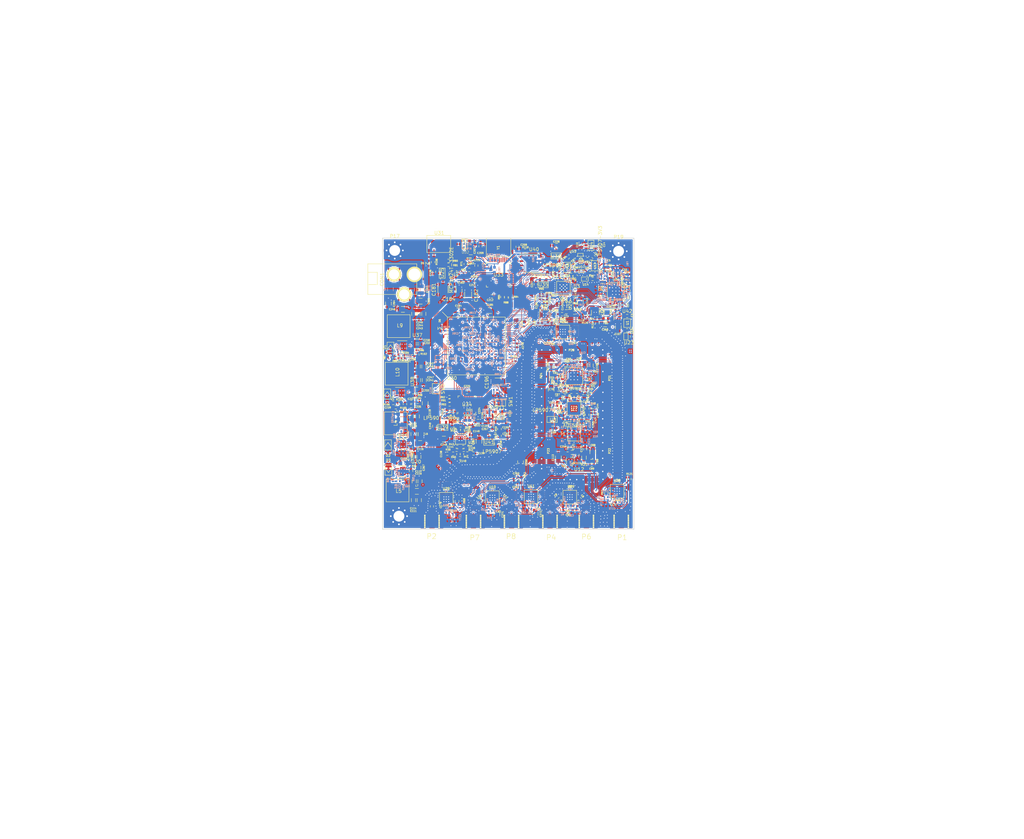
<source format=kicad_pcb>
(kicad_pcb (version 20170123) (host pcbnew "(2017-07-25 revision 161045f)-master")
  (layers (0 F.Cu signal) (1 In1.Cu signal hide) (2 In2.Cu signal) (31 B.Cu signal) (34 B.Paste user) (35 F.Paste user) (36 B.SilkS user) (37 F.SilkS user) (38 B.Mask user hide) (39 F.Mask user hide) (44 Edge.Cuts user))
  (net 0 "")
  (net 1 GND)
  (net 2 /transmitter/RF_OUT_P)
  (net 3 "Net-(C6-Pad1)")
  (net 4 /transmitter/RF_OUT_N)
  (net 5 "Net-(C16-Pad1)")
  (net 6 "Net-(C21-Pad1)")
  (net 7 "Net-(C28-Pad2)")
  (net 8 "Net-(C30-Pad1)")
  (net 9 "Net-(C30-Pad2)")
  (net 10 "Net-(C32-Pad1)")
  (net 11 "Net-(C44-Pad2)")
  (net 12 "Net-(C45-Pad1)")
  (net 13 "Net-(C46-Pad2)")
  (net 14 /receiver/DETO)
  (net 15 "Net-(C58-Pad1)")
  (net 16 "Net-(C63-Pad1)")
  (net 17 "Net-(C72-Pad1)")
  (net 18 "Net-(C72-Pad2)")
  (net 19 "Net-(C74-Pad1)")
  (net 20 "Net-(R15-Pad2)")
  (net 21 "Net-(R33-Pad2)")
  (net 22 /filter_bank/RF_IN)
  (net 23 /filter_bank/RF_OUT)
  (net 24 "Net-(C12-Pad2)")
  (net 25 "Net-(C15-Pad1)")
  (net 26 "Net-(C17-Pad1)")
  (net 27 "Net-(C18-Pad1)")
  (net 28 "Net-(C19-Pad1)")
  (net 29 "Net-(C37-Pad2)")
  (net 30 "Net-(C38-Pad1)")
  (net 31 "Net-(C52-Pad2)")
  (net 32 "Net-(C57-Pad1)")
  (net 33 "Net-(C59-Pad1)")
  (net 34 "Net-(C60-Pad1)")
  (net 35 "Net-(C61-Pad1)")
  (net 36 "Net-(C92-Pad2)")
  (net 37 "Net-(C93-Pad2)")
  (net 38 "Net-(C94-Pad2)")
  (net 39 "Net-(C95-Pad2)")
  (net 40 "Net-(C96-Pad1)")
  (net 41 "Net-(C97-Pad1)")
  (net 42 "Net-(C98-Pad1)")
  (net 43 "Net-(C99-Pad1)")
  (net 44 "Net-(R4-Pad2)")
  (net 45 "Net-(R11-Pad1)")
  (net 46 /receiver/RF_IN)
  (net 47 "Net-(R29-Pad1)")
  (net 48 "Net-(C92-Pad1)")
  (net 49 "Net-(C93-Pad1)")
  (net 50 "Net-(C94-Pad1)")
  (net 51 "Net-(C95-Pad1)")
  (net 52 "Net-(C96-Pad2)")
  (net 53 "Net-(C97-Pad2)")
  (net 54 "Net-(C98-Pad2)")
  (net 55 "Net-(C99-Pad2)")
  (net 56 /power/12V)
  (net 57 "Net-(C101-Pad1)")
  (net 58 "Net-(C101-Pad2)")
  (net 59 "Net-(C11-Pad1)")
  (net 60 "Net-(C104-Pad1)")
  (net 61 "Net-(C104-Pad2)")
  (net 62 "Net-(C105-Pad1)")
  (net 63 "Net-(C106-Pad1)")
  (net 64 "Net-(C108-Pad1)")
  (net 65 "Net-(C109-Pad1)")
  (net 66 "Net-(C110-Pad1)")
  (net 67 "Net-(C111-Pad1)")
  (net 68 "Net-(D2-Pad1)")
  (net 69 "Net-(D3-Pad1)")
  (net 70 "Net-(R12-Pad2)")
  (net 71 "Net-(R13-Pad2)")
  (net 72 "Net-(R30-Pad2)")
  (net 73 "Net-(R31-Pad2)")
  (net 74 "Net-(R32-Pad1)")
  (net 75 "Net-(R34-Pad1)")
  (net 76 /power/SYNC_3V3)
  (net 77 /receiver/IF-)
  (net 78 /receiver/IF+)
  (net 79 "Net-(C115-Pad1)")
  (net 80 /receiver/DITHER)
  (net 81 "Net-(C125-Pad2)")
  (net 82 "Net-(C129-Pad1)")
  (net 83 "Net-(C130-Pad1)")
  (net 84 "Net-(C132-Pad2)")
  (net 85 "Net-(C133-Pad1)")
  (net 86 "Net-(R50-Pad2)")
  (net 87 "Net-(R51-Pad2)")
  (net 88 "Net-(C135-Pad2)")
  (net 89 "Net-(R2-Pad2)")
  (net 90 "Net-(R82-Pad2)")
  (net 91 "Net-(C138-Pad1)")
  (net 92 "Net-(C139-Pad1)")
  (net 93 /transmitter/3V3_RF)
  (net 94 /receiver/lo_synth/3V3_RF)
  (net 95 /receiver/5VF)
  (net 96 /power/12V_IN)
  (net 97 "Net-(C135-Pad1)")
  (net 98 /tx_amp/RF_IN)
  (net 99 "Net-(C142-Pad1)")
  (net 100 "Net-(C145-Pad1)")
  (net 101 "Net-(C146-Pad1)")
  (net 102 "Net-(C146-Pad2)")
  (net 103 "Net-(C150-Pad1)")
  (net 104 "Net-(R91-Pad2)")
  (net 105 "Net-(C152-Pad1)")
  (net 106 "Net-(C152-Pad2)")
  (net 107 "Net-(C151-Pad2)")
  (net 108 "Net-(R97-Pad1)")
  (net 109 "Net-(C113-Pad1)")
  (net 110 "Net-(C144-Pad2)")
  (net 111 /SPI_CLK)
  (net 112 "Net-(C7-Pad2)")
  (net 113 "Net-(C52-Pad1)")
  (net 114 "Net-(U7-Pad22)")
  (net 115 "Net-(C144-Pad1)")
  (net 116 /ADC_VCM)
  (net 117 /tx_amp/OUTP)
  (net 118 "Net-(C166-Pad1)")
  (net 119 "Net-(C157-Pad2)")
  (net 120 "Net-(U24-Pad4)")
  (net 121 "Net-(U24-Pad1)")
  (net 122 /fpga/usb/USB_5V)
  (net 123 /fpga/usb/USBDP)
  (net 124 /fpga/usb/USBDM)
  (net 125 "Net-(U31-Pad4)")
  (net 126 "Net-(U31-PadSH)")
  (net 127 /LO_SPI_DATA)
  (net 128 /LO_LE)
  (net 129 /LO_CE)
  (net 130 /receiver/LOP)
  (net 131 /receiver/LON)
  (net 132 /LO_LD)
  (net 133 /LO_RF_ENABLE)
  (net 134 /LO_MUXOUT)
  (net 135 /SOURCE_SPI_DATA)
  (net 136 /SOURCE_LE)
  (net 137 /SOURCE_CE)
  (net 138 /SOURCE_LD)
  (net 139 /SOURCE_RF_ENABLE)
  (net 140 /SOURCE_MUXOUT)
  (net 141 "Net-(R8-Pad2)")
  (net 142 "Net-(R9-Pad2)")
  (net 143 "Net-(C85-Pad1)")
  (net 144 "Net-(C82-Pad1)")
  (net 145 "Net-(C8-Pad2)")
  (net 146 "Net-(C9-Pad2)")
  (net 147 "Net-(R1-Pad2)")
  (net 148 "Net-(R3-Pad2)")
  (net 149 "Net-(C81-Pad1)")
  (net 150 "Net-(C168-Pad1)")
  (net 151 "/port switch/RFC")
  (net 152 "Net-(C180-Pad2)")
  (net 153 "Net-(R67-Pad1)")
  (net 154 "Net-(R56-Pad2)")
  (net 155 "Net-(R54-Pad2)")
  (net 156 "Net-(C171-Pad1)")
  (net 157 "Net-(C172-Pad1)")
  (net 158 "Net-(R55-Pad2)")
  (net 159 "Net-(R66-Pad2)")
  (net 160 "Net-(C179-Pad2)")
  (net 161 "Net-(R68-Pad1)")
  (net 162 /receiver/RF_BALUN)
  (net 163 "Net-(C7-Pad1)")
  (net 164 /fpga/usb/EECS)
  (net 165 /fpga/usb/EESK)
  (net 166 /fpga/usb/EEDATA)
  (net 167 /fpga/usb/DO)
  (net 168 /3V6)
  (net 169 "Net-(U25-Pad4)")
  (net 170 /ADC+)
  (net 171 /3V3A)
  (net 172 /ADC-)
  (net 173 /PORT_SW1)
  (net 174 /PORT_SW0)
  (net 175 "Net-(R14-Pad1)")
  (net 176 "Net-(C123-Pad2)")
  (net 177 "Net-(C126-Pad2)")
  (net 178 /DITHER)
  (net 179 "Net-(C122-Pad2)")
  (net 180 "Net-(R80-Pad1)")
  (net 181 "Net-(R81-Pad1)")
  (net 182 "Net-(R84-Pad2)")
  (net 183 /fpga/TCK)
  (net 184 /CLK_SOURCE)
  (net 185 /CLK_LO)
  (net 186 "Net-(R88-Pad2)")
  (net 187 /fpga/TDI)
  (net 188 "Net-(R93-Pad1)")
  (net 189 /PWDN)
  (net 190 "Net-(R69-Pad2)")
  (net 191 "Net-(R85-Pad2)")
  (net 192 /fpga/TMS)
  (net 193 "Net-(R71-Pad2)")
  (net 194 /FILTER_V1)
  (net 195 /FILTER_V2)
  (net 196 /FILTER_V4)
  (net 197 /FILTER_V3)
  (net 198 "Net-(C3-Pad2)")
  (net 199 /1V8)
  (net 200 "Net-(U30-PadB1)")
  (net 201 "Net-(U30-PadC1)")
  (net 202 /RX_SW5)
  (net 203 /RX_SW4)
  (net 204 /RX_SW1)
  (net 205 /RX_SW0)
  (net 206 "Net-(U30-PadM1)")
  (net 207 "Net-(U30-PadN1)")
  (net 208 /fpga/RXF#)
  (net 209 "Net-(U30-PadB2)")
  (net 210 "Net-(U30-PadC2)")
  (net 211 "Net-(U30-PadE2)")
  (net 212 "Net-(U30-PadF2)")
  (net 213 /RX_SW3)
  (net 214 /RX_SW2)
  (net 215 /MIXER_ENABLE)
  (net 216 "Net-(U30-PadL2)")
  (net 217 "Net-(U30-PadM2)")
  (net 218 "Net-(U30-PadN2)")
  (net 219 "Net-(U30-PadR2)")
  (net 220 /fpga/TXE#)
  (net 221 "Net-(U30-PadC3)")
  (net 222 "Net-(U30-PadD3)")
  (net 223 "Net-(U30-PadE3)")
  (net 224 "Net-(U30-PadF3)")
  (net 225 "Net-(U30-PadH3)")
  (net 226 "Net-(U30-PadJ3)")
  (net 227 "Net-(U30-PadK3)")
  (net 228 "Net-(U30-PadN3)")
  (net 229 "Net-(U30-PadP3)")
  (net 230 /fpga/WR)
  (net 231 /fpga/RD#)
  (net 232 "Net-(U30-PadC4)")
  (net 233 "Net-(U30-PadD4)")
  (net 234 "Net-(U30-PadF4)")
  (net 235 "Net-(U30-PadG4)")
  (net 236 "Net-(U30-PadH4)")
  (net 237 "Net-(U30-PadJ4)")
  (net 238 "Net-(U30-PadL4)")
  (net 239 "Net-(U30-PadM4)")
  (net 240 "Net-(U30-PadN4)")
  (net 241 "Net-(U30-PadP4)")
  (net 242 /fpga/SI/WUB)
  (net 243 "Net-(U30-PadB5)")
  (net 244 "Net-(U30-PadD5)")
  (net 245 "Net-(U30-PadE5)")
  (net 246 "Net-(U30-PadF5)")
  (net 247 "Net-(U30-PadG5)")
  (net 248 "Net-(U30-PadH5)")
  (net 249 "Net-(U30-PadJ5)")
  (net 250 "Net-(U30-PadK5)")
  (net 251 "Net-(U30-PadL5)")
  (net 252 "Net-(U30-PadM5)")
  (net 253 "Net-(U30-PadP5)")
  (net 254 /fpga/D4)
  (net 255 /fpga/D3)
  (net 256 "Net-(U30-PadB6)")
  (net 257 "Net-(U30-PadC6)")
  (net 258 "Net-(U30-PadD6)")
  (net 259 "Net-(U30-PadE6)")
  (net 260 /fpga/D12)
  (net 261 /fpga/D11)
  (net 262 /fpga/D0)
  (net 263 /fpga/D2)
  (net 264 "Net-(U30-PadA7)")
  (net 265 "Net-(U30-PadB7)")
  (net 266 "Net-(U30-PadC7)")
  (net 267 "Net-(C205-Pad2)")
  (net 268 /fpga/D1)
  (net 269 /fpga/D8)
  (net 270 /fpga/FT_D7)
  (net 271 "Net-(U30-PadC8)")
  (net 272 "Net-(U30-PadD8)")
  (net 273 "Net-(C205-Pad1)")
  (net 274 /fpga/TDO)
  (net 275 /fpga/D10)
  (net 276 /fpga/D9)
  (net 277 /fpga/D7)
  (net 278 /fpga/FT_D6)
  (net 279 /fpga/FT_D4)
  (net 280 "Net-(U30-PadC9)")
  (net 281 "Net-(U30-PadD9)")
  (net 282 "Net-(U30-PadN9)")
  (net 283 /fpga/D13)
  (net 284 /fpga/D6)
  (net 285 /fpga/FT_D5)
  (net 286 /fpga/FT_D3)
  (net 287 "Net-(U30-PadD10)")
  (net 288 "Net-(U30-PadP10)")
  (net 289 "Net-(U30-PadR10)")
  (net 290 /fpga/D5)
  (net 291 /fpga/FT_D2)
  (net 292 "Net-(U30-PadC11)")
  (net 293 "Net-(U30-PadD11)")
  (net 294 "Net-(U30-PadE11)")
  (net 295 "Net-(U30-PadG11)")
  (net 296 "Net-(U30-PadH11)")
  (net 297 /CLK_FPGA)
  (net 298 "Net-(U30-PadP11)")
  (net 299 "Net-(U30-PadR11)")
  (net 300 /fpga/FT_D0)
  (net 301 /fpga/FT_D1)
  (net 302 "Net-(U30-PadC12)")
  (net 303 "Net-(U30-PadE12)")
  (net 304 "Net-(U30-PadG12)")
  (net 305 "Net-(U30-PadH12)")
  (net 306 "Net-(U30-PadK12)")
  (net 307 "Net-(U30-PadM12)")
  (net 308 "Net-(U30-PadN12)")
  (net 309 "Net-(U30-PadR12)")
  (net 310 "Net-(U30-PadC13)")
  (net 311 "Net-(U30-PadD13)")
  (net 312 "Net-(U30-PadE13)")
  (net 313 "Net-(U30-PadH13)")
  (net 314 "Net-(U30-PadK13)")
  (net 315 "Net-(U30-PadL13)")
  (net 316 "Net-(U30-PadN13)")
  (net 317 "Net-(U30-PadP13)")
  (net 318 "Net-(U30-PadR13)")
  (net 319 "Net-(U30-PadB14)")
  (net 320 /ATTEN_SPI_DATA)
  (net 321 "Net-(U30-PadD14)")
  (net 322 "Net-(U30-PadH14)")
  (net 323 "Net-(U30-PadL14)")
  (net 324 "Net-(U30-PadP14)")
  (net 325 "Net-(U30-PadD15)")
  (net 326 "Net-(U30-PadE15)")
  (net 327 "Net-(U30-PadF15)")
  (net 328 /ATTEN_LE)
  (net 329 "Net-(U30-PadJ15)")
  (net 330 "Net-(U30-PadM15)")
  (net 331 "Net-(U30-PadP15)")
  (net 332 "Net-(U30-PadR15)")
  (net 333 "Net-(U30-PadG16)")
  (net 334 "Net-(U30-PadM16)")
  (net 335 "Net-(U30-PadN16)")
  (net 336 "Net-(C90-Pad1)")
  (net 337 "Net-(C121-Pad2)")
  (net 338 "Net-(C3-Pad1)")
  (net 339 /CLK_ADC)
  (net 340 /3V3D)
  (net 341 /5V)
  (net 342 "Net-(C208-Pad1)")
  (net 343 "Net-(C210-Pad1)")
  (net 344 "Net-(C209-Pad1)")
  (net 345 /RX2)
  (net 346 /A)
  (net 347 /RX1)
  (net 348 /B)
  (net 349 /PORT2)
  (net 350 /PORT1)
  (net 351 "Net-(U33-Pad41)")
  (net 352 "Net-(U33-Pad20)")
  (net 353 "Net-(U33-Pad19)")
  (net 354 "Net-(U33-Pad17)")
  (net 355 "Net-(U33-Pad16)")
  (net 356 "Net-(U33-Pad15)")
  (net 357 "Net-(U33-Pad13)")
  (net 358 "Net-(U33-Pad12)")
  (net 359 "Net-(U33-Pad11)")
  (net 360 /fpga/OF)
  (net 361 /fpga/ADC_OE)
  (net 362 /fpga/ADC_SHDN)
  (net 363 "Net-(R94-Pad1)")
  (net 364 /tx_amp/DET_IN)
  (net 365 /PDET)
  (net 366 "Net-(C226-Pad1)")
  (net 367 "Net-(D1-Pad1)")
  (net 368 /1V0)
  (net 369 "Net-(D4-Pad1)")
  (net 370 /fpga/adc/3V0)
  (net 371 "Net-(C235-Pad2)")
  (net 372 "Net-(C236-Pad1)")
  (net 373 "Net-(C234-Pad1)")
  (net 374 "Net-(C235-Pad1)")
  (net 375 "Net-(C237-Pad1)")
  (net 376 "Net-(C234-Pad2)")
  (net 377 "Net-(R96-Pad1)")
  (net 378 "Net-(R98-Pad1)")
  (net 379 "Net-(C238-Pad1)")
  (net 380 "Net-(C239-Pad1)")
  (net 381 /power/fpga_power/SYNC_1V8)
  (net 382 "Net-(C213-Pad1)")
  (net 383 /fpga/adc/REFH)
  (net 384 /fpga/adc/REFL)
  (net 385 "Net-(R46-Pad2)")
  (net 386 "Net-(R45-Pad2)")
  (net 387 /power/fpga_power/SYNC_1V0)
  (net 388 "Net-(C132-Pad1)")
  (net 389 /1V8_OSC)
  (net 390 /fpga/LED)
  (net 391 "Net-(D6-Pad2)")
  (net 392 "Net-(D5-Pad2)")
  (net 393 /fpga/CCLK)
  (net 394 "Net-(P9-Pad1)")
  (net 395 /fpga/SPI_DIN)
  (net 396 /fpga/SPI_MOSI)
  (net 397 /fpga/M0)
  (net 398 /fpga/INIT_B)
  (net 399 /fpga/M2)
  (net 400 /fpga/SPI_CS)
  (net 401 /fpga/M1)
  (net 402 /fpga/PROGRAM_B)
  (net 403 "/receiver/RX switch/3V3")
  (net 404 "Net-(F2-Pad1)")
  (net 405 "Net-(F1-Pad1)")
  (net 406 /fpga/usb/5V)
  (net 407 "Net-(U30-PadP6)")
  (net 408 "Net-(U30-PadN6)")
  (net 409 "Net-(U30-PadM6)")
  (net 410 "Net-(F15-Pad1)")
  (net 411 "Net-(F16-Pad1)")
  (net 412 "Net-(C255-Pad1)")
  (net 413 "Net-(R119-Pad2)")
  (net 414 "Net-(R120-Pad2)")
  (net 415 3V3A_RX)
  (net 416 "Net-(U30-PadG15)")
  (net 417 "Net-(U30-PadC14)")
  (net 418 "Net-(R130-Pad1)")
  (net 419 "Net-(R132-Pad2)")
  (net 420 "Net-(R131-Pad2)")
  (net 421 "Net-(R133-Pad1)")
  (net 422 "Net-(C261-Pad1)")
  (net 423 "Net-(P27-Pad1)")
  (net 424 "Net-(P26-Pad1)")
  (net 425 "Net-(P28-Pad1)")
  (net 426 "Net-(R122-Pad2)")
  (module VNA:C_0805b (layer F.Cu) (at 153.97 117.65 270)
    (fp_text reference C272 (at 0 -1.675 270) (layer F.SilkS) (effects (font (size 0.5 0.5) (thickness 0.125))))
    (fp_text value DNP)
    (pad 1 smd rect (at -1 0 270) (size 1 1.25) (layers F.Cu F.Paste F.Mask) (net 403 "/receiver/RX switch/3V3"))
    (pad 2 smd rect (at 1 0 270) (size 1 1.25) (layers F.Cu F.Paste F.Mask) (net 1 GND))
  )
  (module VNA:C_0805b (layer F.Cu) (at 142.73 117.8 270)
    (fp_text reference C271 (at 0 -1.675 270) (layer F.SilkS) (effects (font (size 0.5 0.5) (thickness 0.125))))
    (fp_text value DNP)
    (pad 1 smd rect (at -1 0 270) (size 1 1.25) (layers F.Cu F.Paste F.Mask) (net 403 "/receiver/RX switch/3V3"))
    (pad 2 smd rect (at 1 0 270) (size 1 1.25) (layers F.Cu F.Paste F.Mask) (net 1 GND))
  )
  (module VNA:C_0402b (layer F.Cu) (at 148.64 68.09 270)
    (fp_text reference C270 (at 0 -1.7 270) (layer F.SilkS) (effects (font (size 0.5 0.5) (thickness 0.125))))
    (fp_text value 1n)
    (pad 1 smd rect (at -0.55 0 270) (size 0.6 0.5) (layers F.Cu F.Paste F.Mask) (net 365 /PDET))
    (pad 2 smd rect (at 0.55 0 270) (size 0.6 0.5) (layers F.Cu F.Paste F.Mask) (net 1 GND))
  )
  (module VNA:R_0402b (layer F.Cu) (at 153.49 61.29 90)
    (fp_text reference R122 (at 0 -1.4 90) (layer F.SilkS) (effects (font (size 0.5 0.5) (thickness 0.125))))
    (fp_text value 100)
    (pad 1 smd rect (at -0.45 0 90) (size 0.4 0.6) (layers F.Cu F.Paste F.Mask) (net 365 /PDET))
    (pad 2 smd rect (at 0.45 0 90) (size 0.4 0.6) (layers F.Cu F.Paste F.Mask) (net 426 "Net-(R122-Pad2)"))
  )
  (module VNA:FTG256 (layer F.Cu) (at 136.675 68.25)
    (fp_text reference U30 (at -7.175 9.47) (layer F.SilkS))
    (fp_text value XC7A15T-1FTG256C)
    (pad T16 smd circle (at 7.5 7.5) (size 0.4 0.4) (layers F.Cu F.Paste F.Mask) (net 1 GND))
    (pad R16 smd circle (at 7.5 6.5) (size 0.4 0.4) (layers F.Cu F.Paste F.Mask) (net 138 /SOURCE_LD))
    (pad P16 smd circle (at 7.5 5.5) (size 0.4 0.4) (layers F.Cu F.Paste F.Mask) (net 132 /LO_LD))
    (pad N16 smd circle (at 7.5 4.5) (size 0.4 0.4) (layers F.Cu F.Paste F.Mask) (net 335 "Net-(U30-PadN16)"))
    (pad M16 smd circle (at 7.5 3.5) (size 0.4 0.4) (layers F.Cu F.Paste F.Mask) (net 334 "Net-(U30-PadM16)"))
    (pad L16 smd circle (at 7.5 2.5) (size 0.4 0.4) (layers F.Cu F.Paste F.Mask) (net 340 /3V3D))
    (pad K16 smd circle (at 7.5 1.5) (size 0.4 0.4) (layers F.Cu F.Paste F.Mask) (net 178 /DITHER))
    (pad J16 smd circle (at 7.5 0.5) (size 0.4 0.4) (layers F.Cu F.Paste F.Mask) (net 134 /LO_MUXOUT))
    (pad H16 smd circle (at 7.5 -0.5) (size 0.4 0.4) (layers F.Cu F.Paste F.Mask) (net 140 /SOURCE_MUXOUT))
    (pad G16 smd circle (at 7.5 -1.5) (size 0.4 0.4) (layers F.Cu F.Paste F.Mask) (net 333 "Net-(U30-PadG16)"))
    (pad F16 smd circle (at 7.5 -2.5) (size 0.4 0.4) (layers F.Cu F.Paste F.Mask) (net 1 GND))
    (pad E16 smd circle (at 7.5 -3.5) (size 0.4 0.4) (layers F.Cu F.Paste F.Mask) (net 174 /PORT_SW0))
    (pad D16 smd circle (at 7.5 -4.5) (size 0.4 0.4) (layers F.Cu F.Paste F.Mask) (net 173 /PORT_SW1))
    (pad C16 smd circle (at 7.5 -5.5) (size 0.4 0.4) (layers F.Cu F.Paste F.Mask) (net 328 /ATTEN_LE))
    (pad B16 smd circle (at 7.5 -6.5) (size 0.4 0.4) (layers F.Cu F.Paste F.Mask) (net 195 /FILTER_V2))
    (pad A16 smd circle (at 7.5 -7.5) (size 0.4 0.4) (layers F.Cu F.Paste F.Mask) (net 340 /3V3D))
    (pad T15 smd circle (at 6.5 7.5) (size 0.4 0.4) (layers F.Cu F.Paste F.Mask) (net 139 /SOURCE_RF_ENABLE))
    (pad R15 smd circle (at 6.5 6.5) (size 0.4 0.4) (layers F.Cu F.Paste F.Mask) (net 332 "Net-(U30-PadR15)"))
    (pad P15 smd circle (at 6.5 5.5) (size 0.4 0.4) (layers F.Cu F.Paste F.Mask) (net 331 "Net-(U30-PadP15)"))
    (pad N15 smd circle (at 6.5 4.5) (size 0.4 0.4) (layers F.Cu F.Paste F.Mask) (net 1 GND))
    (pad M15 smd circle (at 6.5 3.5) (size 0.4 0.4) (layers F.Cu F.Paste F.Mask) (net 330 "Net-(U30-PadM15)"))
    (pad L15 smd circle (at 6.5 2.5) (size 0.4 0.4) (layers F.Cu F.Paste F.Mask) (net 190 "Net-(R69-Pad2)"))
    (pad K15 smd circle (at 6.5 1.5) (size 0.4 0.4) (layers F.Cu F.Paste F.Mask) (net 135 /SOURCE_SPI_DATA))
    (pad J15 smd circle (at 6.5 0.5) (size 0.4 0.4) (layers F.Cu F.Paste F.Mask) (net 329 "Net-(U30-PadJ15)"))
    (pad H15 smd circle (at 6.5 -0.5) (size 0.4 0.4) (layers F.Cu F.Paste F.Mask) (net 340 /3V3D))
    (pad G15 smd circle (at 6.5 -1.5) (size 0.4 0.4) (layers F.Cu F.Paste F.Mask) (net 416 "Net-(U30-PadG15)"))
    (pad F15 smd circle (at 6.5 -2.5) (size 0.4 0.4) (layers F.Cu F.Paste F.Mask) (net 327 "Net-(U30-PadF15)"))
    (pad E15 smd circle (at 6.5 -3.5) (size 0.4 0.4) (layers F.Cu F.Paste F.Mask) (net 326 "Net-(U30-PadE15)"))
    (pad D15 smd circle (at 6.5 -4.5) (size 0.4 0.4) (layers F.Cu F.Paste F.Mask) (net 325 "Net-(U30-PadD15)"))
    (pad C15 smd circle (at 6.5 -5.5) (size 0.4 0.4) (layers F.Cu F.Paste F.Mask) (net 1 GND))
    (pad B15 smd circle (at 6.5 -6.5) (size 0.4 0.4) (layers F.Cu F.Paste F.Mask) (net 320 /ATTEN_SPI_DATA))
    (pad A15 smd circle (at 6.5 -7.5) (size 0.4 0.4) (layers F.Cu F.Paste F.Mask) (net 194 /FILTER_V1))
    (pad T14 smd circle (at 5.5 7.5) (size 0.4 0.4) (layers F.Cu F.Paste F.Mask) (net 133 /LO_RF_ENABLE))
    (pad R14 smd circle (at 5.5 6.5) (size 0.4 0.4) (layers F.Cu F.Paste F.Mask) (net 340 /3V3D))
    (pad P14 smd circle (at 5.5 5.5) (size 0.4 0.4) (layers F.Cu F.Paste F.Mask) (net 324 "Net-(U30-PadP14)"))
    (pad N14 smd circle (at 5.5 4.5) (size 0.4 0.4) (layers F.Cu F.Paste F.Mask) (net 418 "Net-(R130-Pad1)"))
    (pad M14 smd circle (at 5.5 3.5) (size 0.4 0.4) (layers F.Cu F.Paste F.Mask) (net 127 /LO_SPI_DATA))
    (pad L14 smd circle (at 5.5 2.5) (size 0.4 0.4) (layers F.Cu F.Paste F.Mask) (net 323 "Net-(U30-PadL14)"))
    (pad K14 smd circle (at 5.5 1.5) (size 0.4 0.4) (layers F.Cu F.Paste F.Mask) (net 1 GND))
    (pad J14 smd circle (at 5.5 0.5) (size 0.4 0.4) (layers F.Cu F.Paste F.Mask) (net 395 /fpga/SPI_DIN))
    (pad H14 smd circle (at 5.5 -0.5) (size 0.4 0.4) (layers F.Cu F.Paste F.Mask) (net 322 "Net-(U30-PadH14)"))
    (pad G14 smd circle (at 5.5 -1.5) (size 0.4 0.4) (layers F.Cu F.Paste F.Mask) (net 128 /LO_LE))
    (pad F14 smd circle (at 5.5 -2.5) (size 0.4 0.4) (layers F.Cu F.Paste F.Mask) (net 129 /LO_CE))
    (pad E14 smd circle (at 5.5 -3.5) (size 0.4 0.4) (layers F.Cu F.Paste F.Mask) (net 340 /3V3D))
    (pad D14 smd circle (at 5.5 -4.5) (size 0.4 0.4) (layers F.Cu F.Paste F.Mask) (net 321 "Net-(U30-PadD14)"))
    (pad C14 smd circle (at 5.5 -5.5) (size 0.4 0.4) (layers F.Cu F.Paste F.Mask) (net 417 "Net-(U30-PadC14)"))
    (pad B14 smd circle (at 5.5 -6.5) (size 0.4 0.4) (layers F.Cu F.Paste F.Mask) (net 319 "Net-(U30-PadB14)"))
    (pad A14 smd circle (at 5.5 -7.5) (size 0.4 0.4) (layers F.Cu F.Paste F.Mask) (net 197 /FILTER_V3))
    (pad T13 smd circle (at 4.5 7.5) (size 0.4 0.4) (layers F.Cu F.Paste F.Mask) (net 362 /fpga/ADC_SHDN))
    (pad R13 smd circle (at 4.5 6.5) (size 0.4 0.4) (layers F.Cu F.Paste F.Mask) (net 318 "Net-(U30-PadR13)"))
    (pad P13 smd circle (at 4.5 5.5) (size 0.4 0.4) (layers F.Cu F.Paste F.Mask) (net 317 "Net-(U30-PadP13)"))
    (pad N13 smd circle (at 4.5 4.5) (size 0.4 0.4) (layers F.Cu F.Paste F.Mask) (net 316 "Net-(U30-PadN13)"))
    (pad M13 smd circle (at 4.5 3.5) (size 0.4 0.4) (layers F.Cu F.Paste F.Mask) (net 340 /3V3D))
    (pad L13 smd circle (at 4.5 2.5) (size 0.4 0.4) (layers F.Cu F.Paste F.Mask) (net 315 "Net-(U30-PadL13)"))
    (pad K13 smd circle (at 4.5 1.5) (size 0.4 0.4) (layers F.Cu F.Paste F.Mask) (net 314 "Net-(U30-PadK13)"))
    (pad J13 smd circle (at 4.5 0.5) (size 0.4 0.4) (layers F.Cu F.Paste F.Mask) (net 396 /fpga/SPI_MOSI))
    (pad H13 smd circle (at 4.5 -0.5) (size 0.4 0.4) (layers F.Cu F.Paste F.Mask) (net 313 "Net-(U30-PadH13)"))
    (pad G13 smd circle (at 4.5 -1.5) (size 0.4 0.4) (layers F.Cu F.Paste F.Mask) (net 1 GND))
    (pad F13 smd circle (at 4.5 -2.5) (size 0.4 0.4) (layers F.Cu F.Paste F.Mask) (net 137 /SOURCE_CE))
    (pad E13 smd circle (at 4.5 -3.5) (size 0.4 0.4) (layers F.Cu F.Paste F.Mask) (net 312 "Net-(U30-PadE13)"))
    (pad D13 smd circle (at 4.5 -4.5) (size 0.4 0.4) (layers F.Cu F.Paste F.Mask) (net 311 "Net-(U30-PadD13)"))
    (pad C13 smd circle (at 4.5 -5.5) (size 0.4 0.4) (layers F.Cu F.Paste F.Mask) (net 310 "Net-(U30-PadC13)"))
    (pad B13 smd circle (at 4.5 -6.5) (size 0.4 0.4) (layers F.Cu F.Paste F.Mask) (net 340 /3V3D))
    (pad A13 smd circle (at 4.5 -7.5) (size 0.4 0.4) (layers F.Cu F.Paste F.Mask) (net 196 /FILTER_V4))
    (pad T12 smd circle (at 3.5 7.5) (size 0.4 0.4) (layers F.Cu F.Paste F.Mask) (net 361 /fpga/ADC_OE))
    (pad R12 smd circle (at 3.5 6.5) (size 0.4 0.4) (layers F.Cu F.Paste F.Mask) (net 309 "Net-(U30-PadR12)"))
    (pad P12 smd circle (at 3.5 5.5) (size 0.4 0.4) (layers F.Cu F.Paste F.Mask) (net 1 GND))
    (pad N12 smd circle (at 3.5 4.5) (size 0.4 0.4) (layers F.Cu F.Paste F.Mask) (net 308 "Net-(U30-PadN12)"))
    (pad M12 smd circle (at 3.5 3.5) (size 0.4 0.4) (layers F.Cu F.Paste F.Mask) (net 307 "Net-(U30-PadM12)"))
    (pad L12 smd circle (at 3.5 2.5) (size 0.4 0.4) (layers F.Cu F.Paste F.Mask) (net 400 /fpga/SPI_CS))
    (pad K12 smd circle (at 3.5 1.5) (size 0.4 0.4) (layers F.Cu F.Paste F.Mask) (net 306 "Net-(U30-PadK12)"))
    (pad J12 smd circle (at 3.5 0.5) (size 0.4 0.4) (layers F.Cu F.Paste F.Mask) (net 340 /3V3D))
    (pad H12 smd circle (at 3.5 -0.5) (size 0.4 0.4) (layers F.Cu F.Paste F.Mask) (net 305 "Net-(U30-PadH12)"))
    (pad G12 smd circle (at 3.5 -1.5) (size 0.4 0.4) (layers F.Cu F.Paste F.Mask) (net 304 "Net-(U30-PadG12)"))
    (pad F12 smd circle (at 3.5 -2.5) (size 0.4 0.4) (layers F.Cu F.Paste F.Mask) (net 136 /SOURCE_LE))
    (pad E12 smd circle (at 3.5 -3.5) (size 0.4 0.4) (layers F.Cu F.Paste F.Mask) (net 303 "Net-(U30-PadE12)"))
    (pad D12 smd circle (at 3.5 -4.5) (size 0.4 0.4) (layers F.Cu F.Paste F.Mask) (net 1 GND))
    (pad C12 smd circle (at 3.5 -5.5) (size 0.4 0.4) (layers F.Cu F.Paste F.Mask) (net 302 "Net-(U30-PadC12)"))
    (pad B12 smd circle (at 3.5 -6.5) (size 0.4 0.4) (layers F.Cu F.Paste F.Mask) (net 301 /fpga/FT_D1))
    (pad A12 smd circle (at 3.5 -7.5) (size 0.4 0.4) (layers F.Cu F.Paste F.Mask) (net 300 /fpga/FT_D0))
    (pad T11 smd circle (at 2.5 7.5) (size 0.4 0.4) (layers F.Cu F.Paste F.Mask) (net 340 /3V3D))
    (pad R11 smd circle (at 2.5 6.5) (size 0.4 0.4) (layers F.Cu F.Paste F.Mask) (net 299 "Net-(U30-PadR11)"))
    (pad P11 smd circle (at 2.5 5.5) (size 0.4 0.4) (layers F.Cu F.Paste F.Mask) (net 298 "Net-(U30-PadP11)"))
    (pad N11 smd circle (at 2.5 4.5) (size 0.4 0.4) (layers F.Cu F.Paste F.Mask) (net 297 /CLK_FPGA))
    (pad M11 smd circle (at 2.5 3.5) (size 0.4 0.4) (layers F.Cu F.Paste F.Mask) (net 399 /fpga/M2))
    (pad L11 smd circle (at 2.5 2.5) (size 0.4 0.4) (layers F.Cu F.Paste F.Mask) (net 1 GND))
    (pad K11 smd circle (at 2.5 1.5) (size 0.4 0.4) (layers F.Cu F.Paste F.Mask) (net 199 /1V8))
    (pad J11 smd circle (at 2.5 0.5) (size 0.4 0.4) (layers F.Cu F.Paste F.Mask) (net 1 GND))
    (pad H11 smd circle (at 2.5 -0.5) (size 0.4 0.4) (layers F.Cu F.Paste F.Mask) (net 296 "Net-(U30-PadH11)"))
    (pad G11 smd circle (at 2.5 -1.5) (size 0.4 0.4) (layers F.Cu F.Paste F.Mask) (net 295 "Net-(U30-PadG11)"))
    (pad F11 smd circle (at 2.5 -2.5) (size 0.4 0.4) (layers F.Cu F.Paste F.Mask) (net 368 /1V0))
    (pad E11 smd circle (at 2.5 -3.5) (size 0.4 0.4) (layers F.Cu F.Paste F.Mask) (net 294 "Net-(U30-PadE11)"))
    (pad D11 smd circle (at 2.5 -4.5) (size 0.4 0.4) (layers F.Cu F.Paste F.Mask) (net 293 "Net-(U30-PadD11)"))
    (pad C11 smd circle (at 2.5 -5.5) (size 0.4 0.4) (layers F.Cu F.Paste F.Mask) (net 292 "Net-(U30-PadC11)"))
    (pad B11 smd circle (at 2.5 -6.5) (size 0.4 0.4) (layers F.Cu F.Paste F.Mask) (net 291 /fpga/FT_D2))
    (pad A11 smd circle (at 2.5 -7.5) (size 0.4 0.4) (layers F.Cu F.Paste F.Mask) (net 1 GND))
    (pad T10 smd circle (at 1.5 7.5) (size 0.4 0.4) (layers F.Cu F.Paste F.Mask) (net 262 /fpga/D0))
    (pad R10 smd circle (at 1.5 6.5) (size 0.4 0.4) (layers F.Cu F.Paste F.Mask) (net 289 "Net-(U30-PadR10)"))
    (pad P10 smd circle (at 1.5 5.5) (size 0.4 0.4) (layers F.Cu F.Paste F.Mask) (net 288 "Net-(U30-PadP10)"))
    (pad N10 smd circle (at 1.5 4.5) (size 0.4 0.4) (layers F.Cu F.Paste F.Mask) (net 340 /3V3D))
    (pad M10 smd circle (at 1.5 3.5) (size 0.4 0.4) (layers F.Cu F.Paste F.Mask) (net 401 /fpga/M1))
    (pad L10 smd circle (at 1.5 2.5) (size 0.4 0.4) (layers F.Cu F.Paste F.Mask) (net 199 /1V8))
    (pad K10 smd circle (at 1.5 1.5) (size 0.4 0.4) (layers F.Cu F.Paste F.Mask) (net 398 /fpga/INIT_B))
    (pad J10 smd circle (at 1.5 0.5) (size 0.4 0.4) (layers F.Cu F.Paste F.Mask) (net 199 /1V8))
    (pad H10 smd circle (at 1.5 -0.5) (size 0.4 0.4) (layers F.Cu F.Paste F.Mask) (net 394 "Net-(P9-Pad1)"))
    (pad G10 smd circle (at 1.5 -1.5) (size 0.4 0.4) (layers F.Cu F.Paste F.Mask) (net 199 /1V8))
    (pad F10 smd circle (at 1.5 -2.5) (size 0.4 0.4) (layers F.Cu F.Paste F.Mask) (net 1 GND))
    (pad E10 smd circle (at 1.5 -3.5) (size 0.4 0.4) (layers F.Cu F.Paste F.Mask) (net 368 /1V0))
    (pad D10 smd circle (at 1.5 -4.5) (size 0.4 0.4) (layers F.Cu F.Paste F.Mask) (net 287 "Net-(U30-PadD10)"))
    (pad C10 smd circle (at 1.5 -5.5) (size 0.4 0.4) (layers F.Cu F.Paste F.Mask) (net 340 /3V3D))
    (pad B10 smd circle (at 1.5 -6.5) (size 0.4 0.4) (layers F.Cu F.Paste F.Mask) (net 286 /fpga/FT_D3))
    (pad A10 smd circle (at 1.5 -7.5) (size 0.4 0.4) (layers F.Cu F.Paste F.Mask) (net 285 /fpga/FT_D5))
    (pad T9 smd circle (at 0.5 7.5) (size 0.4 0.4) (layers F.Cu F.Paste F.Mask) (net 268 /fpga/D1))
    (pad R9 smd circle (at 0.5 6.5) (size 0.4 0.4) (layers F.Cu F.Paste F.Mask) (net 1 GND))
    (pad P9 smd circle (at 0.5 5.5) (size 0.4 0.4) (layers F.Cu F.Paste F.Mask) (net 263 /fpga/D2))
    (pad N9 smd circle (at 0.5 4.5) (size 0.4 0.4) (layers F.Cu F.Paste F.Mask) (net 282 "Net-(U30-PadN9)"))
    (pad M9 smd circle (at 0.5 3.5) (size 0.4 0.4) (layers F.Cu F.Paste F.Mask) (net 397 /fpga/M0))
    (pad L9 smd circle (at 0.5 2.5) (size 0.4 0.4) (layers F.Cu F.Paste F.Mask) (net 402 /fpga/PROGRAM_B))
    (pad K9 smd circle (at 0.5 1.5) (size 0.4 0.4) (layers F.Cu F.Paste F.Mask) (net 368 /1V0))
    (pad J9 smd circle (at 0.5 0.5) (size 0.4 0.4) (layers F.Cu F.Paste F.Mask) (net 1 GND))
    (pad H9 smd circle (at 0.5 -0.5) (size 0.4 0.4) (layers F.Cu F.Paste F.Mask) (net 368 /1V0))
    (pad G9 smd circle (at 0.5 -1.5) (size 0.4 0.4) (layers F.Cu F.Paste F.Mask) (net 1 GND))
    (pad F9 smd circle (at 0.5 -2.5) (size 0.4 0.4) (layers F.Cu F.Paste F.Mask) (net 368 /1V0))
    (pad E9 smd circle (at 0.5 -3.5) (size 0.4 0.4) (layers F.Cu F.Paste F.Mask) (net 1 GND))
    (pad D9 smd circle (at 0.5 -4.5) (size 0.4 0.4) (layers F.Cu F.Paste F.Mask) (net 281 "Net-(U30-PadD9)"))
    (pad C9 smd circle (at 0.5 -5.5) (size 0.4 0.4) (layers F.Cu F.Paste F.Mask) (net 280 "Net-(U30-PadC9)"))
    (pad B9 smd circle (at 0.5 -6.5) (size 0.4 0.4) (layers F.Cu F.Paste F.Mask) (net 279 /fpga/FT_D4))
    (pad A9 smd circle (at 0.5 -7.5) (size 0.4 0.4) (layers F.Cu F.Paste F.Mask) (net 278 /fpga/FT_D6))
    (pad T8 smd circle (at -0.5 7.5) (size 0.4 0.4) (layers F.Cu F.Paste F.Mask) (net 290 /fpga/D5))
    (pad R8 smd circle (at -0.5 6.5) (size 0.4 0.4) (layers F.Cu F.Paste F.Mask) (net 254 /fpga/D4))
    (pad P8 smd circle (at -0.5 5.5) (size 0.4 0.4) (layers F.Cu F.Paste F.Mask) (net 255 /fpga/D3))
    (pad N8 smd circle (at -0.5 4.5) (size 0.4 0.4) (layers F.Cu F.Paste F.Mask) (net 274 /fpga/TDO))
    (pad M8 smd circle (at -0.5 3.5) (size 0.4 0.4) (layers F.Cu F.Paste F.Mask) (net 1 GND))
    (pad L8 smd circle (at -0.5 2.5) (size 0.4 0.4) (layers F.Cu F.Paste F.Mask) (net 368 /1V0))
    (pad K8 smd circle (at -0.5 1.5) (size 0.4 0.4) (layers F.Cu F.Paste F.Mask) (net 1 GND))
    (pad J8 smd circle (at -0.5 0.5) (size 0.4 0.4) (layers F.Cu F.Paste F.Mask) (net 1 GND))
    (pad H8 smd circle (at -0.5 -0.5) (size 0.4 0.4) (layers F.Cu F.Paste F.Mask) (net 365 /PDET))
    (pad G8 smd circle (at -0.5 -1.5) (size 0.4 0.4) (layers F.Cu F.Paste F.Mask) (net 273 "Net-(C205-Pad1)"))
    (pad F8 smd circle (at -0.5 -2.5) (size 0.4 0.4) (layers F.Cu F.Paste F.Mask) (net 1 GND))
    (pad E8 smd circle (at -0.5 -3.5) (size 0.4 0.4) (layers F.Cu F.Paste F.Mask) (net 393 /fpga/CCLK))
    (pad D8 smd circle (at -0.5 -4.5) (size 0.4 0.4) (layers F.Cu F.Paste F.Mask) (net 272 "Net-(U30-PadD8)"))
    (pad C8 smd circle (at -0.5 -5.5) (size 0.4 0.4) (layers F.Cu F.Paste F.Mask) (net 271 "Net-(U30-PadC8)"))
    (pad B8 smd circle (at -0.5 -6.5) (size 0.4 0.4) (layers F.Cu F.Paste F.Mask) (net 1 GND))
    (pad A8 smd circle (at -0.5 -7.5) (size 0.4 0.4) (layers F.Cu F.Paste F.Mask) (net 270 /fpga/FT_D7))
    (pad T7 smd circle (at -1.5 7.5) (size 0.4 0.4) (layers F.Cu F.Paste F.Mask) (net 277 /fpga/D7))
    (pad R7 smd circle (at -1.5 6.5) (size 0.4 0.4) (layers F.Cu F.Paste F.Mask) (net 284 /fpga/D6))
    (pad P7 smd circle (at -1.5 5.5) (size 0.4 0.4) (layers F.Cu F.Paste F.Mask) (net 340 /3V3D))
    (pad N7 smd circle (at -1.5 4.5) (size 0.4 0.4) (layers F.Cu F.Paste F.Mask) (net 187 /fpga/TDI))
    (pad M7 smd circle (at -1.5 3.5) (size 0.4 0.4) (layers F.Cu F.Paste F.Mask) (net 192 /fpga/TMS))
    (pad L7 smd circle (at -1.5 2.5) (size 0.4 0.4) (layers F.Cu F.Paste F.Mask) (net 183 /fpga/TCK))
    (pad K7 smd circle (at -1.5 1.5) (size 0.4 0.4) (layers F.Cu F.Paste F.Mask) (net 1 GND))
    (pad J7 smd circle (at -1.5 0.5) (size 0.4 0.4) (layers F.Cu F.Paste F.Mask) (net 1 GND))
    (pad H7 smd circle (at -1.5 -0.5) (size 0.4 0.4) (layers F.Cu F.Paste F.Mask) (net 1 GND))
    (pad G7 smd circle (at -1.5 -1.5) (size 0.4 0.4) (layers F.Cu F.Paste F.Mask) (net 267 "Net-(C205-Pad2)"))
    (pad F7 smd circle (at -1.5 -2.5) (size 0.4 0.4) (layers F.Cu F.Paste F.Mask) (net 368 /1V0))
    (pad E7 smd circle (at -1.5 -3.5) (size 0.4 0.4) (layers F.Cu F.Paste F.Mask) (net 340 /3V3D))
    (pad D7 smd circle (at -1.5 -4.5) (size 0.4 0.4) (layers F.Cu F.Paste F.Mask) (net 340 /3V3D))
    (pad C7 smd circle (at -1.5 -5.5) (size 0.4 0.4) (layers F.Cu F.Paste F.Mask) (net 266 "Net-(U30-PadC7)"))
    (pad B7 smd circle (at -1.5 -6.5) (size 0.4 0.4) (layers F.Cu F.Paste F.Mask) (net 265 "Net-(U30-PadB7)"))
    (pad A7 smd circle (at -1.5 -7.5) (size 0.4 0.4) (layers F.Cu F.Paste F.Mask) (net 264 "Net-(U30-PadA7)"))
    (pad T6 smd circle (at -2.5 7.5) (size 0.4 0.4) (layers F.Cu F.Paste F.Mask) (net 1 GND))
    (pad R6 smd circle (at -2.5 6.5) (size 0.4 0.4) (layers F.Cu F.Paste F.Mask) (net 269 /fpga/D8))
    (pad P6 smd circle (at -2.5 5.5) (size 0.4 0.4) (layers F.Cu F.Paste F.Mask) (net 407 "Net-(U30-PadP6)"))
    (pad N6 smd circle (at -2.5 4.5) (size 0.4 0.4) (layers F.Cu F.Paste F.Mask) (net 408 "Net-(U30-PadN6)"))
    (pad M6 smd circle (at -2.5 3.5) (size 0.4 0.4) (layers F.Cu F.Paste F.Mask) (net 409 "Net-(U30-PadM6)"))
    (pad L6 smd circle (at -2.5 2.5) (size 0.4 0.4) (layers F.Cu F.Paste F.Mask) (net 340 /3V3D))
    (pad K6 smd circle (at -2.5 1.5) (size 0.4 0.4) (layers F.Cu F.Paste F.Mask) (net 1 GND))
    (pad J6 smd circle (at -2.5 0.5) (size 0.4 0.4) (layers F.Cu F.Paste F.Mask) (net 368 /1V0))
    (pad H6 smd circle (at -2.5 -0.5) (size 0.4 0.4) (layers F.Cu F.Paste F.Mask) (net 1 GND))
    (pad G6 smd circle (at -2.5 -1.5) (size 0.4 0.4) (layers F.Cu F.Paste F.Mask) (net 368 /1V0))
    (pad F6 smd circle (at -2.5 -2.5) (size 0.4 0.4) (layers F.Cu F.Paste F.Mask) (net 1 GND))
    (pad E6 smd circle (at -2.5 -3.5) (size 0.4 0.4) (layers F.Cu F.Paste F.Mask) (net 259 "Net-(U30-PadE6)"))
    (pad D6 smd circle (at -2.5 -4.5) (size 0.4 0.4) (layers F.Cu F.Paste F.Mask) (net 258 "Net-(U30-PadD6)"))
    (pad C6 smd circle (at -2.5 -5.5) (size 0.4 0.4) (layers F.Cu F.Paste F.Mask) (net 257 "Net-(U30-PadC6)"))
    (pad B6 smd circle (at -2.5 -6.5) (size 0.4 0.4) (layers F.Cu F.Paste F.Mask) (net 256 "Net-(U30-PadB6)"))
    (pad A6 smd circle (at -2.5 -7.5) (size 0.4 0.4) (layers F.Cu F.Paste F.Mask) (net 340 /3V3D))
    (pad T5 smd circle (at -3.5 7.5) (size 0.4 0.4) (layers F.Cu F.Paste F.Mask) (net 276 /fpga/D9))
    (pad R5 smd circle (at -3.5 6.5) (size 0.4 0.4) (layers F.Cu F.Paste F.Mask) (net 275 /fpga/D10))
    (pad P5 smd circle (at -3.5 5.5) (size 0.4 0.4) (layers F.Cu F.Paste F.Mask) (net 253 "Net-(U30-PadP5)"))
    (pad N5 smd circle (at -3.5 4.5) (size 0.4 0.4) (layers F.Cu F.Paste F.Mask) (net 1 GND))
    (pad M5 smd circle (at -3.5 3.5) (size 0.4 0.4) (layers F.Cu F.Paste F.Mask) (net 252 "Net-(U30-PadM5)"))
    (pad L5 smd circle (at -3.5 2.5) (size 0.4 0.4) (layers F.Cu F.Paste F.Mask) (net 251 "Net-(U30-PadL5)"))
    (pad K5 smd circle (at -3.5 1.5) (size 0.4 0.4) (layers F.Cu F.Paste F.Mask) (net 250 "Net-(U30-PadK5)"))
    (pad J5 smd circle (at -3.5 0.5) (size 0.4 0.4) (layers F.Cu F.Paste F.Mask) (net 249 "Net-(U30-PadJ5)"))
    (pad H5 smd circle (at -3.5 -0.5) (size 0.4 0.4) (layers F.Cu F.Paste F.Mask) (net 248 "Net-(U30-PadH5)"))
    (pad G5 smd circle (at -3.5 -1.5) (size 0.4 0.4) (layers F.Cu F.Paste F.Mask) (net 247 "Net-(U30-PadG5)"))
    (pad F5 smd circle (at -3.5 -2.5) (size 0.4 0.4) (layers F.Cu F.Paste F.Mask) (net 246 "Net-(U30-PadF5)"))
    (pad E5 smd circle (at -3.5 -3.5) (size 0.4 0.4) (layers F.Cu F.Paste F.Mask) (net 245 "Net-(U30-PadE5)"))
    (pad D5 smd circle (at -3.5 -4.5) (size 0.4 0.4) (layers F.Cu F.Paste F.Mask) (net 244 "Net-(U30-PadD5)"))
    (pad C5 smd circle (at -3.5 -5.5) (size 0.4 0.4) (layers F.Cu F.Paste F.Mask) (net 1 GND))
    (pad B5 smd circle (at -3.5 -6.5) (size 0.4 0.4) (layers F.Cu F.Paste F.Mask) (net 243 "Net-(U30-PadB5)"))
    (pad A5 smd circle (at -3.5 -7.5) (size 0.4 0.4) (layers F.Cu F.Paste F.Mask) (net 242 /fpga/SI/WUB))
    (pad T4 smd circle (at -4.5 7.5) (size 0.4 0.4) (layers F.Cu F.Paste F.Mask) (net 261 /fpga/D11))
    (pad R4 smd circle (at -4.5 6.5) (size 0.4 0.4) (layers F.Cu F.Paste F.Mask) (net 340 /3V3D))
    (pad P4 smd circle (at -4.5 5.5) (size 0.4 0.4) (layers F.Cu F.Paste F.Mask) (net 241 "Net-(U30-PadP4)"))
    (pad N4 smd circle (at -4.5 4.5) (size 0.4 0.4) (layers F.Cu F.Paste F.Mask) (net 240 "Net-(U30-PadN4)"))
    (pad M4 smd circle (at -4.5 3.5) (size 0.4 0.4) (layers F.Cu F.Paste F.Mask) (net 239 "Net-(U30-PadM4)"))
    (pad L4 smd circle (at -4.5 2.5) (size 0.4 0.4) (layers F.Cu F.Paste F.Mask) (net 238 "Net-(U30-PadL4)"))
    (pad K4 smd circle (at -4.5 1.5) (size 0.4 0.4) (layers F.Cu F.Paste F.Mask) (net 1 GND))
    (pad J4 smd circle (at -4.5 0.5) (size 0.4 0.4) (layers F.Cu F.Paste F.Mask) (net 237 "Net-(U30-PadJ4)"))
    (pad H4 smd circle (at -4.5 -0.5) (size 0.4 0.4) (layers F.Cu F.Paste F.Mask) (net 236 "Net-(U30-PadH4)"))
    (pad G4 smd circle (at -4.5 -1.5) (size 0.4 0.4) (layers F.Cu F.Paste F.Mask) (net 235 "Net-(U30-PadG4)"))
    (pad F4 smd circle (at -4.5 -2.5) (size 0.4 0.4) (layers F.Cu F.Paste F.Mask) (net 234 "Net-(U30-PadF4)"))
    (pad E4 smd circle (at -4.5 -3.5) (size 0.4 0.4) (layers F.Cu F.Paste F.Mask) (net 340 /3V3D))
    (pad D4 smd circle (at -4.5 -4.5) (size 0.4 0.4) (layers F.Cu F.Paste F.Mask) (net 233 "Net-(U30-PadD4)"))
    (pad C4 smd circle (at -4.5 -5.5) (size 0.4 0.4) (layers F.Cu F.Paste F.Mask) (net 232 "Net-(U30-PadC4)"))
    (pad B4 smd circle (at -4.5 -6.5) (size 0.4 0.4) (layers F.Cu F.Paste F.Mask) (net 231 /fpga/RD#))
    (pad A4 smd circle (at -4.5 -7.5) (size 0.4 0.4) (layers F.Cu F.Paste F.Mask) (net 230 /fpga/WR))
    (pad T3 smd circle (at -5.5 7.5) (size 0.4 0.4) (layers F.Cu F.Paste F.Mask) (net 260 /fpga/D12))
    (pad R3 smd circle (at -5.5 6.5) (size 0.4 0.4) (layers F.Cu F.Paste F.Mask) (net 283 /fpga/D13))
    (pad P3 smd circle (at -5.5 5.5) (size 0.4 0.4) (layers F.Cu F.Paste F.Mask) (net 229 "Net-(U30-PadP3)"))
    (pad N3 smd circle (at -5.5 4.5) (size 0.4 0.4) (layers F.Cu F.Paste F.Mask) (net 228 "Net-(U30-PadN3)"))
    (pad M3 smd circle (at -5.5 3.5) (size 0.4 0.4) (layers F.Cu F.Paste F.Mask) (net 340 /3V3D))
    (pad L3 smd circle (at -5.5 2.5) (size 0.4 0.4) (layers F.Cu F.Paste F.Mask) (net 189 /PWDN))
    (pad K3 smd circle (at -5.5 1.5) (size 0.4 0.4) (layers F.Cu F.Paste F.Mask) (net 227 "Net-(U30-PadK3)"))
    (pad J3 smd circle (at -5.5 0.5) (size 0.4 0.4) (layers F.Cu F.Paste F.Mask) (net 226 "Net-(U30-PadJ3)"))
    (pad H3 smd circle (at -5.5 -0.5) (size 0.4 0.4) (layers F.Cu F.Paste F.Mask) (net 225 "Net-(U30-PadH3)"))
    (pad G3 smd circle (at -5.5 -1.5) (size 0.4 0.4) (layers F.Cu F.Paste F.Mask) (net 1 GND))
    (pad F3 smd circle (at -5.5 -2.5) (size 0.4 0.4) (layers F.Cu F.Paste F.Mask) (net 224 "Net-(U30-PadF3)"))
    (pad E3 smd circle (at -5.5 -3.5) (size 0.4 0.4) (layers F.Cu F.Paste F.Mask) (net 223 "Net-(U30-PadE3)"))
    (pad D3 smd circle (at -5.5 -4.5) (size 0.4 0.4) (layers F.Cu F.Paste F.Mask) (net 222 "Net-(U30-PadD3)"))
    (pad C3 smd circle (at -5.5 -5.5) (size 0.4 0.4) (layers F.Cu F.Paste F.Mask) (net 221 "Net-(U30-PadC3)"))
    (pad B3 smd circle (at -5.5 -6.5) (size 0.4 0.4) (layers F.Cu F.Paste F.Mask) (net 340 /3V3D))
    (pad A3 smd circle (at -5.5 -7.5) (size 0.4 0.4) (layers F.Cu F.Paste F.Mask) (net 220 /fpga/TXE#))
    (pad T2 smd circle (at -6.5 7.5) (size 0.4 0.4) (layers F.Cu F.Paste F.Mask) (net 360 /fpga/OF))
    (pad R2 smd circle (at -6.5 6.5) (size 0.4 0.4) (layers F.Cu F.Paste F.Mask) (net 219 "Net-(U30-PadR2)"))
    (pad P2 smd circle (at -6.5 5.5) (size 0.4 0.4) (layers F.Cu F.Paste F.Mask) (net 1 GND))
    (pad N2 smd circle (at -6.5 4.5) (size 0.4 0.4) (layers F.Cu F.Paste F.Mask) (net 218 "Net-(U30-PadN2)"))
    (pad M2 smd circle (at -6.5 3.5) (size 0.4 0.4) (layers F.Cu F.Paste F.Mask) (net 217 "Net-(U30-PadM2)"))
    (pad L2 smd circle (at -6.5 2.5) (size 0.4 0.4) (layers F.Cu F.Paste F.Mask) (net 216 "Net-(U30-PadL2)"))
    (pad K2 smd circle (at -6.5 1.5) (size 0.4 0.4) (layers F.Cu F.Paste F.Mask) (net 215 /MIXER_ENABLE))
    (pad J2 smd circle (at -6.5 0.5) (size 0.4 0.4) (layers F.Cu F.Paste F.Mask) (net 340 /3V3D))
    (pad H2 smd circle (at -6.5 -0.5) (size 0.4 0.4) (layers F.Cu F.Paste F.Mask) (net 214 /RX_SW2))
    (pad G2 smd circle (at -6.5 -1.5) (size 0.4 0.4) (layers F.Cu F.Paste F.Mask) (net 213 /RX_SW3))
    (pad F2 smd circle (at -6.5 -2.5) (size 0.4 0.4) (layers F.Cu F.Paste F.Mask) (net 212 "Net-(U30-PadF2)"))
    (pad E2 smd circle (at -6.5 -3.5) (size 0.4 0.4) (layers F.Cu F.Paste F.Mask) (net 211 "Net-(U30-PadE2)"))
    (pad D2 smd circle (at -6.5 -4.5) (size 0.4 0.4) (layers F.Cu F.Paste F.Mask) (net 1 GND))
    (pad C2 smd circle (at -6.5 -5.5) (size 0.4 0.4) (layers F.Cu F.Paste F.Mask) (net 210 "Net-(U30-PadC2)"))
    (pad B2 smd circle (at -6.5 -6.5) (size 0.4 0.4) (layers F.Cu F.Paste F.Mask) (net 209 "Net-(U30-PadB2)"))
    (pad A2 smd circle (at -6.5 -7.5) (size 0.4 0.4) (layers F.Cu F.Paste F.Mask) (net 208 /fpga/RXF#))
    (pad T1 smd circle (at -7.5 7.5) (size 0.4 0.4) (layers F.Cu F.Paste F.Mask) (net 340 /3V3D))
    (pad R1 smd circle (at -7.5 6.5) (size 0.4 0.4) (layers F.Cu F.Paste F.Mask) (net 423 "Net-(P27-Pad1)"))
    (pad P1 smd circle (at -7.5 5.5) (size 0.4 0.4) (layers F.Cu F.Paste F.Mask) (net 424 "Net-(P26-Pad1)"))
    (pad N1 smd circle (at -7.5 4.5) (size 0.4 0.4) (layers F.Cu F.Paste F.Mask) (net 207 "Net-(U30-PadN1)"))
    (pad M1 smd circle (at -7.5 3.5) (size 0.4 0.4) (layers F.Cu F.Paste F.Mask) (net 206 "Net-(U30-PadM1)"))
    (pad L1 smd circle (at -7.5 2.5) (size 0.4 0.4) (layers F.Cu F.Paste F.Mask) (net 1 GND))
    (pad K1 smd circle (at -7.5 1.5) (size 0.4 0.4) (layers F.Cu F.Paste F.Mask) (net 205 /RX_SW0))
    (pad J1 smd circle (at -7.5 0.5) (size 0.4 0.4) (layers F.Cu F.Paste F.Mask) (net 204 /RX_SW1))
    (pad H1 smd circle (at -7.5 -0.5) (size 0.4 0.4) (layers F.Cu F.Paste F.Mask) (net 203 /RX_SW4))
    (pad G1 smd circle (at -7.5 -1.5) (size 0.4 0.4) (layers F.Cu F.Paste F.Mask) (net 202 /RX_SW5))
    (pad F1 smd circle (at -7.5 -2.5) (size 0.4 0.4) (layers F.Cu F.Paste F.Mask) (net 340 /3V3D))
    (pad E1 smd circle (at -7.5 -3.5) (size 0.4 0.4) (layers F.Cu F.Paste F.Mask) (net 425 "Net-(P28-Pad1)"))
    (pad D1 smd circle (at -7.5 -4.5) (size 0.4 0.4) (layers F.Cu F.Paste F.Mask) (net 390 /fpga/LED))
    (pad C1 smd circle (at -7.5 -5.5) (size 0.4 0.4) (layers F.Cu F.Paste F.Mask) (net 201 "Net-(U30-PadC1)"))
    (pad B1 smd circle (at -7.5 -6.5) (size 0.4 0.4) (layers F.Cu F.Paste F.Mask) (net 200 "Net-(U30-PadB1)"))
    (pad A1 smd circle (at -7.5 -7.5) (size 0.4 0.4) (layers F.Cu F.Paste F.Mask) (net 1 GND))
  )
  (module VNA:C_0805b (layer F.Cu) (at 118.3 100.88 90)
    (fp_text reference C269 (at 0 -1.675 90) (layer F.SilkS) (effects (font (size 0.5 0.5) (thickness 0.125))))
    (fp_text value DNP)
    (pad 1 smd rect (at -1 0 90) (size 1 1.25) (layers F.Cu F.Paste F.Mask) (net 56 /power/12V))
    (pad 2 smd rect (at 1 0 90) (size 1 1.25) (layers F.Cu F.Paste F.Mask) (net 1 GND))
  )
  (module VNA:C_0805b (layer F.Cu) (at 119.53 100.87 90)
    (fp_text reference C268 (at 0 -1.675 90) (layer F.SilkS) (effects (font (size 0.5 0.5) (thickness 0.125))))
    (fp_text value DNP)
    (pad 2 smd rect (at 1 0 90) (size 1 1.25) (layers F.Cu F.Paste F.Mask) (net 1 GND))
    (pad 1 smd rect (at -1 0 90) (size 1 1.25) (layers F.Cu F.Paste F.Mask) (net 56 /power/12V))
  )
  (module VNA:C_0805b (layer F.Cu) (at 119.54 104.07 270)
    (fp_text reference C267 (at 0 -1.675 270) (layer F.SilkS) (effects (font (size 0.5 0.5) (thickness 0.125))))
    (fp_text value DNP)
    (pad 1 smd rect (at -1 0 270) (size 1 1.25) (layers F.Cu F.Paste F.Mask) (net 56 /power/12V))
    (pad 2 smd rect (at 1 0 270) (size 1 1.25) (layers F.Cu F.Paste F.Mask) (net 1 GND))
  )
  (module VNA:TP_1.00 (layer F.Cu) (at 126.76 65.51)
    (fp_text reference P28 hide)
    (fp_text value CONN_01X01)
    (pad 1 smd circle (at 0 0) (size 1 1) (layers F.Cu F.Paste F.Mask) (net 425 "Net-(P28-Pad1)"))
  )
  (module Housings_DFN_QFN:DFN-S-8-1EP_6x5mm_Pitch1.27mm (layer F.Cu) (at 152.8 43.915)
    (fp_text reference U40 (at 0.84 -4.085) (layer F.SilkS))
    (fp_text value W25Q32JV)
    (pad 9 smd rect (at -0.6 -1.5375) (size 1.2 1.025) (layers F.Cu F.Paste F.Mask) (net 1 GND))
    (pad 9 smd rect (at -0.6 -0.5125) (size 1.2 1.025) (layers F.Cu F.Paste F.Mask) (net 1 GND))
    (pad 9 smd rect (at -0.6 0.512499) (size 1.2 1.025) (layers F.Cu F.Paste F.Mask) (net 1 GND))
    (pad 9 smd rect (at -0.6 1.5375) (size 1.2 1.025) (layers F.Cu F.Paste F.Mask) (net 1 GND))
    (pad 9 smd rect (at 0.6 -1.5375) (size 1.2 1.025) (layers F.Cu F.Paste F.Mask) (net 1 GND))
    (pad 9 smd rect (at 0.6 -0.5125) (size 1.2 1.025) (layers F.Cu F.Paste F.Mask) (net 1 GND))
    (pad 9 smd rect (at 0.6 0.512499) (size 1.2 1.025) (layers F.Cu F.Paste F.Mask) (net 1 GND))
    (pad 9 smd rect (at 0.6 1.5375) (size 1.2 1.025) (layers F.Cu F.Paste F.Mask) (net 1 GND))
    (pad 8 smd oval (at 2.8 -1.905) (size 1.1 0.45) (layers F.Cu F.Paste F.Mask) (net 340 /3V3D))
    (pad 7 smd oval (at 2.8 -0.635) (size 1.1 0.45) (layers F.Cu F.Paste F.Mask) (net 340 /3V3D))
    (pad 6 smd oval (at 2.8 0.635) (size 1.1 0.45) (layers F.Cu F.Paste F.Mask) (net 393 /fpga/CCLK))
    (pad 5 smd oval (at 2.8 1.905) (size 1.1 0.45) (layers F.Cu F.Paste F.Mask) (net 396 /fpga/SPI_MOSI))
    (pad 4 smd oval (at -2.8 1.905) (size 1.1 0.45) (layers F.Cu F.Paste F.Mask) (net 1 GND))
    (pad 3 smd oval (at -2.8 0.635) (size 1.1 0.45) (layers F.Cu F.Paste F.Mask) (net 340 /3V3D))
    (pad 2 smd oval (at -2.8 -0.635) (size 1.1 0.45) (layers F.Cu F.Paste F.Mask) (net 395 /fpga/SPI_DIN))
    (pad 1 smd oval (at -2.8 -1.905) (size 1.1 0.45) (layers F.Cu F.Paste F.Mask) (net 400 /fpga/SPI_CS))
  )
  (module VNA:RF_via (layer F.Cu) (at 170.955 71.225)
    (fp_text reference F19 hide)
    (fp_text value Via)
    (pad 2 thru_hole circle (at -0.75 0) (size 0.55 0.55) (drill 0.26) (layers *.Cu F.Mask) (net 1 GND))
    (pad 2 thru_hole circle (at 0.75 0) (size 0.55 0.55) (drill 0.26) (layers *.Cu F.Mask) (net 1 GND))
    (pad 1 thru_hole circle (at 0 0) (size 0.55 0.55) (drill 0.26) (layers *.Cu F.Mask) (net 185 /CLK_LO))
  )
  (module VNA:RF_via (layer F.Cu) (at 172.56 67.75)
    (fp_text reference F20 hide)
    (fp_text value Via)
    (pad 2 thru_hole circle (at -0.75 0) (size 0.55 0.55) (drill 0.26) (layers *.Cu F.Mask) (net 1 GND))
    (pad 2 thru_hole circle (at 0.75 0) (size 0.55 0.55) (drill 0.26) (layers *.Cu F.Mask) (net 1 GND))
    (pad 1 thru_hole circle (at 0 0) (size 0.55 0.55) (drill 0.26) (layers *.Cu F.Mask) (net 185 /CLK_LO))
  )
  (module VNA:RF_via (layer F.Cu) (at 135.8 117.25)
    (fp_text reference F12 hide)
    (fp_text value Via)
    (pad 2 thru_hole circle (at -0.75 0) (size 0.55 0.55) (drill 0.26) (layers *.Cu F.Mask) (net 1 GND))
    (pad 2 thru_hole circle (at 0.75 0) (size 0.55 0.55) (drill 0.26) (layers *.Cu F.Mask) (net 1 GND))
    (pad 1 thru_hole circle (at 0 0) (size 0.55 0.55) (drill 0.26) (layers *.Cu F.Mask) (net 348 /B))
  )
  (module VNA:RF_via (layer F.Cu) (at 145.375 114.4 45)
    (fp_text reference F7 hide)
    (fp_text value Via)
    (pad 2 thru_hole circle (at -0.75 0 45) (size 0.55 0.55) (drill 0.26) (layers *.Cu F.Mask) (net 1 GND))
    (pad 2 thru_hole circle (at 0.75 0 45) (size 0.55 0.55) (drill 0.26) (layers *.Cu F.Mask) (net 1 GND))
    (pad 1 thru_hole circle (at 0 0 45) (size 0.55 0.55) (drill 0.26) (layers *.Cu F.Mask) (net 345 /RX2))
  )
  (module VNA:RF_via (layer F.Cu) (at 137.325 114.425 135)
    (fp_text reference F8 hide)
    (fp_text value Via)
    (pad 2 thru_hole circle (at -0.75 0 135) (size 0.55 0.55) (drill 0.26) (layers *.Cu F.Mask) (net 1 GND))
    (pad 2 thru_hole circle (at 0.75 0 135) (size 0.55 0.55) (drill 0.26) (layers *.Cu F.Mask) (net 1 GND))
    (pad 1 thru_hole circle (at 0 0 135) (size 0.55 0.55) (drill 0.26) (layers *.Cu F.Mask) (net 348 /B))
  )
  (module VNA:RF_via (layer F.Cu) (at 169.03 117.22)
    (fp_text reference F9 hide)
    (fp_text value Via)
    (pad 2 thru_hole circle (at -0.75 0) (size 0.55 0.55) (drill 0.26) (layers *.Cu F.Mask) (net 1 GND))
    (pad 2 thru_hole circle (at 0.75 0) (size 0.55 0.55) (drill 0.26) (layers *.Cu F.Mask) (net 1 GND))
    (pad 1 thru_hole circle (at 0 0) (size 0.55 0.55) (drill 0.26) (layers *.Cu F.Mask) (net 347 /RX1))
  )
  (module VNA:RF_via (layer F.Cu) (at 147 117.275)
    (fp_text reference F11 hide)
    (fp_text value Via)
    (pad 2 thru_hole circle (at -0.75 0) (size 0.55 0.55) (drill 0.26) (layers *.Cu F.Mask) (net 1 GND))
    (pad 2 thru_hole circle (at 0.75 0) (size 0.55 0.55) (drill 0.26) (layers *.Cu F.Mask) (net 1 GND))
    (pad 1 thru_hole circle (at 0 0) (size 0.55 0.55) (drill 0.26) (layers *.Cu F.Mask) (net 345 /RX2))
  )
  (module VNA:RF_via (layer F.Cu) (at 141.375 110.425)
    (fp_text reference F16 hide)
    (fp_text value Via)
    (pad 2 thru_hole circle (at -0.75 0) (size 0.55 0.55) (drill 0.26) (layers *.Cu F.Mask) (net 1 GND))
    (pad 2 thru_hole circle (at 0.75 0) (size 0.55 0.55) (drill 0.26) (layers *.Cu F.Mask) (net 1 GND))
    (pad 1 thru_hole circle (at 0 0) (size 0.55 0.55) (drill 0.26) (layers *.Cu F.Mask) (net 411 "Net-(F16-Pad1)"))
  )
  (module VNA:RF_via (layer F.Cu) (at 167.975 114.225 45)
    (fp_text reference F13 hide)
    (fp_text value Via)
    (pad 2 thru_hole circle (at -0.75 0 45) (size 0.55 0.55) (drill 0.26) (layers *.Cu F.Mask) (net 1 GND))
    (pad 2 thru_hole circle (at 0.75 0 45) (size 0.55 0.55) (drill 0.26) (layers *.Cu F.Mask) (net 1 GND))
    (pad 1 thru_hole circle (at 0 0 45) (size 0.55 0.55) (drill 0.26) (layers *.Cu F.Mask) (net 347 /RX1))
  )
  (module VNA:RF_via (layer F.Cu) (at 158.3 117.2)
    (fp_text reference F14 hide)
    (fp_text value Via)
    (pad 2 thru_hole circle (at -0.75 0) (size 0.55 0.55) (drill 0.26) (layers *.Cu F.Mask) (net 1 GND))
    (pad 2 thru_hole circle (at 0.75 0) (size 0.55 0.55) (drill 0.26) (layers *.Cu F.Mask) (net 1 GND))
    (pad 1 thru_hole circle (at 0 0) (size 0.55 0.55) (drill 0.26) (layers *.Cu F.Mask) (net 346 /A))
  )
  (module VNA:RF_via (layer F.Cu) (at 150.025 112.575 270)
    (fp_text reference F18 hide)
    (fp_text value Via)
    (pad 2 thru_hole circle (at -0.75 0 270) (size 0.55 0.55) (drill 0.26) (layers *.Cu F.Mask) (net 1 GND))
    (pad 2 thru_hole circle (at 0.75 0 270) (size 0.55 0.55) (drill 0.26) (layers *.Cu F.Mask) (net 1 GND))
    (pad 1 thru_hole circle (at 0 0 270) (size 0.55 0.55) (drill 0.26) (layers *.Cu F.Mask) (net 411 "Net-(F16-Pad1)"))
  )
  (module VNA:RF_via (layer F.Cu) (at 155.275 112.6 90)
    (fp_text reference F15 hide)
    (fp_text value Via)
    (pad 2 thru_hole circle (at -0.75 0 90) (size 0.55 0.55) (drill 0.26) (layers *.Cu F.Mask) (net 1 GND))
    (pad 2 thru_hole circle (at 0.75 0 90) (size 0.55 0.55) (drill 0.26) (layers *.Cu F.Mask) (net 1 GND))
    (pad 1 thru_hole circle (at 0 0 90) (size 0.55 0.55) (drill 0.26) (layers *.Cu F.Mask) (net 410 "Net-(F15-Pad1)"))
  )
  (module VNA:RF_via (layer F.Cu) (at 164.15 110.275)
    (fp_text reference F17 hide)
    (fp_text value Via)
    (pad 2 thru_hole circle (at -0.75 0) (size 0.55 0.55) (drill 0.26) (layers *.Cu F.Mask) (net 1 GND))
    (pad 2 thru_hole circle (at 0.75 0) (size 0.55 0.55) (drill 0.26) (layers *.Cu F.Mask) (net 1 GND))
    (pad 1 thru_hole circle (at 0 0) (size 0.55 0.55) (drill 0.26) (layers *.Cu F.Mask) (net 410 "Net-(F15-Pad1)"))
  )
  (module VNA:RF_via (layer F.Cu) (at 160.25 114.225 135)
    (fp_text reference F10 hide)
    (fp_text value Via)
    (pad 2 thru_hole circle (at -0.75 0 135) (size 0.55 0.55) (drill 0.26) (layers *.Cu F.Mask) (net 1 GND))
    (pad 2 thru_hole circle (at 0.75 0 135) (size 0.55 0.55) (drill 0.26) (layers *.Cu F.Mask) (net 1 GND))
    (pad 1 thru_hole circle (at 0 0 135) (size 0.55 0.55) (drill 0.26) (layers *.Cu F.Mask) (net 346 /A))
  )
  (module VNA:RF_via (layer F.Cu) (at 152.75 109.95)
    (fp_text reference F5 hide)
    (fp_text value Via)
    (pad 2 thru_hole circle (at -0.75 0) (size 0.55 0.55) (drill 0.26) (layers *.Cu F.Mask) (net 1 GND))
    (pad 2 thru_hole circle (at 0.75 0) (size 0.55 0.55) (drill 0.26) (layers *.Cu F.Mask) (net 1 GND))
    (pad 1 thru_hole circle (at 0 0) (size 0.55 0.55) (drill 0.26) (layers *.Cu F.Mask) (net 46 /receiver/RF_IN))
  )
  (module VNA:RF_via (layer F.Cu) (at 158.9 104.85 90)
    (fp_text reference F6 hide)
    (fp_text value Via)
    (pad 2 thru_hole circle (at -0.75 0 90) (size 0.55 0.55) (drill 0.26) (layers *.Cu F.Mask) (net 1 GND))
    (pad 2 thru_hole circle (at 0.75 0 90) (size 0.55 0.55) (drill 0.26) (layers *.Cu F.Mask) (net 1 GND))
    (pad 1 thru_hole circle (at 0 0 90) (size 0.55 0.55) (drill 0.26) (layers *.Cu F.Mask) (net 46 /receiver/RF_IN))
  )
  (module VNA:RF_via (layer F.Cu) (at 178.06 107.82)
    (fp_text reference F3 hide)
    (fp_text value Via)
    (pad 2 thru_hole circle (at -0.75 0) (size 0.55 0.55) (drill 0.26) (layers *.Cu F.Mask) (net 1 GND))
    (pad 2 thru_hole circle (at 0.75 0) (size 0.55 0.55) (drill 0.26) (layers *.Cu F.Mask) (net 1 GND))
    (pad 1 thru_hole circle (at 0 0) (size 0.55 0.55) (drill 0.26) (layers *.Cu F.Mask) (net 405 "Net-(F1-Pad1)"))
  )
  (module VNA:RF_via (layer F.Cu) (at 127.82 110.73)
    (fp_text reference F4 hide)
    (fp_text value Via)
    (pad 2 thru_hole circle (at -0.75 0) (size 0.55 0.55) (drill 0.26) (layers *.Cu F.Mask) (net 1 GND))
    (pad 2 thru_hole circle (at 0.75 0) (size 0.55 0.55) (drill 0.26) (layers *.Cu F.Mask) (net 1 GND))
    (pad 1 thru_hole circle (at 0 0) (size 0.55 0.55) (drill 0.26) (layers *.Cu F.Mask) (net 404 "Net-(F2-Pad1)"))
  )
  (module VNA:RF_via (layer F.Cu) (at 165.49 64.11 90)
    (fp_text reference F1 hide)
    (fp_text value Via)
    (pad 2 thru_hole circle (at -0.75 0 90) (size 0.55 0.55) (drill 0.26) (layers *.Cu F.Mask) (net 1 GND))
    (pad 2 thru_hole circle (at 0.75 0 90) (size 0.55 0.55) (drill 0.26) (layers *.Cu F.Mask) (net 1 GND))
    (pad 1 thru_hole circle (at 0 0 90) (size 0.55 0.55) (drill 0.26) (layers *.Cu F.Mask) (net 405 "Net-(F1-Pad1)"))
  )
  (module VNA:RF_via (layer F.Cu) (at 158.73 64.1 90)
    (fp_text reference F2 hide)
    (fp_text value Via)
    (pad 2 thru_hole circle (at -0.75 0 90) (size 0.55 0.55) (drill 0.26) (layers *.Cu F.Mask) (net 1 GND))
    (pad 2 thru_hole circle (at 0.75 0 90) (size 0.55 0.55) (drill 0.26) (layers *.Cu F.Mask) (net 1 GND))
    (pad 1 thru_hole circle (at 0 0 90) (size 0.55 0.55) (drill 0.26) (layers *.Cu F.Mask) (net 404 "Net-(F2-Pad1)"))
  )
  (module VNA:TQFN-32 (layer F.Cu) (at 165.445 77.18)
    (fp_text reference U9 (at 0.115 3.55) (layer F.SilkS) (effects (font (size 0.6 0.6) (thickness 0.125))))
    (fp_text value MAX2871)
    (pad EP thru_hole circle (at 0 1) (size 0.5 0.5) (drill 0.3) (layers *.Cu) (net 1 GND))
    (pad EP thru_hole circle (at -1 0) (size 0.5 0.5) (drill 0.3) (layers *.Cu) (net 1 GND))
    (pad EP thru_hole circle (at 0 -1) (size 0.5 0.5) (drill 0.3) (layers *.Cu) (net 1 GND))
    (pad EP thru_hole circle (at 1 0) (size 0.5 0.5) (drill 0.3) (layers *.Cu) (net 1 GND))
    (pad EP thru_hole circle (at 1 1) (size 0.5 0.5) (drill 0.3) (layers *.Cu) (net 1 GND))
    (pad EP thru_hole circle (at -1 1) (size 0.5 0.5) (drill 0.3) (layers *.Cu) (net 1 GND))
    (pad EP thru_hole circle (at 1 -1) (size 0.5 0.5) (drill 0.3) (layers *.Cu) (net 1 GND))
    (pad EP thru_hole circle (at -1 -1) (size 0.5 0.5) (drill 0.3) (layers *.Cu) (net 1 GND))
    (pad EP thru_hole circle (at 0 0) (size 0.5 0.5) (drill 0.3) (layers *.Cu) (net 1 GND))
    (pad 32 smd rect (at -1.75 -2.415 90) (size 0.75 0.3) (layers F.Cu F.Paste F.Mask) (net 340 /3V3D))
    (pad 31 smd rect (at -1.25 -2.415 90) (size 0.8 0.3) (layers F.Cu F.Paste F.Mask) (net 1 GND))
    (pad 30 smd rect (at -0.75 -2.415 90) (size 0.8 0.3) (layers F.Cu F.Paste F.Mask) (net 134 /LO_MUXOUT))
    (pad 29 smd rect (at -0.25 -2.415 90) (size 0.8 0.3) (layers F.Cu F.Paste F.Mask) (net 34 "Net-(C60-Pad1)"))
    (pad 28 smd rect (at 0.25 -2.415 90) (size 0.8 0.3) (layers F.Cu F.Paste F.Mask) (net 340 /3V3D))
    (pad 27 smd rect (at 0.75 -2.415 90) (size 0.8 0.3) (layers F.Cu F.Paste F.Mask) (net 1 GND))
    (pad 26 smd rect (at 1.25 -2.415 90) (size 0.8 0.3) (layers F.Cu F.Paste F.Mask) (net 133 /LO_RF_ENABLE))
    (pad 25 smd rect (at 1.75 -2.415 90) (size 0.75 0.3) (layers F.Cu F.Paste F.Mask) (net 132 /LO_LD))
    (pad 16 smd rect (at 1.75 2.415 90) (size 0.75 0.3) (layers F.Cu F.Paste F.Mask) (net 16 "Net-(C63-Pad1)"))
    (pad 15 smd rect (at 1.25 2.415 90) (size 0.8 0.3) (layers F.Cu F.Paste F.Mask) (net 73 "Net-(R31-Pad2)"))
    (pad 14 smd rect (at 0.75 2.415 90) (size 0.8 0.3) (layers F.Cu F.Paste F.Mask) (net 72 "Net-(R30-Pad2)"))
    (pad 13 smd rect (at 0.25 2.415 90) (size 0.8 0.3) (layers F.Cu F.Paste F.Mask) (net 131 /receiver/LON))
    (pad 12 smd rect (at -0.25 2.415 90) (size 0.8 0.3) (layers F.Cu F.Paste F.Mask) (net 130 /receiver/LOP))
    (pad 11 smd rect (at -0.75 2.415 90) (size 0.8 0.3) (layers F.Cu F.Paste F.Mask) (net 1 GND))
    (pad 10 smd rect (at -1.25 2.415 90) (size 0.8 0.3) (layers F.Cu F.Paste F.Mask) (net 15 "Net-(C58-Pad1)"))
    (pad EP smd rect (at 0 0) (size 3.15 3.15) (layers F.Cu F.Paste F.Mask) (net 1 GND))
    (pad 9 smd rect (at -1.75 2.415 90) (size 0.75 0.3) (layers F.Cu F.Paste F.Mask) (net 1 GND))
    (pad 24 smd rect (at 2.415 -1.75) (size 0.75 0.3) (layers F.Cu F.Paste F.Mask) (net 35 "Net-(C61-Pad1)"))
    (pad 23 smd rect (at 2.415 -1.25) (size 0.8 0.3) (layers F.Cu F.Paste F.Mask) (net 32 "Net-(C57-Pad1)"))
    (pad 22 smd rect (at 2.415 -0.75) (size 0.8 0.3) (layers F.Cu F.Paste F.Mask) (net 47 "Net-(R29-Pad1)"))
    (pad 21 smd rect (at 2.415 -0.25) (size 0.8 0.3) (layers F.Cu F.Paste F.Mask) (net 1 GND))
    (pad 20 smd rect (at 2.415 0.25) (size 0.8 0.3) (layers F.Cu F.Paste F.Mask) (net 19 "Net-(C74-Pad1)"))
    (pad 19 smd rect (at 2.415 0.75) (size 0.8 0.3) (layers F.Cu F.Paste F.Mask) (net 33 "Net-(C59-Pad1)"))
    (pad 18 smd rect (at 2.415 1.25) (size 0.8 0.3) (layers F.Cu F.Paste F.Mask) (net 1 GND))
    (pad 17 smd rect (at 2.415 1.75) (size 0.75 0.3) (layers F.Cu F.Paste F.Mask) (net 16 "Net-(C63-Pad1)"))
    (pad 8 smd rect (at -2.415 1.75) (size 0.75 0.3) (layers F.Cu F.Paste F.Mask) (net 1 GND))
    (pad 7 smd rect (at -2.415 1.25) (size 0.8 0.3) (layers F.Cu F.Paste F.Mask) (net 18 "Net-(C72-Pad2)"))
    (pad 6 smd rect (at -2.415 0.75) (size 0.8 0.3) (layers F.Cu F.Paste F.Mask) (net 15 "Net-(C58-Pad1)"))
    (pad 5 smd rect (at -2.415 0.25) (size 0.8 0.3) (layers F.Cu F.Paste F.Mask) (net 21 "Net-(R33-Pad2)"))
    (pad 4 smd rect (at -2.415 -0.25) (size 0.8 0.3) (layers F.Cu F.Paste F.Mask) (net 129 /LO_CE))
    (pad 3 smd rect (at -2.415 -0.75) (size 0.8 0.3) (layers F.Cu F.Paste F.Mask) (net 128 /LO_LE))
    (pad 2 smd rect (at -2.415 -1.25) (size 0.8 0.3) (layers F.Cu F.Paste F.Mask) (net 127 /LO_SPI_DATA))
    (pad 1 smd rect (at -2.415 -1.75) (size 0.75 0.3) (layers F.Cu F.Paste F.Mask) (net 111 /SPI_CLK))
  )
  (module VNA:TQFN-32 (layer F.Cu) (at 177.712 52.106 180)
    (fp_text reference U5 (at 0.115 3.55 180) (layer F.SilkS) (effects (font (size 0.6 0.6) (thickness 0.125))))
    (fp_text value MAX2871)
    (pad EP thru_hole circle (at 0 1 180) (size 0.5 0.5) (drill 0.3) (layers *.Cu) (net 1 GND))
    (pad EP thru_hole circle (at -1 0 180) (size 0.5 0.5) (drill 0.3) (layers *.Cu) (net 1 GND))
    (pad EP thru_hole circle (at 0 -1 180) (size 0.5 0.5) (drill 0.3) (layers *.Cu) (net 1 GND))
    (pad EP thru_hole circle (at 1 0 180) (size 0.5 0.5) (drill 0.3) (layers *.Cu) (net 1 GND))
    (pad EP thru_hole circle (at 1 1 180) (size 0.5 0.5) (drill 0.3) (layers *.Cu) (net 1 GND))
    (pad EP thru_hole circle (at -1 1 180) (size 0.5 0.5) (drill 0.3) (layers *.Cu) (net 1 GND))
    (pad EP thru_hole circle (at 1 -1 180) (size 0.5 0.5) (drill 0.3) (layers *.Cu) (net 1 GND))
    (pad EP thru_hole circle (at -1 -1 180) (size 0.5 0.5) (drill 0.3) (layers *.Cu) (net 1 GND))
    (pad EP thru_hole circle (at 0 0 180) (size 0.5 0.5) (drill 0.3) (layers *.Cu) (net 1 GND))
    (pad 32 smd rect (at -1.75 -2.415 270) (size 0.75 0.3) (layers F.Cu F.Paste F.Mask) (net 340 /3V3D))
    (pad 31 smd rect (at -1.25 -2.415 270) (size 0.8 0.3) (layers F.Cu F.Paste F.Mask) (net 1 GND))
    (pad 30 smd rect (at -0.75 -2.415 270) (size 0.8 0.3) (layers F.Cu F.Paste F.Mask) (net 140 /SOURCE_MUXOUT))
    (pad 29 smd rect (at -0.25 -2.415 270) (size 0.8 0.3) (layers F.Cu F.Paste F.Mask) (net 27 "Net-(C18-Pad1)"))
    (pad 28 smd rect (at 0.25 -2.415 270) (size 0.8 0.3) (layers F.Cu F.Paste F.Mask) (net 340 /3V3D))
    (pad 27 smd rect (at 0.75 -2.415 270) (size 0.8 0.3) (layers F.Cu F.Paste F.Mask) (net 1 GND))
    (pad 26 smd rect (at 1.25 -2.415 270) (size 0.8 0.3) (layers F.Cu F.Paste F.Mask) (net 139 /SOURCE_RF_ENABLE))
    (pad 25 smd rect (at 1.75 -2.415 270) (size 0.75 0.3) (layers F.Cu F.Paste F.Mask) (net 138 /SOURCE_LD))
    (pad 16 smd rect (at 1.75 2.415 270) (size 0.75 0.3) (layers F.Cu F.Paste F.Mask) (net 6 "Net-(C21-Pad1)"))
    (pad 15 smd rect (at 1.25 2.415 270) (size 0.8 0.3) (layers F.Cu F.Paste F.Mask) (net 71 "Net-(R13-Pad2)"))
    (pad 14 smd rect (at 0.75 2.415 270) (size 0.8 0.3) (layers F.Cu F.Paste F.Mask) (net 70 "Net-(R12-Pad2)"))
    (pad 13 smd rect (at 0.25 2.415 270) (size 0.8 0.3) (layers F.Cu F.Paste F.Mask) (net 4 /transmitter/RF_OUT_N))
    (pad 12 smd rect (at -0.25 2.415 270) (size 0.8 0.3) (layers F.Cu F.Paste F.Mask) (net 2 /transmitter/RF_OUT_P))
    (pad 11 smd rect (at -0.75 2.415 270) (size 0.8 0.3) (layers F.Cu F.Paste F.Mask) (net 1 GND))
    (pad 10 smd rect (at -1.25 2.415 270) (size 0.8 0.3) (layers F.Cu F.Paste F.Mask) (net 5 "Net-(C16-Pad1)"))
    (pad EP smd rect (at 0 0 180) (size 3.15 3.15) (layers F.Cu F.Paste F.Mask) (net 1 GND))
    (pad 9 smd rect (at -1.75 2.415 270) (size 0.75 0.3) (layers F.Cu F.Paste F.Mask) (net 1 GND))
    (pad 24 smd rect (at 2.415 -1.75 180) (size 0.75 0.3) (layers F.Cu F.Paste F.Mask) (net 28 "Net-(C19-Pad1)"))
    (pad 23 smd rect (at 2.415 -1.25 180) (size 0.8 0.3) (layers F.Cu F.Paste F.Mask) (net 25 "Net-(C15-Pad1)"))
    (pad 22 smd rect (at 2.415 -0.75 180) (size 0.8 0.3) (layers F.Cu F.Paste F.Mask) (net 45 "Net-(R11-Pad1)"))
    (pad 21 smd rect (at 2.415 -0.25 180) (size 0.8 0.3) (layers F.Cu F.Paste F.Mask) (net 1 GND))
    (pad 20 smd rect (at 2.415 0.25 180) (size 0.8 0.3) (layers F.Cu F.Paste F.Mask) (net 10 "Net-(C32-Pad1)"))
    (pad 19 smd rect (at 2.415 0.75 180) (size 0.8 0.3) (layers F.Cu F.Paste F.Mask) (net 26 "Net-(C17-Pad1)"))
    (pad 18 smd rect (at 2.415 1.25 180) (size 0.8 0.3) (layers F.Cu F.Paste F.Mask) (net 1 GND))
    (pad 17 smd rect (at 2.415 1.75 180) (size 0.75 0.3) (layers F.Cu F.Paste F.Mask) (net 6 "Net-(C21-Pad1)"))
    (pad 8 smd rect (at -2.415 1.75 180) (size 0.75 0.3) (layers F.Cu F.Paste F.Mask) (net 1 GND))
    (pad 7 smd rect (at -2.415 1.25 180) (size 0.8 0.3) (layers F.Cu F.Paste F.Mask) (net 9 "Net-(C30-Pad2)"))
    (pad 6 smd rect (at -2.415 0.75 180) (size 0.8 0.3) (layers F.Cu F.Paste F.Mask) (net 5 "Net-(C16-Pad1)"))
    (pad 5 smd rect (at -2.415 0.25 180) (size 0.8 0.3) (layers F.Cu F.Paste F.Mask) (net 20 "Net-(R15-Pad2)"))
    (pad 4 smd rect (at -2.415 -0.25 180) (size 0.8 0.3) (layers F.Cu F.Paste F.Mask) (net 137 /SOURCE_CE))
    (pad 3 smd rect (at -2.415 -0.75 180) (size 0.8 0.3) (layers F.Cu F.Paste F.Mask) (net 136 /SOURCE_LE))
    (pad 2 smd rect (at -2.415 -1.25 180) (size 0.8 0.3) (layers F.Cu F.Paste F.Mask) (net 135 /SOURCE_SPI_DATA))
    (pad 1 smd rect (at -2.415 -1.75 180) (size 0.75 0.3) (layers F.Cu F.Paste F.Mask) (net 111 /SPI_CLK))
  )
  (module VNA:CONSMA003.062 (layer F.Cu) (at 135.825 119.875 270)
    (fp_text reference P7 (at 4.765 -0.365) (layer F.SilkS) (effects (font (size 1.5 1.5))))
    (fp_text value SMA hide)
    (pad 1 smd rect (at 0 0 270) (size 4.06 1.52) (layers F.Cu F.Mask) (net 348 /B))
    (pad 2 smd rect (at 0 -2.54 270) (size 4.06 1.52) (layers F.Cu F.Mask) (net 1 GND) (thermal_gap 0.3))
    (pad 2 smd rect (at 0 2.54 270) (size 4.06 1.52) (layers F.Cu F.Mask) (net 1 GND) (thermal_gap 0.3))
    (pad 2 smd rect (at 0 -2.54 270) (size 4.06 1.52) (layers B.Cu B.Mask) (net 1 GND) (thermal_gap 0.3))
    (pad 2 smd rect (at 0 2.54 270) (size 4.06 1.52) (layers B.Cu B.Mask) (net 1 GND) (thermal_gap 0.3))
    (pad 2 thru_hole circle (at 1.75 -2.1 270) (size 0.5 0.5) (drill 0.25) (layers *.Cu *.Mask F.SilkS) (net 1 GND))
    (pad 2 thru_hole circle (at 1.25 -2.1 270) (size 0.5 0.5) (drill 0.25) (layers *.Cu *.Mask F.SilkS) (net 1 GND))
    (pad 2 thru_hole circle (at 0.75 -2.1 270) (size 0.5 0.5) (drill 0.25) (layers *.Cu *.Mask F.SilkS) (net 1 GND))
    (pad 2 thru_hole circle (at 0.25 -2.1 270) (size 0.5 0.5) (drill 0.25) (layers *.Cu *.Mask F.SilkS) (net 1 GND))
    (pad 2 thru_hole circle (at -0.25 -2.1 270) (size 0.5 0.5) (drill 0.25) (layers *.Cu *.Mask F.SilkS) (net 1 GND))
    (pad 2 thru_hole circle (at -0.75 -2.1 270) (size 0.5 0.5) (drill 0.25) (layers *.Cu *.Mask F.SilkS) (net 1 GND))
    (pad 2 thru_hole circle (at -1.25 -2.1 270) (size 0.5 0.5) (drill 0.25) (layers *.Cu *.Mask F.SilkS) (net 1 GND))
    (pad 2 thru_hole circle (at -1.75 -2.1 270) (size 0.5 0.5) (drill 0.25) (layers *.Cu *.Mask F.SilkS) (net 1 GND))
    (pad 2 thru_hole circle (at 1.75 2.1 270) (size 0.5 0.5) (drill 0.25) (layers *.Cu *.Mask F.SilkS) (net 1 GND))
    (pad 2 thru_hole circle (at 1.25 2.1 270) (size 0.5 0.5) (drill 0.25) (layers *.Cu *.Mask F.SilkS) (net 1 GND))
    (pad 2 thru_hole circle (at 0.75 2.1 270) (size 0.5 0.5) (drill 0.25) (layers *.Cu *.Mask F.SilkS) (net 1 GND))
    (pad 2 thru_hole circle (at 0.25 2.1 270) (size 0.5 0.5) (drill 0.25) (layers *.Cu *.Mask F.SilkS) (net 1 GND))
    (pad 2 thru_hole circle (at -0.25 2.1 270) (size 0.5 0.5) (drill 0.25) (layers *.Cu *.Mask F.SilkS) (net 1 GND))
    (pad 2 thru_hole circle (at -0.75 2.1 270) (size 0.5 0.5) (drill 0.25) (layers *.Cu *.Mask F.SilkS) (net 1 GND))
    (pad 2 thru_hole circle (at -1.25 2.1 270) (size 0.5 0.5) (drill 0.25) (layers *.Cu *.Mask F.SilkS) (net 1 GND))
    (pad 2 thru_hole circle (at -1.75 2.1 270) (size 0.5 0.5) (drill 0.25) (layers *.Cu *.Mask F.SilkS) (net 1 GND))
  )
  (module VNA:CONSMA003.062 (layer F.Cu) (at 147.025 119.875 270)
    (fp_text reference P8 (at 4.415 0.155) (layer F.SilkS) (effects (font (size 1.5 1.5))))
    (fp_text value SMA hide)
    (pad 1 smd rect (at 0 0 270) (size 4.06 1.52) (layers F.Cu F.Mask) (net 345 /RX2))
    (pad 2 smd rect (at 0 -2.54 270) (size 4.06 1.52) (layers F.Cu F.Mask) (net 1 GND) (thermal_gap 0.3))
    (pad 2 smd rect (at 0 2.54 270) (size 4.06 1.52) (layers F.Cu F.Mask) (net 1 GND) (thermal_gap 0.3))
    (pad 2 smd rect (at 0 -2.54 270) (size 4.06 1.52) (layers B.Cu B.Mask) (net 1 GND) (thermal_gap 0.3))
    (pad 2 smd rect (at 0 2.54 270) (size 4.06 1.52) (layers B.Cu B.Mask) (net 1 GND) (thermal_gap 0.3))
    (pad 2 thru_hole circle (at 1.75 -2.1 270) (size 0.5 0.5) (drill 0.25) (layers *.Cu *.Mask F.SilkS) (net 1 GND))
    (pad 2 thru_hole circle (at 1.25 -2.1 270) (size 0.5 0.5) (drill 0.25) (layers *.Cu *.Mask F.SilkS) (net 1 GND))
    (pad 2 thru_hole circle (at 0.75 -2.1 270) (size 0.5 0.5) (drill 0.25) (layers *.Cu *.Mask F.SilkS) (net 1 GND))
    (pad 2 thru_hole circle (at 0.25 -2.1 270) (size 0.5 0.5) (drill 0.25) (layers *.Cu *.Mask F.SilkS) (net 1 GND))
    (pad 2 thru_hole circle (at -0.25 -2.1 270) (size 0.5 0.5) (drill 0.25) (layers *.Cu *.Mask F.SilkS) (net 1 GND))
    (pad 2 thru_hole circle (at -0.75 -2.1 270) (size 0.5 0.5) (drill 0.25) (layers *.Cu *.Mask F.SilkS) (net 1 GND))
    (pad 2 thru_hole circle (at -1.25 -2.1 270) (size 0.5 0.5) (drill 0.25) (layers *.Cu *.Mask F.SilkS) (net 1 GND))
    (pad 2 thru_hole circle (at -1.75 -2.1 270) (size 0.5 0.5) (drill 0.25) (layers *.Cu *.Mask F.SilkS) (net 1 GND))
    (pad 2 thru_hole circle (at 1.75 2.1 270) (size 0.5 0.5) (drill 0.25) (layers *.Cu *.Mask F.SilkS) (net 1 GND))
    (pad 2 thru_hole circle (at 1.25 2.1 270) (size 0.5 0.5) (drill 0.25) (layers *.Cu *.Mask F.SilkS) (net 1 GND))
    (pad 2 thru_hole circle (at 0.75 2.1 270) (size 0.5 0.5) (drill 0.25) (layers *.Cu *.Mask F.SilkS) (net 1 GND))
    (pad 2 thru_hole circle (at 0.25 2.1 270) (size 0.5 0.5) (drill 0.25) (layers *.Cu *.Mask F.SilkS) (net 1 GND))
    (pad 2 thru_hole circle (at -0.25 2.1 270) (size 0.5 0.5) (drill 0.25) (layers *.Cu *.Mask F.SilkS) (net 1 GND))
    (pad 2 thru_hole circle (at -0.75 2.1 270) (size 0.5 0.5) (drill 0.25) (layers *.Cu *.Mask F.SilkS) (net 1 GND))
    (pad 2 thru_hole circle (at -1.25 2.1 270) (size 0.5 0.5) (drill 0.25) (layers *.Cu *.Mask F.SilkS) (net 1 GND))
    (pad 2 thru_hole circle (at -1.75 2.1 270) (size 0.5 0.5) (drill 0.25) (layers *.Cu *.Mask F.SilkS) (net 1 GND))
  )
  (module VNA:CONSMA003.062 (layer F.Cu) (at 169.03 119.86 270)
    (fp_text reference P6 (at 4.52 0) (layer F.SilkS) (effects (font (size 1.5 1.5))))
    (fp_text value SMA hide)
    (pad 1 smd rect (at 0 0 270) (size 4.06 1.52) (layers F.Cu F.Mask) (net 347 /RX1))
    (pad 2 smd rect (at 0 -2.54 270) (size 4.06 1.52) (layers F.Cu F.Mask) (net 1 GND) (thermal_gap 0.3))
    (pad 2 smd rect (at 0 2.54 270) (size 4.06 1.52) (layers F.Cu F.Mask) (net 1 GND) (thermal_gap 0.3))
    (pad 2 smd rect (at 0 -2.54 270) (size 4.06 1.52) (layers B.Cu B.Mask) (net 1 GND) (thermal_gap 0.3))
    (pad 2 smd rect (at 0 2.54 270) (size 4.06 1.52) (layers B.Cu B.Mask) (net 1 GND) (thermal_gap 0.3))
    (pad 2 thru_hole circle (at 1.75 -2.1 270) (size 0.5 0.5) (drill 0.25) (layers *.Cu *.Mask F.SilkS) (net 1 GND))
    (pad 2 thru_hole circle (at 1.25 -2.1 270) (size 0.5 0.5) (drill 0.25) (layers *.Cu *.Mask F.SilkS) (net 1 GND))
    (pad 2 thru_hole circle (at 0.75 -2.1 270) (size 0.5 0.5) (drill 0.25) (layers *.Cu *.Mask F.SilkS) (net 1 GND))
    (pad 2 thru_hole circle (at 0.25 -2.1 270) (size 0.5 0.5) (drill 0.25) (layers *.Cu *.Mask F.SilkS) (net 1 GND))
    (pad 2 thru_hole circle (at -0.25 -2.1 270) (size 0.5 0.5) (drill 0.25) (layers *.Cu *.Mask F.SilkS) (net 1 GND))
    (pad 2 thru_hole circle (at -0.75 -2.1 270) (size 0.5 0.5) (drill 0.25) (layers *.Cu *.Mask F.SilkS) (net 1 GND))
    (pad 2 thru_hole circle (at -1.25 -2.1 270) (size 0.5 0.5) (drill 0.25) (layers *.Cu *.Mask F.SilkS) (net 1 GND))
    (pad 2 thru_hole circle (at -1.75 -2.1 270) (size 0.5 0.5) (drill 0.25) (layers *.Cu *.Mask F.SilkS) (net 1 GND))
    (pad 2 thru_hole circle (at 1.75 2.1 270) (size 0.5 0.5) (drill 0.25) (layers *.Cu *.Mask F.SilkS) (net 1 GND))
    (pad 2 thru_hole circle (at 1.25 2.1 270) (size 0.5 0.5) (drill 0.25) (layers *.Cu *.Mask F.SilkS) (net 1 GND))
    (pad 2 thru_hole circle (at 0.75 2.1 270) (size 0.5 0.5) (drill 0.25) (layers *.Cu *.Mask F.SilkS) (net 1 GND))
    (pad 2 thru_hole circle (at 0.25 2.1 270) (size 0.5 0.5) (drill 0.25) (layers *.Cu *.Mask F.SilkS) (net 1 GND))
    (pad 2 thru_hole circle (at -0.25 2.1 270) (size 0.5 0.5) (drill 0.25) (layers *.Cu *.Mask F.SilkS) (net 1 GND))
    (pad 2 thru_hole circle (at -0.75 2.1 270) (size 0.5 0.5) (drill 0.25) (layers *.Cu *.Mask F.SilkS) (net 1 GND))
    (pad 2 thru_hole circle (at -1.25 2.1 270) (size 0.5 0.5) (drill 0.25) (layers *.Cu *.Mask F.SilkS) (net 1 GND))
    (pad 2 thru_hole circle (at -1.75 2.1 270) (size 0.5 0.5) (drill 0.25) (layers *.Cu *.Mask F.SilkS) (net 1 GND))
  )
  (module VNA:CONSMA003.062 (layer F.Cu) (at 158.325 119.875 270)
    (fp_text reference P4 (at 4.705 -0.375) (layer F.SilkS) (effects (font (size 1.5 1.5))))
    (fp_text value SMA hide)
    (pad 1 smd rect (at 0 0 270) (size 4.06 1.52) (layers F.Cu F.Mask) (net 346 /A))
    (pad 2 smd rect (at 0 -2.54 270) (size 4.06 1.52) (layers F.Cu F.Mask) (net 1 GND) (thermal_gap 0.3))
    (pad 2 smd rect (at 0 2.54 270) (size 4.06 1.52) (layers F.Cu F.Mask) (net 1 GND) (thermal_gap 0.3))
    (pad 2 smd rect (at 0 -2.54 270) (size 4.06 1.52) (layers B.Cu B.Mask) (net 1 GND) (thermal_gap 0.3))
    (pad 2 smd rect (at 0 2.54 270) (size 4.06 1.52) (layers B.Cu B.Mask) (net 1 GND) (thermal_gap 0.3))
    (pad 2 thru_hole circle (at 1.75 -2.1 270) (size 0.5 0.5) (drill 0.25) (layers *.Cu *.Mask F.SilkS) (net 1 GND))
    (pad 2 thru_hole circle (at 1.25 -2.1 270) (size 0.5 0.5) (drill 0.25) (layers *.Cu *.Mask F.SilkS) (net 1 GND))
    (pad 2 thru_hole circle (at 0.75 -2.1 270) (size 0.5 0.5) (drill 0.25) (layers *.Cu *.Mask F.SilkS) (net 1 GND))
    (pad 2 thru_hole circle (at 0.25 -2.1 270) (size 0.5 0.5) (drill 0.25) (layers *.Cu *.Mask F.SilkS) (net 1 GND))
    (pad 2 thru_hole circle (at -0.25 -2.1 270) (size 0.5 0.5) (drill 0.25) (layers *.Cu *.Mask F.SilkS) (net 1 GND))
    (pad 2 thru_hole circle (at -0.75 -2.1 270) (size 0.5 0.5) (drill 0.25) (layers *.Cu *.Mask F.SilkS) (net 1 GND))
    (pad 2 thru_hole circle (at -1.25 -2.1 270) (size 0.5 0.5) (drill 0.25) (layers *.Cu *.Mask F.SilkS) (net 1 GND))
    (pad 2 thru_hole circle (at -1.75 -2.1 270) (size 0.5 0.5) (drill 0.25) (layers *.Cu *.Mask F.SilkS) (net 1 GND))
    (pad 2 thru_hole circle (at 1.75 2.1 270) (size 0.5 0.5) (drill 0.25) (layers *.Cu *.Mask F.SilkS) (net 1 GND))
    (pad 2 thru_hole circle (at 1.25 2.1 270) (size 0.5 0.5) (drill 0.25) (layers *.Cu *.Mask F.SilkS) (net 1 GND))
    (pad 2 thru_hole circle (at 0.75 2.1 270) (size 0.5 0.5) (drill 0.25) (layers *.Cu *.Mask F.SilkS) (net 1 GND))
    (pad 2 thru_hole circle (at 0.25 2.1 270) (size 0.5 0.5) (drill 0.25) (layers *.Cu *.Mask F.SilkS) (net 1 GND))
    (pad 2 thru_hole circle (at -0.25 2.1 270) (size 0.5 0.5) (drill 0.25) (layers *.Cu *.Mask F.SilkS) (net 1 GND))
    (pad 2 thru_hole circle (at -0.75 2.1 270) (size 0.5 0.5) (drill 0.25) (layers *.Cu *.Mask F.SilkS) (net 1 GND))
    (pad 2 thru_hole circle (at -1.25 2.1 270) (size 0.5 0.5) (drill 0.25) (layers *.Cu *.Mask F.SilkS) (net 1 GND))
    (pad 2 thru_hole circle (at -1.75 2.1 270) (size 0.5 0.5) (drill 0.25) (layers *.Cu *.Mask F.SilkS) (net 1 GND))
  )
  (module VNA:CONSMA003.062 (layer F.Cu) (at 123.625 119.875 270)
    (fp_text reference P2 (at 4.385 0.105) (layer F.SilkS) (effects (font (size 1.5 1.5))))
    (fp_text value SMA hide)
    (pad 1 smd rect (at 0 0 270) (size 4.06 1.52) (layers F.Cu F.Mask) (net 349 /PORT2))
    (pad 2 smd rect (at 0 -2.54 270) (size 4.06 1.52) (layers F.Cu F.Mask) (net 1 GND) (thermal_gap 0.3))
    (pad 2 smd rect (at 0 2.54 270) (size 4.06 1.52) (layers F.Cu F.Mask) (net 1 GND) (thermal_gap 0.3))
    (pad 2 smd rect (at 0 -2.54 270) (size 4.06 1.52) (layers B.Cu B.Mask) (net 1 GND) (thermal_gap 0.3))
    (pad 2 smd rect (at 0 2.54 270) (size 4.06 1.52) (layers B.Cu B.Mask) (net 1 GND) (thermal_gap 0.3))
    (pad 2 thru_hole circle (at 1.75 -2.1 270) (size 0.5 0.5) (drill 0.25) (layers *.Cu *.Mask F.SilkS) (net 1 GND))
    (pad 2 thru_hole circle (at 1.25 -2.1 270) (size 0.5 0.5) (drill 0.25) (layers *.Cu *.Mask F.SilkS) (net 1 GND))
    (pad 2 thru_hole circle (at 0.75 -2.1 270) (size 0.5 0.5) (drill 0.25) (layers *.Cu *.Mask F.SilkS) (net 1 GND))
    (pad 2 thru_hole circle (at 0.25 -2.1 270) (size 0.5 0.5) (drill 0.25) (layers *.Cu *.Mask F.SilkS) (net 1 GND))
    (pad 2 thru_hole circle (at -0.25 -2.1 270) (size 0.5 0.5) (drill 0.25) (layers *.Cu *.Mask F.SilkS) (net 1 GND))
    (pad 2 thru_hole circle (at -0.75 -2.1 270) (size 0.5 0.5) (drill 0.25) (layers *.Cu *.Mask F.SilkS) (net 1 GND))
    (pad 2 thru_hole circle (at -1.25 -2.1 270) (size 0.5 0.5) (drill 0.25) (layers *.Cu *.Mask F.SilkS) (net 1 GND))
    (pad 2 thru_hole circle (at -1.75 -2.1 270) (size 0.5 0.5) (drill 0.25) (layers *.Cu *.Mask F.SilkS) (net 1 GND))
    (pad 2 thru_hole circle (at 1.75 2.1 270) (size 0.5 0.5) (drill 0.25) (layers *.Cu *.Mask F.SilkS) (net 1 GND))
    (pad 2 thru_hole circle (at 1.25 2.1 270) (size 0.5 0.5) (drill 0.25) (layers *.Cu *.Mask F.SilkS) (net 1 GND))
    (pad 2 thru_hole circle (at 0.75 2.1 270) (size 0.5 0.5) (drill 0.25) (layers *.Cu *.Mask F.SilkS) (net 1 GND))
    (pad 2 thru_hole circle (at 0.25 2.1 270) (size 0.5 0.5) (drill 0.25) (layers *.Cu *.Mask F.SilkS) (net 1 GND))
    (pad 2 thru_hole circle (at -0.25 2.1 270) (size 0.5 0.5) (drill 0.25) (layers *.Cu *.Mask F.SilkS) (net 1 GND))
    (pad 2 thru_hole circle (at -0.75 2.1 270) (size 0.5 0.5) (drill 0.25) (layers *.Cu *.Mask F.SilkS) (net 1 GND))
    (pad 2 thru_hole circle (at -1.25 2.1 270) (size 0.5 0.5) (drill 0.25) (layers *.Cu *.Mask F.SilkS) (net 1 GND))
    (pad 2 thru_hole circle (at -1.75 2.1 270) (size 0.5 0.5) (drill 0.25) (layers *.Cu *.Mask F.SilkS) (net 1 GND))
  )
  (module VNA:CONSMA003.062 (layer F.Cu) (at 179.28 119.86 270)
    (fp_text reference P1 (at 4.72 -0.28) (layer F.SilkS) (effects (font (size 1.5 1.5))))
    (fp_text value SMA hide)
    (pad 1 smd rect (at 0 0 270) (size 4.06 1.52) (layers F.Cu F.Mask) (net 350 /PORT1))
    (pad 2 smd rect (at 0 -2.54 270) (size 4.06 1.52) (layers F.Cu F.Mask) (net 1 GND) (thermal_gap 0.3))
    (pad 2 smd rect (at 0 2.54 270) (size 4.06 1.52) (layers F.Cu F.Mask) (net 1 GND) (thermal_gap 0.3))
    (pad 2 smd rect (at 0 -2.54 270) (size 4.06 1.52) (layers B.Cu B.Mask) (net 1 GND) (thermal_gap 0.3))
    (pad 2 smd rect (at 0 2.54 270) (size 4.06 1.52) (layers B.Cu B.Mask) (net 1 GND) (thermal_gap 0.3))
    (pad 2 thru_hole circle (at 1.75 -2.1 270) (size 0.5 0.5) (drill 0.25) (layers *.Cu *.Mask F.SilkS) (net 1 GND))
    (pad 2 thru_hole circle (at 1.25 -2.1 270) (size 0.5 0.5) (drill 0.25) (layers *.Cu *.Mask F.SilkS) (net 1 GND))
    (pad 2 thru_hole circle (at 0.75 -2.1 270) (size 0.5 0.5) (drill 0.25) (layers *.Cu *.Mask F.SilkS) (net 1 GND))
    (pad 2 thru_hole circle (at 0.25 -2.1 270) (size 0.5 0.5) (drill 0.25) (layers *.Cu *.Mask F.SilkS) (net 1 GND))
    (pad 2 thru_hole circle (at -0.25 -2.1 270) (size 0.5 0.5) (drill 0.25) (layers *.Cu *.Mask F.SilkS) (net 1 GND))
    (pad 2 thru_hole circle (at -0.75 -2.1 270) (size 0.5 0.5) (drill 0.25) (layers *.Cu *.Mask F.SilkS) (net 1 GND))
    (pad 2 thru_hole circle (at -1.25 -2.1 270) (size 0.5 0.5) (drill 0.25) (layers *.Cu *.Mask F.SilkS) (net 1 GND))
    (pad 2 thru_hole circle (at -1.75 -2.1 270) (size 0.5 0.5) (drill 0.25) (layers *.Cu *.Mask F.SilkS) (net 1 GND))
    (pad 2 thru_hole circle (at 1.75 2.1 270) (size 0.5 0.5) (drill 0.25) (layers *.Cu *.Mask F.SilkS) (net 1 GND))
    (pad 2 thru_hole circle (at 1.25 2.1 270) (size 0.5 0.5) (drill 0.25) (layers *.Cu *.Mask F.SilkS) (net 1 GND))
    (pad 2 thru_hole circle (at 0.75 2.1 270) (size 0.5 0.5) (drill 0.25) (layers *.Cu *.Mask F.SilkS) (net 1 GND))
    (pad 2 thru_hole circle (at 0.25 2.1 270) (size 0.5 0.5) (drill 0.25) (layers *.Cu *.Mask F.SilkS) (net 1 GND))
    (pad 2 thru_hole circle (at -0.25 2.1 270) (size 0.5 0.5) (drill 0.25) (layers *.Cu *.Mask F.SilkS) (net 1 GND))
    (pad 2 thru_hole circle (at -0.75 2.1 270) (size 0.5 0.5) (drill 0.25) (layers *.Cu *.Mask F.SilkS) (net 1 GND))
    (pad 2 thru_hole circle (at -1.25 2.1 270) (size 0.5 0.5) (drill 0.25) (layers *.Cu *.Mask F.SilkS) (net 1 GND))
    (pad 2 thru_hole circle (at -1.75 2.1 270) (size 0.5 0.5) (drill 0.25) (layers *.Cu *.Mask F.SilkS) (net 1 GND))
  )
  (module VNA:TFLGA-20 (layer F.Cu) (at 127.825 113.35 180)
    (fp_text reference U29 (at 0 3.125 180) (layer F.SilkS) (effects (font (size 0.7 0.7))))
    (fp_text value PE42420)
    (pad EP thru_hole circle (at 0.7 0.7 270) (size 0.5 0.5) (drill 0.3) (layers *.Cu *.Mask) (net 1 GND))
    (pad EP thru_hole circle (at 0 0.7 270) (size 0.5 0.5) (drill 0.3) (layers *.Cu *.Mask) (net 1 GND))
    (pad EP thru_hole circle (at -0.7 0.7 270) (size 0.5 0.5) (drill 0.3) (layers *.Cu *.Mask) (net 1 GND))
    (pad EP thru_hole circle (at 0.7 0 270) (size 0.5 0.5) (drill 0.3) (layers *.Cu *.Mask) (net 1 GND))
    (pad EP thru_hole circle (at 0 0 270) (size 0.5 0.5) (drill 0.3) (layers *.Cu *.Mask) (net 1 GND))
    (pad EP thru_hole circle (at -0.7 0 270) (size 0.5 0.5) (drill 0.3) (layers *.Cu *.Mask) (net 1 GND))
    (pad EP thru_hole circle (at 0.7 -0.7 270) (size 0.5 0.5) (drill 0.3) (layers *.Cu *.Mask) (net 1 GND))
    (pad EP thru_hole circle (at 0 -0.7 270) (size 0.5 0.5) (drill 0.3) (layers *.Cu *.Mask) (net 1 GND))
    (pad EP thru_hole circle (at -0.7 -0.7 270) (size 0.5 0.5) (drill 0.3) (layers *.Cu *.Mask) (net 1 GND))
    (pad EP smd rect (at 0 0 270) (size 2.05 2.05) (layers F.Cu F.Paste F.Mask) (net 1 GND))
    (pad 20 smd rect (at -1 -1.8 270) (size 0.6 0.31) (layers F.Cu F.Paste F.Mask) (net 157 "Net-(C172-Pad1)"))
    (pad 19 smd rect (at -0.5 -1.8 270) (size 0.6 0.31) (layers F.Cu F.Paste F.Mask) (net 1 GND))
    (pad 18 smd rect (at 0 -1.8 270) (size 0.6 0.31) (layers F.Cu F.Paste F.Mask) (net 1 GND))
    (pad 17 smd rect (at 0.5 -1.8 270) (size 0.6 0.31) (layers F.Cu F.Paste F.Mask) (net 158 "Net-(R55-Pad2)"))
    (pad 16 smd rect (at 1 -1.8 270) (size 0.6 0.31) (layers F.Cu F.Paste F.Mask) (net 159 "Net-(R66-Pad2)"))
    (pad 15 smd rect (at 1.8 -1 180) (size 0.6 0.31) (layers F.Cu F.Paste F.Mask) (net 1 GND))
    (pad 14 smd rect (at 1.8 -0.5 180) (size 0.6 0.31) (layers F.Cu F.Paste F.Mask) (net 1 GND))
    (pad 13 smd rect (at 1.8 0 180) (size 0.6 0.31) (layers F.Cu F.Paste F.Mask) (net 160 "Net-(C179-Pad2)"))
    (pad 12 smd rect (at 1.8 0.5 180) (size 0.6 0.31) (layers F.Cu F.Paste F.Mask) (net 1 GND))
    (pad 11 smd rect (at 1.8 1 180) (size 0.6 0.31) (layers F.Cu F.Paste F.Mask) (net 1 GND))
    (pad 10 smd rect (at 1 1.8 270) (size 0.6 0.31) (layers F.Cu F.Paste F.Mask) (net 1 GND))
    (pad 9 smd rect (at 0.5 1.8 270) (size 0.6 0.31) (layers F.Cu F.Paste F.Mask) (net 1 GND))
    (pad 8 smd rect (at 0 1.8 270) (size 0.6 0.31) (layers F.Cu F.Paste F.Mask) (net 404 "Net-(F2-Pad1)"))
    (pad 7 smd rect (at -0.5 1.8 270) (size 0.6 0.31) (layers F.Cu F.Paste F.Mask) (net 1 GND))
    (pad 6 smd rect (at -1 1.8 270) (size 0.6 0.31) (layers F.Cu F.Paste F.Mask) (net 1 GND))
    (pad 5 smd rect (at -1.8 1 180) (size 0.6 0.31) (layers F.Cu F.Paste F.Mask) (net 1 GND))
    (pad 4 smd rect (at -1.8 0.5 180) (size 0.6 0.31) (layers F.Cu F.Paste F.Mask) (net 1 GND))
    (pad 3 smd rect (at -1.8 0 180) (size 0.6 0.31) (layers F.Cu F.Paste F.Mask) (net 161 "Net-(R68-Pad1)"))
    (pad 2 smd rect (at -1.8 -0.5 180) (size 0.6 0.31) (layers F.Cu F.Paste F.Mask) (net 1 GND))
    (pad 1 smd rect (at -1.8 -1 180) (size 0.6 0.31) (layers F.Cu F.Paste F.Mask) (net 1 GND))
  )
  (module VNA:TFLGA-20 (layer F.Cu) (at 178.06 110.98 180)
    (fp_text reference U28 (at 0 3.125 180) (layer F.SilkS) (effects (font (size 0.7 0.7))))
    (fp_text value PE42420)
    (pad EP thru_hole circle (at 0.7 0.7 270) (size 0.5 0.5) (drill 0.3) (layers *.Cu *.Mask) (net 1 GND))
    (pad EP thru_hole circle (at 0 0.7 270) (size 0.5 0.5) (drill 0.3) (layers *.Cu *.Mask) (net 1 GND))
    (pad EP thru_hole circle (at -0.7 0.7 270) (size 0.5 0.5) (drill 0.3) (layers *.Cu *.Mask) (net 1 GND))
    (pad EP thru_hole circle (at 0.7 0 270) (size 0.5 0.5) (drill 0.3) (layers *.Cu *.Mask) (net 1 GND))
    (pad EP thru_hole circle (at 0 0 270) (size 0.5 0.5) (drill 0.3) (layers *.Cu *.Mask) (net 1 GND))
    (pad EP thru_hole circle (at -0.7 0 270) (size 0.5 0.5) (drill 0.3) (layers *.Cu *.Mask) (net 1 GND))
    (pad EP thru_hole circle (at 0.7 -0.7 270) (size 0.5 0.5) (drill 0.3) (layers *.Cu *.Mask) (net 1 GND))
    (pad EP thru_hole circle (at 0 -0.7 270) (size 0.5 0.5) (drill 0.3) (layers *.Cu *.Mask) (net 1 GND))
    (pad EP thru_hole circle (at -0.7 -0.7 270) (size 0.5 0.5) (drill 0.3) (layers *.Cu *.Mask) (net 1 GND))
    (pad EP smd rect (at 0 0 270) (size 2.05 2.05) (layers F.Cu F.Paste F.Mask) (net 1 GND))
    (pad 20 smd rect (at -1 -1.8 270) (size 0.6 0.31) (layers F.Cu F.Paste F.Mask) (net 156 "Net-(C171-Pad1)"))
    (pad 19 smd rect (at -0.5 -1.8 270) (size 0.6 0.31) (layers F.Cu F.Paste F.Mask) (net 1 GND))
    (pad 18 smd rect (at 0 -1.8 270) (size 0.6 0.31) (layers F.Cu F.Paste F.Mask) (net 1 GND))
    (pad 17 smd rect (at 0.5 -1.8 270) (size 0.6 0.31) (layers F.Cu F.Paste F.Mask) (net 155 "Net-(R54-Pad2)"))
    (pad 16 smd rect (at 1 -1.8 270) (size 0.6 0.31) (layers F.Cu F.Paste F.Mask) (net 154 "Net-(R56-Pad2)"))
    (pad 15 smd rect (at 1.8 -1 180) (size 0.6 0.31) (layers F.Cu F.Paste F.Mask) (net 1 GND))
    (pad 14 smd rect (at 1.8 -0.5 180) (size 0.6 0.31) (layers F.Cu F.Paste F.Mask) (net 1 GND))
    (pad 13 smd rect (at 1.8 0 180) (size 0.6 0.31) (layers F.Cu F.Paste F.Mask) (net 153 "Net-(R67-Pad1)"))
    (pad 12 smd rect (at 1.8 0.5 180) (size 0.6 0.31) (layers F.Cu F.Paste F.Mask) (net 1 GND))
    (pad 11 smd rect (at 1.8 1 180) (size 0.6 0.31) (layers F.Cu F.Paste F.Mask) (net 1 GND))
    (pad 10 smd rect (at 1 1.8 270) (size 0.6 0.31) (layers F.Cu F.Paste F.Mask) (net 1 GND))
    (pad 9 smd rect (at 0.5 1.8 270) (size 0.6 0.31) (layers F.Cu F.Paste F.Mask) (net 1 GND))
    (pad 8 smd rect (at 0 1.8 270) (size 0.6 0.31) (layers F.Cu F.Paste F.Mask) (net 405 "Net-(F1-Pad1)"))
    (pad 7 smd rect (at -0.5 1.8 270) (size 0.6 0.31) (layers F.Cu F.Paste F.Mask) (net 1 GND))
    (pad 6 smd rect (at -1 1.8 270) (size 0.6 0.31) (layers F.Cu F.Paste F.Mask) (net 1 GND))
    (pad 5 smd rect (at -1.8 1 180) (size 0.6 0.31) (layers F.Cu F.Paste F.Mask) (net 1 GND))
    (pad 4 smd rect (at -1.8 0.5 180) (size 0.6 0.31) (layers F.Cu F.Paste F.Mask) (net 1 GND))
    (pad 3 smd rect (at -1.8 0 180) (size 0.6 0.31) (layers F.Cu F.Paste F.Mask) (net 152 "Net-(C180-Pad2)"))
    (pad 2 smd rect (at -1.8 -0.5 180) (size 0.6 0.31) (layers F.Cu F.Paste F.Mask) (net 1 GND))
    (pad 1 smd rect (at -1.8 -1 180) (size 0.6 0.31) (layers F.Cu F.Paste F.Mask) (net 1 GND))
  )
  (module VNA:TFLGA-20 (layer F.Cu) (at 162.1 64.1 180)
    (fp_text reference U27 (at 0 3.125 180) (layer F.SilkS) (effects (font (size 0.7 0.7))))
    (fp_text value PE42420)
    (pad EP thru_hole circle (at 0.7 0.7 270) (size 0.5 0.5) (drill 0.3) (layers *.Cu *.Mask) (net 1 GND))
    (pad EP thru_hole circle (at 0 0.7 270) (size 0.5 0.5) (drill 0.3) (layers *.Cu *.Mask) (net 1 GND))
    (pad EP thru_hole circle (at -0.7 0.7 270) (size 0.5 0.5) (drill 0.3) (layers *.Cu *.Mask) (net 1 GND))
    (pad EP thru_hole circle (at 0.7 0 270) (size 0.5 0.5) (drill 0.3) (layers *.Cu *.Mask) (net 1 GND))
    (pad EP thru_hole circle (at 0 0 270) (size 0.5 0.5) (drill 0.3) (layers *.Cu *.Mask) (net 1 GND))
    (pad EP thru_hole circle (at -0.7 0 270) (size 0.5 0.5) (drill 0.3) (layers *.Cu *.Mask) (net 1 GND))
    (pad EP thru_hole circle (at 0.7 -0.7 270) (size 0.5 0.5) (drill 0.3) (layers *.Cu *.Mask) (net 1 GND))
    (pad EP thru_hole circle (at 0 -0.7 270) (size 0.5 0.5) (drill 0.3) (layers *.Cu *.Mask) (net 1 GND))
    (pad EP thru_hole circle (at -0.7 -0.7 270) (size 0.5 0.5) (drill 0.3) (layers *.Cu *.Mask) (net 1 GND))
    (pad EP smd rect (at 0 0 270) (size 2.05 2.05) (layers F.Cu F.Paste F.Mask) (net 1 GND))
    (pad 20 smd rect (at -1 -1.8 270) (size 0.6 0.31) (layers F.Cu F.Paste F.Mask) (net 150 "Net-(C168-Pad1)"))
    (pad 19 smd rect (at -0.5 -1.8 270) (size 0.6 0.31) (layers F.Cu F.Paste F.Mask) (net 1 GND))
    (pad 18 smd rect (at 0 -1.8 270) (size 0.6 0.31) (layers F.Cu F.Paste F.Mask) (net 1 GND))
    (pad 17 smd rect (at 0.5 -1.8 270) (size 0.6 0.31) (layers F.Cu F.Paste F.Mask) (net 86 "Net-(R50-Pad2)"))
    (pad 16 smd rect (at 1 -1.8 270) (size 0.6 0.31) (layers F.Cu F.Paste F.Mask) (net 87 "Net-(R51-Pad2)"))
    (pad 15 smd rect (at 1.8 -1 180) (size 0.6 0.31) (layers F.Cu F.Paste F.Mask) (net 1 GND))
    (pad 14 smd rect (at 1.8 -0.5 180) (size 0.6 0.31) (layers F.Cu F.Paste F.Mask) (net 1 GND))
    (pad 13 smd rect (at 1.8 0 180) (size 0.6 0.31) (layers F.Cu F.Paste F.Mask) (net 404 "Net-(F2-Pad1)"))
    (pad 12 smd rect (at 1.8 0.5 180) (size 0.6 0.31) (layers F.Cu F.Paste F.Mask) (net 1 GND))
    (pad 11 smd rect (at 1.8 1 180) (size 0.6 0.31) (layers F.Cu F.Paste F.Mask) (net 1 GND))
    (pad 10 smd rect (at 1 1.8 270) (size 0.6 0.31) (layers F.Cu F.Paste F.Mask) (net 1 GND))
    (pad 9 smd rect (at 0.5 1.8 270) (size 0.6 0.31) (layers F.Cu F.Paste F.Mask) (net 1 GND))
    (pad 8 smd rect (at 0 1.8 270) (size 0.6 0.31) (layers F.Cu F.Paste F.Mask) (net 151 "/port switch/RFC"))
    (pad 7 smd rect (at -0.5 1.8 270) (size 0.6 0.31) (layers F.Cu F.Paste F.Mask) (net 1 GND))
    (pad 6 smd rect (at -1 1.8 270) (size 0.6 0.31) (layers F.Cu F.Paste F.Mask) (net 1 GND))
    (pad 5 smd rect (at -1.8 1 180) (size 0.6 0.31) (layers F.Cu F.Paste F.Mask) (net 1 GND))
    (pad 4 smd rect (at -1.8 0.5 180) (size 0.6 0.31) (layers F.Cu F.Paste F.Mask) (net 1 GND))
    (pad 3 smd rect (at -1.8 0 180) (size 0.6 0.31) (layers F.Cu F.Paste F.Mask) (net 405 "Net-(F1-Pad1)"))
    (pad 2 smd rect (at -1.8 -0.5 180) (size 0.6 0.31) (layers F.Cu F.Paste F.Mask) (net 1 GND))
    (pad 1 smd rect (at -1.8 -1 180) (size 0.6 0.31) (layers F.Cu F.Paste F.Mask) (net 1 GND))
  )
  (module VNA:TFLGA-20 (layer F.Cu) (at 164.149959 112.726639 180)
    (fp_text reference U6 (at 0 3.125 180) (layer F.SilkS) (effects (font (size 0.7 0.7))))
    (fp_text value PE42420)
    (pad EP thru_hole circle (at 0.7 0.7 270) (size 0.5 0.5) (drill 0.3) (layers *.Cu *.Mask) (net 1 GND))
    (pad EP thru_hole circle (at 0 0.7 270) (size 0.5 0.5) (drill 0.3) (layers *.Cu *.Mask) (net 1 GND))
    (pad EP thru_hole circle (at -0.7 0.7 270) (size 0.5 0.5) (drill 0.3) (layers *.Cu *.Mask) (net 1 GND))
    (pad EP thru_hole circle (at 0.7 0 270) (size 0.5 0.5) (drill 0.3) (layers *.Cu *.Mask) (net 1 GND))
    (pad EP thru_hole circle (at 0 0 270) (size 0.5 0.5) (drill 0.3) (layers *.Cu *.Mask) (net 1 GND))
    (pad EP thru_hole circle (at -0.7 0 270) (size 0.5 0.5) (drill 0.3) (layers *.Cu *.Mask) (net 1 GND))
    (pad EP thru_hole circle (at 0.7 -0.7 270) (size 0.5 0.5) (drill 0.3) (layers *.Cu *.Mask) (net 1 GND))
    (pad EP thru_hole circle (at 0 -0.7 270) (size 0.5 0.5) (drill 0.3) (layers *.Cu *.Mask) (net 1 GND))
    (pad EP thru_hole circle (at -0.7 -0.7 270) (size 0.5 0.5) (drill 0.3) (layers *.Cu *.Mask) (net 1 GND))
    (pad EP smd rect (at 0 0 270) (size 2.05 2.05) (layers F.Cu F.Paste F.Mask) (net 1 GND))
    (pad 20 smd rect (at -1 -1.8 270) (size 0.6 0.31) (layers F.Cu F.Paste F.Mask) (net 149 "Net-(C81-Pad1)"))
    (pad 19 smd rect (at -0.5 -1.8 270) (size 0.6 0.31) (layers F.Cu F.Paste F.Mask) (net 1 GND))
    (pad 18 smd rect (at 0 -1.8 270) (size 0.6 0.31) (layers F.Cu F.Paste F.Mask) (net 1 GND))
    (pad 17 smd rect (at 0.5 -1.8 270) (size 0.6 0.31) (layers F.Cu F.Paste F.Mask) (net 148 "Net-(R3-Pad2)"))
    (pad 16 smd rect (at 1 -1.8 270) (size 0.6 0.31) (layers F.Cu F.Paste F.Mask) (net 147 "Net-(R1-Pad2)"))
    (pad 15 smd rect (at 1.8 -1 180) (size 0.6 0.31) (layers F.Cu F.Paste F.Mask) (net 1 GND))
    (pad 14 smd rect (at 1.8 -0.5 180) (size 0.6 0.31) (layers F.Cu F.Paste F.Mask) (net 1 GND))
    (pad 13 smd rect (at 1.8 0 180) (size 0.6 0.31) (layers F.Cu F.Paste F.Mask) (net 146 "Net-(C9-Pad2)"))
    (pad 12 smd rect (at 1.8 0.5 180) (size 0.6 0.31) (layers F.Cu F.Paste F.Mask) (net 1 GND))
    (pad 11 smd rect (at 1.8 1 180) (size 0.6 0.31) (layers F.Cu F.Paste F.Mask) (net 1 GND))
    (pad 10 smd rect (at 1 1.8 270) (size 0.6 0.31) (layers F.Cu F.Paste F.Mask) (net 1 GND))
    (pad 9 smd rect (at 0.5 1.8 270) (size 0.6 0.31) (layers F.Cu F.Paste F.Mask) (net 1 GND))
    (pad 8 smd rect (at 0 1.8 270) (size 0.6 0.31) (layers F.Cu F.Paste F.Mask) (net 410 "Net-(F15-Pad1)"))
    (pad 7 smd rect (at -0.5 1.8 270) (size 0.6 0.31) (layers F.Cu F.Paste F.Mask) (net 1 GND))
    (pad 6 smd rect (at -1 1.8 270) (size 0.6 0.31) (layers F.Cu F.Paste F.Mask) (net 1 GND))
    (pad 5 smd rect (at -1.8 1 180) (size 0.6 0.31) (layers F.Cu F.Paste F.Mask) (net 1 GND))
    (pad 4 smd rect (at -1.8 0.5 180) (size 0.6 0.31) (layers F.Cu F.Paste F.Mask) (net 1 GND))
    (pad 3 smd rect (at -1.8 0 180) (size 0.6 0.31) (layers F.Cu F.Paste F.Mask) (net 145 "Net-(C8-Pad2)"))
    (pad 2 smd rect (at -1.8 -0.5 180) (size 0.6 0.31) (layers F.Cu F.Paste F.Mask) (net 1 GND))
    (pad 1 smd rect (at -1.8 -1 180) (size 0.6 0.31) (layers F.Cu F.Paste F.Mask) (net 1 GND))
  )
  (module VNA:TFLGA-20 (layer F.Cu) (at 141.393058 112.872588 180)
    (fp_text reference U10 (at 0 3.125 180) (layer F.SilkS) (effects (font (size 0.7 0.7))))
    (fp_text value PE42420)
    (pad EP thru_hole circle (at 0.7 0.7 270) (size 0.5 0.5) (drill 0.3) (layers *.Cu *.Mask) (net 1 GND))
    (pad EP thru_hole circle (at 0 0.7 270) (size 0.5 0.5) (drill 0.3) (layers *.Cu *.Mask) (net 1 GND))
    (pad EP thru_hole circle (at -0.7 0.7 270) (size 0.5 0.5) (drill 0.3) (layers *.Cu *.Mask) (net 1 GND))
    (pad EP thru_hole circle (at 0.7 0 270) (size 0.5 0.5) (drill 0.3) (layers *.Cu *.Mask) (net 1 GND))
    (pad EP thru_hole circle (at 0 0 270) (size 0.5 0.5) (drill 0.3) (layers *.Cu *.Mask) (net 1 GND))
    (pad EP thru_hole circle (at -0.7 0 270) (size 0.5 0.5) (drill 0.3) (layers *.Cu *.Mask) (net 1 GND))
    (pad EP thru_hole circle (at 0.7 -0.7 270) (size 0.5 0.5) (drill 0.3) (layers *.Cu *.Mask) (net 1 GND))
    (pad EP thru_hole circle (at 0 -0.7 270) (size 0.5 0.5) (drill 0.3) (layers *.Cu *.Mask) (net 1 GND))
    (pad EP thru_hole circle (at -0.7 -0.7 270) (size 0.5 0.5) (drill 0.3) (layers *.Cu *.Mask) (net 1 GND))
    (pad EP smd rect (at 0 0 270) (size 2.05 2.05) (layers F.Cu F.Paste F.Mask) (net 1 GND))
    (pad 20 smd rect (at -1 -1.8 270) (size 0.6 0.31) (layers F.Cu F.Paste F.Mask) (net 144 "Net-(C82-Pad1)"))
    (pad 19 smd rect (at -0.5 -1.8 270) (size 0.6 0.31) (layers F.Cu F.Paste F.Mask) (net 1 GND))
    (pad 18 smd rect (at 0 -1.8 270) (size 0.6 0.31) (layers F.Cu F.Paste F.Mask) (net 1 GND))
    (pad 17 smd rect (at 0.5 -1.8 270) (size 0.6 0.31) (layers F.Cu F.Paste F.Mask) (net 44 "Net-(R4-Pad2)"))
    (pad 16 smd rect (at 1 -1.8 270) (size 0.6 0.31) (layers F.Cu F.Paste F.Mask) (net 89 "Net-(R2-Pad2)"))
    (pad 15 smd rect (at 1.8 -1 180) (size 0.6 0.31) (layers F.Cu F.Paste F.Mask) (net 1 GND))
    (pad 14 smd rect (at 1.8 -0.5 180) (size 0.6 0.31) (layers F.Cu F.Paste F.Mask) (net 1 GND))
    (pad 13 smd rect (at 1.8 0 180) (size 0.6 0.31) (layers F.Cu F.Paste F.Mask) (net 7 "Net-(C28-Pad2)"))
    (pad 12 smd rect (at 1.8 0.5 180) (size 0.6 0.31) (layers F.Cu F.Paste F.Mask) (net 1 GND))
    (pad 11 smd rect (at 1.8 1 180) (size 0.6 0.31) (layers F.Cu F.Paste F.Mask) (net 1 GND))
    (pad 10 smd rect (at 1 1.8 270) (size 0.6 0.31) (layers F.Cu F.Paste F.Mask) (net 1 GND))
    (pad 9 smd rect (at 0.5 1.8 270) (size 0.6 0.31) (layers F.Cu F.Paste F.Mask) (net 1 GND))
    (pad 8 smd rect (at 0 1.8 270) (size 0.6 0.31) (layers F.Cu F.Paste F.Mask) (net 411 "Net-(F16-Pad1)"))
    (pad 7 smd rect (at -0.5 1.8 270) (size 0.6 0.31) (layers F.Cu F.Paste F.Mask) (net 1 GND))
    (pad 6 smd rect (at -1 1.8 270) (size 0.6 0.31) (layers F.Cu F.Paste F.Mask) (net 1 GND))
    (pad 5 smd rect (at -1.8 1 180) (size 0.6 0.31) (layers F.Cu F.Paste F.Mask) (net 1 GND))
    (pad 4 smd rect (at -1.8 0.5 180) (size 0.6 0.31) (layers F.Cu F.Paste F.Mask) (net 1 GND))
    (pad 3 smd rect (at -1.8 0 180) (size 0.6 0.31) (layers F.Cu F.Paste F.Mask) (net 24 "Net-(C12-Pad2)"))
    (pad 2 smd rect (at -1.8 -0.5 180) (size 0.6 0.31) (layers F.Cu F.Paste F.Mask) (net 1 GND))
    (pad 1 smd rect (at -1.8 -1 180) (size 0.6 0.31) (layers F.Cu F.Paste F.Mask) (net 1 GND))
  )
  (module VNA:TFLGA-20 (layer F.Cu) (at 152.775 112.6 180)
    (fp_text reference U11 (at 0 3.125 180) (layer F.SilkS) (effects (font (size 0.7 0.7))))
    (fp_text value PE42420)
    (pad EP thru_hole circle (at 0.7 0.7 270) (size 0.5 0.5) (drill 0.3) (layers *.Cu *.Mask) (net 1 GND))
    (pad EP thru_hole circle (at 0 0.7 270) (size 0.5 0.5) (drill 0.3) (layers *.Cu *.Mask) (net 1 GND))
    (pad EP thru_hole circle (at -0.7 0.7 270) (size 0.5 0.5) (drill 0.3) (layers *.Cu *.Mask) (net 1 GND))
    (pad EP thru_hole circle (at 0.7 0 270) (size 0.5 0.5) (drill 0.3) (layers *.Cu *.Mask) (net 1 GND))
    (pad EP thru_hole circle (at 0 0 270) (size 0.5 0.5) (drill 0.3) (layers *.Cu *.Mask) (net 1 GND))
    (pad EP thru_hole circle (at -0.7 0 270) (size 0.5 0.5) (drill 0.3) (layers *.Cu *.Mask) (net 1 GND))
    (pad EP thru_hole circle (at 0.7 -0.7 270) (size 0.5 0.5) (drill 0.3) (layers *.Cu *.Mask) (net 1 GND))
    (pad EP thru_hole circle (at 0 -0.7 270) (size 0.5 0.5) (drill 0.3) (layers *.Cu *.Mask) (net 1 GND))
    (pad EP thru_hole circle (at -0.7 -0.7 270) (size 0.5 0.5) (drill 0.3) (layers *.Cu *.Mask) (net 1 GND))
    (pad EP smd rect (at 0 0 270) (size 2.05 2.05) (layers F.Cu F.Paste F.Mask) (net 1 GND))
    (pad 20 smd rect (at -1 -1.8 270) (size 0.6 0.31) (layers F.Cu F.Paste F.Mask) (net 143 "Net-(C85-Pad1)"))
    (pad 19 smd rect (at -0.5 -1.8 270) (size 0.6 0.31) (layers F.Cu F.Paste F.Mask) (net 1 GND))
    (pad 18 smd rect (at 0 -1.8 270) (size 0.6 0.31) (layers F.Cu F.Paste F.Mask) (net 1 GND))
    (pad 17 smd rect (at 0.5 -1.8 270) (size 0.6 0.31) (layers F.Cu F.Paste F.Mask) (net 142 "Net-(R9-Pad2)"))
    (pad 16 smd rect (at 1 -1.8 270) (size 0.6 0.31) (layers F.Cu F.Paste F.Mask) (net 141 "Net-(R8-Pad2)"))
    (pad 15 smd rect (at 1.8 -1 180) (size 0.6 0.31) (layers F.Cu F.Paste F.Mask) (net 1 GND))
    (pad 14 smd rect (at 1.8 -0.5 180) (size 0.6 0.31) (layers F.Cu F.Paste F.Mask) (net 1 GND))
    (pad 13 smd rect (at 1.8 0 180) (size 0.6 0.31) (layers F.Cu F.Paste F.Mask) (net 411 "Net-(F16-Pad1)"))
    (pad 12 smd rect (at 1.8 0.5 180) (size 0.6 0.31) (layers F.Cu F.Paste F.Mask) (net 1 GND))
    (pad 11 smd rect (at 1.8 1 180) (size 0.6 0.31) (layers F.Cu F.Paste F.Mask) (net 1 GND))
    (pad 10 smd rect (at 1 1.8 270) (size 0.6 0.31) (layers F.Cu F.Paste F.Mask) (net 1 GND))
    (pad 9 smd rect (at 0.5 1.8 270) (size 0.6 0.31) (layers F.Cu F.Paste F.Mask) (net 1 GND))
    (pad 8 smd rect (at 0 1.8 270) (size 0.6 0.31) (layers F.Cu F.Paste F.Mask) (net 46 /receiver/RF_IN))
    (pad 7 smd rect (at -0.5 1.8 270) (size 0.6 0.31) (layers F.Cu F.Paste F.Mask) (net 1 GND))
    (pad 6 smd rect (at -1 1.8 270) (size 0.6 0.31) (layers F.Cu F.Paste F.Mask) (net 1 GND))
    (pad 5 smd rect (at -1.8 1 180) (size 0.6 0.31) (layers F.Cu F.Paste F.Mask) (net 1 GND))
    (pad 4 smd rect (at -1.8 0.5 180) (size 0.6 0.31) (layers F.Cu F.Paste F.Mask) (net 1 GND))
    (pad 3 smd rect (at -1.8 0 180) (size 0.6 0.31) (layers F.Cu F.Paste F.Mask) (net 410 "Net-(F15-Pad1)"))
    (pad 2 smd rect (at -1.8 -0.5 180) (size 0.6 0.31) (layers F.Cu F.Paste F.Mask) (net 1 GND))
    (pad 1 smd rect (at -1.8 -1 180) (size 0.6 0.31) (layers F.Cu F.Paste F.Mask) (net 1 GND))
  )
  (module VNA:C_0805b (layer F.Cu) (at 149.67 102.5 270)
    (fp_text reference C266 (at 0 -1.675 270) (layer F.SilkS) (effects (font (size 0.5 0.5) (thickness 0.125))))
    (fp_text value DNP)
    (pad 1 smd rect (at -1 0 270) (size 1 1.25) (layers F.Cu F.Paste F.Mask) (net 341 /5V))
    (pad 2 smd rect (at 1 0 270) (size 1 1.25) (layers F.Cu F.Paste F.Mask) (net 1 GND))
  )
  (module VNA:C_0805b (layer F.Cu) (at 169.35 91.3 270)
    (fp_text reference C265 (at 0 -1.675 270) (layer F.SilkS) (effects (font (size 0.5 0.5) (thickness 0.125))))
    (fp_text value DNP)
    (pad 1 smd rect (at -1 0 270) (size 1 1.25) (layers F.Cu F.Paste F.Mask) (net 95 /receiver/5VF))
    (pad 2 smd rect (at 1 0 270) (size 1 1.25) (layers F.Cu F.Paste F.Mask) (net 1 GND))
  )
  (module VNA:C_0805b (layer F.Cu) (at 110.81 55.76 270)
    (fp_text reference C264 (at 0 -1.675 270) (layer F.SilkS) (effects (font (size 0.5 0.5) (thickness 0.125))))
    (fp_text value DNP)
    (pad 1 smd rect (at -1 0 270) (size 1 1.25) (layers F.Cu F.Paste F.Mask) (net 56 /power/12V))
    (pad 2 smd rect (at 1 0 270) (size 1 1.25) (layers F.Cu F.Paste F.Mask) (net 1 GND))
  )
  (module VNA:C_0805b (layer F.Cu) (at 135.03 42.26 180)
    (fp_text reference C263 (at 0 -1.675 180) (layer F.SilkS) (effects (font (size 0.5 0.5) (thickness 0.125))))
    (fp_text value DNP)
    (pad 1 smd rect (at -1 0 180) (size 1 1.25) (layers F.Cu F.Paste F.Mask) (net 406 /fpga/usb/5V))
    (pad 2 smd rect (at 1 0 180) (size 1 1.25) (layers F.Cu F.Paste F.Mask) (net 1 GND))
  )
  (module VNA:TP_1.00 (layer F.Cu) (at 126.62 73.6)
    (fp_text reference P26 hide)
    (fp_text value TP)
    (pad 1 smd circle (at 0 0) (size 1 1) (layers F.Cu F.Paste F.Mask) (net 424 "Net-(P26-Pad1)"))
  )
  (module VNA:TP_1.00 (layer F.Cu) (at 126.63 75.15)
    (fp_text reference P27 hide)
    (fp_text value TP)
    (pad 1 smd circle (at 0 0) (size 1 1) (layers F.Cu F.Paste F.Mask) (net 423 "Net-(P27-Pad1)"))
  )
  (module VNA:C_0805b (layer F.Cu) (at 137.45 96.41 90)
    (fp_text reference C262 (at 0 -1.675 90) (layer F.SilkS) (effects (font (size 0.5 0.5) (thickness 0.125))))
    (fp_text value DNP)
    (pad 1 smd rect (at -1 0 90) (size 1 1.25) (layers F.Cu F.Paste F.Mask) (net 415 3V3A_RX))
    (pad 2 smd rect (at 1 0 90) (size 1 1.25) (layers F.Cu F.Paste F.Mask) (net 1 GND))
  )
  (module TO_SOT_Packages_SMD:SOT-353 (layer F.Cu) (at 178.23 59.5 90)
    (fp_text reference U42 (at 1.5 2.81 180) (layer F.SilkS))
    (fp_text value NC7S04P5X)
    (pad 4 smd rect (at 0.95 0.65 90) (size 0.6 0.42) (layers F.Cu F.Paste F.Mask) (net 421 "Net-(R133-Pad1)"))
    (pad 2 smd rect (at -0.95 0 90) (size 0.6 0.42) (layers F.Cu F.Paste F.Mask) (net 338 "Net-(C3-Pad1)"))
    (pad 5 smd rect (at 0.95 -0.65 90) (size 0.6 0.42) (layers F.Cu F.Paste F.Mask) (net 422 "Net-(C261-Pad1)"))
    (pad 3 smd rect (at -0.95 0.65 90) (size 0.6 0.42) (layers F.Cu F.Paste F.Mask) (net 1 GND))
    (pad 1 smd rect (at -0.95 -0.65 90) (size 0.6 0.42) (layers F.Cu F.Paste F.Mask))
  )
  (module VNA:C_0402b (layer F.Cu) (at 178.13 57.73)
    (fp_text reference C261 (at -1.91 0.34 90) (layer F.SilkS) (effects (font (size 0.5 0.5) (thickness 0.125))))
    (fp_text value 100n)
    (pad 1 smd rect (at -0.55 0) (size 0.6 0.5) (layers F.Cu F.Paste F.Mask) (net 422 "Net-(C261-Pad1)"))
    (pad 2 smd rect (at 0.55 0) (size 0.6 0.5) (layers F.Cu F.Paste F.Mask) (net 1 GND))
  )
  (module VNA:R_0402b (layer B.Cu) (at 178.86 59.47 270)
    (fp_text reference R133 (at 0 1.4 270) (layer B.SilkS) (effects (font (size 0.5 0.5) (thickness 0.125)) (justify mirror)))
    (fp_text value 1M)
    (pad 1 smd rect (at -0.45 0 270) (size 0.4 0.6) (layers B.Cu B.Paste B.Mask) (net 421 "Net-(R133-Pad1)"))
    (pad 2 smd rect (at 0.45 0 270) (size 0.4 0.6) (layers B.Cu B.Paste B.Mask) (net 338 "Net-(C3-Pad1)"))
  )
  (module VNA:R_0402b (layer F.Cu) (at 173.62 56.75 180)
    (fp_text reference R131 (at 0 -1.4 180) (layer F.SilkS) (effects (font (size 0.5 0.5) (thickness 0.125))))
    (fp_text value 33)
    (pad 2 smd rect (at 0.45 0 180) (size 0.4 0.6) (layers F.Cu F.Paste F.Mask) (net 420 "Net-(R131-Pad2)"))
    (pad 1 smd rect (at -0.45 0 180) (size 0.4 0.6) (layers F.Cu F.Paste F.Mask) (net 184 /CLK_SOURCE))
  )
  (module VNA:R_0402b (layer F.Cu) (at 172.28 61.54 90)
    (fp_text reference R132 (at -0.59 -1.4 270) (layer F.SilkS) (effects (font (size 0.5 0.5) (thickness 0.125))))
    (fp_text value 33)
    (pad 1 smd rect (at -0.45 0 90) (size 0.4 0.6) (layers F.Cu F.Paste F.Mask) (net 185 /CLK_LO))
    (pad 2 smd rect (at 0.45 0 90) (size 0.4 0.6) (layers F.Cu F.Paste F.Mask) (net 419 "Net-(R132-Pad2)"))
  )
  (module VNA:C_0402b (layer F.Cu) (at 161 46.83 90)
    (fp_text reference C10 (at 0 -1.7 90) (layer F.SilkS) (effects (font (size 0.5 0.5) (thickness 0.125))))
    (fp_text value 1n)
    (pad 1 smd rect (at -0.55 0 90) (size 0.6 0.5) (layers F.Cu F.Paste F.Mask) (net 98 /tx_amp/RF_IN))
    (pad 2 smd rect (at 0.55 0 90) (size 0.6 0.5) (layers F.Cu F.Paste F.Mask) (net 23 /filter_bank/RF_OUT))
  )
  (module VNA:S2711-46R (layer F.Cu) (at 173.87 99.16 90)
    (fp_text reference P22 (at 0 2 90) (layer F.SilkS) (effects (font (size 0.6 0.6))))
    (fp_text value CLIP)
    (pad 1 smd rect (at 0 0 90) (size 9.4 2.3) (layers F.Cu F.Mask) (net 1 GND))
  )
  (module VNA:S2711-46R (layer F.Cu) (at 173.87 77.7 90)
    (fp_text reference P21 (at 0 2 90) (layer F.SilkS) (effects (font (size 0.6 0.6))))
    (fp_text value CLIP)
    (pad 1 smd rect (at 0 0 90) (size 9.4 2.3) (layers F.Cu F.Mask) (net 1 GND))
  )
  (module VNA:S2711-46R (layer F.Cu) (at 155.87 99.16 90)
    (fp_text reference P23 (at 0 2 90) (layer F.SilkS) (effects (font (size 0.6 0.6))))
    (fp_text value CLIP)
    (pad 1 smd rect (at 0 0 90) (size 9.4 2.3) (layers F.Cu F.Mask) (net 1 GND))
  )
  (module VNA:S2711-46R (layer F.Cu) (at 155.87 77.26 90)
    (fp_text reference P24 (at 0.27 -0.13 90) (layer F.SilkS) (effects (font (size 0.6 0.6))))
    (fp_text value CLIP)
    (pad 1 smd rect (at 0 0 90) (size 9.4 2.3) (layers F.Cu F.Mask) (net 1 GND))
  )
  (module VNA:S2711-46R (layer F.Cu) (at 164.59 107.59)
    (fp_text reference P25 (at 0 2) (layer F.SilkS) (effects (font (size 0.6 0.6))))
    (fp_text value CLIP)
    (pad 1 smd rect (at 0 0) (size 9.4 2.3) (layers F.Cu F.Mask) (net 1 GND))
  )
  (module VNA:S2711-46R (layer F.Cu) (at 164.59 69.4)
    (fp_text reference P20 (at 0.06 0.07) (layer F.SilkS) (effects (font (size 0.6 0.6))))
    (fp_text value CLIP)
    (pad 1 smd rect (at 0 0) (size 9.4 2.3) (layers F.Cu F.Mask) (net 1 GND))
  )
  (module VNA:C_0402b (layer B.Cu) (at 130.74 118.77 90)
    (fp_text reference C177 (at 0.07 1.21 90) (layer B.SilkS) (effects (font (size 0.5 0.5) (thickness 0.125)) (justify mirror)))
    (fp_text value 18p)
    (pad 2 smd rect (at 0.55 0 90) (size 0.6 0.5) (layers B.Cu B.Paste B.Mask) (net 174 /PORT_SW0))
    (pad 1 smd rect (at -0.55 0 90) (size 0.6 0.5) (layers B.Cu B.Paste B.Mask) (net 1 GND))
  )
  (module VNA:R_0402b (layer F.Cu) (at 147.7 72.775)
    (fp_text reference R130 (at 0 -1.4) (layer F.SilkS) (effects (font (size 0.5 0.5) (thickness 0.125))))
    (fp_text value 16)
    (pad 1 smd rect (at -0.45 0) (size 0.4 0.6) (layers F.Cu F.Paste F.Mask) (net 418 "Net-(R130-Pad1)"))
    (pad 2 smd rect (at 0.45 0) (size 0.4 0.6) (layers F.Cu F.Paste F.Mask) (net 111 /SPI_CLK))
  )
  (module VNA:MountingHole_3.2mm_M3_Pad_Via_mod (layer F.Cu) (at 113.907944 118.322944)
    (fp_text reference P18 (at -0.077944 0.057056) (layer F.SilkS))
    (fp_text value MNT)
    (pad 1 thru_hole circle (at 0 0) (size 6.4 6.4) (drill 3.2) (layers *.Cu *.Mask) (net 1 GND))
    (pad 1 thru_hole circle (at 2.4 0) (size 0.6 0.6) (drill 0.5) (layers *.Cu *.Mask) (net 1 GND))
    (pad 1 thru_hole circle (at 1.697056 1.697056) (size 0.6 0.6) (drill 0.5) (layers *.Cu *.Mask) (net 1 GND))
    (pad 1 thru_hole circle (at 0 2.4) (size 0.6 0.6) (drill 0.5) (layers *.Cu *.Mask) (net 1 GND))
    (pad 1 thru_hole circle (at -1.697056 1.697056) (size 0.6 0.6) (drill 0.5) (layers *.Cu *.Mask) (net 1 GND))
    (pad 1 thru_hole circle (at -2.4 0) (size 0.6 0.6) (drill 0.5) (layers *.Cu *.Mask) (net 1 GND))
    (pad 1 thru_hole circle (at -1.697056 -1.697056) (size 0.6 0.6) (drill 0.5) (layers *.Cu *.Mask) (net 1 GND))
    (pad 1 thru_hole circle (at 0 -2.4) (size 0.6 0.6) (drill 0.5) (layers *.Cu *.Mask) (net 1 GND))
    (pad 1 thru_hole circle (at 1.697056 -1.697056) (size 0.6 0.6) (drill 0.5) (layers *.Cu *.Mask) (net 1 GND))
  )
  (module VNA:MountingHole_3.2mm_M3_Pad_Via_mod (layer F.Cu) (at 112.67 40.14)
    (fp_text reference P17 (at 0 -4.2) (layer F.SilkS))
    (fp_text value MNT)
    (pad 1 thru_hole circle (at 0 0) (size 6.4 6.4) (drill 3.2) (layers *.Cu *.Mask) (net 1 GND))
    (pad 1 thru_hole circle (at 2.4 0) (size 0.6 0.6) (drill 0.5) (layers *.Cu *.Mask) (net 1 GND))
    (pad 1 thru_hole circle (at 1.697056 1.697056) (size 0.6 0.6) (drill 0.5) (layers *.Cu *.Mask) (net 1 GND))
    (pad 1 thru_hole circle (at 0 2.4) (size 0.6 0.6) (drill 0.5) (layers *.Cu *.Mask) (net 1 GND))
    (pad 1 thru_hole circle (at -1.697056 1.697056) (size 0.6 0.6) (drill 0.5) (layers *.Cu *.Mask) (net 1 GND))
    (pad 1 thru_hole circle (at -2.4 0) (size 0.6 0.6) (drill 0.5) (layers *.Cu *.Mask) (net 1 GND))
    (pad 1 thru_hole circle (at -1.697056 -1.697056) (size 0.6 0.6) (drill 0.5) (layers *.Cu *.Mask) (net 1 GND))
    (pad 1 thru_hole circle (at 0 -2.4) (size 0.6 0.6) (drill 0.5) (layers *.Cu *.Mask) (net 1 GND))
    (pad 1 thru_hole circle (at 1.697056 -1.697056) (size 0.6 0.6) (drill 0.5) (layers *.Cu *.Mask) (net 1 GND))
  )
  (module VNA:MountingHole_3.2mm_M3_Pad_Via_mod (layer F.Cu) (at 178.5 40.375)
    (fp_text reference P19 (at 0 -4.2) (layer F.SilkS))
    (fp_text value MNT)
    (pad 1 thru_hole circle (at 0 0) (size 6.4 6.4) (drill 3.2) (layers *.Cu *.Mask) (net 1 GND))
    (pad 1 thru_hole circle (at 2.4 0) (size 0.6 0.6) (drill 0.5) (layers *.Cu *.Mask) (net 1 GND))
    (pad 1 thru_hole circle (at 1.697056 1.697056) (size 0.6 0.6) (drill 0.5) (layers *.Cu *.Mask) (net 1 GND))
    (pad 1 thru_hole circle (at 0 2.4) (size 0.6 0.6) (drill 0.5) (layers *.Cu *.Mask) (net 1 GND))
    (pad 1 thru_hole circle (at -1.697056 1.697056) (size 0.6 0.6) (drill 0.5) (layers *.Cu *.Mask) (net 1 GND))
    (pad 1 thru_hole circle (at -2.4 0) (size 0.6 0.6) (drill 0.5) (layers *.Cu *.Mask) (net 1 GND))
    (pad 1 thru_hole circle (at -1.697056 -1.697056) (size 0.6 0.6) (drill 0.5) (layers *.Cu *.Mask) (net 1 GND))
    (pad 1 thru_hole circle (at 0 -2.4) (size 0.6 0.6) (drill 0.5) (layers *.Cu *.Mask) (net 1 GND))
    (pad 1 thru_hole circle (at 1.697056 -1.697056) (size 0.6 0.6) (drill 0.5) (layers *.Cu *.Mask) (net 1 GND))
  )
  (module VNA:C_0402b (layer F.Cu) (at 165.45 58.45)
    (fp_text reference C147 (at 0.39 -5.33 90) (layer F.SilkS) (effects (font (size 0.5 0.5) (thickness 0.125))))
    (fp_text value 10n)
    (pad 1 smd rect (at -0.55 0) (size 0.6 0.5) (layers F.Cu F.Paste F.Mask) (net 100 "Net-(C145-Pad1)"))
    (pad 2 smd rect (at 0.55 0) (size 0.6 0.5) (layers F.Cu F.Paste F.Mask) (net 1 GND))
  )
  (module VNA:C_0402b (layer F.Cu) (at 163.51 98.94)
    (fp_text reference C259 (at -1.29 -1.07) (layer F.SilkS) (effects (font (size 0.5 0.5) (thickness 0.125))))
    (fp_text value DNP)
    (pad 1 smd rect (at -0.55 0) (size 0.6 0.5) (layers F.Cu F.Paste F.Mask) (net 1 GND))
    (pad 2 smd rect (at 0.55 0) (size 0.6 0.5) (layers F.Cu F.Paste F.Mask) (net 337 "Net-(C121-Pad2)"))
  )
  (module VNA:C_0402b (layer F.Cu) (at 162.69 59.59 180)
    (fp_text reference C260 (at 0 -1.7 180) (layer F.SilkS) (effects (font (size 0.5 0.5) (thickness 0.125))))
    (fp_text value DNP)
    (pad 1 smd rect (at -0.55 0 180) (size 0.6 0.5) (layers F.Cu F.Paste F.Mask) (net 1 GND))
    (pad 2 smd rect (at 0.55 0 180) (size 0.6 0.5) (layers F.Cu F.Paste F.Mask) (net 107 "Net-(C151-Pad2)"))
  )
  (module VNA:R_0402b (layer F.Cu) (at 181.65 107.41 270)
    (fp_text reference R121 (at -1.52 -0.05) (layer F.SilkS) (effects (font (size 0.5 0.5) (thickness 0.125))))
    (fp_text value DNP)
    (pad 1 smd rect (at -0.45 0 270) (size 0.4 0.6) (layers F.Cu F.Paste F.Mask) (net 171 /3V3A))
    (pad 2 smd rect (at 0.45 0 270) (size 0.4 0.6) (layers F.Cu F.Paste F.Mask) (net 415 3V3A_RX))
  )
  (module VNA:C_0603b (layer F.Cu) (at 140.62 94.02 180)
    (fp_text reference C257 (at 1.43 1.32 180) (layer F.SilkS) (effects (font (size 0.5 0.5) (thickness 0.125))))
    (fp_text value 1u)
    (pad 2 smd rect (at 0.75 0 180) (size 0.8 0.75) (layers F.Cu F.Paste F.Mask) (net 1 GND))
    (pad 1 smd rect (at -0.75 0 180) (size 0.8 0.75) (layers F.Cu F.Paste F.Mask) (net 168 /3V6))
  )
  (module VNA:C_0603b (layer F.Cu) (at 142.66 97.06 90)
    (fp_text reference C258 (at 0.04 1.24 270) (layer F.SilkS) (effects (font (size 0.5 0.5) (thickness 0.125))))
    (fp_text value 1u)
    (pad 1 smd rect (at -0.75 0 90) (size 0.8 0.75) (layers F.Cu F.Paste F.Mask) (net 415 3V3A_RX))
    (pad 2 smd rect (at 0.75 0 90) (size 0.8 0.75) (layers F.Cu F.Paste F.Mask) (net 1 GND))
  )
  (module VNA:SOT-23-5 (layer F.Cu) (at 141.3 95.25 180)
    (fp_text reference U41 (at 0.85 -1.32 180) (layer F.SilkS))
    (fp_text value LP5907 (at 0 -4.05 180) (layer F.SilkS))
    (pad 1 smd rect (at 0 0 180) (size 0.6 1.05) (layers F.Cu F.Paste F.Mask) (net 168 /3V6))
    (pad 2 smd rect (at 0.95 0 180) (size 0.6 1.05) (layers F.Cu F.Paste F.Mask) (net 1 GND))
    (pad 3 smd rect (at 1.9 0 180) (size 0.6 1.05) (layers F.Cu F.Paste F.Mask) (net 168 /3V6))
    (pad 4 smd rect (at 1.9 -2.6 180) (size 0.6 1.25) (layers F.Cu F.Paste F.Mask))
    (pad 5 smd rect (at 0 -2.6 180) (size 0.6 1.25) (layers F.Cu F.Paste F.Mask) (net 415 3V3A_RX))
  )
  (module VNA:C_0805b (layer F.Cu) (at 174.51 61.76 180)
    (fp_text reference C256 (at 0 -1.675 180) (layer F.SilkS) (effects (font (size 0.5 0.5) (thickness 0.125))))
    (fp_text value 10u)
    (pad 1 smd rect (at -1 0 180) (size 1 1.25) (layers F.Cu F.Paste F.Mask) (net 340 /3V3D))
    (pad 2 smd rect (at 1 0 180) (size 1 1.25) (layers F.Cu F.Paste F.Mask) (net 1 GND))
  )
  (module VNA:SOT-23-5 (layer F.Cu) (at 125.29 45.88 270)
    (fp_text reference U25 (at 0.875 -1.34 270) (layer F.SilkS))
    (fp_text value MCP1824T-3302E (at 0 -4.05 270) (layer F.SilkS))
    (pad 1 smd rect (at 0 0 270) (size 0.6 1.05) (layers F.Cu F.Paste F.Mask) (net 168 /3V6))
    (pad 2 smd rect (at 0.95 0 270) (size 0.6 1.05) (layers F.Cu F.Paste F.Mask) (net 1 GND))
    (pad 3 smd rect (at 1.9 0 270) (size 0.6 1.05) (layers F.Cu F.Paste F.Mask) (net 168 /3V6))
    (pad 4 smd rect (at 1.9 -2.6 270) (size 0.6 1.25) (layers F.Cu F.Paste F.Mask) (net 169 "Net-(U25-Pad4)"))
    (pad 5 smd rect (at 0 -2.6 270) (size 0.6 1.25) (layers F.Cu F.Paste F.Mask) (net 340 /3V3D))
  )
  (module VNA:SOT-23-5 (layer F.Cu) (at 161.08 40.435 180)
    (fp_text reference U36 (at 0.97 -1.415 180) (layer F.SilkS))
    (fp_text value LP5907-3V3 (at 0 -4.05 180) (layer F.SilkS))
    (pad 1 smd rect (at 0 0 180) (size 0.6 1.05) (layers F.Cu F.Paste F.Mask) (net 168 /3V6))
    (pad 2 smd rect (at 0.95 0 180) (size 0.6 1.05) (layers F.Cu F.Paste F.Mask) (net 1 GND))
    (pad 3 smd rect (at 1.9 0 180) (size 0.6 1.05) (layers F.Cu F.Paste F.Mask) (net 168 /3V6))
    (pad 4 smd rect (at 1.9 -2.6 180) (size 0.6 1.25) (layers F.Cu F.Paste F.Mask))
    (pad 5 smd rect (at 0 -2.6 180) (size 0.6 1.25) (layers F.Cu F.Paste F.Mask) (net 171 /3V3A))
  )
  (module VNA:R_0402b (layer F.Cu) (at 169.86 59.13 90)
    (fp_text reference R120 (at -2.32 -1.26 180) (layer F.SilkS) (effects (font (size 0.5 0.5) (thickness 0.125))))
    (fp_text value 33)
    (pad 2 smd rect (at 0.45 0 90) (size 0.4 0.6) (layers F.Cu F.Paste F.Mask) (net 414 "Net-(R120-Pad2)"))
    (pad 1 smd rect (at -0.45 0 90) (size 0.4 0.6) (layers F.Cu F.Paste F.Mask) (net 339 /CLK_ADC))
  )
  (module VNA:R_0402b (layer F.Cu) (at 168.79 59.15 90)
    (fp_text reference R119 (at -1.57 -1.33 180) (layer F.SilkS) (effects (font (size 0.5 0.5) (thickness 0.125))))
    (fp_text value 33)
    (pad 1 smd rect (at -0.45 0 90) (size 0.4 0.6) (layers F.Cu F.Paste F.Mask) (net 297 /CLK_FPGA))
    (pad 2 smd rect (at 0.45 0 90) (size 0.4 0.6) (layers F.Cu F.Paste F.Mask) (net 413 "Net-(R119-Pad2)"))
  )
  (module VNA:C_0402b (layer F.Cu) (at 160.075 58.875)
    (fp_text reference C255 (at -0.235 -1.065) (layer F.SilkS) (effects (font (size 0.5 0.5) (thickness 0.125))))
    (fp_text value 1n)
    (pad 1 smd rect (at -0.55 0) (size 0.6 0.5) (layers F.Cu F.Paste F.Mask) (net 412 "Net-(C255-Pad1)"))
    (pad 2 smd rect (at 0.55 0) (size 0.6 0.5) (layers F.Cu F.Paste F.Mask) (net 364 /tx_amp/DET_IN))
  )
  (module VNA:C_0402b (layer B.Cu) (at 135.625 67.75 180)
    (fp_text reference C205 (at 2.145 1.95 180) (layer B.SilkS) (effects (font (size 0.5 0.5) (thickness 0.125)) (justify mirror)))
    (fp_text value 470n)
    (pad 1 smd rect (at -0.55 0 180) (size 0.6 0.5) (layers B.Cu B.Paste B.Mask) (net 273 "Net-(C205-Pad1)"))
    (pad 2 smd rect (at 0.55 0 180) (size 0.6 0.5) (layers B.Cu B.Paste B.Mask) (net 267 "Net-(C205-Pad2)"))
  )
  (module VNA:C_0603b (layer B.Cu) (at 142 45.85 90)
    (fp_text reference FB12 (at 0 1.425 90) (layer B.SilkS) (effects (font (size 0.5 0.5) (thickness 0.125)) (justify mirror)))
    (fp_text value BLM18PG181SN1D)
    (pad 1 smd rect (at -0.75 0 90) (size 0.8 0.75) (layers B.Cu B.Paste B.Mask) (net 341 /5V))
    (pad 2 smd rect (at 0.75 0 90) (size 0.8 0.75) (layers B.Cu B.Paste B.Mask) (net 406 /fpga/usb/5V))
  )
  (module VNA:C_0805b (layer F.Cu) (at 119.66 113.61 270)
    (fp_text reference C111 (at 3.2 1.49) (layer F.SilkS) (effects (font (size 0.5 0.5) (thickness 0.125))))
    (fp_text value 10u)
    (pad 1 smd rect (at -1 0 270) (size 1 1.25) (layers F.Cu F.Paste F.Mask) (net 67 "Net-(C111-Pad1)"))
    (pad 2 smd rect (at 1 0 270) (size 1 1.25) (layers F.Cu F.Paste F.Mask) (net 1 GND))
  )
  (module VNA:C_0805b (layer F.Cu) (at 118.41 113.61 270)
    (fp_text reference C114 (at 2.41 0.32) (layer F.SilkS) (effects (font (size 0.5 0.5) (thickness 0.125))))
    (fp_text value 10u)
    (pad 1 smd rect (at -1 0 270) (size 1 1.25) (layers F.Cu F.Paste F.Mask) (net 67 "Net-(C111-Pad1)"))
    (pad 2 smd rect (at 1 0 270) (size 1 1.25) (layers F.Cu F.Paste F.Mask) (net 1 GND))
  )
  (module VNA:C_0603b (layer F.Cu) (at 159.13 92.43 180)
    (fp_text reference C55 (at -0.27 -1.25) (layer F.SilkS) (effects (font (size 0.5 0.5) (thickness 0.125))))
    (fp_text value 1u)
    (pad 1 smd rect (at -0.75 0 180) (size 0.8 0.75) (layers F.Cu F.Paste F.Mask) (net 168 /3V6))
    (pad 2 smd rect (at 0.75 0 180) (size 0.8 0.75) (layers F.Cu F.Paste F.Mask) (net 1 GND))
  )
  (module VNA:C_0402b (layer F.Cu) (at 148.2 107 180)
    (fp_text reference C253 (at -0.14 1.24 180) (layer F.SilkS) (effects (font (size 0.5 0.5) (thickness 0.125))))
    (fp_text value 100n)
    (pad 1 smd rect (at -0.55 0 180) (size 0.6 0.5) (layers F.Cu F.Paste F.Mask) (net 415 3V3A_RX))
    (pad 2 smd rect (at 0.55 0 180) (size 0.6 0.5) (layers F.Cu F.Paste F.Mask) (net 1 GND))
  )
  (module VNA:C_0402b (layer F.Cu) (at 148.25 108.5 180)
    (fp_text reference C254 (at 0.05 -1.27 180) (layer F.SilkS) (effects (font (size 0.5 0.5) (thickness 0.125))))
    (fp_text value 100n)
    (pad 1 smd rect (at -0.55 0 180) (size 0.6 0.5) (layers F.Cu F.Paste F.Mask) (net 403 "/receiver/RX switch/3V3"))
    (pad 2 smd rect (at 0.55 0 180) (size 0.6 0.5) (layers F.Cu F.Paste F.Mask) (net 1 GND))
  )
  (module VNA:C_0603b (layer F.Cu) (at 149.925 107.75 270)
    (fp_text reference FB11 (at -1.59 -0.985 270) (layer F.SilkS) (effects (font (size 0.5 0.5) (thickness 0.125))))
    (fp_text value BLM18PG181SN1D)
    (pad 1 smd rect (at -0.75 0 270) (size 0.8 0.75) (layers F.Cu F.Paste F.Mask) (net 415 3V3A_RX))
    (pad 2 smd rect (at 0.75 0 270) (size 0.8 0.75) (layers F.Cu F.Paste F.Mask) (net 403 "/receiver/RX switch/3V3"))
  )
  (module VNA:EVP-AWBA2A (layer F.Cu) (at 145.35 84.95 180)
    (fp_text reference SW1 (at -1.4 0.34 270) (layer F.SilkS))
    (fp_text value DNP)
    (pad 1 smd rect (at 0 0.5 180) (size 0.55 0.5) (layers F.Cu F.Paste F.Mask) (net 340 /3V3D))
    (pad 1 smd rect (at 0 -0.5 180) (size 0.55 0.5) (layers F.Cu F.Paste F.Mask) (net 340 /3V3D))
    (pad 2 smd rect (at 3.25 0.5 180) (size 0.55 0.5) (layers F.Cu F.Paste F.Mask) (net 397 /fpga/M0))
    (pad 2 smd rect (at 3.25 -0.4 180) (size 0.55 0.5) (layers F.Cu F.Paste F.Mask) (net 397 /fpga/M0))
    (pad 2 smd rect (at 3.25 0 180) (size 0.55 1.5) (layers F.Cu F.Mask) (net 397 /fpga/M0))
    (pad 1 smd rect (at 0 0 180) (size 0.55 1.5) (layers F.Cu F.Mask) (net 340 /3V3D))
  )
  (module VNA:EVP-AWBA2A (layer F.Cu) (at 124.736958 82.415268 90)
    (fp_text reference SW2 (at 1.5 2.1 90) (layer F.SilkS))
    (fp_text value SW_PUSH)
    (pad 1 smd rect (at 0 0 90) (size 0.55 1.5) (layers F.Cu F.Mask) (net 402 /fpga/PROGRAM_B))
    (pad 2 smd rect (at 3.25 0 90) (size 0.55 1.5) (layers F.Cu F.Mask) (net 1 GND))
    (pad 2 smd rect (at 3.25 -0.4 90) (size 0.55 0.5) (layers F.Cu F.Paste F.Mask) (net 1 GND))
    (pad 2 smd rect (at 3.25 0.5 90) (size 0.55 0.5) (layers F.Cu F.Paste F.Mask) (net 1 GND))
    (pad 1 smd rect (at 0 -0.5 90) (size 0.55 0.5) (layers F.Cu F.Paste F.Mask) (net 402 /fpga/PROGRAM_B))
    (pad 1 smd rect (at 0 0.5 90) (size 0.55 0.5) (layers F.Cu F.Paste F.Mask) (net 402 /fpga/PROGRAM_B))
  )
  (module VNA:TP_1.00 (layer F.Cu) (at 148.375 55.25 270)
    (fp_text reference P15 hide)
    (fp_text value CONN_01X01)
    (pad 1 smd circle (at 0 0 270) (size 1 1) (layers F.Cu F.Paste F.Mask) (net 183 /fpga/TCK))
  )
  (module VNA:TP_1.00 (layer F.Cu) (at 144.175 56.55 270)
    (fp_text reference P16 hide)
    (fp_text value CONN_01X01)
    (pad 1 smd circle (at 0 0 270) (size 1 1) (layers F.Cu F.Paste F.Mask) (net 274 /fpga/TDO))
  )
  (module VNA:TP_1.00 (layer F.Cu) (at 146.375 56.65 270)
    (fp_text reference P13 hide)
    (fp_text value CONN_01X01)
    (pad 1 smd circle (at 0 0 270) (size 1 1) (layers F.Cu F.Paste F.Mask) (net 187 /fpga/TDI))
  )
  (module VNA:TP_1.00 (layer F.Cu) (at 142.55 55.55 270)
    (fp_text reference P14 hide)
    (fp_text value CONN_01X01)
    (pad 1 smd circle (at 0 0 270) (size 1 1) (layers F.Cu F.Paste F.Mask) (net 192 /fpga/TMS))
  )
  (module VNA:C_0402b (layer B.Cu) (at 155.1 42.625 270)
    (fp_text reference C252 (at 0 1.7 270) (layer B.SilkS) (effects (font (size 0.5 0.5) (thickness 0.125)) (justify mirror)))
    (fp_text value 100n)
    (pad 1 smd rect (at -0.55 0 270) (size 0.6 0.5) (layers B.Cu B.Paste B.Mask) (net 340 /3V3D))
    (pad 2 smd rect (at 0.55 0 270) (size 0.6 0.5) (layers B.Cu B.Paste B.Mask) (net 1 GND))
  )
  (module VNA:R_0402b (layer B.Cu) (at 142.265 81.176786 180)
    (fp_text reference R113 (at 0 1.4 180) (layer B.SilkS) (effects (font (size 0.5 0.5) (thickness 0.125)) (justify mirror)))
    (fp_text value DNP)
    (pad 2 smd rect (at 0.45 0 180) (size 0.4 0.6) (layers B.Cu B.Paste B.Mask) (net 401 /fpga/M1))
    (pad 1 smd rect (at -0.45 0 180) (size 0.4 0.6) (layers B.Cu B.Paste B.Mask) (net 340 /3V3D))
  )
  (module VNA:R_0402b (layer B.Cu) (at 124.636958 81.365268 270)
    (fp_text reference R112 (at 0 1.4 270) (layer B.SilkS) (effects (font (size 0.5 0.5) (thickness 0.125)) (justify mirror)))
    (fp_text value 4.7k)
    (pad 1 smd rect (at -0.45 0 270) (size 0.4 0.6) (layers B.Cu B.Paste B.Mask) (net 340 /3V3D))
    (pad 2 smd rect (at 0.45 0 270) (size 0.4 0.6) (layers B.Cu B.Paste B.Mask) (net 402 /fpga/PROGRAM_B))
  )
  (module VNA:R_0402b (layer B.Cu) (at 150.63 61.93 90)
    (fp_text reference R111 (at -0.65 -1.125 90) (layer B.SilkS) (effects (font (size 0.5 0.5) (thickness 0.125)) (justify mirror)))
    (fp_text value 1k)
    (pad 2 smd rect (at 0.45 0 90) (size 0.4 0.6) (layers B.Cu B.Paste B.Mask) (net 394 "Net-(P9-Pad1)"))
    (pad 1 smd rect (at -0.45 0 90) (size 0.4 0.6) (layers B.Cu B.Paste B.Mask) (net 340 /3V3D))
  )
  (module VNA:R_0402b (layer B.Cu) (at 142.265 82.576786)
    (fp_text reference R114 (at 0 1.4) (layer B.SilkS) (effects (font (size 0.5 0.5) (thickness 0.125)) (justify mirror)))
    (fp_text value 0)
    (pad 1 smd rect (at -0.45 0) (size 0.4 0.6) (layers B.Cu B.Paste B.Mask) (net 401 /fpga/M1))
    (pad 2 smd rect (at 0.45 0) (size 0.4 0.6) (layers B.Cu B.Paste B.Mask) (net 1 GND))
  )
  (module VNA:R_0402b (layer B.Cu) (at 144.62 81.036786 180)
    (fp_text reference R115 (at 0 1.4 180) (layer B.SilkS) (effects (font (size 0.5 0.5) (thickness 0.125)) (justify mirror)))
    (fp_text value DNP)
    (pad 1 smd rect (at -0.45 0 180) (size 0.4 0.6) (layers B.Cu B.Paste B.Mask) (net 340 /3V3D))
    (pad 2 smd rect (at 0.45 0 180) (size 0.4 0.6) (layers B.Cu B.Paste B.Mask) (net 399 /fpga/M2))
  )
  (module VNA:R_0402b (layer F.Cu) (at 151.025 40.225 180)
    (fp_text reference R118 (at -0.065 0.995 180) (layer F.SilkS) (effects (font (size 0.5 0.5) (thickness 0.125))))
    (fp_text value 4.7k)
    (pad 2 smd rect (at 0.45 0 180) (size 0.4 0.6) (layers F.Cu F.Paste F.Mask) (net 400 /fpga/SPI_CS))
    (pad 1 smd rect (at -0.45 0 180) (size 0.4 0.6) (layers F.Cu F.Paste F.Mask) (net 340 /3V3D))
  )
  (module VNA:R_0402b (layer B.Cu) (at 144.67 82.536786)
    (fp_text reference R116 (at 0 1.4) (layer B.SilkS) (effects (font (size 0.5 0.5) (thickness 0.125)) (justify mirror)))
    (fp_text value 0)
    (pad 1 smd rect (at -0.45 0) (size 0.4 0.6) (layers B.Cu B.Paste B.Mask) (net 399 /fpga/M2))
    (pad 2 smd rect (at 0.45 0) (size 0.4 0.6) (layers B.Cu B.Paste B.Mask) (net 1 GND))
  )
  (module VNA:R_0402b (layer B.Cu) (at 146.49 68.03 270)
    (fp_text reference R117 (at -0.63 1.22 270) (layer B.SilkS) (effects (font (size 0.5 0.5) (thickness 0.125)) (justify mirror)))
    (fp_text value 4.7k)
    (pad 2 smd rect (at 0.45 0 270) (size 0.4 0.6) (layers B.Cu B.Paste B.Mask) (net 398 /fpga/INIT_B))
    (pad 1 smd rect (at -0.45 0 270) (size 0.4 0.6) (layers B.Cu B.Paste B.Mask) (net 340 /3V3D))
  )
  (module VNA:R_0402b (layer B.Cu) (at 142.85 84.95 90)
    (fp_text reference R110 (at 0 1.4 90) (layer B.SilkS) (effects (font (size 0.5 0.5) (thickness 0.125)) (justify mirror)))
    (fp_text value DNP)
    (pad 1 smd rect (at -0.45 0 90) (size 0.4 0.6) (layers B.Cu B.Paste B.Mask) (net 397 /fpga/M0))
    (pad 2 smd rect (at 0.45 0 90) (size 0.4 0.6) (layers B.Cu B.Paste B.Mask) (net 1 GND))
  )
  (module VNA:TP_1.00 (layer F.Cu) (at 157.64 46.58)
    (fp_text reference P11 hide)
    (fp_text value CONN_01X01)
    (pad 1 smd circle (at 0 0) (size 1 1) (layers F.Cu F.Paste F.Mask) (net 396 /fpga/SPI_MOSI))
  )
  (module VNA:TP_1.00 (layer F.Cu) (at 148.21 42.53)
    (fp_text reference P12 hide)
    (fp_text value CONN_01X01)
    (pad 1 smd circle (at 0 0) (size 1 1) (layers F.Cu F.Paste F.Mask) (net 395 /fpga/SPI_DIN))
  )
  (module VNA:TP_1.00 (layer F.Cu) (at 150.85 61.11)
    (fp_text reference P9 hide)
    (fp_text value CONN_01X01)
    (pad 1 smd circle (at 0 0) (size 1 1) (layers F.Cu F.Paste F.Mask) (net 394 "Net-(P9-Pad1)"))
  )
  (module VNA:TP_1.00 (layer F.Cu) (at 157.68 44.94)
    (fp_text reference P10 hide)
    (fp_text value CONN_01X01)
    (pad 1 smd circle (at 0 0) (size 1 1) (layers F.Cu F.Paste F.Mask) (net 393 /fpga/CCLK))
  )
  (module VNA:C_0402b (layer B.Cu) (at 137.63 67.76)
    (fp_text reference C191 (at 0 1.7) (layer B.SilkS) (effects (font (size 0.5 0.5) (thickness 0.125)) (justify mirror)))
    (fp_text value 470n)
    (pad 1 smd rect (at -0.55 0) (size 0.6 0.5) (layers B.Cu B.Paste B.Mask) (net 368 /1V0))
    (pad 2 smd rect (at 0.55 0) (size 0.6 0.5) (layers B.Cu B.Paste B.Mask) (net 1 GND))
  )
  (module VNA:LED_0603 (layer F.Cu) (at 125.95 63.025 270)
    (fp_text reference D6 (at -2.21 0.05 270) (layer F.SilkS) (effects (font (size 0.5 0.5) (thickness 0.125))))
    (fp_text value LED)
    (pad 2 smd rect (at 0.75 0 270) (size 0.8 0.75) (layers F.Cu F.Paste F.Mask) (net 391 "Net-(D6-Pad2)"))
    (pad 1 smd rect (at -0.75 0 270) (size 0.8 0.75) (layers F.Cu F.Paste F.Mask) (net 1 GND))
  )
  (module VNA:LED_0603 (layer F.Cu) (at 122.37 43.95 90)
    (fp_text reference D5 (at 0.06 -1.52 180) (layer F.SilkS) (effects (font (size 0.5 0.5) (thickness 0.125))))
    (fp_text value LED)
    (pad 1 smd rect (at -0.75 0 90) (size 0.8 0.75) (layers F.Cu F.Paste F.Mask) (net 1 GND))
    (pad 2 smd rect (at 0.75 0 90) (size 0.8 0.75) (layers F.Cu F.Paste F.Mask) (net 392 "Net-(D5-Pad2)"))
  )
  (module VNA:R_0402b (layer F.Cu) (at 123.96 43.59 90)
    (fp_text reference R108 (at 0.08 1.05 90) (layer F.SilkS) (effects (font (size 0.5 0.5) (thickness 0.125))))
    (fp_text value 240)
    (pad 2 smd rect (at 0.45 0 90) (size 0.4 0.6) (layers F.Cu F.Paste F.Mask) (net 392 "Net-(D5-Pad2)"))
    (pad 1 smd rect (at -0.45 0 90) (size 0.4 0.6) (layers F.Cu F.Paste F.Mask) (net 168 /3V6))
  )
  (module VNA:R_0402b (layer B.Cu) (at 126.925 63.75 180)
    (fp_text reference R109 (at -1.015 1.08 180) (layer B.SilkS) (effects (font (size 0.5 0.5) (thickness 0.125)) (justify mirror)))
    (fp_text value 240)
    (pad 1 smd rect (at -0.45 0 180) (size 0.4 0.6) (layers B.Cu B.Paste B.Mask) (net 390 /fpga/LED))
    (pad 2 smd rect (at 0.45 0 180) (size 0.4 0.6) (layers B.Cu B.Paste B.Mask) (net 391 "Net-(D6-Pad2)"))
  )
  (module VNA:C_0402b (layer B.Cu) (at 128.525 75.75 180)
    (fp_text reference C251 (at 0.015 1.02 180) (layer B.SilkS) (effects (font (size 0.5 0.5) (thickness 0.125)) (justify mirror)))
    (fp_text value 470n)
    (pad 1 smd rect (at -0.55 0 180) (size 0.6 0.5) (layers B.Cu B.Paste B.Mask) (net 340 /3V3D))
    (pad 2 smd rect (at 0.55 0 180) (size 0.6 0.5) (layers B.Cu B.Paste B.Mask) (net 1 GND))
  )
  (module VNA:C_0402b (layer B.Cu) (at 140.725 66.75)
    (fp_text reference C250 (at -0.015 -1.56 90) (layer B.SilkS) (effects (font (size 0.5 0.5) (thickness 0.125)) (justify mirror)))
    (fp_text value 470n)
    (pad 1 smd rect (at -0.55 0) (size 0.6 0.5) (layers B.Cu B.Paste B.Mask) (net 368 /1V0))
    (pad 2 smd rect (at 0.55 0) (size 0.6 0.5) (layers B.Cu B.Paste B.Mask) (net 1 GND))
  )
  (module VNA:C_0402b (layer F.Cu) (at 145.12 93.17)
    (fp_text reference C150 (at 0.13 -0.98) (layer F.SilkS) (effects (font (size 0.5 0.5) (thickness 0.125))))
    (fp_text value 10n)
    (pad 2 smd rect (at 0.55 0) (size 0.6 0.5) (layers F.Cu F.Paste F.Mask) (net 1 GND))
    (pad 1 smd rect (at -0.55 0) (size 0.6 0.5) (layers F.Cu F.Paste F.Mask) (net 103 "Net-(C150-Pad1)"))
  )
  (module VNA:C_0402b (layer F.Cu) (at 145.23 95.08)
    (fp_text reference C153 (at 0.07 -0.95) (layer F.SilkS) (effects (font (size 0.5 0.5) (thickness 0.125))))
    (fp_text value 10n)
    (pad 1 smd rect (at -0.55 0) (size 0.6 0.5) (layers F.Cu F.Paste F.Mask) (net 80 /receiver/DITHER))
    (pad 2 smd rect (at 0.55 0) (size 0.6 0.5) (layers F.Cu F.Paste F.Mask) (net 1 GND))
  )
  (module VNA:R_0402b (layer F.Cu) (at 143.48 92.68 90)
    (fp_text reference R59 (at 0.05 -1.02 90) (layer F.SilkS) (effects (font (size 0.5 0.5) (thickness 0.125))))
    (fp_text value 100)
    (pad 1 smd rect (at -0.45 0 90) (size 0.4 0.6) (layers F.Cu F.Paste F.Mask) (net 103 "Net-(C150-Pad1)"))
    (pad 2 smd rect (at 0.45 0 90) (size 0.4 0.6) (layers F.Cu F.Paste F.Mask) (net 388 "Net-(C132-Pad1)"))
  )
  (module VNA:R_0402b (layer F.Cu) (at 143.49 94.66 90)
    (fp_text reference R107 (at 0.17 -1.1 90) (layer F.SilkS) (effects (font (size 0.5 0.5) (thickness 0.125))))
    (fp_text value 100)
    (pad 1 smd rect (at -0.45 0 90) (size 0.4 0.6) (layers F.Cu F.Paste F.Mask) (net 80 /receiver/DITHER))
    (pad 2 smd rect (at 0.45 0 90) (size 0.4 0.6) (layers F.Cu F.Paste F.Mask) (net 103 "Net-(C150-Pad1)"))
  )
  (module VNA:C_0402b (layer F.Cu) (at 162.125 60.7 90)
    (fp_text reference C151 (at 0 -1.7 90) (layer F.SilkS) (effects (font (size 0.5 0.5) (thickness 0.125))))
    (fp_text value 1n)
    (pad 1 smd rect (at -0.55 0 90) (size 0.6 0.5) (layers F.Cu F.Paste F.Mask) (net 151 "/port switch/RFC"))
    (pad 2 smd rect (at 0.55 0 90) (size 0.6 0.5) (layers F.Cu F.Paste F.Mask) (net 107 "Net-(C151-Pad2)"))
  )
  (module Capacitors_SMD:C_1210 (layer F.Cu) (at 126.85 51.66 90)
    (fp_text reference C181 (at 0 -2.67 90) (layer F.SilkS))
    (fp_text value 100u)
    (pad 2 smd rect (at 1.5 0 90) (size 1 2.5) (layers F.Cu F.Paste F.Mask) (net 1 GND))
    (pad 1 smd rect (at -1.5 0 90) (size 1 2.5) (layers F.Cu F.Paste F.Mask) (net 368 /1V0))
  )
  (module VNA:R_0402b (layer F.Cu) (at 111.19 71.54)
    (fp_text reference R87 (at -1.46 -0.03 90) (layer F.SilkS) (effects (font (size 0.5 0.5) (thickness 0.125))))
    (fp_text value 0)
    (pad 1 smd rect (at -0.45 0) (size 0.4 0.6) (layers F.Cu F.Paste F.Mask) (net 381 /power/fpga_power/SYNC_1V8))
    (pad 2 smd rect (at 0.45 0) (size 0.4 0.6) (layers F.Cu F.Paste F.Mask) (net 387 /power/fpga_power/SYNC_1V0))
  )
  (module Housings_DFN_QFN:DFN-8-1EP_3x3mm_Pitch0.5mm (layer F.Cu) (at 114.69 82.05)
    (fp_text reference U38 (at 3.23 -3.33 90) (layer F.SilkS))
    (fp_text value L7980)
    (pad 1 smd rect (at -1.4 -0.75) (size 0.7 0.25) (layers F.Cu F.Paste F.Mask) (net 369 "Net-(D4-Pad1)"))
    (pad 2 smd rect (at -1.4 -0.25) (size 0.7 0.25) (layers F.Cu F.Paste F.Mask) (net 381 /power/fpga_power/SYNC_1V8))
    (pad 3 smd rect (at -1.4 0.25) (size 0.7 0.25) (layers F.Cu F.Paste F.Mask) (net 341 /5V))
    (pad 4 smd rect (at -1.4 0.75) (size 0.7 0.25) (layers F.Cu F.Paste F.Mask) (net 375 "Net-(C237-Pad1)"))
    (pad 5 smd rect (at 1.4 0.75) (size 0.7 0.25) (layers F.Cu F.Paste F.Mask) (net 371 "Net-(C235-Pad2)"))
    (pad 6 smd rect (at 1.4 0.25) (size 0.7 0.25) (layers F.Cu F.Paste F.Mask) (net 378 "Net-(R98-Pad1)"))
    (pad 7 smd rect (at 1.4 -0.25) (size 0.7 0.25) (layers F.Cu F.Paste F.Mask) (net 1 GND))
    (pad 8 smd rect (at 1.4 -0.75) (size 0.7 0.25) (layers F.Cu F.Paste F.Mask) (net 56 /power/12V))
    (pad 9 smd rect (at 0.415 0.595) (size 0.83 1.19) (layers F.Cu F.Paste F.Mask) (net 1 GND))
    (pad 9 smd rect (at 0.415 -0.595) (size 0.83 1.19) (layers F.Cu F.Paste F.Mask) (net 1 GND))
    (pad 9 smd rect (at -0.415 0.595) (size 0.83 1.19) (layers F.Cu F.Paste F.Mask) (net 1 GND))
    (pad 9 smd rect (at -0.415 -0.595) (size 0.83 1.19) (layers F.Cu F.Paste F.Mask) (net 1 GND))
  )
  (module Housings_DFN_QFN:DFN-8-1EP_3x3mm_Pitch0.5mm (layer F.Cu) (at 115.25 68.33)
    (fp_text reference U37 (at 4.08 -3.26) (layer F.SilkS))
    (fp_text value L7980)
    (pad 9 smd rect (at -0.415 -0.595) (size 0.83 1.19) (layers F.Cu F.Paste F.Mask) (net 1 GND))
    (pad 9 smd rect (at -0.415 0.595) (size 0.83 1.19) (layers F.Cu F.Paste F.Mask) (net 1 GND))
    (pad 9 smd rect (at 0.415 -0.595) (size 0.83 1.19) (layers F.Cu F.Paste F.Mask) (net 1 GND))
    (pad 9 smd rect (at 0.415 0.595) (size 0.83 1.19) (layers F.Cu F.Paste F.Mask) (net 1 GND))
    (pad 8 smd rect (at 1.4 -0.75) (size 0.7 0.25) (layers F.Cu F.Paste F.Mask) (net 56 /power/12V))
    (pad 7 smd rect (at 1.4 -0.25) (size 0.7 0.25) (layers F.Cu F.Paste F.Mask) (net 1 GND))
    (pad 6 smd rect (at 1.4 0.25) (size 0.7 0.25) (layers F.Cu F.Paste F.Mask) (net 377 "Net-(R96-Pad1)"))
    (pad 5 smd rect (at 1.4 0.75) (size 0.7 0.25) (layers F.Cu F.Paste F.Mask) (net 376 "Net-(C234-Pad2)"))
    (pad 4 smd rect (at -1.4 0.75) (size 0.7 0.25) (layers F.Cu F.Paste F.Mask) (net 372 "Net-(C236-Pad1)"))
    (pad 3 smd rect (at -1.4 0.25) (size 0.7 0.25) (layers F.Cu F.Paste F.Mask) (net 341 /5V))
    (pad 2 smd rect (at -1.4 -0.25) (size 0.7 0.25) (layers F.Cu F.Paste F.Mask) (net 387 /power/fpga_power/SYNC_1V0))
    (pad 1 smd rect (at -1.4 -0.75) (size 0.7 0.25) (layers F.Cu F.Paste F.Mask) (net 367 "Net-(D1-Pad1)"))
  )
  (module VNA:C_0402b (layer F.Cu) (at 112.98 86.295)
    (fp_text reference C239 (at -2.39 0.075) (layer F.SilkS) (effects (font (size 0.5 0.5) (thickness 0.125))))
    (fp_text value 18n)
    (pad 1 smd rect (at -0.55 0) (size 0.6 0.5) (layers F.Cu F.Paste F.Mask) (net 380 "Net-(C239-Pad1)"))
    (pad 2 smd rect (at 0.55 0) (size 0.6 0.5) (layers F.Cu F.Paste F.Mask) (net 371 "Net-(C235-Pad2)"))
  )
  (module VNA:C_0402b (layer F.Cu) (at 117.88 71.245)
    (fp_text reference C238 (at 0.02 0.985) (layer F.SilkS) (effects (font (size 0.5 0.5) (thickness 0.125))))
    (fp_text value 16n)
    (pad 2 smd rect (at 0.55 0) (size 0.6 0.5) (layers F.Cu F.Paste F.Mask) (net 376 "Net-(C234-Pad2)"))
    (pad 1 smd rect (at -0.55 0) (size 0.6 0.5) (layers F.Cu F.Paste F.Mask) (net 379 "Net-(C238-Pad1)"))
  )
  (module VNA:C_0402b (layer F.Cu) (at 117.53 84.695)
    (fp_text reference C237 (at -0.09 -0.855) (layer F.SilkS) (effects (font (size 0.5 0.5) (thickness 0.125))))
    (fp_text value 33p)
    (pad 1 smd rect (at -0.55 0) (size 0.6 0.5) (layers F.Cu F.Paste F.Mask) (net 375 "Net-(C237-Pad1)"))
    (pad 2 smd rect (at 0.55 0) (size 0.6 0.5) (layers F.Cu F.Paste F.Mask) (net 371 "Net-(C235-Pad2)"))
  )
  (module VNA:C_0402b (layer F.Cu) (at 113.75 71.3 270)
    (fp_text reference C236 (at 1.26 -0.73) (layer F.SilkS) (effects (font (size 0.5 0.5) (thickness 0.125))))
    (fp_text value 36p)
    (pad 2 smd rect (at 0.55 0 270) (size 0.6 0.5) (layers F.Cu F.Paste F.Mask) (net 376 "Net-(C234-Pad2)"))
    (pad 1 smd rect (at -0.55 0 270) (size 0.6 0.5) (layers F.Cu F.Paste F.Mask) (net 372 "Net-(C236-Pad1)"))
  )
  (module VNA:C_0402b (layer F.Cu) (at 117.48 85.945)
    (fp_text reference C235 (at 2 0.165) (layer F.SilkS) (effects (font (size 0.5 0.5) (thickness 0.125))))
    (fp_text value 10n)
    (pad 2 smd rect (at 0.55 0) (size 0.6 0.5) (layers F.Cu F.Paste F.Mask) (net 371 "Net-(C235-Pad2)"))
    (pad 1 smd rect (at -0.55 0) (size 0.6 0.5) (layers F.Cu F.Paste F.Mask) (net 374 "Net-(C235-Pad1)"))
  )
  (module VNA:C_0402b (layer B.Cu) (at 114.61 71.17 180)
    (fp_text reference C234 (at -2.13 0.09 180) (layer B.SilkS) (effects (font (size 0.5 0.5) (thickness 0.125)) (justify mirror)))
    (fp_text value 10n)
    (pad 1 smd rect (at -0.55 0 180) (size 0.6 0.5) (layers B.Cu B.Paste B.Mask) (net 373 "Net-(C234-Pad1)"))
    (pad 2 smd rect (at 0.55 0 180) (size 0.6 0.5) (layers B.Cu B.Paste B.Mask) (net 376 "Net-(C234-Pad2)"))
  )
  (module VNA:C_0603b (layer F.Cu) (at 159.77 45.1 270)
    (fp_text reference C229 (at 0 -1.425 270) (layer F.SilkS) (effects (font (size 0.5 0.5) (thickness 0.125))))
    (fp_text value 1u)
    (pad 2 smd rect (at 0.75 0 270) (size 0.8 0.75) (layers F.Cu F.Paste F.Mask) (net 1 GND))
    (pad 1 smd rect (at -0.75 0 270) (size 0.8 0.75) (layers F.Cu F.Paste F.Mask) (net 171 /3V3A))
  )
  (module VNA:C_0603b (layer F.Cu) (at 160.255 38.685 180)
    (fp_text reference C228 (at 0.055 1.115 180) (layer F.SilkS) (effects (font (size 0.5 0.5) (thickness 0.125))))
    (fp_text value 1u)
    (pad 1 smd rect (at -0.75 0 180) (size 0.8 0.75) (layers F.Cu F.Paste F.Mask) (net 168 /3V6))
    (pad 2 smd rect (at 0.75 0 180) (size 0.8 0.75) (layers F.Cu F.Paste F.Mask) (net 1 GND))
  )
  (module VNA:C_0603b (layer F.Cu) (at 124.425 91.875 270)
    (fp_text reference C249 (at -0.125 1.335 270) (layer F.SilkS) (effects (font (size 0.5 0.5) (thickness 0.125))))
    (fp_text value 1u)
    (pad 1 smd rect (at -0.75 0 270) (size 0.8 0.75) (layers F.Cu F.Paste F.Mask) (net 370 /fpga/adc/3V0))
    (pad 2 smd rect (at 0.75 0 270) (size 0.8 0.75) (layers F.Cu F.Paste F.Mask) (net 1 GND))
  )
  (module VNA:C_0805b (layer F.Cu) (at 119.29 67.05)
    (fp_text reference C230 (at 2.79 -0.5) (layer F.SilkS) (effects (font (size 0.5 0.5) (thickness 0.125))))
    (fp_text value 10u)
    (pad 1 smd rect (at -1 0) (size 1 1.25) (layers F.Cu F.Paste F.Mask) (net 56 /power/12V))
    (pad 2 smd rect (at 1 0) (size 1 1.25) (layers F.Cu F.Paste F.Mask) (net 1 GND))
  )
  (module VNA:C_0805b (layer F.Cu) (at 120.27 55.075)
    (fp_text reference C231 (at 2.42 -0.025 90) (layer F.SilkS) (effects (font (size 0.5 0.5) (thickness 0.125))))
    (fp_text value 10u)
    (pad 2 smd rect (at 1 0) (size 1 1.25) (layers F.Cu F.Paste F.Mask) (net 1 GND))
    (pad 1 smd rect (at -1 0) (size 1 1.25) (layers F.Cu F.Paste F.Mask) (net 56 /power/12V))
  )
  (module VNA:C_0805b (layer F.Cu) (at 119.29 68.22)
    (fp_text reference C232 (at 2.87 -0.83) (layer F.SilkS) (effects (font (size 0.5 0.5) (thickness 0.125))))
    (fp_text value 10u)
    (pad 2 smd rect (at 1 0) (size 1 1.25) (layers F.Cu F.Paste F.Mask) (net 1 GND))
    (pad 1 smd rect (at -1 0) (size 1 1.25) (layers F.Cu F.Paste F.Mask) (net 56 /power/12V))
  )
  (module VNA:C_0805b (layer F.Cu) (at 120.98 58.795 270)
    (fp_text reference C240 (at 2.515 1.01) (layer F.SilkS) (effects (font (size 0.5 0.5) (thickness 0.125))))
    (fp_text value 10u)
    (pad 1 smd rect (at -1 0 270) (size 1 1.25) (layers F.Cu F.Paste F.Mask) (net 368 /1V0))
    (pad 2 smd rect (at 1 0 270) (size 1 1.25) (layers F.Cu F.Paste F.Mask) (net 1 GND))
  )
  (module VNA:C_0805b (layer F.Cu) (at 127.13 95.65)
    (fp_text reference C248 (at -0.05 1.63) (layer F.SilkS) (effects (font (size 0.5 0.5) (thickness 0.125))))
    (fp_text value 10u)
    (pad 1 smd rect (at -1 0) (size 1 1.25) (layers F.Cu F.Paste F.Mask) (net 168 /3V6))
    (pad 2 smd rect (at 1 0) (size 1 1.25) (layers F.Cu F.Paste F.Mask) (net 1 GND))
  )
  (module VNA:C_0805b (layer F.Cu) (at 119.93 78.295 270)
    (fp_text reference C247 (at -0.815 -3.26) (layer F.SilkS) (effects (font (size 0.5 0.5) (thickness 0.125))))
    (fp_text value 10u)
    (pad 2 smd rect (at 1 0 270) (size 1 1.25) (layers F.Cu F.Paste F.Mask) (net 1 GND))
    (pad 1 smd rect (at -1 0 270) (size 1 1.25) (layers F.Cu F.Paste F.Mask) (net 199 /1V8))
  )
  (module VNA:C_0805b (layer F.Cu) (at 115.075 57.475 180)
    (fp_text reference C246 (at 3.155 0.005 180) (layer F.SilkS) (effects (font (size 0.5 0.5) (thickness 0.125))))
    (fp_text value 10u)
    (pad 1 smd rect (at -1 0 180) (size 1 1.25) (layers F.Cu F.Paste F.Mask) (net 368 /1V0))
    (pad 2 smd rect (at 1 0 180) (size 1 1.25) (layers F.Cu F.Paste F.Mask) (net 1 GND))
  )
  (module VNA:C_0805b (layer F.Cu) (at 121.03 74.295 90)
    (fp_text reference C245 (at 0.035 2.11 180) (layer F.SilkS) (effects (font (size 0.5 0.5) (thickness 0.125))))
    (fp_text value 10u)
    (pad 2 smd rect (at 1 0 90) (size 1 1.25) (layers F.Cu F.Paste F.Mask) (net 1 GND))
    (pad 1 smd rect (at -1 0 90) (size 1 1.25) (layers F.Cu F.Paste F.Mask) (net 199 /1V8))
  )
  (module VNA:C_0805b (layer F.Cu) (at 119.78 58.795 270)
    (fp_text reference C244 (at 3.365 -0.24) (layer F.SilkS) (effects (font (size 0.5 0.5) (thickness 0.125))))
    (fp_text value 10u)
    (pad 1 smd rect (at -1 0 270) (size 1 1.25) (layers F.Cu F.Paste F.Mask) (net 368 /1V0))
    (pad 2 smd rect (at 1 0 270) (size 1 1.25) (layers F.Cu F.Paste F.Mask) (net 1 GND))
  )
  (module VNA:C_0805b (layer F.Cu) (at 118.53 58.795 270)
    (fp_text reference C243 (at 4.275 -1.43) (layer F.SilkS) (effects (font (size 0.5 0.5) (thickness 0.125))))
    (fp_text value 10u)
    (pad 2 smd rect (at 1 0 270) (size 1 1.25) (layers F.Cu F.Paste F.Mask) (net 1 GND))
    (pad 1 smd rect (at -1 0 270) (size 1 1.25) (layers F.Cu F.Paste F.Mask) (net 368 /1V0))
  )
  (module VNA:C_0805b (layer F.Cu) (at 119.78 74.295 90)
    (fp_text reference C242 (at 0.895 3.36 180) (layer F.SilkS) (effects (font (size 0.5 0.5) (thickness 0.125))))
    (fp_text value 10u)
    (pad 1 smd rect (at -1 0 90) (size 1 1.25) (layers F.Cu F.Paste F.Mask) (net 199 /1V8))
    (pad 2 smd rect (at 1 0 90) (size 1 1.25) (layers F.Cu F.Paste F.Mask) (net 1 GND))
  )
  (module VNA:C_0805b (layer F.Cu) (at 121.13 78.295 270)
    (fp_text reference C241 (at 0.025 -2.04) (layer F.SilkS) (effects (font (size 0.5 0.5) (thickness 0.125))))
    (fp_text value 10u)
    (pad 2 smd rect (at 1 0 270) (size 1 1.25) (layers F.Cu F.Paste F.Mask) (net 1 GND))
    (pad 1 smd rect (at -1 0 270) (size 1 1.25) (layers F.Cu F.Paste F.Mask) (net 199 /1V8))
  )
  (module VNA:C_0805b (layer F.Cu) (at 119.01 81.23)
    (fp_text reference C233 (at 2.81 0.11) (layer F.SilkS) (effects (font (size 0.5 0.5) (thickness 0.125))))
    (fp_text value 10u)
    (pad 1 smd rect (at -1 0) (size 1 1.25) (layers F.Cu F.Paste F.Mask) (net 56 /power/12V))
    (pad 2 smd rect (at 1 0) (size 1 1.25) (layers F.Cu F.Paste F.Mask) (net 1 GND))
  )
  (module VNA:R_0402b (layer F.Cu) (at 112.23 84.995 180)
    (fp_text reference R106 (at 1.98 -0.485 180) (layer F.SilkS) (effects (font (size 0.5 0.5) (thickness 0.125))))
    (fp_text value 33)
    (pad 1 smd rect (at -0.45 0 180) (size 0.4 0.6) (layers F.Cu F.Paste F.Mask) (net 199 /1V8))
    (pad 2 smd rect (at 0.45 0 180) (size 0.4 0.6) (layers F.Cu F.Paste F.Mask) (net 380 "Net-(C239-Pad1)"))
  )
  (module VNA:R_0402b (layer F.Cu) (at 115.97 70.89)
    (fp_text reference R105 (at -0.05 -0.59) (layer F.SilkS) (effects (font (size 0.5 0.5) (thickness 0.125))))
    (fp_text value 33)
    (pad 1 smd rect (at -0.45 0) (size 0.4 0.6) (layers F.Cu F.Paste F.Mask) (net 368 /1V0))
    (pad 2 smd rect (at 0.45 0) (size 0.4 0.6) (layers F.Cu F.Paste F.Mask) (net 379 "Net-(C238-Pad1)"))
  )
  (module VNA:R_0402b (layer F.Cu) (at 118.11 82.87)
    (fp_text reference R98 (at 1.95 -0.15) (layer F.SilkS) (effects (font (size 0.5 0.5) (thickness 0.125))))
    (fp_text value 68k)
    (pad 1 smd rect (at -0.45 0) (size 0.4 0.6) (layers F.Cu F.Paste F.Mask) (net 378 "Net-(R98-Pad1)"))
    (pad 2 smd rect (at 0.45 0) (size 0.4 0.6) (layers F.Cu F.Paste F.Mask) (net 1 GND))
  )
  (module VNA:R_0402b (layer F.Cu) (at 118.56 69.49)
    (fp_text reference R96 (at 2 0.05) (layer F.SilkS) (effects (font (size 0.5 0.5) (thickness 0.125))))
    (fp_text value 68k)
    (pad 2 smd rect (at 0.45 0) (size 0.4 0.6) (layers F.Cu F.Paste F.Mask) (net 1 GND))
    (pad 1 smd rect (at -0.45 0) (size 0.4 0.6) (layers F.Cu F.Paste F.Mask) (net 377 "Net-(R96-Pad1)"))
  )
  (module VNA:R_0402b (layer F.Cu) (at 113.98 84.995)
    (fp_text reference R103 (at 0.01 -0.955) (layer F.SilkS) (effects (font (size 0.5 0.5) (thickness 0.125))))
    (fp_text value 4.99k)
    (pad 1 smd rect (at -0.45 0) (size 0.4 0.6) (layers F.Cu F.Paste F.Mask) (net 199 /1V8))
    (pad 2 smd rect (at 0.45 0) (size 0.4 0.6) (layers F.Cu F.Paste F.Mask) (net 371 "Net-(C235-Pad2)"))
  )
  (module VNA:R_0402b (layer F.Cu) (at 119.3 70.76 90)
    (fp_text reference R102 (at 0.17 1.9 180) (layer F.SilkS) (effects (font (size 0.5 0.5) (thickness 0.125))))
    (fp_text value 7.5k)
    (pad 2 smd rect (at 0.45 0 90) (size 0.4 0.6) (layers F.Cu F.Paste F.Mask) (net 1 GND))
    (pad 1 smd rect (at -0.45 0 90) (size 0.4 0.6) (layers F.Cu F.Paste F.Mask) (net 376 "Net-(C234-Pad2)"))
  )
  (module VNA:R_0402b (layer F.Cu) (at 115.13 71.81 180)
    (fp_text reference R101 (at -1.33 -0.92 180) (layer F.SilkS) (effects (font (size 0.5 0.5) (thickness 0.125))))
    (fp_text value 4.99k)
    (pad 1 smd rect (at -0.45 0 180) (size 0.4 0.6) (layers F.Cu F.Paste F.Mask) (net 368 /1V0))
    (pad 2 smd rect (at 0.45 0 180) (size 0.4 0.6) (layers F.Cu F.Paste F.Mask) (net 376 "Net-(C234-Pad2)"))
  )
  (module VNA:R_0402b (layer F.Cu) (at 115.68 85.345 270)
    (fp_text reference R100 (at 1.115 0.5) (layer F.SilkS) (effects (font (size 0.5 0.5) (thickness 0.125))))
    (fp_text value 16k)
    (pad 2 smd rect (at 0.45 0 270) (size 0.4 0.6) (layers F.Cu F.Paste F.Mask) (net 374 "Net-(C235-Pad1)"))
    (pad 1 smd rect (at -0.45 0 270) (size 0.4 0.6) (layers F.Cu F.Paste F.Mask) (net 375 "Net-(C237-Pad1)"))
  )
  (module VNA:R_0402b (layer B.Cu) (at 113.97 69.88 180)
    (fp_text reference R99 (at 0.02 1.38 270) (layer B.SilkS) (effects (font (size 0.5 0.5) (thickness 0.125)) (justify mirror)))
    (fp_text value 15k)
    (pad 1 smd rect (at -0.45 0 180) (size 0.4 0.6) (layers B.Cu B.Paste B.Mask) (net 372 "Net-(C236-Pad1)"))
    (pad 2 smd rect (at 0.45 0 180) (size 0.4 0.6) (layers B.Cu B.Paste B.Mask) (net 373 "Net-(C234-Pad1)"))
  )
  (module VNA:R_0402b (layer F.Cu) (at 119.43 84.695)
    (fp_text reference R104 (at 0.15 -1.115) (layer F.SilkS) (effects (font (size 0.5 0.5) (thickness 0.125))))
    (fp_text value 2.5k)
    (pad 1 smd rect (at -0.45 0) (size 0.4 0.6) (layers F.Cu F.Paste F.Mask) (net 371 "Net-(C235-Pad2)"))
    (pad 2 smd rect (at 0.45 0) (size 0.4 0.6) (layers F.Cu F.Paste F.Mask) (net 1 GND))
  )
  (module VNA:SOD-123F (layer F.Cu) (at 110.38 82.51 270)
    (fp_text reference D4 (at 1.09 -1.71 90) (layer F.SilkS) (effects (font (size 0.7 0.7))))
    (fp_text value SS13FL)
    (pad 1 smd rect (at -1.5 -0.1 270) (size 1.34 1.8) (layers F.Cu F.Paste F.Mask) (net 369 "Net-(D4-Pad1)"))
    (pad 2 smd rect (at 1.36 -0.1 270) (size 1.34 1.8) (layers F.Cu F.Paste F.Mask) (net 1 GND))
  )
  (module VNA:SOD-123F (layer F.Cu) (at 111.33 68.745 270)
    (fp_text reference D1 (at -0.155 1.57 270) (layer F.SilkS) (effects (font (size 0.7 0.7))))
    (fp_text value SS13FL)
    (pad 1 smd rect (at -1.5 -0.1 270) (size 1.34 1.8) (layers F.Cu F.Paste F.Mask) (net 367 "Net-(D1-Pad1)"))
    (pad 2 smd rect (at 1.36 -0.1 270) (size 1.34 1.8) (layers F.Cu F.Paste F.Mask) (net 1 GND))
  )
  (module VNA:SOT-23-5 (layer F.Cu) (at 125.866323 93.501517)
    (fp_text reference U39 (at 1.053677 -1.321517) (layer F.SilkS))
    (fp_text value LP5907-3V0 (at 0 -4.05) (layer F.SilkS))
    (pad 5 smd rect (at 0 -2.6) (size 0.6 1.25) (layers F.Cu F.Paste F.Mask) (net 370 /fpga/adc/3V0))
    (pad 4 smd rect (at 1.9 -2.6) (size 0.6 1.25) (layers F.Cu F.Paste F.Mask))
    (pad 3 smd rect (at 1.9 0) (size 0.6 1.05) (layers F.Cu F.Paste F.Mask) (net 168 /3V6))
    (pad 2 smd rect (at 0.95 0) (size 0.6 1.05) (layers F.Cu F.Paste F.Mask) (net 1 GND))
    (pad 1 smd rect (at 0 0) (size 0.6 1.05) (layers F.Cu F.Paste F.Mask) (net 168 /3V6))
  )
  (module VNA:SRR6040A (layer F.Cu) (at 113.28 76.165 90)
    (fp_text reference L10 (at 0.205 0.21 90) (layer F.SilkS))
    (fp_text value "33u (SRR6040A-330M)")
    (pad 2 smd rect (at 3.075 1.7 90) (size 0.65 1) (layers F.Cu F.Paste F.Mask) (net 199 /1V8))
    (pad 2 smd rect (at -3.575 1.7 90) (size 0.65 1) (layers F.Cu F.Paste F.Mask) (net 199 /1V8))
    (pad 1 smd rect (at 3.075 -1.7 90) (size 0.65 1) (layers F.Cu F.Paste F.Mask) (net 369 "Net-(D4-Pad1)"))
    (pad 1 smd rect (at -3.575 -1.7 90) (size 0.65 1) (layers F.Cu F.Paste F.Mask) (net 369 "Net-(D4-Pad1)"))
    (pad 2 smd rect (at -0.25 2.9 90) (size 7.3 1.4) (layers F.Cu F.Paste F.Mask) (net 199 /1V8))
    (pad 1 smd rect (at -0.25 -2.9 90) (size 7.3 1.4) (layers F.Cu F.Paste F.Mask) (net 369 "Net-(D4-Pad1)"))
  )
  (module VNA:SRR6040A (layer F.Cu) (at 113.88 62.17 90)
    (fp_text reference L9 (at -0.07 0.3 180) (layer F.SilkS))
    (fp_text value "33u (SRR6040A-330M)")
    (pad 1 smd rect (at -0.25 -2.9 90) (size 7.3 1.4) (layers F.Cu F.Paste F.Mask) (net 367 "Net-(D1-Pad1)"))
    (pad 2 smd rect (at -0.25 2.9 90) (size 7.3 1.4) (layers F.Cu F.Paste F.Mask) (net 368 /1V0))
    (pad 1 smd rect (at -3.575 -1.7 90) (size 0.65 1) (layers F.Cu F.Paste F.Mask) (net 367 "Net-(D1-Pad1)"))
    (pad 1 smd rect (at 3.075 -1.7 90) (size 0.65 1) (layers F.Cu F.Paste F.Mask) (net 367 "Net-(D1-Pad1)"))
    (pad 2 smd rect (at -3.575 1.7 90) (size 0.65 1) (layers F.Cu F.Paste F.Mask) (net 368 /1V0))
    (pad 2 smd rect (at 3.075 1.7 90) (size 0.65 1) (layers F.Cu F.Paste F.Mask) (net 368 /1V0))
  )
  (module VNA:C_0402b (layer F.Cu) (at 154.16 50.11 270)
    (fp_text reference C227 (at -0.05 1.14 270) (layer F.SilkS) (effects (font (size 0.5 0.5) (thickness 0.125))))
    (fp_text value 100n)
    (pad 2 smd rect (at 0.55 0 270) (size 0.6 0.5) (layers F.Cu F.Paste F.Mask) (net 1 GND))
    (pad 1 smd rect (at -0.55 0 270) (size 0.6 0.5) (layers F.Cu F.Paste F.Mask) (net 171 /3V3A))
  )
  (module VNA:C_0402b (layer F.Cu) (at 156.91 53.69)
    (fp_text reference C226 (at 1.08 -1.05) (layer F.SilkS) (effects (font (size 0.5 0.5) (thickness 0.125))))
    (fp_text value 100p)
    (pad 1 smd rect (at -0.55 0) (size 0.6 0.5) (layers F.Cu F.Paste F.Mask) (net 366 "Net-(C226-Pad1)"))
    (pad 2 smd rect (at 0.55 0) (size 0.6 0.5) (layers F.Cu F.Paste F.Mask) (net 1 GND))
  )
  (module VNA:R_0402b (layer F.Cu) (at 155.35 54.1 90)
    (fp_text reference R94 (at 0 -1.21 90) (layer F.SilkS) (effects (font (size 0.5 0.5) (thickness 0.125))))
    (fp_text value 22k)
    (pad 2 smd rect (at 0.45 0 90) (size 0.4 0.6) (layers F.Cu F.Paste F.Mask) (net 366 "Net-(C226-Pad1)"))
    (pad 1 smd rect (at -0.45 0 90) (size 0.4 0.6) (layers F.Cu F.Paste F.Mask) (net 363 "Net-(R94-Pad1)"))
  )
  (module VNA:R_0402b (layer F.Cu) (at 155.79 52.88)
    (fp_text reference R95 (at 0 -1.4) (layer F.SilkS) (effects (font (size 0.5 0.5) (thickness 0.125))))
    (fp_text value 10k)
    (pad 1 smd rect (at -0.45 0) (size 0.4 0.6) (layers F.Cu F.Paste F.Mask) (net 366 "Net-(C226-Pad1)"))
    (pad 2 smd rect (at 0.45 0) (size 0.4 0.6) (layers F.Cu F.Paste F.Mask) (net 1 GND))
  )
  (module VNA:SOT-23-5 (layer F.Cu) (at 155.37 51.55)
    (fp_text reference U35 (at 1.01 -1.35) (layer F.SilkS))
    (fp_text value TSV911 (at 0 -4.05) (layer F.SilkS))
    (pad 1 smd rect (at 0 0) (size 0.6 1.05) (layers F.Cu F.Paste F.Mask) (net 426 "Net-(R122-Pad2)"))
    (pad 2 smd rect (at 0.95 0) (size 0.6 1.05) (layers F.Cu F.Paste F.Mask) (net 1 GND))
    (pad 3 smd rect (at 1.9 0) (size 0.6 1.05) (layers F.Cu F.Paste F.Mask) (net 366 "Net-(C226-Pad1)"))
    (pad 4 smd rect (at 1.9 -2.6) (size 0.6 1.25) (layers F.Cu F.Paste F.Mask) (net 426 "Net-(R122-Pad2)"))
    (pad 5 smd rect (at 0 -2.6) (size 0.6 1.25) (layers F.Cu F.Paste F.Mask) (net 171 /3V3A))
  )
  (module VNA:R_0402b (layer B.Cu) (at 146.45 71.17 270)
    (fp_text reference R74 (at 1.665 0.1 90) (layer B.SilkS) (effects (font (size 0.5 0.5) (thickness 0.125)) (justify mirror)))
    (fp_text value 220k)
    (pad 1 smd rect (at -0.45 0 270) (size 0.4 0.6) (layers B.Cu B.Paste B.Mask) (net 178 /DITHER))
    (pad 2 smd rect (at 0.45 0 270) (size 0.4 0.6) (layers B.Cu B.Paste B.Mask) (net 82 "Net-(C129-Pad1)"))
  )
  (module VNA:R_0402b (layer B.Cu) (at 147.3 71.17 90)
    (fp_text reference R75 (at -1.73 0.085 270) (layer B.SilkS) (effects (font (size 0.5 0.5) (thickness 0.125)) (justify mirror)))
    (fp_text value 4.7k)
    (pad 1 smd rect (at -0.45 0 90) (size 0.4 0.6) (layers B.Cu B.Paste B.Mask) (net 82 "Net-(C129-Pad1)"))
    (pad 2 smd rect (at 0.45 0 90) (size 0.4 0.6) (layers B.Cu B.Paste B.Mask) (net 1 GND))
  )
  (module VNA:R_0603b (layer F.Cu) (at 168.325 101.1 90)
    (fp_text reference R21 (at -2.03 0.055 180) (layer F.SilkS) (effects (font (size 0.7 0.7))))
    (fp_text value 1.8)
    (pad 1 smd rect (at -0.75 0 90) (size 0.5 0.9) (layers F.Cu F.Paste F.Mask) (net 109 "Net-(C113-Pad1)"))
    (pad 2 smd rect (at 0.75 0 90) (size 0.5 0.9) (layers F.Cu F.Paste F.Mask) (net 79 "Net-(C115-Pad1)"))
  )
  (module VNA:R_0603b (layer F.Cu) (at 164.7 56.95 270)
    (fp_text reference R89 (at 0.63 -1.91) (layer F.SilkS) (effects (font (size 0.7 0.7))))
    (fp_text value 1.8)
    (pad 2 smd rect (at 0.75 0 270) (size 0.5 0.9) (layers F.Cu F.Paste F.Mask) (net 100 "Net-(C145-Pad1)"))
    (pad 1 smd rect (at -0.75 0 270) (size 0.5 0.9) (layers F.Cu F.Paste F.Mask) (net 99 "Net-(C142-Pad1)"))
  )
  (module Capacitors_SMD:C_1206 (layer F.Cu) (at 134.26 53.26 90)
    (fp_text reference C182 (at -0.14 2.35 90) (layer F.SilkS))
    (fp_text value 47u)
    (pad 2 smd rect (at 1.5 0 90) (size 1 1.6) (layers F.Cu F.Paste F.Mask) (net 1 GND))
    (pad 1 smd rect (at -1.5 0 90) (size 1 1.6) (layers F.Cu F.Paste F.Mask) (net 199 /1V8))
  )
  (module Capacitors_SMD:C_1206 (layer F.Cu) (at 129.65 51.58 90)
    (fp_text reference C184 (at -2.9 -1.05 180) (layer F.SilkS))
    (fp_text value 47u)
    (pad 1 smd rect (at -1.5 0 90) (size 1 1.6) (layers F.Cu F.Paste F.Mask) (net 368 /1V0))
    (pad 2 smd rect (at 1.5 0 90) (size 1 1.6) (layers F.Cu F.Paste F.Mask) (net 1 GND))
  )
  (module Capacitors_SMD:C_1206 (layer F.Cu) (at 143.15 78.7)
    (fp_text reference C196 (at -3.41 0.26 90) (layer F.SilkS))
    (fp_text value 47u)
    (pad 2 smd rect (at 1.5 0) (size 1 1.6) (layers F.Cu F.Paste F.Mask) (net 1 GND))
    (pad 1 smd rect (at -1.5 0) (size 1 1.6) (layers F.Cu F.Paste F.Mask) (net 340 /3V3D))
  )
  (module Housings_DFN_QFN:QFN-32-1EP_5x5mm_Pitch0.5mm (layer F.Cu) (at 133.9 85.575 90)
    (fp_text reference U34 (at 0.105 0.04 180) (layer F.SilkS))
    (fp_text value LTC2247)
    (pad 33 smd rect (at -0.8625 -0.8625 90) (size 1.725 1.725) (layers F.Cu F.Paste F.Mask) (net 1 GND))
    (pad 33 smd rect (at -0.8625 0.8625 90) (size 1.725 1.725) (layers F.Cu F.Paste F.Mask) (net 1 GND))
    (pad 33 smd rect (at 0.8625 -0.8625 90) (size 1.725 1.725) (layers F.Cu F.Paste F.Mask) (net 1 GND))
    (pad 33 smd rect (at 0.8625 0.8625 90) (size 1.725 1.725) (layers F.Cu F.Paste F.Mask) (net 1 GND))
    (pad 32 smd rect (at -1.75 -2.4 180) (size 0.7 0.25) (layers F.Cu F.Paste F.Mask) (net 370 /fpga/adc/3V0))
    (pad 31 smd rect (at -1.25 -2.4 180) (size 0.7 0.25) (layers F.Cu F.Paste F.Mask) (net 116 /ADC_VCM))
    (pad 30 smd rect (at -0.75 -2.4 180) (size 0.7 0.25) (layers F.Cu F.Paste F.Mask) (net 188 "Net-(R93-Pad1)"))
    (pad 29 smd rect (at -0.25 -2.4 180) (size 0.7 0.25) (layers F.Cu F.Paste F.Mask) (net 104 "Net-(R91-Pad2)"))
    (pad 28 smd rect (at 0.25 -2.4 180) (size 0.7 0.25) (layers F.Cu F.Paste F.Mask) (net 360 /fpga/OF))
    (pad 27 smd rect (at 0.75 -2.4 180) (size 0.7 0.25) (layers F.Cu F.Paste F.Mask) (net 283 /fpga/D13))
    (pad 26 smd rect (at 1.25 -2.4 180) (size 0.7 0.25) (layers F.Cu F.Paste F.Mask) (net 260 /fpga/D12))
    (pad 25 smd rect (at 1.75 -2.4 180) (size 0.7 0.25) (layers F.Cu F.Paste F.Mask) (net 261 /fpga/D11))
    (pad 24 smd rect (at 2.4 -1.75 90) (size 0.7 0.25) (layers F.Cu F.Paste F.Mask) (net 275 /fpga/D10))
    (pad 23 smd rect (at 2.4 -1.25 90) (size 0.7 0.25) (layers F.Cu F.Paste F.Mask) (net 276 /fpga/D9))
    (pad 22 smd rect (at 2.4 -0.75 90) (size 0.7 0.25) (layers F.Cu F.Paste F.Mask) (net 269 /fpga/D8))
    (pad 21 smd rect (at 2.4 -0.25 90) (size 0.7 0.25) (layers F.Cu F.Paste F.Mask) (net 340 /3V3D))
    (pad 20 smd rect (at 2.4 0.25 90) (size 0.7 0.25) (layers F.Cu F.Paste F.Mask) (net 1 GND))
    (pad 19 smd rect (at 2.4 0.75 90) (size 0.7 0.25) (layers F.Cu F.Paste F.Mask) (net 277 /fpga/D7))
    (pad 18 smd rect (at 2.4 1.25 90) (size 0.7 0.25) (layers F.Cu F.Paste F.Mask) (net 284 /fpga/D6))
    (pad 17 smd rect (at 2.4 1.75 90) (size 0.7 0.25) (layers F.Cu F.Paste F.Mask) (net 290 /fpga/D5))
    (pad 16 smd rect (at 1.75 2.4 180) (size 0.7 0.25) (layers F.Cu F.Paste F.Mask) (net 254 /fpga/D4))
    (pad 15 smd rect (at 1.25 2.4 180) (size 0.7 0.25) (layers F.Cu F.Paste F.Mask) (net 255 /fpga/D3))
    (pad 14 smd rect (at 0.75 2.4 180) (size 0.7 0.25) (layers F.Cu F.Paste F.Mask) (net 263 /fpga/D2))
    (pad 13 smd rect (at 0.25 2.4 180) (size 0.7 0.25) (layers F.Cu F.Paste F.Mask) (net 268 /fpga/D1))
    (pad 12 smd rect (at -0.25 2.4 180) (size 0.7 0.25) (layers F.Cu F.Paste F.Mask) (net 262 /fpga/D0))
    (pad 11 smd rect (at -0.75 2.4 180) (size 0.7 0.25) (layers F.Cu F.Paste F.Mask) (net 361 /fpga/ADC_OE))
    (pad 10 smd rect (at -1.25 2.4 180) (size 0.7 0.25) (layers F.Cu F.Paste F.Mask) (net 362 /fpga/ADC_SHDN))
    (pad 9 smd rect (at -1.75 2.4 180) (size 0.7 0.25) (layers F.Cu F.Paste F.Mask) (net 339 /CLK_ADC))
    (pad 8 smd rect (at -2.4 1.75 90) (size 0.7 0.25) (layers F.Cu F.Paste F.Mask) (net 1 GND))
    (pad 7 smd rect (at -2.4 1.25 90) (size 0.7 0.25) (layers F.Cu F.Paste F.Mask) (net 370 /fpga/adc/3V0))
    (pad 6 smd rect (at -2.4 0.75 90) (size 0.7 0.25) (layers F.Cu F.Paste F.Mask) (net 384 /fpga/adc/REFL))
    (pad 5 smd rect (at -2.4 0.25 90) (size 0.7 0.25) (layers F.Cu F.Paste F.Mask) (net 384 /fpga/adc/REFL))
    (pad 4 smd rect (at -2.4 -0.25 90) (size 0.7 0.25) (layers F.Cu F.Paste F.Mask) (net 383 /fpga/adc/REFH))
    (pad 3 smd rect (at -2.4 -0.75 90) (size 0.7 0.25) (layers F.Cu F.Paste F.Mask) (net 383 /fpga/adc/REFH))
    (pad 2 smd rect (at -2.4 -1.25 90) (size 0.7 0.25) (layers F.Cu F.Paste F.Mask) (net 172 /ADC-))
    (pad 1 smd rect (at -2.4 -1.75 90) (size 0.7 0.25) (layers F.Cu F.Paste F.Mask) (net 170 /ADC+))
  )
  (module Housings_QFP:LQFP-48_7x7mm_Pitch0.5mm (layer F.Cu) (at 143.225 47.3)
    (fp_text reference U33 (at -0.015 -0.01) (layer F.SilkS))
    (fp_text value FT2232D)
    (pad 48 smd rect (at -2.75 -4.35 90) (size 1.3 0.25) (layers F.Cu F.Paste F.Mask) (net 164 /fpga/usb/EECS))
    (pad 47 smd rect (at -2.25 -4.35 90) (size 1.3 0.25) (layers F.Cu F.Paste F.Mask) (net 1 GND))
    (pad 46 smd rect (at -1.75 -4.35 90) (size 1.3 0.25) (layers F.Cu F.Paste F.Mask) (net 382 "Net-(C213-Pad1)"))
    (pad 45 smd rect (at -1.25 -4.35 90) (size 1.3 0.25) (layers F.Cu F.Paste F.Mask) (net 1 GND))
    (pad 44 smd rect (at -0.75 -4.35 90) (size 1.3 0.25) (layers F.Cu F.Paste F.Mask) (net 344 "Net-(C209-Pad1)"))
    (pad 43 smd rect (at -0.25 -4.35 90) (size 1.3 0.25) (layers F.Cu F.Paste F.Mask) (net 342 "Net-(C208-Pad1)"))
    (pad 42 smd rect (at 0.25 -4.35 90) (size 1.3 0.25) (layers F.Cu F.Paste F.Mask) (net 406 /fpga/usb/5V))
    (pad 41 smd rect (at 0.75 -4.35 90) (size 1.3 0.25) (layers F.Cu F.Paste F.Mask) (net 351 "Net-(U33-Pad41)"))
    (pad 40 smd rect (at 1.25 -4.35 90) (size 1.3 0.25) (layers F.Cu F.Paste F.Mask) (net 300 /fpga/FT_D0))
    (pad 39 smd rect (at 1.75 -4.35 90) (size 1.3 0.25) (layers F.Cu F.Paste F.Mask) (net 301 /fpga/FT_D1))
    (pad 38 smd rect (at 2.25 -4.35 90) (size 1.3 0.25) (layers F.Cu F.Paste F.Mask) (net 291 /fpga/FT_D2))
    (pad 37 smd rect (at 2.75 -4.35 90) (size 1.3 0.25) (layers F.Cu F.Paste F.Mask) (net 286 /fpga/FT_D3))
    (pad 36 smd rect (at 4.35 -2.75) (size 1.3 0.25) (layers F.Cu F.Paste F.Mask) (net 279 /fpga/FT_D4))
    (pad 35 smd rect (at 4.35 -2.25) (size 1.3 0.25) (layers F.Cu F.Paste F.Mask) (net 285 /fpga/FT_D5))
    (pad 34 smd rect (at 4.35 -1.75) (size 1.3 0.25) (layers F.Cu F.Paste F.Mask) (net 1 GND))
    (pad 33 smd rect (at 4.35 -1.25) (size 1.3 0.25) (layers F.Cu F.Paste F.Mask) (net 278 /fpga/FT_D6))
    (pad 32 smd rect (at 4.35 -0.75) (size 1.3 0.25) (layers F.Cu F.Paste F.Mask) (net 270 /fpga/FT_D7))
    (pad 31 smd rect (at 4.35 -0.25) (size 1.3 0.25) (layers F.Cu F.Paste F.Mask) (net 340 /3V3D))
    (pad 30 smd rect (at 4.35 0.25) (size 1.3 0.25) (layers F.Cu F.Paste F.Mask) (net 208 /fpga/RXF#))
    (pad 29 smd rect (at 4.35 0.75) (size 1.3 0.25) (layers F.Cu F.Paste F.Mask) (net 220 /fpga/TXE#))
    (pad 28 smd rect (at 4.35 1.25) (size 1.3 0.25) (layers F.Cu F.Paste F.Mask) (net 231 /fpga/RD#))
    (pad 27 smd rect (at 4.35 1.75) (size 1.3 0.25) (layers F.Cu F.Paste F.Mask) (net 230 /fpga/WR))
    (pad 26 smd rect (at 4.35 2.25) (size 1.3 0.25) (layers F.Cu F.Paste F.Mask) (net 242 /fpga/SI/WUB))
    (pad 25 smd rect (at 4.35 2.75) (size 1.3 0.25) (layers F.Cu F.Paste F.Mask) (net 1 GND))
    (pad 24 smd rect (at 2.75 4.35 90) (size 1.3 0.25) (layers F.Cu F.Paste F.Mask) (net 182 "Net-(R84-Pad2)"))
    (pad 23 smd rect (at 2.25 4.35 90) (size 1.3 0.25) (layers F.Cu F.Paste F.Mask) (net 186 "Net-(R88-Pad2)"))
    (pad 22 smd rect (at 1.75 4.35 90) (size 1.3 0.25) (layers F.Cu F.Paste F.Mask) (net 274 /fpga/TDO))
    (pad 21 smd rect (at 1.25 4.35 90) (size 1.3 0.25) (layers F.Cu F.Paste F.Mask) (net 191 "Net-(R85-Pad2)"))
    (pad 20 smd rect (at 0.75 4.35 90) (size 1.3 0.25) (layers F.Cu F.Paste F.Mask) (net 352 "Net-(U33-Pad20)"))
    (pad 19 smd rect (at 0.25 4.35 90) (size 1.3 0.25) (layers F.Cu F.Paste F.Mask) (net 353 "Net-(U33-Pad19)"))
    (pad 18 smd rect (at -0.25 4.35 90) (size 1.3 0.25) (layers F.Cu F.Paste F.Mask) (net 1 GND))
    (pad 17 smd rect (at -0.75 4.35 90) (size 1.3 0.25) (layers F.Cu F.Paste F.Mask) (net 354 "Net-(U33-Pad17)"))
    (pad 16 smd rect (at -1.25 4.35 90) (size 1.3 0.25) (layers F.Cu F.Paste F.Mask) (net 355 "Net-(U33-Pad16)"))
    (pad 15 smd rect (at -1.75 4.35 90) (size 1.3 0.25) (layers F.Cu F.Paste F.Mask) (net 356 "Net-(U33-Pad15)"))
    (pad 14 smd rect (at -2.25 4.35 90) (size 1.3 0.25) (layers F.Cu F.Paste F.Mask) (net 340 /3V3D))
    (pad 13 smd rect (at -2.75 4.35 90) (size 1.3 0.25) (layers F.Cu F.Paste F.Mask) (net 357 "Net-(U33-Pad13)"))
    (pad 12 smd rect (at -4.35 2.75) (size 1.3 0.25) (layers F.Cu F.Paste F.Mask) (net 358 "Net-(U33-Pad12)"))
    (pad 11 smd rect (at -4.35 2.25) (size 1.3 0.25) (layers F.Cu F.Paste F.Mask) (net 359 "Net-(U33-Pad11)"))
    (pad 10 smd rect (at -4.35 1.75) (size 1.3 0.25) (layers F.Cu F.Paste F.Mask) (net 340 /3V3D))
    (pad 9 smd rect (at -4.35 1.25) (size 1.3 0.25) (layers F.Cu F.Paste F.Mask) (net 1 GND))
    (pad 8 smd rect (at -4.35 0.75) (size 1.3 0.25) (layers F.Cu F.Paste F.Mask) (net 180 "Net-(R80-Pad1)"))
    (pad 7 smd rect (at -4.35 0.25) (size 1.3 0.25) (layers F.Cu F.Paste F.Mask) (net 181 "Net-(R81-Pad1)"))
    (pad 6 smd rect (at -4.35 -0.25) (size 1.3 0.25) (layers F.Cu F.Paste F.Mask) (net 343 "Net-(C210-Pad1)"))
    (pad 5 smd rect (at -4.35 -0.75) (size 1.3 0.25) (layers F.Cu F.Paste F.Mask) (net 90 "Net-(R82-Pad2)"))
    (pad 4 smd rect (at -4.35 -1.25) (size 1.3 0.25) (layers F.Cu F.Paste F.Mask) (net 193 "Net-(R71-Pad2)"))
    (pad 3 smd rect (at -4.35 -1.75) (size 1.3 0.25) (layers F.Cu F.Paste F.Mask) (net 406 /fpga/usb/5V))
    (pad 2 smd rect (at -4.35 -2.25) (size 1.3 0.25) (layers F.Cu F.Paste F.Mask) (net 166 /fpga/usb/EEDATA))
    (pad 1 smd rect (at -4.35 -2.75) (size 1.3 0.25) (layers F.Cu F.Paste F.Mask) (net 165 /fpga/usb/EESK))
  )
  (module VNA:ABMM (layer F.Cu) (at 146.41 38 180)
    (fp_text reference Y1 (at 3.3 -1.3 270) (layer F.SilkS) (effects (font (size 0.7 0.7))))
    (fp_text value ABMM-6.000MHZ)
    (pad 1 smd rect (at 0 0 180) (size 2.2 1.4) (layers F.Cu F.Paste F.Mask) (net 342 "Net-(C208-Pad1)"))
    (pad 2 smd rect (at 6.3 0 180) (size 2.2 1.4) (layers F.Cu F.Paste F.Mask) (net 1 GND))
    (pad 3 smd rect (at 6.3 -2.54 180) (size 2.2 1.4) (layers F.Cu F.Paste F.Mask) (net 344 "Net-(C209-Pad1)"))
    (pad 4 smd rect (at 0 -2.54 180) (size 2.2 1.4) (layers F.Cu F.Paste F.Mask) (net 1 GND))
  )
  (module VNA:C_0402b (layer F.Cu) (at 164.075 97.85 270)
    (fp_text reference C121 (at 0.05 -1.105 270) (layer F.SilkS) (effects (font (size 0.5 0.5) (thickness 0.125))))
    (fp_text value 1n)
    (pad 1 smd rect (at -0.55 0 270) (size 0.6 0.5) (layers F.Cu F.Paste F.Mask) (net 162 /receiver/RF_BALUN))
    (pad 2 smd rect (at 0.55 0 270) (size 0.6 0.5) (layers F.Cu F.Paste F.Mask) (net 337 "Net-(C121-Pad2)"))
  )
  (module VNA:C_0402b (layer F.Cu) (at 131.875 101.25)
    (fp_text reference C140 (at 0.885 0.85) (layer F.SilkS) (effects (font (size 0.5 0.5) (thickness 0.125))))
    (fp_text value 36p)
    (pad 2 smd rect (at 0.55 0) (size 0.6 0.5) (layers F.Cu F.Paste F.Mask) (net 97 "Net-(C135-Pad1)"))
    (pad 1 smd rect (at -0.55 0) (size 0.6 0.5) (layers F.Cu F.Paste F.Mask) (net 88 "Net-(C135-Pad2)"))
  )
  (module VNA:C_0402b (layer F.Cu) (at 130.875 98.8)
    (fp_text reference C144 (at -1.885 -0.84) (layer F.SilkS) (effects (font (size 0.5 0.5) (thickness 0.125))))
    (fp_text value 18p)
    (pad 2 smd rect (at 0.55 0) (size 0.6 0.5) (layers F.Cu F.Paste F.Mask) (net 110 "Net-(C144-Pad2)"))
    (pad 1 smd rect (at -0.55 0) (size 0.6 0.5) (layers F.Cu F.Paste F.Mask) (net 115 "Net-(C144-Pad1)"))
  )
  (module VNA:C_0402b (layer F.Cu) (at 132.975 98.825 180)
    (fp_text reference C146 (at -2.395 0.575 180) (layer F.SilkS) (effects (font (size 0.5 0.5) (thickness 0.125))))
    (fp_text value 18p)
    (pad 2 smd rect (at 0.55 0 180) (size 0.6 0.5) (layers F.Cu F.Paste F.Mask) (net 102 "Net-(C146-Pad2)"))
    (pad 1 smd rect (at -0.55 0 180) (size 0.6 0.5) (layers F.Cu F.Paste F.Mask) (net 101 "Net-(C146-Pad1)"))
  )
  (module VNA:C_0402b (layer F.Cu) (at 134.72 95.01 90)
    (fp_text reference C148 (at 2.35 0.01 90) (layer F.SilkS) (effects (font (size 0.5 0.5) (thickness 0.125))))
    (fp_text value 100n)
    (pad 1 smd rect (at -0.55 0 90) (size 0.6 0.5) (layers F.Cu F.Paste F.Mask) (net 415 3V3A_RX))
    (pad 2 smd rect (at 0.55 0 90) (size 0.6 0.5) (layers F.Cu F.Paste F.Mask) (net 1 GND))
  )
  (module VNA:C_0402b (layer F.Cu) (at 134.28 93.39)
    (fp_text reference C149 (at 2.38 -0.05) (layer F.SilkS) (effects (font (size 0.5 0.5) (thickness 0.125))))
    (fp_text value 100n)
    (pad 2 smd rect (at 0.55 0) (size 0.6 0.5) (layers F.Cu F.Paste F.Mask) (net 1 GND))
    (pad 1 smd rect (at -0.55 0) (size 0.6 0.5) (layers F.Cu F.Paste F.Mask) (net 116 /ADC_VCM))
  )
  (module VNA:C_0402b (layer F.Cu) (at 134.05 91.6 180)
    (fp_text reference C154 (at 0 -1.7 180) (layer F.SilkS) (effects (font (size 0.5 0.5) (thickness 0.125))))
    (fp_text value 100p)
    (pad 2 smd rect (at 0.55 0 180) (size 0.6 0.5) (layers F.Cu F.Paste F.Mask) (net 172 /ADC-))
    (pad 1 smd rect (at -0.55 0 180) (size 0.6 0.5) (layers F.Cu F.Paste F.Mask) (net 1 GND))
  )
  (module VNA:C_0402b (layer F.Cu) (at 132.05 91.634774 180)
    (fp_text reference C155 (at 1.43 1.134774 180) (layer F.SilkS) (effects (font (size 0.5 0.5) (thickness 0.125))))
    (fp_text value 220p)
    (pad 1 smd rect (at -0.55 0 180) (size 0.6 0.5) (layers F.Cu F.Paste F.Mask) (net 172 /ADC-))
    (pad 2 smd rect (at 0.55 0 180) (size 0.6 0.5) (layers F.Cu F.Paste F.Mask) (net 170 /ADC+))
  )
  (module VNA:C_0402b (layer B.Cu) (at 168.659966 96.65524 270)
    (fp_text reference C124 (at -0.11524 -1.150034 270) (layer B.SilkS) (effects (font (size 0.5 0.5) (thickness 0.125)) (justify mirror)))
    (fp_text value DNP)
    (pad 1 smd rect (at -0.55 0 270) (size 0.6 0.5) (layers B.Cu B.Paste B.Mask) (net 176 "Net-(C123-Pad2)"))
    (pad 2 smd rect (at 0.55 0 270) (size 0.6 0.5) (layers B.Cu B.Paste B.Mask) (net 1 GND))
  )
  (module VNA:C_0402b (layer B.Cu) (at 166.759966 91.95524 270)
    (fp_text reference C125 (at -1.70524 0.739966) (layer B.SilkS) (effects (font (size 0.5 0.5) (thickness 0.125)) (justify mirror)))
    (fp_text value DNP)
    (pad 2 smd rect (at 0.55 0 270) (size 0.6 0.5) (layers B.Cu B.Paste B.Mask) (net 81 "Net-(C125-Pad2)"))
    (pad 1 smd rect (at -0.55 0 270) (size 0.6 0.5) (layers B.Cu B.Paste B.Mask) (net 1 GND))
  )
  (module VNA:C_0402b (layer B.Cu) (at 168.559966 94.15524 270)
    (fp_text reference C123 (at -2.91524 -1.440034 270) (layer B.SilkS) (effects (font (size 0.5 0.5) (thickness 0.125)) (justify mirror)))
    (fp_text value DNP)
    (pad 1 smd rect (at -0.55 0 270) (size 0.6 0.5) (layers B.Cu B.Paste B.Mask) (net 179 "Net-(C122-Pad2)"))
    (pad 2 smd rect (at 0.55 0 270) (size 0.6 0.5) (layers B.Cu B.Paste B.Mask) (net 176 "Net-(C123-Pad2)"))
  )
  (module VNA:C_0402b (layer B.Cu) (at 165.106873 94.048369 270)
    (fp_text reference C126 (at -2.138369 0.546873 90) (layer B.SilkS) (effects (font (size 0.5 0.5) (thickness 0.125)) (justify mirror)))
    (fp_text value DNP)
    (pad 2 smd rect (at 0.55 0 270) (size 0.6 0.5) (layers B.Cu B.Paste B.Mask) (net 177 "Net-(C126-Pad2)"))
    (pad 1 smd rect (at -0.55 0 270) (size 0.6 0.5) (layers B.Cu B.Paste B.Mask) (net 81 "Net-(C125-Pad2)"))
  )
  (module VNA:C_0402b (layer F.Cu) (at 135.825 99.875)
    (fp_text reference C139 (at 2.245 -0.055) (layer F.SilkS) (effects (font (size 0.5 0.5) (thickness 0.125))))
    (fp_text value 100n)
    (pad 2 smd rect (at 0.55 0) (size 0.6 0.5) (layers F.Cu F.Paste F.Mask) (net 80 /receiver/DITHER))
    (pad 1 smd rect (at -0.55 0) (size 0.6 0.5) (layers F.Cu F.Paste F.Mask) (net 92 "Net-(C139-Pad1)"))
  )
  (module VNA:C_0402b (layer B.Cu) (at 139.45 115.375)
    (fp_text reference C54 (at -0.74 1.075) (layer B.SilkS) (effects (font (size 0.5 0.5) (thickness 0.125)) (justify mirror)))
    (fp_text value 18p)
    (pad 1 smd rect (at -0.55 0) (size 0.6 0.5) (layers B.Cu B.Paste B.Mask) (net 1 GND))
    (pad 2 smd rect (at 0.55 0) (size 0.6 0.5) (layers B.Cu B.Paste B.Mask) (net 213 /RX_SW3))
  )
  (module VNA:C_0402b (layer B.Cu) (at 166.759966 96.33 270)
    (fp_text reference C127 (at 1.82 0.299966) (layer B.SilkS) (effects (font (size 0.5 0.5) (thickness 0.125)) (justify mirror)))
    (fp_text value DNP)
    (pad 2 smd rect (at 0.55 0 270) (size 0.6 0.5) (layers B.Cu B.Paste B.Mask) (net 1 GND))
    (pad 1 smd rect (at -0.55 0 270) (size 0.6 0.5) (layers B.Cu B.Paste B.Mask) (net 177 "Net-(C126-Pad2)"))
  )
  (module VNA:C_0402b (layer B.Cu) (at 164.006873 94.048369 270)
    (fp_text reference C128 (at 2.161631 -0.013127 90) (layer B.SilkS) (effects (font (size 0.5 0.5) (thickness 0.125)) (justify mirror)))
    (fp_text value 18p)
    (pad 1 smd rect (at -0.55 0 270) (size 0.6 0.5) (layers B.Cu B.Paste B.Mask) (net 81 "Net-(C125-Pad2)"))
    (pad 2 smd rect (at 0.55 0 270) (size 0.6 0.5) (layers B.Cu B.Paste B.Mask) (net 177 "Net-(C126-Pad2)"))
  )
  (module VNA:C_0402b (layer F.Cu) (at 128.125 99.925 180)
    (fp_text reference C138 (at 1.815 -0.135 270) (layer F.SilkS) (effects (font (size 0.5 0.5) (thickness 0.125))))
    (fp_text value DNP)
    (pad 2 smd rect (at 0.55 0 180) (size 0.6 0.5) (layers F.Cu F.Paste F.Mask) (net 1 GND))
    (pad 1 smd rect (at -0.55 0 180) (size 0.6 0.5) (layers F.Cu F.Paste F.Mask) (net 91 "Net-(C138-Pad1)"))
  )
  (module VNA:C_0402b (layer B.Cu) (at 168.559966 91.95524 270)
    (fp_text reference C122 (at 0 1.7 270) (layer B.SilkS) (effects (font (size 0.5 0.5) (thickness 0.125)) (justify mirror)))
    (fp_text value DNP)
    (pad 1 smd rect (at -0.55 0 270) (size 0.6 0.5) (layers B.Cu B.Paste B.Mask) (net 1 GND))
    (pad 2 smd rect (at 0.55 0 270) (size 0.6 0.5) (layers B.Cu B.Paste B.Mask) (net 179 "Net-(C122-Pad2)"))
  )
  (module VNA:C_0402b (layer B.Cu) (at 159.98 94.15 270)
    (fp_text reference C135 (at 0 1.7 270) (layer B.SilkS) (effects (font (size 0.5 0.5) (thickness 0.125)) (justify mirror)))
    (fp_text value 100p)
    (pad 1 smd rect (at -0.55 0 270) (size 0.6 0.5) (layers B.Cu B.Paste B.Mask) (net 97 "Net-(C135-Pad1)"))
    (pad 2 smd rect (at 0.55 0 270) (size 0.6 0.5) (layers B.Cu B.Paste B.Mask) (net 88 "Net-(C135-Pad2)"))
  )
  (module VNA:C_0402b (layer F.Cu) (at 166.4 100.325 270)
    (fp_text reference C115 (at 2.405 -0.08) (layer F.SilkS) (effects (font (size 0.5 0.5) (thickness 0.125))))
    (fp_text value 10p)
    (pad 1 smd rect (at -0.55 0 270) (size 0.6 0.5) (layers F.Cu F.Paste F.Mask) (net 79 "Net-(C115-Pad1)"))
    (pad 2 smd rect (at 0.55 0 270) (size 0.6 0.5) (layers F.Cu F.Paste F.Mask) (net 1 GND))
  )
  (module VNA:C_0402b (layer F.Cu) (at 180.98 113.8 90)
    (fp_text reference C180 (at 0.13 -2.94 180) (layer F.SilkS) (effects (font (size 0.5 0.5) (thickness 0.125))))
    (fp_text value 1n)
    (pad 2 smd rect (at 0.55 0 90) (size 0.6 0.5) (layers F.Cu F.Paste F.Mask) (net 152 "Net-(C180-Pad2)"))
    (pad 1 smd rect (at -0.55 0 90) (size 0.6 0.5) (layers F.Cu F.Paste F.Mask) (net 350 /PORT1))
  )
  (module VNA:C_0402b (layer B.Cu) (at 134.725 68.75)
    (fp_text reference C187 (at -1.515 0.95) (layer B.SilkS) (effects (font (size 0.5 0.5) (thickness 0.125)) (justify mirror)))
    (fp_text value 470n)
    (pad 2 smd rect (at 0.55 0) (size 0.6 0.5) (layers B.Cu B.Paste B.Mask) (net 1 GND))
    (pad 1 smd rect (at -0.55 0) (size 0.6 0.5) (layers B.Cu B.Paste B.Mask) (net 368 /1V0))
  )
  (module VNA:C_0402b (layer B.Cu) (at 133.175 67.25 270)
    (fp_text reference C189 (at 0.73 1.445) (layer B.SilkS) (effects (font (size 0.5 0.5) (thickness 0.125)) (justify mirror)))
    (fp_text value 470n)
    (pad 1 smd rect (at -0.55 0 270) (size 0.6 0.5) (layers B.Cu B.Paste B.Mask) (net 368 /1V0))
    (pad 2 smd rect (at 0.55 0 270) (size 0.6 0.5) (layers B.Cu B.Paste B.Mask) (net 1 GND))
  )
  (module VNA:C_0402b (layer B.Cu) (at 138.675 70.75)
    (fp_text reference C190 (at 0.005 1.12) (layer B.SilkS) (effects (font (size 0.5 0.5) (thickness 0.125)) (justify mirror)))
    (fp_text value 470n)
    (pad 2 smd rect (at 0.55 0) (size 0.6 0.5) (layers B.Cu B.Paste B.Mask) (net 1 GND))
    (pad 1 smd rect (at -0.55 0) (size 0.6 0.5) (layers B.Cu B.Paste B.Mask) (net 199 /1V8))
  )
  (module VNA:C_0402b (layer B.Cu) (at 139.725 69.75)
    (fp_text reference C192 (at 0.515 -0.93) (layer B.SilkS) (effects (font (size 0.5 0.5) (thickness 0.125)) (justify mirror)))
    (fp_text value 470n)
    (pad 2 smd rect (at 0.55 0) (size 0.6 0.5) (layers B.Cu B.Paste B.Mask) (net 1 GND))
    (pad 1 smd rect (at -0.55 0) (size 0.6 0.5) (layers B.Cu B.Paste B.Mask) (net 199 /1V8))
  )
  (module VNA:C_0402b (layer B.Cu) (at 142.575 67.75 180)
    (fp_text reference C198 (at -0.575 1.63 270) (layer B.SilkS) (effects (font (size 0.5 0.5) (thickness 0.125)) (justify mirror)))
    (fp_text value 470n)
    (pad 2 smd rect (at 0.55 0 180) (size 0.6 0.5) (layers B.Cu B.Paste B.Mask) (net 1 GND))
    (pad 1 smd rect (at -0.55 0 180) (size 0.6 0.5) (layers B.Cu B.Paste B.Mask) (net 340 /3V3D))
  )
  (module VNA:C_0402b (layer B.Cu) (at 135.625 63.65)
    (fp_text reference C199 (at -1.485 -0.84) (layer B.SilkS) (effects (font (size 0.5 0.5) (thickness 0.125)) (justify mirror)))
    (fp_text value 470n)
    (pad 1 smd rect (at -0.55 0) (size 0.6 0.5) (layers B.Cu B.Paste B.Mask) (net 340 /3V3D))
    (pad 2 smd rect (at 0.55 0) (size 0.6 0.5) (layers B.Cu B.Paste B.Mask) (net 1 GND))
  )
  (module VNA:C_0402b (layer B.Cu) (at 143.025 74.85)
    (fp_text reference C200 (at 0 1.7) (layer B.SilkS) (effects (font (size 0.5 0.5) (thickness 0.125)) (justify mirror)))
    (fp_text value 470n)
    (pad 2 smd rect (at 0.55 0) (size 0.6 0.5) (layers B.Cu B.Paste B.Mask) (net 1 GND))
    (pad 1 smd rect (at -0.55 0) (size 0.6 0.5) (layers B.Cu B.Paste B.Mask) (net 340 /3V3D))
  )
  (module VNA:C_0402b (layer B.Cu) (at 132.725 64.7)
    (fp_text reference C201 (at -2.255 -0.11) (layer B.SilkS) (effects (font (size 0.5 0.5) (thickness 0.125)) (justify mirror)))
    (fp_text value 470n)
    (pad 1 smd rect (at -0.55 0) (size 0.6 0.5) (layers B.Cu B.Paste B.Mask) (net 340 /3V3D))
    (pad 2 smd rect (at 0.55 0) (size 0.6 0.5) (layers B.Cu B.Paste B.Mask) (net 1 GND))
  )
  (module VNA:C_0402b (layer B.Cu) (at 134.48 73.92 180)
    (fp_text reference C202 (at 0.035 -1.16 180) (layer B.SilkS) (effects (font (size 0.5 0.5) (thickness 0.125)) (justify mirror)))
    (fp_text value 470n)
    (pad 2 smd rect (at 0.55 0 180) (size 0.6 0.5) (layers B.Cu B.Paste B.Mask) (net 1 GND))
    (pad 1 smd rect (at -0.55 0 180) (size 0.6 0.5) (layers B.Cu B.Paste B.Mask) (net 340 /3V3D))
  )
  (module VNA:C_0402b (layer B.Cu) (at 131.925 71.95)
    (fp_text reference C203 (at -2.085 0.04) (layer B.SilkS) (effects (font (size 0.5 0.5) (thickness 0.125)) (justify mirror)))
    (fp_text value 470n)
    (pad 1 smd rect (at -0.55 0) (size 0.6 0.5) (layers B.Cu B.Paste B.Mask) (net 340 /3V3D))
    (pad 2 smd rect (at 0.55 0) (size 0.6 0.5) (layers B.Cu B.Paste B.Mask) (net 1 GND))
  )
  (module VNA:C_0402b (layer B.Cu) (at 141.275 71.3 90)
    (fp_text reference C204 (at -2.1 -0.005 90) (layer B.SilkS) (effects (font (size 0.5 0.5) (thickness 0.125)) (justify mirror)))
    (fp_text value 470n)
    (pad 2 smd rect (at 0.55 0 90) (size 0.6 0.5) (layers B.Cu B.Paste B.Mask) (net 1 GND))
    (pad 1 smd rect (at -0.55 0 90) (size 0.6 0.5) (layers B.Cu B.Paste B.Mask) (net 340 /3V3D))
  )
  (module VNA:C_0402b (layer F.Cu) (at 136.175 37.825 270)
    (fp_text reference C207 (at 2.345 -0.005 270) (layer F.SilkS) (effects (font (size 0.5 0.5) (thickness 0.125))))
    (fp_text value 100n)
    (pad 2 smd rect (at 0.55 0 270) (size 0.6 0.5) (layers F.Cu F.Paste F.Mask) (net 1 GND))
    (pad 1 smd rect (at -0.55 0 270) (size 0.6 0.5) (layers F.Cu F.Paste F.Mask) (net 406 /fpga/usb/5V))
  )
  (module VNA:C_0402b (layer F.Cu) (at 168.675 98.65 90)
    (fp_text reference C120 (at 0.12 -1.095 90) (layer F.SilkS) (effects (font (size 0.5 0.5) (thickness 0.125))))
    (fp_text value 10n)
    (pad 1 smd rect (at -0.55 0 90) (size 0.6 0.5) (layers F.Cu F.Paste F.Mask) (net 79 "Net-(C115-Pad1)"))
    (pad 2 smd rect (at 0.55 0 90) (size 0.6 0.5) (layers F.Cu F.Paste F.Mask) (net 1 GND))
  )
  (module VNA:C_0402b (layer F.Cu) (at 165.29 66.19)
    (fp_text reference C167 (at 0.02 1.21 180) (layer F.SilkS) (effects (font (size 0.5 0.5) (thickness 0.125))))
    (fp_text value 100n)
    (pad 2 smd rect (at 0.55 0) (size 0.6 0.5) (layers F.Cu F.Paste F.Mask) (net 1 GND))
    (pad 1 smd rect (at -0.55 0) (size 0.6 0.5) (layers F.Cu F.Paste F.Mask) (net 171 /3V3A))
  )
  (module VNA:C_0402b (layer F.Cu) (at 155.28 56.29 90)
    (fp_text reference C166 (at -0.05 -0.96 90) (layer F.SilkS) (effects (font (size 0.5 0.5) (thickness 0.125))))
    (fp_text value C)
    (pad 1 smd rect (at -0.55 0 90) (size 0.6 0.5) (layers F.Cu F.Paste F.Mask) (net 118 "Net-(C166-Pad1)"))
    (pad 2 smd rect (at 0.55 0 90) (size 0.6 0.5) (layers F.Cu F.Paste F.Mask) (net 1 GND))
  )
  (module VNA:C_0402b (layer F.Cu) (at 158.25 61.35)
    (fp_text reference C165 (at 1.4 -0.28 90) (layer F.SilkS) (effects (font (size 0.5 0.5) (thickness 0.125))))
    (fp_text value 100n)
    (pad 2 smd rect (at 0.55 0) (size 0.6 0.5) (layers F.Cu F.Paste F.Mask) (net 1 GND))
    (pad 1 smd rect (at -0.55 0) (size 0.6 0.5) (layers F.Cu F.Paste F.Mask) (net 171 /3V3A))
  )
  (module VNA:C_0402b (layer F.Cu) (at 156.925 54.675)
    (fp_text reference C160 (at 1.365 0.005 90) (layer F.SilkS) (effects (font (size 0.5 0.5) (thickness 0.125))))
    (fp_text value C)
    (pad 1 smd rect (at -0.55 0) (size 0.6 0.5) (layers F.Cu F.Paste F.Mask) (net 119 "Net-(C157-Pad2)"))
    (pad 2 smd rect (at 0.55 0) (size 0.6 0.5) (layers F.Cu F.Paste F.Mask) (net 1 GND))
  )
  (module VNA:C_0402b (layer F.Cu) (at 155.425 61.5 180)
    (fp_text reference C157 (at 1.605 0.16 270) (layer F.SilkS) (effects (font (size 0.5 0.5) (thickness 0.125))))
    (fp_text value 1p)
    (pad 2 smd rect (at 0.55 0 180) (size 0.6 0.5) (layers F.Cu F.Paste F.Mask) (net 119 "Net-(C157-Pad2)"))
    (pad 1 smd rect (at -0.55 0 180) (size 0.6 0.5) (layers F.Cu F.Paste F.Mask) (net 117 /tx_amp/OUTP))
  )
  (module VNA:C_0402b (layer F.Cu) (at 130.09 91.64 180)
    (fp_text reference C156 (at 0.18 -0.99 180) (layer F.SilkS) (effects (font (size 0.5 0.5) (thickness 0.125))))
    (fp_text value 100p)
    (pad 1 smd rect (at -0.55 0 180) (size 0.6 0.5) (layers F.Cu F.Paste F.Mask) (net 170 /ADC+))
    (pad 2 smd rect (at 0.55 0 180) (size 0.6 0.5) (layers F.Cu F.Paste F.Mask) (net 1 GND))
  )
  (module VNA:C_0402b (layer B.Cu) (at 164.5 65.8)
    (fp_text reference C168 (at 0.14 -1.79) (layer B.SilkS) (effects (font (size 0.5 0.5) (thickness 0.125)) (justify mirror)))
    (fp_text value 18p)
    (pad 2 smd rect (at 0.55 0) (size 0.6 0.5) (layers B.Cu B.Paste B.Mask) (net 1 GND))
    (pad 1 smd rect (at -0.55 0) (size 0.6 0.5) (layers B.Cu B.Paste B.Mask) (net 150 "Net-(C168-Pad1)"))
  )
  (module VNA:C_0402b (layer B.Cu) (at 141.725 61.75)
    (fp_text reference C197 (at 0.025 -1.1) (layer B.SilkS) (effects (font (size 0.5 0.5) (thickness 0.125)) (justify mirror)))
    (fp_text value 470n)
    (pad 1 smd rect (at -0.55 0) (size 0.6 0.5) (layers B.Cu B.Paste B.Mask) (net 340 /3V3D))
    (pad 2 smd rect (at 0.55 0) (size 0.6 0.5) (layers B.Cu B.Paste B.Mask) (net 1 GND))
  )
  (module VNA:C_0402b (layer B.Cu) (at 137.675 66.75 180)
    (fp_text reference C193 (at -1.555 -0.46 270) (layer B.SilkS) (effects (font (size 0.5 0.5) (thickness 0.125)) (justify mirror)))
    (fp_text value 470n)
    (pad 2 smd rect (at 0.55 0 180) (size 0.6 0.5) (layers B.Cu B.Paste B.Mask) (net 1 GND))
    (pad 1 smd rect (at -0.55 0 180) (size 0.6 0.5) (layers B.Cu B.Paste B.Mask) (net 199 /1V8))
  )
  (module VNA:C_0402b (layer F.Cu) (at 157.4 66.56)
    (fp_text reference C170 (at 0.03 0.92) (layer F.SilkS) (effects (font (size 0.5 0.5) (thickness 0.125))))
    (fp_text value 18p)
    (pad 1 smd rect (at -0.55 0) (size 0.6 0.5) (layers F.Cu F.Paste F.Mask) (net 1 GND))
    (pad 2 smd rect (at 0.55 0) (size 0.6 0.5) (layers F.Cu F.Paste F.Mask) (net 173 /PORT_SW1))
  )
  (module VNA:C_0402b (layer F.Cu) (at 178.23 114.14 180)
    (fp_text reference C171 (at 1.26 -0.8 180) (layer F.SilkS) (effects (font (size 0.5 0.5) (thickness 0.125))))
    (fp_text value 18p)
    (pad 2 smd rect (at 0.55 0 180) (size 0.6 0.5) (layers F.Cu F.Paste F.Mask) (net 1 GND))
    (pad 1 smd rect (at -0.55 0 180) (size 0.6 0.5) (layers F.Cu F.Paste F.Mask) (net 156 "Net-(C171-Pad1)"))
  )
  (module VNA:C_0402b (layer F.Cu) (at 129.475 115.925)
    (fp_text reference C172 (at 0.605 0.845) (layer F.SilkS) (effects (font (size 0.5 0.5) (thickness 0.125))))
    (fp_text value 18p)
    (pad 1 smd rect (at -0.55 0) (size 0.6 0.5) (layers F.Cu F.Paste F.Mask) (net 157 "Net-(C172-Pad1)"))
    (pad 2 smd rect (at 0.55 0) (size 0.6 0.5) (layers F.Cu F.Paste F.Mask) (net 1 GND))
  )
  (module VNA:C_0402b (layer B.Cu) (at 176.96 114.85 180)
    (fp_text reference C173 (at 0.36 -1.25 180) (layer B.SilkS) (effects (font (size 0.5 0.5) (thickness 0.125)) (justify mirror)))
    (fp_text value 100n)
    (pad 2 smd rect (at 0.55 0 180) (size 0.6 0.5) (layers B.Cu B.Paste B.Mask) (net 1 GND))
    (pad 1 smd rect (at -0.55 0 180) (size 0.6 0.5) (layers B.Cu B.Paste B.Mask) (net 171 /3V3A))
  )
  (module VNA:C_0402b (layer B.Cu) (at 130.92 115.01)
    (fp_text reference C174 (at 2.18 -0.18 90) (layer B.SilkS) (effects (font (size 0.5 0.5) (thickness 0.125)) (justify mirror)))
    (fp_text value 100n)
    (pad 1 smd rect (at -0.55 0) (size 0.6 0.5) (layers B.Cu B.Paste B.Mask) (net 415 3V3A_RX))
    (pad 2 smd rect (at 0.55 0) (size 0.6 0.5) (layers B.Cu B.Paste B.Mask) (net 1 GND))
  )
  (module VNA:C_0402b (layer B.Cu) (at 176.41 111.73 270)
    (fp_text reference C175 (at -0.74 1.86) (layer B.SilkS) (effects (font (size 0.5 0.5) (thickness 0.125)) (justify mirror)))
    (fp_text value 18p)
    (pad 2 smd rect (at 0.55 0 270) (size 0.6 0.5) (layers B.Cu B.Paste B.Mask) (net 174 /PORT_SW0))
    (pad 1 smd rect (at -0.55 0 270) (size 0.6 0.5) (layers B.Cu B.Paste B.Mask) (net 1 GND))
  )
  (module VNA:C_0402b (layer B.Cu) (at 174.41 114.33 90)
    (fp_text reference C176 (at -0.04 -0.98 90) (layer B.SilkS) (effects (font (size 0.5 0.5) (thickness 0.125)) (justify mirror)))
    (fp_text value 18p)
    (pad 1 smd rect (at -0.55 0 90) (size 0.6 0.5) (layers B.Cu B.Paste B.Mask) (net 1 GND))
    (pad 2 smd rect (at 0.55 0 90) (size 0.6 0.5) (layers B.Cu B.Paste B.Mask) (net 173 /PORT_SW1))
  )
  (module VNA:C_0402b (layer B.Cu) (at 128.62 118.77 90)
    (fp_text reference C178 (at -0.46 1 90) (layer B.SilkS) (effects (font (size 0.5 0.5) (thickness 0.125)) (justify mirror)))
    (fp_text value 18p)
    (pad 1 smd rect (at -0.55 0 90) (size 0.6 0.5) (layers B.Cu B.Paste B.Mask) (net 1 GND))
    (pad 2 smd rect (at 0.55 0 90) (size 0.6 0.5) (layers B.Cu B.Paste B.Mask) (net 173 /PORT_SW1))
  )
  (module VNA:C_0402b (layer F.Cu) (at 123.62 115.44 90)
    (fp_text reference C179 (at 0.37 2.6 90) (layer F.SilkS) (effects (font (size 0.5 0.5) (thickness 0.125))))
    (fp_text value 1n)
    (pad 2 smd rect (at 0.55 0 90) (size 0.6 0.5) (layers F.Cu F.Paste F.Mask) (net 160 "Net-(C179-Pad2)"))
    (pad 1 smd rect (at -0.55 0 90) (size 0.6 0.5) (layers F.Cu F.Paste F.Mask) (net 349 /PORT2))
  )
  (module VNA:C_0402b (layer B.Cu) (at 163.21 114.44 180)
    (fp_text reference C35 (at 0.67 1.28 270) (layer B.SilkS) (effects (font (size 0.5 0.5) (thickness 0.125)) (justify mirror)))
    (fp_text value 18p)
    (pad 1 smd rect (at -0.55 0 180) (size 0.6 0.5) (layers B.Cu B.Paste B.Mask) (net 1 GND))
    (pad 2 smd rect (at 0.55 0 180) (size 0.6 0.5) (layers B.Cu B.Paste B.Mask) (net 204 /RX_SW1))
  )
  (module VNA:C_0402b (layer B.Cu) (at 163.58 116.97 180)
    (fp_text reference C36 (at -1.02 -1.17 180) (layer B.SilkS) (effects (font (size 0.5 0.5) (thickness 0.125)) (justify mirror)))
    (fp_text value 18p)
    (pad 2 smd rect (at 0.55 0 180) (size 0.6 0.5) (layers B.Cu B.Paste B.Mask) (net 205 /RX_SW0))
    (pad 1 smd rect (at -0.55 0 180) (size 0.6 0.5) (layers B.Cu B.Paste B.Mask) (net 1 GND))
  )
  (module VNA:C_0402b (layer B.Cu) (at 135.375 65.95 180)
    (fp_text reference C206 (at -0.225 1.3 180) (layer B.SilkS) (effects (font (size 0.5 0.5) (thickness 0.125)) (justify mirror)))
    (fp_text value 100n)
    (pad 2 smd rect (at 0.55 0 180) (size 0.6 0.5) (layers B.Cu B.Paste B.Mask) (net 267 "Net-(C205-Pad2)"))
    (pad 1 smd rect (at -0.55 0 180) (size 0.6 0.5) (layers B.Cu B.Paste B.Mask) (net 273 "Net-(C205-Pad1)"))
  )
  (module VNA:C_0402b (layer B.Cu) (at 159.9 66.1 270)
    (fp_text reference C169 (at -2.09 -0.49 90) (layer B.SilkS) (effects (font (size 0.5 0.5) (thickness 0.125)) (justify mirror)))
    (fp_text value 18p)
    (pad 1 smd rect (at -0.55 0 270) (size 0.6 0.5) (layers B.Cu B.Paste B.Mask) (net 1 GND))
    (pad 2 smd rect (at 0.55 0 270) (size 0.6 0.5) (layers B.Cu B.Paste B.Mask) (net 174 /PORT_SW0))
  )
  (module VNA:C_0402b (layer F.Cu) (at 138.225 113.425 45)
    (fp_text reference C28 (at 0.028284 -0.997021 45) (layer F.SilkS) (effects (font (size 0.5 0.5) (thickness 0.125))))
    (fp_text value 1n)
    (pad 2 smd rect (at 0.55 0 45) (size 0.6 0.5) (layers F.Cu F.Paste F.Mask) (net 7 "Net-(C28-Pad2)"))
    (pad 1 smd rect (at -0.55 0 45) (size 0.6 0.5) (layers F.Cu F.Paste F.Mask) (net 348 /B))
  )
  (module VNA:C_0402b (layer F.Cu) (at 181.02 59.43 180)
    (fp_text reference C3 (at -1.42 0.17 270) (layer F.SilkS) (effects (font (size 0.5 0.5) (thickness 0.125))))
    (fp_text value 10n)
    (pad 1 smd rect (at -0.55 0 180) (size 0.6 0.5) (layers F.Cu F.Paste F.Mask) (net 338 "Net-(C3-Pad1)"))
    (pad 2 smd rect (at 0.55 0 180) (size 0.6 0.5) (layers F.Cu F.Paste F.Mask) (net 198 "Net-(C3-Pad2)"))
  )
  (module VNA:C_0402b (layer F.Cu) (at 172.225 60.15 180)
    (fp_text reference C4 (at 1.525 -0.06 180) (layer F.SilkS) (effects (font (size 0.5 0.5) (thickness 0.125))))
    (fp_text value 100n)
    (pad 2 smd rect (at 0.55 0 180) (size 0.6 0.5) (layers F.Cu F.Paste F.Mask) (net 1 GND))
    (pad 1 smd rect (at -0.55 0 180) (size 0.6 0.5) (layers F.Cu F.Paste F.Mask) (net 422 "Net-(C261-Pad1)"))
  )
  (module VNA:C_0402b (layer F.Cu) (at 164.925 90.35 90)
    (fp_text reference C7 (at -0.45 -0.855 90) (layer F.SilkS) (effects (font (size 0.5 0.5) (thickness 0.125))))
    (fp_text value 1n)
    (pad 1 smd rect (at -0.55 0 90) (size 0.6 0.5) (layers F.Cu F.Paste F.Mask) (net 163 "Net-(C7-Pad1)"))
    (pad 2 smd rect (at 0.55 0 90) (size 0.6 0.5) (layers F.Cu F.Paste F.Mask) (net 112 "Net-(C7-Pad2)"))
  )
  (module VNA:C_0402b (layer F.Cu) (at 167.086091 113.311091 135)
    (fp_text reference C8 (at 0.089931 1.198546 135) (layer F.SilkS) (effects (font (size 0.5 0.5) (thickness 0.125))))
    (fp_text value 1n)
    (pad 2 smd rect (at 0.55 0 135) (size 0.6 0.5) (layers F.Cu F.Paste F.Mask) (net 145 "Net-(C8-Pad2)"))
    (pad 1 smd rect (at -0.55 0 135) (size 0.6 0.5) (layers F.Cu F.Paste F.Mask) (net 347 /RX1))
  )
  (module VNA:C_0402b (layer F.Cu) (at 161.2 113.325 45)
    (fp_text reference C9 (at 0 -1.7 45) (layer F.SilkS) (effects (font (size 0.5 0.5) (thickness 0.125))))
    (fp_text value 1n)
    (pad 1 smd rect (at -0.55 0 45) (size 0.6 0.5) (layers F.Cu F.Paste F.Mask) (net 346 /A))
    (pad 2 smd rect (at 0.55 0 45) (size 0.6 0.5) (layers F.Cu F.Paste F.Mask) (net 146 "Net-(C9-Pad2)"))
  )
  (module VNA:C_0402b (layer F.Cu) (at 144.425 113.4 135)
    (fp_text reference C12 (at 0.060104 1.127835 135) (layer F.SilkS) (effects (font (size 0.5 0.5) (thickness 0.125))))
    (fp_text value 1n)
    (pad 2 smd rect (at 0.55 0 135) (size 0.6 0.5) (layers F.Cu F.Paste F.Mask) (net 24 "Net-(C12-Pad2)"))
    (pad 1 smd rect (at -0.55 0 135) (size 0.6 0.5) (layers F.Cu F.Paste F.Mask) (net 345 /RX2))
  )
  (module VNA:C_0402b (layer B.Cu) (at 150.875 115.15)
    (fp_text reference C83 (at -2.045 0.02) (layer B.SilkS) (effects (font (size 0.5 0.5) (thickness 0.125)) (justify mirror)))
    (fp_text value 18p)
    (pad 1 smd rect (at -0.55 0) (size 0.6 0.5) (layers B.Cu B.Paste B.Mask) (net 1 GND))
    (pad 2 smd rect (at 0.55 0) (size 0.6 0.5) (layers B.Cu B.Paste B.Mask) (net 202 /RX_SW5))
  )
  (module VNA:C_0402b (layer F.Cu) (at 165.725 115.325)
    (fp_text reference C81 (at -2.125 1.485) (layer F.SilkS) (effects (font (size 0.5 0.5) (thickness 0.125))))
    (fp_text value 18p)
    (pad 2 smd rect (at 0.55 0) (size 0.6 0.5) (layers F.Cu F.Paste F.Mask) (net 1 GND))
    (pad 1 smd rect (at -0.55 0) (size 0.6 0.5) (layers F.Cu F.Paste F.Mask) (net 149 "Net-(C81-Pad1)"))
  )
  (module VNA:C_0402b (layer B.Cu) (at 150.525 116.05 180)
    (fp_text reference C84 (at 0.045 -1.19 180) (layer B.SilkS) (effects (font (size 0.5 0.5) (thickness 0.125)) (justify mirror)))
    (fp_text value 18p)
    (pad 2 smd rect (at 0.55 0 180) (size 0.6 0.5) (layers B.Cu B.Paste B.Mask) (net 203 /RX_SW4))
    (pad 1 smd rect (at -0.55 0 180) (size 0.6 0.5) (layers B.Cu B.Paste B.Mask) (net 1 GND))
  )
  (module VNA:C_0402b (layer F.Cu) (at 154.575 115.15)
    (fp_text reference C85 (at 0.355 1.06) (layer F.SilkS) (effects (font (size 0.5 0.5) (thickness 0.125))))
    (fp_text value 18p)
    (pad 1 smd rect (at -0.55 0) (size 0.6 0.5) (layers F.Cu F.Paste F.Mask) (net 143 "Net-(C85-Pad1)"))
    (pad 2 smd rect (at 0.55 0) (size 0.6 0.5) (layers F.Cu F.Paste F.Mask) (net 1 GND))
  )
  (module VNA:C_0402b (layer B.Cu) (at 166.18 116.61 270)
    (fp_text reference C87 (at 0.86 -0.97 270) (layer B.SilkS) (effects (font (size 0.5 0.5) (thickness 0.125)) (justify mirror)))
    (fp_text value 100n)
    (pad 2 smd rect (at 0.55 0 270) (size 0.6 0.5) (layers B.Cu B.Paste B.Mask) (net 1 GND))
    (pad 1 smd rect (at -0.55 0 270) (size 0.6 0.5) (layers B.Cu B.Paste B.Mask) (net 403 "/receiver/RX switch/3V3"))
  )
  (module VNA:C_0402b (layer F.Cu) (at 170.61 103.23 180)
    (fp_text reference C89 (at 0 -1.13 180) (layer F.SilkS) (effects (font (size 0.5 0.5) (thickness 0.125))))
    (fp_text value 100n)
    (pad 1 smd rect (at -0.55 0 180) (size 0.6 0.5) (layers F.Cu F.Paste F.Mask) (net 341 /5V))
    (pad 2 smd rect (at 0.55 0 180) (size 0.6 0.5) (layers F.Cu F.Paste F.Mask) (net 1 GND))
  )
  (module VNA:C_0402b (layer F.Cu) (at 163.18 104.22 225)
    (fp_text reference C90 (at -2.095 -0.41 225) (layer F.SilkS) (effects (font (size 0.5 0.5) (thickness 0.125))))
    (fp_text value 1n)
    (pad 2 smd rect (at 0.55 0 225) (size 0.6 0.5) (layers F.Cu F.Paste F.Mask) (net 46 /receiver/RF_IN))
    (pad 1 smd rect (at -0.55 0 225) (size 0.6 0.5) (layers F.Cu F.Paste F.Mask) (net 336 "Net-(C90-Pad1)"))
  )
  (module VNA:C_0402b (layer F.Cu) (at 162.46 101.95 90)
    (fp_text reference C91 (at -1.64 -0.04 180) (layer F.SilkS) (effects (font (size 0.5 0.5) (thickness 0.125))))
    (fp_text value 100n)
    (pad 1 smd rect (at -0.55 0 90) (size 0.6 0.5) (layers F.Cu F.Paste F.Mask) (net 109 "Net-(C113-Pad1)"))
    (pad 2 smd rect (at 0.55 0 90) (size 0.6 0.5) (layers F.Cu F.Paste F.Mask) (net 1 GND))
  )
  (module VNA:C_0402b (layer F.Cu) (at 143.125 115.425)
    (fp_text reference C82 (at 0.095 1.575) (layer F.SilkS) (effects (font (size 0.5 0.5) (thickness 0.125))))
    (fp_text value 18p)
    (pad 2 smd rect (at 0.55 0) (size 0.6 0.5) (layers F.Cu F.Paste F.Mask) (net 1 GND))
    (pad 1 smd rect (at -0.55 0) (size 0.6 0.5) (layers F.Cu F.Paste F.Mask) (net 144 "Net-(C82-Pad1)"))
  )
  (module VNA:C_0402b (layer F.Cu) (at 134 89.025)
    (fp_text reference C221 (at 0.67 -1.925) (layer F.SilkS) (effects (font (size 0.5 0.5) (thickness 0.125))))
    (fp_text value 100n)
    (pad 2 smd rect (at 0.55 0) (size 0.6 0.5) (layers F.Cu F.Paste F.Mask) (net 384 /fpga/adc/REFL))
    (pad 1 smd rect (at -0.55 0) (size 0.6 0.5) (layers F.Cu F.Paste F.Mask) (net 383 /fpga/adc/REFH))
  )
  (module VNA:C_0402b (layer F.Cu) (at 165.53 116.41 180)
    (fp_text reference C80 (at 1.88 -1.56 180) (layer F.SilkS) (effects (font (size 0.5 0.5) (thickness 0.125))))
    (fp_text value 100n)
    (pad 2 smd rect (at 0.55 0 180) (size 0.6 0.5) (layers F.Cu F.Paste F.Mask) (net 1 GND))
    (pad 1 smd rect (at -0.55 0 180) (size 0.6 0.5) (layers F.Cu F.Paste F.Mask) (net 403 "/receiver/RX switch/3V3"))
  )
  (module VNA:C_0402b (layer B.Cu) (at 140.925 117.85 180)
    (fp_text reference C77 (at 0.355 -1.04 180) (layer B.SilkS) (effects (font (size 0.5 0.5) (thickness 0.125)) (justify mirror)))
    (fp_text value 18p)
    (pad 2 smd rect (at 0.55 0 180) (size 0.6 0.5) (layers B.Cu B.Paste B.Mask) (net 214 /RX_SW2))
    (pad 1 smd rect (at -0.55 0 180) (size 0.6 0.5) (layers B.Cu B.Paste B.Mask) (net 1 GND))
  )
  (module VNA:C_0402b (layer B.Cu) (at 143.975 114.025 270)
    (fp_text reference C78 (at -0.905 -0.975 270) (layer B.SilkS) (effects (font (size 0.5 0.5) (thickness 0.125)) (justify mirror)))
    (fp_text value 100n)
    (pad 1 smd rect (at -0.55 0 270) (size 0.6 0.5) (layers B.Cu B.Paste B.Mask) (net 403 "/receiver/RX switch/3V3"))
    (pad 2 smd rect (at 0.55 0 270) (size 0.6 0.5) (layers B.Cu B.Paste B.Mask) (net 1 GND))
  )
  (module VNA:C_0402b (layer F.Cu) (at 133.925 81.85)
    (fp_text reference C225 (at 0.005 -1.77) (layer F.SilkS) (effects (font (size 0.5 0.5) (thickness 0.125))))
    (fp_text value 100n)
    (pad 1 smd rect (at -0.55 0) (size 0.6 0.5) (layers F.Cu F.Paste F.Mask) (net 340 /3V3D))
    (pad 2 smd rect (at 0.55 0) (size 0.6 0.5) (layers F.Cu F.Paste F.Mask) (net 1 GND))
  )
  (module VNA:C_0402b (layer F.Cu) (at 136.2 89.025)
    (fp_text reference C224 (at 1.36 -1.745 90) (layer F.SilkS) (effects (font (size 0.5 0.5) (thickness 0.125))))
    (fp_text value 100n)
    (pad 2 smd rect (at 0.55 0) (size 0.6 0.5) (layers F.Cu F.Paste F.Mask) (net 1 GND))
    (pad 1 smd rect (at -0.55 0) (size 0.6 0.5) (layers F.Cu F.Paste F.Mask) (net 370 /fpga/adc/3V0))
  )
  (module VNA:C_0402b (layer F.Cu) (at 130.5 88.075 270)
    (fp_text reference C223 (at 1.455 -0.18) (layer F.SilkS) (effects (font (size 0.5 0.5) (thickness 0.125))))
    (fp_text value 100n)
    (pad 1 smd rect (at -0.55 0 270) (size 0.6 0.5) (layers F.Cu F.Paste F.Mask) (net 370 /fpga/adc/3V0))
    (pad 2 smd rect (at 0.55 0 270) (size 0.6 0.5) (layers F.Cu F.Paste F.Mask) (net 1 GND))
  )
  (module VNA:C_0402b (layer F.Cu) (at 137.9 38.925 90)
    (fp_text reference C209 (at -1.975 -0.04 180) (layer F.SilkS) (effects (font (size 0.5 0.5) (thickness 0.125))))
    (fp_text value 33p)
    (pad 2 smd rect (at 0.55 0 90) (size 0.6 0.5) (layers F.Cu F.Paste F.Mask) (net 1 GND))
    (pad 1 smd rect (at -0.55 0 90) (size 0.6 0.5) (layers F.Cu F.Paste F.Mask) (net 344 "Net-(C209-Pad1)"))
  )
  (module VNA:C_0402b (layer F.Cu) (at 136.075 46.95 180)
    (fp_text reference C210 (at 0.055 -0.89 180) (layer F.SilkS) (effects (font (size 0.5 0.5) (thickness 0.125))))
    (fp_text value 100n)
    (pad 1 smd rect (at -0.55 0 180) (size 0.6 0.5) (layers F.Cu F.Paste F.Mask) (net 343 "Net-(C210-Pad1)"))
    (pad 2 smd rect (at 0.55 0 180) (size 0.6 0.5) (layers F.Cu F.Paste F.Mask) (net 1 GND))
  )
  (module VNA:C_0402b (layer F.Cu) (at 136.375 49.15 180)
    (fp_text reference C211 (at 0.845 -1.17 180) (layer F.SilkS) (effects (font (size 0.5 0.5) (thickness 0.125))))
    (fp_text value 100n)
    (pad 2 smd rect (at 0.55 0 180) (size 0.6 0.5) (layers F.Cu F.Paste F.Mask) (net 1 GND))
    (pad 1 smd rect (at -0.55 0 180) (size 0.6 0.5) (layers F.Cu F.Paste F.Mask) (net 340 /3V3D))
  )
  (module VNA:C_0402b (layer F.Cu) (at 141.225 53.65)
    (fp_text reference C212 (at -0.515 1.08) (layer F.SilkS) (effects (font (size 0.5 0.5) (thickness 0.125))))
    (fp_text value 100n)
    (pad 1 smd rect (at -0.55 0) (size 0.6 0.5) (layers F.Cu F.Paste F.Mask) (net 340 /3V3D))
    (pad 2 smd rect (at 0.55 0) (size 0.6 0.5) (layers F.Cu F.Paste F.Mask) (net 1 GND))
  )
  (module VNA:C_0402b (layer B.Cu) (at 140.725 43.05 180)
    (fp_text reference C213 (at 0 1.7 180) (layer B.SilkS) (effects (font (size 0.5 0.5) (thickness 0.125)) (justify mirror)))
    (fp_text value 100n)
    (pad 2 smd rect (at 0.55 0 180) (size 0.6 0.5) (layers B.Cu B.Paste B.Mask) (net 1 GND))
    (pad 1 smd rect (at -0.55 0 180) (size 0.6 0.5) (layers B.Cu B.Paste B.Mask) (net 382 "Net-(C213-Pad1)"))
  )
  (module VNA:C_0402b (layer B.Cu) (at 139.775 44.9 270)
    (fp_text reference C214 (at -0.09 1.135 270) (layer B.SilkS) (effects (font (size 0.5 0.5) (thickness 0.125)) (justify mirror)))
    (fp_text value 100n)
    (pad 1 smd rect (at -0.55 0 270) (size 0.6 0.5) (layers B.Cu B.Paste B.Mask) (net 406 /fpga/usb/5V))
    (pad 2 smd rect (at 0.55 0 270) (size 0.6 0.5) (layers B.Cu B.Paste B.Mask) (net 1 GND))
  )
  (module VNA:C_0402b (layer F.Cu) (at 136.675 44.6 90)
    (fp_text reference C215 (at 1.62 0.145 180) (layer F.SilkS) (effects (font (size 0.5 0.5) (thickness 0.125))))
    (fp_text value 100n)
    (pad 2 smd rect (at 0.55 0 90) (size 0.6 0.5) (layers F.Cu F.Paste F.Mask) (net 1 GND))
    (pad 1 smd rect (at -0.55 0 90) (size 0.6 0.5) (layers F.Cu F.Paste F.Mask) (net 406 /fpga/usb/5V))
  )
  (module VNA:C_0402b (layer F.Cu) (at 148.8 39.075 270)
    (fp_text reference C208 (at -0.595 -1.79) (layer F.SilkS) (effects (font (size 0.5 0.5) (thickness 0.125))))
    (fp_text value 33p)
    (pad 2 smd rect (at 0.55 0 270) (size 0.6 0.5) (layers F.Cu F.Paste F.Mask) (net 1 GND))
    (pad 1 smd rect (at -0.55 0 270) (size 0.6 0.5) (layers F.Cu F.Paste F.Mask) (net 342 "Net-(C208-Pad1)"))
  )
  (module VNA:C_0402b (layer F.Cu) (at 129.4 87.475 270)
    (fp_text reference C219 (at 1.915 0.2 270) (layer F.SilkS) (effects (font (size 0.5 0.5) (thickness 0.125))))
    (fp_text value 100n)
    (pad 1 smd rect (at -0.55 0 270) (size 0.6 0.5) (layers F.Cu F.Paste F.Mask) (net 116 /ADC_VCM))
    (pad 2 smd rect (at 0.55 0 270) (size 0.6 0.5) (layers F.Cu F.Paste F.Mask) (net 1 GND))
  )
  (module VNA:C_0603b (layer B.Cu) (at 137.56 65.46 180)
    (fp_text reference FB9 (at -1.815 0.45 270) (layer B.SilkS) (effects (font (size 0.5 0.5) (thickness 0.125)) (justify mirror)))
    (fp_text value BLM18PG181SN1D)
    (pad 1 smd rect (at -0.75 0 180) (size 0.8 0.75) (layers B.Cu B.Paste B.Mask) (net 199 /1V8))
    (pad 2 smd rect (at 0.75 0 180) (size 0.8 0.75) (layers B.Cu B.Paste B.Mask) (net 273 "Net-(C205-Pad1)"))
  )
  (module VNA:C_0603b (layer B.Cu) (at 135.575 66.91)
    (fp_text reference FB10 (at -0.055 0) (layer B.SilkS) (effects (font (size 0.5 0.5) (thickness 0.125)) (justify mirror)))
    (fp_text value BLM18PG181SN1D)
    (pad 2 smd rect (at 0.75 0) (size 0.8 0.75) (layers B.Cu B.Paste B.Mask) (net 1 GND))
    (pad 1 smd rect (at -0.75 0) (size 0.8 0.75) (layers B.Cu B.Paste B.Mask) (net 267 "Net-(C205-Pad2)"))
  )
  (module VNA:C_0603b (layer F.Cu) (at 164.83 99.56 180)
    (fp_text reference L1 (at 0 -1.425 180) (layer F.SilkS) (effects (font (size 0.5 0.5) (thickness 0.125))))
    (fp_text value AISC-0603HP-R10J)
    (pad 1 smd rect (at -0.75 0 180) (size 0.8 0.75) (layers F.Cu F.Paste F.Mask) (net 79 "Net-(C115-Pad1)"))
    (pad 2 smd rect (at 0.75 0 180) (size 0.8 0.75) (layers F.Cu F.Paste F.Mask) (net 337 "Net-(C121-Pad2)"))
  )
  (module VNA:C_0603b (layer B.Cu) (at 161.906873 93.398369 180)
    (fp_text reference L3 (at -0.123127 1.248369 180) (layer B.SilkS) (effects (font (size 0.5 0.5) (thickness 0.125)) (justify mirror)))
    (fp_text value 1u)
    (pad 2 smd rect (at 0.75 0 180) (size 0.8 0.75) (layers B.Cu B.Paste B.Mask) (net 97 "Net-(C135-Pad1)"))
    (pad 1 smd rect (at -0.75 0 180) (size 0.8 0.75) (layers B.Cu B.Paste B.Mask) (net 81 "Net-(C125-Pad2)"))
  )
  (module VNA:C_0603b (layer B.Cu) (at 161.906873 94.798369 180)
    (fp_text reference L8 (at -0.083127 -1.431631 180) (layer B.SilkS) (effects (font (size 0.5 0.5) (thickness 0.125)) (justify mirror)))
    (fp_text value 1u)
    (pad 2 smd rect (at 0.75 0 180) (size 0.8 0.75) (layers B.Cu B.Paste B.Mask) (net 88 "Net-(C135-Pad2)"))
    (pad 1 smd rect (at -0.75 0 180) (size 0.8 0.75) (layers B.Cu B.Paste B.Mask) (net 177 "Net-(C126-Pad2)"))
  )
  (module VNA:C_0603b (layer F.Cu) (at 170.625 102.2 180)
    (fp_text reference FB8 (at -1.645 0.02 270) (layer F.SilkS) (effects (font (size 0.5 0.5) (thickness 0.125))))
    (fp_text value BLM18PG181SN1D)
    (pad 2 smd rect (at 0.75 0 180) (size 0.8 0.75) (layers F.Cu F.Paste F.Mask) (net 109 "Net-(C113-Pad1)"))
    (pad 1 smd rect (at -0.75 0 180) (size 0.8 0.75) (layers F.Cu F.Paste F.Mask) (net 341 /5V))
  )
  (module VNA:C_0603b (layer F.Cu) (at 174.75 60.15 180)
    (fp_text reference FB5 (at 0 -1.425 180) (layer F.SilkS) (effects (font (size 0.5 0.5) (thickness 0.125))))
    (fp_text value BLM18PG181SN1D)
    (pad 2 smd rect (at 0.75 0 180) (size 0.8 0.75) (layers F.Cu F.Paste F.Mask) (net 422 "Net-(C261-Pad1)"))
    (pad 1 smd rect (at -0.75 0 180) (size 0.8 0.75) (layers F.Cu F.Paste F.Mask) (net 340 /3V3D))
  )
  (module VNA:C_0603b (layer F.Cu) (at 128.1 87.725 270)
    (fp_text reference C216 (at -0.115 1.41 270) (layer F.SilkS) (effects (font (size 0.5 0.5) (thickness 0.125))))
    (fp_text value 2.2u)
    (pad 1 smd rect (at -0.75 0 270) (size 0.8 0.75) (layers F.Cu F.Paste F.Mask) (net 116 /ADC_VCM))
    (pad 2 smd rect (at 0.75 0 270) (size 0.8 0.75) (layers F.Cu F.Paste F.Mask) (net 1 GND))
  )
  (module VNA:C_0603b (layer B.Cu) (at 134.6 89.375 90)
    (fp_text reference C218 (at 0 1.425 90) (layer B.SilkS) (effects (font (size 0.5 0.5) (thickness 0.125)) (justify mirror)))
    (fp_text value 1u)
    (pad 2 smd rect (at 0.75 0 90) (size 0.8 0.75) (layers B.Cu B.Paste B.Mask) (net 1 GND))
    (pad 1 smd rect (at -0.75 0 90) (size 0.8 0.75) (layers B.Cu B.Paste B.Mask) (net 384 /fpga/adc/REFL))
  )
  (module VNA:C_0603b (layer B.Cu) (at 133.675 89.35 90)
    (fp_text reference C217 (at 1.1 1.525 90) (layer B.SilkS) (effects (font (size 0.5 0.5) (thickness 0.125)) (justify mirror)))
    (fp_text value 1u)
    (pad 1 smd rect (at -0.75 0 90) (size 0.8 0.75) (layers B.Cu B.Paste B.Mask) (net 383 /fpga/adc/REFH))
    (pad 2 smd rect (at 0.75 0 90) (size 0.8 0.75) (layers B.Cu B.Paste B.Mask) (net 1 GND))
  )
  (module VNA:C_0603b (layer F.Cu) (at 134 90.125)
    (fp_text reference C220 (at 0 -1.425) (layer F.SilkS) (effects (font (size 0.5 0.5) (thickness 0.125))))
    (fp_text value 2.2u)
    (pad 2 smd rect (at 0.75 0) (size 0.8 0.75) (layers F.Cu F.Paste F.Mask) (net 384 /fpga/adc/REFL))
    (pad 1 smd rect (at -0.75 0) (size 0.8 0.75) (layers F.Cu F.Paste F.Mask) (net 383 /fpga/adc/REFH))
  )
  (module VNA:C_0603b (layer F.Cu) (at 137.2 90.425)
    (fp_text reference C222 (at -0.26 1.205) (layer F.SilkS) (effects (font (size 0.5 0.5) (thickness 0.125))))
    (fp_text value 1u)
    (pad 1 smd rect (at -0.75 0) (size 0.8 0.75) (layers F.Cu F.Paste F.Mask) (net 370 /fpga/adc/3V0))
    (pad 2 smd rect (at 0.75 0) (size 0.8 0.75) (layers F.Cu F.Paste F.Mask) (net 1 GND))
  )
  (module VNA:C_0805b (layer F.Cu) (at 148.42 61.69 270)
    (fp_text reference C195 (at 0 -1.675 270) (layer F.SilkS) (effects (font (size 0.5 0.5) (thickness 0.125))))
    (fp_text value 4.7u)
    (pad 2 smd rect (at 1 0 270) (size 1 1.25) (layers F.Cu F.Paste F.Mask) (net 1 GND))
    (pad 1 smd rect (at -1 0 270) (size 1 1.25) (layers F.Cu F.Paste F.Mask) (net 340 /3V3D))
  )
  (module VNA:C_0805b (layer F.Cu) (at 131.39 57.9)
    (fp_text reference C194 (at 0.01 -1.48) (layer F.SilkS) (effects (font (size 0.5 0.5) (thickness 0.125))))
    (fp_text value 4.7u)
    (pad 1 smd rect (at -1 0) (size 1 1.25) (layers F.Cu F.Paste F.Mask) (net 340 /3V3D))
    (pad 2 smd rect (at 1 0) (size 1 1.25) (layers F.Cu F.Paste F.Mask) (net 1 GND))
  )
  (module VNA:C_0805b (layer F.Cu) (at 170.925 99.5 90)
    (fp_text reference C88 (at 2.07 0.035 180) (layer F.SilkS) (effects (font (size 0.5 0.5) (thickness 0.125))))
    (fp_text value DNP)
    (pad 2 smd rect (at 1 0 90) (size 1 1.25) (layers F.Cu F.Paste F.Mask) (net 1 GND))
    (pad 1 smd rect (at -1 0 90) (size 1 1.25) (layers F.Cu F.Paste F.Mask) (net 341 /5V))
  )
  (module VNA:C_0805b (layer F.Cu) (at 160.79 101.07 90)
    (fp_text reference C113 (at -0.04 -1.6 90) (layer F.SilkS) (effects (font (size 0.5 0.5) (thickness 0.125))))
    (fp_text value 10u)
    (pad 1 smd rect (at -1 0 90) (size 1 1.25) (layers F.Cu F.Paste F.Mask) (net 109 "Net-(C113-Pad1)"))
    (pad 2 smd rect (at 1 0 90) (size 1 1.25) (layers F.Cu F.Paste F.Mask) (net 1 GND))
  )
  (module VNA:C_0805b (layer B.Cu) (at 111.4 51.545 270)
    (fp_text reference L2 (at 0 1.675 270) (layer B.SilkS) (effects (font (size 0.5 0.5) (thickness 0.125)) (justify mirror)))
    (fp_text value CIC21P101NE)
    (pad 1 smd rect (at -1 0 270) (size 1 1.25) (layers B.Cu B.Paste B.Mask) (net 96 /power/12V_IN))
    (pad 2 smd rect (at 1 0 270) (size 1 1.25) (layers B.Cu B.Paste B.Mask) (net 56 /power/12V))
  )
  (module VNA:C_0805b (layer F.Cu) (at 131.62 51.94 90)
    (fp_text reference C183 (at 2.33 0.54 180) (layer F.SilkS) (effects (font (size 0.5 0.5) (thickness 0.125))))
    (fp_text value 4.7u)
    (pad 2 smd rect (at 1 0 90) (size 1 1.25) (layers F.Cu F.Paste F.Mask) (net 1 GND))
    (pad 1 smd rect (at -1 0 90) (size 1 1.25) (layers F.Cu F.Paste F.Mask) (net 368 /1V0))
  )
  (module VNA:C_0805b (layer F.Cu) (at 120.44 94.2 270)
    (fp_text reference L6 (at -0.09 -1.54) (layer F.SilkS) (effects (font (size 0.5 0.5) (thickness 0.125))))
    (fp_text value 0)
    (pad 1 smd rect (at -1 0 270) (size 1 1.25) (layers F.Cu F.Paste F.Mask) (net 66 "Net-(C110-Pad1)"))
    (pad 2 smd rect (at 1 0 270) (size 1 1.25) (layers F.Cu F.Paste F.Mask) (net 168 /3V6))
  )
  (module VNA:C_0805b (layer F.Cu) (at 119.18 111.03)
    (fp_text reference L7 (at 0 -1.675) (layer F.SilkS) (effects (font (size 0.5 0.5) (thickness 0.125))))
    (fp_text value 0)
    (pad 1 smd rect (at -1 0) (size 1 1.25) (layers F.Cu F.Paste F.Mask) (net 67 "Net-(C111-Pad1)"))
    (pad 2 smd rect (at 1 0) (size 1 1.25) (layers F.Cu F.Paste F.Mask) (net 341 /5V))
  )
  (module VNA:C_0805b (layer F.Cu) (at 140.66 57.82)
    (fp_text reference C185 (at 0 -1.675) (layer F.SilkS) (effects (font (size 0.5 0.5) (thickness 0.125))))
    (fp_text value 4.7u)
    (pad 2 smd rect (at 1 0) (size 1 1.25) (layers F.Cu F.Paste F.Mask) (net 1 GND))
    (pad 1 smd rect (at -1 0) (size 1 1.25) (layers F.Cu F.Paste F.Mask) (net 199 /1V8))
  )
  (module VNA:C_0805b (layer B.Cu) (at 135.6 60.15 180)
    (fp_text reference C186 (at 0 1.675 180) (layer B.SilkS) (effects (font (size 0.5 0.5) (thickness 0.125)) (justify mirror)))
    (fp_text value 4.7u)
    (pad 2 smd rect (at 1 0 180) (size 1 1.25) (layers B.Cu B.Paste B.Mask) (net 1 GND))
    (pad 1 smd rect (at -1 0 180) (size 1 1.25) (layers B.Cu B.Paste B.Mask) (net 368 /1V0))
  )
  (module VNA:C_0805b (layer B.Cu) (at 125.35 72.675 90)
    (fp_text reference C188 (at 0 1.675 90) (layer B.SilkS) (effects (font (size 0.5 0.5) (thickness 0.125)) (justify mirror)))
    (fp_text value 4.7u)
    (pad 1 smd rect (at -1 0 90) (size 1 1.25) (layers B.Cu B.Paste B.Mask) (net 199 /1V8))
    (pad 2 smd rect (at 1 0 90) (size 1 1.25) (layers B.Cu B.Paste B.Mask) (net 1 GND))
  )
  (module VNA:DFN-8 (layer F.Cu) (at 171.675 58.35 270)
    (fp_text reference U2 (at -0.05 -2.075 270) (layer F.SilkS))
    (fp_text value NB3N551)
    (pad 1 smd rect (at -0.95 -0.75 270) (size 0.5 0.28) (layers F.Cu F.Paste F.Mask) (net 421 "Net-(R133-Pad1)"))
    (pad 2 smd rect (at -0.95 -0.25 270) (size 0.5 0.28) (layers F.Cu F.Paste F.Mask) (net 420 "Net-(R131-Pad2)"))
    (pad 3 smd rect (at -0.95 0.25 270) (size 0.5 0.28) (layers F.Cu F.Paste F.Mask) (net 413 "Net-(R119-Pad2)"))
    (pad 4 smd rect (at -0.95 0.75 270) (size 0.5 0.28) (layers F.Cu F.Paste F.Mask) (net 414 "Net-(R120-Pad2)"))
    (pad 5 smd rect (at 0.95 0.75 270) (size 0.5 0.28) (layers F.Cu F.Paste F.Mask) (net 419 "Net-(R132-Pad2)"))
    (pad 6 smd rect (at 0.95 0.25 270) (size 0.5 0.28) (layers F.Cu F.Paste F.Mask) (net 1 GND))
    (pad 7 smd rect (at 0.95 -0.25 270) (size 0.5 0.28) (layers F.Cu F.Paste F.Mask) (net 422 "Net-(C261-Pad1)"))
    (pad 8 smd rect (at 0.95 -0.75 270) (size 0.5 0.28) (layers F.Cu F.Paste F.Mask) (net 422 "Net-(C261-Pad1)"))
    (pad EP smd rect (at 0 0.325 270) (size 0.9 0.65) (layers F.Cu F.Paste F.Mask) (net 1 GND))
    (pad EP smd rect (at 0 -0.325 270) (size 0.9 0.65) (layers F.Cu F.Paste F.Mask) (net 1 GND))
  )
  (module VNA:DFN-8-1EP_2x2mm_Pitch0.5mm (layer F.Cu) (at 164.325 101.7 90)
    (fp_text reference U12 (at -2.85 2.565 180) (layer F.SilkS))
    (fp_text value TRF37A75)
    (pad 1 smd rect (at -0.95 -0.75 90) (size 0.5 0.28) (layers F.Cu F.Paste F.Mask) (net 109 "Net-(C113-Pad1)"))
    (pad 2 smd rect (at -0.95 -0.25 90) (size 0.5 0.28) (layers F.Cu F.Paste F.Mask) (net 336 "Net-(C90-Pad1)"))
    (pad 3 smd rect (at -0.95 0.25 90) (size 0.5 0.28) (layers F.Cu F.Paste F.Mask) (net 1 GND))
    (pad 4 smd rect (at -0.95 0.75 90) (size 0.5 0.28) (layers F.Cu F.Paste F.Mask) (net 1 GND))
    (pad 5 smd rect (at 0.95 0.75 90) (size 0.5 0.28) (layers F.Cu F.Paste F.Mask) (net 175 "Net-(R14-Pad1)"))
    (pad 6 smd rect (at 0.95 0.25 90) (size 0.5 0.28) (layers F.Cu F.Paste F.Mask) (net 1 GND))
    (pad 7 smd rect (at 0.95 -0.25 90) (size 0.5 0.28) (layers F.Cu F.Paste F.Mask) (net 337 "Net-(C121-Pad2)"))
    (pad 8 smd rect (at 0.95 -0.75 90) (size 0.5 0.28) (layers F.Cu F.Paste F.Mask) (net 1 GND))
    (pad 9 smd rect (at 0 0.44 90) (size 1.06 0.88) (layers F.Cu F.Paste F.Mask) (net 1 GND))
    (pad 9 smd rect (at 0 -0.44 90) (size 1.06 0.88) (layers F.Cu F.Paste F.Mask) (net 1 GND))
  )
  (module VNA:KT2520K (layer F.Cu) (at 181.06 61.505 90)
    (fp_text reference U1 (at 0.075 0.04 90) (layer F.SilkS) (effects (font (size 0.7 0.7))))
    (fp_text value KT2520K-40MHz)
    (pad 1 smd rect (at -1.175 0.7 90) (size 0.5 0.825) (layers F.Cu F.Paste F.Mask) (net 1 GND))
    (pad 2 smd rect (at -0.025 0.9 90) (size 0.7 0.43) (layers F.Cu F.Paste F.Mask))
    (pad 3 smd rect (at 1.125 0.7 90) (size 0.5 0.825) (layers F.Cu F.Paste F.Mask) (net 1 GND))
    (pad 4 smd rect (at 1.125 -0.775 90) (size 0.5 0.825) (layers F.Cu F.Paste F.Mask) (net 198 "Net-(C3-Pad2)"))
    (pad 5 smd rect (at -0.025 -0.975 90) (size 0.7 0.43) (layers F.Cu F.Paste F.Mask))
    (pad 6 smd rect (at -1.175 -0.775 90) (size 0.5 0.825) (layers F.Cu F.Paste F.Mask) (net 389 /1V8_OSC))
  )
  (module VNA:R_0402b (layer F.Cu) (at 133.575 44.15 270)
    (fp_text reference R71 (at -0.12 1.265 270) (layer F.SilkS) (effects (font (size 0.5 0.5) (thickness 0.125))))
    (fp_text value 4.7k)
    (pad 2 smd rect (at 0.45 0 270) (size 0.4 0.6) (layers F.Cu F.Paste F.Mask) (net 193 "Net-(R71-Pad2)"))
    (pad 1 smd rect (at -0.45 0 270) (size 0.4 0.6) (layers F.Cu F.Paste F.Mask) (net 122 /fpga/usb/USB_5V))
  )
  (module VNA:R_0402b (layer F.Cu) (at 134.475 44.15 90)
    (fp_text reference R72 (at 1.66 0.045 180) (layer F.SilkS) (effects (font (size 0.5 0.5) (thickness 0.125))))
    (fp_text value 10k)
    (pad 1 smd rect (at -0.45 0 90) (size 0.4 0.6) (layers F.Cu F.Paste F.Mask) (net 193 "Net-(R71-Pad2)"))
    (pad 2 smd rect (at 0.45 0 90) (size 0.4 0.6) (layers F.Cu F.Paste F.Mask) (net 1 GND))
  )
  (module VNA:R_0402b (layer B.Cu) (at 142.51 70.22 90)
    (fp_text reference R70 (at 0.4 1.33 270) (layer B.SilkS) (effects (font (size 0.5 0.5) (thickness 0.125)) (justify mirror)))
    (fp_text value 0)
    (pad 1 smd rect (at -0.45 0 90) (size 0.4 0.6) (layers B.Cu B.Paste B.Mask) (net 190 "Net-(R69-Pad2)"))
    (pad 2 smd rect (at 0.45 0 90) (size 0.4 0.6) (layers B.Cu B.Paste B.Mask) (net 1 GND))
  )
  (module VNA:R_0402b (layer F.Cu) (at 174.86 111.48 270)
    (fp_text reference R67 (at -0.1 1.19 270) (layer F.SilkS) (effects (font (size 0.5 0.5) (thickness 0.125))))
    (fp_text value 49.9)
    (pad 1 smd rect (at -0.45 0 270) (size 0.4 0.6) (layers F.Cu F.Paste F.Mask) (net 153 "Net-(R67-Pad1)"))
    (pad 2 smd rect (at 0.45 0 270) (size 0.4 0.6) (layers F.Cu F.Paste F.Mask) (net 1 GND))
  )
  (module VNA:R_0402b (layer B.Cu) (at 128.22 117.37 180)
    (fp_text reference R66 (at -0.28 0.81 180) (layer B.SilkS) (effects (font (size 0.5 0.5) (thickness 0.125)) (justify mirror)))
    (fp_text value 100)
    (pad 1 smd rect (at -0.45 0 180) (size 0.4 0.6) (layers B.Cu B.Paste B.Mask) (net 173 /PORT_SW1))
    (pad 2 smd rect (at 0.45 0 180) (size 0.4 0.6) (layers B.Cu B.Paste B.Mask) (net 159 "Net-(R66-Pad2)"))
  )
  (module VNA:R_0402b (layer F.Cu) (at 144.375 53.85 90)
    (fp_text reference R85 (at -0.02 -1.025 270) (layer F.SilkS) (effects (font (size 0.5 0.5) (thickness 0.125))))
    (fp_text value 33)
    (pad 2 smd rect (at 0.45 0 90) (size 0.4 0.6) (layers F.Cu F.Paste F.Mask) (net 191 "Net-(R85-Pad2)"))
    (pad 1 smd rect (at -0.45 0 90) (size 0.4 0.6) (layers F.Cu F.Paste F.Mask) (net 192 /fpga/TMS))
  )
  (module VNA:R_0402b (layer B.Cu) (at 142.22 71.85 90)
    (fp_text reference R69 (at 0.05 1.81 180) (layer B.SilkS) (effects (font (size 0.5 0.5) (thickness 0.125)) (justify mirror)))
    (fp_text value DNP)
    (pad 1 smd rect (at -0.45 0 90) (size 0.4 0.6) (layers B.Cu B.Paste B.Mask) (net 340 /3V3D))
    (pad 2 smd rect (at 0.45 0 90) (size 0.4 0.6) (layers B.Cu B.Paste B.Mask) (net 190 "Net-(R69-Pad2)"))
  )
  (module VNA:R_0402b (layer F.Cu) (at 128.8 85.425 180)
    (fp_text reference R93 (at 1.72 -0.055 180) (layer F.SilkS) (effects (font (size 0.5 0.5) (thickness 0.125))))
    (fp_text value 0)
    (pad 2 smd rect (at 0.45 0 180) (size 0.4 0.6) (layers F.Cu F.Paste F.Mask) (net 370 /fpga/adc/3V0))
    (pad 1 smd rect (at -0.45 0 180) (size 0.4 0.6) (layers F.Cu F.Paste F.Mask) (net 188 "Net-(R93-Pad1)"))
  )
  (module VNA:R_0402b (layer F.Cu) (at 128.75 83.325 180)
    (fp_text reference R92 (at 1.96 -0.025 180) (layer F.SilkS) (effects (font (size 0.5 0.5) (thickness 0.125))))
    (fp_text value DNP)
    (pad 1 smd rect (at -0.45 0 180) (size 0.4 0.6) (layers F.Cu F.Paste F.Mask) (net 104 "Net-(R91-Pad2)"))
    (pad 2 smd rect (at 0.45 0 180) (size 0.4 0.6) (layers F.Cu F.Paste F.Mask) (net 1 GND))
  )
  (module VNA:R_0402b (layer F.Cu) (at 128.8 84.225)
    (fp_text reference R91 (at -1.76 0.055) (layer F.SilkS) (effects (font (size 0.5 0.5) (thickness 0.125))))
    (fp_text value 0)
    (pad 2 smd rect (at 0.45 0) (size 0.4 0.6) (layers F.Cu F.Paste F.Mask) (net 104 "Net-(R91-Pad2)"))
    (pad 1 smd rect (at -0.45 0) (size 0.4 0.6) (layers F.Cu F.Paste F.Mask) (net 370 /fpga/adc/3V0))
  )
  (module VNA:R_0402b (layer F.Cu) (at 145.475 53.95 90)
    (fp_text reference R88 (at -1.52 -0.085 180) (layer F.SilkS) (effects (font (size 0.5 0.5) (thickness 0.125))))
    (fp_text value 33)
    (pad 2 smd rect (at 0.45 0 90) (size 0.4 0.6) (layers F.Cu F.Paste F.Mask) (net 186 "Net-(R88-Pad2)"))
    (pad 1 smd rect (at -0.45 0 90) (size 0.4 0.6) (layers F.Cu F.Paste F.Mask) (net 187 /fpga/TDI))
  )
  (module VNA:R_0402b (layer F.Cu) (at 131.025 113.9 270)
    (fp_text reference R68 (at -0.13 -2.095 270) (layer F.SilkS) (effects (font (size 0.5 0.5) (thickness 0.125))))
    (fp_text value 49.9)
    (pad 2 smd rect (at 0.45 0 270) (size 0.4 0.6) (layers F.Cu F.Paste F.Mask) (net 1 GND))
    (pad 1 smd rect (at -0.45 0 270) (size 0.4 0.6) (layers F.Cu F.Paste F.Mask) (net 161 "Net-(R68-Pad1)"))
  )
  (module VNA:R_0402b (layer F.Cu) (at 146.675 54 90)
    (fp_text reference R84 (at 0.2 1.655 180) (layer F.SilkS) (effects (font (size 0.5 0.5) (thickness 0.125))))
    (fp_text value 33)
    (pad 2 smd rect (at 0.45 0 90) (size 0.4 0.6) (layers F.Cu F.Paste F.Mask) (net 182 "Net-(R84-Pad2)"))
    (pad 1 smd rect (at -0.45 0 90) (size 0.4 0.6) (layers F.Cu F.Paste F.Mask) (net 183 /fpga/TCK))
  )
  (module VNA:R_0402b (layer F.Cu) (at 134.575 45.85)
    (fp_text reference R82 (at -1.665 -0.02) (layer F.SilkS) (effects (font (size 0.5 0.5) (thickness 0.125))))
    (fp_text value 1k5)
    (pad 2 smd rect (at 0.45 0) (size 0.4 0.6) (layers F.Cu F.Paste F.Mask) (net 90 "Net-(R82-Pad2)"))
    (pad 1 smd rect (at -0.45 0) (size 0.4 0.6) (layers F.Cu F.Paste F.Mask) (net 181 "Net-(R81-Pad1)"))
  )
  (module VNA:R_0402b (layer F.Cu) (at 128.475 44.35 180)
    (fp_text reference R81 (at -2.085 -0.17 180) (layer F.SilkS) (effects (font (size 0.5 0.5) (thickness 0.125))))
    (fp_text value 27)
    (pad 1 smd rect (at -0.45 0 180) (size 0.4 0.6) (layers F.Cu F.Paste F.Mask) (net 181 "Net-(R81-Pad1)"))
    (pad 2 smd rect (at 0.45 0 180) (size 0.4 0.6) (layers F.Cu F.Paste F.Mask) (net 123 /fpga/usb/USBDP))
  )
  (module VNA:R_0402b (layer F.Cu) (at 128.475 43.25 180)
    (fp_text reference R80 (at -2.045 0.04 180) (layer F.SilkS) (effects (font (size 0.5 0.5) (thickness 0.125))))
    (fp_text value 27)
    (pad 2 smd rect (at 0.45 0 180) (size 0.4 0.6) (layers F.Cu F.Paste F.Mask) (net 124 /fpga/usb/USBDM))
    (pad 1 smd rect (at -0.45 0 180) (size 0.4 0.6) (layers F.Cu F.Paste F.Mask) (net 180 "Net-(R80-Pad1)"))
  )
  (module VNA:R_0402b (layer B.Cu) (at 133.075 38.725 270)
    (fp_text reference R79 (at 0.925 -1.465) (layer B.SilkS) (effects (font (size 0.5 0.5) (thickness 0.125)) (justify mirror)))
    (fp_text value 2k2)
    (pad 1 smd rect (at -0.45 0 270) (size 0.4 0.6) (layers B.Cu B.Paste B.Mask) (net 167 /fpga/usb/DO))
    (pad 2 smd rect (at 0.45 0 270) (size 0.4 0.6) (layers B.Cu B.Paste B.Mask) (net 166 /fpga/usb/EEDATA))
  )
  (module VNA:R_0402b (layer B.Cu) (at 133.575 37.325 180)
    (fp_text reference R73 (at -1.015 -1.075 180) (layer B.SilkS) (effects (font (size 0.5 0.5) (thickness 0.125)) (justify mirror)))
    (fp_text value 10k)
    (pad 2 smd rect (at 0.45 0 180) (size 0.4 0.6) (layers B.Cu B.Paste B.Mask) (net 167 /fpga/usb/DO))
    (pad 1 smd rect (at -0.45 0 180) (size 0.4 0.6) (layers B.Cu B.Paste B.Mask) (net 406 /fpga/usb/5V))
  )
  (module VNA:R_0402b (layer B.Cu) (at 142.575 43.05 180)
    (fp_text reference R83 (at -0.425 1.61 180) (layer B.SilkS) (effects (font (size 0.5 0.5) (thickness 0.125)) (justify mirror)))
    (fp_text value 470)
    (pad 1 smd rect (at -0.45 0 180) (size 0.4 0.6) (layers B.Cu B.Paste B.Mask) (net 406 /fpga/usb/5V))
    (pad 2 smd rect (at 0.45 0 180) (size 0.4 0.6) (layers B.Cu B.Paste B.Mask) (net 382 "Net-(C213-Pad1)"))
  )
  (module VNA:R_0402b (layer B.Cu) (at 167.159966 93.55524)
    (fp_text reference R24 (at 0.610034 -1.30524 90) (layer B.SilkS) (effects (font (size 0.5 0.5) (thickness 0.125)) (justify mirror)))
    (fp_text value 0)
    (pad 1 smd rect (at -0.45 0) (size 0.4 0.6) (layers B.Cu B.Paste B.Mask) (net 81 "Net-(C125-Pad2)"))
    (pad 2 smd rect (at 0.45 0) (size 0.4 0.6) (layers B.Cu B.Paste B.Mask) (net 179 "Net-(C122-Pad2)"))
  )
  (module VNA:R_0402b (layer B.Cu) (at 169.859966 94.85524)
    (fp_text reference R23 (at 1.850034 0.01476) (layer B.SilkS) (effects (font (size 0.5 0.5) (thickness 0.125)) (justify mirror)))
    (fp_text value 0)
    (pad 2 smd rect (at 0.45 0) (size 0.4 0.6) (layers B.Cu B.Paste B.Mask) (net 78 /receiver/IF+))
    (pad 1 smd rect (at -0.45 0) (size 0.4 0.6) (layers B.Cu B.Paste B.Mask) (net 176 "Net-(C123-Pad2)"))
  )
  (module VNA:R_0402b (layer B.Cu) (at 169.909966 93.65524)
    (fp_text reference R22 (at 1.840034 -0.07524) (layer B.SilkS) (effects (font (size 0.5 0.5) (thickness 0.125)) (justify mirror)))
    (fp_text value 0)
    (pad 1 smd rect (at -0.45 0) (size 0.4 0.6) (layers B.Cu B.Paste B.Mask) (net 179 "Net-(C122-Pad2)"))
    (pad 2 smd rect (at 0.45 0) (size 0.4 0.6) (layers B.Cu B.Paste B.Mask) (net 77 /receiver/IF-))
  )
  (module VNA:R_0402b (layer B.Cu) (at 167.159966 94.65524)
    (fp_text reference R28 (at 0.560034 1.37476 90) (layer B.SilkS) (effects (font (size 0.5 0.5) (thickness 0.125)) (justify mirror)))
    (fp_text value 0)
    (pad 2 smd rect (at 0.45 0) (size 0.4 0.6) (layers B.Cu B.Paste B.Mask) (net 176 "Net-(C123-Pad2)"))
    (pad 1 smd rect (at -0.45 0) (size 0.4 0.6) (layers B.Cu B.Paste B.Mask) (net 177 "Net-(C126-Pad2)"))
  )
  (module VNA:R_0402b (layer B.Cu) (at 154.475 115.15 180)
    (fp_text reference R10 (at -0.175 -1.19 180) (layer B.SilkS) (effects (font (size 0.5 0.5) (thickness 0.125)) (justify mirror)))
    (fp_text value 100)
    (pad 2 smd rect (at 0.45 0 180) (size 0.4 0.6) (layers B.Cu B.Paste B.Mask) (net 143 "Net-(C85-Pad1)"))
    (pad 1 smd rect (at -0.45 0 180) (size 0.4 0.6) (layers B.Cu B.Paste B.Mask) (net 403 "/receiver/RX switch/3V3"))
  )
  (module VNA:R_0402b (layer B.Cu) (at 151.825 114.25)
    (fp_text reference R9 (at 1.495 -0.1) (layer B.SilkS) (effects (font (size 0.5 0.5) (thickness 0.125)) (justify mirror)))
    (fp_text value 10)
    (pad 1 smd rect (at -0.45 0) (size 0.4 0.6) (layers B.Cu B.Paste B.Mask) (net 202 /RX_SW5))
    (pad 2 smd rect (at 0.45 0) (size 0.4 0.6) (layers B.Cu B.Paste B.Mask) (net 142 "Net-(R9-Pad2)"))
  )
  (module VNA:R_0402b (layer F.Cu) (at 131.425 100.075 270)
    (fp_text reference R40 (at 0.895 1.455) (layer F.SilkS) (effects (font (size 0.5 0.5) (thickness 0.125))))
    (fp_text value 1k)
    (pad 1 smd rect (at -0.45 0 270) (size 0.4 0.6) (layers F.Cu F.Paste F.Mask) (net 110 "Net-(C144-Pad2)"))
    (pad 2 smd rect (at 0.45 0 270) (size 0.4 0.6) (layers F.Cu F.Paste F.Mask) (net 88 "Net-(C135-Pad2)"))
  )
  (module VNA:R_0402b (layer B.Cu) (at 142.875 114.625 180)
    (fp_text reference R7 (at -0.055 0.985 270) (layer B.SilkS) (effects (font (size 0.5 0.5) (thickness 0.125)) (justify mirror)))
    (fp_text value 100)
    (pad 1 smd rect (at -0.45 0 180) (size 0.4 0.6) (layers B.Cu B.Paste B.Mask) (net 403 "/receiver/RX switch/3V3"))
    (pad 2 smd rect (at 0.45 0 180) (size 0.4 0.6) (layers B.Cu B.Paste B.Mask) (net 144 "Net-(C82-Pad1)"))
  )
  (module VNA:R_0402b (layer B.Cu) (at 152.45 116.075)
    (fp_text reference R8 (at -0.04 1.255) (layer B.SilkS) (effects (font (size 0.5 0.5) (thickness 0.125)) (justify mirror)))
    (fp_text value 10)
    (pad 2 smd rect (at 0.45 0) (size 0.4 0.6) (layers B.Cu B.Paste B.Mask) (net 141 "Net-(R8-Pad2)"))
    (pad 1 smd rect (at -0.45 0) (size 0.4 0.6) (layers B.Cu B.Paste B.Mask) (net 203 /RX_SW4))
  )
  (module VNA:R_0402b (layer B.Cu) (at 140.375 114.625)
    (fp_text reference R4 (at -0.425 -1.095 90) (layer B.SilkS) (effects (font (size 0.5 0.5) (thickness 0.125)) (justify mirror)))
    (fp_text value 10)
    (pad 1 smd rect (at -0.45 0) (size 0.4 0.6) (layers B.Cu B.Paste B.Mask) (net 213 /RX_SW3))
    (pad 2 smd rect (at 0.45 0) (size 0.4 0.6) (layers B.Cu B.Paste B.Mask) (net 44 "Net-(R4-Pad2)"))
  )
  (module VNA:R_0402b (layer B.Cu) (at 130.26 117.55 180)
    (fp_text reference R55 (at -0.03 0.83 180) (layer B.SilkS) (effects (font (size 0.5 0.5) (thickness 0.125)) (justify mirror)))
    (fp_text value 100)
    (pad 2 smd rect (at 0.45 0 180) (size 0.4 0.6) (layers B.Cu B.Paste B.Mask) (net 158 "Net-(R55-Pad2)"))
    (pad 1 smd rect (at -0.45 0 180) (size 0.4 0.6) (layers B.Cu B.Paste B.Mask) (net 174 /PORT_SW0))
  )
  (module VNA:R_0402b (layer B.Cu) (at 176.81 113.03)
    (fp_text reference R54 (at 0.76 -0.78) (layer B.SilkS) (effects (font (size 0.5 0.5) (thickness 0.125)) (justify mirror)))
    (fp_text value 100)
    (pad 1 smd rect (at -0.45 0) (size 0.4 0.6) (layers B.Cu B.Paste B.Mask) (net 174 /PORT_SW0))
    (pad 2 smd rect (at 0.45 0) (size 0.4 0.6) (layers B.Cu B.Paste B.Mask) (net 155 "Net-(R54-Pad2)"))
  )
  (module VNA:R_0402b (layer F.Cu) (at 159.09 66.41)
    (fp_text reference R51 (at 0.18 1.28) (layer F.SilkS) (effects (font (size 0.5 0.5) (thickness 0.125))))
    (fp_text value 1k)
    (pad 2 smd rect (at 0.45 0) (size 0.4 0.6) (layers F.Cu F.Paste F.Mask) (net 87 "Net-(R51-Pad2)"))
    (pad 1 smd rect (at -0.45 0) (size 0.4 0.6) (layers F.Cu F.Paste F.Mask) (net 173 /PORT_SW1))
  )
  (module VNA:R_0402b (layer B.Cu) (at 178.26 114.06)
    (fp_text reference R52 (at 1.56 -0.2 90) (layer B.SilkS) (effects (font (size 0.5 0.5) (thickness 0.125)) (justify mirror)))
    (fp_text value 100)
    (pad 1 smd rect (at -0.45 0) (size 0.4 0.6) (layers B.Cu B.Paste B.Mask) (net 171 /3V3A))
    (pad 2 smd rect (at 0.45 0) (size 0.4 0.6) (layers B.Cu B.Paste B.Mask) (net 156 "Net-(C171-Pad1)"))
  )
  (module VNA:R_0402b (layer B.Cu) (at 165.825 102.8 270)
    (fp_text reference R14 (at 0 1.4 270) (layer B.SilkS) (effects (font (size 0.5 0.5) (thickness 0.125)) (justify mirror)))
    (fp_text value 0)
    (pad 2 smd rect (at 0.45 0 270) (size 0.4 0.6) (layers B.Cu B.Paste B.Mask) (net 1 GND))
    (pad 1 smd rect (at -0.45 0 270) (size 0.4 0.6) (layers B.Cu B.Paste B.Mask) (net 175 "Net-(R14-Pad1)"))
  )
  (module VNA:R_0402b (layer B.Cu) (at 162.225 116.5 90)
    (fp_text reference R1 (at -1.34 -0.245 180) (layer B.SilkS) (effects (font (size 0.5 0.5) (thickness 0.125)) (justify mirror)))
    (fp_text value 10)
    (pad 1 smd rect (at -0.45 0 90) (size 0.4 0.6) (layers B.Cu B.Paste B.Mask) (net 205 /RX_SW0))
    (pad 2 smd rect (at 0.45 0 90) (size 0.4 0.6) (layers B.Cu B.Paste B.Mask) (net 147 "Net-(R1-Pad2)"))
  )
  (module VNA:R_0402b (layer B.Cu) (at 140.8 116.85)
    (fp_text reference R2 (at 1.5 0) (layer B.SilkS) (effects (font (size 0.5 0.5) (thickness 0.125)) (justify mirror)))
    (fp_text value 10)
    (pad 1 smd rect (at -0.45 0) (size 0.4 0.6) (layers B.Cu B.Paste B.Mask) (net 214 /RX_SW2))
    (pad 2 smd rect (at 0.45 0) (size 0.4 0.6) (layers B.Cu B.Paste B.Mask) (net 89 "Net-(R2-Pad2)"))
  )
  (module VNA:R_0402b (layer B.Cu) (at 163.08 115.2)
    (fp_text reference R3 (at -1.43 -0.18 90) (layer B.SilkS) (effects (font (size 0.5 0.5) (thickness 0.125)) (justify mirror)))
    (fp_text value 10)
    (pad 2 smd rect (at 0.45 0) (size 0.4 0.6) (layers B.Cu B.Paste B.Mask) (net 148 "Net-(R3-Pad2)"))
    (pad 1 smd rect (at -0.45 0) (size 0.4 0.6) (layers B.Cu B.Paste B.Mask) (net 204 /RX_SW1))
  )
  (module VNA:R_0402b (layer B.Cu) (at 165.71 115.39 180)
    (fp_text reference R5 (at -0.91 0.91 180) (layer B.SilkS) (effects (font (size 0.5 0.5) (thickness 0.125)) (justify mirror)))
    (fp_text value 100)
    (pad 1 smd rect (at -0.45 0 180) (size 0.4 0.6) (layers B.Cu B.Paste B.Mask) (net 403 "/receiver/RX switch/3V3"))
    (pad 2 smd rect (at 0.45 0 180) (size 0.4 0.6) (layers B.Cu B.Paste B.Mask) (net 149 "Net-(C81-Pad1)"))
  )
  (module VNA:R_0402b (layer F.Cu) (at 129.85 99.975 180)
    (fp_text reference R39 (at 1.5 1.205 180) (layer F.SilkS) (effects (font (size 0.5 0.5) (thickness 0.125))))
    (fp_text value DNP)
    (pad 1 smd rect (at -0.45 0 180) (size 0.4 0.6) (layers F.Cu F.Paste F.Mask) (net 110 "Net-(C144-Pad2)"))
    (pad 2 smd rect (at 0.45 0 180) (size 0.4 0.6) (layers F.Cu F.Paste F.Mask) (net 91 "Net-(C138-Pad1)"))
  )
  (module VNA:R_0402b (layer B.Cu) (at 161.05 66.6)
    (fp_text reference R50 (at -0.09 1.18) (layer B.SilkS) (effects (font (size 0.5 0.5) (thickness 0.125)) (justify mirror)))
    (fp_text value 1k)
    (pad 1 smd rect (at -0.45 0) (size 0.4 0.6) (layers B.Cu B.Paste B.Mask) (net 174 /PORT_SW0))
    (pad 2 smd rect (at 0.45 0) (size 0.4 0.6) (layers B.Cu B.Paste B.Mask) (net 86 "Net-(R50-Pad2)"))
  )
  (module VNA:R_0402b (layer B.Cu) (at 164.4 66.6 180)
    (fp_text reference R49 (at -0.13 -1.15 180) (layer B.SilkS) (effects (font (size 0.5 0.5) (thickness 0.125)) (justify mirror)))
    (fp_text value 100)
    (pad 2 smd rect (at 0.45 0 180) (size 0.4 0.6) (layers B.Cu B.Paste B.Mask) (net 150 "Net-(C168-Pad1)"))
    (pad 1 smd rect (at -0.45 0 180) (size 0.4 0.6) (layers B.Cu B.Paste B.Mask) (net 171 /3V3A))
  )
  (module VNA:R_0402b (layer B.Cu) (at 174.81 112.73)
    (fp_text reference R56 (at -1.94 0.03) (layer B.SilkS) (effects (font (size 0.5 0.5) (thickness 0.125)) (justify mirror)))
    (fp_text value 100)
    (pad 1 smd rect (at -0.45 0) (size 0.4 0.6) (layers B.Cu B.Paste B.Mask) (net 173 /PORT_SW1))
    (pad 2 smd rect (at 0.45 0) (size 0.4 0.6) (layers B.Cu B.Paste B.Mask) (net 154 "Net-(R56-Pad2)"))
  )
  (module VNA:R_0402b (layer F.Cu) (at 157 55.675 180)
    (fp_text reference R47 (at 0 -1.4 180) (layer F.SilkS) (effects (font (size 0.5 0.5) (thickness 0.125))))
    (fp_text value 1k)
    (pad 2 smd rect (at 0.45 0 180) (size 0.4 0.6) (layers F.Cu F.Paste F.Mask) (net 119 "Net-(C157-Pad2)"))
    (pad 1 smd rect (at -0.45 0 180) (size 0.4 0.6) (layers F.Cu F.Paste F.Mask) (net 117 /tx_amp/OUTP))
  )
  (module VNA:R_0402b (layer F.Cu) (at 131.475 92.95 270)
    (fp_text reference R46 (at 0.28 1.665) (layer F.SilkS) (effects (font (size 0.5 0.5) (thickness 0.125))))
    (fp_text value 50)
    (pad 1 smd rect (at -0.45 0 270) (size 0.4 0.6) (layers F.Cu F.Paste F.Mask) (net 170 /ADC+))
    (pad 2 smd rect (at 0.45 0 270) (size 0.4 0.6) (layers F.Cu F.Paste F.Mask) (net 385 "Net-(R46-Pad2)"))
  )
  (module VNA:R_0402b (layer B.Cu) (at 129.275 115.075 180)
    (fp_text reference R53 (at 1.635 -0.005 180) (layer B.SilkS) (effects (font (size 0.5 0.5) (thickness 0.125)) (justify mirror)))
    (fp_text value 100)
    (pad 2 smd rect (at 0.45 0 180) (size 0.4 0.6) (layers B.Cu B.Paste B.Mask) (net 157 "Net-(C172-Pad1)"))
    (pad 1 smd rect (at -0.45 0 180) (size 0.4 0.6) (layers B.Cu B.Paste B.Mask) (net 415 3V3A_RX))
  )
  (module VNA:R_0402b (layer F.Cu) (at 132.825 98 180)
    (fp_text reference R44 (at -1.955 0.38 180) (layer F.SilkS) (effects (font (size 0.5 0.5) (thickness 0.125))))
    (fp_text value 3.3k)
    (pad 1 smd rect (at -0.45 0 180) (size 0.4 0.6) (layers F.Cu F.Paste F.Mask) (net 101 "Net-(C146-Pad1)"))
    (pad 2 smd rect (at 0.45 0 180) (size 0.4 0.6) (layers F.Cu F.Paste F.Mask) (net 102 "Net-(C146-Pad2)"))
  )
  (module VNA:R_0402b (layer F.Cu) (at 131.075 97.975)
    (fp_text reference R43 (at -1.735 -0.805) (layer F.SilkS) (effects (font (size 0.5 0.5) (thickness 0.125))))
    (fp_text value 3.3k)
    (pad 2 smd rect (at 0.45 0) (size 0.4 0.6) (layers F.Cu F.Paste F.Mask) (net 110 "Net-(C144-Pad2)"))
    (pad 1 smd rect (at -0.45 0) (size 0.4 0.6) (layers F.Cu F.Paste F.Mask) (net 115 "Net-(C144-Pad1)"))
  )
  (module VNA:R_0402b (layer F.Cu) (at 132.55 92.925 270)
    (fp_text reference R45 (at -0.415 -1.51) (layer F.SilkS) (effects (font (size 0.5 0.5) (thickness 0.125))))
    (fp_text value 50)
    (pad 1 smd rect (at -0.45 0 270) (size 0.4 0.6) (layers F.Cu F.Paste F.Mask) (net 172 /ADC-))
    (pad 2 smd rect (at 0.45 0 270) (size 0.4 0.6) (layers F.Cu F.Paste F.Mask) (net 386 "Net-(R45-Pad2)"))
  )
  (module VNA:R_0402b (layer F.Cu) (at 132.425 100.05 270)
    (fp_text reference R41 (at 0.81 -1.245) (layer F.SilkS) (effects (font (size 0.5 0.5) (thickness 0.125))))
    (fp_text value 1k)
    (pad 2 smd rect (at 0.45 0 270) (size 0.4 0.6) (layers F.Cu F.Paste F.Mask) (net 97 "Net-(C135-Pad1)"))
    (pad 1 smd rect (at -0.45 0 270) (size 0.4 0.6) (layers F.Cu F.Paste F.Mask) (net 102 "Net-(C146-Pad2)"))
  )
  (module VNA:R_0402b (layer F.Cu) (at 156.975 56.575)
    (fp_text reference R48 (at 0 -1.4) (layer F.SilkS) (effects (font (size 0.5 0.5) (thickness 0.125))))
    (fp_text value 10k)
    (pad 1 smd rect (at -0.45 0) (size 0.4 0.6) (layers F.Cu F.Paste F.Mask) (net 119 "Net-(C157-Pad2)"))
    (pad 2 smd rect (at 0.45 0) (size 0.4 0.6) (layers F.Cu F.Paste F.Mask) (net 1 GND))
  )
  (module VNA:R_0402b (layer F.Cu) (at 134.025 99.9)
    (fp_text reference R42 (at 1.005 -0.98) (layer F.SilkS) (effects (font (size 0.5 0.5) (thickness 0.125))))
    (fp_text value 1k)
    (pad 1 smd rect (at -0.45 0) (size 0.4 0.6) (layers F.Cu F.Paste F.Mask) (net 102 "Net-(C146-Pad2)"))
    (pad 2 smd rect (at 0.45 0) (size 0.4 0.6) (layers F.Cu F.Paste F.Mask) (net 92 "Net-(C139-Pad1)"))
  )
  (module VNA:SOT-23-6 (layer F.Cu) (at 133.345 38.2725 270)
    (fp_text reference U32 (at 2.3875 -0.095) (layer F.SilkS) (effects (font (size 0.762 0.762) (thickness 0.0762))))
    (fp_text value 93LC46B (at 0.0635 0 270) (layer F.SilkS) (effects (font (size 0.50038 0.50038) (thickness 0.0762))))
    (pad 6 smd rect (at -0.9525 -1.27 270) (size 0.70104 1.00076) (layers F.Cu F.Paste F.Mask) (net 406 /fpga/usb/5V))
    (pad 5 smd rect (at 0 -1.27 270) (size 0.70104 1.00076) (layers F.Cu F.Paste F.Mask) (net 164 /fpga/usb/EECS))
    (pad 4 smd rect (at 0.9525 -1.27 270) (size 0.70104 1.00076) (layers F.Cu F.Paste F.Mask) (net 165 /fpga/usb/EESK))
    (pad 3 smd rect (at 0.9525 1.27 270) (size 0.70104 1.00076) (layers F.Cu F.Paste F.Mask) (net 166 /fpga/usb/EEDATA))
    (pad 2 smd rect (at 0 1.27 270) (size 0.70104 1.00076) (layers F.Cu F.Paste F.Mask) (net 1 GND))
    (pad 1 smd rect (at -0.9525 1.27 270) (size 0.70104 1.00076) (layers F.Cu F.Paste F.Mask) (net 167 /fpga/usb/DO))
  )
  (module VNA:TCM1-63AX+ (layer F.Cu) (at 165.4123 94.0925 180)
    (fp_text reference T1 (at 3.2823 0.0025 180) (layer F.SilkS))
    (fp_text value TCM1-63AX+)
    (pad 1 smd rect (at -1.2827 -1.5875 180) (size 0.76 1.65) (layers F.Cu F.Paste F.Mask) (net 1 GND))
    (pad 2 smd rect (at -0.0127 -1.5875 180) (size 0.76 1.65) (layers F.Cu F.Paste F.Mask) (net 1 GND))
    (pad 3 smd rect (at 1.2573 -1.5875 180) (size 0.76 1.65) (layers F.Cu F.Paste F.Mask) (net 162 /receiver/RF_BALUN))
    (pad 4 smd rect (at 1.2573 1.5925 180) (size 0.76 1.65) (layers F.Cu F.Paste F.Mask) (net 163 "Net-(C7-Pad1)"))
    (pad 5 smd rect (at -0.0127 1.5925 180) (size 0.76 1.65) (layers F.Cu F.Paste F.Mask) (net 1 GND))
    (pad 6 smd rect (at -1.2827 1.5925 180) (size 0.76 1.65) (layers F.Cu F.Paste F.Mask) (net 31 "Net-(C52-Pad2)"))
  )
  (module VNA:USB_MICRO (layer F.Cu) (at 125.52 40.635 180)
    (fp_text reference U31 (at -0.24 5.645 180) (layer F.SilkS))
    (fp_text value USB-MICRO hide)
    (pad 1 smd rect (at -1.3 0 180) (size 0.4 1.35) (layers F.Cu F.Paste F.Mask) (net 122 /fpga/usb/USB_5V))
    (pad 5 smd rect (at 1.3 0 180) (size 0.4 1.35) (layers F.Cu F.Paste F.Mask) (net 1 GND))
    (pad 3 smd rect (at 0 0 180) (size 0.4 1.35) (layers F.Cu F.Paste F.Mask) (net 123 /fpga/usb/USBDP))
    (pad 2 smd rect (at -0.65 0 180) (size 0.4 1.35) (layers F.Cu F.Paste F.Mask) (net 124 /fpga/usb/USBDM))
    (pad 4 smd rect (at 0.65 0 180) (size 0.4 1.35) (layers F.Cu F.Paste F.Mask) (net 125 "Net-(U31-Pad4)"))
    (pad ~ smd rect (at -3.1 0.12 180) (size 2.1 1.6) (layers F.Cu F.Paste F.Mask))
    (pad ~ smd rect (at 3.1 0.12 180) (size 2.1 1.6) (layers F.Cu F.Paste F.Mask))
    (pad SH smd rect (at 3.8 2.675 180) (size 1.8 1.9) (layers F.Cu F.Paste F.Mask) (net 126 "Net-(U31-PadSH)"))
    (pad ~ smd rect (at -3.8 2.675 180) (size 1.8 1.9) (layers F.Cu F.Paste F.Mask))
    (pad ~ smd rect (at 1.2 2.675 180) (size 1.9 1.9) (layers F.Cu F.Paste F.Mask))
    (pad ~ smd rect (at -1.2 2.675 180) (size 1.9 1.9) (layers F.Cu F.Paste F.Mask))
  )
  (module VNA:VFQFN-16 (layer F.Cu) (at 156.8 59.125 180)
    (fp_text reference U24 (at 0 2.7 180) (layer F.SilkS) (effects (font (size 0.7 0.7))))
    (fp_text value HMC713LP3E)
    (pad EP smd rect (at 0 0 270) (size 1.3 0.5) (layers F.Cu F.Paste F.Mask) (net 1 GND))
    (pad EP smd rect (at 0 0 180) (size 1.3 0.5) (layers F.Cu F.Paste F.Mask) (net 1 GND))
    (pad EP thru_hole circle (at 0.4 0.4 180) (size 0.5 0.5) (drill 0.3) (layers *.Cu *.Mask) (net 1 GND))
    (pad EP thru_hole circle (at -0.4 0.4 180) (size 0.5 0.5) (drill 0.3) (layers *.Cu *.Mask) (net 1 GND))
    (pad EP thru_hole circle (at 0.4 -0.4 180) (size 0.5 0.5) (drill 0.3) (layers *.Cu *.Mask) (net 1 GND))
    (pad EP thru_hole circle (at -0.4 -0.4 180) (size 0.5 0.5) (drill 0.3) (layers *.Cu *.Mask) (net 1 GND))
    (pad EP smd rect (at 0 0 180) (size 1.6 1.6) (layers F.Cu F.Mask) (net 1 GND))
    (pad 16 smd oval (at -0.75 -1.35 180) (size 0.3 0.7) (layers F.Cu F.Paste F.Mask) (net 171 /3V3A))
    (pad 15 smd oval (at -0.25 -1.35 180) (size 0.3 0.7) (layers F.Cu F.Paste F.Mask) (net 171 /3V3A))
    (pad 14 smd oval (at 0.25 -1.35 180) (size 0.3 0.7) (layers F.Cu F.Paste F.Mask) (net 363 "Net-(R94-Pad1)"))
    (pad 13 smd oval (at 0.75 -1.35 180) (size 0.3 0.7) (layers F.Cu F.Paste F.Mask) (net 117 /tx_amp/OUTP))
    (pad 8 smd oval (at 0.75 1.35 180) (size 0.3 0.7) (layers F.Cu F.Paste F.Mask) (net 118 "Net-(C166-Pad1)"))
    (pad 7 smd oval (at 0.25 1.35 180) (size 0.3 0.7) (layers F.Cu F.Paste F.Mask) (net 119 "Net-(C157-Pad2)"))
    (pad 6 smd oval (at -0.25 1.35 180) (size 0.3 0.7) (layers F.Cu F.Paste F.Mask) (net 171 /3V3A))
    (pad 9 smd oval (at 1.35 0.75 270) (size 0.3 0.7) (layers F.Cu F.Paste F.Mask) (net 1 GND))
    (pad 10 smd oval (at 1.35 0.25 270) (size 0.3 0.7) (layers F.Cu F.Paste F.Mask) (net 1 GND))
    (pad 11 smd oval (at 1.35 -0.25 270) (size 0.3 0.7) (layers F.Cu F.Paste F.Mask) (net 1 GND))
    (pad 12 smd oval (at 1.35 -0.75 270) (size 0.3 0.7) (layers F.Cu F.Paste F.Mask) (net 1 GND))
    (pad 5 smd oval (at -0.75 1.35 180) (size 0.3 0.7) (layers F.Cu F.Paste F.Mask) (net 1 GND))
    (pad 4 smd oval (at -1.35 0.75 270) (size 0.3 0.7) (layers F.Cu F.Paste F.Mask) (net 120 "Net-(U24-Pad4)"))
    (pad 3 smd oval (at -1.35 0.25 270) (size 0.3 0.7) (layers F.Cu F.Paste F.Mask) (net 412 "Net-(C255-Pad1)"))
    (pad 2 smd oval (at -1.35 -0.25 270) (size 0.3 0.7) (layers F.Cu F.Paste F.Mask) (net 1 GND))
    (pad 1 smd oval (at -1.35 -0.75 270) (size 0.3 0.7) (layers F.Cu F.Paste F.Mask) (net 121 "Net-(U24-Pad1)"))
  )
  (module VNA:VFQFN-16 (layer F.Cu) (at 132.025 95.65 90)
    (fp_text reference U21 (at -0.96 3.295 180) (layer F.SilkS) (effects (font (size 0.7 0.7))))
    (fp_text value ADA4940-1)
    (pad 1 smd oval (at -1.35 -0.75 180) (size 0.3 0.7) (layers F.Cu F.Paste F.Mask) (net 115 "Net-(C144-Pad1)"))
    (pad 2 smd oval (at -1.35 -0.25 180) (size 0.3 0.7) (layers F.Cu F.Paste F.Mask) (net 110 "Net-(C144-Pad2)"))
    (pad 3 smd oval (at -1.35 0.25 180) (size 0.3 0.7) (layers F.Cu F.Paste F.Mask) (net 102 "Net-(C146-Pad2)"))
    (pad 4 smd oval (at -1.35 0.75 180) (size 0.3 0.7) (layers F.Cu F.Paste F.Mask) (net 101 "Net-(C146-Pad1)"))
    (pad 5 smd oval (at -0.75 1.35 90) (size 0.3 0.7) (layers F.Cu F.Paste F.Mask) (net 415 3V3A_RX))
    (pad 12 smd oval (at 1.35 -0.75 180) (size 0.3 0.7) (layers F.Cu F.Paste F.Mask) (net 415 3V3A_RX))
    (pad 11 smd oval (at 1.35 -0.25 180) (size 0.3 0.7) (layers F.Cu F.Paste F.Mask) (net 385 "Net-(R46-Pad2)"))
    (pad 10 smd oval (at 1.35 0.25 180) (size 0.3 0.7) (layers F.Cu F.Paste F.Mask) (net 386 "Net-(R45-Pad2)"))
    (pad 9 smd oval (at 1.35 0.75 180) (size 0.3 0.7) (layers F.Cu F.Paste F.Mask) (net 116 /ADC_VCM))
    (pad 6 smd oval (at -0.25 1.35 90) (size 0.3 0.7) (layers F.Cu F.Paste F.Mask) (net 415 3V3A_RX))
    (pad 7 smd oval (at 0.25 1.35 90) (size 0.3 0.7) (layers F.Cu F.Paste F.Mask) (net 415 3V3A_RX))
    (pad 8 smd oval (at 0.75 1.35 90) (size 0.3 0.7) (layers F.Cu F.Paste F.Mask) (net 415 3V3A_RX))
    (pad 13 smd oval (at 0.75 -1.35 90) (size 0.3 0.7) (layers F.Cu F.Paste F.Mask) (net 1 GND))
    (pad 14 smd oval (at 0.25 -1.35 90) (size 0.3 0.7) (layers F.Cu F.Paste F.Mask) (net 1 GND))
    (pad 15 smd oval (at -0.25 -1.35 90) (size 0.3 0.7) (layers F.Cu F.Paste F.Mask) (net 1 GND))
    (pad 16 smd oval (at -0.75 -1.35 90) (size 0.3 0.7) (layers F.Cu F.Paste F.Mask) (net 1 GND))
    (pad EP smd rect (at 0 0 90) (size 1.6 1.6) (layers F.Cu F.Mask) (net 1 GND))
    (pad EP thru_hole circle (at -0.4 -0.4 90) (size 0.5 0.5) (drill 0.3) (layers *.Cu *.Mask) (net 1 GND))
    (pad EP thru_hole circle (at 0.4 -0.4 90) (size 0.5 0.5) (drill 0.3) (layers *.Cu *.Mask) (net 1 GND))
    (pad EP thru_hole circle (at -0.4 0.4 90) (size 0.5 0.5) (drill 0.3) (layers *.Cu *.Mask) (net 1 GND))
    (pad EP thru_hole circle (at 0.4 0.4 90) (size 0.5 0.5) (drill 0.3) (layers *.Cu *.Mask) (net 1 GND))
    (pad EP smd rect (at 0 0 90) (size 1.3 0.5) (layers F.Cu F.Paste F.Mask) (net 1 GND))
    (pad EP smd rect (at 0 0 180) (size 1.3 0.5) (layers F.Cu F.Paste F.Mask) (net 1 GND))
  )
  (module VNA:VQFN-24 (layer F.Cu) (at 162.27 51.24 180)
    (fp_text reference U3 (at -3.91 0.51 180) (layer F.SilkS))
    (fp_text value PE43711 (at 0 3.25 180) (layer F.SilkS))
    (pad 1 smd rect (at -1.25 1.9 180) (size 0.25 0.7) (layers F.Cu F.Paste F.Mask) (net 1 GND))
    (pad 2 smd rect (at -0.75 1.9 180) (size 0.25 0.7) (layers F.Cu F.Paste F.Mask) (net 59 "Net-(C11-Pad1)"))
    (pad 3 smd rect (at -0.25 1.9 180) (size 0.25 0.7) (layers F.Cu F.Paste F.Mask) (net 171 /3V3A))
    (pad 4 smd rect (at 0.25 1.9 180) (size 0.25 0.7) (layers F.Cu F.Paste F.Mask) (net 1 GND))
    (pad 5 smd rect (at 0.75 1.9 180) (size 0.25 0.7) (layers F.Cu F.Paste F.Mask) (net 98 /tx_amp/RF_IN))
    (pad 6 smd rect (at 1.25 1.9 180) (size 0.25 0.7) (layers F.Cu F.Paste F.Mask) (net 1 GND))
    (pad 13 smd rect (at 1.25 -1.9 180) (size 0.25 0.7) (layers F.Cu F.Paste F.Mask) (net 1 GND))
    (pad 14 smd rect (at 0.75 -1.9 180) (size 0.25 0.7) (layers F.Cu F.Paste F.Mask) (net 106 "Net-(C152-Pad2)"))
    (pad 15 smd rect (at 0.25 -1.9 180) (size 0.25 0.7) (layers F.Cu F.Paste F.Mask) (net 1 GND))
    (pad 16 smd rect (at -0.25 -1.9 180) (size 0.25 0.7) (layers F.Cu F.Paste F.Mask) (net 328 /ATTEN_LE))
    (pad 17 smd rect (at -0.75 -1.9 180) (size 0.25 0.7) (layers F.Cu F.Paste F.Mask) (net 111 /SPI_CLK))
    (pad 18 smd rect (at -1.25 -1.9 180) (size 0.25 0.7) (layers F.Cu F.Paste F.Mask) (net 320 /ATTEN_SPI_DATA))
    (pad 19 smd rect (at -1.9 -1.25 270) (size 0.25 0.7) (layers F.Cu F.Paste F.Mask) (net 1 GND))
    (pad 20 smd rect (at -1.9 -0.75 270) (size 0.25 0.7) (layers F.Cu F.Paste F.Mask) (net 1 GND))
    (pad 21 smd rect (at -1.9 -0.25 270) (size 0.25 0.7) (layers F.Cu F.Paste F.Mask) (net 1 GND))
    (pad 22 smd rect (at -1.9 0.25 270) (size 0.25 0.7) (layers F.Cu F.Paste F.Mask) (net 1 GND))
    (pad 23 smd rect (at -1.9 0.75 270) (size 0.25 0.7) (layers F.Cu F.Paste F.Mask) (net 1 GND))
    (pad 7 smd rect (at 1.9 1.25 270) (size 0.25 0.7) (layers F.Cu F.Paste F.Mask) (net 1 GND))
    (pad 8 smd rect (at 1.9 0.76 270) (size 0.25 0.7) (layers F.Cu F.Paste F.Mask) (net 1 GND))
    (pad 9 smd rect (at 1.9 0.25 270) (size 0.25 0.7) (layers F.Cu F.Paste F.Mask) (net 1 GND))
    (pad 10 smd rect (at 1.9 -0.25 270) (size 0.25 0.7) (layers F.Cu F.Paste F.Mask) (net 1 GND))
    (pad 11 smd rect (at 1.9 -0.75 270) (size 0.25 0.7) (layers F.Cu F.Paste F.Mask) (net 1 GND))
    (pad 12 smd rect (at 1.9 -1.25 270) (size 0.25 0.7) (layers F.Cu F.Paste F.Mask) (net 1 GND))
    (pad 24 smd rect (at -1.9 1.25 270) (size 0.25 0.7) (layers F.Cu F.Paste F.Mask) (net 1 GND))
    (pad EP smd rect (at 0 0 180) (size 2.7 2.7) (layers F.Cu F.Paste F.Mask) (net 1 GND))
    (pad EP thru_hole circle (at 0 0 180) (size 0.3 0.3) (drill 0.3) (layers *.Cu F.SilkS F.Mask) (net 1 GND))
    (pad EP thru_hole circle (at -0.5 -0.5 180) (size 0.3 0.3) (drill 0.3) (layers *.Cu F.SilkS F.Mask) (net 1 GND))
    (pad EP thru_hole circle (at -1 -1 180) (size 0.3 0.3) (drill 0.3) (layers *.Cu F.SilkS F.Mask) (net 1 GND))
    (pad EP thru_hole circle (at 0 -1 180) (size 0.3 0.3) (drill 0.3) (layers *.Cu F.SilkS F.Mask) (net 1 GND))
    (pad EP thru_hole circle (at 1 -1 180) (size 0.3 0.3) (drill 0.3) (layers *.Cu F.SilkS F.Mask) (net 1 GND))
    (pad EP thru_hole circle (at 0.5 -0.5 180) (size 0.3 0.3) (drill 0.3) (layers *.Cu F.SilkS F.Mask) (net 1 GND))
    (pad EP thru_hole circle (at -1 0 180) (size 0.3 0.3) (drill 0.3) (layers *.Cu F.SilkS F.Mask) (net 1 GND))
    (pad EP thru_hole circle (at 1 0 180) (size 0.3 0.3) (drill 0.3) (layers *.Cu F.SilkS F.Mask) (net 1 GND))
    (pad EP thru_hole circle (at -0.5 0.5 180) (size 0.3 0.3) (drill 0.3) (layers *.Cu F.SilkS F.Mask) (net 1 GND))
    (pad EP thru_hole circle (at 0.5 0.5 180) (size 0.3 0.3) (drill 0.3) (layers *.Cu F.SilkS F.Mask) (net 1 GND))
    (pad EP thru_hole circle (at -1 1 180) (size 0.3 0.3) (drill 0.3) (layers *.Cu F.SilkS F.Mask) (net 1 GND))
    (pad EP thru_hole circle (at 0 1 180) (size 0.3 0.3) (drill 0.3) (layers *.Cu F.SilkS F.Mask) (net 1 GND))
    (pad EP thru_hole circle (at 1 1 180) (size 0.3 0.3) (drill 0.3) (layers *.Cu F.SilkS F.Mask) (net 1 GND))
  )
  (module VNA:EJ508A (layer F.Cu) (at 112.458 53.087 270)
    (fp_text reference CON1 (at -4.4 3.5 270) (layer F.SilkS))
    (fp_text value BARREL_JACK)
    (pad 3 thru_hole circle (at 0 -3 270) (size 4.2 4.2) (drill 3.05) (layers *.Cu *.Mask F.SilkS) (net 1 GND))
    (pad 1 thru_hole circle (at -5.9 -6 270) (size 4.6 4.6) (drill 3.56) (layers *.Cu *.Mask F.SilkS) (net 96 /power/12V_IN))
    (pad 2 thru_hole circle (at -5.9 0 270) (size 4.2 4.2) (drill 3.05) (layers *.Cu *.Mask F.SilkS) (net 1 GND))
  )
  (module VNA:TP_1.00 (layer F.Cu) (at 161.3 88.66)
    (fp_text reference P3 hide)
    (fp_text value CONN_01X01)
    (pad 1 smd circle (at 0 0) (size 1 1) (layers F.Cu F.Paste F.Mask) (net 14 /receiver/DETO))
  )
  (module VNA:SOT-23-5 (layer F.Cu) (at 169.05 37.68 270)
    (fp_text reference U4 (at 0.91 -1.47 270) (layer F.SilkS))
    (fp_text value LP5907-3V3 (at 0 -4.05 270) (layer F.SilkS))
    (pad 1 smd rect (at 0 0 270) (size 0.6 1.05) (layers F.Cu F.Paste F.Mask) (net 168 /3V6))
    (pad 2 smd rect (at 0.95 0 270) (size 0.6 1.05) (layers F.Cu F.Paste F.Mask) (net 1 GND))
    (pad 3 smd rect (at 1.9 0 270) (size 0.6 1.05) (layers F.Cu F.Paste F.Mask) (net 168 /3V6))
    (pad 4 smd rect (at 1.9 -2.6 270) (size 0.6 1.25) (layers F.Cu F.Paste F.Mask))
    (pad 5 smd rect (at 0 -2.6 270) (size 0.6 1.25) (layers F.Cu F.Paste F.Mask) (net 93 /transmitter/3V3_RF))
  )
  (module VNA:VFQFN-24 (layer F.Cu) (at 165.375 86.625 180)
    (fp_text reference U7 (at -0.075 -0.095) (layer F.SilkS))
    (fp_text value ADL5801 (at 0 -5 180) (layer F.SilkS))
    (pad 1 smd oval (at -1.25 1.8 180) (size 0.3 0.7) (layers F.Cu F.Paste F.Mask) (net 1 GND))
    (pad 2 smd oval (at -0.75 1.8 180) (size 0.3 0.7) (layers F.Cu F.Paste F.Mask) (net 1 GND))
    (pad 3 smd oval (at -0.25 1.8 180) (size 0.3 0.7) (layers F.Cu F.Paste F.Mask) (net 29 "Net-(C37-Pad2)"))
    (pad 4 smd oval (at 0.25 1.8 180) (size 0.3 0.7) (layers F.Cu F.Paste F.Mask) (net 30 "Net-(C38-Pad1)"))
    (pad 5 smd oval (at 0.75 1.8 180) (size 0.3 0.7) (layers F.Cu F.Paste F.Mask) (net 1 GND))
    (pad 6 smd oval (at 1.25 1.8 180) (size 0.3 0.7) (layers F.Cu F.Paste F.Mask) (net 1 GND))
    (pad 13 smd oval (at 1.25 -1.8 180) (size 0.3 0.7) (layers F.Cu F.Paste F.Mask) (net 95 /receiver/5VF))
    (pad 14 smd oval (at 0.75 -1.8 180) (size 0.3 0.7) (layers F.Cu F.Paste F.Mask) (net 1 GND))
    (pad 15 smd oval (at 0.25 -1.8 180) (size 0.3 0.7) (layers F.Cu F.Paste F.Mask) (net 112 "Net-(C7-Pad2)"))
    (pad 16 smd oval (at -0.25 -1.8 180) (size 0.3 0.7) (layers F.Cu F.Paste F.Mask) (net 113 "Net-(C52-Pad1)"))
    (pad 17 smd oval (at -0.75 -1.8 180) (size 0.3 0.7) (layers F.Cu F.Paste F.Mask) (net 1 GND))
    (pad 18 smd oval (at -1.25 -1.8 180) (size 0.3 0.7) (layers F.Cu F.Paste F.Mask) (net 95 /receiver/5VF))
    (pad 19 smd oval (at -1.8 -1.25 270) (size 0.3 0.7) (layers F.Cu F.Paste F.Mask) (net 1 GND))
    (pad 20 smd oval (at -1.8 -0.75 270) (size 0.3 0.7) (layers F.Cu F.Paste F.Mask) (net 13 "Net-(C46-Pad2)"))
    (pad 21 smd oval (at -1.8 -0.25 270) (size 0.3 0.7) (layers F.Cu F.Paste F.Mask) (net 11 "Net-(C44-Pad2)"))
    (pad 22 smd oval (at -1.8 0.25 270) (size 0.3 0.7) (layers F.Cu F.Paste F.Mask) (net 114 "Net-(U7-Pad22)"))
    (pad 23 smd oval (at -1.8 0.75 270) (size 0.3 0.7) (layers F.Cu F.Paste F.Mask) (net 1 GND))
    (pad 7 smd oval (at 1.8 1.25 270) (size 0.3 0.7) (layers F.Cu F.Paste F.Mask) (net 95 /receiver/5VF))
    (pad 8 smd oval (at 1.8 0.76 270) (size 0.3 0.7) (layers F.Cu F.Paste F.Mask) (net 1 GND))
    (pad 9 smd oval (at 1.8 0.25 270) (size 0.3 0.7) (layers F.Cu F.Paste F.Mask) (net 215 /MIXER_ENABLE))
    (pad 10 smd oval (at 1.8 -0.25 270) (size 0.3 0.7) (layers F.Cu F.Paste F.Mask) (net 12 "Net-(C45-Pad1)"))
    (pad 11 smd oval (at 1.8 -0.75 270) (size 0.3 0.7) (layers F.Cu F.Paste F.Mask) (net 14 /receiver/DETO))
    (pad 12 smd oval (at 1.8 -1.25 270) (size 0.3 0.7) (layers F.Cu F.Paste F.Mask) (net 1 GND))
    (pad 24 smd oval (at -1.8 1.25 270) (size 0.3 0.7) (layers F.Cu F.Paste F.Mask) (net 95 /receiver/5VF))
    (pad PAD smd rect (at 0 0 180) (size 2.5 2.5) (layers F.Cu F.Paste F.Mask) (net 1 GND))
    (pad PAD thru_hole circle (at 0 0 180) (size 0.3 0.3) (drill 0.3) (layers *.Cu F.SilkS F.Mask) (net 1 GND))
    (pad PAD thru_hole circle (at 0 -0.65 180) (size 0.3 0.3) (drill 0.3) (layers *.Cu F.SilkS F.Mask) (net 1 GND))
    (pad PAD thru_hole circle (at 0.65 0.65 180) (size 0.3 0.3) (drill 0.3) (layers *.Cu F.SilkS F.Mask) (net 1 GND))
    (pad PAD thru_hole circle (at 0 0.65 180) (size 0.3 0.3) (drill 0.3) (layers *.Cu F.SilkS F.Mask) (net 1 GND))
    (pad PAD thru_hole circle (at 0.65 0 180) (size 0.3 0.3) (drill 0.3) (layers *.Cu F.SilkS F.Mask) (net 1 GND))
    (pad PAD thru_hole circle (at 0.65 -0.65 180) (size 0.3 0.3) (drill 0.3) (layers *.Cu F.SilkS F.Mask) (net 1 GND))
    (pad PAD thru_hole circle (at -0.65 -0.65 180) (size 0.3 0.3) (drill 0.3) (layers *.Cu F.SilkS F.Mask) (net 1 GND))
    (pad PAD thru_hole circle (at -0.65 0 180) (size 0.3 0.3) (drill 0.3) (layers *.Cu F.SilkS F.Mask) (net 1 GND))
    (pad PAD thru_hole circle (at -0.65 0.65 180) (size 0.3 0.3) (drill 0.3) (layers *.Cu F.SilkS F.Mask) (net 1 GND))
  )
  (module VNA:SOT-23-5 (layer F.Cu) (at 158 91.18)
    (fp_text reference U8 (at 1.175 -1.2) (layer F.SilkS))
    (fp_text value LP5907-3V3 (at 0 -4.05) (layer F.SilkS))
    (pad 1 smd rect (at 0 0) (size 0.6 1.05) (layers F.Cu F.Paste F.Mask) (net 168 /3V6))
    (pad 2 smd rect (at 0.95 0) (size 0.6 1.05) (layers F.Cu F.Paste F.Mask) (net 1 GND))
    (pad 3 smd rect (at 1.9 0) (size 0.6 1.05) (layers F.Cu F.Paste F.Mask) (net 168 /3V6))
    (pad 4 smd rect (at 1.9 -2.6) (size 0.6 1.25) (layers F.Cu F.Paste F.Mask))
    (pad 5 smd rect (at 0 -2.6) (size 0.6 1.25) (layers F.Cu F.Paste F.Mask) (net 94 /receiver/lo_synth/3V3_RF))
  )
  (module VNA:SRR6040A (layer F.Cu) (at 113.045 90.765 90)
    (fp_text reference L4 (at -0.19 -0.115 90) (layer F.SilkS))
    (fp_text value "33u (SRR6040A-330M)")
    (pad 1 smd rect (at -0.25 -2.9 90) (size 7.3 1.4) (layers F.Cu F.Paste F.Mask) (net 68 "Net-(D2-Pad1)"))
    (pad 2 smd rect (at -0.25 2.9 90) (size 7.3 1.4) (layers F.Cu F.Paste F.Mask) (net 66 "Net-(C110-Pad1)"))
    (pad 1 smd rect (at -3.575 -1.7 90) (size 0.65 1) (layers F.Cu F.Paste F.Mask) (net 68 "Net-(D2-Pad1)"))
    (pad 1 smd rect (at 3.075 -1.7 90) (size 0.65 1) (layers F.Cu F.Paste F.Mask) (net 68 "Net-(D2-Pad1)"))
    (pad 2 smd rect (at -3.575 1.7 90) (size 0.65 1) (layers F.Cu F.Paste F.Mask) (net 66 "Net-(C110-Pad1)"))
    (pad 2 smd rect (at 3.075 1.7 90) (size 0.65 1) (layers F.Cu F.Paste F.Mask) (net 66 "Net-(C110-Pad1)"))
  )
  (module VNA:SRR6040A (layer F.Cu) (at 113.555 110.495 90)
    (fp_text reference L5 (at -0.45 0.275 180) (layer F.SilkS))
    (fp_text value "33u (SRR6040A-330M)")
    (pad 1 smd rect (at -0.25 -2.9 90) (size 7.3 1.4) (layers F.Cu F.Paste F.Mask) (net 69 "Net-(D3-Pad1)"))
    (pad 2 smd rect (at -0.25 2.9 90) (size 7.3 1.4) (layers F.Cu F.Paste F.Mask) (net 67 "Net-(C111-Pad1)"))
    (pad 1 smd rect (at -3.575 -1.7 90) (size 0.65 1) (layers F.Cu F.Paste F.Mask) (net 69 "Net-(D3-Pad1)"))
    (pad 1 smd rect (at 3.075 -1.7 90) (size 0.65 1) (layers F.Cu F.Paste F.Mask) (net 69 "Net-(D3-Pad1)"))
    (pad 2 smd rect (at -3.575 1.7 90) (size 0.65 1) (layers F.Cu F.Paste F.Mask) (net 67 "Net-(C111-Pad1)"))
    (pad 2 smd rect (at 3.075 1.7 90) (size 0.65 1) (layers F.Cu F.Paste F.Mask) (net 67 "Net-(C111-Pad1)"))
  )
  (module Housings_DFN_QFN:DFN-8-1EP_3x3mm_Pitch0.5mm (layer F.Cu) (at 115.09 97.185)
    (fp_text reference U19 (at 0 -2.55) (layer F.SilkS))
    (fp_text value L7980)
    (pad 1 smd rect (at -1.4 -0.75) (size 0.7 0.25) (layers F.Cu F.Paste F.Mask) (net 68 "Net-(D2-Pad1)"))
    (pad 2 smd rect (at -1.4 -0.25) (size 0.7 0.25) (layers F.Cu F.Paste F.Mask) (net 76 /power/SYNC_3V3))
    (pad 3 smd rect (at -1.4 0.25) (size 0.7 0.25) (layers F.Cu F.Paste F.Mask) (net 199 /1V8))
    (pad 4 smd rect (at -1.4 0.75) (size 0.7 0.25) (layers F.Cu F.Paste F.Mask) (net 62 "Net-(C105-Pad1)"))
    (pad 5 smd rect (at 1.4 0.75) (size 0.7 0.25) (layers F.Cu F.Paste F.Mask) (net 58 "Net-(C101-Pad2)"))
    (pad 6 smd rect (at 1.4 0.25) (size 0.7 0.25) (layers F.Cu F.Paste F.Mask) (net 74 "Net-(R32-Pad1)"))
    (pad 7 smd rect (at 1.4 -0.25) (size 0.7 0.25) (layers F.Cu F.Paste F.Mask) (net 1 GND))
    (pad 8 smd rect (at 1.4 -0.75) (size 0.7 0.25) (layers F.Cu F.Paste F.Mask) (net 56 /power/12V))
    (pad 9 smd rect (at 0.415 0.595) (size 0.83 1.19) (layers F.Cu F.Paste F.Mask) (net 1 GND))
    (pad 9 smd rect (at 0.415 -0.595) (size 0.83 1.19) (layers F.Cu F.Paste F.Mask) (net 1 GND))
    (pad 9 smd rect (at -0.415 0.595) (size 0.83 1.19) (layers F.Cu F.Paste F.Mask) (net 1 GND))
    (pad 9 smd rect (at -0.415 -0.595) (size 0.83 1.19) (layers F.Cu F.Paste F.Mask) (net 1 GND))
  )
  (module Housings_DFN_QFN:DFN-8-1EP_3x3mm_Pitch0.5mm (layer F.Cu) (at 115.07 105.065)
    (fp_text reference U20 (at 3.9 -2.765) (layer F.SilkS))
    (fp_text value L7980)
    (pad 1 smd rect (at -1.4 -0.75) (size 0.7 0.25) (layers F.Cu F.Paste F.Mask) (net 69 "Net-(D3-Pad1)"))
    (pad 2 smd rect (at -1.4 -0.25) (size 0.7 0.25) (layers F.Cu F.Paste F.Mask) (net 76 /power/SYNC_3V3))
    (pad 3 smd rect (at -1.4 0.25) (size 0.7 0.25) (layers F.Cu F.Paste F.Mask) (net 56 /power/12V))
    (pad 4 smd rect (at -1.4 0.75) (size 0.7 0.25) (layers F.Cu F.Paste F.Mask) (net 63 "Net-(C106-Pad1)"))
    (pad 5 smd rect (at 1.4 0.75) (size 0.7 0.25) (layers F.Cu F.Paste F.Mask) (net 61 "Net-(C104-Pad2)"))
    (pad 6 smd rect (at 1.4 0.25) (size 0.7 0.25) (layers F.Cu F.Paste F.Mask) (net 75 "Net-(R34-Pad1)"))
    (pad 7 smd rect (at 1.4 -0.25) (size 0.7 0.25) (layers F.Cu F.Paste F.Mask) (net 1 GND))
    (pad 8 smd rect (at 1.4 -0.75) (size 0.7 0.25) (layers F.Cu F.Paste F.Mask) (net 56 /power/12V))
    (pad 9 smd rect (at 0.415 0.595) (size 0.83 1.19) (layers F.Cu F.Paste F.Mask) (net 1 GND))
    (pad 9 smd rect (at 0.415 -0.595) (size 0.83 1.19) (layers F.Cu F.Paste F.Mask) (net 1 GND))
    (pad 9 smd rect (at -0.415 0.595) (size 0.83 1.19) (layers F.Cu F.Paste F.Mask) (net 1 GND))
    (pad 9 smd rect (at -0.415 -0.595) (size 0.83 1.19) (layers F.Cu F.Paste F.Mask) (net 1 GND))
  )
  (module VNA:SOT-23-5 (layer F.Cu) (at 142.395 90.38)
    (fp_text reference U22 (at 1.02 -1.34) (layer F.SilkS))
    (fp_text value TSV911 (at 0 -4.05) (layer F.SilkS))
    (pad 1 smd rect (at 0 0) (size 0.6 1.05) (layers F.Cu F.Paste F.Mask) (net 388 "Net-(C132-Pad1)"))
    (pad 2 smd rect (at 0.95 0) (size 0.6 1.05) (layers F.Cu F.Paste F.Mask) (net 1 GND))
    (pad 3 smd rect (at 1.9 0) (size 0.6 1.05) (layers F.Cu F.Paste F.Mask) (net 85 "Net-(C133-Pad1)"))
    (pad 4 smd rect (at 1.9 -2.6) (size 0.6 1.25) (layers F.Cu F.Paste F.Mask) (net 388 "Net-(C132-Pad1)"))
    (pad 5 smd rect (at 0 -2.6) (size 0.6 1.25) (layers F.Cu F.Paste F.Mask) (net 415 3V3A_RX))
  )
  (module VNA:SOD-123F (layer F.Cu) (at 110.59 97.465 270)
    (fp_text reference D2 (at 3.015 -0.14 180) (layer F.SilkS) (effects (font (size 0.7 0.7))))
    (fp_text value SS13FL)
    (pad 1 smd rect (at -1.5 -0.1 270) (size 1.34 1.8) (layers F.Cu F.Paste F.Mask) (net 68 "Net-(D2-Pad1)"))
    (pad 2 smd rect (at 1.36 -0.1 270) (size 1.34 1.8) (layers F.Cu F.Paste F.Mask) (net 1 GND))
  )
  (module VNA:SOD-123F (layer F.Cu) (at 110.92 104.665 90)
    (fp_text reference D3 (at 2.815 -0.13 180) (layer F.SilkS) (effects (font (size 0.7 0.7))))
    (fp_text value SS13FL)
    (pad 1 smd rect (at -1.5 -0.1 90) (size 1.34 1.8) (layers F.Cu F.Paste F.Mask) (net 69 "Net-(D3-Pad1)"))
    (pad 2 smd rect (at 1.36 -0.1 90) (size 1.34 1.8) (layers F.Cu F.Paste F.Mask) (net 1 GND))
  )
  (module VNA:DFN-8-1EP_2x2mm_Pitch0.5mm (layer F.Cu) (at 162.12 56.305 270)
    (fp_text reference U26 (at -0.05 -2.075 270) (layer F.SilkS))
    (fp_text value TRF37A75)
    (pad 1 smd rect (at -0.95 -0.75 270) (size 0.5 0.28) (layers F.Cu F.Paste F.Mask) (net 99 "Net-(C142-Pad1)"))
    (pad 2 smd rect (at -0.95 -0.25 270) (size 0.5 0.28) (layers F.Cu F.Paste F.Mask) (net 105 "Net-(C152-Pad1)"))
    (pad 3 smd rect (at -0.95 0.25 270) (size 0.5 0.28) (layers F.Cu F.Paste F.Mask) (net 1 GND))
    (pad 4 smd rect (at -0.95 0.75 270) (size 0.5 0.28) (layers F.Cu F.Paste F.Mask) (net 1 GND))
    (pad 5 smd rect (at 0.95 0.75 270) (size 0.5 0.28) (layers F.Cu F.Paste F.Mask) (net 108 "Net-(R97-Pad1)"))
    (pad 6 smd rect (at 0.95 0.25 270) (size 0.5 0.28) (layers F.Cu F.Paste F.Mask) (net 1 GND))
    (pad 7 smd rect (at 0.95 -0.25 270) (size 0.5 0.28) (layers F.Cu F.Paste F.Mask) (net 107 "Net-(C151-Pad2)"))
    (pad 8 smd rect (at 0.95 -0.75 270) (size 0.5 0.28) (layers F.Cu F.Paste F.Mask) (net 1 GND))
    (pad 9 smd rect (at 0 0.44 270) (size 1.06 0.88) (layers F.Cu F.Paste F.Mask) (net 1 GND))
    (pad 9 smd rect (at 0 -0.44 270) (size 1.06 0.88) (layers F.Cu F.Paste F.Mask) (net 1 GND))
  )
  (module VNA:TP_1.00 (layer F.Cu) (at 161.34 90.96)
    (fp_text reference P5 hide)
    (fp_text value CONN_01X01)
    (pad 1 smd circle (at 0 0) (size 1 1) (layers F.Cu F.Paste F.Mask) (net 1 GND))
  )
  (module VNA:C_0402b (layer F.Cu) (at 181.01 63.63)
    (fp_text reference C1 (at 1.43 0) (layer F.SilkS) (effects (font (size 0.5 0.5) (thickness 0.125))))
    (fp_text value 1u)
    (pad 1 smd rect (at -0.55 0) (size 0.6 0.5) (layers F.Cu F.Paste F.Mask) (net 389 /1V8_OSC))
    (pad 2 smd rect (at 0.55 0) (size 0.6 0.5) (layers F.Cu F.Paste F.Mask) (net 1 GND))
  )
  (module VNA:C_0402b (layer F.Cu) (at 182.45 65.47 270)
    (fp_text reference C2 (at -1.18 0.01) (layer F.SilkS) (effects (font (size 0.5 0.5) (thickness 0.125))))
    (fp_text value 100n)
    (pad 1 smd rect (at -0.55 0 270) (size 0.6 0.5) (layers F.Cu F.Paste F.Mask) (net 171 /3V3A))
    (pad 2 smd rect (at 0.55 0 270) (size 0.6 0.5) (layers F.Cu F.Paste F.Mask) (net 1 GND))
  )
  (module VNA:C_0402b (layer F.Cu) (at 174.82 44.09)
    (fp_text reference C5 (at 0.816 -1.014 180) (layer F.SilkS) (effects (font (size 0.5 0.5) (thickness 0.125))))
    (fp_text value 1n)
    (pad 1 smd rect (at -0.55 0) (size 0.6 0.5) (layers F.Cu F.Paste F.Mask) (net 22 /filter_bank/RF_IN))
    (pad 2 smd rect (at 0.55 0) (size 0.6 0.5) (layers F.Cu F.Paste F.Mask) (net 2 /transmitter/RF_OUT_P))
  )
  (module VNA:C_0402b (layer F.Cu) (at 176.09 45.29)
    (fp_text reference C6 (at -0.03 -0.82) (layer F.SilkS) (effects (font (size 0.5 0.5) (thickness 0.125))))
    (fp_text value 1n)
    (pad 1 smd rect (at -0.55 0) (size 0.6 0.5) (layers F.Cu F.Paste F.Mask) (net 3 "Net-(C6-Pad1)"))
    (pad 2 smd rect (at 0.55 0) (size 0.6 0.5) (layers F.Cu F.Paste F.Mask) (net 4 /transmitter/RF_OUT_N))
  )
  (module VNA:C_0402b (layer F.Cu) (at 163.52 48.31)
    (fp_text reference C11 (at -0.04 -0.97) (layer F.SilkS) (effects (font (size 0.5 0.5) (thickness 0.125))))
    (fp_text value 100n)
    (pad 1 smd rect (at -0.55 0) (size 0.6 0.5) (layers F.Cu F.Paste F.Mask) (net 59 "Net-(C11-Pad1)"))
    (pad 2 smd rect (at 0.55 0) (size 0.6 0.5) (layers F.Cu F.Paste F.Mask) (net 1 GND))
  )
  (module VNA:C_0603b (layer F.Cu) (at 167.62 38.48 270)
    (fp_text reference C13 (at 0.04 1.29 270) (layer F.SilkS) (effects (font (size 0.5 0.5) (thickness 0.125))))
    (fp_text value 1u)
    (pad 1 smd rect (at -0.75 0 270) (size 0.8 0.75) (layers F.Cu F.Paste F.Mask) (net 168 /3V6))
    (pad 2 smd rect (at 0.75 0 270) (size 0.8 0.75) (layers F.Cu F.Paste F.Mask) (net 1 GND))
  )
  (module VNA:C_0603b (layer F.Cu) (at 173.06 38.56 270)
    (fp_text reference C14 (at -0.12 -1.2 270) (layer F.SilkS) (effects (font (size 0.5 0.5) (thickness 0.125))))
    (fp_text value 1u)
    (pad 1 smd rect (at -0.75 0 270) (size 0.8 0.75) (layers F.Cu F.Paste F.Mask) (net 93 /transmitter/3V3_RF))
    (pad 2 smd rect (at 0.75 0 270) (size 0.8 0.75) (layers F.Cu F.Paste F.Mask) (net 1 GND))
  )
  (module VNA:C_0603b (layer B.Cu) (at 173.135 53.355 180)
    (fp_text reference C15 (at 0.375 -1.165 180) (layer B.SilkS) (effects (font (size 0.5 0.5) (thickness 0.125)) (justify mirror)))
    (fp_text value 1u)
    (pad 1 smd rect (at -0.75 0 180) (size 0.8 0.75) (layers B.Cu B.Paste B.Mask) (net 25 "Net-(C15-Pad1)"))
    (pad 2 smd rect (at 0.75 0 180) (size 0.8 0.75) (layers B.Cu B.Paste B.Mask) (net 1 GND))
  )
  (module VNA:C_0402b (layer B.Cu) (at 179.78 51.01 90)
    (fp_text reference C16 (at 0.62 -1.21 180) (layer B.SilkS) (effects (font (size 0.5 0.5) (thickness 0.125)) (justify mirror)))
    (fp_text value 100n)
    (pad 1 smd rect (at -0.55 0 90) (size 0.6 0.5) (layers B.Cu B.Paste B.Mask) (net 5 "Net-(C16-Pad1)"))
    (pad 2 smd rect (at 0.55 0 90) (size 0.6 0.5) (layers B.Cu B.Paste B.Mask) (net 1 GND))
  )
  (module VNA:C_0603b (layer B.Cu) (at 173.06 51.33 180)
    (fp_text reference C17 (at -0.75 1.23 180) (layer B.SilkS) (effects (font (size 0.5 0.5) (thickness 0.125)) (justify mirror)))
    (fp_text value 1u)
    (pad 1 smd rect (at -0.75 0 180) (size 0.8 0.75) (layers B.Cu B.Paste B.Mask) (net 26 "Net-(C17-Pad1)"))
    (pad 2 smd rect (at 0.75 0 180) (size 0.8 0.75) (layers B.Cu B.Paste B.Mask) (net 1 GND))
  )
  (module VNA:C_0402b (layer F.Cu) (at 177.995 56.205 270)
    (fp_text reference C18 (at 0.645 0.875 90) (layer F.SilkS) (effects (font (size 0.5 0.5) (thickness 0.125))))
    (fp_text value 10n)
    (pad 1 smd rect (at -0.55 0 270) (size 0.6 0.5) (layers F.Cu F.Paste F.Mask) (net 27 "Net-(C18-Pad1)"))
    (pad 2 smd rect (at 0.55 0 270) (size 0.6 0.5) (layers F.Cu F.Paste F.Mask) (net 184 /CLK_SOURCE))
  )
  (module VNA:C_0603b (layer B.Cu) (at 175.985 54.655)
    (fp_text reference C19 (at 2.305 -0.085) (layer B.SilkS) (effects (font (size 0.5 0.5) (thickness 0.125)) (justify mirror)))
    (fp_text value 1u)
    (pad 1 smd rect (at -0.75 0) (size 0.8 0.75) (layers B.Cu B.Paste B.Mask) (net 28 "Net-(C19-Pad1)"))
    (pad 2 smd rect (at 0.75 0) (size 0.8 0.75) (layers B.Cu B.Paste B.Mask) (net 1 GND))
  )
  (module VNA:C_0402b (layer B.Cu) (at 177.74 49.06 270)
    (fp_text reference C20 (at -1.84 0.37 90) (layer B.SilkS) (effects (font (size 0.5 0.5) (thickness 0.125)) (justify mirror)))
    (fp_text value 100n)
    (pad 1 smd rect (at -0.55 0 270) (size 0.6 0.5) (layers B.Cu B.Paste B.Mask) (net 5 "Net-(C16-Pad1)"))
    (pad 2 smd rect (at 0.55 0 270) (size 0.6 0.5) (layers B.Cu B.Paste B.Mask) (net 1 GND))
  )
  (module VNA:C_0402b (layer B.Cu) (at 175.385 49.98 270)
    (fp_text reference C21 (at 0.03 -1.145 270) (layer B.SilkS) (effects (font (size 0.5 0.5) (thickness 0.125)) (justify mirror)))
    (fp_text value 100n)
    (pad 1 smd rect (at -0.55 0 270) (size 0.6 0.5) (layers B.Cu B.Paste B.Mask) (net 6 "Net-(C21-Pad1)"))
    (pad 2 smd rect (at 0.55 0 270) (size 0.6 0.5) (layers B.Cu B.Paste B.Mask) (net 1 GND))
  )
  (module VNA:C_0402b (layer B.Cu) (at 178.75 47.65 90)
    (fp_text reference C22 (at 0.16 0.94 180) (layer B.SilkS) (effects (font (size 0.5 0.5) (thickness 0.125)) (justify mirror)))
    (fp_text value 100p)
    (pad 1 smd rect (at -0.55 0 90) (size 0.6 0.5) (layers B.Cu B.Paste B.Mask) (net 5 "Net-(C16-Pad1)"))
    (pad 2 smd rect (at 0.55 0 90) (size 0.6 0.5) (layers B.Cu B.Paste B.Mask) (net 1 GND))
  )
  (module VNA:C_0402b (layer F.Cu) (at 173.835 49.38 180)
    (fp_text reference C23 (at 0.645 -1.62 180) (layer F.SilkS) (effects (font (size 0.5 0.5) (thickness 0.125))))
    (fp_text value 100n)
    (pad 1 smd rect (at -0.55 0 180) (size 0.6 0.5) (layers F.Cu F.Paste F.Mask) (net 6 "Net-(C21-Pad1)"))
    (pad 2 smd rect (at 0.55 0 180) (size 0.6 0.5) (layers F.Cu F.Paste F.Mask) (net 1 GND))
  )
  (module VNA:C_0402b (layer B.Cu) (at 181.24 50.65 90)
    (fp_text reference C24 (at 1.86 -0.23 180) (layer B.SilkS) (effects (font (size 0.5 0.5) (thickness 0.125)) (justify mirror)))
    (fp_text value 100p)
    (pad 1 smd rect (at -0.55 0 90) (size 0.6 0.5) (layers B.Cu B.Paste B.Mask) (net 5 "Net-(C16-Pad1)"))
    (pad 2 smd rect (at 0.55 0 90) (size 0.6 0.5) (layers B.Cu B.Paste B.Mask) (net 1 GND))
  )
  (module VNA:C_0402b (layer F.Cu) (at 173.635 50.255 180)
    (fp_text reference C25 (at 0.475 -1.465 180) (layer F.SilkS) (effects (font (size 0.5 0.5) (thickness 0.125))))
    (fp_text value 100p)
    (pad 1 smd rect (at -0.55 0 180) (size 0.6 0.5) (layers F.Cu F.Paste F.Mask) (net 6 "Net-(C21-Pad1)"))
    (pad 2 smd rect (at 0.55 0 180) (size 0.6 0.5) (layers F.Cu F.Paste F.Mask) (net 1 GND))
  )
  (module VNA:C_0402b (layer F.Cu) (at 176.7 55.74 180)
    (fp_text reference C26 (at 0.98 -0.92) (layer F.SilkS) (effects (font (size 0.5 0.5) (thickness 0.125))))
    (fp_text value 100n)
    (pad 1 smd rect (at -0.55 0 180) (size 0.6 0.5) (layers F.Cu F.Paste F.Mask) (net 340 /3V3D))
    (pad 2 smd rect (at 0.55 0 180) (size 0.6 0.5) (layers F.Cu F.Paste F.Mask) (net 1 GND))
  )
  (module VNA:C_0402b (layer F.Cu) (at 179.57 56.155 270)
    (fp_text reference C27 (at -0.015 -1.71 270) (layer F.SilkS) (effects (font (size 0.5 0.5) (thickness 0.125))))
    (fp_text value 100n)
    (pad 1 smd rect (at -0.55 0 270) (size 0.6 0.5) (layers F.Cu F.Paste F.Mask) (net 340 /3V3D))
    (pad 2 smd rect (at 0.55 0 270) (size 0.6 0.5) (layers F.Cu F.Paste F.Mask) (net 1 GND))
  )
  (module VNA:C_0603b (layer F.Cu) (at 160.9 80.92)
    (fp_text reference C29 (at -1.05 -1.475) (layer F.SilkS) (effects (font (size 0.5 0.5) (thickness 0.125))))
    (fp_text value DNP)
    (pad 1 smd rect (at -0.75 0) (size 0.8 0.75) (layers F.Cu F.Paste F.Mask) (net 341 /5V))
    (pad 2 smd rect (at 0.75 0) (size 0.8 0.75) (layers F.Cu F.Paste F.Mask) (net 1 GND))
  )
  (module VNA:C_0402b (layer F.Cu) (at 181.385 50.355 90)
    (fp_text reference C30 (at 0 -1.7 90) (layer F.SilkS) (effects (font (size 0.5 0.5) (thickness 0.125))))
    (fp_text value 100n)
    (pad 1 smd rect (at -0.55 0 90) (size 0.6 0.5) (layers F.Cu F.Paste F.Mask) (net 8 "Net-(C30-Pad1)"))
    (pad 2 smd rect (at 0.55 0 90) (size 0.6 0.5) (layers F.Cu F.Paste F.Mask) (net 9 "Net-(C30-Pad2)"))
  )
  (module VNA:C_0402b (layer F.Cu) (at 180.835 49.13 180)
    (fp_text reference C31 (at 0 -1.7 180) (layer F.SilkS) (effects (font (size 0.5 0.5) (thickness 0.125))))
    (fp_text value 12n)
    (pad 1 smd rect (at -0.55 0 180) (size 0.6 0.5) (layers F.Cu F.Paste F.Mask) (net 9 "Net-(C30-Pad2)"))
    (pad 2 smd rect (at 0.55 0 180) (size 0.6 0.5) (layers F.Cu F.Paste F.Mask) (net 1 GND))
  )
  (module VNA:C_0402b (layer F.Cu) (at 180.535 47.155)
    (fp_text reference C32 (at 0.335 -0.635) (layer F.SilkS) (effects (font (size 0.5 0.5) (thickness 0.125))))
    (fp_text value 820p)
    (pad 1 smd rect (at -0.55 0) (size 0.6 0.5) (layers F.Cu F.Paste F.Mask) (net 10 "Net-(C32-Pad1)"))
    (pad 2 smd rect (at 0.55 0) (size 0.6 0.5) (layers F.Cu F.Paste F.Mask) (net 1 GND))
  )
  (module VNA:C_0402b (layer F.Cu) (at 178.81 46.92 270)
    (fp_text reference C33 (at -1.13 -1.46) (layer F.SilkS) (effects (font (size 0.5 0.5) (thickness 0.125))))
    (fp_text value 100p)
    (pad 1 smd rect (at -0.55 0 270) (size 0.6 0.5) (layers F.Cu F.Paste F.Mask) (net 1 GND))
    (pad 2 smd rect (at 0.55 0 270) (size 0.6 0.5) (layers F.Cu F.Paste F.Mask) (net 93 /transmitter/3V3_RF))
  )
  (module VNA:C_0402b (layer F.Cu) (at 175.91 47.72 270)
    (fp_text reference C34 (at -1.47 0.3) (layer F.SilkS) (effects (font (size 0.5 0.5) (thickness 0.125))))
    (fp_text value 100p)
    (pad 1 smd rect (at -0.55 0 270) (size 0.6 0.5) (layers F.Cu F.Paste F.Mask) (net 1 GND))
    (pad 2 smd rect (at 0.55 0 270) (size 0.6 0.5) (layers F.Cu F.Paste F.Mask) (net 93 /transmitter/3V3_RF))
  )
  (module VNA:C_0402b (layer F.Cu) (at 165.82 83.25 270)
    (fp_text reference C37 (at 0.115 -1.03 270) (layer F.SilkS) (effects (font (size 0.5 0.5) (thickness 0.125))))
    (fp_text value 1n)
    (pad 1 smd rect (at -0.55 0 270) (size 0.6 0.5) (layers F.Cu F.Paste F.Mask) (net 131 /receiver/LON))
    (pad 2 smd rect (at 0.55 0 270) (size 0.6 0.5) (layers F.Cu F.Paste F.Mask) (net 29 "Net-(C37-Pad2)"))
  )
  (module VNA:C_0402b (layer F.Cu) (at 165.04 83.26 90)
    (fp_text reference C38 (at 0.045 -0.915 270) (layer F.SilkS) (effects (font (size 0.5 0.5) (thickness 0.125))))
    (fp_text value 1n)
    (pad 1 smd rect (at -0.55 0 90) (size 0.6 0.5) (layers F.Cu F.Paste F.Mask) (net 30 "Net-(C38-Pad1)"))
    (pad 2 smd rect (at 0.55 0 90) (size 0.6 0.5) (layers F.Cu F.Paste F.Mask) (net 130 /receiver/LOP))
  )
  (module VNA:C_0402b (layer B.Cu) (at 168.895 85.205)
    (fp_text reference C39 (at 2.125 0.075 180) (layer B.SilkS) (effects (font (size 0.5 0.5) (thickness 0.125)) (justify mirror)))
    (fp_text value 100n)
    (pad 1 smd rect (at -0.55 0) (size 0.6 0.5) (layers B.Cu B.Paste B.Mask) (net 95 /receiver/5VF))
    (pad 2 smd rect (at 0.55 0) (size 0.6 0.5) (layers B.Cu B.Paste B.Mask) (net 1 GND))
  )
  (module VNA:C_0402b (layer F.Cu) (at 168.845 85.305)
    (fp_text reference C40 (at -0.17 -0.635) (layer F.SilkS) (effects (font (size 0.5 0.5) (thickness 0.125))))
    (fp_text value 100p)
    (pad 1 smd rect (at -0.55 0) (size 0.6 0.5) (layers F.Cu F.Paste F.Mask) (net 95 /receiver/5VF))
    (pad 2 smd rect (at 0.55 0) (size 0.6 0.5) (layers F.Cu F.Paste F.Mask) (net 1 GND))
  )
  (module VNA:C_0402b (layer B.Cu) (at 161.595 85.205)
    (fp_text reference C41 (at -2.3 -0.145) (layer B.SilkS) (effects (font (size 0.5 0.5) (thickness 0.125)) (justify mirror)))
    (fp_text value 100n)
    (pad 1 smd rect (at -0.55 0) (size 0.6 0.5) (layers B.Cu B.Paste B.Mask) (net 1 GND))
    (pad 2 smd rect (at 0.55 0) (size 0.6 0.5) (layers B.Cu B.Paste B.Mask) (net 95 /receiver/5VF))
  )
  (module VNA:C_0402b (layer F.Cu) (at 170.51 88.91)
    (fp_text reference C42 (at 1.23 1.36 90) (layer F.SilkS) (effects (font (size 0.5 0.5) (thickness 0.125))))
    (fp_text value 100n)
    (pad 1 smd rect (at -0.55 0) (size 0.6 0.5) (layers F.Cu F.Paste F.Mask) (net 95 /receiver/5VF))
    (pad 2 smd rect (at 0.55 0) (size 0.6 0.5) (layers F.Cu F.Paste F.Mask) (net 1 GND))
  )
  (module VNA:C_0402b (layer F.Cu) (at 163.045 83.905 270)
    (fp_text reference C43 (at -0.355 1.005 270) (layer F.SilkS) (effects (font (size 0.5 0.5) (thickness 0.125))))
    (fp_text value 100p)
    (pad 1 smd rect (at -0.55 0 270) (size 0.6 0.5) (layers F.Cu F.Paste F.Mask) (net 1 GND))
    (pad 2 smd rect (at 0.55 0 270) (size 0.6 0.5) (layers F.Cu F.Paste F.Mask) (net 95 /receiver/5VF))
  )
  (module VNA:C_0402b (layer F.Cu) (at 170.9 87.16 180)
    (fp_text reference C44 (at -1.43 1.24 270) (layer F.SilkS) (effects (font (size 0.5 0.5) (thickness 0.125))))
    (fp_text value 100n)
    (pad 1 smd rect (at -0.55 0 180) (size 0.6 0.5) (layers F.Cu F.Paste F.Mask) (net 77 /receiver/IF-))
    (pad 2 smd rect (at 0.55 0 180) (size 0.6 0.5) (layers F.Cu F.Paste F.Mask) (net 11 "Net-(C44-Pad2)"))
  )
  (module VNA:C_0402b (layer B.Cu) (at 161.345 87.205 180)
    (fp_text reference C45 (at 2.16 0.275 180) (layer B.SilkS) (effects (font (size 0.5 0.5) (thickness 0.125)) (justify mirror)))
    (fp_text value 100n)
    (pad 1 smd rect (at -0.55 0 180) (size 0.6 0.5) (layers B.Cu B.Paste B.Mask) (net 12 "Net-(C45-Pad1)"))
    (pad 2 smd rect (at 0.55 0 180) (size 0.6 0.5) (layers B.Cu B.Paste B.Mask) (net 1 GND))
  )
  (module VNA:C_0402b (layer F.Cu) (at 170.885 87.96 180)
    (fp_text reference C46 (at -1.575 -0.7 270) (layer F.SilkS) (effects (font (size 0.5 0.5) (thickness 0.125))))
    (fp_text value 100n)
    (pad 1 smd rect (at -0.55 0 180) (size 0.6 0.5) (layers F.Cu F.Paste F.Mask) (net 78 /receiver/IF+))
    (pad 2 smd rect (at 0.55 0 180) (size 0.6 0.5) (layers F.Cu F.Paste F.Mask) (net 13 "Net-(C46-Pad2)"))
  )
  (module VNA:C_0402b (layer F.Cu) (at 160.995 85.905 180)
    (fp_text reference C47 (at -0.035 0.605 180) (layer F.SilkS) (effects (font (size 0.5 0.5) (thickness 0.125))))
    (fp_text value 100p)
    (pad 1 smd rect (at -0.55 0 180) (size 0.6 0.5) (layers F.Cu F.Paste F.Mask) (net 12 "Net-(C45-Pad1)"))
    (pad 2 smd rect (at 0.55 0 180) (size 0.6 0.5) (layers F.Cu F.Paste F.Mask) (net 1 GND))
  )
  (module VNA:C_0402b (layer F.Cu) (at 170.535 86.185)
    (fp_text reference C48 (at 0.525 -1.055) (layer F.SilkS) (effects (font (size 0.5 0.5) (thickness 0.125))))
    (fp_text value 100n)
    (pad 1 smd rect (at -0.55 0) (size 0.6 0.5) (layers F.Cu F.Paste F.Mask) (net 95 /receiver/5VF))
    (pad 2 smd rect (at 0.55 0) (size 0.6 0.5) (layers F.Cu F.Paste F.Mask) (net 1 GND))
  )
  (module VNA:C_0402b (layer F.Cu) (at 162.745 89.705 180)
    (fp_text reference C49 (at -0.065 -1.085 180) (layer F.SilkS) (effects (font (size 0.5 0.5) (thickness 0.125))))
    (fp_text value 100n)
    (pad 1 smd rect (at -0.55 0 180) (size 0.6 0.5) (layers F.Cu F.Paste F.Mask) (net 95 /receiver/5VF))
    (pad 2 smd rect (at 0.55 0 180) (size 0.6 0.5) (layers F.Cu F.Paste F.Mask) (net 1 GND))
  )
  (module VNA:C_0402b (layer F.Cu) (at 162.345 88.055 270)
    (fp_text reference C50 (at -0.195 1.285) (layer F.SilkS) (effects (font (size 0.5 0.5) (thickness 0.125))))
    (fp_text value 1n)
    (pad 1 smd rect (at -0.55 0 270) (size 0.6 0.5) (layers F.Cu F.Paste F.Mask) (net 14 /receiver/DETO))
    (pad 2 smd rect (at 0.55 0 270) (size 0.6 0.5) (layers F.Cu F.Paste F.Mask) (net 1 GND))
  )
  (module VNA:C_0402b (layer F.Cu) (at 167.845 89.505 270)
    (fp_text reference C51 (at 0.875 -1.605) (layer F.SilkS) (effects (font (size 0.5 0.5) (thickness 0.125))))
    (fp_text value 100n)
    (pad 1 smd rect (at -0.55 0 270) (size 0.6 0.5) (layers F.Cu F.Paste F.Mask) (net 95 /receiver/5VF))
    (pad 2 smd rect (at 0.55 0 270) (size 0.6 0.5) (layers F.Cu F.Paste F.Mask) (net 1 GND))
  )
  (module VNA:C_0402b (layer F.Cu) (at 165.875 90.35 270)
    (fp_text reference C52 (at -0.25 -0.995 90) (layer F.SilkS) (effects (font (size 0.5 0.5) (thickness 0.125))))
    (fp_text value 1n)
    (pad 1 smd rect (at -0.55 0 270) (size 0.6 0.5) (layers F.Cu F.Paste F.Mask) (net 113 "Net-(C52-Pad1)"))
    (pad 2 smd rect (at 0.55 0 270) (size 0.6 0.5) (layers F.Cu F.Paste F.Mask) (net 31 "Net-(C52-Pad2)"))
  )
  (module VNA:C_0805b (layer F.Cu) (at 169.405 83.435)
    (fp_text reference C53 (at 0.09 -0.005 90) (layer F.SilkS) (effects (font (size 0.5 0.5) (thickness 0.125))))
    (fp_text value DNP)
    (pad 1 smd rect (at -1 0) (size 1 1.25) (layers F.Cu F.Paste F.Mask) (net 95 /receiver/5VF))
    (pad 2 smd rect (at 1 0) (size 1 1.25) (layers F.Cu F.Paste F.Mask) (net 1 GND))
  )
  (module VNA:C_0603b (layer F.Cu) (at 158.22 86.4 90)
    (fp_text reference C56 (at 1.51 0.5 180) (layer F.SilkS) (effects (font (size 0.5 0.5) (thickness 0.125))))
    (fp_text value 1u)
    (pad 1 smd rect (at -0.75 0 90) (size 0.8 0.75) (layers F.Cu F.Paste F.Mask) (net 94 /receiver/lo_synth/3V3_RF))
    (pad 2 smd rect (at 0.75 0 90) (size 0.8 0.75) (layers F.Cu F.Paste F.Mask) (net 1 GND))
  )
  (module VNA:C_0603b (layer B.Cu) (at 170.355 75.94)
    (fp_text reference C57 (at 2.055 -0.19 90) (layer B.SilkS) (effects (font (size 0.5 0.5) (thickness 0.125)) (justify mirror)))
    (fp_text value 1u)
    (pad 1 smd rect (at -0.75 0) (size 0.8 0.75) (layers B.Cu B.Paste B.Mask) (net 32 "Net-(C57-Pad1)"))
    (pad 2 smd rect (at 0.75 0) (size 0.8 0.75) (layers B.Cu B.Paste B.Mask) (net 1 GND))
  )
  (module VNA:C_0402b (layer B.Cu) (at 161.295 76.555 90)
    (fp_text reference C58 (at 0.965 1.065 90) (layer B.SilkS) (effects (font (size 0.5 0.5) (thickness 0.125)) (justify mirror)))
    (fp_text value 100n)
    (pad 1 smd rect (at -0.55 0 90) (size 0.6 0.5) (layers B.Cu B.Paste B.Mask) (net 15 "Net-(C58-Pad1)"))
    (pad 2 smd rect (at 0.55 0 90) (size 0.6 0.5) (layers B.Cu B.Paste B.Mask) (net 1 GND))
  )
  (module VNA:C_0603b (layer B.Cu) (at 170.005 77.93)
    (fp_text reference C59 (at 1.435 1.14) (layer B.SilkS) (effects (font (size 0.5 0.5) (thickness 0.125)) (justify mirror)))
    (fp_text value 1u)
    (pad 1 smd rect (at -0.75 0) (size 0.8 0.75) (layers B.Cu B.Paste B.Mask) (net 33 "Net-(C59-Pad1)"))
    (pad 2 smd rect (at 0.75 0) (size 0.8 0.75) (layers B.Cu B.Paste B.Mask) (net 1 GND))
  )
  (module VNA:C_0402b (layer F.Cu) (at 165.245 72.51 90)
    (fp_text reference C60 (at 0.46 -1.475 180) (layer F.SilkS) (effects (font (size 0.5 0.5) (thickness 0.125))))
    (fp_text value 10n)
    (pad 1 smd rect (at -0.55 0 90) (size 0.6 0.5) (layers F.Cu F.Paste F.Mask) (net 34 "Net-(C60-Pad1)"))
    (pad 2 smd rect (at 0.55 0 90) (size 0.6 0.5) (layers F.Cu F.Paste F.Mask) (net 185 /CLK_LO))
  )
  (module VNA:C_0603b (layer B.Cu) (at 168.495 73.78 90)
    (fp_text reference C61 (at 0 1.425 90) (layer B.SilkS) (effects (font (size 0.5 0.5) (thickness 0.125)) (justify mirror)))
    (fp_text value 1u)
    (pad 1 smd rect (at -0.75 0 90) (size 0.8 0.75) (layers B.Cu B.Paste B.Mask) (net 35 "Net-(C61-Pad1)"))
    (pad 2 smd rect (at 0.75 0 90) (size 0.8 0.75) (layers B.Cu B.Paste B.Mask) (net 1 GND))
  )
  (module VNA:C_0402b (layer F.Cu) (at 161.545 78.055 180)
    (fp_text reference C62 (at 0 -1.7 180) (layer F.SilkS) (effects (font (size 0.5 0.5) (thickness 0.125))))
    (fp_text value 100n)
    (pad 1 smd rect (at -0.55 0 180) (size 0.6 0.5) (layers F.Cu F.Paste F.Mask) (net 15 "Net-(C58-Pad1)"))
    (pad 2 smd rect (at 0.55 0 180) (size 0.6 0.5) (layers F.Cu F.Paste F.Mask) (net 1 GND))
  )
  (module VNA:C_0402b (layer B.Cu) (at 168.795 80.13)
    (fp_text reference C63 (at -0.415 0.85) (layer B.SilkS) (effects (font (size 0.5 0.5) (thickness 0.125)) (justify mirror)))
    (fp_text value 100n)
    (pad 1 smd rect (at -0.55 0) (size 0.6 0.5) (layers B.Cu B.Paste B.Mask) (net 16 "Net-(C63-Pad1)"))
    (pad 2 smd rect (at 0.55 0) (size 0.6 0.5) (layers B.Cu B.Paste B.Mask) (net 1 GND))
  )
  (module VNA:C_0402b (layer F.Cu) (at 161.645 76.555 90)
    (fp_text reference C64 (at 0.375 -1.7 180) (layer F.SilkS) (effects (font (size 0.5 0.5) (thickness 0.125))))
    (fp_text value 100p)
    (pad 1 smd rect (at -0.55 0 90) (size 0.6 0.5) (layers F.Cu F.Paste F.Mask) (net 15 "Net-(C58-Pad1)"))
    (pad 2 smd rect (at 0.55 0 90) (size 0.6 0.5) (layers F.Cu F.Paste F.Mask) (net 1 GND))
  )
  (module VNA:C_0402b (layer F.Cu) (at 168.72 79.705)
    (fp_text reference C65 (at 2.46 -0.405) (layer F.SilkS) (effects (font (size 0.5 0.5) (thickness 0.125))))
    (fp_text value 100n)
    (pad 1 smd rect (at -0.55 0) (size 0.6 0.5) (layers F.Cu F.Paste F.Mask) (net 16 "Net-(C63-Pad1)"))
    (pad 2 smd rect (at 0.55 0) (size 0.6 0.5) (layers F.Cu F.Paste F.Mask) (net 1 GND))
  )
  (module VNA:C_0402b (layer F.Cu) (at 163.295 80.73 180)
    (fp_text reference C66 (at 0.155 0.77) (layer F.SilkS) (effects (font (size 0.5 0.5) (thickness 0.125))))
    (fp_text value 100p)
    (pad 1 smd rect (at -0.55 0 180) (size 0.6 0.5) (layers F.Cu F.Paste F.Mask) (net 15 "Net-(C58-Pad1)"))
    (pad 2 smd rect (at 0.55 0 180) (size 0.6 0.5) (layers F.Cu F.Paste F.Mask) (net 1 GND))
  )
  (module VNA:C_0402b (layer F.Cu) (at 169.37 79.055)
    (fp_text reference C67 (at 0.58 -1.115) (layer F.SilkS) (effects (font (size 0.5 0.5) (thickness 0.125))))
    (fp_text value 100p)
    (pad 1 smd rect (at -0.55 0) (size 0.6 0.5) (layers F.Cu F.Paste F.Mask) (net 16 "Net-(C63-Pad1)"))
    (pad 2 smd rect (at 0.55 0) (size 0.6 0.5) (layers F.Cu F.Paste F.Mask) (net 1 GND))
  )
  (module VNA:C_0402b (layer F.Cu) (at 166.695 72.955)
    (fp_text reference C68 (at 0.2 -1.025) (layer F.SilkS) (effects (font (size 0.5 0.5) (thickness 0.125))))
    (fp_text value 100n)
    (pad 1 smd rect (at -0.55 0) (size 0.6 0.5) (layers F.Cu F.Paste F.Mask) (net 340 /3V3D))
    (pad 2 smd rect (at 0.55 0) (size 0.6 0.5) (layers F.Cu F.Paste F.Mask) (net 1 GND))
  )
  (module VNA:C_0402b (layer F.Cu) (at 163.495 73.655)
    (fp_text reference C69 (at -0.185 -0.935) (layer F.SilkS) (effects (font (size 0.5 0.5) (thickness 0.125))))
    (fp_text value 100n)
    (pad 1 smd rect (at -0.55 0) (size 0.6 0.5) (layers F.Cu F.Paste F.Mask) (net 340 /3V3D))
    (pad 2 smd rect (at 0.55 0) (size 0.6 0.5) (layers F.Cu F.Paste F.Mask) (net 1 GND))
  )
  (module VNA:C_0805b (layer F.Cu) (at 158.67 81.07 90)
    (fp_text reference C70 (at 0.07 0.055 180) (layer F.SilkS) (effects (font (size 0.5 0.5) (thickness 0.125))))
    (fp_text value 10u)
    (pad 1 smd rect (at -1 0 90) (size 1 1.25) (layers F.Cu F.Paste F.Mask) (net 341 /5V))
    (pad 2 smd rect (at 1 0 90) (size 1 1.25) (layers F.Cu F.Paste F.Mask) (net 1 GND))
  )
  (module VNA:C_0805b (layer F.Cu) (at 118.29 94.165 90)
    (fp_text reference C71 (at 0 -1.675 90) (layer F.SilkS) (effects (font (size 0.5 0.5) (thickness 0.125))))
    (fp_text value 10u)
    (pad 1 smd rect (at -1 0 90) (size 1 1.25) (layers F.Cu F.Paste F.Mask) (net 56 /power/12V))
    (pad 2 smd rect (at 1 0 90) (size 1 1.25) (layers F.Cu F.Paste F.Mask) (net 1 GND))
  )
  (module VNA:C_0402b (layer F.Cu) (at 161.595 79.005)
    (fp_text reference C72 (at 0 -1.7) (layer F.SilkS) (effects (font (size 0.5 0.5) (thickness 0.125))))
    (fp_text value 100n)
    (pad 1 smd rect (at -0.55 0) (size 0.6 0.5) (layers F.Cu F.Paste F.Mask) (net 17 "Net-(C72-Pad1)"))
    (pad 2 smd rect (at 0.55 0) (size 0.6 0.5) (layers F.Cu F.Paste F.Mask) (net 18 "Net-(C72-Pad2)"))
  )
  (module VNA:C_0402b (layer F.Cu) (at 161.47 79.73 180)
    (fp_text reference C73 (at 0.025 -1.15 180) (layer F.SilkS) (effects (font (size 0.5 0.5) (thickness 0.125))))
    (fp_text value 12n)
    (pad 1 smd rect (at -0.55 0 180) (size 0.6 0.5) (layers F.Cu F.Paste F.Mask) (net 18 "Net-(C72-Pad2)"))
    (pad 2 smd rect (at 0.55 0 180) (size 0.6 0.5) (layers F.Cu F.Paste F.Mask) (net 1 GND))
  )
  (module VNA:C_0402b (layer B.Cu) (at 166.995 75.805 270)
    (fp_text reference C74 (at -1.415 -0.105) (layer B.SilkS) (effects (font (size 0.5 0.5) (thickness 0.125)) (justify mirror)))
    (fp_text value 820p)
    (pad 1 smd rect (at -0.55 0 270) (size 0.6 0.5) (layers B.Cu B.Paste B.Mask) (net 19 "Net-(C74-Pad1)"))
    (pad 2 smd rect (at 0.55 0 270) (size 0.6 0.5) (layers B.Cu B.Paste B.Mask) (net 1 GND))
  )
  (module VNA:C_0402b (layer F.Cu) (at 162.775 81.9)
    (fp_text reference C75 (at -0.025 0) (layer F.SilkS) (effects (font (size 0.5 0.5) (thickness 0.125))))
    (fp_text value 100p)
    (pad 1 smd rect (at -0.55 0) (size 0.6 0.5) (layers F.Cu F.Paste F.Mask) (net 1 GND))
    (pad 2 smd rect (at 0.55 0) (size 0.6 0.5) (layers F.Cu F.Paste F.Mask) (net 94 /receiver/lo_synth/3V3_RF))
  )
  (module VNA:C_0402b (layer F.Cu) (at 168.075 82.1 180)
    (fp_text reference C76 (at -1.915 0.08 180) (layer F.SilkS) (effects (font (size 0.5 0.5) (thickness 0.125))))
    (fp_text value 100p)
    (pad 1 smd rect (at -0.55 0 180) (size 0.6 0.5) (layers F.Cu F.Paste F.Mask) (net 1 GND))
    (pad 2 smd rect (at 0.55 0 180) (size 0.6 0.5) (layers F.Cu F.Paste F.Mask) (net 94 /receiver/lo_synth/3V3_RF))
  )
  (module VNA:C_0805b (layer B.Cu) (at 114.72 89.865)
    (fp_text reference C79 (at -2.56 -1.75 90) (layer B.SilkS) (effects (font (size 0.5 0.5) (thickness 0.125)) (justify mirror)))
    (fp_text value DNP)
    (pad 1 smd rect (at -1 0) (size 1 1.25) (layers B.Cu B.Paste B.Mask) (net 56 /power/12V))
    (pad 2 smd rect (at 1 0) (size 1 1.25) (layers B.Cu B.Paste B.Mask) (net 1 GND))
  )
  (module VNA:C_0805b (layer B.Cu) (at 115.37 102.84 180)
    (fp_text reference C86 (at -0.05 1.31 180) (layer B.SilkS) (effects (font (size 0.5 0.5) (thickness 0.125)) (justify mirror)))
    (fp_text value DNP)
    (pad 1 smd rect (at -1 0 180) (size 1 1.25) (layers B.Cu B.Paste B.Mask) (net 56 /power/12V))
    (pad 2 smd rect (at 1 0 180) (size 1 1.25) (layers B.Cu B.Paste B.Mask) (net 1 GND))
  )
  (module VNA:C_0402b (layer F.Cu) (at 170.854 48.55)
    (fp_text reference C92 (at -0.354 -0.92) (layer F.SilkS) (effects (font (size 0.5 0.5) (thickness 0.125))))
    (fp_text value 10p)
    (pad 1 smd rect (at -0.55 0) (size 0.6 0.5) (layers F.Cu F.Paste F.Mask) (net 48 "Net-(C92-Pad1)"))
    (pad 2 smd rect (at 0.55 0) (size 0.6 0.5) (layers F.Cu F.Paste F.Mask) (net 36 "Net-(C92-Pad2)"))
  )
  (module VNA:C_0402b (layer F.Cu) (at 169.33 42.708)
    (fp_text reference C93 (at -0.01 0.892) (layer F.SilkS) (effects (font (size 0.5 0.5) (thickness 0.125))))
    (fp_text value 10p)
    (pad 1 smd rect (at -0.55 0) (size 0.6 0.5) (layers F.Cu F.Paste F.Mask) (net 49 "Net-(C93-Pad1)"))
    (pad 2 smd rect (at 0.55 0) (size 0.6 0.5) (layers F.Cu F.Paste F.Mask) (net 37 "Net-(C93-Pad2)"))
  )
  (module VNA:C_0402b (layer F.Cu) (at 170.092 46.772)
    (fp_text reference C94 (at -0.782 -1.452) (layer F.SilkS) (effects (font (size 0.5 0.5) (thickness 0.125))))
    (fp_text value 100p)
    (pad 1 smd rect (at -0.55 0) (size 0.6 0.5) (layers F.Cu F.Paste F.Mask) (net 50 "Net-(C94-Pad1)"))
    (pad 2 smd rect (at 0.55 0) (size 0.6 0.5) (layers F.Cu F.Paste F.Mask) (net 38 "Net-(C94-Pad2)"))
  )
  (module VNA:C_0402b (layer F.Cu) (at 171.145 42.03 315)
    (fp_text reference C95 (at 0.03182 -1.120764 315) (layer F.SilkS) (effects (font (size 0.5 0.5) (thickness 0.125))))
    (fp_text value 1n)
    (pad 1 smd rect (at -0.55 0 315) (size 0.6 0.5) (layers F.Cu F.Paste F.Mask) (net 51 "Net-(C95-Pad1)"))
    (pad 2 smd rect (at 0.55 0 315) (size 0.6 0.5) (layers F.Cu F.Paste F.Mask) (net 39 "Net-(C95-Pad2)"))
  )
  (module VNA:C_0402b (layer F.Cu) (at 164.27 42.85 45)
    (fp_text reference C96 (at -0.898026 -1.619275 45) (layer F.SilkS) (effects (font (size 0.5 0.5) (thickness 0.125))))
    (fp_text value 1n)
    (pad 1 smd rect (at -0.55 0 45) (size 0.6 0.5) (layers F.Cu F.Paste F.Mask) (net 40 "Net-(C96-Pad1)"))
    (pad 2 smd rect (at 0.55 0 45) (size 0.6 0.5) (layers F.Cu F.Paste F.Mask) (net 52 "Net-(C96-Pad2)"))
  )
  (module VNA:C_0402b (layer F.Cu) (at 165.71 43.71 45)
    (fp_text reference C97 (at 0.13435 -0.827315 45) (layer F.SilkS) (effects (font (size 0.5 0.5) (thickness 0.125))))
    (fp_text value 10p)
    (pad 1 smd rect (at -0.55 0 45) (size 0.6 0.5) (layers F.Cu F.Paste F.Mask) (net 41 "Net-(C97-Pad1)"))
    (pad 2 smd rect (at 0.55 0 45) (size 0.6 0.5) (layers F.Cu F.Paste F.Mask) (net 53 "Net-(C97-Pad2)"))
  )
  (module VNA:C_0402b (layer F.Cu) (at 165.61 46.13)
    (fp_text reference C98 (at 0.25 -0.94) (layer F.SilkS) (effects (font (size 0.5 0.5) (thickness 0.125))))
    (fp_text value 100p)
    (pad 1 smd rect (at -0.55 0) (size 0.6 0.5) (layers F.Cu F.Paste F.Mask) (net 42 "Net-(C98-Pad1)"))
    (pad 2 smd rect (at 0.55 0) (size 0.6 0.5) (layers F.Cu F.Paste F.Mask) (net 54 "Net-(C98-Pad2)"))
  )
  (module VNA:C_0402b (layer F.Cu) (at 166.11 47.84 322.5)
    (fp_text reference C99 (at -0.084755 1.022994 322.5) (layer F.SilkS) (effects (font (size 0.5 0.5) (thickness 0.125))))
    (fp_text value 10p)
    (pad 1 smd rect (at -0.55 0 322.5) (size 0.6 0.5) (layers F.Cu F.Paste F.Mask) (net 43 "Net-(C99-Pad1)"))
    (pad 2 smd rect (at 0.55 0 322.5) (size 0.6 0.5) (layers F.Cu F.Paste F.Mask) (net 55 "Net-(C99-Pad2)"))
  )
  (module VNA:C_0805b (layer F.Cu) (at 115.295 102.79 180)
    (fp_text reference C100 (at -0.025 1.41 180) (layer F.SilkS) (effects (font (size 0.5 0.5) (thickness 0.125))))
    (fp_text value 10u)
    (pad 1 smd rect (at -1 0 180) (size 1 1.25) (layers F.Cu F.Paste F.Mask) (net 56 /power/12V))
    (pad 2 smd rect (at 1 0 180) (size 1 1.25) (layers F.Cu F.Paste F.Mask) (net 1 GND))
  )
  (module VNA:C_0402b (layer B.Cu) (at 114.62 99.745 90)
    (fp_text reference C101 (at -0.09 1.83 90) (layer B.SilkS) (effects (font (size 0.5 0.5) (thickness 0.125)) (justify mirror)))
    (fp_text value 10n)
    (pad 1 smd rect (at -0.55 0 90) (size 0.6 0.5) (layers B.Cu B.Paste B.Mask) (net 57 "Net-(C101-Pad1)"))
    (pad 2 smd rect (at 0.55 0 90) (size 0.6 0.5) (layers B.Cu B.Paste B.Mask) (net 58 "Net-(C101-Pad2)"))
  )
  (module VNA:C_0805b (layer F.Cu) (at 120.51 51.675 270)
    (fp_text reference C102 (at -0.035 -1.72 90) (layer F.SilkS) (effects (font (size 0.5 0.5) (thickness 0.125))))
    (fp_text value 10u)
    (pad 1 smd rect (at -1 0 270) (size 1 1.25) (layers F.Cu F.Paste F.Mask) (net 96 /power/12V_IN))
    (pad 2 smd rect (at 1 0 270) (size 1 1.25) (layers F.Cu F.Paste F.Mask) (net 1 GND))
  )
  (module VNA:C_0805b (layer B.Cu) (at 114.695 88.24)
    (fp_text reference C103 (at -2.715 1.645 90) (layer B.SilkS) (effects (font (size 0.5 0.5) (thickness 0.125)) (justify mirror)))
    (fp_text value 10u)
    (pad 1 smd rect (at -1 0) (size 1 1.25) (layers B.Cu B.Paste B.Mask) (net 56 /power/12V))
    (pad 2 smd rect (at 1 0) (size 1 1.25) (layers B.Cu B.Paste B.Mask) (net 1 GND))
  )
  (module VNA:C_0402b (layer B.Cu) (at 113.67 108.065)
    (fp_text reference C104 (at -0.22 1.895) (layer B.SilkS) (effects (font (size 0.5 0.5) (thickness 0.125)) (justify mirror)))
    (fp_text value 10n)
    (pad 1 smd rect (at -0.55 0) (size 0.6 0.5) (layers B.Cu B.Paste B.Mask) (net 60 "Net-(C104-Pad1)"))
    (pad 2 smd rect (at 0.55 0) (size 0.6 0.5) (layers B.Cu B.Paste B.Mask) (net 61 "Net-(C104-Pad2)"))
  )
  (module VNA:C_0402b (layer B.Cu) (at 115.57 99.765 90)
    (fp_text reference C105 (at -0.13 1.7 90) (layer B.SilkS) (effects (font (size 0.5 0.5) (thickness 0.125)) (justify mirror)))
    (fp_text value 100p)
    (pad 1 smd rect (at -0.55 0 90) (size 0.6 0.5) (layers B.Cu B.Paste B.Mask) (net 62 "Net-(C105-Pad1)"))
    (pad 2 smd rect (at 0.55 0 90) (size 0.6 0.5) (layers B.Cu B.Paste B.Mask) (net 58 "Net-(C101-Pad2)"))
  )
  (module VNA:C_0402b (layer B.Cu) (at 113.67 107.215)
    (fp_text reference C106 (at -0.13 1.995 180) (layer B.SilkS) (effects (font (size 0.5 0.5) (thickness 0.125)) (justify mirror)))
    (fp_text value 68p)
    (pad 1 smd rect (at -0.55 0) (size 0.6 0.5) (layers B.Cu B.Paste B.Mask) (net 63 "Net-(C106-Pad1)"))
    (pad 2 smd rect (at 0.55 0) (size 0.6 0.5) (layers B.Cu B.Paste B.Mask) (net 61 "Net-(C104-Pad2)"))
  )
  (module VNA:C_0805b (layer F.Cu) (at 178.41 62.73 90)
    (fp_text reference C107 (at -2.01 -0.1) (layer F.SilkS) (effects (font (size 0.5 0.5) (thickness 0.125))))
    (fp_text value DNP)
    (pad 1 smd rect (at -1 0 90) (size 1 1.25) (layers F.Cu F.Paste F.Mask) (net 171 /3V3A))
    (pad 2 smd rect (at 1 0 90) (size 1 1.25) (layers F.Cu F.Paste F.Mask) (net 1 GND))
  )
  (module VNA:C_0402b (layer B.Cu) (at 115.17 93.315 180)
    (fp_text reference C108 (at 0.06 0.965 180) (layer B.SilkS) (effects (font (size 0.5 0.5) (thickness 0.125)) (justify mirror)))
    (fp_text value 4.7n)
    (pad 1 smd rect (at -0.55 0 180) (size 0.6 0.5) (layers B.Cu B.Paste B.Mask) (net 64 "Net-(C108-Pad1)"))
    (pad 2 smd rect (at 0.55 0 180) (size 0.6 0.5) (layers B.Cu B.Paste B.Mask) (net 58 "Net-(C101-Pad2)"))
  )
  (module VNA:C_0402b (layer B.Cu) (at 116.52 107.065 90)
    (fp_text reference C109 (at 0 1.7 90) (layer B.SilkS) (effects (font (size 0.5 0.5) (thickness 0.125)) (justify mirror)))
    (fp_text value 4.7n)
    (pad 1 smd rect (at -0.55 0 90) (size 0.6 0.5) (layers B.Cu B.Paste B.Mask) (net 65 "Net-(C109-Pad1)"))
    (pad 2 smd rect (at 0.55 0 90) (size 0.6 0.5) (layers B.Cu B.Paste B.Mask) (net 61 "Net-(C104-Pad2)"))
  )
  (module VNA:C_0805b (layer F.Cu) (at 117.91 88.965 90)
    (fp_text reference C110 (at -2.88 0.31 180) (layer F.SilkS) (effects (font (size 0.5 0.5) (thickness 0.125))))
    (fp_text value 10u)
    (pad 1 smd rect (at -1 0 90) (size 1 1.25) (layers F.Cu F.Paste F.Mask) (net 66 "Net-(C110-Pad1)"))
    (pad 2 smd rect (at 1 0 90) (size 1 1.25) (layers F.Cu F.Paste F.Mask) (net 1 GND))
  )
  (module VNA:C_0805b (layer F.Cu) (at 119.07 88.965 90)
    (fp_text reference C112 (at -2.19 -0.96 180) (layer F.SilkS) (effects (font (size 0.5 0.5) (thickness 0.125))))
    (fp_text value 10u)
    (pad 1 smd rect (at -1 0 90) (size 1 1.25) (layers F.Cu F.Paste F.Mask) (net 66 "Net-(C110-Pad1)"))
    (pad 2 smd rect (at 1 0 90) (size 1 1.25) (layers F.Cu F.Paste F.Mask) (net 1 GND))
  )
  (module VNA:C_0805b (layer F.Cu) (at 120.15 96.95)
    (fp_text reference C116 (at 0.03 1.63) (layer F.SilkS) (effects (font (size 0.5 0.5) (thickness 0.125))))
    (fp_text value 10u)
    (pad 1 smd rect (at -1 0) (size 1 1.25) (layers F.Cu F.Paste F.Mask) (net 168 /3V6))
    (pad 2 smd rect (at 1 0) (size 1 1.25) (layers F.Cu F.Paste F.Mask) (net 1 GND))
  )
  (module VNA:C_0805b (layer F.Cu) (at 119.86 108.08 90)
    (fp_text reference C117 (at 2.92 -0.18 180) (layer F.SilkS) (effects (font (size 0.5 0.5) (thickness 0.125))))
    (fp_text value 10u)
    (pad 1 smd rect (at -1 0 90) (size 1 1.25) (layers F.Cu F.Paste F.Mask) (net 341 /5V))
    (pad 2 smd rect (at 1 0 90) (size 1 1.25) (layers F.Cu F.Paste F.Mask) (net 1 GND))
  )
  (module VNA:C_0805b (layer F.Cu) (at 121.63 85.1 270)
    (fp_text reference C118 (at 2.75 -1.35 270) (layer F.SilkS) (effects (font (size 0.5 0.5) (thickness 0.125))))
    (fp_text value 10u)
    (pad 1 smd rect (at -1 0 270) (size 1 1.25) (layers F.Cu F.Paste F.Mask) (net 168 /3V6))
    (pad 2 smd rect (at 1 0 270) (size 1 1.25) (layers F.Cu F.Paste F.Mask) (net 1 GND))
  )
  (module VNA:C_0805b (layer F.Cu) (at 118.64 108.08 90)
    (fp_text reference C119 (at 2.24 0.99 180) (layer F.SilkS) (effects (font (size 0.5 0.5) (thickness 0.125))))
    (fp_text value 10u)
    (pad 1 smd rect (at -1 0 90) (size 1 1.25) (layers F.Cu F.Paste F.Mask) (net 341 /5V))
    (pad 2 smd rect (at 1 0 90) (size 1 1.25) (layers F.Cu F.Paste F.Mask) (net 1 GND))
  )
  (module VNA:C_0402b (layer B.Cu) (at 140.02 88.805)
    (fp_text reference C129 (at -0.605 -1.745) (layer B.SilkS) (effects (font (size 0.5 0.5) (thickness 0.125)) (justify mirror)))
    (fp_text value 100p)
    (pad 1 smd rect (at -0.55 0) (size 0.6 0.5) (layers B.Cu B.Paste B.Mask) (net 82 "Net-(C129-Pad1)"))
    (pad 2 smd rect (at 0.55 0) (size 0.6 0.5) (layers B.Cu B.Paste B.Mask) (net 1 GND))
  )
  (module VNA:C_0402b (layer B.Cu) (at 140.055 89.82 180)
    (fp_text reference C130 (at 0.69 2.06 180) (layer B.SilkS) (effects (font (size 0.5 0.5) (thickness 0.125)) (justify mirror)))
    (fp_text value 100n)
    (pad 1 smd rect (at -0.55 0 180) (size 0.6 0.5) (layers B.Cu B.Paste B.Mask) (net 83 "Net-(C130-Pad1)"))
    (pad 2 smd rect (at 0.55 0 180) (size 0.6 0.5) (layers B.Cu B.Paste B.Mask) (net 82 "Net-(C129-Pad1)"))
  )
  (module VNA:C_0402b (layer F.Cu) (at 141.33 92.1 90)
    (fp_text reference C131 (at 0.31 -2.2 180) (layer F.SilkS) (effects (font (size 0.5 0.5) (thickness 0.125))))
    (fp_text value 100n)
    (pad 1 smd rect (at -0.55 0 90) (size 0.6 0.5) (layers F.Cu F.Paste F.Mask) (net 1 GND))
    (pad 2 smd rect (at 0.55 0 90) (size 0.6 0.5) (layers F.Cu F.Paste F.Mask) (net 116 /ADC_VCM))
  )
  (module VNA:C_0402b (layer F.Cu) (at 145.595 88.03 270)
    (fp_text reference C132 (at 0.06 -0.985 270) (layer F.SilkS) (effects (font (size 0.5 0.5) (thickness 0.125))))
    (fp_text value 100p)
    (pad 1 smd rect (at -0.55 0 270) (size 0.6 0.5) (layers F.Cu F.Paste F.Mask) (net 388 "Net-(C132-Pad1)"))
    (pad 2 smd rect (at 0.55 0 270) (size 0.6 0.5) (layers F.Cu F.Paste F.Mask) (net 84 "Net-(C132-Pad2)"))
  )
  (module VNA:C_0402b (layer B.Cu) (at 144.27 87.48)
    (fp_text reference C133 (at 2.025 0.47) (layer B.SilkS) (effects (font (size 0.5 0.5) (thickness 0.125)) (justify mirror)))
    (fp_text value 100p)
    (pad 1 smd rect (at -0.55 0) (size 0.6 0.5) (layers B.Cu B.Paste B.Mask) (net 85 "Net-(C133-Pad1)"))
    (pad 2 smd rect (at 0.55 0) (size 0.6 0.5) (layers B.Cu B.Paste B.Mask) (net 1 GND))
  )
  (module VNA:C_0402b (layer B.Cu) (at 140.995 87.68)
    (fp_text reference C134 (at 1.49 -0.07 90) (layer B.SilkS) (effects (font (size 0.5 0.5) (thickness 0.125)) (justify mirror)))
    (fp_text value 100n)
    (pad 1 smd rect (at -0.55 0) (size 0.6 0.5) (layers B.Cu B.Paste B.Mask) (net 1 GND))
    (pad 2 smd rect (at 0.55 0) (size 0.6 0.5) (layers B.Cu B.Paste B.Mask) (net 415 3V3A_RX))
  )
  (module VNA:C_0402b (layer F.Cu) (at 124.24 46.44 270)
    (fp_text reference C136 (at 0.3 1.1 270) (layer F.SilkS) (effects (font (size 0.5 0.5) (thickness 0.125))))
    (fp_text value 100n)
    (pad 1 smd rect (at -0.55 0 270) (size 0.6 0.5) (layers F.Cu F.Paste F.Mask) (net 168 /3V6))
    (pad 2 smd rect (at 0.55 0 270) (size 0.6 0.5) (layers F.Cu F.Paste F.Mask) (net 1 GND))
  )
  (module VNA:C_0805b (layer F.Cu) (at 129.43 47.09 270)
    (fp_text reference C137 (at -0.17 -1.59 90) (layer F.SilkS) (effects (font (size 0.5 0.5) (thickness 0.125))))
    (fp_text value 10u)
    (pad 1 smd rect (at -1 0 270) (size 1 1.25) (layers F.Cu F.Paste F.Mask) (net 340 /3V3D))
    (pad 2 smd rect (at 1 0 270) (size 1 1.25) (layers F.Cu F.Paste F.Mask) (net 1 GND))
  )
  (module VNA:C_0402b (layer F.Cu) (at 164.86 54.56 90)
    (fp_text reference C141 (at 0 -1.7 90) (layer F.SilkS) (effects (font (size 0.5 0.5) (thickness 0.125))))
    (fp_text value 100n)
    (pad 1 smd rect (at -0.55 0 90) (size 0.6 0.5) (layers F.Cu F.Paste F.Mask) (net 341 /5V))
    (pad 2 smd rect (at 0.55 0 90) (size 0.6 0.5) (layers F.Cu F.Paste F.Mask) (net 1 GND))
  )
  (module VNA:C_0402b (layer F.Cu) (at 163.74 54.8 90)
    (fp_text reference C142 (at 0 -1.7 90) (layer F.SilkS) (effects (font (size 0.5 0.5) (thickness 0.125))))
    (fp_text value 100n)
    (pad 1 smd rect (at -0.55 0 90) (size 0.6 0.5) (layers F.Cu F.Paste F.Mask) (net 99 "Net-(C142-Pad1)"))
    (pad 2 smd rect (at 0.55 0 90) (size 0.6 0.5) (layers F.Cu F.Paste F.Mask) (net 1 GND))
  )
  (module VNA:C_0805b (layer F.Cu) (at 167.25 55.16 90)
    (fp_text reference C143 (at 0.06 2.01 90) (layer F.SilkS) (effects (font (size 0.5 0.5) (thickness 0.125))))
    (fp_text value 10u)
    (pad 1 smd rect (at -1 0 90) (size 1 1.25) (layers F.Cu F.Paste F.Mask) (net 99 "Net-(C142-Pad1)"))
    (pad 2 smd rect (at 1 0 90) (size 1 1.25) (layers F.Cu F.Paste F.Mask) (net 1 GND))
  )
  (module VNA:C_0402b (layer F.Cu) (at 163.71 56.81 90)
    (fp_text reference C145 (at 0 -1.7 90) (layer F.SilkS) (effects (font (size 0.5 0.5) (thickness 0.125))))
    (fp_text value 10p)
    (pad 1 smd rect (at -0.55 0 90) (size 0.6 0.5) (layers F.Cu F.Paste F.Mask) (net 100 "Net-(C145-Pad1)"))
    (pad 2 smd rect (at 0.55 0 90) (size 0.6 0.5) (layers F.Cu F.Paste F.Mask) (net 1 GND))
  )
  (module VNA:C_0402b (layer F.Cu) (at 161.87 54.38 135)
    (fp_text reference C152 (at 0.056569 -0.042426 135) (layer F.SilkS) (effects (font (size 0.5 0.5) (thickness 0.125))))
    (fp_text value 1n)
    (pad 1 smd rect (at -0.55 0 135) (size 0.6 0.5) (layers F.Cu F.Paste F.Mask) (net 105 "Net-(C152-Pad1)"))
    (pad 2 smd rect (at 0.55 0 135) (size 0.6 0.5) (layers F.Cu F.Paste F.Mask) (net 106 "Net-(C152-Pad2)"))
  )
  (module VNA:C_0603b (layer B.Cu) (at 181.22 46.53 270)
    (fp_text reference FB1 (at -2.52 0.095 270) (layer B.SilkS) (effects (font (size 0.5 0.5) (thickness 0.125)) (justify mirror)))
    (fp_text value BLM18PG181SN1D)
    (pad 1 smd rect (at -0.75 0 270) (size 0.8 0.75) (layers B.Cu B.Paste B.Mask) (net 93 /transmitter/3V3_RF))
    (pad 2 smd rect (at 0.75 0 270) (size 0.8 0.75) (layers B.Cu B.Paste B.Mask) (net 5 "Net-(C16-Pad1)"))
  )
  (module VNA:C_0603b (layer B.Cu) (at 175.11 45.69 270)
    (fp_text reference FB2 (at -2.47 0.075 270) (layer B.SilkS) (effects (font (size 0.5 0.5) (thickness 0.125)) (justify mirror)))
    (fp_text value BLM18PG181SN1D)
    (pad 1 smd rect (at -0.75 0 270) (size 0.8 0.75) (layers B.Cu B.Paste B.Mask) (net 93 /transmitter/3V3_RF))
    (pad 2 smd rect (at 0.75 0 270) (size 0.8 0.75) (layers B.Cu B.Paste B.Mask) (net 6 "Net-(C21-Pad1)"))
  )
  (module VNA:C_0603b (layer F.Cu) (at 159.445 75.155)
    (fp_text reference FB3 (at -1.735 0.055 90) (layer F.SilkS) (effects (font (size 0.5 0.5) (thickness 0.125))))
    (fp_text value BLM18PG181SN1D)
    (pad 1 smd rect (at -0.75 0) (size 0.8 0.75) (layers F.Cu F.Paste F.Mask) (net 94 /receiver/lo_synth/3V3_RF))
    (pad 2 smd rect (at 0.75 0) (size 0.8 0.75) (layers F.Cu F.Paste F.Mask) (net 15 "Net-(C58-Pad1)"))
  )
  (module VNA:C_0603b (layer F.Cu) (at 159.445 73.705)
    (fp_text reference FB4 (at -1.795 -0.105 90) (layer F.SilkS) (effects (font (size 0.5 0.5) (thickness 0.125))))
    (fp_text value BLM18PG181SN1D)
    (pad 1 smd rect (at -0.75 0) (size 0.8 0.75) (layers F.Cu F.Paste F.Mask) (net 94 /receiver/lo_synth/3V3_RF))
    (pad 2 smd rect (at 0.75 0) (size 0.8 0.75) (layers F.Cu F.Paste F.Mask) (net 16 "Net-(C63-Pad1)"))
  )
  (module VNA:R_0402b (layer F.Cu) (at 174.22 45.77 270)
    (fp_text reference R6 (at 0.53 0.97 270) (layer F.SilkS) (effects (font (size 0.5 0.5) (thickness 0.125))))
    (fp_text value 49.9)
    (pad 1 smd rect (at -0.45 0 270) (size 0.4 0.6) (layers F.Cu F.Paste F.Mask) (net 3 "Net-(C6-Pad1)"))
    (pad 2 smd rect (at 0.45 0 270) (size 0.4 0.6) (layers F.Cu F.Paste F.Mask) (net 1 GND))
  )
  (module VNA:R_0402b (layer F.Cu) (at 174 52.88 180)
    (fp_text reference R11 (at 0.97 -0.68 180) (layer F.SilkS) (effects (font (size 0.5 0.5) (thickness 0.125))))
    (fp_text value 5.1k)
    (pad 1 smd rect (at -0.45 0 180) (size 0.4 0.6) (layers F.Cu F.Paste F.Mask) (net 45 "Net-(R11-Pad1)"))
    (pad 2 smd rect (at 0.45 0 180) (size 0.4 0.6) (layers F.Cu F.Paste F.Mask) (net 1 GND))
  )
  (module VNA:R_0402b (layer B.Cu) (at 173.91 47.63)
    (fp_text reference R12 (at -0.77 -1.01) (layer B.SilkS) (effects (font (size 0.5 0.5) (thickness 0.125)) (justify mirror)))
    (fp_text value 0)
    (pad 1 smd rect (at -0.45 0) (size 0.4 0.6) (layers B.Cu B.Paste B.Mask) (net 93 /transmitter/3V3_RF))
    (pad 2 smd rect (at 0.45 0) (size 0.4 0.6) (layers B.Cu B.Paste B.Mask) (net 70 "Net-(R12-Pad2)"))
  )
  (module VNA:R_0402b (layer B.Cu) (at 173.8 48.52)
    (fp_text reference R13 (at -1.36 -0.82 90) (layer B.SilkS) (effects (font (size 0.5 0.5) (thickness 0.125)) (justify mirror)))
    (fp_text value 0)
    (pad 1 smd rect (at -0.45 0) (size 0.4 0.6) (layers B.Cu B.Paste B.Mask) (net 93 /transmitter/3V3_RF))
    (pad 2 smd rect (at 0.45 0) (size 0.4 0.6) (layers B.Cu B.Paste B.Mask) (net 71 "Net-(R13-Pad2)"))
  )
  (module VNA:R_0402b (layer B.Cu) (at 179.86 52.48)
    (fp_text reference R15 (at 0.16 1.15) (layer B.SilkS) (effects (font (size 0.5 0.5) (thickness 0.125)) (justify mirror)))
    (fp_text value 90.9)
    (pad 1 smd rect (at -0.45 0) (size 0.4 0.6) (layers B.Cu B.Paste B.Mask) (net 1 GND))
    (pad 2 smd rect (at 0.45 0) (size 0.4 0.6) (layers B.Cu B.Paste B.Mask) (net 20 "Net-(R15-Pad2)"))
  )
  (module VNA:R_0402b (layer B.Cu) (at 165.1 49.22)
    (fp_text reference R16 (at 0.86 1.01) (layer B.SilkS) (effects (font (size 0.5 0.5) (thickness 0.125)) (justify mirror)))
    (fp_text value 33)
    (pad 1 smd rect (at -0.45 0) (size 0.4 0.6) (layers B.Cu B.Paste B.Mask) (net 59 "Net-(C11-Pad1)"))
    (pad 2 smd rect (at 0.45 0) (size 0.4 0.6) (layers B.Cu B.Paste B.Mask) (net 171 /3V3A))
  )
  (module VNA:R_0402b (layer F.Cu) (at 181.385 51.93 270)
    (fp_text reference R17 (at 1.82 0.015 270) (layer F.SilkS) (effects (font (size 0.5 0.5) (thickness 0.125))))
    (fp_text value 30.1)
    (pad 1 smd rect (at -0.45 0 270) (size 0.4 0.6) (layers F.Cu F.Paste F.Mask) (net 8 "Net-(C30-Pad1)"))
    (pad 2 smd rect (at 0.45 0 270) (size 0.4 0.6) (layers F.Cu F.Paste F.Mask) (net 20 "Net-(R15-Pad2)"))
  )
  (module VNA:R_0402b (layer F.Cu) (at 180.76 48.13 180)
    (fp_text reference R18 (at 1.33 0.08 270) (layer F.SilkS) (effects (font (size 0.5 0.5) (thickness 0.125))))
    (fp_text value 240)
    (pad 1 smd rect (at -0.45 0 180) (size 0.4 0.6) (layers F.Cu F.Paste F.Mask) (net 9 "Net-(C30-Pad2)"))
    (pad 2 smd rect (at 0.45 0 180) (size 0.4 0.6) (layers F.Cu F.Paste F.Mask) (net 10 "Net-(C32-Pad1)"))
  )
  (module VNA:R_0402b (layer F.Cu) (at 178.39 48.28 180)
    (fp_text reference R19 (at -1.2 -0.89 270) (layer F.SilkS) (effects (font (size 0.5 0.5) (thickness 0.125))))
    (fp_text value 49.9)
    (pad 1 smd rect (at -0.45 0 180) (size 0.4 0.6) (layers F.Cu F.Paste F.Mask) (net 93 /transmitter/3V3_RF))
    (pad 2 smd rect (at 0.45 0 180) (size 0.4 0.6) (layers F.Cu F.Paste F.Mask) (net 2 /transmitter/RF_OUT_P))
  )
  (module VNA:R_0402b (layer F.Cu) (at 176.94 48.27)
    (fp_text reference R20 (at -0.19 -1.35 270) (layer F.SilkS) (effects (font (size 0.5 0.5) (thickness 0.125))))
    (fp_text value 49.9)
    (pad 1 smd rect (at -0.45 0) (size 0.4 0.6) (layers F.Cu F.Paste F.Mask) (net 93 /transmitter/3V3_RF))
    (pad 2 smd rect (at 0.45 0) (size 0.4 0.6) (layers F.Cu F.Paste F.Mask) (net 4 /transmitter/RF_OUT_N))
  )
  (module VNA:R_0402b (layer F.Cu) (at 169.235 86.635 90)
    (fp_text reference R25 (at -0.085 -1.035 90) (layer F.SilkS) (effects (font (size 0.5 0.5) (thickness 0.125))))
    (fp_text value 49.9)
    (pad 1 smd rect (at -0.45 0 90) (size 0.4 0.6) (layers F.Cu F.Paste F.Mask) (net 11 "Net-(C44-Pad2)"))
    (pad 2 smd rect (at 0.45 0 90) (size 0.4 0.6) (layers F.Cu F.Paste F.Mask) (net 95 /receiver/5VF))
  )
  (module VNA:R_0402b (layer F.Cu) (at 169.235 88.485 90)
    (fp_text reference R26 (at 0.255 -0.875 90) (layer F.SilkS) (effects (font (size 0.5 0.5) (thickness 0.125))))
    (fp_text value 49.9)
    (pad 1 smd rect (at -0.45 0 90) (size 0.4 0.6) (layers F.Cu F.Paste F.Mask) (net 95 /receiver/5VF))
    (pad 2 smd rect (at 0.45 0 90) (size 0.4 0.6) (layers F.Cu F.Paste F.Mask) (net 13 "Net-(C46-Pad2)"))
  )
  (module VNA:R_0402b (layer F.Cu) (at 161.145 86.755)
    (fp_text reference R27 (at -1.565 0.165 90) (layer F.SilkS) (effects (font (size 0.5 0.5) (thickness 0.125))))
    (fp_text value 1k)
    (pad 1 smd rect (at -0.45 0) (size 0.4 0.6) (layers F.Cu F.Paste F.Mask) (net 95 /receiver/5VF))
    (pad 2 smd rect (at 0.45 0) (size 0.4 0.6) (layers F.Cu F.Paste F.Mask) (net 12 "Net-(C45-Pad1)"))
  )
  (module VNA:R_0402b (layer F.Cu) (at 169.795 76.355)
    (fp_text reference R29 (at 1.905 -0.525) (layer F.SilkS) (effects (font (size 0.5 0.5) (thickness 0.125))))
    (fp_text value 5.1k)
    (pad 1 smd rect (at -0.45 0) (size 0.4 0.6) (layers F.Cu F.Paste F.Mask) (net 47 "Net-(R29-Pad1)"))
    (pad 2 smd rect (at 0.45 0) (size 0.4 0.6) (layers F.Cu F.Paste F.Mask) (net 1 GND))
  )
  (module VNA:R_0402b (layer F.Cu) (at 168.545 81.28 180)
    (fp_text reference R30 (at -1.695 0.38 180) (layer F.SilkS) (effects (font (size 0.5 0.5) (thickness 0.125))))
    (fp_text value 0)
    (pad 1 smd rect (at -0.45 0 180) (size 0.4 0.6) (layers F.Cu F.Paste F.Mask) (net 94 /receiver/lo_synth/3V3_RF))
    (pad 2 smd rect (at 0.45 0 180) (size 0.4 0.6) (layers F.Cu F.Paste F.Mask) (net 72 "Net-(R30-Pad2)"))
  )
  (module VNA:R_0402b (layer F.Cu) (at 168.545 80.505 180)
    (fp_text reference R31 (at -2.385 0.475 180) (layer F.SilkS) (effects (font (size 0.5 0.5) (thickness 0.125))))
    (fp_text value 0)
    (pad 1 smd rect (at -0.45 0 180) (size 0.4 0.6) (layers F.Cu F.Paste F.Mask) (net 94 /receiver/lo_synth/3V3_RF))
    (pad 2 smd rect (at 0.45 0 180) (size 0.4 0.6) (layers F.Cu F.Paste F.Mask) (net 73 "Net-(R31-Pad2)"))
  )
  (module VNA:R_0402b (layer F.Cu) (at 117.32 98.065 270)
    (fp_text reference R32 (at 1.555 -0.24) (layer F.SilkS) (effects (font (size 0.5 0.5) (thickness 0.125))))
    (fp_text value 68k)
    (pad 1 smd rect (at -0.45 0 270) (size 0.4 0.6) (layers F.Cu F.Paste F.Mask) (net 74 "Net-(R32-Pad1)"))
    (pad 2 smd rect (at 0.45 0 270) (size 0.4 0.6) (layers F.Cu F.Paste F.Mask) (net 1 GND))
  )
  (module VNA:R_0402b (layer F.Cu) (at 160.445 77.105 180)
    (fp_text reference R33 (at 1.705 -0.455 180) (layer F.SilkS) (effects (font (size 0.5 0.5) (thickness 0.125))))
    (fp_text value 90.9)
    (pad 1 smd rect (at -0.45 0 180) (size 0.4 0.6) (layers F.Cu F.Paste F.Mask) (net 1 GND))
    (pad 2 smd rect (at 0.45 0 180) (size 0.4 0.6) (layers F.Cu F.Paste F.Mask) (net 21 "Net-(R33-Pad2)"))
  )
  (module VNA:R_0402b (layer F.Cu) (at 117.47 105.015 90)
    (fp_text reference R34 (at 1.445 0.93 180) (layer F.SilkS) (effects (font (size 0.5 0.5) (thickness 0.125))))
    (fp_text value 59k)
    (pad 1 smd rect (at -0.45 0 90) (size 0.4 0.6) (layers F.Cu F.Paste F.Mask) (net 75 "Net-(R34-Pad1)"))
    (pad 2 smd rect (at 0.45 0 90) (size 0.4 0.6) (layers F.Cu F.Paste F.Mask) (net 1 GND))
  )
  (module VNA:R_0402b (layer F.Cu) (at 160.045 78.555 90)
    (fp_text reference R35 (at -0.125 -1.05 90) (layer F.SilkS) (effects (font (size 0.5 0.5) (thickness 0.125))))
    (fp_text value 30.1)
    (pad 1 smd rect (at -0.45 0 90) (size 0.4 0.6) (layers F.Cu F.Paste F.Mask) (net 17 "Net-(C72-Pad1)"))
    (pad 2 smd rect (at 0.45 0 90) (size 0.4 0.6) (layers F.Cu F.Paste F.Mask) (net 21 "Net-(R33-Pad2)"))
  )
  (module VNA:R_0402b (layer B.Cu) (at 165.245 75.08)
    (fp_text reference R36 (at -0.015 -0.82) (layer B.SilkS) (effects (font (size 0.5 0.5) (thickness 0.125)) (justify mirror)))
    (fp_text value 240)
    (pad 1 smd rect (at -0.45 0) (size 0.4 0.6) (layers B.Cu B.Paste B.Mask) (net 18 "Net-(C72-Pad2)"))
    (pad 2 smd rect (at 0.45 0) (size 0.4 0.6) (layers B.Cu B.Paste B.Mask) (net 19 "Net-(C74-Pad1)"))
  )
  (module VNA:R_0402b (layer F.Cu) (at 164.575 81.7)
    (fp_text reference R37 (at -0.025 -1.05) (layer F.SilkS) (effects (font (size 0.5 0.5) (thickness 0.125))))
    (fp_text value 49.9)
    (pad 1 smd rect (at -0.45 0) (size 0.4 0.6) (layers F.Cu F.Paste F.Mask) (net 94 /receiver/lo_synth/3V3_RF))
    (pad 2 smd rect (at 0.45 0) (size 0.4 0.6) (layers F.Cu F.Paste F.Mask) (net 130 /receiver/LOP))
  )
  (module VNA:R_0402b (layer F.Cu) (at 166.275 81.7 180)
    (fp_text reference R38 (at -0.545 0.94) (layer F.SilkS) (effects (font (size 0.5 0.5) (thickness 0.125))))
    (fp_text value 49.9)
    (pad 1 smd rect (at -0.45 0 180) (size 0.4 0.6) (layers F.Cu F.Paste F.Mask) (net 94 /receiver/lo_synth/3V3_RF))
    (pad 2 smd rect (at 0.45 0 180) (size 0.4 0.6) (layers F.Cu F.Paste F.Mask) (net 131 /receiver/LON))
  )
  (module VNA:R_0402b (layer B.Cu) (at 113.34 99.645 270)
    (fp_text reference R57 (at -0.17 0.96 270) (layer B.SilkS) (effects (font (size 0.5 0.5) (thickness 0.125)) (justify mirror)))
    (fp_text value 6.8k)
    (pad 1 smd rect (at -0.45 0 270) (size 0.4 0.6) (layers B.Cu B.Paste B.Mask) (net 62 "Net-(C105-Pad1)"))
    (pad 2 smd rect (at 0.45 0 270) (size 0.4 0.6) (layers B.Cu B.Paste B.Mask) (net 57 "Net-(C101-Pad1)"))
  )
  (module VNA:R_0402b (layer B.Cu) (at 112.07 107.665 270)
    (fp_text reference R58 (at 0 1.4 270) (layer B.SilkS) (effects (font (size 0.5 0.5) (thickness 0.125)) (justify mirror)))
    (fp_text value 8.2k)
    (pad 1 smd rect (at -0.45 0 270) (size 0.4 0.6) (layers B.Cu B.Paste B.Mask) (net 63 "Net-(C106-Pad1)"))
    (pad 2 smd rect (at 0.45 0 270) (size 0.4 0.6) (layers B.Cu B.Paste B.Mask) (net 60 "Net-(C104-Pad1)"))
  )
  (module VNA:R_0402b (layer B.Cu) (at 113.62 94.815 270)
    (fp_text reference R60 (at -0.17 1.04 270) (layer B.SilkS) (effects (font (size 0.5 0.5) (thickness 0.125)) (justify mirror)))
    (fp_text value 4.99k)
    (pad 1 smd rect (at -0.45 0 270) (size 0.4 0.6) (layers B.Cu B.Paste B.Mask) (net 66 "Net-(C110-Pad1)"))
    (pad 2 smd rect (at 0.45 0 270) (size 0.4 0.6) (layers B.Cu B.Paste B.Mask) (net 58 "Net-(C101-Pad2)"))
  )
  (module VNA:R_0402b (layer B.Cu) (at 114.57 95.615 270)
    (fp_text reference R61 (at 0.74 1.16 270) (layer B.SilkS) (effects (font (size 0.5 0.5) (thickness 0.125)) (justify mirror)))
    (fp_text value 1k)
    (pad 1 smd rect (at -0.45 0 270) (size 0.4 0.6) (layers B.Cu B.Paste B.Mask) (net 58 "Net-(C101-Pad2)"))
    (pad 2 smd rect (at 0.45 0 270) (size 0.4 0.6) (layers B.Cu B.Paste B.Mask) (net 1 GND))
  )
  (module VNA:R_0402b (layer B.Cu) (at 115.062 108.119 90)
    (fp_text reference R62 (at -1.816 0.138 90) (layer B.SilkS) (effects (font (size 0.5 0.5) (thickness 0.125)) (justify mirror)))
    (fp_text value 4.99k)
    (pad 1 smd rect (at -0.45 0 90) (size 0.4 0.6) (layers B.Cu B.Paste B.Mask) (net 67 "Net-(C111-Pad1)"))
    (pad 2 smd rect (at 0.45 0 90) (size 0.4 0.6) (layers B.Cu B.Paste B.Mask) (net 61 "Net-(C104-Pad2)"))
  )
  (module VNA:R_0402b (layer B.Cu) (at 115.07 106.715 90)
    (fp_text reference R63 (at 0.77 -1.11 270) (layer B.SilkS) (effects (font (size 0.5 0.5) (thickness 0.125)) (justify mirror)))
    (fp_text value 680)
    (pad 1 smd rect (at -0.45 0 90) (size 0.4 0.6) (layers B.Cu B.Paste B.Mask) (net 61 "Net-(C104-Pad2)"))
    (pad 2 smd rect (at 0.45 0 90) (size 0.4 0.6) (layers B.Cu B.Paste B.Mask) (net 1 GND))
  )
  (module VNA:R_0402b (layer B.Cu) (at 115.72 94.79 270)
    (fp_text reference R64 (at -0.085 -0.86 270) (layer B.SilkS) (effects (font (size 0.5 0.5) (thickness 0.125)) (justify mirror)))
    (fp_text value 100)
    (pad 1 smd rect (at -0.45 0 270) (size 0.4 0.6) (layers B.Cu B.Paste B.Mask) (net 66 "Net-(C110-Pad1)"))
    (pad 2 smd rect (at 0.45 0 270) (size 0.4 0.6) (layers B.Cu B.Paste B.Mask) (net 64 "Net-(C108-Pad1)"))
  )
  (module VNA:R_0402b (layer B.Cu) (at 116.18 108.395)
    (fp_text reference R65 (at 0.22 1.17) (layer B.SilkS) (effects (font (size 0.5 0.5) (thickness 0.125)) (justify mirror)))
    (fp_text value 100)
    (pad 1 smd rect (at -0.45 0) (size 0.4 0.6) (layers B.Cu B.Paste B.Mask) (net 67 "Net-(C111-Pad1)"))
    (pad 2 smd rect (at 0.45 0) (size 0.4 0.6) (layers B.Cu B.Paste B.Mask) (net 65 "Net-(C109-Pad1)"))
  )
  (module VNA:R_0402b (layer B.Cu) (at 140.63 91.02 90)
    (fp_text reference R76 (at 0.09 1.1 90) (layer B.SilkS) (effects (font (size 0.5 0.5) (thickness 0.125)) (justify mirror)))
    (fp_text value 10k)
    (pad 1 smd rect (at -0.45 0 90) (size 0.4 0.6) (layers B.Cu B.Paste B.Mask) (net 116 /ADC_VCM))
    (pad 2 smd rect (at 0.45 0 90) (size 0.4 0.6) (layers B.Cu B.Paste B.Mask) (net 83 "Net-(C130-Pad1)"))
  )
  (module VNA:R_0402b (layer B.Cu) (at 141.97 89.655 270)
    (fp_text reference R77 (at 1.565 0.235 270) (layer B.SilkS) (effects (font (size 0.5 0.5) (thickness 0.125)) (justify mirror)))
    (fp_text value 16k)
    (pad 1 smd rect (at -0.45 0 270) (size 0.4 0.6) (layers B.Cu B.Paste B.Mask) (net 84 "Net-(C132-Pad2)"))
    (pad 2 smd rect (at 0.45 0 270) (size 0.4 0.6) (layers B.Cu B.Paste B.Mask) (net 83 "Net-(C130-Pad1)"))
  )
  (module VNA:R_0402b (layer B.Cu) (at 144.17 88.955)
    (fp_text reference R78 (at 1.595 1.195 90) (layer B.SilkS) (effects (font (size 0.5 0.5) (thickness 0.125)) (justify mirror)))
    (fp_text value 16k)
    (pad 1 smd rect (at -0.45 0) (size 0.4 0.6) (layers B.Cu B.Paste B.Mask) (net 85 "Net-(C133-Pad1)"))
    (pad 2 smd rect (at 0.45 0) (size 0.4 0.6) (layers B.Cu B.Paste B.Mask) (net 84 "Net-(C132-Pad2)"))
  )
  (module VNA:R_0402b (layer F.Cu) (at 112.59 71.68 270)
    (fp_text reference R86 (at 0.99 -0.1) (layer F.SilkS) (effects (font (size 0.5 0.5) (thickness 0.125))))
    (fp_text value DNP)
    (pad 1 smd rect (at -0.45 0 270) (size 0.4 0.6) (layers F.Cu F.Paste F.Mask) (net 387 /power/fpga_power/SYNC_1V0))
    (pad 2 smd rect (at 0.45 0 270) (size 0.4 0.6) (layers F.Cu F.Paste F.Mask) (net 76 /power/SYNC_3V3))
  )
  (module VNA:R_0402b (layer F.Cu) (at 161.875 58.9 180)
    (fp_text reference R90 (at 0 -1.4 180) (layer F.SilkS) (effects (font (size 0.5 0.5) (thickness 0.125))))
    (fp_text value 100)
    (pad 1 smd rect (at -0.45 0 180) (size 0.4 0.6) (layers F.Cu F.Paste F.Mask) (net 107 "Net-(C151-Pad2)"))
    (pad 2 smd rect (at 0.45 0 180) (size 0.4 0.6) (layers F.Cu F.Paste F.Mask) (net 364 /tx_amp/DET_IN))
  )
  (module VNA:R_0402b (layer F.Cu) (at 159.32 54.105 180)
    (fp_text reference R97 (at -0.12 0.885 180) (layer F.SilkS) (effects (font (size 0.5 0.5) (thickness 0.125))))
    (fp_text value 100)
    (pad 1 smd rect (at -0.45 0 180) (size 0.4 0.6) (layers F.Cu F.Paste F.Mask) (net 108 "Net-(R97-Pad1)"))
    (pad 2 smd rect (at 0.45 0 180) (size 0.4 0.6) (layers F.Cu F.Paste F.Mask) (net 189 /PWDN))
  )
  (module VNA:MLPD-10 (layer F.Cu) (at 171.524 44.646)
    (fp_text reference U13 (at 0.056 0.034 90) (layer F.SilkS) (effects (font (size 0.6 0.6))))
    (fp_text value SKY13322-375LF)
    (pad 1 smd rect (at -0.875 -1) (size 0.55 0.25) (layers F.Cu F.Paste F.Mask) (net 37 "Net-(C93-Pad2)"))
    (pad 2 smd rect (at -0.875 -0.5) (size 0.55 0.25) (layers F.Cu F.Paste F.Mask) (net 195 /FILTER_V2))
    (pad 3 smd rect (at -0.875 0) (size 0.55 0.25) (layers F.Cu F.Paste F.Mask))
    (pad 4 smd rect (at -0.875 0.5) (size 0.55 0.25) (layers F.Cu F.Paste F.Mask) (net 194 /FILTER_V1))
    (pad 5 smd rect (at -0.875 1) (size 0.55 0.25) (layers F.Cu F.Paste F.Mask) (net 38 "Net-(C94-Pad2)"))
    (pad 6 smd rect (at 0.875 1) (size 0.55 0.25) (layers F.Cu F.Paste F.Mask) (net 36 "Net-(C92-Pad2)"))
    (pad 7 smd rect (at 0.875 0.5) (size 0.55 0.25) (layers F.Cu F.Paste F.Mask) (net 197 /FILTER_V3))
    (pad 8 smd rect (at 0.875 0) (size 0.55 0.25) (layers F.Cu F.Paste F.Mask) (net 22 /filter_bank/RF_IN))
    (pad 9 smd rect (at 0.875 -0.5) (size 0.55 0.25) (layers F.Cu F.Paste F.Mask) (net 196 /FILTER_V4))
    (pad 10 smd rect (at 0.875 -1) (size 0.55 0.25) (layers F.Cu F.Paste F.Mask) (net 39 "Net-(C95-Pad2)"))
    (pad EP smd rect (at 0 0) (size 0.76 2.4) (layers F.Cu F.Paste F.Mask) (net 1 GND))
    (pad EP thru_hole circle (at 0 0) (size 0.55 0.55) (drill 0.3) (layers *.Cu) (net 1 GND))
    (pad EP thru_hole circle (at 0 -0.9) (size 0.55 0.55) (drill 0.3) (layers *.Cu) (net 1 GND))
    (pad EP thru_hole circle (at 0 0.9) (size 0.55 0.55) (drill 0.3) (layers *.Cu) (net 1 GND))
  )
  (module VNA:MLPD-10 (layer F.Cu) (at 163.34 45.12 180)
    (fp_text reference U18 (at -0.04 0.21 270) (layer F.SilkS) (effects (font (size 0.6 0.6))))
    (fp_text value SKY13322-375LF)
    (pad 1 smd rect (at -0.875 -1 180) (size 0.55 0.25) (layers F.Cu F.Paste F.Mask) (net 42 "Net-(C98-Pad1)"))
    (pad 2 smd rect (at -0.875 -0.5 180) (size 0.55 0.25) (layers F.Cu F.Paste F.Mask) (net 194 /FILTER_V1))
    (pad 3 smd rect (at -0.875 0 180) (size 0.55 0.25) (layers F.Cu F.Paste F.Mask))
    (pad 4 smd rect (at -0.875 0.5 180) (size 0.55 0.25) (layers F.Cu F.Paste F.Mask) (net 195 /FILTER_V2))
    (pad 5 smd rect (at -0.875 1 180) (size 0.55 0.25) (layers F.Cu F.Paste F.Mask) (net 41 "Net-(C97-Pad1)"))
    (pad 6 smd rect (at 0.875 1 180) (size 0.55 0.25) (layers F.Cu F.Paste F.Mask) (net 40 "Net-(C96-Pad1)"))
    (pad 7 smd rect (at 0.875 0.5 180) (size 0.55 0.25) (layers F.Cu F.Paste F.Mask) (net 196 /FILTER_V4))
    (pad 8 smd rect (at 0.875 0 180) (size 0.55 0.25) (layers F.Cu F.Paste F.Mask) (net 23 /filter_bank/RF_OUT))
    (pad 9 smd rect (at 0.875 -0.5 180) (size 0.55 0.25) (layers F.Cu F.Paste F.Mask) (net 197 /FILTER_V3))
    (pad 10 smd rect (at 0.875 -1 180) (size 0.55 0.25) (layers F.Cu F.Paste F.Mask) (net 43 "Net-(C99-Pad1)"))
    (pad EP smd rect (at 0 0 180) (size 0.76 2.4) (layers F.Cu F.Paste F.Mask) (net 1 GND))
    (pad EP thru_hole circle (at 0 0 180) (size 0.55 0.55) (drill 0.3) (layers *.Cu) (net 1 GND))
    (pad EP thru_hole circle (at 0 -0.9 180) (size 0.55 0.55) (drill 0.3) (layers *.Cu) (net 1 GND))
    (pad EP thru_hole circle (at 0 0.9 180) (size 0.55 0.55) (drill 0.3) (layers *.Cu) (net 1 GND))
  )
  (module VNA:C_0805b (layer F.Cu) (at 170.18 73.98 90)
    (fp_text reference C158 (at -0.28 1.98 90) (layer F.SilkS) (effects (font (size 0.5 0.5) (thickness 0.125))))
    (fp_text value DNP)
    (pad 1 smd rect (at -1 0 90) (size 1 1.25) (layers F.Cu F.Paste F.Mask) (net 341 /5V))
    (pad 2 smd rect (at 1 0 90) (size 1 1.25) (layers F.Cu F.Paste F.Mask) (net 1 GND))
  )
  (module VNA:C_0805b (layer F.Cu) (at 140.145 88.69 90)
    (fp_text reference C159 (at 0 -1.675 90) (layer F.SilkS) (effects (font (size 0.5 0.5) (thickness 0.125))))
    (fp_text value DNP)
    (pad 1 smd rect (at -1 0 90) (size 1 1.25) (layers F.Cu F.Paste F.Mask) (net 1 GND))
    (pad 2 smd rect (at 1 0 90) (size 1 1.25) (layers F.Cu F.Paste F.Mask) (net 415 3V3A_RX))
  )
  (module VNA:C_0402b (layer B.Cu) (at 167.56 54.39)
    (fp_text reference C161 (at 0 1.7) (layer B.SilkS) (effects (font (size 0.5 0.5) (thickness 0.125)) (justify mirror)))
    (fp_text value DNP)
    (pad 1 smd rect (at -0.55 0) (size 0.6 0.5) (layers B.Cu B.Paste B.Mask) (net 341 /5V))
    (pad 2 smd rect (at 0.55 0) (size 0.6 0.5) (layers B.Cu B.Paste B.Mask) (net 1 GND))
  )
  (module VNA:C_0402b (layer B.Cu) (at 167.63 71.14 180)
    (fp_text reference C162 (at -0.19 0.91 180) (layer B.SilkS) (effects (font (size 0.5 0.5) (thickness 0.125)) (justify mirror)))
    (fp_text value DNP)
    (pad 1 smd rect (at -0.55 0 180) (size 0.6 0.5) (layers B.Cu B.Paste B.Mask) (net 341 /5V))
    (pad 2 smd rect (at 0.55 0 180) (size 0.6 0.5) (layers B.Cu B.Paste B.Mask) (net 1 GND))
  )
  (module VNA:C_0603b (layer F.Cu) (at 163.11 58.17 180)
    (fp_text reference L12 (at 0 -1.425 180) (layer F.SilkS) (effects (font (size 0.5 0.5) (thickness 0.125))))
    (fp_text value AISC-0603HP-R10J)
    (pad 1 smd rect (at -0.75 0 180) (size 0.8 0.75) (layers F.Cu F.Paste F.Mask) (net 100 "Net-(C145-Pad1)"))
    (pad 2 smd rect (at 0.75 0 180) (size 0.8 0.75) (layers F.Cu F.Paste F.Mask) (net 107 "Net-(C151-Pad2)"))
  )
  (module VNA:C_0603b (layer F.Cu) (at 165.71 55.61 270)
    (fp_text reference FB6 (at 0.12 -0.09) (layer F.SilkS) (effects (font (size 0.5 0.5) (thickness 0.125))))
    (fp_text value BLM18PG181SN1D)
    (pad 1 smd rect (at -0.75 0 270) (size 0.8 0.75) (layers F.Cu F.Paste F.Mask) (net 341 /5V))
    (pad 2 smd rect (at 0.75 0 270) (size 0.8 0.75) (layers F.Cu F.Paste F.Mask) (net 99 "Net-(C142-Pad1)"))
  )
  (module TO_SOT_Packages_SMD:SOT-353 (layer F.Cu) (at 180.666 65.43 180)
    (fp_text reference U23 (at -0.864 -1.83) (layer F.SilkS))
    (fp_text value MIC5366-1.8YC5)
    (pad 1 smd rect (at -1.016 -0.635 180) (size 0.508 0.3048) (layers F.Cu F.Paste F.Mask) (net 171 /3V3A))
    (pad 3 smd rect (at -1.016 0.635 180) (size 0.508 0.3048) (layers F.Cu F.Paste F.Mask) (net 171 /3V3A))
    (pad 5 smd rect (at 1.016 -0.635 180) (size 0.508 0.3048) (layers F.Cu F.Paste F.Mask) (net 389 /1V8_OSC))
    (pad 2 smd rect (at -1.016 0 180) (size 0.508 0.3048) (layers F.Cu F.Paste F.Mask) (net 1 GND))
    (pad 4 smd rect (at 1.016 0.635 180) (size 0.508 0.3048) (layers F.Cu F.Paste F.Mask))
  )
  (module VNA:C_0603b (layer F.Cu) (at 160.295 83.57)
    (fp_text reference FB7 (at 0.215 -1.04) (layer F.SilkS) (effects (font (size 0.5 0.5) (thickness 0.125))))
    (fp_text value BLM18PG181SN1D)
    (pad 1 smd rect (at -0.75 0) (size 0.8 0.75) (layers F.Cu F.Paste F.Mask) (net 341 /5V))
    (pad 2 smd rect (at 0.75 0) (size 0.8 0.75) (layers F.Cu F.Paste F.Mask) (net 95 /receiver/5VF))
  )
  (module VNA:5515LP15A730 (layer F.Cu) (at 168.59 48.54)
    (fp_text reference U14 (at 0.225 1.625) (layer F.SilkS) (effects (font (size 0.6 0.6))))
    (fp_text value 5515LP15A730)
    (pad 1 smd rect (at 0.65 -0.7) (size 0.35 0.6) (layers F.Cu F.Paste F.Mask) (net 1 GND))
    (pad 2 smd rect (at 0 -0.7) (size 0.35 0.6) (layers F.Cu F.Paste F.Mask))
    (pad 3 smd rect (at -0.65 -0.7) (size 0.35 0.6) (layers F.Cu F.Paste F.Mask) (net 1 GND))
    (pad 5 smd rect (at -0.65 0.7) (size 0.35 0.6) (layers F.Cu F.Paste F.Mask) (net 1 GND))
    (pad 6 smd rect (at 0 0.7) (size 0.35 0.6) (layers F.Cu F.Paste F.Mask))
    (pad 7 smd rect (at 0.65 0.7) (size 0.35 0.6) (layers F.Cu F.Paste F.Mask) (net 1 GND))
    (pad 4 smd rect (at -1.12 0 90) (size 0.35 0.6) (layers F.Cu F.Paste F.Mask) (net 55 "Net-(C99-Pad2)"))
    (pad 8 smd rect (at 1.12 0 90) (size 0.35 0.6) (layers F.Cu F.Paste F.Mask) (net 48 "Net-(C92-Pad1)"))
  )
  (module VNA:LP0603A0902 (layer F.Cu) (at 167.298 41.438 180)
    (fp_text reference U15 (at 2.258 1.048 180) (layer F.SilkS) (effects (font (size 0.7 0.7))))
    (fp_text value LP0603A0902ANTR)
    (pad 1 smd rect (at -0.6 0.35 180) (size 0.5 0.4) (layers F.Cu F.Paste F.Mask) (net 51 "Net-(C95-Pad1)"))
    (pad 2 smd rect (at 0.65 0.35 180) (size 0.5 0.4) (layers F.Cu F.Paste F.Mask) (net 52 "Net-(C96-Pad2)"))
    (pad 3 smd rect (at 0.65 -0.35 180) (size 0.5 0.4) (layers F.Cu F.Paste F.Mask) (net 1 GND))
    (pad 4 smd rect (at -0.6 -0.35 180) (size 0.5 0.4) (layers F.Cu F.Paste F.Mask) (net 1 GND))
  )
  (module VNA:LP0603A0902 (layer F.Cu) (at 167.552 46.264 180)
    (fp_text reference U17 (at -0.048 1.284 180) (layer F.SilkS) (effects (font (size 0.7 0.7))))
    (fp_text value LP0603A1880ANTR)
    (pad 1 smd rect (at -0.6 0.35 180) (size 0.5 0.4) (layers F.Cu F.Paste F.Mask) (net 50 "Net-(C94-Pad1)"))
    (pad 2 smd rect (at 0.65 0.35 180) (size 0.5 0.4) (layers F.Cu F.Paste F.Mask) (net 54 "Net-(C98-Pad2)"))
    (pad 3 smd rect (at 0.65 -0.35 180) (size 0.5 0.4) (layers F.Cu F.Paste F.Mask) (net 1 GND))
    (pad 4 smd rect (at -0.6 -0.35 180) (size 0.5 0.4) (layers F.Cu F.Paste F.Mask) (net 1 GND))
  )
  (module VNA:3550LP14A300 (layer F.Cu) (at 167.806 43.724 180)
    (fp_text reference U16 (at 0.346 0.544 180) (layer F.SilkS) (effects (font (size 0.6 0.6))))
    (fp_text value 3550LP14A300)
    (pad 1 smd rect (at 0 0 180) (size 0.55 0.25) (layers F.Cu F.Paste F.Mask) (net 1 GND))
    (pad 2 smd rect (at 0 0.5 180) (size 0.55 0.25) (layers F.Cu F.Paste F.Mask) (net 49 "Net-(C93-Pad1)"))
    (pad 3 smd rect (at 0 1 180) (size 0.55 0.25) (layers F.Cu F.Paste F.Mask) (net 1 GND))
    (pad 4 smd rect (at 0.8 1 180) (size 0.55 0.25) (layers F.Cu F.Paste F.Mask) (net 1 GND))
    (pad 5 smd rect (at 0.8 0.5 180) (size 0.55 0.25) (layers F.Cu F.Paste F.Mask) (net 53 "Net-(C97-Pad2)"))
    (pad 6 smd rect (at 0.8 0 180) (size 0.55 0.25) (layers F.Cu F.Paste F.Mask) (net 1 GND))
  )
  (module VNA:C_0805b (layer B.Cu) (at 120.57 51.685 270)
    (fp_text reference C163 (at 0.075 -2.12) (layer B.SilkS) (effects (font (size 0.5 0.5) (thickness 0.125)) (justify mirror)))
    (fp_text value DNP)
    (pad 1 smd rect (at -1 0 270) (size 1 1.25) (layers B.Cu B.Paste B.Mask) (net 96 /power/12V_IN))
    (pad 2 smd rect (at 1 0 270) (size 1 1.25) (layers B.Cu B.Paste B.Mask) (net 1 GND))
  )
  (module VNA:C_0805b (layer B.Cu) (at 119.32 51.675 270)
    (fp_text reference C164 (at -0.985 -3.35) (layer B.SilkS) (effects (font (size 0.5 0.5) (thickness 0.125)) (justify mirror)))
    (fp_text value DNP)
    (pad 1 smd rect (at -1 0 270) (size 1 1.25) (layers B.Cu B.Paste B.Mask) (net 96 /power/12V_IN))
    (pad 2 smd rect (at 1 0 270) (size 1 1.25) (layers B.Cu B.Paste B.Mask) (net 1 GND))
  )
  (gr_line (start 109.1 36.52) (end 183.01 36.52) (layer Edge.Cuts) (width 0.15))
  (gr_line (start 109.1 122.17) (end 109.1 36.52) (layer Edge.Cuts) (width 0.15))
  (gr_line (start 183.01 122.17) (end 109.1 122.17) (layer Edge.Cuts) (width 0.15))
  (gr_line (start 183.01 36.52) (end 183.01 122.17) (layer Edge.Cuts) (width 0.15))
  (segment (start 150.15 44.6) (end 149.925 44.6) (width 0.15) (layer B.Cu) (net 0))
  (segment (start 134.81 85.6) (end 134.81 86.39) (width 0.3) (layer B.Cu) (net 1))
  (segment (start 134.81 86.39) (end 134.7625 86.4375) (width 0.3) (layer B.Cu) (net 1))
  (segment (start 134.7625 86.4375) (end 134.775025 86.4375) (width 0.3) (layer F.Cu) (net 1))
  (via (at 134.81 85.6) (size 0.46) (drill 0.254) (layers F.Cu B.Cu) (net 1))
  (segment (start 134.7625 86.4375) (end 133.9525 86.4375) (width 0.3) (layer F.Cu) (net 1))
  (segment (start 133.9525 86.4375) (end 133.92 86.47) (width 0.3) (layer F.Cu) (net 1))
  (segment (start 134.7625 86.4375) (end 134.7625 86.456461) (width 0.3) (layer B.Cu) (net 1))
  (segment (start 134.7625 86.456461) (end 133.94495 87.274011) (width 0.3) (layer B.Cu) (net 1))
  (via (at 133.92 86.47) (size 0.46) (drill 0.254) (layers F.Cu B.Cu) (net 1))
  (segment (start 133.02 85.57) (end 133.02 86.42) (width 0.3) (layer B.Cu) (net 1))
  (segment (start 133.02 86.42) (end 133.0375 86.4375) (width 0.3) (layer B.Cu) (net 1))
  (segment (start 133.0375 86.4375) (end 133.0375 86.419723) (width 0.3) (layer F.Cu) (net 1))
  (via (at 133.02 85.57) (size 0.46) (drill 0.254) (layers F.Cu B.Cu) (net 1))
  (segment (start 133.9 84.73) (end 133.055 84.73) (width 0.3) (layer F.Cu) (net 1))
  (segment (start 133.055 84.73) (end 133.0375 84.7125) (width 0.3) (layer F.Cu) (net 1))
  (via (at 133.9 84.73) (size 0.46) (drill 0.254) (layers F.Cu B.Cu) (net 1))
  (segment (start 153.97 118.65) (end 154.66 118.65) (width 0.3) (layer F.Cu) (net 1))
  (via (at 154.66 118.65) (size 0.46) (drill 0.254) (layers F.Cu B.Cu) (net 1))
  (segment (start 153.97 118.65) (end 153.26 118.65) (width 0.3) (layer F.Cu) (net 1))
  (via (at 153.26 118.65) (size 0.46) (drill 0.254) (layers F.Cu B.Cu) (net 1))
  (segment (start 142.73 118.8) (end 142.73 119.35) (width 0.3) (layer F.Cu) (net 1))
  (segment (start 142.73 119.35) (end 142.7 119.38) (width 0.3) (layer F.Cu) (net 1))
  (via (at 142.7 119.38) (size 0.46) (drill 0.254) (layers F.Cu B.Cu) (net 1))
  (segment (start 142.73 118.8) (end 142.01 118.8) (width 0.3) (layer F.Cu) (net 1))
  (via (at 142.01 118.8) (size 0.46) (drill 0.254) (layers F.Cu B.Cu) (net 1))
  (segment (start 149.54 68.11) (end 149.54 68.791709) (width 0.3) (layer F.Cu) (net 1))
  (segment (start 149.54 68.791709) (end 149.541546 68.793255) (width 0.3) (layer F.Cu) (net 1))
  (segment (start 149.54 68.11) (end 150.028491 68.11) (width 0.3) (layer F.Cu) (net 1))
  (segment (start 150.028491 68.11) (end 150.417401 67.72109) (width 0.3) (layer F.Cu) (net 1))
  (via (at 149.54 68.11) (size 0.46) (drill 0.254) (layers F.Cu B.Cu) (net 1))
  (segment (start 166.54 84.08) (end 166.54 83.49) (width 0.3) (layer F.Cu) (net 1))
  (segment (start 166.54 83.49) (end 166.76 83.27) (width 0.3) (layer F.Cu) (net 1))
  (via (at 166.76 83.27) (size 0.46) (drill 0.254) (layers F.Cu B.Cu) (net 1))
  (segment (start 163.045 83.355) (end 163.845 83.355) (width 0.3) (layer F.Cu) (net 1))
  (segment (start 163.845 83.355) (end 164.02 83.18) (width 0.3) (layer F.Cu) (net 1))
  (via (at 164.02 83.18) (size 0.46) (drill 0.254) (layers F.Cu B.Cu) (net 1))
  (segment (start 164.42 84.14) (end 163.9 84.14) (width 0.3) (layer F.Cu) (net 1))
  (segment (start 163.9 84.14) (end 163.84 84.2) (width 0.3) (layer F.Cu) (net 1))
  (segment (start 166.625 84.595) (end 166.77 84.45) (width 0.3) (layer F.Cu) (net 1))
  (segment (start 166.77 84.45) (end 167 84.22) (width 0.3) (layer F.Cu) (net 1))
  (segment (start 166.41 84.34) (end 166.66 84.34) (width 0.3) (layer F.Cu) (net 1))
  (segment (start 166.66 84.34) (end 166.77 84.45) (width 0.3) (layer F.Cu) (net 1))
  (segment (start 166.125 84.825) (end 166.125 84.495) (width 0.3) (layer F.Cu) (net 1))
  (segment (start 166.125 84.495) (end 166.28 84.34) (width 0.3) (layer F.Cu) (net 1))
  (segment (start 166.28 84.34) (end 166.41 84.34) (width 0.3) (layer F.Cu) (net 1))
  (segment (start 166.41 84.34) (end 166.54 84.21) (width 0.3) (layer F.Cu) (net 1))
  (segment (start 166.54 84.21) (end 166.54 84.08) (width 0.3) (layer F.Cu) (net 1))
  (segment (start 164.42 84.27) (end 164.625 84.475) (width 0.3) (layer F.Cu) (net 1))
  (segment (start 164.625 84.475) (end 164.625 84.825) (width 0.3) (layer F.Cu) (net 1))
  (segment (start 164.42 84.14) (end 164.42 84.27) (width 0.3) (layer F.Cu) (net 1))
  (segment (start 171.92 112.95) (end 171.92 113.96) (width 0.3) (layer F.Cu) (net 1))
  (segment (start 171.92 113.96) (end 172.41 114.45) (width 0.3) (layer F.Cu) (net 1))
  (segment (start 153.98 62.47) (end 153.98 62.44501) (width 0.3) (layer B.Cu) (net 1))
  (segment (start 154.33 62.82) (end 153.98 62.47) (width 0.3) (layer B.Cu) (net 1))
  (via (at 153.98 62.44501) (size 0.46) (drill 0.254) (layers F.Cu B.Cu) (net 1))
  (via (at 154.744503 62.44501) (size 0.46) (drill 0.254) (layers F.Cu B.Cu) (net 1))
  (segment (start 154.33 62.82) (end 154.70499 62.44501) (width 0.3) (layer B.Cu) (net 1))
  (segment (start 154.70499 62.44501) (end 154.744503 62.44501) (width 0.3) (layer B.Cu) (net 1))
  (segment (start 161.1 59.83499) (end 161.2 59.73499) (width 0.3) (layer F.Cu) (net 1))
  (segment (start 161.1 61.7) (end 161.1 59.83499) (width 0.3) (layer F.Cu) (net 1))
  (via (at 161.2 59.73499) (size 0.46) (drill 0.254) (layers F.Cu B.Cu) (net 1))
  (segment (start 163.24 59.59) (end 163.24 59.13) (width 0.3) (layer F.Cu) (net 1))
  (segment (start 163.24 59.59) (end 163.65 59.59) (width 0.3) (layer F.Cu) (net 1))
  (segment (start 163.65 59.59) (end 163.66 59.58) (width 0.3) (layer F.Cu) (net 1))
  (segment (start 155.84 62.59) (end 155.84 62.81) (width 0.3) (layer B.Cu) (net 1))
  (segment (start 155.84 62.81) (end 155.62 63.03) (width 0.3) (layer B.Cu) (net 1))
  (via (at 155.62 63.03) (size 0.46) (drill 0.254) (layers F.Cu B.Cu) (net 1))
  (segment (start 156.77 62.66) (end 156.7 62.66) (width 0.3) (layer B.Cu) (net 1))
  (segment (start 156.7 62.66) (end 156.33 63.03) (width 0.3) (layer B.Cu) (net 1))
  (via (at 156.33 63.03) (size 0.46) (drill 0.254) (layers F.Cu B.Cu) (net 1))
  (segment (start 156.77 62.66) (end 156.77 62.72) (width 0.3) (layer B.Cu) (net 1))
  (segment (start 156.77 62.72) (end 157.13 63.08) (width 0.3) (layer B.Cu) (net 1))
  (via (at 157.13 63.08) (size 0.46) (drill 0.254) (layers F.Cu B.Cu) (net 1))
  (segment (start 158.16 62.72) (end 158.13 62.72) (width 0.3) (layer F.Cu) (net 1))
  (via (at 157.77 63.08) (size 0.46) (drill 0.254) (layers F.Cu B.Cu) (net 1))
  (segment (start 158.13 62.72) (end 157.77 63.08) (width 0.3) (layer F.Cu) (net 1))
  (segment (start 150.71 66.49) (end 149.77 65.55) (width 0.3) (layer F.Cu) (net 1))
  (via (at 149.77 65.55) (size 0.46) (drill 0.254) (layers F.Cu B.Cu) (net 1))
  (segment (start 151.325809 65.699979) (end 151.325809 65.425809) (width 0.3) (layer B.Cu) (net 1))
  (segment (start 151.325809 65.425809) (end 151.11 65.21) (width 0.3) (layer B.Cu) (net 1))
  (via (at 151.11 65.21) (size 0.46) (drill 0.254) (layers F.Cu B.Cu) (net 1))
  (segment (start 151.9 65.11) (end 151.9 64.82) (width 0.3) (layer B.Cu) (net 1))
  (segment (start 151.9 64.82) (end 151.63 64.55) (width 0.3) (layer B.Cu) (net 1))
  (via (at 151.63 64.55) (size 0.46) (drill 0.254) (layers F.Cu B.Cu) (net 1))
  (segment (start 152.42 64.58) (end 152.42 64.11) (width 0.3) (layer B.Cu) (net 1))
  (segment (start 152.42 64.11) (end 152.22 63.91) (width 0.3) (layer B.Cu) (net 1))
  (via (at 152.22 63.91) (size 0.46) (drill 0.254) (layers F.Cu B.Cu) (net 1))
  (segment (start 153.04 63.97) (end 153.04 63.79) (width 0.3) (layer B.Cu) (net 1))
  (segment (start 153.04 63.79) (end 152.69 63.44) (width 0.3) (layer B.Cu) (net 1))
  (via (at 152.69 63.44) (size 0.46) (drill 0.254) (layers F.Cu B.Cu) (net 1))
  (via (at 153.3 62.83) (size 0.46) (drill 0.254) (layers F.Cu B.Cu) (net 1))
  (segment (start 153.64 63.32) (end 153.64 63.17) (width 0.3) (layer B.Cu) (net 1))
  (segment (start 153.64 63.17) (end 153.3 62.83) (width 0.3) (layer B.Cu) (net 1))
  (segment (start 158.16 62.72) (end 158.83 62.72) (width 0.3) (layer B.Cu) (net 1))
  (segment (start 158.83 62.72) (end 158.97 62.58) (width 0.3) (layer B.Cu) (net 1))
  (via (at 158.97 62.58) (size 0.46) (drill 0.254) (layers F.Cu B.Cu) (net 1))
  (segment (start 158.803259 61.346741) (end 158.803259 61.240259) (width 0.3) (layer F.Cu) (net 1))
  (segment (start 158.8 61.35) (end 158.803259 61.346741) (width 0.3) (layer F.Cu) (net 1))
  (via (at 158.803259 60.91499) (size 0.46) (drill 0.254) (layers F.Cu B.Cu) (net 1))
  (segment (start 158.803259 61.240259) (end 158.803259 60.91499) (width 0.3) (layer F.Cu) (net 1))
  (segment (start 144.65 78.7) (end 144.65 78.12) (width 0.2) (layer F.Cu) (net 1))
  (segment (start 144.65 78.12) (end 144.18 77.65) (width 0.2) (layer F.Cu) (net 1))
  (via (at 144.18 77.65) (size 0.46) (drill 0.254) (layers F.Cu B.Cu) (net 1))
  (segment (start 148.64 68.64) (end 147.66 68.64) (width 0.2) (layer F.Cu) (net 1))
  (segment (start 147.66 68.64) (end 147.59 68.57) (width 0.2) (layer F.Cu) (net 1))
  (via (at 147.59 68.57) (size 0.46) (drill 0.254) (layers F.Cu B.Cu) (net 1))
  (segment (start 148.64 68.64) (end 149.388291 68.64) (width 0.2) (layer F.Cu) (net 1))
  (segment (start 149.388291 68.64) (end 149.541546 68.793255) (width 0.2) (layer F.Cu) (net 1))
  (via (at 147.58 66.35) (size 0.46) (drill 0.254) (layers F.Cu B.Cu) (net 1))
  (via (at 145.72 77.1) (size 0.46) (drill 0.254) (layers F.Cu B.Cu) (net 1))
  (via (at 146.18 72.76) (size 0.46) (drill 0.254) (layers F.Cu B.Cu) (net 1))
  (segment (start 147.3 70.72) (end 147.3 70.37) (width 0.15) (layer B.Cu) (net 1))
  (segment (start 147.3 70.37) (end 147.32 70.35) (width 0.15) (layer B.Cu) (net 1))
  (via (at 147.32 70.35) (size 0.46) (drill 0.254) (layers F.Cu B.Cu) (net 1))
  (segment (start 118.3 99.88) (end 118.3 99.24) (width 0.15) (layer F.Cu) (net 1))
  (segment (start 118.3 99.24) (end 118.31 99.23) (width 0.15) (layer F.Cu) (net 1))
  (via (at 118.31 99.23) (size 0.46) (drill 0.254) (layers F.Cu B.Cu) (net 1))
  (segment (start 119.53 99.87) (end 119.53 99.26) (width 0.15) (layer F.Cu) (net 1))
  (segment (start 119.53 99.26) (end 119.54 99.25) (width 0.15) (layer F.Cu) (net 1))
  (via (at 119.54 99.25) (size 0.46) (drill 0.254) (layers F.Cu B.Cu) (net 1))
  (segment (start 119.53 99.87) (end 120.28 99.87) (width 0.15) (layer F.Cu) (net 1))
  (via (at 120.28 99.87) (size 0.46) (drill 0.254) (layers F.Cu B.Cu) (net 1))
  (segment (start 118.3 99.88) (end 117.57 99.88) (width 0.15) (layer F.Cu) (net 1))
  (segment (start 117.57 99.88) (end 117.54 99.91) (width 0.15) (layer F.Cu) (net 1))
  (via (at 117.54 99.91) (size 0.46) (drill 0.254) (layers F.Cu B.Cu) (net 1))
  (segment (start 119.54 105.07) (end 118.8 105.07) (width 0.15) (layer F.Cu) (net 1))
  (segment (start 118.8 105.07) (end 118.78 105.05) (width 0.15) (layer F.Cu) (net 1))
  (via (at 118.78 105.05) (size 0.46) (drill 0.254) (layers F.Cu B.Cu) (net 1))
  (segment (start 119.54 105.07) (end 120.26 105.07) (width 0.15) (layer F.Cu) (net 1))
  (segment (start 120.26 105.07) (end 120.27 105.06) (width 0.15) (layer F.Cu) (net 1))
  (via (at 120.27 105.06) (size 0.46) (drill 0.254) (layers F.Cu B.Cu) (net 1))
  (segment (start 137.63 68.42) (end 137.63 68.31) (width 0.15) (layer B.Cu) (net 1))
  (segment (start 137.63 68.31) (end 138.18 67.76) (width 0.15) (layer B.Cu) (net 1))
  (segment (start 137.175 68.75) (end 137.3 68.75) (width 0.15) (layer F.Cu) (net 1))
  (segment (start 137.3 68.75) (end 137.63 68.42) (width 0.15) (layer F.Cu) (net 1))
  (via (at 137.63 68.42) (size 0.46) (drill 0.254) (layers F.Cu B.Cu) (net 1))
  (segment (start 136.175 69.75) (end 136.175 69.745) (width 0.15) (layer F.Cu) (net 1))
  (segment (start 136.175 69.745) (end 136.62 69.3) (width 0.15) (layer F.Cu) (net 1))
  (via (at 136.62 69.3) (size 0.46) (drill 0.254) (layers F.Cu B.Cu) (net 1))
  (segment (start 135.175 69.75) (end 135.175 69.755) (width 0.15) (layer F.Cu) (net 1))
  (segment (start 135.175 69.755) (end 135.65 70.23) (width 0.15) (layer F.Cu) (net 1))
  (via (at 135.65 70.23) (size 0.46) (drill 0.254) (layers F.Cu B.Cu) (net 1))
  (segment (start 177.250002 114.14) (end 176.89 114.14) (width 0.2) (layer F.Cu) (net 1))
  (segment (start 176.89 114.14) (end 176.79 114.24) (width 0.2) (layer F.Cu) (net 1))
  (via (at 176.79 114.24) (size 0.46) (drill 0.254) (layers F.Cu B.Cu) (net 1))
  (segment (start 176.41 114.85) (end 176.41 115.29) (width 0.2) (layer B.Cu) (net 1))
  (via (at 176.41 115.29) (size 0.46) (drill 0.254) (layers F.Cu B.Cu) (net 1))
  (segment (start 178.62 115.15) (end 178.62 115.79) (width 0.2) (layer F.Cu) (net 1))
  (segment (start 178.62 115.79) (end 178.21 116.2) (width 0.2) (layer F.Cu) (net 1))
  (segment (start 153.68 72.37) (end 153.885196 72.37) (width 0.3) (layer B.Cu) (net 1))
  (segment (start 155.43 72.23) (end 155.540001 72.119999) (width 0.3) (layer B.Cu) (net 1))
  (segment (start 154.025196 72.23) (end 155.43 72.23) (width 0.3) (layer B.Cu) (net 1))
  (segment (start 155.540001 72.119999) (end 155.89 71.77) (width 0.3) (layer B.Cu) (net 1))
  (segment (start 153.885196 72.37) (end 154.025196 72.23) (width 0.3) (layer B.Cu) (net 1))
  (segment (start 153.4 42.3775) (end 153.4 45.4525) (width 0.2) (layer F.Cu) (net 1))
  (via (at 153.4 45.4525) (size 0.46) (drill 0.254) (layers F.Cu B.Cu) (net 1))
  (segment (start 152.2 45.4525) (end 152.2 42.3775) (width 0.2) (layer F.Cu) (net 1))
  (via (at 152.2 42.3775) (size 0.46) (drill 0.254) (layers F.Cu B.Cu) (net 1))
  (segment (start 141.59 115.4) (end 141.59 115.67) (width 0.2) (layer F.Cu) (net 1))
  (segment (start 141.59 115.67) (end 141.64 115.72) (width 0.2) (layer F.Cu) (net 1))
  (via (at 141.64 115.72) (size 0.46) (drill 0.254) (layers F.Cu B.Cu) (net 1))
  (segment (start 141.893058 114.672588) (end 141.893058 115.096942) (width 0.2) (layer F.Cu) (net 1))
  (segment (start 141.893058 115.096942) (end 141.59 115.4) (width 0.2) (layer F.Cu) (net 1))
  (segment (start 141.59 115.4) (end 141.349492 115.4) (width 0.2) (layer F.Cu) (net 1))
  (segment (start 141.349492 115.4) (end 141.302032 115.35254) (width 0.2) (layer F.Cu) (net 1))
  (segment (start 180.02 113.46) (end 180.02 112.77) (width 0.3) (layer F.Cu) (net 1))
  (segment (start 180.02 112.77) (end 180.04 112.75) (width 0.3) (layer F.Cu) (net 1))
  (via (at 180.04 112.75) (size 0.46) (drill 0.254) (layers F.Cu B.Cu) (net 1))
  (segment (start 180.01 114.07) (end 180.01 113.47) (width 0.3) (layer B.Cu) (net 1))
  (segment (start 180.01 113.47) (end 180.02 113.46) (width 0.3) (layer B.Cu) (net 1))
  (via (at 180.02 113.46) (size 0.46) (drill 0.254) (layers F.Cu B.Cu) (net 1))
  (segment (start 179.87 114.6) (end 179.87 114.21) (width 0.3) (layer F.Cu) (net 1))
  (segment (start 179.87 114.21) (end 180.01 114.07) (width 0.3) (layer F.Cu) (net 1))
  (via (at 180.01 114.07) (size 0.46) (drill 0.254) (layers F.Cu B.Cu) (net 1))
  (segment (start 179.44 115.07) (end 179.44 115.03) (width 0.3) (layer B.Cu) (net 1))
  (segment (start 179.44 115.03) (end 179.87 114.6) (width 0.3) (layer B.Cu) (net 1))
  (via (at 179.87 114.6) (size 0.46) (drill 0.254) (layers F.Cu B.Cu) (net 1))
  (segment (start 178.62 115.15) (end 179.36 115.15) (width 0.3) (layer F.Cu) (net 1))
  (segment (start 179.36 115.15) (end 179.44 115.07) (width 0.3) (layer F.Cu) (net 1))
  (via (at 179.44 115.07) (size 0.46) (drill 0.254) (layers F.Cu B.Cu) (net 1))
  (segment (start 182.02 110.98) (end 182.02 109.13) (width 0.3) (layer B.Cu) (net 1))
  (via (at 182.02 109.13) (size 0.46) (drill 0.254) (layers F.Cu B.Cu) (net 1))
  (segment (start 182.05 112.12) (end 182.05 111.01) (width 0.3) (layer F.Cu) (net 1))
  (segment (start 182.05 111.01) (end 182.02 110.98) (width 0.3) (layer F.Cu) (net 1))
  (via (at 182.02 110.98) (size 0.46) (drill 0.254) (layers F.Cu B.Cu) (net 1))
  (segment (start 182.1 113.07) (end 182.1 112.17) (width 0.3) (layer B.Cu) (net 1))
  (segment (start 182.1 112.17) (end 182.05 112.12) (width 0.3) (layer B.Cu) (net 1))
  (via (at 182.05 112.12) (size 0.46) (drill 0.254) (layers F.Cu B.Cu) (net 1))
  (segment (start 182.08 114.29) (end 182.08 113.09) (width 0.3) (layer F.Cu) (net 1))
  (segment (start 182.08 113.09) (end 182.1 113.07) (width 0.3) (layer F.Cu) (net 1))
  (via (at 182.1 113.07) (size 0.46) (drill 0.254) (layers F.Cu B.Cu) (net 1))
  (segment (start 182.05 115.45) (end 182.05 114.32) (width 0.3) (layer B.Cu) (net 1))
  (segment (start 182.05 114.32) (end 182.08 114.29) (width 0.3) (layer B.Cu) (net 1))
  (via (at 182.08 114.29) (size 0.46) (drill 0.254) (layers F.Cu B.Cu) (net 1))
  (segment (start 181.82 116.54) (end 181.82 115.68) (width 0.3) (layer F.Cu) (net 1))
  (segment (start 181.82 115.68) (end 182.05 115.45) (width 0.3) (layer F.Cu) (net 1))
  (via (at 182.05 115.45) (size 0.46) (drill 0.254) (layers F.Cu B.Cu) (net 1))
  (segment (start 124.68 114.49) (end 125.54 114.49) (width 0.3) (layer F.Cu) (net 1))
  (segment (start 125.54 114.49) (end 125.57 114.46) (width 0.3) (layer F.Cu) (net 1))
  (segment (start 124.78 115.36) (end 124.78 114.59) (width 0.3) (layer B.Cu) (net 1))
  (segment (start 124.78 114.59) (end 124.68 114.49) (width 0.3) (layer B.Cu) (net 1))
  (via (at 124.68 114.49) (size 0.46) (drill 0.254) (layers F.Cu B.Cu) (net 1))
  (segment (start 124.89 116.06) (end 124.89 115.47) (width 0.3) (layer F.Cu) (net 1))
  (segment (start 124.89 115.47) (end 124.78 115.36) (width 0.3) (layer F.Cu) (net 1))
  (via (at 124.78 115.36) (size 0.46) (drill 0.254) (layers F.Cu B.Cu) (net 1))
  (segment (start 122.4 115.3) (end 122.4 115.97) (width 0.3) (layer F.Cu) (net 1))
  (segment (start 122.4 115.97) (end 122.38 115.99) (width 0.3) (layer F.Cu) (net 1))
  (segment (start 122.42 114.7) (end 122.42 115.28) (width 0.3) (layer B.Cu) (net 1))
  (segment (start 122.42 115.28) (end 122.4 115.3) (width 0.3) (layer B.Cu) (net 1))
  (via (at 122.4 115.3) (size 0.46) (drill 0.254) (layers F.Cu B.Cu) (net 1))
  (segment (start 122.53 113.96) (end 122.53 114.59) (width 0.3) (layer F.Cu) (net 1))
  (segment (start 122.53 114.59) (end 122.42 114.7) (width 0.3) (layer F.Cu) (net 1))
  (via (at 122.42 114.7) (size 0.46) (drill 0.254) (layers F.Cu B.Cu) (net 1))
  (segment (start 122.78 113.12) (end 122.78 113.71) (width 0.3) (layer B.Cu) (net 1))
  (segment (start 122.78 113.71) (end 122.53 113.96) (width 0.3) (layer B.Cu) (net 1))
  (via (at 122.53 113.96) (size 0.46) (drill 0.254) (layers F.Cu B.Cu) (net 1))
  (segment (start 123.52 112.49) (end 123.41 112.49) (width 0.3) (layer F.Cu) (net 1))
  (segment (start 123.41 112.49) (end 122.78 113.12) (width 0.3) (layer F.Cu) (net 1))
  (via (at 122.78 113.12) (size 0.46) (drill 0.254) (layers F.Cu B.Cu) (net 1))
  (segment (start 138.9 38.35) (end 139.76 38.35) (width 0.15) (layer F.Cu) (net 1))
  (segment (start 139.76 38.35) (end 140.11 38) (width 0.15) (layer F.Cu) (net 1))
  (segment (start 147.57 40.42) (end 146.53 40.42) (width 0.15) (layer F.Cu) (net 1))
  (segment (start 146.53 40.42) (end 146.41 40.54) (width 0.15) (layer F.Cu) (net 1))
  (segment (start 161.37 55.355) (end 161.37 55.15) (width 0.15) (layer F.Cu) (net 1))
  (segment (start 161.37 55.15) (end 161.12 54.9) (width 0.15) (layer F.Cu) (net 1))
  (via (at 161.12 54.9) (size 0.46) (drill 0.254) (layers F.Cu B.Cu) (net 1))
  (via (at 160.86 56.305) (size 0.46) (drill 0.254) (layers F.Cu B.Cu) (net 1))
  (segment (start 160.86 56.305) (end 160.035 56.305) (width 0.5) (layer F.Cu) (net 1))
  (segment (start 161.68 56.305) (end 160.86 56.305) (width 0.5) (layer F.Cu) (net 1))
  (segment (start 160.035 56.305) (end 159.98 56.36) (width 0.5) (layer F.Cu) (net 1))
  (via (at 159.98 56.36) (size 0.46) (drill 0.254) (layers F.Cu B.Cu) (net 1))
  (segment (start 130.675 95.4) (end 131.475 95.4) (width 0.2) (layer F.Cu) (net 1))
  (segment (start 131.475 95.4) (end 131.625 95.25) (width 0.2) (layer F.Cu) (net 1))
  (segment (start 130.675 95.9) (end 131.475 95.9) (width 0.2) (layer F.Cu) (net 1))
  (segment (start 131.475 95.9) (end 131.625 96.05) (width 0.2) (layer F.Cu) (net 1))
  (segment (start 130.675 96.4) (end 131.275 96.4) (width 0.2) (layer F.Cu) (net 1))
  (segment (start 131.275 96.4) (end 131.625 96.05) (width 0.2) (layer F.Cu) (net 1))
  (segment (start 130.675 94.9) (end 131.275 94.9) (width 0.2) (layer F.Cu) (net 1))
  (segment (start 131.275 94.9) (end 131.625 95.25) (width 0.2) (layer F.Cu) (net 1))
  (segment (start 162.02 110.3) (end 162.02 109.974731) (width 0.2) (layer F.Cu) (net 1))
  (segment (start 162.02 109.974731) (end 162.644731 109.35) (width 0.2) (layer F.Cu) (net 1))
  (segment (start 162.644731 109.35) (end 165.334731 109.35) (width 0.2) (layer F.Cu) (net 1))
  (segment (start 165.334731 109.35) (end 165.66 109.35) (width 0.2) (layer F.Cu) (net 1))
  (segment (start 124.52 112.3) (end 123.71 112.3) (width 0.2) (layer B.Cu) (net 1))
  (segment (start 123.71 112.3) (end 123.52 112.49) (width 0.2) (layer B.Cu) (net 1))
  (via (at 123.52 112.49) (size 0.46) (drill 0.254) (layers F.Cu B.Cu) (net 1))
  (segment (start 125.4 112.22) (end 124.6 112.22) (width 0.2) (layer F.Cu) (net 1))
  (segment (start 124.6 112.22) (end 124.52 112.3) (width 0.2) (layer F.Cu) (net 1))
  (via (at 124.52 112.3) (size 0.46) (drill 0.254) (layers F.Cu B.Cu) (net 1))
  (segment (start 122.4 116.68) (end 122.4 116.01) (width 0.2) (layer B.Cu) (net 1))
  (segment (start 122.4 116.01) (end 122.38 115.99) (width 0.2) (layer B.Cu) (net 1))
  (via (at 122.38 115.99) (size 0.46) (drill 0.254) (layers F.Cu B.Cu) (net 1))
  (segment (start 121.86 117.21) (end 121.87 117.21) (width 0.2) (layer F.Cu) (net 1))
  (segment (start 121.87 117.21) (end 122.4 116.68) (width 0.2) (layer F.Cu) (net 1))
  (via (at 122.4 116.68) (size 0.46) (drill 0.254) (layers F.Cu B.Cu) (net 1))
  (segment (start 121.525 118.125) (end 121.525 117.545) (width 0.2) (layer B.Cu) (net 1))
  (segment (start 121.525 117.545) (end 121.86 117.21) (width 0.2) (layer B.Cu) (net 1))
  (via (at 121.86 117.21) (size 0.46) (drill 0.254) (layers F.Cu B.Cu) (net 1))
  (segment (start 124.91 116.87) (end 124.91 116.08) (width 0.2) (layer F.Cu) (net 1))
  (segment (start 124.91 116.08) (end 124.89 116.06) (width 0.2) (layer F.Cu) (net 1))
  (via (at 124.89 116.06) (size 0.46) (drill 0.254) (layers F.Cu B.Cu) (net 1))
  (segment (start 125.47 117.37) (end 125.41 117.37) (width 0.2) (layer B.Cu) (net 1))
  (segment (start 125.41 117.37) (end 124.91 116.87) (width 0.2) (layer B.Cu) (net 1))
  (via (at 124.91 116.87) (size 0.46) (drill 0.254) (layers F.Cu B.Cu) (net 1))
  (segment (start 125.725 118.125) (end 125.725 117.625) (width 0.2) (layer F.Cu) (net 1))
  (segment (start 125.725 117.625) (end 125.47 117.37) (width 0.2) (layer F.Cu) (net 1))
  (via (at 125.47 117.37) (size 0.46) (drill 0.254) (layers F.Cu B.Cu) (net 1))
  (segment (start 180.48 116.94) (end 181.42 116.94) (width 0.2) (layer B.Cu) (net 1))
  (segment (start 181.42 116.94) (end 181.82 116.54) (width 0.2) (layer B.Cu) (net 1))
  (via (at 181.82 116.54) (size 0.46) (drill 0.254) (layers F.Cu B.Cu) (net 1))
  (segment (start 181.38 118.11) (end 181.38 117.84) (width 0.2) (layer F.Cu) (net 1))
  (segment (start 181.38 117.84) (end 180.48 116.94) (width 0.2) (layer F.Cu) (net 1))
  (via (at 180.48 116.94) (size 0.46) (drill 0.254) (layers F.Cu B.Cu) (net 1))
  (segment (start 178.2 116.97) (end 178.2 116.21) (width 0.2) (layer F.Cu) (net 1))
  (via (at 178.21 116.2) (size 0.46) (drill 0.254) (layers F.Cu B.Cu) (net 1))
  (segment (start 178.2 116.21) (end 178.21 116.2) (width 0.2) (layer F.Cu) (net 1))
  (segment (start 177.61 117.38) (end 177.79 117.38) (width 0.2) (layer B.Cu) (net 1))
  (segment (start 177.79 117.38) (end 178.2 116.97) (width 0.2) (layer B.Cu) (net 1))
  (via (at 178.2 116.97) (size 0.46) (drill 0.254) (layers F.Cu B.Cu) (net 1))
  (segment (start 177.18 118.11) (end 177.18 117.81) (width 0.2) (layer F.Cu) (net 1))
  (segment (start 177.18 117.81) (end 177.61 117.38) (width 0.2) (layer F.Cu) (net 1))
  (via (at 177.61 117.38) (size 0.46) (drill 0.254) (layers F.Cu B.Cu) (net 1))
  (segment (start 165.49 65.03) (end 165.9 65.03) (width 0.2) (layer F.Cu) (net 1))
  (segment (start 165.9 65.03) (end 166.31 64.62) (width 0.2) (layer F.Cu) (net 1))
  (segment (start 166.31 64.62) (end 166.31 63.61) (width 0.2) (layer F.Cu) (net 1))
  (segment (start 165.49 63.19) (end 165.89 63.19) (width 0.2) (layer F.Cu) (net 1))
  (segment (start 165.89 63.19) (end 166.31 63.61) (width 0.2) (layer F.Cu) (net 1))
  (segment (start 166.31 65.74) (end 166.31 64.62) (width 0.2) (layer F.Cu) (net 1))
  (segment (start 166.31 65.74) (end 166.29 65.74) (width 0.15) (layer F.Cu) (net 1))
  (segment (start 166.29 65.74) (end 165.84 66.19) (width 0.15) (layer F.Cu) (net 1))
  (segment (start 159.41 80.07) (end 160.86 80.07) (width 0.2) (layer F.Cu) (net 1))
  (segment (start 160.86 80.07) (end 160.92 80.13) (width 0.2) (layer F.Cu) (net 1))
  (segment (start 161.65 80.92) (end 161.65 80.86) (width 0.2) (layer F.Cu) (net 1))
  (segment (start 161.65 80.86) (end 160.92 80.13) (width 0.2) (layer F.Cu) (net 1))
  (segment (start 162.31 81.5) (end 161.78 81.5) (width 0.2) (layer F.Cu) (net 1))
  (segment (start 161.78 81.5) (end 161.7 81.42) (width 0.2) (layer F.Cu) (net 1))
  (segment (start 162.75 81.11) (end 162.7 81.11) (width 0.2) (layer F.Cu) (net 1))
  (segment (start 162.7 81.11) (end 162.31 81.5) (width 0.2) (layer F.Cu) (net 1))
  (segment (start 162.745 80.73) (end 161.84 80.73) (width 0.2) (layer F.Cu) (net 1))
  (segment (start 161.84 80.73) (end 161.65 80.92) (width 0.2) (layer F.Cu) (net 1))
  (segment (start 162.790542 79.356004) (end 162.790542 79.681273) (width 0.2) (layer F.Cu) (net 1))
  (segment (start 162.790542 79.681273) (end 162.81 79.700731) (width 0.2) (layer F.Cu) (net 1))
  (segment (start 162.81 79.700731) (end 162.81 80.324731) (width 0.2) (layer F.Cu) (net 1))
  (segment (start 162.81 80.324731) (end 162.81 80.665) (width 0.2) (layer F.Cu) (net 1))
  (segment (start 162.81 80.665) (end 162.745 80.73) (width 0.2) (layer F.Cu) (net 1))
  (segment (start 163.46 80) (end 163.134731 80) (width 0.2) (layer F.Cu) (net 1))
  (segment (start 163.134731 80) (end 162.81 80.324731) (width 0.2) (layer F.Cu) (net 1))
  (segment (start 163 87.96) (end 163 88.32) (width 0.2) (layer F.Cu) (net 1))
  (segment (start 163 88.32) (end 162.71 88.61) (width 0.2) (layer F.Cu) (net 1))
  (segment (start 162.345 88.605) (end 162.345 89.555) (width 0.2) (layer F.Cu) (net 1))
  (segment (start 162.345 89.555) (end 162.195 89.705) (width 0.2) (layer F.Cu) (net 1))
  (segment (start 164.12 90.42) (end 163.69 90.85) (width 0.2) (layer F.Cu) (net 1))
  (segment (start 163.69 90.85) (end 163.3 90.85) (width 0.2) (layer F.Cu) (net 1))
  (segment (start 164.12 89.664461) (end 164.12 90.42) (width 0.2) (layer F.Cu) (net 1))
  (segment (start 164.545262 88.91393) (end 164.545262 89.239199) (width 0.2) (layer F.Cu) (net 1))
  (segment (start 164.545262 89.239199) (end 164.12 89.664461) (width 0.2) (layer F.Cu) (net 1))
  (segment (start 166.434737 89.204737) (end 167.285 90.055) (width 0.2) (layer F.Cu) (net 1))
  (segment (start 167.285 90.055) (end 167.845 90.055) (width 0.2) (layer F.Cu) (net 1))
  (segment (start 166.204738 88.91393) (end 166.434737 89.143929) (width 0.2) (layer F.Cu) (net 1))
  (segment (start 166.434737 89.143929) (end 166.434737 89.204737) (width 0.2) (layer F.Cu) (net 1))
  (segment (start 125.65 108.4) (end 125.65 109.44) (width 0.15) (layer F.Cu) (net 1))
  (via (at 125.57 109.52) (size 0.46) (drill 0.254) (layers F.Cu B.Cu) (net 1))
  (segment (start 125.65 109.44) (end 125.57 109.52) (width 0.15) (layer F.Cu) (net 1))
  (segment (start 126.08 107.43) (end 126.08 107.97) (width 0.15) (layer B.Cu) (net 1))
  (segment (start 126.08 107.97) (end 125.65 108.4) (width 0.15) (layer B.Cu) (net 1))
  (via (at 125.65 108.4) (size 0.46) (drill 0.254) (layers F.Cu B.Cu) (net 1))
  (segment (start 127.196166 107.690365) (end 126.340365 107.690365) (width 0.15) (layer F.Cu) (net 1))
  (segment (start 126.340365 107.690365) (end 126.08 107.43) (width 0.15) (layer F.Cu) (net 1))
  (via (at 126.08 107.43) (size 0.46) (drill 0.254) (layers F.Cu B.Cu) (net 1))
  (segment (start 149.67 103.5) (end 149.67 103.25) (width 0.15) (layer F.Cu) (net 1))
  (segment (start 149.67 103.25) (end 149.2 102.78) (width 0.15) (layer F.Cu) (net 1))
  (segment (start 159.5 64.85) (end 159.33 65.02) (width 0.3) (layer F.Cu) (net 1))
  (via (at 159.5 64.85) (size 0.46) (drill 0.254) (layers F.Cu B.Cu) (net 1))
  (segment (start 159.33 65.02) (end 158.73 65.02) (width 0.3) (layer F.Cu) (net 1))
  (segment (start 159.68 63.46) (end 159.4 63.18) (width 0.3) (layer F.Cu) (net 1))
  (segment (start 159.4 63.18) (end 158.73 63.18) (width 0.3) (layer F.Cu) (net 1))
  (segment (start 160.3 63.6) (end 159.82 63.6) (width 0.3) (layer F.Cu) (net 1))
  (segment (start 159.68 63.46) (end 159.69 63.46) (width 0.3) (layer B.Cu) (net 1))
  (via (at 159.68 63.46) (size 0.46) (drill 0.254) (layers F.Cu B.Cu) (net 1))
  (segment (start 159.82 63.6) (end 159.68 63.46) (width 0.3) (layer F.Cu) (net 1))
  (segment (start 158.73 63.18) (end 158.62 63.18) (width 0.3) (layer B.Cu) (net 1))
  (segment (start 158.62 63.18) (end 158.16 62.72) (width 0.3) (layer B.Cu) (net 1))
  (via (at 158.16 62.72) (size 0.46) (drill 0.254) (layers F.Cu B.Cu) (net 1))
  (segment (start 158.16 62.72) (end 158.1 62.66) (width 0.3) (layer F.Cu) (net 1))
  (segment (start 158.1 62.66) (end 157.45 62.66) (width 0.3) (layer F.Cu) (net 1))
  (via (at 157.45 62.66) (size 0.46) (drill 0.254) (layers F.Cu B.Cu) (net 1))
  (segment (start 157.45 62.66) (end 156.77 62.66) (width 0.3) (layer B.Cu) (net 1))
  (via (at 156.77 62.66) (size 0.46) (drill 0.254) (layers F.Cu B.Cu) (net 1))
  (segment (start 156.77 62.66) (end 156.7 62.59) (width 0.3) (layer F.Cu) (net 1))
  (segment (start 156.7 62.59) (end 155.84 62.59) (width 0.3) (layer F.Cu) (net 1))
  (segment (start 155.47 65.12) (end 155.41 65.06) (width 0.3) (layer F.Cu) (net 1))
  (segment (start 155.41 65.06) (end 156.3 65.06) (width 0.3) (layer F.Cu) (net 1))
  (segment (start 156.3 65.06) (end 156.32 65.08) (width 0.3) (layer F.Cu) (net 1))
  (via (at 156.32 65.08) (size 0.46) (drill 0.254) (layers F.Cu B.Cu) (net 1))
  (segment (start 156.32 65.08) (end 157.16 65.08) (width 0.3) (layer B.Cu) (net 1))
  (via (at 157.16 65.08) (size 0.46) (drill 0.254) (layers F.Cu B.Cu) (net 1))
  (segment (start 157.16 65.08) (end 157.17 65.09) (width 0.3) (layer F.Cu) (net 1))
  (segment (start 157.17 65.09) (end 157.84 65.09) (width 0.3) (layer F.Cu) (net 1))
  (via (at 157.84 65.09) (size 0.46) (drill 0.254) (layers F.Cu B.Cu) (net 1))
  (segment (start 157.84 65.09) (end 157.91 65.02) (width 0.3) (layer B.Cu) (net 1))
  (segment (start 157.91 65.02) (end 158.73 65.02) (width 0.3) (layer B.Cu) (net 1))
  (segment (start 165.49 63.19) (end 164.67 63.19) (width 0.3) (layer F.Cu) (net 1))
  (segment (start 164.67 63.19) (end 164.48 63.38) (width 0.3) (layer F.Cu) (net 1))
  (segment (start 169 66.1) (end 167.06 66.1) (width 0.3) (layer B.Cu) (net 1))
  (segment (start 167.06 66.1) (end 165.94 64.98) (width 0.3) (layer B.Cu) (net 1))
  (segment (start 165.94 64.98) (end 165.89 65.03) (width 0.3) (layer B.Cu) (net 1))
  (segment (start 165.89 65.03) (end 165.49 65.03) (width 0.3) (layer B.Cu) (net 1))
  (segment (start 179.57 107.01) (end 179.57 107.23) (width 0.3) (layer F.Cu) (net 1))
  (segment (start 179.57 107.23) (end 178.98 107.82) (width 0.3) (layer F.Cu) (net 1))
  (segment (start 176.86 106.46) (end 176.86 107.54) (width 0.3) (layer F.Cu) (net 1))
  (segment (start 176.86 107.54) (end 177.14 107.82) (width 0.3) (layer F.Cu) (net 1))
  (segment (start 177.68 114.14) (end 177.68 113.620276) (width 0.3) (layer F.Cu) (net 1))
  (segment (start 177.68 113.620276) (end 177.936413 113.363863) (width 0.3) (layer F.Cu) (net 1))
  (segment (start 178.63 115.14) (end 178.62 115.15) (width 0.3) (layer B.Cu) (net 1))
  (via (at 178.62 115.15) (size 0.46) (drill 0.254) (layers F.Cu B.Cu) (net 1))
  (segment (start 177.68 114.14) (end 177.250002 114.14) (width 0.2) (layer F.Cu) (net 1))
  (segment (start 177.250002 114.14) (end 177.25 114.139998) (width 0.2) (layer F.Cu) (net 1))
  (segment (start 126.025 114.35) (end 125.68 114.35) (width 0.3) (layer F.Cu) (net 1))
  (segment (start 125.68 114.35) (end 125.57 114.46) (width 0.3) (layer F.Cu) (net 1))
  (via (at 125.57 114.46) (size 0.46) (drill 0.254) (layers F.Cu B.Cu) (net 1))
  (segment (start 126.025 112.85) (end 125.49 112.85) (width 0.3) (layer F.Cu) (net 1))
  (segment (start 125.49 112.85) (end 125.36 112.72) (width 0.3) (layer F.Cu) (net 1))
  (via (at 125.36 112.72) (size 0.46) (drill 0.254) (layers F.Cu B.Cu) (net 1))
  (segment (start 168.559966 91.40524) (end 168.17476 91.40524) (width 0.3) (layer B.Cu) (net 1))
  (segment (start 168.17476 91.40524) (end 168.17 91.41) (width 0.3) (layer B.Cu) (net 1))
  (via (at 168.17 91.41) (size 0.46) (drill 0.254) (layers F.Cu B.Cu) (net 1))
  (segment (start 169.35 92.3) (end 169.35 92.71) (width 0.3) (layer F.Cu) (net 1))
  (segment (start 169.35 92.71) (end 169.48 92.84) (width 0.3) (layer F.Cu) (net 1))
  (segment (start 169.35 92.3) (end 170.09 92.3) (width 0.3) (layer F.Cu) (net 1))
  (segment (start 170.09 92.3) (end 170.12 92.27) (width 0.3) (layer F.Cu) (net 1))
  (via (at 170.12 92.27) (size 0.46) (drill 0.254) (layers F.Cu B.Cu) (net 1))
  (segment (start 110.81 56.76) (end 110.02 56.76) (width 0.3) (layer F.Cu) (net 1))
  (via (at 110.02 56.76) (size 0.46) (drill 0.254) (layers F.Cu B.Cu) (net 1))
  (segment (start 129.54 91.64) (end 129.54 91.25) (width 0.2) (layer F.Cu) (net 1))
  (via (at 129.54 91.25) (size 0.46) (drill 0.254) (layers F.Cu B.Cu) (net 1))
  (segment (start 159.72 50.24) (end 159.72 49.69) (width 0.34) (layer F.Cu) (net 1))
  (segment (start 159.72 49.69) (end 159.73 49.68) (width 0.34) (layer F.Cu) (net 1))
  (segment (start 159.72 50.77) (end 159.72 50.24) (width 0.34) (layer F.Cu) (net 1))
  (segment (start 159.73 51.32) (end 159.73 50.78) (width 0.34) (layer F.Cu) (net 1))
  (segment (start 159.73 50.78) (end 159.72 50.77) (width 0.34) (layer F.Cu) (net 1))
  (segment (start 159.73 51.84) (end 159.73 51.32) (width 0.34) (layer F.Cu) (net 1))
  (segment (start 159.74 52.36) (end 159.74 51.85) (width 0.34) (layer F.Cu) (net 1))
  (segment (start 159.74 51.85) (end 159.73 51.84) (width 0.34) (layer F.Cu) (net 1))
  (segment (start 134.72 94.46) (end 135.09 94.46) (width 0.15) (layer F.Cu) (net 1))
  (via (at 135.09 94.46) (size 0.46) (drill 0.254) (layers F.Cu B.Cu) (net 1))
  (segment (start 134.83 93.39) (end 134.83 93.75) (width 0.2) (layer F.Cu) (net 1))
  (segment (start 134.83 93.75) (end 134.81 93.77) (width 0.2) (layer F.Cu) (net 1))
  (via (at 134.81 93.77) (size 0.46) (drill 0.254) (layers F.Cu B.Cu) (net 1))
  (segment (start 134.03 42.26) (end 134.03 42.97) (width 0.3) (layer F.Cu) (net 1))
  (via (at 134.03 42.97) (size 0.46) (drill 0.254) (layers F.Cu B.Cu) (net 1))
  (segment (start 182.45 66.02) (end 182.45 66.47) (width 0.5) (layer F.Cu) (net 1))
  (via (at 182.45 66.47) (size 0.46) (drill 0.254) (layers F.Cu B.Cu) (net 1))
  (segment (start 137.45 95.41) (end 138.2 95.41) (width 0.5) (layer F.Cu) (net 1))
  (segment (start 138.2 95.41) (end 138.24 95.37) (width 0.5) (layer F.Cu) (net 1))
  (via (at 138.24 95.37) (size 0.46) (drill 0.254) (layers F.Cu B.Cu) (net 1))
  (segment (start 137.45 95.41) (end 137.45 94.8) (width 0.5) (layer F.Cu) (net 1))
  (segment (start 137.45 94.8) (end 137.42 94.77) (width 0.5) (layer F.Cu) (net 1))
  (via (at 137.42 94.77) (size 0.46) (drill 0.254) (layers F.Cu B.Cu) (net 1))
  (segment (start 178.41 61.73) (end 177.59 61.73) (width 0.3) (layer F.Cu) (net 1))
  (via (at 177.59 61.73) (size 0.46) (drill 0.254) (layers F.Cu B.Cu) (net 1))
  (segment (start 178.88 60.45) (end 179.04 60.45) (width 0.3) (layer F.Cu) (net 1))
  (segment (start 179.04 60.45) (end 179.16 60.57) (width 0.3) (layer F.Cu) (net 1))
  (via (at 179.16 60.57) (size 0.46) (drill 0.254) (layers F.Cu B.Cu) (net 1))
  (segment (start 178.68 57.73) (end 179.11 57.73) (width 0.3) (layer F.Cu) (net 1))
  (via (at 179.11 57.73) (size 0.46) (drill 0.254) (layers F.Cu B.Cu) (net 1))
  (segment (start 181.76 60.38) (end 182.27 60.38) (width 0.3) (layer F.Cu) (net 1))
  (via (at 182.28 60.37) (size 0.46) (drill 0.254) (layers F.Cu B.Cu) (net 1))
  (segment (start 182.27 60.38) (end 182.28 60.37) (width 0.3) (layer F.Cu) (net 1))
  (segment (start 127.85 106.17) (end 127.31 106.17) (width 0.34) (layer B.Cu) (net 1))
  (segment (start 127.31 106.17) (end 127.12 106.36) (width 0.34) (layer B.Cu) (net 1))
  (via (at 127.12 106.36) (size 0.46) (drill 0.254) (layers F.Cu B.Cu) (net 1))
  (segment (start 127.85 106.17) (end 127.85 106.06) (width 0.34) (layer B.Cu) (net 1))
  (segment (start 127.85 106.06) (end 127.3 105.51) (width 0.34) (layer B.Cu) (net 1))
  (via (at 127.3 105.51) (size 0.46) (drill 0.254) (layers F.Cu B.Cu) (net 1))
  (segment (start 128.66 105.46) (end 128.63 105.46) (width 0.34) (layer B.Cu) (net 1))
  (segment (start 128.63 105.46) (end 128.07 104.9) (width 0.34) (layer B.Cu) (net 1))
  (via (at 128.07 104.9) (size 0.46) (drill 0.254) (layers F.Cu B.Cu) (net 1))
  (via (at 129.817498 103.242502) (size 0.46) (drill 0.254) (layers F.Cu B.Cu) (net 1))
  (segment (start 129.45 104.55) (end 128.97 104.07) (width 0.34) (layer B.Cu) (net 1))
  (segment (start 130.32 103.64) (end 129.922502 103.242502) (width 0.34) (layer B.Cu) (net 1))
  (segment (start 129.922502 103.242502) (end 129.817498 103.242502) (width 0.34) (layer B.Cu) (net 1))
  (segment (start 129.5 104.55) (end 129.45 104.55) (width 0.34) (layer B.Cu) (net 1))
  (via (at 128.97 104.07) (size 0.46) (drill 0.254) (layers F.Cu B.Cu) (net 1))
  (segment (start 130.800058 104.223869) (end 130.800058 104.120058) (width 0.34) (layer B.Cu) (net 1))
  (via (at 130.32 103.64) (size 0.46) (drill 0.254) (layers F.Cu B.Cu) (net 1))
  (segment (start 130.800058 104.120058) (end 130.32 103.64) (width 0.34) (layer B.Cu) (net 1))
  (segment (start 129.976829 105.026829) (end 129.5 104.55) (width 0.34) (layer B.Cu) (net 1))
  (segment (start 129.976829 105.055636) (end 129.976829 105.026829) (width 0.34) (layer B.Cu) (net 1))
  (via (at 129.5 104.55) (size 0.46) (drill 0.254) (layers F.Cu B.Cu) (net 1))
  (segment (start 129.195493 105.960295) (end 129.160295 105.960295) (width 0.34) (layer B.Cu) (net 1))
  (segment (start 129.160295 105.960295) (end 128.66 105.46) (width 0.34) (layer B.Cu) (net 1))
  (via (at 128.66 105.46) (size 0.46) (drill 0.254) (layers F.Cu B.Cu) (net 1))
  (segment (start 128.519962 106.605161) (end 128.285161 106.605161) (width 0.34) (layer B.Cu) (net 1))
  (segment (start 128.285161 106.605161) (end 127.85 106.17) (width 0.34) (layer B.Cu) (net 1))
  (via (at 127.85 106.17) (size 0.46) (drill 0.254) (layers F.Cu B.Cu) (net 1))
  (segment (start 134.46 110.26) (end 135.13 110.26) (width 0.34) (layer F.Cu) (net 1))
  (segment (start 135.13 110.26) (end 135.54 109.85) (width 0.34) (layer F.Cu) (net 1))
  (via (at 135.54 109.85) (size 0.46) (drill 0.254) (layers F.Cu B.Cu) (net 1))
  (segment (start 134.43 112.53) (end 134.43 110.29) (width 0.34) (layer B.Cu) (net 1))
  (segment (start 134.43 110.29) (end 134.46 110.26) (width 0.34) (layer B.Cu) (net 1))
  (via (at 134.46 110.26) (size 0.46) (drill 0.254) (layers F.Cu B.Cu) (net 1))
  (segment (start 134.26 113.57) (end 134.26 112.7) (width 0.34) (layer F.Cu) (net 1))
  (segment (start 134.26 112.7) (end 134.43 112.53) (width 0.34) (layer F.Cu) (net 1))
  (via (at 134.43 112.53) (size 0.46) (drill 0.254) (layers F.Cu B.Cu) (net 1))
  (segment (start 176.802944 42.072056) (end 176.097944 42.072056) (width 0.3) (layer F.Cu) (net 1))
  (segment (start 176.097944 42.072056) (end 175.18 42.99) (width 0.3) (layer F.Cu) (net 1))
  (via (at 175.18 42.99) (size 0.46) (drill 0.254) (layers F.Cu B.Cu) (net 1))
  (segment (start 178.82 45.92) (end 178.82 44.28) (width 0.3) (layer F.Cu) (net 1))
  (segment (start 178.82 44.28) (end 178.83 44.27) (width 0.3) (layer F.Cu) (net 1))
  (via (at 178.83 44.27) (size 0.46) (drill 0.254) (layers F.Cu B.Cu) (net 1))
  (segment (start 162.02 49.34) (end 162.02 48.64138) (width 0.15) (layer F.Cu) (net 1))
  (segment (start 162.02 48.64138) (end 162.026972 48.634408) (width 0.15) (layer F.Cu) (net 1))
  (via (at 162.026972 48.634408) (size 0.46) (drill 0.254) (layers F.Cu B.Cu) (net 1))
  (segment (start 165.4 96.65) (end 165.4 97.74) (width 0.3) (layer F.Cu) (net 1))
  (segment (start 165.4 97.74) (end 165.37 97.77) (width 0.3) (layer F.Cu) (net 1))
  (via (at 165.37 97.77) (size 0.46) (drill 0.254) (layers F.Cu B.Cu) (net 1))
  (segment (start 162.77 95.74) (end 162.77 97.13) (width 0.3) (layer F.Cu) (net 1))
  (segment (start 162.77 97.13) (end 162.8 97.16) (width 0.3) (layer F.Cu) (net 1))
  (via (at 162.8 97.16) (size 0.46) (drill 0.254) (layers F.Cu B.Cu) (net 1))
  (segment (start 162.77 94.69) (end 162.77 95.74) (width 0.3) (layer F.Cu) (net 1))
  (via (at 162.77 95.74) (size 0.46) (drill 0.254) (layers F.Cu B.Cu) (net 1))
  (segment (start 163.39 94.07) (end 162.77 94.69) (width 0.3) (layer F.Cu) (net 1))
  (segment (start 161.99 90.94) (end 163.21 90.94) (width 0.3) (layer F.Cu) (net 1))
  (segment (start 163.21 90.94) (end 163.3 90.85) (width 0.3) (layer F.Cu) (net 1))
  (via (at 163.3 90.85) (size 0.46) (drill 0.254) (layers F.Cu B.Cu) (net 1))
  (segment (start 161.99 90.94) (end 161.99 91.58) (width 0.3) (layer F.Cu) (net 1))
  (segment (start 161.99 91.58) (end 162.88 92.47) (width 0.3) (layer F.Cu) (net 1))
  (via (at 162.88 92.47) (size 0.46) (drill 0.254) (layers F.Cu B.Cu) (net 1))
  (segment (start 161.1 62.3) (end 161.1 61.7) (width 0.3) (layer F.Cu) (net 1))
  (via (at 161.1 61.7) (size 0.46) (drill 0.254) (layers F.Cu B.Cu) (net 1))
  (segment (start 161.6 62.155) (end 161.145 61.7) (width 0.3) (layer F.Cu) (net 1))
  (segment (start 161.6 62.3) (end 161.6 62.155) (width 0.3) (layer F.Cu) (net 1))
  (segment (start 161.145 61.7) (end 161.1 61.7) (width 0.3) (layer F.Cu) (net 1))
  (segment (start 163.1 62.3) (end 163.1 61.85) (width 0.3) (layer F.Cu) (net 1))
  (segment (start 163.1 61.85) (end 163.52 61.43) (width 0.3) (layer F.Cu) (net 1))
  (via (at 163.52 61.43) (size 0.46) (drill 0.254) (layers F.Cu B.Cu) (net 1))
  (segment (start 162.6 62.3) (end 162.6 61.82) (width 0.3) (layer F.Cu) (net 1))
  (segment (start 162.6 61.82) (end 163.04 61.38) (width 0.3) (layer F.Cu) (net 1))
  (via (at 163.04 61.38) (size 0.46) (drill 0.254) (layers F.Cu B.Cu) (net 1))
  (segment (start 148.93 113.45) (end 149.22 113.16) (width 0.3) (layer F.Cu) (net 1))
  (segment (start 149.22 113.16) (end 149.22 111.789197) (width 0.3) (layer F.Cu) (net 1))
  (segment (start 149.22 111.789197) (end 148.953001 111.522198) (width 0.3) (layer F.Cu) (net 1))
  (segment (start 155.275 111.68) (end 155.39 111.68) (width 0.3) (layer F.Cu) (net 1))
  (segment (start 155.39 111.68) (end 157.19 113.48) (width 0.3) (layer F.Cu) (net 1))
  (segment (start 158.15 59.375) (end 157.05 59.375) (width 0.3) (layer F.Cu) (net 1))
  (segment (start 157.05 59.375) (end 156.8 59.125) (width 0.3) (layer F.Cu) (net 1))
  (segment (start 129.625 113.85) (end 129.025 113.85) (width 0.3) (layer F.Cu) (net 1))
  (segment (start 129.025 113.85) (end 128.525 113.35) (width 0.3) (layer F.Cu) (net 1))
  (segment (start 129.625 112.85) (end 129.025 112.85) (width 0.3) (layer F.Cu) (net 1))
  (segment (start 129.025 112.85) (end 128.525 113.35) (width 0.3) (layer F.Cu) (net 1))
  (segment (start 126.025 113.85) (end 126.625 113.85) (width 0.3) (layer F.Cu) (net 1))
  (segment (start 126.625 113.85) (end 127.125 113.35) (width 0.3) (layer F.Cu) (net 1))
  (segment (start 126.025 112.85) (end 126.625 112.85) (width 0.3) (layer F.Cu) (net 1))
  (segment (start 126.625 112.85) (end 127.125 113.35) (width 0.3) (layer F.Cu) (net 1))
  (segment (start 128.325 111.55) (end 128.325 112.15) (width 0.3) (layer F.Cu) (net 1))
  (segment (start 128.325 112.15) (end 127.825 112.65) (width 0.3) (layer F.Cu) (net 1))
  (segment (start 127.325 111.55) (end 127.325 112.15) (width 0.3) (layer F.Cu) (net 1))
  (segment (start 127.325 112.15) (end 127.825 112.65) (width 0.3) (layer F.Cu) (net 1))
  (segment (start 140.893058 111.072588) (end 140.893058 111.672588) (width 0.3) (layer F.Cu) (net 1))
  (segment (start 140.893058 111.672588) (end 141.393058 112.172588) (width 0.3) (layer F.Cu) (net 1))
  (segment (start 141.893058 111.072588) (end 141.893058 111.672588) (width 0.3) (layer F.Cu) (net 1))
  (segment (start 141.893058 111.672588) (end 141.393058 112.172588) (width 0.3) (layer F.Cu) (net 1))
  (segment (start 143.193058 112.372588) (end 142.593058 112.372588) (width 0.3) (layer F.Cu) (net 1))
  (segment (start 142.593058 112.372588) (end 142.093058 112.872588) (width 0.3) (layer F.Cu) (net 1))
  (segment (start 143.193058 113.372588) (end 142.593058 113.372588) (width 0.3) (layer F.Cu) (net 1))
  (segment (start 142.593058 113.372588) (end 142.093058 112.872588) (width 0.3) (layer F.Cu) (net 1))
  (segment (start 139.593058 113.372588) (end 140.193058 113.372588) (width 0.3) (layer F.Cu) (net 1))
  (segment (start 140.193058 113.372588) (end 140.693058 112.872588) (width 0.3) (layer F.Cu) (net 1))
  (segment (start 139.593058 112.372588) (end 140.193058 112.372588) (width 0.3) (layer F.Cu) (net 1))
  (segment (start 140.193058 112.372588) (end 140.693058 112.872588) (width 0.3) (layer F.Cu) (net 1))
  (segment (start 152.275 110.8) (end 152.275 111.4) (width 0.3) (layer F.Cu) (net 1))
  (segment (start 152.275 111.4) (end 152.775 111.9) (width 0.3) (layer F.Cu) (net 1))
  (segment (start 153.275 110.8) (end 153.275 111.4) (width 0.3) (layer F.Cu) (net 1))
  (segment (start 153.275 111.4) (end 152.775 111.9) (width 0.3) (layer F.Cu) (net 1))
  (segment (start 154.575 113.1) (end 153.975 113.1) (width 0.3) (layer F.Cu) (net 1))
  (segment (start 153.975 113.1) (end 153.475 112.6) (width 0.3) (layer F.Cu) (net 1))
  (segment (start 154.575 112.1) (end 153.975 112.1) (width 0.3) (layer F.Cu) (net 1))
  (segment (start 153.975 112.1) (end 153.475 112.6) (width 0.3) (layer F.Cu) (net 1))
  (segment (start 150.975 113.1) (end 151.575 113.1) (width 0.3) (layer F.Cu) (net 1))
  (segment (start 151.575 113.1) (end 152.075 112.6) (width 0.3) (layer F.Cu) (net 1))
  (segment (start 150.975 112.1) (end 151.575 112.1) (width 0.3) (layer F.Cu) (net 1))
  (segment (start 151.575 112.1) (end 152.075 112.6) (width 0.3) (layer F.Cu) (net 1))
  (segment (start 162.67 108.58) (end 162.03 108.58) (width 0.3) (layer F.Cu) (net 1))
  (segment (start 163.31 108.58) (end 162.67 108.58) (width 0.3) (layer F.Cu) (net 1))
  (segment (start 163.96 108.58) (end 163.31 108.58) (width 0.3) (layer F.Cu) (net 1))
  (segment (start 164.68 108.58) (end 163.96 108.58) (width 0.3) (layer F.Cu) (net 1))
  (segment (start 164.68 108.58) (end 165.13 108.58) (width 0.3) (layer F.Cu) (net 1))
  (segment (start 165.13 108.58) (end 165.32 108.77) (width 0.3) (layer F.Cu) (net 1))
  (segment (start 165.66 109.35) (end 165.66 109.11) (width 0.3) (layer F.Cu) (net 1))
  (segment (start 165.66 109.11) (end 165.32 108.77) (width 0.3) (layer F.Cu) (net 1))
  (segment (start 164.69 108.82) (end 165.32 108.82) (width 0.3) (layer B.Cu) (net 1))
  (via (at 165.32 108.77) (size 0.46) (drill 0.254) (layers F.Cu B.Cu) (net 1))
  (segment (start 165.32 108.82) (end 165.39 108.75) (width 0.3) (layer B.Cu) (net 1))
  (via (at 164.68 108.58) (size 0.46) (drill 0.254) (layers F.Cu B.Cu) (net 1))
  (segment (start 163.28 108.75) (end 163.94 108.75) (width 0.3) (layer B.Cu) (net 1))
  (via (at 163.96 108.58) (size 0.46) (drill 0.254) (layers F.Cu B.Cu) (net 1))
  (via (at 163.31 108.58) (size 0.46) (drill 0.254) (layers F.Cu B.Cu) (net 1))
  (segment (start 161.99 108.75) (end 162.64 108.75) (width 0.3) (layer B.Cu) (net 1))
  (segment (start 162.64 108.75) (end 162.66 108.77) (width 0.3) (layer B.Cu) (net 1))
  (via (at 162.67 108.58) (size 0.46) (drill 0.254) (layers F.Cu B.Cu) (net 1))
  (segment (start 161.4 108.57) (end 161.81 108.57) (width 0.3) (layer F.Cu) (net 1))
  (via (at 162.03 108.58) (size 0.46) (drill 0.254) (layers F.Cu B.Cu) (net 1))
  (segment (start 160.7 108.55) (end 161.38 108.55) (width 0.3) (layer F.Cu) (net 1))
  (segment (start 161.38 108.55) (end 161.4 108.57) (width 0.3) (layer F.Cu) (net 1))
  (segment (start 159.97 108.53) (end 160.68 108.53) (width 0.3) (layer F.Cu) (net 1))
  (segment (start 160.68 108.53) (end 160.7 108.55) (width 0.3) (layer F.Cu) (net 1))
  (segment (start 159.12 108.58) (end 159.92 108.58) (width 0.3) (layer F.Cu) (net 1))
  (segment (start 159.92 108.58) (end 159.97 108.53) (width 0.3) (layer F.Cu) (net 1))
  (segment (start 159.12 108.58) (end 159.12 108.67) (width 0.3) (layer F.Cu) (net 1))
  (via (at 161.4 108.57) (size 0.46) (drill 0.254) (layers F.Cu B.Cu) (net 1))
  (segment (start 160.01 108.75) (end 160.73 108.75) (width 0.3) (layer B.Cu) (net 1))
  (segment (start 160.73 108.75) (end 160.74 108.76) (width 0.3) (layer B.Cu) (net 1))
  (via (at 160.7 108.55) (size 0.46) (drill 0.254) (layers F.Cu B.Cu) (net 1))
  (via (at 159.97 108.53) (size 0.46) (drill 0.254) (layers F.Cu B.Cu) (net 1))
  (segment (start 158.33 109.16) (end 158.79 109.16) (width 0.3) (layer B.Cu) (net 1))
  (segment (start 158.79 109.16) (end 159.2 108.75) (width 0.3) (layer B.Cu) (net 1))
  (via (at 159.12 108.58) (size 0.46) (drill 0.254) (layers F.Cu B.Cu) (net 1))
  (segment (start 158.33 109.16) (end 158.22 109.16) (width 0.3) (layer F.Cu) (net 1))
  (segment (start 158.22 109.16) (end 157.8 108.74) (width 0.3) (layer F.Cu) (net 1))
  (via (at 157.76 108.54) (size 0.46) (drill 0.254) (layers F.Cu B.Cu) (net 1))
  (segment (start 150.23 102.88) (end 149.3 102.88) (width 0.5) (layer F.Cu) (net 1))
  (segment (start 149.3 102.88) (end 149.2 102.78) (width 0.5) (layer F.Cu) (net 1))
  (segment (start 148.41 102.97) (end 149.01 102.97) (width 0.5) (layer F.Cu) (net 1))
  (segment (start 149.01 102.97) (end 149.2 102.78) (width 0.5) (layer F.Cu) (net 1))
  (segment (start 134.25 106.68) (end 134.25 106.74) (width 0.5) (layer F.Cu) (net 1))
  (segment (start 134.25 106.74) (end 134.79 107.28) (width 0.5) (layer F.Cu) (net 1))
  (segment (start 133.43 106.61) (end 133.514762 106.61) (width 0.5) (layer F.Cu) (net 1))
  (segment (start 133.514762 106.61) (end 134.072381 107.167619) (width 0.5) (layer F.Cu) (net 1))
  (segment (start 143.24 107.19) (end 144.23 107.19) (width 0.5) (layer F.Cu) (net 1))
  (segment (start 144.23 107.19) (end 144.26 107.16) (width 0.5) (layer F.Cu) (net 1))
  (segment (start 142.34 107.2) (end 143.23 107.2) (width 0.5) (layer F.Cu) (net 1))
  (segment (start 143.23 107.2) (end 143.24 107.19) (width 0.5) (layer F.Cu) (net 1))
  (segment (start 141.44 107.19) (end 142.33 107.19) (width 0.5) (layer F.Cu) (net 1))
  (segment (start 142.33 107.19) (end 142.34 107.2) (width 0.5) (layer F.Cu) (net 1))
  (segment (start 140.53 107.2) (end 141.43 107.2) (width 0.5) (layer F.Cu) (net 1))
  (segment (start 141.43 107.2) (end 141.44 107.19) (width 0.5) (layer F.Cu) (net 1))
  (segment (start 139.58 107.25) (end 140.48 107.25) (width 0.5) (layer F.Cu) (net 1))
  (segment (start 140.48 107.25) (end 140.53 107.2) (width 0.5) (layer F.Cu) (net 1))
  (segment (start 138.7 107.28) (end 139.55 107.28) (width 0.5) (layer F.Cu) (net 1))
  (segment (start 139.55 107.28) (end 139.58 107.25) (width 0.5) (layer F.Cu) (net 1))
  (segment (start 137.84 107.25) (end 138.67 107.25) (width 0.5) (layer F.Cu) (net 1))
  (segment (start 138.67 107.25) (end 138.7 107.28) (width 0.5) (layer F.Cu) (net 1))
  (segment (start 137.06 107.27) (end 137.82 107.27) (width 0.5) (layer F.Cu) (net 1))
  (segment (start 137.82 107.27) (end 137.84 107.25) (width 0.5) (layer F.Cu) (net 1))
  (segment (start 136.3 107.28) (end 137.05 107.28) (width 0.5) (layer F.Cu) (net 1))
  (segment (start 137.05 107.28) (end 137.06 107.27) (width 0.5) (layer F.Cu) (net 1))
  (segment (start 135.52 107.28) (end 136.3 107.28) (width 0.5) (layer F.Cu) (net 1))
  (segment (start 134.79 107.28) (end 135.52 107.28) (width 0.5) (layer F.Cu) (net 1))
  (segment (start 134.677619 107.167619) (end 134.79 107.28) (width 0.5) (layer F.Cu) (net 1))
  (segment (start 134.072381 107.167619) (end 134.677619 107.167619) (width 0.5) (layer F.Cu) (net 1))
  (segment (start 139.437412 113.872588) (end 139.11 114.2) (width 0.3) (layer F.Cu) (net 1))
  (via (at 139.11 114.2) (size 0.46) (drill 0.254) (layers F.Cu B.Cu) (net 1))
  (segment (start 139.593058 113.872588) (end 139.437412 113.872588) (width 0.3) (layer F.Cu) (net 1))
  (segment (start 139.317412 113.372588) (end 139.06 113.63) (width 0.3) (layer F.Cu) (net 1))
  (segment (start 139.593058 113.372588) (end 139.317412 113.372588) (width 0.3) (layer F.Cu) (net 1))
  (via (at 139.06 113.63) (size 0.46) (drill 0.254) (layers F.Cu B.Cu) (net 1))
  (segment (start 139.593058 112.372588) (end 139.142588 112.372588) (width 0.3) (layer F.Cu) (net 1))
  (segment (start 139.142588 112.372588) (end 138.9 112.13) (width 0.3) (layer F.Cu) (net 1))
  (via (at 138.9 112.13) (size 0.46) (drill 0.254) (layers F.Cu B.Cu) (net 1))
  (segment (start 139.593058 111.872588) (end 139.132588 111.872588) (width 0.3) (layer F.Cu) (net 1))
  (segment (start 139.132588 111.872588) (end 138.94 111.68) (width 0.3) (layer F.Cu) (net 1))
  (via (at 138.94 111.68) (size 0.46) (drill 0.254) (layers F.Cu B.Cu) (net 1))
  (segment (start 137.23 112.25) (end 137.46 112.25) (width 0.3) (layer B.Cu) (net 1))
  (via (at 137.78 111.93) (size 0.46) (drill 0.254) (layers F.Cu B.Cu) (net 1))
  (segment (start 137.46 112.25) (end 137.78 111.93) (width 0.3) (layer B.Cu) (net 1))
  (segment (start 136.68 112.76) (end 136.72 112.76) (width 0.3) (layer F.Cu) (net 1))
  (segment (start 136.72 112.76) (end 137.23 112.25) (width 0.3) (layer F.Cu) (net 1))
  (via (at 137.23 112.25) (size 0.46) (drill 0.254) (layers F.Cu B.Cu) (net 1))
  (segment (start 136.674462 113.774462) (end 136.674462 112.765538) (width 0.3) (layer B.Cu) (net 1))
  (segment (start 136.674462 112.765538) (end 136.68 112.76) (width 0.3) (layer B.Cu) (net 1))
  (via (at 136.68 112.76) (size 0.46) (drill 0.254) (layers F.Cu B.Cu) (net 1))
  (segment (start 145.66501 109.13501) (end 145.529551 109.13501) (width 0.3) (layer F.Cu) (net 1))
  (segment (start 146.03 109.5) (end 145.66501 109.13501) (width 0.3) (layer F.Cu) (net 1))
  (via (at 145.529551 109.13501) (size 0.46) (drill 0.254) (layers F.Cu B.Cu) (net 1))
  (segment (start 150.220279 115.19) (end 149.89501 115.19) (width 0.15) (layer B.Cu) (net 1))
  (segment (start 150.285 115.19) (end 150.220279 115.19) (width 0.15) (layer B.Cu) (net 1))
  (via (at 149.89501 115.19) (size 0.46) (drill 0.254) (layers F.Cu B.Cu) (net 1))
  (segment (start 150.325 115.15) (end 150.285 115.19) (width 0.15) (layer B.Cu) (net 1))
  (segment (start 148.132198 111.522198) (end 148.627732 111.522198) (width 0.3) (layer B.Cu) (net 1))
  (segment (start 147.13 110.52) (end 148.132198 111.522198) (width 0.3) (layer B.Cu) (net 1))
  (segment (start 150.025 111.655) (end 149.085803 111.655) (width 0.3) (layer B.Cu) (net 1))
  (segment (start 148.627732 111.522198) (end 148.953001 111.522198) (width 0.3) (layer B.Cu) (net 1))
  (via (at 148.953001 111.522198) (size 0.46) (drill 0.254) (layers F.Cu B.Cu) (net 1))
  (segment (start 149.085803 111.655) (end 148.953001 111.522198) (width 0.3) (layer B.Cu) (net 1))
  (segment (start 131.020904 107.786103) (end 131.020904 108.200998) (width 0.3) (layer B.Cu) (net 1))
  (via (at 131.54501 108.725104) (size 0.46) (drill 0.254) (layers F.Cu B.Cu) (net 1))
  (segment (start 130.60729 108.652488) (end 130.377291 108.422489) (width 0.3) (layer B.Cu) (net 1))
  (segment (start 129.643222 108.878421) (end 130.099154 108.422489) (width 0.34) (layer B.Cu) (net 1))
  (via (at 130.377291 108.422489) (size 0.46) (drill 0.254) (layers F.Cu B.Cu) (net 1))
  (segment (start 130.668017 109.317018) (end 130.668017 108.713215) (width 0.3) (layer B.Cu) (net 1))
  (segment (start 130.099154 108.422489) (end 130.377291 108.422489) (width 0.34) (layer B.Cu) (net 1))
  (segment (start 130.668017 108.713215) (end 130.60729 108.652488) (width 0.3) (layer B.Cu) (net 1))
  (segment (start 130.384518 108.422489) (end 130.377291 108.422489) (width 0.3) (layer B.Cu) (net 1))
  (segment (start 131.020904 107.786103) (end 130.384518 108.422489) (width 0.3) (layer B.Cu) (net 1))
  (segment (start 130.3 108.39) (end 130.344802 108.39) (width 0.3) (layer B.Cu) (net 1))
  (segment (start 131.315011 108.495105) (end 131.54501 108.725104) (width 0.3) (layer B.Cu) (net 1))
  (segment (start 131.020904 108.200998) (end 131.315011 108.495105) (width 0.3) (layer B.Cu) (net 1))
  (segment (start 130.344802 108.39) (end 130.377291 108.422489) (width 0.3) (layer B.Cu) (net 1))
  (segment (start 132.895186 106.075186) (end 132.711374 106.075186) (width 0.3) (layer F.Cu) (net 1))
  (via (at 134.072381 107.167619) (size 0.46) (drill 0.254) (layers F.Cu B.Cu) (net 1))
  (via (at 132.660296 107.749103) (size 0.46) (drill 0.254) (layers F.Cu B.Cu) (net 1))
  (segment (start 129.25 105.773927) (end 129.258538 105.773927) (width 0.3) (layer B.Cu) (net 1))
  (segment (start 132.404927 106.423082) (end 132.1396 106.688409) (width 0.3) (layer B.Cu) (net 1))
  (segment (start 132.404927 106.381634) (end 132.404927 106.423082) (width 0.3) (layer B.Cu) (net 1))
  (segment (start 129.258538 105.773927) (end 129.74683 105.285635) (width 0.3) (layer B.Cu) (net 1))
  (segment (start 132.660296 107.749103) (end 132.998869 107.749103) (width 0.3) (layer B.Cu) (net 1))
  (via (at 130.800058 104.223869) (size 0.46) (drill 0.254) (layers F.Cu B.Cu) (net 1))
  (via (at 131.909601 106.918408) (size 0.46) (drill 0.254) (layers F.Cu B.Cu) (net 1))
  (segment (start 132.481375 106.305185) (end 132.711374 106.075186) (width 0.3) (layer B.Cu) (net 1))
  (segment (start 134.25 106.68) (end 134.25 107.005269) (width 0.3) (layer B.Cu) (net 1))
  (segment (start 134.25 107.005269) (end 134.08765 107.167619) (width 0.3) (layer B.Cu) (net 1))
  (segment (start 132.998869 107.749103) (end 133.054746 107.80498) (width 0.3) (layer B.Cu) (net 1))
  (segment (start 131.030057 103.99387) (end 130.800058 104.223869) (width 0.3) (layer B.Cu) (net 1))
  (segment (start 129.74683 105.285635) (end 129.976829 105.055636) (width 0.3) (layer B.Cu) (net 1))
  (segment (start 133.054746 107.80498) (end 133.284745 108.034979) (width 0.3) (layer B.Cu) (net 1))
  (segment (start 131.386561 107.4) (end 131.428009 107.4) (width 0.3) (layer B.Cu) (net 1))
  (segment (start 131.679602 107.148407) (end 131.909601 106.918408) (width 0.3) (layer B.Cu) (net 1))
  (segment (start 131.428009 107.4) (end 131.679602 107.148407) (width 0.3) (layer B.Cu) (net 1))
  (segment (start 130.800058 104.232407) (end 130.800058 104.223869) (width 0.3) (layer B.Cu) (net 1))
  (segment (start 131.753927 103.27) (end 131.030057 103.99387) (width 0.3) (layer B.Cu) (net 1))
  (via (at 129.976829 105.055636) (size 0.46) (drill 0.254) (layers F.Cu B.Cu) (net 1))
  (segment (start 132.1396 106.688409) (end 131.909601 106.918408) (width 0.3) (layer B.Cu) (net 1))
  (segment (start 132.660296 107.669103) (end 132.660296 107.749103) (width 0.3) (layer B.Cu) (net 1))
  (segment (start 132.5 103.27) (end 131.753927 103.27) (width 0.3) (layer B.Cu) (net 1))
  (segment (start 132.139057 109.090943) (end 132.26731 109.090943) (width 0.3) (layer B.Cu) (net 1))
  (segment (start 134.08765 107.167619) (end 134.072381 107.167619) (width 0.3) (layer B.Cu) (net 1))
  (segment (start 131.55 109.68) (end 132.139057 109.090943) (width 0.3) (layer B.Cu) (net 1))
  (via (at 132.711374 106.075186) (size 0.46) (drill 0.254) (layers F.Cu B.Cu) (net 1))
  (segment (start 133.43 106.61) (end 132.895186 106.075186) (width 0.3) (layer F.Cu) (net 1))
  (segment (start 131.386561 107.4) (end 132.481375 106.305185) (width 0.3) (layer B.Cu) (net 1))
  (via (at 132.26731 109.090943) (size 0.46) (drill 0.254) (layers F.Cu B.Cu) (net 1))
  (segment (start 132.845064 106.274597) (end 132.711374 106.140907) (width 0.3) (layer B.Cu) (net 1))
  (segment (start 132.711374 106.140907) (end 132.711374 106.075186) (width 0.3) (layer B.Cu) (net 1))
  (via (at 133.284745 108.034979) (size 0.46) (drill 0.254) (layers F.Cu B.Cu) (net 1))
  (segment (start 131.909601 106.918408) (end 132.660296 107.669103) (width 0.3) (layer B.Cu) (net 1))
  (segment (start 129.976829 105.055636) (end 130.800058 104.232407) (width 0.3) (layer B.Cu) (net 1))
  (segment (start 155.58 115.13) (end 156.44 115.13) (width 0.3) (layer F.Cu) (net 1))
  (segment (start 156.44 115.13) (end 156.52 115.05) (width 0.3) (layer F.Cu) (net 1))
  (via (at 156.52 115.05) (size 0.46) (drill 0.254) (layers F.Cu B.Cu) (net 1))
  (segment (start 157.3 116.23) (end 156.29 116.23) (width 0.3) (layer F.Cu) (net 1))
  (segment (start 156.29 116.23) (end 155.97 116.55) (width 0.3) (layer F.Cu) (net 1))
  (via (at 155.97 116.55) (size 0.46) (drill 0.254) (layers F.Cu B.Cu) (net 1))
  (segment (start 159.22 117.2) (end 160.05 117.2) (width 0.3) (layer F.Cu) (net 1))
  (via (at 160.05 117.2) (size 0.46) (drill 0.254) (layers F.Cu B.Cu) (net 1))
  (segment (start 170.23 111.29) (end 170.23 110.17) (width 0.3) (layer B.Cu) (net 1))
  (segment (start 170.23 110.17) (end 169.96 109.9) (width 0.3) (layer B.Cu) (net 1))
  (via (at 169.96 109.9) (size 0.46) (drill 0.254) (layers F.Cu B.Cu) (net 1))
  (segment (start 171.08 112.15) (end 171.08 112.14) (width 0.3) (layer F.Cu) (net 1))
  (segment (start 171.08 112.14) (end 170.23 111.29) (width 0.3) (layer F.Cu) (net 1))
  (via (at 170.23 111.29) (size 0.46) (drill 0.254) (layers F.Cu B.Cu) (net 1))
  (segment (start 171.92 112.95) (end 171.88 112.95) (width 0.3) (layer B.Cu) (net 1))
  (segment (start 171.88 112.95) (end 171.08 112.15) (width 0.3) (layer B.Cu) (net 1))
  (via (at 171.08 112.15) (size 0.46) (drill 0.254) (layers F.Cu B.Cu) (net 1))
  (via (at 171.92 112.95) (size 0.46) (drill 0.254) (layers F.Cu B.Cu) (net 1))
  (segment (start 170.18 72.98) (end 169.06 72.98) (width 0.5) (layer F.Cu) (net 1))
  (segment (start 169.06 72.98) (end 169.03 73.01) (width 0.5) (layer F.Cu) (net 1))
  (segment (start 170.18 72.98) (end 170.63 72.98) (width 0.5) (layer F.Cu) (net 1))
  (segment (start 170.63 72.98) (end 171.34 72.27) (width 0.5) (layer F.Cu) (net 1))
  (via (at 171.34 72.27) (size 0.46) (drill 0.254) (layers F.Cu B.Cu) (net 1))
  (segment (start 155.78 65.67) (end 155.78 65.43) (width 0.3) (layer F.Cu) (net 1))
  (segment (start 155.78 65.43) (end 155.47 65.12) (width 0.3) (layer F.Cu) (net 1))
  (via (at 155.78 65.67) (size 0.46) (drill 0.254) (layers F.Cu B.Cu) (net 1))
  (segment (start 155.84 62.59) (end 155.84 62.695) (width 0.3) (layer B.Cu) (net 1))
  (via (at 155.84 62.59) (size 0.46) (drill 0.254) (layers F.Cu B.Cu) (net 1))
  (segment (start 155.09 62.83) (end 155.6 62.83) (width 0.3) (layer F.Cu) (net 1))
  (segment (start 155.6 62.83) (end 155.84 62.59) (width 0.3) (layer F.Cu) (net 1))
  (segment (start 151.325809 66.812682) (end 151.325809 66.025248) (width 0.3) (layer B.Cu) (net 1))
  (segment (start 151.32 65.69417) (end 151.325809 65.699979) (width 0.3) (layer F.Cu) (net 1))
  (segment (start 153.2803 67.72109) (end 150.74267 67.72109) (width 0.3) (layer F.Cu) (net 1))
  (segment (start 151.32 66.818491) (end 151.325809 66.812682) (width 0.3) (layer B.Cu) (net 1))
  (segment (start 150.74267 67.72109) (end 150.417401 67.72109) (width 0.3) (layer F.Cu) (net 1))
  (segment (start 153.361762 67.802552) (end 153.2803 67.72109) (width 0.3) (layer F.Cu) (net 1))
  (segment (start 151.325809 65.684191) (end 151.325809 65.699979) (width 0.3) (layer B.Cu) (net 1))
  (segment (start 151.9 65.11) (end 151.325809 65.684191) (width 0.3) (layer B.Cu) (net 1))
  (segment (start 151.325809 66.025248) (end 151.325809 65.699979) (width 0.3) (layer B.Cu) (net 1))
  (segment (start 151.32 65.69) (end 151.32 65.69417) (width 0.3) (layer F.Cu) (net 1))
  (via (at 151.325809 65.699979) (size 0.46) (drill 0.254) (layers F.Cu B.Cu) (net 1))
  (segment (start 150.71 66.49) (end 153.61499 66.49) (width 0.3) (layer F.Cu) (net 1))
  (segment (start 153.61499 66.49) (end 153.79 66.66501) (width 0.3) (layer F.Cu) (net 1))
  (segment (start 150.462599 69.162599) (end 151.021503 68.603695) (width 0.3) (layer F.Cu) (net 1))
  (segment (start 151.021503 68.603695) (end 152.91807 68.603695) (width 0.3) (layer F.Cu) (net 1))
  (segment (start 150.43 70.03261) (end 152.58739 70.03261) (width 0.3) (layer F.Cu) (net 1))
  (segment (start 152.58739 70.03261) (end 152.98 69.64) (width 0.3) (layer F.Cu) (net 1))
  (segment (start 153.072025 74.182777) (end 150.182269 74.182777) (width 0.3) (layer F.Cu) (net 1))
  (segment (start 150.182269 74.182777) (end 150.040056 74.32499) (width 0.3) (layer F.Cu) (net 1))
  (segment (start 152.978148 73.312766) (end 150.011933 73.312766) (width 0.3) (layer F.Cu) (net 1))
  (segment (start 150.011933 73.312766) (end 149.984978 73.339721) (width 0.3) (layer F.Cu) (net 1))
  (segment (start 152.99 72.442755) (end 150.641635 72.442755) (width 0.3) (layer F.Cu) (net 1))
  (segment (start 150.641635 72.442755) (end 150.43389 72.23501) (width 0.3) (layer F.Cu) (net 1))
  (segment (start 171.56 62.95) (end 171.56 66.08) (width 0.3) (layer F.Cu) (net 1))
  (segment (start 171.56 66.08) (end 171.53 66.11) (width 0.3) (layer F.Cu) (net 1))
  (segment (start 171.54 61.83) (end 171.54 62.93) (width 0.3) (layer F.Cu) (net 1))
  (segment (start 171.54 62.93) (end 171.56 62.95) (width 0.3) (layer F.Cu) (net 1))
  (via (at 171.54 61.83) (size 0.46) (drill 0.254) (layers F.Cu B.Cu) (net 1))
  (segment (start 173.08 62.89) (end 171.62 62.89) (width 0.3) (layer B.Cu) (net 1))
  (segment (start 171.62 62.89) (end 171.56 62.95) (width 0.3) (layer B.Cu) (net 1))
  (via (at 171.56 62.95) (size 0.46) (drill 0.254) (layers F.Cu B.Cu) (net 1))
  (segment (start 175.27 63.11) (end 175.5 63.34) (width 0.3) (layer B.Cu) (net 1))
  (segment (start 175.93 63.7) (end 175.86 63.7) (width 0.3) (layer F.Cu) (net 1))
  (segment (start 175.86 63.7) (end 175.27 63.11) (width 0.3) (layer F.Cu) (net 1))
  (via (at 175.27 63.11) (size 0.46) (drill 0.254) (layers F.Cu B.Cu) (net 1))
  (segment (start 176.57 64.31) (end 176.54 64.31) (width 0.3) (layer B.Cu) (net 1))
  (segment (start 176.54 64.31) (end 175.93 63.7) (width 0.3) (layer B.Cu) (net 1))
  (via (at 175.93 63.7) (size 0.46) (drill 0.254) (layers F.Cu B.Cu) (net 1))
  (segment (start 177.2 64.92) (end 177.18 64.92) (width 0.3) (layer F.Cu) (net 1))
  (segment (start 177.18 64.92) (end 176.57 64.31) (width 0.3) (layer F.Cu) (net 1))
  (via (at 176.57 64.31) (size 0.46) (drill 0.254) (layers F.Cu B.Cu) (net 1))
  (segment (start 177.88 65.58) (end 177.86 65.58) (width 0.3) (layer B.Cu) (net 1))
  (segment (start 177.86 65.58) (end 177.2 64.92) (width 0.3) (layer B.Cu) (net 1))
  (via (at 177.2 64.92) (size 0.46) (drill 0.254) (layers F.Cu B.Cu) (net 1))
  (segment (start 178.47 66.14) (end 178.44 66.14) (width 0.3) (layer F.Cu) (net 1))
  (segment (start 178.44 66.14) (end 177.88 65.58) (width 0.3) (layer F.Cu) (net 1))
  (via (at 177.88 65.58) (size 0.46) (drill 0.254) (layers F.Cu B.Cu) (net 1))
  (segment (start 179.03 66.66) (end 178.99 66.66) (width 0.3) (layer B.Cu) (net 1))
  (segment (start 178.99 66.66) (end 178.47 66.14) (width 0.3) (layer B.Cu) (net 1))
  (via (at 178.47 66.14) (size 0.46) (drill 0.254) (layers F.Cu B.Cu) (net 1))
  (segment (start 179.63 67.32) (end 179.63 67.26) (width 0.3) (layer F.Cu) (net 1))
  (segment (start 179.63 67.26) (end 179.03 66.66) (width 0.3) (layer F.Cu) (net 1))
  (via (at 179.03 66.66) (size 0.46) (drill 0.254) (layers F.Cu B.Cu) (net 1))
  (segment (start 179.86 67.6) (end 179.86 67.55) (width 0.3) (layer B.Cu) (net 1))
  (segment (start 179.86 67.55) (end 179.63 67.32) (width 0.3) (layer B.Cu) (net 1))
  (via (at 179.63 67.32) (size 0.46) (drill 0.254) (layers F.Cu B.Cu) (net 1))
  (segment (start 180.23 67.97) (end 179.86 67.6) (width 0.3) (layer B.Cu) (net 1))
  (segment (start 179.38 68.08) (end 180.12 68.08) (width 0.3) (layer F.Cu) (net 1))
  (segment (start 180.12 68.08) (end 180.23 67.97) (width 0.3) (layer F.Cu) (net 1))
  (via (at 180.23 67.97) (size 0.46) (drill 0.254) (layers F.Cu B.Cu) (net 1))
  (segment (start 179.67 68.79) (end 180.41 68.79) (width 0.3) (layer B.Cu) (net 1))
  (segment (start 180.41 68.79) (end 180.42 68.78) (width 0.3) (layer B.Cu) (net 1))
  (via (at 180.42 68.78) (size 0.46) (drill 0.254) (layers F.Cu B.Cu) (net 1))
  (segment (start 179.68 71.19) (end 180.52 71.19) (width 0.3) (layer B.Cu) (net 1))
  (segment (start 180.52 71.19) (end 180.54 71.17) (width 0.3) (layer B.Cu) (net 1))
  (via (at 180.54 71.17) (size 0.46) (drill 0.254) (layers F.Cu B.Cu) (net 1))
  (segment (start 179.69 69.49) (end 180.09 69.49) (width 0.3) (layer B.Cu) (net 1))
  (segment (start 180.09 69.49) (end 180.49 69.89) (width 0.3) (layer B.Cu) (net 1))
  (via (at 180.49 69.89) (size 0.46) (drill 0.254) (layers F.Cu B.Cu) (net 1))
  (segment (start 146.44 104.69) (end 146.44 104.99) (width 0.3) (layer B.Cu) (net 1))
  (segment (start 146.44 104.99) (end 146.64 105.19) (width 0.3) (layer B.Cu) (net 1))
  (via (at 146.64 105.19) (size 0.46) (drill 0.254) (layers F.Cu B.Cu) (net 1))
  (segment (start 145.88 105.32) (end 145.88 105.38) (width 0.3) (layer B.Cu) (net 1))
  (segment (start 145.88 105.38) (end 146.21 105.71) (width 0.3) (layer B.Cu) (net 1))
  (via (at 146.21 105.71) (size 0.46) (drill 0.254) (layers F.Cu B.Cu) (net 1))
  (segment (start 146.085403 106.274597) (end 145.63 106.274597) (width 0.3) (layer B.Cu) (net 1))
  (segment (start 145.275403 105.92) (end 145.63 106.274597) (width 0.3) (layer B.Cu) (net 1))
  (segment (start 145.63 106.274597) (end 132.845064 106.274597) (width 0.3) (layer B.Cu) (net 1))
  (segment (start 145.18 105.92) (end 145.275403 105.92) (width 0.3) (layer B.Cu) (net 1))
  (via (at 145.63 106.274597) (size 0.46) (drill 0.254) (layers F.Cu B.Cu) (net 1))
  (via (at 145.02 106.85) (size 0.46) (drill 0.254) (layers F.Cu B.Cu) (net 1))
  (segment (start 144.66 106.49) (end 145.02 106.85) (width 0.3) (layer B.Cu) (net 1))
  (segment (start 144.66 106.48) (end 144.66 106.49) (width 0.3) (layer B.Cu) (net 1))
  (segment (start 143.68 106.78) (end 143.88 106.78) (width 0.3) (layer B.Cu) (net 1))
  (segment (start 143.88 106.78) (end 144.26 107.16) (width 0.3) (layer B.Cu) (net 1))
  (via (at 144.26 107.16) (size 0.46) (drill 0.254) (layers F.Cu B.Cu) (net 1))
  (segment (start 143.68 106.78) (end 143.65 106.78) (width 0.3) (layer B.Cu) (net 1))
  (segment (start 143.65 106.78) (end 143.24 107.19) (width 0.3) (layer B.Cu) (net 1))
  (via (at 143.24 107.19) (size 0.46) (drill 0.254) (layers F.Cu B.Cu) (net 1))
  (segment (start 142.82 106.78) (end 142.76 106.78) (width 0.3) (layer B.Cu) (net 1))
  (segment (start 142.76 106.78) (end 142.34 107.2) (width 0.3) (layer B.Cu) (net 1))
  (via (at 142.34 107.2) (size 0.46) (drill 0.254) (layers F.Cu B.Cu) (net 1))
  (via (at 141.44 107.19) (size 0.46) (drill 0.254) (layers F.Cu B.Cu) (net 1))
  (segment (start 141.85 106.78) (end 141.44 107.19) (width 0.3) (layer B.Cu) (net 1))
  (segment (start 141.95 106.78) (end 141.85 106.78) (width 0.3) (layer B.Cu) (net 1))
  (via (at 140.53 107.2) (size 0.46) (drill 0.254) (layers F.Cu B.Cu) (net 1))
  (segment (start 140.99 106.77) (end 140.96 106.77) (width 0.3) (layer B.Cu) (net 1))
  (segment (start 140.96 106.77) (end 140.53 107.2) (width 0.3) (layer B.Cu) (net 1))
  (segment (start 140.07 106.76) (end 139.58 107.25) (width 0.3) (layer B.Cu) (net 1))
  (via (at 139.58 107.25) (size 0.46) (drill 0.254) (layers F.Cu B.Cu) (net 1))
  (segment (start 139.21 106.77) (end 138.7 107.28) (width 0.3) (layer B.Cu) (net 1))
  (segment (start 139.21 106.76) (end 139.21 106.77) (width 0.3) (layer B.Cu) (net 1))
  (via (at 138.7 107.28) (size 0.46) (drill 0.254) (layers F.Cu B.Cu) (net 1))
  (segment (start 138.37 106.76) (end 138.33 106.76) (width 0.3) (layer B.Cu) (net 1))
  (via (at 137.84 107.25) (size 0.46) (drill 0.254) (layers F.Cu B.Cu) (net 1))
  (segment (start 138.33 106.76) (end 137.84 107.25) (width 0.3) (layer B.Cu) (net 1))
  (via (at 137.06 107.27) (size 0.46) (drill 0.254) (layers F.Cu B.Cu) (net 1))
  (segment (start 137.49 106.75) (end 137.49 106.84) (width 0.3) (layer B.Cu) (net 1))
  (segment (start 137.49 106.84) (end 137.06 107.27) (width 0.3) (layer B.Cu) (net 1))
  (segment (start 136.71 106.87) (end 136.3 107.28) (width 0.3) (layer B.Cu) (net 1))
  (via (at 136.3 107.28) (size 0.46) (drill 0.254) (layers F.Cu B.Cu) (net 1))
  (segment (start 136.71 106.72) (end 136.71 106.87) (width 0.3) (layer B.Cu) (net 1))
  (segment (start 135.95 106.85) (end 135.52 107.28) (width 0.3) (layer B.Cu) (net 1))
  (via (at 135.52 107.28) (size 0.46) (drill 0.254) (layers F.Cu B.Cu) (net 1))
  (segment (start 135.95 106.7) (end 135.95 106.85) (width 0.3) (layer B.Cu) (net 1))
  (segment (start 135 106.7) (end 135 107.07) (width 0.3) (layer B.Cu) (net 1))
  (segment (start 135 107.07) (end 134.79 107.28) (width 0.3) (layer B.Cu) (net 1))
  (via (at 134.79 107.28) (size 0.46) (drill 0.254) (layers F.Cu B.Cu) (net 1))
  (via (at 131.55 109.68) (size 0.46) (drill 0.254) (layers F.Cu B.Cu) (net 1))
  (segment (start 130.81 110.32) (end 130.91 110.32) (width 0.3) (layer B.Cu) (net 1))
  (segment (start 130.91 110.32) (end 131.55 109.68) (width 0.3) (layer B.Cu) (net 1))
  (via (at 130.668017 109.317018) (size 0.46) (drill 0.254) (layers F.Cu B.Cu) (net 1))
  (segment (start 130.32 111.3) (end 130.32 110.81) (width 0.3) (layer B.Cu) (net 1))
  (segment (start 130.32 110.81) (end 130.81 110.32) (width 0.3) (layer B.Cu) (net 1))
  (via (at 130.81 110.32) (size 0.46) (drill 0.254) (layers F.Cu B.Cu) (net 1))
  (segment (start 129.145562 109.638683) (end 130.028683 109.638683) (width 0.3) (layer B.Cu) (net 1))
  (via (at 130.14 109.75) (size 0.46) (drill 0.254) (layers F.Cu B.Cu) (net 1))
  (segment (start 130.028683 109.638683) (end 130.14 109.75) (width 0.3) (layer B.Cu) (net 1))
  (segment (start 129.13 110.22) (end 129.3 110.22) (width 0.3) (layer F.Cu) (net 1))
  (segment (start 129.3 110.22) (end 129.73 110.65) (width 0.3) (layer F.Cu) (net 1))
  (via (at 129.73 110.65) (size 0.46) (drill 0.254) (layers F.Cu B.Cu) (net 1))
  (segment (start 129.25 105.773927) (end 129.195493 105.828434) (width 0.15) (layer B.Cu) (net 1))
  (segment (start 129.164828 105.960295) (end 129.195493 105.960295) (width 0.3) (layer B.Cu) (net 1))
  (segment (start 127.767401 107.002599) (end 128.122524 107.002599) (width 0.34) (layer B.Cu) (net 1))
  (segment (start 129.195493 105.828434) (end 129.195493 105.960295) (width 0.15) (layer B.Cu) (net 1))
  (via (at 129.195493 105.960295) (size 0.46) (drill 0.254) (layers F.Cu B.Cu) (net 1))
  (segment (start 128.289963 106.83516) (end 128.519962 106.605161) (width 0.34) (layer B.Cu) (net 1))
  (via (at 128.519962 106.605161) (size 0.46) (drill 0.254) (layers F.Cu B.Cu) (net 1))
  (segment (start 128.122524 107.002599) (end 128.289963 106.83516) (width 0.34) (layer B.Cu) (net 1))
  (segment (start 128.519962 106.605161) (end 129.164828 105.960295) (width 0.3) (layer B.Cu) (net 1))
  (segment (start 131.16 107.626561) (end 131.386561 107.4) (width 0.3) (layer B.Cu) (net 1))
  (segment (start 133.43 106.61) (end 133.094597 106.274597) (width 0.3) (layer B.Cu) (net 1))
  (segment (start 131.16 107.634393) (end 131.16 107.626561) (width 0.3) (layer B.Cu) (net 1))
  (segment (start 147.25 105.11) (end 146.085403 106.274597) (width 0.3) (layer B.Cu) (net 1))
  (segment (start 133.094597 106.274597) (end 132.845064 106.274597) (width 0.3) (layer B.Cu) (net 1))
  (segment (start 130.76 121.1) (end 129.2 121.1) (width 0.15) (layer F.Cu) (net 1))
  (segment (start 129.2 121.1) (end 129.18 121.12) (width 0.15) (layer F.Cu) (net 1))
  (via (at 129.18 121.12) (size 0.46) (drill 0.254) (layers F.Cu B.Cu) (net 1))
  (segment (start 130.73 120.17) (end 130.73 121.07) (width 0.15) (layer B.Cu) (net 1))
  (segment (start 130.73 121.07) (end 130.76 121.1) (width 0.15) (layer B.Cu) (net 1))
  (via (at 130.76 121.1) (size 0.46) (drill 0.254) (layers F.Cu B.Cu) (net 1))
  (segment (start 129.26 120.16) (end 130.72 120.16) (width 0.15) (layer F.Cu) (net 1))
  (segment (start 130.72 120.16) (end 130.73 120.17) (width 0.15) (layer F.Cu) (net 1))
  (via (at 130.73 120.17) (size 0.46) (drill 0.254) (layers F.Cu B.Cu) (net 1))
  (segment (start 130.34 119.33) (end 130.09 119.33) (width 0.15) (layer B.Cu) (net 1))
  (segment (start 130.09 119.33) (end 129.26 120.16) (width 0.15) (layer B.Cu) (net 1))
  (via (at 129.26 120.16) (size 0.46) (drill 0.254) (layers F.Cu B.Cu) (net 1))
  (segment (start 141.17 119.49) (end 141.17 121.36) (width 0.15) (layer F.Cu) (net 1))
  (via (at 141.17 121.36) (size 0.46) (drill 0.254) (layers F.Cu B.Cu) (net 1))
  (segment (start 141.43 118.27) (end 141.43 119.23) (width 0.15) (layer B.Cu) (net 1))
  (segment (start 141.43 119.23) (end 141.17 119.49) (width 0.15) (layer B.Cu) (net 1))
  (via (at 141.17 119.49) (size 0.46) (drill 0.254) (layers F.Cu B.Cu) (net 1))
  (segment (start 141.475 117.85) (end 141.475 118.225) (width 0.15) (layer B.Cu) (net 1))
  (segment (start 141.475 118.225) (end 141.43 118.27) (width 0.15) (layer B.Cu) (net 1))
  (via (at 141.43 118.27) (size 0.46) (drill 0.254) (layers F.Cu B.Cu) (net 1))
  (segment (start 163.43 119.79) (end 163.43 121.57) (width 0.15) (layer B.Cu) (net 1))
  (segment (start 163.43 121.57) (end 163.39 121.61) (width 0.15) (layer B.Cu) (net 1))
  (via (at 163.39 121.61) (size 0.46) (drill 0.254) (layers F.Cu B.Cu) (net 1))
  (segment (start 163.43 118.43) (end 163.43 119.79) (width 0.15) (layer F.Cu) (net 1))
  (via (at 163.43 119.79) (size 0.46) (drill 0.254) (layers F.Cu B.Cu) (net 1))
  (segment (start 160.865 119.875) (end 161.985 119.875) (width 0.15) (layer B.Cu) (net 1))
  (segment (start 161.985 119.875) (end 163.43 118.43) (width 0.15) (layer B.Cu) (net 1))
  (via (at 163.43 118.43) (size 0.46) (drill 0.254) (layers F.Cu B.Cu) (net 1))
  (segment (start 160.425 118.625) (end 160.425 119.435) (width 0.15) (layer B.Cu) (net 1))
  (segment (start 160.425 119.435) (end 160.865 119.875) (width 0.15) (layer B.Cu) (net 1))
  (segment (start 152.51 119.54) (end 152.51 121.39) (width 0.15) (layer F.Cu) (net 1))
  (segment (start 152.51 121.39) (end 152.54 121.42) (width 0.15) (layer F.Cu) (net 1))
  (via (at 152.54 121.42) (size 0.46) (drill 0.254) (layers F.Cu B.Cu) (net 1))
  (segment (start 152.45 118.15) (end 152.45 119.48) (width 0.15) (layer B.Cu) (net 1))
  (segment (start 152.45 119.48) (end 152.51 119.54) (width 0.15) (layer B.Cu) (net 1))
  (via (at 152.51 119.54) (size 0.46) (drill 0.254) (layers F.Cu B.Cu) (net 1))
  (segment (start 149.125 118.625) (end 151.975 118.625) (width 0.15) (layer F.Cu) (net 1))
  (segment (start 151.975 118.625) (end 152.45 118.15) (width 0.15) (layer F.Cu) (net 1))
  (via (at 152.45 118.15) (size 0.46) (drill 0.254) (layers F.Cu B.Cu) (net 1))
  (segment (start 176.739999 73.155555) (end 176.56501 73.330544) (width 0.3) (layer B.Cu) (net 1))
  (segment (start 176.57 85.44) (end 176.57 84.59499) (width 0.3) (layer F.Cu) (net 1))
  (segment (start 176.56501 82.9) (end 176.56501 81.91) (width 0.3) (layer B.Cu) (net 1))
  (via (at 176.56501 78.58) (size 0.46) (drill 0.254) (layers F.Cu B.Cu) (net 1))
  (segment (start 176.56501 74.068913) (end 176.56501 73.330544) (width 0.3) (layer B.Cu) (net 1))
  (via (at 176.56501 73.330544) (size 0.46) (drill 0.254) (layers F.Cu B.Cu) (net 1))
  (segment (start 176.51 72.12) (end 176.739999 72.349999) (width 0.3) (layer B.Cu) (net 1))
  (segment (start 176.56501 77.759231) (end 176.56501 76.893415) (width 0.3) (layer B.Cu) (net 1))
  (via (at 176.56501 76.893415) (size 0.46) (drill 0.254) (layers F.Cu B.Cu) (net 1))
  (segment (start 176.56501 83.77) (end 176.56501 82.9) (width 0.3) (layer F.Cu) (net 1))
  (segment (start 176.739999 72.349999) (end 176.739999 73.155555) (width 0.3) (layer B.Cu) (net 1))
  (segment (start 176.56501 80.22) (end 176.56501 79.41493) (width 0.3) (layer F.Cu) (net 1))
  (segment (start 176.56501 76.893415) (end 176.56501 76.05627) (width 0.3) (layer F.Cu) (net 1))
  (via (at 176.56501 81.064881) (size 0.46) (drill 0.254) (layers F.Cu B.Cu) (net 1))
  (via (at 176.56501 74.068913) (size 0.46) (drill 0.254) (layers F.Cu B.Cu) (net 1))
  (via (at 176.56501 76.05627) (size 0.46) (drill 0.254) (layers F.Cu B.Cu) (net 1))
  (segment (start 176.56501 75.113642) (end 176.56501 74.068913) (width 0.3) (layer F.Cu) (net 1))
  (via (at 176.56501 83.77) (size 0.46) (drill 0.254) (layers F.Cu B.Cu) (net 1))
  (via (at 176.56501 82.9) (size 0.46) (drill 0.254) (layers F.Cu B.Cu) (net 1))
  (segment (start 176.56501 79.41493) (end 176.56501 78.58) (width 0.3) (layer B.Cu) (net 1))
  (segment (start 176.56501 81.91) (end 176.56501 81.064881) (width 0.3) (layer F.Cu) (net 1))
  (segment (start 176.56501 76.05627) (end 176.56501 75.113642) (width 0.3) (layer B.Cu) (net 1))
  (segment (start 176.56501 84.59) (end 176.56501 83.77) (width 0.3) (layer B.Cu) (net 1))
  (via (at 176.56501 77.759231) (size 0.46) (drill 0.254) (layers F.Cu B.Cu) (net 1))
  (via (at 176.56501 75.113642) (size 0.46) (drill 0.254) (layers F.Cu B.Cu) (net 1))
  (via (at 176.56501 80.22) (size 0.46) (drill 0.254) (layers F.Cu B.Cu) (net 1))
  (via (at 176.56501 79.41493) (size 0.46) (drill 0.254) (layers F.Cu B.Cu) (net 1))
  (via (at 176.56501 81.91) (size 0.46) (drill 0.254) (layers F.Cu B.Cu) (net 1))
  (segment (start 176.56501 81.064881) (end 176.56501 80.22) (width 0.3) (layer B.Cu) (net 1))
  (segment (start 176.57 84.59499) (end 176.56501 84.59) (width 0.3) (layer F.Cu) (net 1))
  (segment (start 176.56501 78.58) (end 176.56501 77.759231) (width 0.3) (layer F.Cu) (net 1))
  (via (at 176.56501 84.59) (size 0.46) (drill 0.254) (layers F.Cu B.Cu) (net 1))
  (segment (start 173.66 66.25) (end 173.430001 66.020001) (width 0.3) (layer B.Cu) (net 1))
  (segment (start 173.430001 66.020001) (end 173.169999 66.020001) (width 0.3) (layer B.Cu) (net 1))
  (segment (start 173.169999 66.020001) (end 173.02 66.17) (width 0.3) (layer B.Cu) (net 1))
  (segment (start 174.31 66.91) (end 174.31 66.9) (width 0.3) (layer F.Cu) (net 1))
  (segment (start 174.31 66.9) (end 173.66 66.25) (width 0.3) (layer F.Cu) (net 1))
  (via (at 173.66 66.25) (size 0.46) (drill 0.254) (layers F.Cu B.Cu) (net 1))
  (segment (start 174.96 67.64) (end 174.96 67.56) (width 0.3) (layer F.Cu) (net 1))
  (segment (start 174.96 67.56) (end 174.31 66.91) (width 0.3) (layer F.Cu) (net 1))
  (via (at 174.31 66.91) (size 0.46) (drill 0.254) (layers F.Cu B.Cu) (net 1))
  (segment (start 175.6 68.26) (end 175.58 68.26) (width 0.3) (layer B.Cu) (net 1))
  (segment (start 175.58 68.26) (end 174.96 67.64) (width 0.3) (layer B.Cu) (net 1))
  (via (at 174.96 67.64) (size 0.46) (drill 0.254) (layers F.Cu B.Cu) (net 1))
  (segment (start 176.23 68.9) (end 176.23 68.89) (width 0.3) (layer F.Cu) (net 1))
  (segment (start 176.23 68.89) (end 175.6 68.26) (width 0.3) (layer F.Cu) (net 1))
  (via (at 175.6 68.26) (size 0.46) (drill 0.254) (layers F.Cu B.Cu) (net 1))
  (segment (start 176.5 69.42) (end 176.5 69.17) (width 0.3) (layer B.Cu) (net 1))
  (segment (start 176.5 69.17) (end 176.23 68.9) (width 0.3) (layer B.Cu) (net 1))
  (via (at 176.23 68.9) (size 0.46) (drill 0.254) (layers F.Cu B.Cu) (net 1))
  (segment (start 176.5 69.93) (end 176.5 69.42) (width 0.3) (layer B.Cu) (net 1))
  (segment (start 176.51 71.3) (end 176.51 69.94) (width 0.3) (layer B.Cu) (net 1))
  (segment (start 176.51 69.94) (end 176.5 69.93) (width 0.3) (layer B.Cu) (net 1))
  (via (at 176.5 69.93) (size 0.46) (drill 0.254) (layers F.Cu B.Cu) (net 1))
  (segment (start 176.51 72.12) (end 176.51 71.3) (width 0.3) (layer B.Cu) (net 1))
  (via (at 176.51 71.3) (size 0.46) (drill 0.254) (layers F.Cu B.Cu) (net 1))
  (via (at 176.51 72.12) (size 0.46) (drill 0.254) (layers F.Cu B.Cu) (net 1))
  (segment (start 152.987298 70.007298) (end 152.987298 70.52) (width 0.3) (layer B.Cu) (net 1))
  (segment (start 152.987298 70.52) (end 152.987298 70.964721) (width 0.3) (layer B.Cu) (net 1))
  (segment (start 152.987298 70.52) (end 153.91 70.52) (width 0.3) (layer B.Cu) (net 1))
  (segment (start 153.91 70.52) (end 153.94 70.49) (width 0.3) (layer B.Cu) (net 1))
  (via (at 153.94 70.49) (size 0.46) (drill 0.254) (layers F.Cu B.Cu) (net 1))
  (segment (start 152.99 72.442755) (end 153.607245 72.442755) (width 0.3) (layer B.Cu) (net 1))
  (segment (start 153.607245 72.442755) (end 153.68 72.37) (width 0.3) (layer B.Cu) (net 1))
  (via (at 153.68 72.37) (size 0.46) (drill 0.254) (layers F.Cu B.Cu) (net 1))
  (segment (start 153.5474 74.62043) (end 153.777399 74.850429) (width 0.3) (layer B.Cu) (net 1))
  (segment (start 153.520591 74.593621) (end 153.5474 74.62043) (width 0.3) (layer B.Cu) (net 1))
  (segment (start 153.520591 74.204989) (end 153.520591 74.593621) (width 0.3) (layer B.Cu) (net 1))
  (segment (start 153.71 75.55) (end 153.71 74.917828) (width 0.3) (layer B.Cu) (net 1))
  (via (at 153.777399 74.850429) (size 0.46) (drill 0.254) (layers F.Cu B.Cu) (net 1))
  (segment (start 153.71 74.917828) (end 153.777399 74.850429) (width 0.3) (layer B.Cu) (net 1))
  (segment (start 153.75059 73.97499) (end 153.520591 74.204989) (width 0.3) (layer B.Cu) (net 1))
  (segment (start 152.978148 73.312766) (end 153.640372 73.97499) (width 0.3) (layer B.Cu) (net 1))
  (segment (start 153.640372 73.97499) (end 153.75059 73.97499) (width 0.3) (layer B.Cu) (net 1))
  (via (at 153.75059 73.97499) (size 0.46) (drill 0.254) (layers F.Cu B.Cu) (net 1))
  (segment (start 153.02 74.234802) (end 153.072025 74.182777) (width 0.3) (layer B.Cu) (net 1))
  (segment (start 153.02 75.22) (end 153.02 74.234802) (width 0.3) (layer B.Cu) (net 1))
  (segment (start 152.978148 72.454607) (end 152.99 72.442755) (width 0.3) (layer B.Cu) (net 1))
  (segment (start 152.978148 73.312766) (end 152.978148 72.454607) (width 0.3) (layer B.Cu) (net 1))
  (segment (start 152.987298 72.440053) (end 152.99 72.442755) (width 0.3) (layer B.Cu) (net 1))
  (segment (start 153.072025 74.182777) (end 153.072025 73.406643) (width 0.3) (layer B.Cu) (net 1))
  (segment (start 153.072025 73.406643) (end 152.978148 73.312766) (width 0.3) (layer B.Cu) (net 1))
  (via (at 152.978148 73.312766) (size 0.46) (drill 0.254) (layers F.Cu B.Cu) (net 1))
  (segment (start 152.987298 71.28999) (end 152.987298 72.440053) (width 0.3) (layer B.Cu) (net 1))
  (via (at 152.99 72.442755) (size 0.46) (drill 0.254) (layers F.Cu B.Cu) (net 1))
  (via (at 153.072025 74.182777) (size 0.46) (drill 0.254) (layers F.Cu B.Cu) (net 1))
  (segment (start 149.989604 74.375442) (end 150.040056 74.32499) (width 0.3) (layer B.Cu) (net 1))
  (segment (start 149.989604 75.195255) (end 149.989604 74.375442) (width 0.3) (layer B.Cu) (net 1))
  (segment (start 150.040056 74.339944) (end 150.040056 74.32499) (width 0.3) (layer F.Cu) (net 1))
  (segment (start 149.984978 74.269912) (end 150.040056 74.32499) (width 0.3) (layer B.Cu) (net 1))
  (segment (start 150.02 74.36) (end 150.040056 74.339944) (width 0.3) (layer F.Cu) (net 1))
  (segment (start 149.94 76.02) (end 149.94 75.244859) (width 0.3) (layer F.Cu) (net 1))
  (segment (start 149.704349 74.91) (end 149.759605 74.965256) (width 0.3) (layer B.Cu) (net 1))
  (segment (start 149.984978 73.339721) (end 149.984978 74.269912) (width 0.3) (layer B.Cu) (net 1))
  (via (at 149.989604 75.195255) (size 0.46) (drill 0.254) (layers F.Cu B.Cu) (net 1))
  (via (at 150.040056 74.32499) (size 0.46) (drill 0.254) (layers F.Cu B.Cu) (net 1))
  (segment (start 148.78 74.91) (end 149.704349 74.91) (width 0.3) (layer B.Cu) (net 1))
  (segment (start 149.759605 74.965256) (end 149.989604 75.195255) (width 0.3) (layer B.Cu) (net 1))
  (segment (start 149.94 75.244859) (end 149.989604 75.195255) (width 0.3) (layer F.Cu) (net 1))
  (segment (start 150.43389 72.890809) (end 150.214977 73.109722) (width 0.3) (layer B.Cu) (net 1))
  (segment (start 150.214977 73.109722) (end 149.984978 73.339721) (width 0.3) (layer B.Cu) (net 1))
  (segment (start 150.43389 72.23501) (end 150.43389 72.890809) (width 0.3) (layer B.Cu) (net 1))
  (via (at 149.984978 73.339721) (size 0.46) (drill 0.254) (layers F.Cu B.Cu) (net 1))
  (segment (start 155.87 71.82) (end 155.88 77.31) (width 2.3) (layer F.Cu) (net 1))
  (segment (start 155.88 69.43) (end 155.87 71.77) (width 2.3) (layer F.Cu) (net 1))
  (via (at 155.89 71.77) (size 0.7) (drill 0.4) (layers F.Cu B.Cu) (net 1))
  (segment (start 155.85 74.72) (end 155.85 71.81) (width 0.15) (layer F.Cu) (net 1))
  (segment (start 155.85 71.81) (end 155.89 71.77) (width 0.15) (layer F.Cu) (net 1))
  (segment (start 166.18 107.57) (end 168.08 107.57) (width 0.15) (layer F.Cu) (net 1))
  (segment (start 168.08 107.57) (end 168.11 107.6) (width 0.15) (layer F.Cu) (net 1))
  (via (at 168.11 107.6) (size 0.7) (drill 0.4) (layers F.Cu B.Cu) (net 1))
  (via (at 172.62 106.83) (size 0.46) (drill 0.254) (layers F.Cu B.Cu) (net 1))
  (via (at 172.64 108.12) (size 0.46) (drill 0.254) (layers F.Cu B.Cu) (net 1))
  (via (at 171.213956 108.290276) (size 0.46) (drill 0.254) (layers F.Cu B.Cu) (net 1))
  (segment (start 164.26 107.57) (end 166.18 107.57) (width 0.15) (layer F.Cu) (net 1))
  (via (at 166.18 107.57) (size 0.7) (drill 0.4) (layers F.Cu B.Cu) (net 1))
  (segment (start 162.47 107.58) (end 164.25 107.58) (width 0.15) (layer F.Cu) (net 1))
  (segment (start 164.25 107.58) (end 164.26 107.57) (width 0.15) (layer F.Cu) (net 1))
  (via (at 164.26 107.57) (size 0.7) (drill 0.4) (layers F.Cu B.Cu) (net 1))
  (segment (start 160.78 107.58) (end 162.47 107.58) (width 0.15) (layer F.Cu) (net 1))
  (via (at 162.47 107.58) (size 0.7) (drill 0.4) (layers F.Cu B.Cu) (net 1))
  (segment (start 158.93 107.59) (end 160.77 107.59) (width 0.15) (layer F.Cu) (net 1))
  (segment (start 160.77 107.59) (end 160.78 107.58) (width 0.15) (layer F.Cu) (net 1))
  (via (at 160.78 107.58) (size 0.7) (drill 0.4) (layers F.Cu B.Cu) (net 1))
  (segment (start 173.62 106.83) (end 173.11 107.59) (width 2.3) (layer F.Cu) (net 1))
  (segment (start 173.85 107.59) (end 173.85 107.06) (width 0.5) (layer F.Cu) (net 1))
  (segment (start 173.85 107.06) (end 173.62 106.83) (width 0.5) (layer F.Cu) (net 1))
  (via (at 173.91 107.49) (size 0.7) (drill 0.4) (layers F.Cu B.Cu) (net 1))
  (segment (start 173.85 104.25) (end 173.84 105.17) (width 2.3) (layer F.Cu) (net 1))
  (segment (start 173.84 105.17) (end 173.85 99.16) (width 2.3) (layer F.Cu) (net 1))
  (segment (start 173.84 103.32) (end 173.84 105.17) (width 0.5) (layer F.Cu) (net 1))
  (via (at 173.84 105.17) (size 0.7) (drill 0.4) (layers F.Cu B.Cu) (net 1))
  (segment (start 173.82 101.31) (end 173.82 103.3) (width 0.5) (layer F.Cu) (net 1))
  (segment (start 173.82 103.3) (end 173.84 103.32) (width 0.5) (layer F.Cu) (net 1))
  (via (at 173.84 103.32) (size 0.7) (drill 0.4) (layers F.Cu B.Cu) (net 1))
  (segment (start 173.82 99.08) (end 173.82 101.31) (width 0.5) (layer F.Cu) (net 1))
  (via (at 173.82 101.31) (size 0.7) (drill 0.4) (layers F.Cu B.Cu) (net 1))
  (segment (start 173.84 96.7) (end 173.84 99.06) (width 0.5) (layer F.Cu) (net 1))
  (segment (start 173.84 99.06) (end 173.82 99.08) (width 0.5) (layer F.Cu) (net 1))
  (via (at 173.82 99.08) (size 0.7) (drill 0.4) (layers F.Cu B.Cu) (net 1))
  (segment (start 173.85 94.55) (end 173.85 96.69) (width 0.5) (layer F.Cu) (net 1))
  (segment (start 173.85 96.69) (end 173.84 96.7) (width 0.5) (layer F.Cu) (net 1))
  (via (at 173.84 96.7) (size 0.7) (drill 0.4) (layers F.Cu B.Cu) (net 1))
  (segment (start 173.85 99.16) (end 173.834182 92.58) (width 2.3) (layer F.Cu) (net 1))
  (segment (start 173.81 92.74) (end 173.83 90.84) (width 2.3) (layer F.Cu) (net 1))
  (segment (start 173.834182 92.58) (end 173.834182 92.715818) (width 0.5) (layer F.Cu) (net 1))
  (segment (start 173.834182 92.715818) (end 173.81 92.74) (width 0.5) (layer F.Cu) (net 1))
  (via (at 173.85 92.29) (size 0.7) (drill 0.4) (layers F.Cu B.Cu) (net 1))
  (segment (start 173.85 99.16) (end 173.85 94.55) (width 0.5) (layer F.Cu) (net 1))
  (via (at 173.85 94.55) (size 0.7) (drill 0.4) (layers F.Cu B.Cu) (net 1))
  (segment (start 173.83 90.84) (end 173.842158 87.9) (width 2.3) (layer F.Cu) (net 1))
  (segment (start 173.85 87.84) (end 173.85 90.82) (width 0.5) (layer F.Cu) (net 1))
  (segment (start 173.85 90.82) (end 173.83 90.84) (width 0.5) (layer F.Cu) (net 1))
  (via (at 173.83 89.7) (size 0.7) (drill 0.4) (layers F.Cu B.Cu) (net 1))
  (segment (start 173.85 87.84) (end 173.84 84.8) (width 2.3) (layer F.Cu) (net 1))
  (segment (start 173.842158 87.847842) (end 173.85 87.84) (width 0.5) (layer F.Cu) (net 1))
  (segment (start 173.842158 87.9) (end 173.842158 87.847842) (width 0.5) (layer F.Cu) (net 1))
  (via (at 173.85 87.29) (size 0.7) (drill 0.4) (layers F.Cu B.Cu) (net 1))
  (segment (start 173.84 84.8) (end 173.85 77.72) (width 2.3) (layer F.Cu) (net 1))
  (segment (start 173.89 81.88) (end 173.89 84.75) (width 0.5) (layer F.Cu) (net 1))
  (segment (start 173.89 84.75) (end 173.84 84.8) (width 0.5) (layer F.Cu) (net 1))
  (via (at 173.84 84.8) (size 0.7) (drill 0.4) (layers F.Cu B.Cu) (net 1))
  (segment (start 173.89 78.79) (end 173.89 81.88) (width 0.5) (layer F.Cu) (net 1))
  (via (at 173.89 81.88) (size 0.7) (drill 0.4) (layers F.Cu B.Cu) (net 1))
  (segment (start 173.87 75.77) (end 173.87 78.77) (width 0.5) (layer F.Cu) (net 1))
  (segment (start 173.87 78.77) (end 173.89 78.79) (width 0.5) (layer F.Cu) (net 1))
  (via (at 173.89 78.79) (size 0.7) (drill 0.4) (layers F.Cu B.Cu) (net 1))
  (segment (start 173.9 73.33) (end 173.9 75.74) (width 0.5) (layer F.Cu) (net 1))
  (segment (start 173.9 75.74) (end 173.87 75.77) (width 0.5) (layer F.Cu) (net 1))
  (via (at 173.87 75.77) (size 0.7) (drill 0.4) (layers F.Cu B.Cu) (net 1))
  (segment (start 173.87 77.7) (end 173.87 73.36) (width 0.5) (layer F.Cu) (net 1))
  (segment (start 173.87 73.36) (end 173.9 73.33) (width 0.5) (layer F.Cu) (net 1))
  (via (at 173.9 73.33) (size 0.7) (drill 0.4) (layers F.Cu B.Cu) (net 1))
  (segment (start 173.87 70.96) (end 173.87 69.43) (width 2.3) (layer F.Cu) (net 1))
  (segment (start 173.87 77.7) (end 173.87 70.97) (width 2.3) (layer F.Cu) (net 1))
  (segment (start 173.87 70.96) (end 173.87 70.97) (width 0.5) (layer F.Cu) (net 1))
  (via (at 173.87 70.97) (size 0.7) (drill 0.4) (layers F.Cu B.Cu) (net 1))
  (segment (start 173.85 69.4) (end 170.8 69.4) (width 2.3) (layer F.Cu) (net 1))
  (segment (start 173.87 69.43) (end 173.87 69.42) (width 0.5) (layer F.Cu) (net 1))
  (segment (start 173.87 69.42) (end 173.85 69.4) (width 0.5) (layer F.Cu) (net 1))
  (via (at 173.85 69.4) (size 0.7) (drill 0.4) (layers F.Cu B.Cu) (net 1))
  (segment (start 170.8 69.4) (end 157.67 69.411959) (width 2.3) (layer F.Cu) (net 1))
  (segment (start 167.4 69.4) (end 170.8 69.4) (width 0.5) (layer F.Cu) (net 1))
  (via (at 170.8 69.4) (size 0.7) (drill 0.4) (layers F.Cu B.Cu) (net 1))
  (segment (start 165.75 69.4) (end 167.4 69.4) (width 0.5) (layer F.Cu) (net 1))
  (via (at 166.59 69.4) (size 0.7) (drill 0.4) (layers F.Cu B.Cu) (net 1))
  (segment (start 162.9 69.4) (end 165.75 69.4) (width 0.5) (layer F.Cu) (net 1))
  (via (at 165.09 69.4) (size 0.7) (drill 0.4) (layers F.Cu B.Cu) (net 1))
  (segment (start 160.45 69.4) (end 162.9 69.4) (width 0.5) (layer F.Cu) (net 1))
  (via (at 162.9 69.4) (size 0.7) (drill 0.4) (layers F.Cu B.Cu) (net 1))
  (via (at 160.45 69.4) (size 0.7) (drill 0.4) (layers F.Cu B.Cu) (net 1))
  (segment (start 157.62 69.4) (end 155.91 69.41) (width 2.3) (layer F.Cu) (net 1))
  (segment (start 157.67 69.411959) (end 157.631959 69.411959) (width 0.5) (layer F.Cu) (net 1))
  (segment (start 157.631959 69.411959) (end 157.62 69.4) (width 0.5) (layer F.Cu) (net 1))
  (via (at 158.3 69.42) (size 0.7) (drill 0.4) (layers F.Cu B.Cu) (net 1))
  (segment (start 155.9 69.43) (end 155.9 69.42) (width 0.5) (layer F.Cu) (net 1))
  (segment (start 155.9 69.42) (end 155.91 69.41) (width 0.5) (layer F.Cu) (net 1))
  (via (at 155.91 69.41) (size 0.7) (drill 0.4) (layers F.Cu B.Cu) (net 1))
  (segment (start 155.82 77.22) (end 155.82 74.75) (width 0.5) (layer B.Cu) (net 1))
  (segment (start 155.82 74.75) (end 155.85 74.72) (width 0.5) (layer B.Cu) (net 1))
  (via (at 155.85 74.72) (size 0.7) (drill 0.4) (layers F.Cu B.Cu) (net 1))
  (segment (start 155.86 80.78) (end 155.86 77.26) (width 0.3) (layer F.Cu) (net 1))
  (segment (start 155.86 77.26) (end 155.82 77.22) (width 0.3) (layer F.Cu) (net 1))
  (via (at 155.82 77.22) (size 0.7) (drill 0.4) (layers F.Cu B.Cu) (net 1))
  (segment (start 155.87 83.2) (end 155.87 80.79) (width 0.3) (layer F.Cu) (net 1))
  (segment (start 155.87 80.79) (end 155.86 80.78) (width 0.3) (layer F.Cu) (net 1))
  (via (at 155.86 80.78) (size 0.7) (drill 0.4) (layers F.Cu B.Cu) (net 1))
  (segment (start 155.87 85.79) (end 155.87 83.3) (width 2.3) (layer F.Cu) (net 1))
  (segment (start 155.87 83.2) (end 155.87 77.29) (width 2.3) (layer F.Cu) (net 1))
  (segment (start 155.87 83.3) (end 155.87 83.2) (width 0.3) (layer F.Cu) (net 1))
  (via (at 155.87 83.2) (size 0.7) (drill 0.4) (layers F.Cu B.Cu) (net 1))
  (segment (start 155.87 88.13) (end 155.87 85.77) (width 2.3) (layer F.Cu) (net 1))
  (segment (start 155.87 85.77) (end 155.87 85.79) (width 0.3) (layer F.Cu) (net 1))
  (via (at 155.87 85.79) (size 0.7) (drill 0.4) (layers F.Cu B.Cu) (net 1))
  (segment (start 155.87 90.71) (end 155.87 88.03) (width 2.3) (layer F.Cu) (net 1))
  (segment (start 155.87 88.03) (end 155.87 88.13) (width 0.3) (layer F.Cu) (net 1))
  (via (at 155.87 88.13) (size 0.7) (drill 0.4) (layers F.Cu B.Cu) (net 1))
  (segment (start 155.87 93.16) (end 155.87 90.46) (width 2.3) (layer F.Cu) (net 1))
  (via (at 155.87 90.71) (size 0.7) (drill 0.4) (layers F.Cu B.Cu) (net 1))
  (segment (start 155.87 90.46) (end 155.87 90.71) (width 0.3) (layer F.Cu) (net 1))
  (segment (start 155.87 99.16) (end 155.87 93.16) (width 2.3) (layer F.Cu) (net 1))
  (segment (start 155.94 93.23) (end 155.87 93.16) (width 0.3) (layer F.Cu) (net 1))
  (segment (start 155.94 95.22) (end 155.94 93.23) (width 0.3) (layer F.Cu) (net 1))
  (via (at 155.87 93.16) (size 0.7) (drill 0.4) (layers F.Cu B.Cu) (net 1))
  (segment (start 155.9 97.52) (end 155.9 95.26) (width 0.3) (layer F.Cu) (net 1))
  (segment (start 155.9 95.26) (end 155.94 95.22) (width 0.3) (layer F.Cu) (net 1))
  (via (at 155.94 95.22) (size 0.7) (drill 0.4) (layers F.Cu B.Cu) (net 1))
  (segment (start 155.87 101.45) (end 155.87 97.55) (width 0.3) (layer F.Cu) (net 1))
  (segment (start 155.87 97.55) (end 155.9 97.52) (width 0.3) (layer F.Cu) (net 1))
  (via (at 155.9 97.52) (size 0.7) (drill 0.4) (layers F.Cu B.Cu) (net 1))
  (segment (start 155.87 103.15) (end 155.87 101.45) (width 0.3) (layer F.Cu) (net 1))
  (via (at 155.87 101.45) (size 0.7) (drill 0.4) (layers F.Cu B.Cu) (net 1))
  (segment (start 155.87 104.35) (end 155.87 103.15) (width 0.3) (layer F.Cu) (net 1))
  (via (at 155.87 103.15) (size 0.7) (drill 0.4) (layers F.Cu B.Cu) (net 1))
  (segment (start 155.87 99.16) (end 155.87 104.35) (width 2.3) (layer F.Cu) (net 1))
  (segment (start 155.87 104.35) (end 155.87 106.16) (width 2.3) (layer F.Cu) (net 1))
  (segment (start 156.63 107.59) (end 156.63 105.11) (width 0.3) (layer F.Cu) (net 1))
  (segment (start 156.63 105.11) (end 155.87 104.35) (width 0.3) (layer F.Cu) (net 1))
  (via (at 155.87 104.35) (size 0.7) (drill 0.4) (layers F.Cu B.Cu) (net 1))
  (segment (start 158.93 107.59) (end 156.63 107.59) (width 0.3) (layer F.Cu) (net 1))
  (via (at 156.63 107.59) (size 0.7) (drill 0.4) (layers F.Cu B.Cu) (net 1))
  (segment (start 164.59 107.59) (end 158.93 107.59) (width 2.3) (layer F.Cu) (net 1))
  (segment (start 158.93 107.59) (end 155.87 107.59) (width 2.3) (layer F.Cu) (net 1))
  (segment (start 158.33 109.16) (end 158.33 108.19) (width 0.3) (layer F.Cu) (net 1))
  (segment (start 158.33 108.19) (end 158.93 107.59) (width 0.3) (layer F.Cu) (net 1))
  (via (at 158.93 107.59) (size 0.7) (drill 0.4) (layers F.Cu B.Cu) (net 1))
  (segment (start 170.31499 108.004731) (end 170.31499 108.33) (width 0.3) (layer F.Cu) (net 1))
  (segment (start 170.34 107.59) (end 170.31499 107.61501) (width 0.3) (layer F.Cu) (net 1))
  (segment (start 170.34499 106.89) (end 170.31499 106.92) (width 0.3) (layer F.Cu) (net 1))
  (segment (start 171.25501 106.89) (end 170.34499 106.89) (width 0.3) (layer F.Cu) (net 1))
  (segment (start 170.29499 106.94) (end 170.31499 106.92) (width 0.3) (layer F.Cu) (net 1))
  (segment (start 170.31499 107.61501) (end 170.31499 108.004731) (width 0.3) (layer F.Cu) (net 1))
  (segment (start 169.45 106.94) (end 170.29499 106.94) (width 0.3) (layer F.Cu) (net 1))
  (segment (start 171.25501 106.89) (end 171.25501 108.249222) (width 0.3) (layer B.Cu) (net 1))
  (segment (start 170.31499 106.92) (end 170.31499 108.33) (width 0.3) (layer B.Cu) (net 1))
  (via (at 170.31499 108.33) (size 0.46) (drill 0.254) (layers F.Cu B.Cu) (net 1))
  (via (at 170.31499 106.92) (size 0.46) (drill 0.254) (layers F.Cu B.Cu) (net 1))
  (segment (start 171.25501 108.249222) (end 171.213956 108.290276) (width 0.3) (layer B.Cu) (net 1))
  (segment (start 171.213956 107.716044) (end 171.213956 107.965007) (width 0.3) (layer F.Cu) (net 1))
  (segment (start 171.213956 107.965007) (end 171.213956 108.290276) (width 0.3) (layer F.Cu) (net 1))
  (via (at 171.25501 106.89) (size 0.46) (drill 0.254) (layers F.Cu B.Cu) (net 1))
  (segment (start 172.62 106.83) (end 171.31501 106.83) (width 0.3) (layer F.Cu) (net 1))
  (segment (start 171.31501 106.83) (end 171.25501 106.89) (width 0.3) (layer F.Cu) (net 1))
  (segment (start 171.34 107.59) (end 171.213956 107.716044) (width 0.3) (layer F.Cu) (net 1))
  (segment (start 168.45499 106.982568) (end 168.55499 106.882568) (width 0.3) (layer F.Cu) (net 1))
  (segment (start 167.7 106.93) (end 168.507558 106.93) (width 0.3) (layer F.Cu) (net 1))
  (segment (start 168.507558 106.93) (end 168.55499 106.882568) (width 0.3) (layer F.Cu) (net 1))
  (segment (start 169.45 108.33) (end 168.47075 108.33) (width 0.3) (layer F.Cu) (net 1))
  (segment (start 173.26 105.53) (end 173.26 99.75) (width 0.3) (layer F.Cu) (net 1))
  (segment (start 173.26 99.75) (end 173.85 99.16) (width 0.3) (layer F.Cu) (net 1))
  (segment (start 172.64 106.85) (end 173.36 106.22) (width 0.3) (layer F.Cu) (net 1))
  (segment (start 173.36 106.22) (end 173.25 106.11) (width 0.3) (layer F.Cu) (net 1))
  (segment (start 172.62 106.83) (end 172.64 106.85) (width 0.3) (layer F.Cu) (net 1))
  (segment (start 174.58 106.12) (end 173.85 106.85) (width 0.3) (layer F.Cu) (net 1))
  (segment (start 173.85 106.85) (end 173.85 106.86) (width 0.3) (layer F.Cu) (net 1))
  (segment (start 173.85 106.86) (end 174.59 106.12) (width 0.3) (layer F.Cu) (net 1))
  (segment (start 172.64 108.12) (end 172.64 107.59) (width 0.3) (layer F.Cu) (net 1))
  (segment (start 172.62 108.1) (end 172.64 108.12) (width 0.3) (layer B.Cu) (net 1))
  (segment (start 172.62 106.83) (end 172.62 108.1) (width 0.3) (layer B.Cu) (net 1))
  (segment (start 164.59 107.59) (end 165.24 106.94) (width 0.3) (layer F.Cu) (net 1))
  (segment (start 165.24 106.94) (end 169.45 106.94) (width 0.3) (layer F.Cu) (net 1))
  (segment (start 169.45 107.62) (end 169.42 107.59) (width 0.3) (layer F.Cu) (net 1))
  (segment (start 169.45 108.33) (end 169.45 107.62) (width 0.3) (layer F.Cu) (net 1))
  (via (at 169.45 108.33) (size 0.46) (drill 0.254) (layers F.Cu B.Cu) (net 1))
  (segment (start 169.45 106.94) (end 169.45 108.33) (width 0.3) (layer B.Cu) (net 1))
  (via (at 169.45 106.94) (size 0.46) (drill 0.254) (layers F.Cu B.Cu) (net 1))
  (segment (start 155.87 77.29) (end 155.9 77.26) (width 2.3) (layer F.Cu) (net 1))
  (segment (start 173.85 77.72) (end 173.87 77.7) (width 2.3) (layer F.Cu) (net 1))
  (segment (start 155.87 107.59) (end 156.63 107.59) (width 2.3) (layer F.Cu) (net 1))
  (segment (start 155.87 106.16) (end 155.87 107.59) (width 2.3) (layer F.Cu) (net 1))
  (segment (start 173.85 107.59) (end 173.85 106.12) (width 2.3) (layer F.Cu) (net 1))
  (segment (start 173.85 106.12) (end 173.85 106.85) (width 2.3) (layer F.Cu) (net 1))
  (segment (start 164.59 107.59) (end 171.34 107.59) (width 2.3) (layer F.Cu) (net 1))
  (segment (start 171.34 107.59) (end 170.34 107.59) (width 2.3) (layer F.Cu) (net 1))
  (segment (start 170.34 107.59) (end 169.42 107.59) (width 2.3) (layer F.Cu) (net 1))
  (segment (start 169.42 107.59) (end 172.64 107.59) (width 2.3) (layer F.Cu) (net 1))
  (segment (start 172.64 107.59) (end 173.85 107.59) (width 2.3) (layer F.Cu) (net 1))
  (segment (start 173.85 106.85) (end 173.85 104.25) (width 2.3) (layer F.Cu) (net 1))
  (segment (start 130.74 119.32) (end 130.35 119.32) (width 0.15) (layer B.Cu) (net 1))
  (segment (start 130.35 119.32) (end 130.34 119.33) (width 0.15) (layer B.Cu) (net 1))
  (via (at 130.34 119.33) (size 0.46) (drill 0.254) (layers F.Cu B.Cu) (net 1))
  (segment (start 128.62 119.32) (end 129.02 119.32) (width 0.15) (layer B.Cu) (net 1))
  (via (at 129.02 119.32) (size 0.46) (drill 0.254) (layers F.Cu B.Cu) (net 1))
  (via (at 152.987298 71.28999) (size 0.46) (drill 0.254) (layers F.Cu B.Cu) (net 1))
  (segment (start 152.98 70) (end 152.987298 70.007298) (width 0.3) (layer B.Cu) (net 1))
  (segment (start 152.987298 70.964721) (end 152.987298 71.28999) (width 0.3) (layer B.Cu) (net 1))
  (segment (start 165.075 102.65) (end 165.075 103.415) (width 0.2) (layer F.Cu) (net 1))
  (segment (start 165.075 103.415) (end 164.92 103.57) (width 0.2) (layer F.Cu) (net 1))
  (segment (start 164.575 102.65) (end 164.575 103.225) (width 0.2) (layer F.Cu) (net 1))
  (segment (start 164.575 103.225) (end 164.92 103.57) (width 0.2) (layer F.Cu) (net 1))
  (segment (start 166.09 103.57) (end 165.825 103.57) (width 0.3) (layer F.Cu) (net 1))
  (segment (start 165.825 103.57) (end 164.92 103.57) (width 0.3) (layer F.Cu) (net 1))
  (segment (start 165.825 103.25) (end 165.825 103.57) (width 0.15) (layer B.Cu) (net 1))
  (via (at 165.825 103.57) (size 0.46) (drill 0.254) (layers F.Cu B.Cu) (net 1))
  (segment (start 157.45 54.225) (end 157.45 53.7) (width 0.3) (layer F.Cu) (net 1))
  (segment (start 157.45 53.7) (end 157.46 53.69) (width 0.3) (layer F.Cu) (net 1))
  (segment (start 157.475 54.25) (end 157.45 54.225) (width 0.15) (layer F.Cu) (net 1))
  (segment (start 157.475 54.675) (end 157.475 54.25) (width 0.15) (layer F.Cu) (net 1))
  (via (at 157.45 54.225) (size 0.46) (drill 0.254) (layers F.Cu B.Cu) (net 1))
  (segment (start 164.31836 54.25) (end 164.369818 54.301458) (width 0.15) (layer F.Cu) (net 1))
  (segment (start 163.74 54.25) (end 164.31836 54.25) (width 0.15) (layer F.Cu) (net 1))
  (segment (start 164.86 54.01) (end 164.46 54.01) (width 0.15) (layer F.Cu) (net 1))
  (segment (start 164.46 54.01) (end 164.369818 54.100182) (width 0.15) (layer F.Cu) (net 1))
  (segment (start 164.369818 54.100182) (end 164.369818 54.301458) (width 0.15) (layer F.Cu) (net 1))
  (via (at 164.970495 52.019505) (size 0.46) (drill 0.254) (layers F.Cu B.Cu) (net 1))
  (segment (start 164.17 52.49) (end 164.395 52.49) (width 0.15) (layer F.Cu) (net 1))
  (segment (start 164.924236 52.019505) (end 164.970495 52.019505) (width 0.15) (layer F.Cu) (net 1))
  (segment (start 164.395 52.49) (end 164.865495 52.019505) (width 0.15) (layer F.Cu) (net 1))
  (via (at 164.369818 54.301458) (size 0.46) (drill 0.254) (layers F.Cu B.Cu) (net 1))
  (segment (start 164.86 51.63) (end 164.86 51.955269) (width 0.15) (layer F.Cu) (net 1))
  (segment (start 164.865495 52.019505) (end 164.970495 52.019505) (width 0.15) (layer F.Cu) (net 1))
  (segment (start 164.86 51.955269) (end 164.924236 52.019505) (width 0.15) (layer F.Cu) (net 1))
  (segment (start 149.78 88.15) (end 149.78 87.24999) (width 0.3) (layer B.Cu) (net 1))
  (segment (start 149.78 86.4) (end 149.78 87.22999) (width 0.3) (layer F.Cu) (net 1))
  (segment (start 149.78 87.22999) (end 149.79 87.23999) (width 0.3) (layer F.Cu) (net 1))
  (via (at 149.79 87.19) (size 0.46) (drill 0.254) (layers F.Cu B.Cu) (net 1))
  (via (at 153.04 88.17) (size 0.46) (drill 0.254) (layers F.Cu B.Cu) (net 1))
  (segment (start 153.01 88.93) (end 153.01 88.16501) (width 0.3) (layer F.Cu) (net 1))
  (segment (start 153.74 87.238747) (end 153.741243 87.23999) (width 0.3) (layer F.Cu) (net 1))
  (segment (start 153.74 86.39) (end 153.74 87.238747) (width 0.3) (layer F.Cu) (net 1))
  (via (at 153.741243 87.2) (size 0.46) (drill 0.254) (layers F.Cu B.Cu) (net 1))
  (segment (start 153.8 88.95) (end 153.8 88.16151) (width 0.3) (layer F.Cu) (net 1))
  (via (at 153.7735 88.18) (size 0.46) (drill 0.254) (layers F.Cu B.Cu) (net 1))
  (segment (start 153.06 88.11501) (end 153.04 88.13501) (width 0.3) (layer B.Cu) (net 1))
  (segment (start 153.8 88.16151) (end 153.7735 88.13501) (width 0.3) (layer F.Cu) (net 1))
  (segment (start 153.741243 87.23999) (end 153.741243 88.102753) (width 0.3) (layer B.Cu) (net 1))
  (segment (start 153.741243 88.102753) (end 153.7735 88.13501) (width 0.3) (layer B.Cu) (net 1))
  (segment (start 153.01 88.16501) (end 153.04 88.13501) (width 0.3) (layer F.Cu) (net 1))
  (segment (start 149.78 87.24999) (end 149.79 87.23999) (width 0.3) (layer B.Cu) (net 1))
  (segment (start 153.06 87.2) (end 153.06 88.11501) (width 0.3) (layer B.Cu) (net 1))
  (segment (start 164.51 64.7) (end 162.9 64.7) (width 0.3) (layer F.Cu) (net 1))
  (segment (start 162.9 64.7) (end 162.8 64.8) (width 0.3) (layer F.Cu) (net 1))
  (segment (start 164.48 63.38) (end 162.82 63.38) (width 0.3) (layer F.Cu) (net 1))
  (segment (start 162.82 63.38) (end 162.8 63.4) (width 0.3) (layer F.Cu) (net 1))
  (segment (start 161.36 63.44) (end 161.4 63.4) (width 0.3) (layer F.Cu) (net 1))
  (segment (start 159.5 64.85) (end 161.35 64.85) (width 0.3) (layer F.Cu) (net 1))
  (segment (start 161.35 64.85) (end 161.4 64.8) (width 0.3) (layer F.Cu) (net 1))
  (segment (start 165.949959 113.726639) (end 165.149959 113.726639) (width 0.3) (layer F.Cu) (net 1))
  (segment (start 165.149959 113.726639) (end 164.849959 113.426639) (width 0.3) (layer F.Cu) (net 1))
  (segment (start 162.349959 113.726639) (end 163.149959 113.726639) (width 0.3) (layer F.Cu) (net 1))
  (segment (start 163.149959 113.726639) (end 163.449959 113.426639) (width 0.3) (layer F.Cu) (net 1))
  (segment (start 162.349959 111.726639) (end 163.149959 111.726639) (width 0.3) (layer F.Cu) (net 1))
  (segment (start 163.149959 111.726639) (end 163.449959 112.026639) (width 0.3) (layer F.Cu) (net 1))
  (segment (start 163.149959 110.926639) (end 163.149959 111.726639) (width 0.3) (layer F.Cu) (net 1))
  (segment (start 165.949959 111.726639) (end 165.149959 111.726639) (width 0.3) (layer F.Cu) (net 1))
  (segment (start 165.149959 111.726639) (end 164.849959 112.026639) (width 0.3) (layer F.Cu) (net 1))
  (segment (start 165.149959 110.926639) (end 165.149959 111.726639) (width 0.3) (layer F.Cu) (net 1))
  (segment (start 167.324462 114.875538) (end 167.324462 114.634462) (width 0.3) (layer F.Cu) (net 1))
  (segment (start 167.324462 114.634462) (end 166.49 113.8) (width 0.3) (layer F.Cu) (net 1))
  (segment (start 165.949959 113.226639) (end 165.349959 113.226639) (width 0.3) (layer F.Cu) (net 1))
  (segment (start 165.349959 113.226639) (end 164.849959 112.726639) (width 0.3) (layer F.Cu) (net 1))
  (segment (start 165.949959 112.226639) (end 165.349959 112.226639) (width 0.3) (layer F.Cu) (net 1))
  (segment (start 165.349959 112.226639) (end 164.849959 112.726639) (width 0.3) (layer F.Cu) (net 1))
  (segment (start 164.649959 110.926639) (end 164.649959 111.526639) (width 0.3) (layer F.Cu) (net 1))
  (segment (start 164.649959 111.526639) (end 164.149959 112.026639) (width 0.3) (layer F.Cu) (net 1))
  (segment (start 163.649959 110.926639) (end 163.649959 111.526639) (width 0.3) (layer F.Cu) (net 1))
  (segment (start 163.649959 111.526639) (end 164.149959 112.026639) (width 0.3) (layer F.Cu) (net 1))
  (segment (start 162.349959 113.226639) (end 162.949959 113.226639) (width 0.3) (layer F.Cu) (net 1))
  (segment (start 162.949959 113.226639) (end 163.449959 112.726639) (width 0.3) (layer F.Cu) (net 1))
  (segment (start 162.349959 112.226639) (end 162.949959 112.226639) (width 0.3) (layer F.Cu) (net 1))
  (segment (start 162.949959 112.226639) (end 163.449959 112.726639) (width 0.3) (layer F.Cu) (net 1))
  (segment (start 166.515 94.09) (end 166.695 94.27) (width 0.3) (layer F.Cu) (net 1))
  (segment (start 166.695 94.27) (end 166.695 95.68) (width 0.3) (layer F.Cu) (net 1))
  (segment (start 165.91 94.09) (end 166.515 94.09) (width 0.3) (layer F.Cu) (net 1))
  (segment (start 166.4 100.875) (end 166.775 100.875) (width 0.3) (layer F.Cu) (net 1))
  (via (at 166.775 100.875) (size 0.46) (drill 0.254) (layers F.Cu B.Cu) (net 1))
  (segment (start 164.765 101.7) (end 165.04 101.425) (width 0.5) (layer F.Cu) (net 1))
  (segment (start 166.4 100.925) (end 166.4 100.875) (width 0.5) (layer F.Cu) (net 1))
  (segment (start 165.04 101.425) (end 165.9 101.425) (width 0.5) (layer F.Cu) (net 1))
  (segment (start 165.9 101.425) (end 166.4 100.925) (width 0.5) (layer F.Cu) (net 1))
  (segment (start 166.4 100.875) (end 166.4 101.675) (width 0.5) (layer F.Cu) (net 1))
  (segment (start 166.4 101.675) (end 166.375 101.7) (width 0.5) (layer F.Cu) (net 1))
  (segment (start 166.375 101.7) (end 166.11 101.7) (width 0.5) (layer F.Cu) (net 1))
  (segment (start 163.375 101.7) (end 163.375 101.565) (width 0.5) (layer F.Cu) (net 1))
  (segment (start 163.21 101.4) (end 162.46 101.4) (width 0.5) (layer F.Cu) (net 1))
  (segment (start 163.375 101.565) (end 163.21 101.4) (width 0.5) (layer F.Cu) (net 1))
  (segment (start 163.885 101.7) (end 163.375 101.7) (width 0.5) (layer F.Cu) (net 1))
  (segment (start 166.46 102.05) (end 166.11 101.7) (width 0.5) (layer F.Cu) (net 1))
  (segment (start 166.11 101.7) (end 164.765 101.7) (width 0.5) (layer F.Cu) (net 1))
  (segment (start 163.71 56.26) (end 162.605 56.26) (width 0.5) (layer F.Cu) (net 1))
  (segment (start 162.605 56.26) (end 162.56 56.305) (width 0.5) (layer F.Cu) (net 1))
  (segment (start 166 58.45) (end 166 58.85) (width 0.3) (layer F.Cu) (net 1))
  (via (at 166 58.85) (size 0.46) (drill 0.254) (layers F.Cu B.Cu) (net 1))
  (segment (start 117.06 88.24) (end 117.06 87.235) (width 0.5) (layer B.Cu) (net 1))
  (segment (start 117.06 87.235) (end 117.025 87.2) (width 0.5) (layer B.Cu) (net 1))
  (via (at 117.025 87.2) (size 0.46) (drill 0.254) (layers F.Cu B.Cu) (net 1))
  (segment (start 117.92 87.38) (end 119.08 87.38) (width 0.5) (layer B.Cu) (net 1))
  (segment (start 115.695 88.24) (end 117.06 88.24) (width 0.5) (layer B.Cu) (net 1))
  (segment (start 117.06 88.24) (end 117.92 87.38) (width 0.5) (layer B.Cu) (net 1))
  (segment (start 115.72 89.865) (end 115.94 89.865) (width 0.5) (layer B.Cu) (net 1))
  (segment (start 115.94 89.865) (end 117.1 91.025) (width 0.5) (layer B.Cu) (net 1))
  (via (at 117.1 91.025) (size 0.46) (drill 0.254) (layers F.Cu B.Cu) (net 1))
  (segment (start 115.695 88.24) (end 115.695 87.029998) (width 0.5) (layer B.Cu) (net 1))
  (segment (start 115.695 87.029998) (end 115.72 87.004998) (width 0.5) (layer B.Cu) (net 1))
  (segment (start 115.72 89.865) (end 115.72 88.265) (width 0.5) (layer B.Cu) (net 1))
  (segment (start 115.72 88.265) (end 115.695 88.24) (width 0.5) (layer B.Cu) (net 1))
  (via (at 113.675 95.85) (size 0.46) (drill 0.254) (layers F.Cu B.Cu) (net 1))
  (segment (start 113.89 96.065) (end 113.675 95.85) (width 0.3) (layer B.Cu) (net 1))
  (segment (start 114.57 96.065) (end 113.89 96.065) (width 0.3) (layer B.Cu) (net 1))
  (segment (start 114.57 96.065) (end 114.57 96.485) (width 0.3) (layer B.Cu) (net 1))
  (segment (start 114.57 96.485) (end 114.675 96.59) (width 0.3) (layer B.Cu) (net 1))
  (segment (start 115.07 106.265) (end 115.07 106.075) (width 0.3) (layer B.Cu) (net 1))
  (segment (start 115.07 106.075) (end 115.485 105.66) (width 0.3) (layer B.Cu) (net 1))
  (segment (start 160.3 64.6) (end 159.75 64.6) (width 0.3) (layer F.Cu) (net 1))
  (segment (start 159.75 64.6) (end 159.5 64.85) (width 0.3) (layer F.Cu) (net 1))
  (segment (start 167.08 71.14) (end 167.04 71.1) (width 0.34) (layer B.Cu) (net 1))
  (segment (start 167.04 71.1) (end 164.75 71.1) (width 0.34) (layer B.Cu) (net 1))
  (via (at 164.75 71.1) (size 0.46) (drill 0.254) (layers F.Cu B.Cu) (net 1))
  (via (at 151.9 65.11) (size 0.46) (drill 0.254) (layers F.Cu B.Cu) (net 1))
  (segment (start 151.9 65.1) (end 151.9 65.11) (width 0.3) (layer B.Cu) (net 1))
  (segment (start 152.42 64.58) (end 151.9 65.1) (width 0.3) (layer B.Cu) (net 1))
  (via (at 152.42 64.58) (size 0.46) (drill 0.254) (layers F.Cu B.Cu) (net 1))
  (segment (start 152.43 64.58) (end 152.42 64.58) (width 0.3) (layer F.Cu) (net 1))
  (segment (start 153.04 63.97) (end 152.43 64.58) (width 0.3) (layer F.Cu) (net 1))
  (via (at 153.04 63.97) (size 0.46) (drill 0.254) (layers F.Cu B.Cu) (net 1))
  (segment (start 153.04 63.92) (end 153.04 63.97) (width 0.3) (layer B.Cu) (net 1))
  (segment (start 153.64 63.32) (end 153.04 63.92) (width 0.3) (layer B.Cu) (net 1))
  (via (at 153.64 63.32) (size 0.46) (drill 0.254) (layers F.Cu B.Cu) (net 1))
  (segment (start 153.83 63.32) (end 153.64 63.32) (width 0.3) (layer F.Cu) (net 1))
  (via (at 155.09 62.83) (size 0.46) (drill 0.254) (layers F.Cu B.Cu) (net 1))
  (segment (start 155.09 62.83) (end 155.08 62.82) (width 0.3) (layer B.Cu) (net 1))
  (segment (start 155.08 62.82) (end 154.33 62.82) (width 0.3) (layer B.Cu) (net 1))
  (via (at 154.33 62.82) (size 0.46) (drill 0.254) (layers F.Cu B.Cu) (net 1))
  (segment (start 154.33 62.82) (end 153.83 63.32) (width 0.3) (layer F.Cu) (net 1))
  (segment (start 156.85 66.56) (end 156.85 66.2) (width 0.15) (layer F.Cu) (net 1))
  (via (at 156.85 66.2) (size 0.46) (drill 0.254) (layers F.Cu B.Cu) (net 1))
  (segment (start 172.11 66.17) (end 173.02 66.17) (width 0.3) (layer B.Cu) (net 1))
  (segment (start 179.69 70.32) (end 179.69 71.18) (width 0.3) (layer B.Cu) (net 1))
  (segment (start 179.69 71.18) (end 179.68 71.19) (width 0.3) (layer B.Cu) (net 1))
  (segment (start 164.54 94.07) (end 163.39 94.07) (width 0.2) (layer F.Cu) (net 1))
  (via (at 163.39 94.07) (size 0.46) (drill 0.254) (layers F.Cu B.Cu) (net 1))
  (segment (start 163.39 94.07) (end 163.37 94.07) (width 0.2) (layer B.Cu) (net 1))
  (segment (start 165.91 94.09) (end 165.89 94.07) (width 0.2) (layer F.Cu) (net 1))
  (segment (start 165.89 94.07) (end 164.54 94.07) (width 0.2) (layer F.Cu) (net 1))
  (via (at 164.54 94.07) (size 0.46) (drill 0.254) (layers F.Cu B.Cu) (net 1))
  (segment (start 165.91 94.09) (end 165.425 93.605) (width 0.2) (layer F.Cu) (net 1))
  (segment (start 165.425 93.605) (end 165.425 92.5) (width 0.2) (layer F.Cu) (net 1))
  (segment (start 165.425 95.68) (end 165.425 94.575) (width 0.2) (layer F.Cu) (net 1))
  (segment (start 165.425 94.575) (end 165.91 94.09) (width 0.2) (layer F.Cu) (net 1))
  (via (at 165.91 94.09) (size 0.46) (drill 0.254) (layers F.Cu B.Cu) (net 1))
  (segment (start 171.06 89.27) (end 170.91 89.42) (width 0.2) (layer F.Cu) (net 1))
  (segment (start 170.91 89.42) (end 170.91 90) (width 0.2) (layer F.Cu) (net 1))
  (via (at 170.91 90) (size 0.46) (drill 0.254) (layers F.Cu B.Cu) (net 1))
  (segment (start 170.91 90) (end 170.91 90.67) (width 0.2) (layer B.Cu) (net 1))
  (segment (start 170.91 90.67) (end 170.88 90.7) (width 0.2) (layer B.Cu) (net 1))
  (via (at 170.88 90.7) (size 0.46) (drill 0.254) (layers F.Cu B.Cu) (net 1))
  (segment (start 170.88 90.7) (end 170.88 91.49) (width 0.2) (layer F.Cu) (net 1))
  (via (at 170.88 91.49) (size 0.46) (drill 0.254) (layers F.Cu B.Cu) (net 1))
  (segment (start 170.88 91.49) (end 170.88 92.14) (width 0.2) (layer B.Cu) (net 1))
  (segment (start 170.88 92.14) (end 170.84 92.18) (width 0.2) (layer B.Cu) (net 1))
  (via (at 170.84 92.18) (size 0.46) (drill 0.254) (layers F.Cu B.Cu) (net 1))
  (segment (start 170.84 92.18) (end 170.84 92.48) (width 0.2) (layer F.Cu) (net 1))
  (segment (start 170.84 92.48) (end 170.5 92.82) (width 0.2) (layer F.Cu) (net 1))
  (via (at 170.5 92.82) (size 0.46) (drill 0.254) (layers F.Cu B.Cu) (net 1))
  (segment (start 170.5 92.82) (end 169.5 92.82) (width 0.2) (layer B.Cu) (net 1))
  (segment (start 169.5 92.82) (end 169.48 92.84) (width 0.2) (layer B.Cu) (net 1))
  (via (at 169.48 92.84) (size 0.46) (drill 0.254) (layers F.Cu B.Cu) (net 1))
  (segment (start 149.4 96.23) (end 149.85 95.78) (width 0.3) (layer F.Cu) (net 1))
  (via (at 149.85 95.450021) (size 0.46) (drill 0.254) (layers F.Cu B.Cu) (net 1))
  (segment (start 149.83984 94.20984) (end 149.83984 94.18999) (width 0.3) (layer F.Cu) (net 1))
  (segment (start 153.02 95.5) (end 153.02 94.267684) (width 0.3) (layer B.Cu) (net 1))
  (segment (start 149.85 94.23) (end 149.85 95.450021) (width 0.3) (layer B.Cu) (net 1))
  (segment (start 153 92.9) (end 153 93.852296) (width 0.3) (layer B.Cu) (net 1))
  (segment (start 153 93.852296) (end 152.802306 94.04999) (width 0.3) (layer B.Cu) (net 1))
  (segment (start 153.02 94.267684) (end 152.802306 94.04999) (width 0.3) (layer B.Cu) (net 1))
  (via (at 152.802306 94.04999) (size 0.46) (drill 0.254) (layers F.Cu B.Cu) (net 1))
  (via (at 149.83984 94.18999) (size 0.46) (drill 0.254) (layers F.Cu B.Cu) (net 1))
  (segment (start 149.85 95.77529) (end 149.85 95.450021) (width 0.3) (layer F.Cu) (net 1))
  (segment (start 149.85 94.23) (end 149.83984 94.21984) (width 0.3) (layer B.Cu) (net 1))
  (segment (start 149.84 94.18983) (end 149.83984 94.18999) (width 0.3) (layer B.Cu) (net 1))
  (segment (start 149.84 92.9) (end 149.84 94.18983) (width 0.3) (layer B.Cu) (net 1))
  (segment (start 149.83984 94.21984) (end 149.83984 94.18999) (width 0.3) (layer B.Cu) (net 1))
  (segment (start 149.9 94.27) (end 149.83984 94.20984) (width 0.3) (layer F.Cu) (net 1))
  (segment (start 149.85 95.78) (end 149.85 95.77529) (width 0.3) (layer F.Cu) (net 1))
  (segment (start 131.66 102.64) (end 132.29 103.27) (width 0.3) (layer F.Cu) (net 1))
  (segment (start 132.29 103.27) (end 132.5 103.27) (width 0.3) (layer F.Cu) (net 1))
  (segment (start 130.39 101.56) (end 130.48 101.56) (width 0.3) (layer F.Cu) (net 1))
  (segment (start 130.48 101.56) (end 131.06 102.14) (width 0.3) (layer F.Cu) (net 1))
  (segment (start 132.5 103.27) (end 132.29 103.27) (width 0.3) (layer B.Cu) (net 1))
  (segment (start 132.29 103.27) (end 131.66 102.64) (width 0.3) (layer B.Cu) (net 1))
  (via (at 131.66 102.64) (size 0.46) (drill 0.254) (layers F.Cu B.Cu) (net 1))
  (segment (start 131.66 102.64) (end 131.16 102.14) (width 0.3) (layer F.Cu) (net 1))
  (segment (start 131.16 102.14) (end 131.06 102.14) (width 0.3) (layer F.Cu) (net 1))
  (via (at 131.06 102.14) (size 0.46) (drill 0.254) (layers F.Cu B.Cu) (net 1))
  (segment (start 131.06 102.14) (end 130.48 101.56) (width 0.3) (layer B.Cu) (net 1))
  (segment (start 130.48 101.56) (end 130.39 101.56) (width 0.3) (layer B.Cu) (net 1))
  (via (at 130.39 101.56) (size 0.46) (drill 0.254) (layers F.Cu B.Cu) (net 1))
  (segment (start 130.39 101.56) (end 130.07 101.24) (width 0.3) (layer F.Cu) (net 1))
  (segment (start 130.07 101.24) (end 130.07 100.89) (width 0.3) (layer F.Cu) (net 1))
  (via (at 130.07 100.89) (size 0.46) (drill 0.254) (layers F.Cu B.Cu) (net 1))
  (segment (start 146.87 93.72) (end 146.87 94.62) (width 0.3) (layer B.Cu) (net 1))
  (segment (start 146.87 94.62) (end 146.84 94.65) (width 0.3) (layer B.Cu) (net 1))
  (via (at 146.84 94.65) (size 0.46) (drill 0.254) (layers F.Cu B.Cu) (net 1))
  (segment (start 146.84 94.65) (end 145.46 96.03) (width 0.3) (layer F.Cu) (net 1))
  (segment (start 145.46 96.03) (end 145.42 96.03) (width 0.3) (layer F.Cu) (net 1))
  (via (at 145.42 96.03) (size 0.46) (drill 0.254) (layers F.Cu B.Cu) (net 1))
  (segment (start 145.42 96.03) (end 144.83 96.62) (width 0.3) (layer B.Cu) (net 1))
  (segment (start 144.83 96.62) (end 144.78 96.62) (width 0.3) (layer B.Cu) (net 1))
  (via (at 144.78 96.62) (size 0.46) (drill 0.254) (layers F.Cu B.Cu) (net 1))
  (segment (start 144.78 96.62) (end 144.16 97.24) (width 0.3) (layer F.Cu) (net 1))
  (segment (start 144.16 97.24) (end 144.16 97.4) (width 0.3) (layer F.Cu) (net 1))
  (via (at 144.16 97.4) (size 0.46) (drill 0.254) (layers F.Cu B.Cu) (net 1))
  (segment (start 143.96 101.61) (end 143.96 100.13) (width 0.3) (layer B.Cu) (net 1))
  (segment (start 143.96 100.13) (end 142.73 98.9) (width 0.3) (layer B.Cu) (net 1))
  (via (at 142.73 98.9) (size 0.46) (drill 0.254) (layers F.Cu B.Cu) (net 1))
  (segment (start 142.73 98.9) (end 142.01 99.62) (width 0.3) (layer F.Cu) (net 1))
  (segment (start 142.01 99.62) (end 141.87 99.62) (width 0.3) (layer F.Cu) (net 1))
  (via (at 141.87 99.62) (size 0.46) (drill 0.254) (layers F.Cu B.Cu) (net 1))
  (segment (start 141.87 99.62) (end 141.11 100.38) (width 0.3) (layer B.Cu) (net 1))
  (segment (start 141.11 100.38) (end 141.11 100.39) (width 0.3) (layer B.Cu) (net 1))
  (via (at 141.11 100.39) (size 0.46) (drill 0.254) (layers F.Cu B.Cu) (net 1))
  (segment (start 141.11 100.39) (end 140.63 100.87) (width 0.3) (layer F.Cu) (net 1))
  (segment (start 140.63 100.87) (end 140.37 100.87) (width 0.3) (layer F.Cu) (net 1))
  (via (at 140.37 100.87) (size 0.46) (drill 0.254) (layers F.Cu B.Cu) (net 1))
  (segment (start 140.37 100.87) (end 140.24 101) (width 0.3) (layer B.Cu) (net 1))
  (segment (start 140.24 101) (end 139.11 101) (width 0.3) (layer B.Cu) (net 1))
  (via (at 139.11 101) (size 0.46) (drill 0.254) (layers F.Cu B.Cu) (net 1))
  (segment (start 139.11 101) (end 139.08 101.03) (width 0.3) (layer F.Cu) (net 1))
  (segment (start 139.08 101.03) (end 137.88 101.03) (width 0.3) (layer F.Cu) (net 1))
  (via (at 137.88 101.03) (size 0.46) (drill 0.254) (layers F.Cu B.Cu) (net 1))
  (segment (start 137.88 101.03) (end 137.86 101.05) (width 0.3) (layer B.Cu) (net 1))
  (segment (start 137.86 101.05) (end 136.58 101.05) (width 0.3) (layer B.Cu) (net 1))
  (via (at 136.58 101.05) (size 0.46) (drill 0.254) (layers F.Cu B.Cu) (net 1))
  (segment (start 136.58 101.05) (end 136.53 101.1) (width 0.3) (layer F.Cu) (net 1))
  (segment (start 136.53 101.1) (end 135.53 101.1) (width 0.3) (layer F.Cu) (net 1))
  (via (at 135.53 101.1) (size 0.46) (drill 0.254) (layers F.Cu B.Cu) (net 1))
  (segment (start 135.53 101.1) (end 134.25 101.1) (width 0.3) (layer B.Cu) (net 1))
  (via (at 134.25 101.1) (size 0.46) (drill 0.254) (layers F.Cu B.Cu) (net 1))
  (segment (start 149.92 92.84) (end 148.96 92.84) (width 0.3) (layer F.Cu) (net 1))
  (segment (start 148.96 92.84) (end 148.88 92.92) (width 0.3) (layer F.Cu) (net 1))
  (via (at 148.88 92.92) (size 0.46) (drill 0.254) (layers F.Cu B.Cu) (net 1))
  (segment (start 148.88 92.92) (end 148.82 92.98) (width 0.3) (layer B.Cu) (net 1))
  (segment (start 148.82 92.98) (end 147.62 92.98) (width 0.3) (layer B.Cu) (net 1))
  (via (at 147.62 92.98) (size 0.46) (drill 0.254) (layers F.Cu B.Cu) (net 1))
  (segment (start 147.62 92.98) (end 146.88 93.72) (width 0.3) (layer F.Cu) (net 1))
  (segment (start 146.88 93.72) (end 146.87 93.72) (width 0.3) (layer F.Cu) (net 1))
  (via (at 146.87 93.72) (size 0.46) (drill 0.254) (layers F.Cu B.Cu) (net 1))
  (segment (start 149.89 81.7) (end 148.92 81.7) (width 0.3) (layer F.Cu) (net 1))
  (segment (start 148.92 81.7) (end 148.57 81.35) (width 0.3) (layer F.Cu) (net 1))
  (via (at 148.57 81.35) (size 0.46) (drill 0.254) (layers F.Cu B.Cu) (net 1))
  (segment (start 148.57 81.35) (end 148.51 81.41) (width 0.3) (layer B.Cu) (net 1))
  (segment (start 148.51 81.41) (end 148.51 82.37) (width 0.3) (layer B.Cu) (net 1))
  (via (at 148.51 82.37) (size 0.46) (drill 0.254) (layers F.Cu B.Cu) (net 1))
  (segment (start 148.51 82.37) (end 148.54 82.4) (width 0.3) (layer F.Cu) (net 1))
  (segment (start 148.54 82.4) (end 148.54 83.44) (width 0.3) (layer F.Cu) (net 1))
  (via (at 148.54 83.44) (size 0.46) (drill 0.254) (layers F.Cu B.Cu) (net 1))
  (segment (start 148.54 83.44) (end 148.45 83.53) (width 0.3) (layer B.Cu) (net 1))
  (segment (start 148.45 83.53) (end 148.45 84.61) (width 0.3) (layer B.Cu) (net 1))
  (via (at 148.45 84.61) (size 0.46) (drill 0.254) (layers F.Cu B.Cu) (net 1))
  (segment (start 148.45 84.61) (end 148.47 84.63) (width 0.3) (layer F.Cu) (net 1))
  (segment (start 148.47 84.63) (end 148.47 85.76) (width 0.3) (layer F.Cu) (net 1))
  (via (at 148.47 85.76) (size 0.46) (drill 0.254) (layers F.Cu B.Cu) (net 1))
  (segment (start 148.47 85.76) (end 148.39 85.84) (width 0.3) (layer B.Cu) (net 1))
  (segment (start 148.39 85.84) (end 148.39 86.94) (width 0.3) (layer B.Cu) (net 1))
  (via (at 148.39 86.94) (size 0.46) (drill 0.254) (layers F.Cu B.Cu) (net 1))
  (segment (start 148.39 86.94) (end 148.47 87.02) (width 0.3) (layer F.Cu) (net 1))
  (segment (start 148.47 87.02) (end 148.47 88.33) (width 0.3) (layer F.Cu) (net 1))
  (via (at 148.47 88.33) (size 0.46) (drill 0.254) (layers F.Cu B.Cu) (net 1))
  (segment (start 148.47 88.33) (end 148.38 88.42) (width 0.3) (layer B.Cu) (net 1))
  (segment (start 148.38 88.42) (end 148.38 90.24) (width 0.3) (layer B.Cu) (net 1))
  (via (at 148.38 90.24) (size 0.46) (drill 0.254) (layers F.Cu B.Cu) (net 1))
  (segment (start 148.38 90.24) (end 148.33 90.29) (width 0.3) (layer F.Cu) (net 1))
  (segment (start 148.25 78.34) (end 148.26 78.34) (width 0.3) (layer F.Cu) (net 1))
  (segment (start 148.26 78.34) (end 148.45 78.53) (width 0.3) (layer F.Cu) (net 1))
  (via (at 148.45 78.53) (size 0.46) (drill 0.254) (layers F.Cu B.Cu) (net 1))
  (via (at 148.78 74.91) (size 0.46) (drill 0.254) (layers F.Cu B.Cu) (net 1))
  (segment (start 148.78 74.91) (end 148.45 75.24) (width 0.3) (layer F.Cu) (net 1))
  (segment (start 148.45 75.24) (end 148.45 76) (width 0.3) (layer F.Cu) (net 1))
  (via (at 148.45 76) (size 0.46) (drill 0.254) (layers F.Cu B.Cu) (net 1))
  (segment (start 148.45 76) (end 148.72 76.27) (width 0.3) (layer B.Cu) (net 1))
  (segment (start 148.72 76.27) (end 148.72 77.03) (width 0.3) (layer B.Cu) (net 1))
  (via (at 148.72 77.03) (size 0.46) (drill 0.254) (layers F.Cu B.Cu) (net 1))
  (segment (start 148.72 77.03) (end 148.25 77.5) (width 0.3) (layer F.Cu) (net 1))
  (segment (start 148.25 77.5) (end 148.25 78.34) (width 0.3) (layer F.Cu) (net 1))
  (segment (start 130.06 112.3) (end 130.06 111.56) (width 0.3) (layer F.Cu) (net 1))
  (segment (start 130.06 111.56) (end 130.32 111.3) (width 0.3) (layer F.Cu) (net 1))
  (via (at 130.32 111.3) (size 0.46) (drill 0.254) (layers F.Cu B.Cu) (net 1))
  (segment (start 130.32 111.3) (end 130.82 111.8) (width 0.3) (layer B.Cu) (net 1))
  (segment (start 130.82 111.8) (end 130.82 112.01) (width 0.3) (layer B.Cu) (net 1))
  (via (at 130.82 112.01) (size 0.46) (drill 0.254) (layers F.Cu B.Cu) (net 1))
  (segment (start 130.82 112.01) (end 130.92 112.11) (width 0.3) (layer F.Cu) (net 1))
  (segment (start 130.92 112.11) (end 131.6 112.11) (width 0.3) (layer F.Cu) (net 1))
  (via (at 131.6 112.11) (size 0.46) (drill 0.254) (layers F.Cu B.Cu) (net 1))
  (segment (start 131.6 112.11) (end 131.63 112.14) (width 0.3) (layer B.Cu) (net 1))
  (segment (start 131.63 112.14) (end 132.45 112.14) (width 0.3) (layer B.Cu) (net 1))
  (via (at 132.45 112.14) (size 0.46) (drill 0.254) (layers F.Cu B.Cu) (net 1))
  (segment (start 132.45 112.14) (end 132.42 112.17) (width 0.3) (layer F.Cu) (net 1))
  (segment (start 132.42 112.17) (end 132.42 112.99) (width 0.3) (layer F.Cu) (net 1))
  (via (at 132.42 112.99) (size 0.46) (drill 0.254) (layers F.Cu B.Cu) (net 1))
  (segment (start 132.42 112.99) (end 132.42 113.84) (width 0.3) (layer B.Cu) (net 1))
  (via (at 132.42 113.84) (size 0.46) (drill 0.254) (layers F.Cu B.Cu) (net 1))
  (segment (start 132.42 113.84) (end 132.47 113.89) (width 0.3) (layer F.Cu) (net 1))
  (segment (start 132.47 113.89) (end 132.47 114.76) (width 0.3) (layer F.Cu) (net 1))
  (via (at 132.47 114.76) (size 0.46) (drill 0.254) (layers F.Cu B.Cu) (net 1))
  (segment (start 133.285 119.875) (end 133.285 117.605) (width 0.3) (layer F.Cu) (net 1))
  (segment (start 133.285 117.605) (end 133.62 117.27) (width 0.3) (layer F.Cu) (net 1))
  (via (at 133.62 117.27) (size 0.46) (drill 0.254) (layers F.Cu B.Cu) (net 1))
  (segment (start 133.62 117.27) (end 133.82 117.07) (width 0.3) (layer B.Cu) (net 1))
  (segment (start 133.82 117.07) (end 133.82 116.46) (width 0.3) (layer B.Cu) (net 1))
  (via (at 133.82 116.46) (size 0.46) (drill 0.254) (layers F.Cu B.Cu) (net 1))
  (segment (start 133.82 116.46) (end 134.04 116.24) (width 0.3) (layer F.Cu) (net 1))
  (segment (start 134.04 116.24) (end 134.04 115.81) (width 0.3) (layer F.Cu) (net 1))
  (via (at 134.04 115.81) (size 0.46) (drill 0.254) (layers F.Cu B.Cu) (net 1))
  (segment (start 134.04 115.81) (end 134.31 115.54) (width 0.3) (layer B.Cu) (net 1))
  (segment (start 134.31 115.54) (end 134.31 115.14) (width 0.3) (layer B.Cu) (net 1))
  (via (at 134.31 115.14) (size 0.46) (drill 0.254) (layers F.Cu B.Cu) (net 1))
  (segment (start 134.31 115.14) (end 134.48 114.97) (width 0.3) (layer F.Cu) (net 1))
  (segment (start 134.48 114.97) (end 134.48 114.32) (width 0.3) (layer F.Cu) (net 1))
  (via (at 134.48 114.32) (size 0.46) (drill 0.254) (layers F.Cu B.Cu) (net 1))
  (segment (start 134.48 114.32) (end 134.26 114.1) (width 0.3) (layer B.Cu) (net 1))
  (segment (start 134.26 114.1) (end 134.26 113.57) (width 0.3) (layer B.Cu) (net 1))
  (via (at 134.26 113.57) (size 0.46) (drill 0.254) (layers F.Cu B.Cu) (net 1))
  (segment (start 134.26 113.57) (end 134.26 113.55) (width 0.3) (layer F.Cu) (net 1))
  (segment (start 155.275 111.68) (end 155.87 111.68) (width 0.3) (layer B.Cu) (net 1))
  (segment (start 155.87 111.68) (end 156.81 110.74) (width 0.3) (layer B.Cu) (net 1))
  (via (at 156.81 110.74) (size 0.46) (drill 0.254) (layers F.Cu B.Cu) (net 1))
  (segment (start 156.81 110.74) (end 157.5 110.05) (width 0.3) (layer F.Cu) (net 1))
  (segment (start 157.5 110.05) (end 157.5 110.03) (width 0.3) (layer F.Cu) (net 1))
  (via (at 157.5 110.03) (size 0.46) (drill 0.254) (layers F.Cu B.Cu) (net 1))
  (segment (start 157.5 110.03) (end 158.33 109.2) (width 0.3) (layer B.Cu) (net 1))
  (segment (start 158.33 109.2) (end 158.33 109.16) (width 0.3) (layer B.Cu) (net 1))
  (via (at 158.33 109.16) (size 0.46) (drill 0.254) (layers F.Cu B.Cu) (net 1))
  (segment (start 157.19 113.48) (end 157.19 113.41) (width 0.3) (layer B.Cu) (net 1))
  (segment (start 157.19 113.41) (end 158.31 112.29) (width 0.3) (layer B.Cu) (net 1))
  (via (at 158.31 112.29) (size 0.46) (drill 0.254) (layers F.Cu B.Cu) (net 1))
  (segment (start 158.31 112.29) (end 158.95 111.65) (width 0.3) (layer F.Cu) (net 1))
  (segment (start 158.95 111.65) (end 158.98 111.65) (width 0.3) (layer F.Cu) (net 1))
  (via (at 158.98 111.65) (size 0.46) (drill 0.254) (layers F.Cu B.Cu) (net 1))
  (segment (start 158.98 111.65) (end 159.5 111.13) (width 0.3) (layer B.Cu) (net 1))
  (segment (start 159.5 111.13) (end 159.5 111.11) (width 0.3) (layer B.Cu) (net 1))
  (via (at 159.5 111.11) (size 0.46) (drill 0.254) (layers F.Cu B.Cu) (net 1))
  (segment (start 159.5 111.11) (end 160.24 110.37) (width 0.3) (layer F.Cu) (net 1))
  (segment (start 160.24 110.37) (end 160.24 110.35) (width 0.3) (layer F.Cu) (net 1))
  (via (at 160.24 110.35) (size 0.46) (drill 0.254) (layers F.Cu B.Cu) (net 1))
  (segment (start 160.24 110.35) (end 160.3 110.29) (width 0.3) (layer B.Cu) (net 1))
  (segment (start 160.3 110.29) (end 161.22 110.29) (width 0.3) (layer B.Cu) (net 1))
  (via (at 161.22 110.29) (size 0.46) (drill 0.254) (layers F.Cu B.Cu) (net 1))
  (segment (start 161.22 110.29) (end 161.23 110.3) (width 0.3) (layer F.Cu) (net 1))
  (segment (start 161.23 110.3) (end 162.02 110.3) (width 0.3) (layer F.Cu) (net 1))
  (via (at 162.02 110.3) (size 0.46) (drill 0.254) (layers F.Cu B.Cu) (net 1))
  (segment (start 155.275 113.52) (end 156.11 113.52) (width 0.3) (layer B.Cu) (net 1))
  (segment (start 156.11 113.52) (end 156.13 113.5) (width 0.3) (layer B.Cu) (net 1))
  (via (at 156.13 113.5) (size 0.46) (drill 0.254) (layers F.Cu B.Cu) (net 1))
  (segment (start 156.13 113.5) (end 156.15 113.48) (width 0.3) (layer F.Cu) (net 1))
  (segment (start 156.15 113.48) (end 157.19 113.48) (width 0.3) (layer F.Cu) (net 1))
  (via (at 157.19 113.48) (size 0.46) (drill 0.254) (layers F.Cu B.Cu) (net 1))
  (segment (start 159.599462 113.574462) (end 159.84 113.333924) (width 0.3) (layer F.Cu) (net 1))
  (segment (start 159.84 113.333924) (end 159.84 112.78) (width 0.3) (layer F.Cu) (net 1))
  (via (at 159.84 112.78) (size 0.46) (drill 0.254) (layers F.Cu B.Cu) (net 1))
  (segment (start 159.84 112.78) (end 159.89 112.78) (width 0.3) (layer B.Cu) (net 1))
  (segment (start 159.89 112.78) (end 160.32 112.35) (width 0.3) (layer B.Cu) (net 1))
  (via (at 160.32 112.35) (size 0.46) (drill 0.254) (layers F.Cu B.Cu) (net 1))
  (segment (start 160.32 112.35) (end 160.37 112.35) (width 0.3) (layer F.Cu) (net 1))
  (segment (start 160.37 112.35) (end 160.84 111.88) (width 0.3) (layer F.Cu) (net 1))
  (via (at 160.84 111.88) (size 0.46) (drill 0.254) (layers F.Cu B.Cu) (net 1))
  (segment (start 157.38 117.2) (end 157.38 116.31) (width 0.3) (layer F.Cu) (net 1))
  (segment (start 157.38 116.31) (end 157.3 116.23) (width 0.3) (layer F.Cu) (net 1))
  (via (at 157.3 116.23) (size 0.46) (drill 0.254) (layers F.Cu B.Cu) (net 1))
  (segment (start 157.3 116.23) (end 157.3 115.74) (width 0.3) (layer B.Cu) (net 1))
  (segment (start 157.3 115.74) (end 157.83 115.21) (width 0.3) (layer B.Cu) (net 1))
  (via (at 157.83 115.21) (size 0.46) (drill 0.254) (layers F.Cu B.Cu) (net 1))
  (segment (start 162.94 98.93) (end 162.94 98.56) (width 0.3) (layer F.Cu) (net 1))
  (segment (start 162.94 98.56) (end 162.95 98.55) (width 0.3) (layer F.Cu) (net 1))
  (via (at 162.95 98.55) (size 0.46) (drill 0.254) (layers F.Cu B.Cu) (net 1))
  (via (at 163.24 59.13) (size 0.46) (drill 0.254) (layers F.Cu B.Cu) (net 1))
  (via (at 163.66 59.58) (size 0.46) (drill 0.254) (layers F.Cu B.Cu) (net 1))
  (segment (start 159.74 46.34) (end 159.74 45.8) (width 0.3) (layer F.Cu) (net 1))
  (segment (start 159.74 45.8) (end 160.52 45.02) (width 0.3) (layer F.Cu) (net 1))
  (via (at 160.52 45.02) (size 0.46) (drill 0.254) (layers F.Cu B.Cu) (net 1))
  (segment (start 160.72 48.79) (end 160.71 48.8) (width 0.3) (layer B.Cu) (net 1))
  (segment (start 160.71 48.8) (end 159.93 48.8) (width 0.3) (layer B.Cu) (net 1))
  (via (at 159.93 48.8) (size 0.46) (drill 0.254) (layers F.Cu B.Cu) (net 1))
  (segment (start 166.75 39.9) (end 166.48 40.17) (width 0.3) (layer B.Cu) (net 1))
  (segment (start 166.48 40.17) (end 165.98 40.17) (width 0.3) (layer B.Cu) (net 1))
  (segment (start 166.79 39.86) (end 167.59 39.86) (width 0.3) (layer F.Cu) (net 1))
  (segment (start 167.59 39.86) (end 167.68 39.95) (width 0.3) (layer F.Cu) (net 1))
  (via (at 167.68 39.95) (size 0.46) (drill 0.254) (layers F.Cu B.Cu) (net 1))
  (segment (start 167.68 39.95) (end 168.2 39.95) (width 0.3) (layer B.Cu) (net 1))
  (segment (start 168.2 39.95) (end 168.5 40.25) (width 0.3) (layer B.Cu) (net 1))
  (via (at 168.5 40.25) (size 0.46) (drill 0.254) (layers F.Cu B.Cu) (net 1))
  (segment (start 168.5 40.25) (end 169.21 40.25) (width 0.3) (layer F.Cu) (net 1))
  (segment (start 169.21 40.25) (end 169.24 40.28) (width 0.3) (layer F.Cu) (net 1))
  (via (at 169.24 40.28) (size 0.46) (drill 0.254) (layers F.Cu B.Cu) (net 1))
  (segment (start 169.24 40.28) (end 169.87 40.28) (width 0.3) (layer B.Cu) (net 1))
  (segment (start 169.87 40.28) (end 169.89 40.3) (width 0.3) (layer B.Cu) (net 1))
  (via (at 169.89 40.3) (size 0.46) (drill 0.254) (layers F.Cu B.Cu) (net 1))
  (segment (start 169.89 40.3) (end 170.6 40.3) (width 0.3) (layer F.Cu) (net 1))
  (segment (start 170.6 40.3) (end 170.66 40.36) (width 0.3) (layer F.Cu) (net 1))
  (via (at 170.66 40.36) (size 0.46) (drill 0.254) (layers F.Cu B.Cu) (net 1))
  (segment (start 173.59 39.35) (end 173.59 40.54) (width 0.3) (layer F.Cu) (net 1))
  (segment (start 173.59 40.54) (end 172.32 41.81) (width 0.3) (layer F.Cu) (net 1))
  (via (at 172.32 41.81) (size 0.46) (drill 0.254) (layers F.Cu B.Cu) (net 1))
  (segment (start 172.32 41.81) (end 171.73 41.22) (width 0.3) (layer B.Cu) (net 1))
  (via (at 171.73 41.22) (size 0.46) (drill 0.254) (layers F.Cu B.Cu) (net 1))
  (segment (start 171.73 41.22) (end 171.27 40.76) (width 0.3) (layer F.Cu) (net 1))
  (segment (start 171.27 40.76) (end 171.19 40.76) (width 0.3) (layer F.Cu) (net 1))
  (via (at 171.19 40.76) (size 0.46) (drill 0.254) (layers F.Cu B.Cu) (net 1))
  (segment (start 171.19 40.76) (end 171.19 40.71) (width 0.3) (layer B.Cu) (net 1))
  (segment (start 164.49 40.91) (end 164.93 40.47) (width 0.3) (layer F.Cu) (net 1))
  (segment (start 164.93 40.47) (end 165.17 40.47) (width 0.3) (layer F.Cu) (net 1))
  (segment (start 163.25 41.99) (end 163.36 41.99) (width 0.3) (layer F.Cu) (net 1))
  (segment (start 163.36 41.99) (end 163.88 41.47) (width 0.3) (layer F.Cu) (net 1))
  (segment (start 162.73 42.48) (end 162.76 42.48) (width 0.3) (layer F.Cu) (net 1))
  (segment (start 162.76 42.48) (end 163.25 41.99) (width 0.3) (layer F.Cu) (net 1))
  (segment (start 163.25 41.99) (end 163.22 41.99) (width 0.3) (layer B.Cu) (net 1))
  (segment (start 163.22 41.99) (end 162.73 42.48) (width 0.3) (layer B.Cu) (net 1))
  (via (at 162.73 42.48) (size 0.46) (drill 0.254) (layers F.Cu B.Cu) (net 1))
  (segment (start 162.73 42.48) (end 162.18 43.03) (width 0.3) (layer F.Cu) (net 1))
  (segment (start 162.18 43.03) (end 162.13 43.03) (width 0.3) (layer F.Cu) (net 1))
  (via (at 162.13 43.03) (size 0.46) (drill 0.254) (layers F.Cu B.Cu) (net 1))
  (segment (start 166.28 41.89) (end 166.28 40.47) (width 0.3) (layer B.Cu) (net 1))
  (segment (start 166.28 40.47) (end 165.98 40.17) (width 0.3) (layer B.Cu) (net 1))
  (via (at 165.98 40.17) (size 0.46) (drill 0.254) (layers F.Cu B.Cu) (net 1))
  (segment (start 165.98 40.17) (end 165.47 40.17) (width 0.3) (layer F.Cu) (net 1))
  (segment (start 165.47 40.17) (end 165.17 40.47) (width 0.3) (layer F.Cu) (net 1))
  (via (at 165.17 40.47) (size 0.46) (drill 0.254) (layers F.Cu B.Cu) (net 1))
  (segment (start 165.17 40.47) (end 164.93 40.47) (width 0.3) (layer B.Cu) (net 1))
  (segment (start 164.93 40.47) (end 164.49 40.91) (width 0.3) (layer B.Cu) (net 1))
  (via (at 164.49 40.91) (size 0.46) (drill 0.254) (layers F.Cu B.Cu) (net 1))
  (segment (start 164.49 40.91) (end 164.44 40.91) (width 0.3) (layer F.Cu) (net 1))
  (segment (start 164.44 40.91) (end 163.88 41.47) (width 0.3) (layer F.Cu) (net 1))
  (via (at 163.88 41.47) (size 0.46) (drill 0.254) (layers F.Cu B.Cu) (net 1))
  (segment (start 163.88 41.47) (end 163.77 41.47) (width 0.3) (layer B.Cu) (net 1))
  (segment (start 163.77 41.47) (end 163.25 41.99) (width 0.3) (layer B.Cu) (net 1))
  (via (at 163.25 41.99) (size 0.46) (drill 0.254) (layers F.Cu B.Cu) (net 1))
  (segment (start 168.26 41.8) (end 168.92 41.8) (width 0.3) (layer F.Cu) (net 1))
  (segment (start 168.92 41.8) (end 168.94 41.82) (width 0.3) (layer F.Cu) (net 1))
  (segment (start 165.81 42.41) (end 165.81 42.32) (width 0.3) (layer F.Cu) (net 1))
  (segment (start 165.81 42.32) (end 166.28 41.85) (width 0.3) (layer F.Cu) (net 1))
  (segment (start 166.28 41.85) (end 166.28 41.89) (width 0.3) (layer B.Cu) (net 1))
  (segment (start 166.28 41.89) (end 166.28 41.94) (width 0.3) (layer B.Cu) (net 1))
  (segment (start 166.28 41.94) (end 165.81 42.41) (width 0.3) (layer B.Cu) (net 1))
  (via (at 165.81 42.41) (size 0.46) (drill 0.254) (layers F.Cu B.Cu) (net 1))
  (segment (start 165.81 42.41) (end 165.18 43.04) (width 0.3) (layer F.Cu) (net 1))
  (via (at 165.18 43.04) (size 0.46) (drill 0.254) (layers F.Cu B.Cu) (net 1))
  (segment (start 168.26 41.8) (end 168.92 41.8) (width 0.3) (layer B.Cu) (net 1))
  (segment (start 168.92 41.8) (end 168.94 41.82) (width 0.3) (layer B.Cu) (net 1))
  (via (at 168.94 41.82) (size 0.46) (drill 0.254) (layers F.Cu B.Cu) (net 1))
  (segment (start 168.94 41.82) (end 169.01 41.89) (width 0.3) (layer F.Cu) (net 1))
  (segment (start 169.01 41.89) (end 169.74 41.89) (width 0.3) (layer F.Cu) (net 1))
  (via (at 169.74 41.89) (size 0.46) (drill 0.254) (layers F.Cu B.Cu) (net 1))
  (segment (start 168.47 44.22) (end 168.7 44.22) (width 0.3) (layer F.Cu) (net 1))
  (segment (start 168.7 44.22) (end 169.3 43.62) (width 0.3) (layer F.Cu) (net 1))
  (via (at 169.3 43.62) (size 0.46) (drill 0.254) (layers F.Cu B.Cu) (net 1))
  (segment (start 169.3 43.62) (end 169.31 43.62) (width 0.3) (layer B.Cu) (net 1))
  (segment (start 167.01 44.03) (end 166.63 44.03) (width 0.3) (layer F.Cu) (net 1))
  (segment (start 166.63 44.03) (end 166.28 44.38) (width 0.3) (layer F.Cu) (net 1))
  (via (at 166.28 44.38) (size 0.46) (drill 0.254) (layers F.Cu B.Cu) (net 1))
  (segment (start 166.28 44.38) (end 166.25 44.41) (width 0.3) (layer B.Cu) (net 1))
  (segment (start 166.25 44.41) (end 166.25 44.96) (width 0.3) (layer B.Cu) (net 1))
  (via (at 166.25 44.96) (size 0.46) (drill 0.254) (layers F.Cu B.Cu) (net 1))
  (segment (start 166.25 44.96) (end 166.27 44.98) (width 0.3) (layer F.Cu) (net 1))
  (segment (start 166.27 44.98) (end 167.16 44.98) (width 0.3) (layer F.Cu) (net 1))
  (via (at 167.16 44.98) (size 0.46) (drill 0.254) (layers F.Cu B.Cu) (net 1))
  (segment (start 167.16 44.98) (end 167.18 45) (width 0.3) (layer B.Cu) (net 1))
  (segment (start 167.18 45) (end 167.98 45) (width 0.3) (layer B.Cu) (net 1))
  (via (at 167.98 45) (size 0.46) (drill 0.254) (layers F.Cu B.Cu) (net 1))
  (segment (start 167.98 45) (end 168 44.98) (width 0.3) (layer F.Cu) (net 1))
  (segment (start 168 44.98) (end 168.81 44.98) (width 0.3) (layer F.Cu) (net 1))
  (via (at 168.81 44.98) (size 0.46) (drill 0.254) (layers F.Cu B.Cu) (net 1))
  (segment (start 168.81 44.98) (end 169.11 44.68) (width 0.3) (layer B.Cu) (net 1))
  (segment (start 169.11 44.68) (end 169.57 44.68) (width 0.3) (layer B.Cu) (net 1))
  (via (at 169.57 44.68) (size 0.46) (drill 0.254) (layers F.Cu B.Cu) (net 1))
  (segment (start 169.57 44.68) (end 169.11 44.22) (width 0.3) (layer F.Cu) (net 1))
  (segment (start 169.11 44.22) (end 168.47 44.22) (width 0.3) (layer F.Cu) (net 1))
  (via (at 168.47 44.22) (size 0.46) (drill 0.254) (layers F.Cu B.Cu) (net 1))
  (segment (start 168.47 44.22) (end 168.47 44.21) (width 0.3) (layer B.Cu) (net 1))
  (segment (start 167.93 47.48) (end 167.23 47.48) (width 0.3) (layer B.Cu) (net 1))
  (segment (start 167.23 47.48) (end 167.21 47.46) (width 0.3) (layer B.Cu) (net 1))
  (via (at 167.21 47.46) (size 0.46) (drill 0.254) (layers F.Cu B.Cu) (net 1))
  (segment (start 169.24 47.53) (end 169.25 47.52) (width 0.3) (layer B.Cu) (net 1))
  (segment (start 169.25 47.52) (end 170.04 47.52) (width 0.3) (layer B.Cu) (net 1))
  (via (at 170.04 47.52) (size 0.46) (drill 0.254) (layers F.Cu B.Cu) (net 1))
  (segment (start 170.04 47.52) (end 170.74 47.52) (width 0.3) (layer F.Cu) (net 1))
  (segment (start 170.74 47.52) (end 170.81 47.59) (width 0.3) (layer F.Cu) (net 1))
  (via (at 170.81 47.59) (size 0.46) (drill 0.254) (layers F.Cu B.Cu) (net 1))
  (segment (start 170.81 47.59) (end 171.31 47.59) (width 0.3) (layer B.Cu) (net 1))
  (segment (start 171.31 47.59) (end 171.49 47.41) (width 0.3) (layer B.Cu) (net 1))
  (via (at 171.49 47.41) (size 0.46) (drill 0.254) (layers F.Cu B.Cu) (net 1))
  (segment (start 171.49 47.41) (end 171.56 47.34) (width 0.3) (layer F.Cu) (net 1))
  (segment (start 171.56 47.34) (end 171.56 46.48) (width 0.3) (layer F.Cu) (net 1))
  (via (at 171.56 46.48) (size 0.46) (drill 0.254) (layers F.Cu B.Cu) (net 1))
  (segment (start 167.92 49.64) (end 167.27 49.64) (width 0.3) (layer B.Cu) (net 1))
  (segment (start 167.27 49.64) (end 167.22 49.59) (width 0.3) (layer B.Cu) (net 1))
  (via (at 167.22 49.59) (size 0.46) (drill 0.254) (layers F.Cu B.Cu) (net 1))
  (segment (start 167.22 49.59) (end 166.58 49.59) (width 0.3) (layer F.Cu) (net 1))
  (segment (start 166.58 49.59) (end 166.33 49.34) (width 0.3) (layer F.Cu) (net 1))
  (via (at 166.33 49.34) (size 0.46) (drill 0.254) (layers F.Cu B.Cu) (net 1))
  (via (at 169.92 49.64) (size 0.46) (drill 0.254) (layers F.Cu B.Cu) (net 1))
  (segment (start 169.92 49.64) (end 169.91 49.64) (width 0.3) (layer B.Cu) (net 1))
  (segment (start 172.725 49.375) (end 172.225 49.375) (width 0.3) (layer B.Cu) (net 1))
  (segment (start 172.225 49.375) (end 172.11 49.49) (width 0.3) (layer B.Cu) (net 1))
  (via (at 172.11 49.49) (size 0.46) (drill 0.254) (layers F.Cu B.Cu) (net 1))
  (segment (start 172.11 49.49) (end 172.02 49.58) (width 0.3) (layer F.Cu) (net 1))
  (segment (start 172.02 49.58) (end 171.39 49.58) (width 0.3) (layer F.Cu) (net 1))
  (via (at 171.39 49.58) (size 0.46) (drill 0.254) (layers F.Cu B.Cu) (net 1))
  (segment (start 171.39 49.58) (end 171.37 49.6) (width 0.3) (layer B.Cu) (net 1))
  (segment (start 171.37 49.6) (end 170.61 49.6) (width 0.3) (layer B.Cu) (net 1))
  (via (at 170.61 49.6) (size 0.46) (drill 0.254) (layers F.Cu B.Cu) (net 1))
  (segment (start 170.61 49.6) (end 170.57 49.64) (width 0.3) (layer F.Cu) (net 1))
  (segment (start 170.57 49.64) (end 169.92 49.64) (width 0.3) (layer F.Cu) (net 1))
  (segment (start 165.075 102.65) (end 165.075 102.01) (width 0.3) (layer F.Cu) (net 1))
  (segment (start 165.075 102.01) (end 164.765 101.7) (width 0.3) (layer F.Cu) (net 1))
  (segment (start 164.575 102.65) (end 164.575 101.89) (width 0.3) (layer F.Cu) (net 1))
  (segment (start 164.575 101.89) (end 164.765 101.7) (width 0.3) (layer F.Cu) (net 1))
  (segment (start 164.575 100.75) (end 164.575 101.51) (width 0.3) (layer F.Cu) (net 1))
  (segment (start 164.575 101.51) (end 164.765 101.7) (width 0.3) (layer F.Cu) (net 1))
  (segment (start 163.575 100.75) (end 163.575 101.39) (width 0.3) (layer F.Cu) (net 1))
  (segment (start 163.575 101.39) (end 163.885 101.7) (width 0.3) (layer F.Cu) (net 1))
  (segment (start 163.24 56.27) (end 162.595 56.27) (width 0.3) (layer F.Cu) (net 1))
  (segment (start 162.595 56.27) (end 162.56 56.305) (width 0.3) (layer F.Cu) (net 1))
  (segment (start 162.87 57.255) (end 162.87 56.615) (width 0.3) (layer F.Cu) (net 1))
  (segment (start 162.87 56.615) (end 162.56 56.305) (width 0.3) (layer F.Cu) (net 1))
  (segment (start 161.87 57.255) (end 161.87 56.495) (width 0.3) (layer F.Cu) (net 1))
  (segment (start 161.87 56.495) (end 161.68 56.305) (width 0.3) (layer F.Cu) (net 1))
  (segment (start 161.87 55.355) (end 161.87 56.115) (width 0.3) (layer F.Cu) (net 1))
  (segment (start 161.87 56.115) (end 161.68 56.305) (width 0.3) (layer F.Cu) (net 1))
  (segment (start 161.37 55.355) (end 161.37 55.995) (width 0.3) (layer F.Cu) (net 1))
  (segment (start 161.37 55.995) (end 161.68 56.305) (width 0.3) (layer F.Cu) (net 1))
  (segment (start 166.46 102.05) (end 166.46 103.2) (width 0.3) (layer F.Cu) (net 1))
  (segment (start 166.46 103.2) (end 166.09 103.57) (width 0.3) (layer F.Cu) (net 1))
  (via (at 164.92 103.57) (size 0.46) (drill 0.254) (layers F.Cu B.Cu) (net 1))
  (segment (start 164.92 103.57) (end 164.8 103.69) (width 0.3) (layer B.Cu) (net 1))
  (segment (start 164.8 103.69) (end 164.8 104.56) (width 0.3) (layer B.Cu) (net 1))
  (via (at 164.8 104.56) (size 0.46) (drill 0.254) (layers F.Cu B.Cu) (net 1))
  (segment (start 160.46 105.82) (end 161.22 105.82) (width 0.3) (layer F.Cu) (net 1))
  (segment (start 161.22 105.82) (end 161.23 105.81) (width 0.3) (layer F.Cu) (net 1))
  (via (at 161.23 105.81) (size 0.46) (drill 0.254) (layers F.Cu B.Cu) (net 1))
  (segment (start 161.23 105.81) (end 161.29 105.87) (width 0.3) (layer B.Cu) (net 1))
  (segment (start 161.29 105.87) (end 161.97 105.87) (width 0.3) (layer B.Cu) (net 1))
  (via (at 161.97 105.87) (size 0.46) (drill 0.254) (layers F.Cu B.Cu) (net 1))
  (segment (start 158.9 103.93) (end 159.69 103.93) (width 0.3) (layer B.Cu) (net 1))
  (segment (start 159.69 103.93) (end 159.72 103.96) (width 0.3) (layer B.Cu) (net 1))
  (via (at 159.72 103.96) (size 0.46) (drill 0.254) (layers F.Cu B.Cu) (net 1))
  (segment (start 159.72 103.96) (end 159.76 104) (width 0.3) (layer F.Cu) (net 1))
  (segment (start 159.76 104) (end 160.61 104) (width 0.3) (layer F.Cu) (net 1))
  (via (at 160.61 104) (size 0.46) (drill 0.254) (layers F.Cu B.Cu) (net 1))
  (segment (start 160.61 104) (end 160.62 104.01) (width 0.3) (layer B.Cu) (net 1))
  (segment (start 160.62 104.01) (end 161.29 104.01) (width 0.3) (layer B.Cu) (net 1))
  (via (at 161.29 104.01) (size 0.46) (drill 0.254) (layers F.Cu B.Cu) (net 1))
  (segment (start 158.9 105.77) (end 159.71 105.77) (width 0.3) (layer B.Cu) (net 1))
  (via (at 159.71 105.77) (size 0.46) (drill 0.254) (layers F.Cu B.Cu) (net 1))
  (segment (start 159.71 105.77) (end 159.76 105.82) (width 0.3) (layer F.Cu) (net 1))
  (segment (start 159.76 105.82) (end 160.46 105.82) (width 0.3) (layer F.Cu) (net 1))
  (via (at 160.46 105.82) (size 0.46) (drill 0.254) (layers F.Cu B.Cu) (net 1))
  (segment (start 158.9 105.77) (end 158.07 105.77) (width 0.3) (layer F.Cu) (net 1))
  (segment (start 158.07 105.77) (end 157.86 105.98) (width 0.3) (layer F.Cu) (net 1))
  (via (at 157.86 105.98) (size 0.46) (drill 0.254) (layers F.Cu B.Cu) (net 1))
  (segment (start 158.9 103.93) (end 158.13 103.93) (width 0.3) (layer F.Cu) (net 1))
  (segment (start 158.13 103.93) (end 158.08 103.88) (width 0.3) (layer F.Cu) (net 1))
  (via (at 158.08 103.88) (size 0.46) (drill 0.254) (layers F.Cu B.Cu) (net 1))
  (segment (start 158.08 103.88) (end 158.06 103.9) (width 0.3) (layer B.Cu) (net 1))
  (segment (start 158.06 103.9) (end 157.44 103.9) (width 0.3) (layer B.Cu) (net 1))
  (via (at 157.44 103.9) (size 0.46) (drill 0.254) (layers F.Cu B.Cu) (net 1))
  (segment (start 153.67 109.95) (end 153.68 109.95) (width 0.3) (layer B.Cu) (net 1))
  (segment (start 153.68 109.95) (end 154.75 108.88) (width 0.3) (layer B.Cu) (net 1))
  (via (at 154.75 108.88) (size 0.46) (drill 0.254) (layers F.Cu B.Cu) (net 1))
  (segment (start 154.1 105.78) (end 154.09 105.78) (width 0.3) (layer F.Cu) (net 1))
  (segment (start 154.09 105.78) (end 153.6 105.29) (width 0.3) (layer F.Cu) (net 1))
  (via (at 153.6 105.29) (size 0.46) (drill 0.254) (layers F.Cu B.Cu) (net 1))
  (segment (start 153.6 105.29) (end 153.26 105.63) (width 0.3) (layer B.Cu) (net 1))
  (segment (start 153.26 105.63) (end 153.05 105.63) (width 0.3) (layer B.Cu) (net 1))
  (via (at 153.05 105.63) (size 0.46) (drill 0.254) (layers F.Cu B.Cu) (net 1))
  (segment (start 153.05 105.63) (end 152.48 106.2) (width 0.3) (layer F.Cu) (net 1))
  (segment (start 152.48 106.2) (end 152.48 106.22) (width 0.3) (layer F.Cu) (net 1))
  (via (at 152.48 106.22) (size 0.46) (drill 0.254) (layers F.Cu B.Cu) (net 1))
  (segment (start 152.48 106.22) (end 151.32 107.38) (width 0.3) (layer B.Cu) (net 1))
  (segment (start 151.32 107.38) (end 151.19 107.38) (width 0.3) (layer B.Cu) (net 1))
  (via (at 151.19 107.38) (size 0.46) (drill 0.254) (layers F.Cu B.Cu) (net 1))
  (segment (start 151.19 107.38) (end 151.03 107.54) (width 0.3) (layer F.Cu) (net 1))
  (segment (start 151.03 107.54) (end 151.03 108.24) (width 0.3) (layer F.Cu) (net 1))
  (via (at 151.03 108.24) (size 0.46) (drill 0.254) (layers F.Cu B.Cu) (net 1))
  (segment (start 151.03 108.24) (end 150.95 108.32) (width 0.3) (layer B.Cu) (net 1))
  (segment (start 150.95 108.32) (end 150.95 109.22) (width 0.3) (layer B.Cu) (net 1))
  (via (at 150.95 109.22) (size 0.46) (drill 0.254) (layers F.Cu B.Cu) (net 1))
  (segment (start 150.95 109.22) (end 150.9 109.27) (width 0.3) (layer F.Cu) (net 1))
  (segment (start 150.9 109.27) (end 150.9 110.09) (width 0.3) (layer F.Cu) (net 1))
  (via (at 150.9 110.09) (size 0.46) (drill 0.254) (layers F.Cu B.Cu) (net 1))
  (segment (start 151.78 108.08) (end 151.79 108.08) (width 0.3) (layer B.Cu) (net 1))
  (segment (start 151.79 108.08) (end 152.9 106.97) (width 0.3) (layer B.Cu) (net 1))
  (via (at 152.9 106.97) (size 0.46) (drill 0.254) (layers F.Cu B.Cu) (net 1))
  (segment (start 152.9 106.97) (end 153.49 106.38) (width 0.3) (layer F.Cu) (net 1))
  (via (at 153.49 106.38) (size 0.46) (drill 0.254) (layers F.Cu B.Cu) (net 1))
  (segment (start 153.49 106.38) (end 154.09 105.78) (width 0.3) (layer B.Cu) (net 1))
  (segment (start 154.09 105.78) (end 154.1 105.78) (width 0.3) (layer B.Cu) (net 1))
  (via (at 154.1 105.78) (size 0.46) (drill 0.254) (layers F.Cu B.Cu) (net 1))
  (segment (start 151.83 109.95) (end 151.83 109.17) (width 0.3) (layer B.Cu) (net 1))
  (segment (start 151.83 109.17) (end 151.73 109.07) (width 0.3) (layer B.Cu) (net 1))
  (via (at 151.73 109.07) (size 0.46) (drill 0.254) (layers F.Cu B.Cu) (net 1))
  (segment (start 151.73 109.07) (end 151.78 109.02) (width 0.3) (layer F.Cu) (net 1))
  (segment (start 151.78 109.02) (end 151.78 108.08) (width 0.3) (layer F.Cu) (net 1))
  (via (at 151.78 108.08) (size 0.46) (drill 0.254) (layers F.Cu B.Cu) (net 1))
  (segment (start 143.11 109.86) (end 142.545 110.425) (width 0.3) (layer F.Cu) (net 1))
  (segment (start 142.545 110.425) (end 142.295 110.425) (width 0.3) (layer F.Cu) (net 1))
  (segment (start 144.06 110.96) (end 143.63 110.53) (width 0.3) (layer F.Cu) (net 1))
  (segment (start 143.63 110.53) (end 143.63 110.44) (width 0.3) (layer F.Cu) (net 1))
  (segment (start 144.95 111.86) (end 144.5 111.41) (width 0.3) (layer F.Cu) (net 1))
  (segment (start 144.5 111.41) (end 144.48 111.41) (width 0.3) (layer F.Cu) (net 1))
  (segment (start 145.99 112.73) (end 145.56 112.3) (width 0.3) (layer F.Cu) (net 1))
  (segment (start 145.56 112.3) (end 145.45 112.3) (width 0.3) (layer F.Cu) (net 1))
  (segment (start 146.03 109.5) (end 146.49 109.96) (width 0.3) (layer F.Cu) (net 1))
  (segment (start 146.49 109.96) (end 146.58 109.96) (width 0.3) (layer F.Cu) (net 1))
  (via (at 147.13 110.52) (size 0.46) (drill 0.254) (layers F.Cu B.Cu) (net 1))
  (segment (start 147.13 110.52) (end 147.13 110.51) (width 0.3) (layer F.Cu) (net 1))
  (segment (start 147.13 110.51) (end 146.58 109.96) (width 0.3) (layer F.Cu) (net 1))
  (via (at 146.58 109.96) (size 0.46) (drill 0.254) (layers F.Cu B.Cu) (net 1))
  (segment (start 146.58 109.96) (end 146.49 109.96) (width 0.3) (layer B.Cu) (net 1))
  (segment (start 146.49 109.96) (end 146.03 109.5) (width 0.3) (layer B.Cu) (net 1))
  (via (at 146.03 109.5) (size 0.46) (drill 0.254) (layers F.Cu B.Cu) (net 1))
  (segment (start 148.93 113.45) (end 147.09 113.45) (width 0.3) (layer B.Cu) (net 1))
  (via (at 147.09 113.45) (size 0.46) (drill 0.254) (layers F.Cu B.Cu) (net 1))
  (segment (start 147.09 113.45) (end 146.71 113.45) (width 0.3) (layer F.Cu) (net 1))
  (segment (start 146.71 113.45) (end 145.99 112.73) (width 0.3) (layer F.Cu) (net 1))
  (via (at 145.99 112.73) (size 0.46) (drill 0.254) (layers F.Cu B.Cu) (net 1))
  (segment (start 145.99 112.73) (end 145.88 112.73) (width 0.3) (layer B.Cu) (net 1))
  (segment (start 145.88 112.73) (end 145.45 112.3) (width 0.3) (layer B.Cu) (net 1))
  (via (at 145.45 112.3) (size 0.46) (drill 0.254) (layers F.Cu B.Cu) (net 1))
  (segment (start 145.45 112.3) (end 145.39 112.3) (width 0.3) (layer F.Cu) (net 1))
  (segment (start 145.39 112.3) (end 144.95 111.86) (width 0.3) (layer F.Cu) (net 1))
  (via (at 144.95 111.86) (size 0.46) (drill 0.254) (layers F.Cu B.Cu) (net 1))
  (segment (start 144.95 111.86) (end 144.93 111.86) (width 0.3) (layer B.Cu) (net 1))
  (segment (start 144.93 111.86) (end 144.48 111.41) (width 0.3) (layer B.Cu) (net 1))
  (via (at 144.48 111.41) (size 0.46) (drill 0.254) (layers F.Cu B.Cu) (net 1))
  (segment (start 144.48 111.41) (end 144.48 111.38) (width 0.3) (layer F.Cu) (net 1))
  (segment (start 144.48 111.38) (end 144.06 110.96) (width 0.3) (layer F.Cu) (net 1))
  (via (at 144.06 110.96) (size 0.46) (drill 0.254) (layers F.Cu B.Cu) (net 1))
  (segment (start 144.06 110.96) (end 144.06 110.87) (width 0.3) (layer B.Cu) (net 1))
  (segment (start 144.06 110.87) (end 143.63 110.44) (width 0.3) (layer B.Cu) (net 1))
  (via (at 143.63 110.44) (size 0.46) (drill 0.254) (layers F.Cu B.Cu) (net 1))
  (segment (start 143.63 110.44) (end 143.63 110.38) (width 0.3) (layer F.Cu) (net 1))
  (segment (start 143.63 110.38) (end 143.11 109.86) (width 0.3) (layer F.Cu) (net 1))
  (via (at 143.11 109.86) (size 0.46) (drill 0.254) (layers F.Cu B.Cu) (net 1))
  (segment (start 143.11 109.86) (end 142.86 109.86) (width 0.3) (layer B.Cu) (net 1))
  (segment (start 142.86 109.86) (end 142.295 110.425) (width 0.3) (layer B.Cu) (net 1))
  (segment (start 148.85 111.39) (end 148.89 111.39) (width 0.3) (layer B.Cu) (net 1))
  (segment (start 150.025 113.495) (end 148.975 113.495) (width 0.3) (layer B.Cu) (net 1))
  (segment (start 148.975 113.495) (end 148.93 113.45) (width 0.3) (layer B.Cu) (net 1))
  (via (at 148.93 113.45) (size 0.46) (drill 0.254) (layers F.Cu B.Cu) (net 1))
  (segment (start 146.025538 113.749462) (end 146.039462 113.749462) (width 0.3) (layer F.Cu) (net 1))
  (segment (start 146.039462 113.749462) (end 146.55 114.26) (width 0.3) (layer F.Cu) (net 1))
  (via (at 146.55 114.26) (size 0.46) (drill 0.254) (layers F.Cu B.Cu) (net 1))
  (segment (start 146.55 114.26) (end 147.08 114.79) (width 0.3) (layer B.Cu) (net 1))
  (via (at 147.08 114.79) (size 0.46) (drill 0.254) (layers F.Cu B.Cu) (net 1))
  (segment (start 147.92 117.275) (end 147.92 116.34) (width 0.3) (layer B.Cu) (net 1))
  (segment (start 147.92 116.34) (end 148.03 116.23) (width 0.3) (layer B.Cu) (net 1))
  (via (at 148.03 116.23) (size 0.46) (drill 0.254) (layers F.Cu B.Cu) (net 1))
  (segment (start 146.08 117.275) (end 146.08 116.68) (width 0.3) (layer B.Cu) (net 1))
  (segment (start 146.08 116.68) (end 145.6 116.2) (width 0.3) (layer B.Cu) (net 1))
  (via (at 145.6 116.2) (size 0.46) (drill 0.254) (layers F.Cu B.Cu) (net 1))
  (segment (start 136.674462 113.774462) (end 136.58 113.68) (width 0.3) (layer B.Cu) (net 1))
  (segment (start 136.58 113.68) (end 136.04 113.68) (width 0.3) (layer B.Cu) (net 1))
  (via (at 136.04 113.68) (size 0.46) (drill 0.254) (layers F.Cu B.Cu) (net 1))
  (segment (start 136.72 117.25) (end 136.74 117.23) (width 0.3) (layer B.Cu) (net 1))
  (segment (start 136.74 117.23) (end 136.74 116.53) (width 0.3) (layer B.Cu) (net 1))
  (via (at 136.74 116.53) (size 0.46) (drill 0.254) (layers F.Cu B.Cu) (net 1))
  (segment (start 136.74 116.53) (end 137.17 116.53) (width 0.3) (layer F.Cu) (net 1))
  (segment (start 137.17 116.53) (end 137.4 116.76) (width 0.3) (layer F.Cu) (net 1))
  (via (at 137.4 116.76) (size 0.46) (drill 0.254) (layers F.Cu B.Cu) (net 1))
  (segment (start 134.88 117.25) (end 134.91 117.22) (width 0.3) (layer F.Cu) (net 1))
  (segment (start 134.91 117.22) (end 134.91 116.52) (width 0.3) (layer F.Cu) (net 1))
  (via (at 134.91 116.52) (size 0.46) (drill 0.254) (layers F.Cu B.Cu) (net 1))
  (segment (start 134.91 116.52) (end 134.91 115.87) (width 0.3) (layer B.Cu) (net 1))
  (segment (start 134.91 115.87) (end 134.87 115.83) (width 0.3) (layer B.Cu) (net 1))
  (via (at 134.87 115.83) (size 0.46) (drill 0.254) (layers F.Cu B.Cu) (net 1))
  (segment (start 134.87 115.83) (end 134.87 115.55) (width 0.3) (layer F.Cu) (net 1))
  (segment (start 134.87 115.55) (end 135.44 114.98) (width 0.3) (layer F.Cu) (net 1))
  (via (at 135.44 114.98) (size 0.46) (drill 0.254) (layers F.Cu B.Cu) (net 1))
  (segment (start 147.78 103.37) (end 148.76 104.35) (width 0.3) (layer F.Cu) (net 1))
  (segment (start 148.76 104.35) (end 148.76 104.42) (width 0.3) (layer F.Cu) (net 1))
  (segment (start 147.78 103.37) (end 148.18 102.97) (width 0.3) (layer F.Cu) (net 1))
  (segment (start 148.18 102.97) (end 148.41 102.97) (width 0.3) (layer F.Cu) (net 1))
  (segment (start 147.05 104.08) (end 147.56 104.08) (width 0.3) (layer F.Cu) (net 1))
  (segment (start 147.56 104.08) (end 147.84 104.36) (width 0.3) (layer F.Cu) (net 1))
  (segment (start 146.48 104.65) (end 146.79 104.65) (width 0.3) (layer F.Cu) (net 1))
  (segment (start 146.79 104.65) (end 147.25 105.11) (width 0.3) (layer F.Cu) (net 1))
  (segment (start 147.05 104.08) (end 147.07 104.08) (width 0.3) (layer F.Cu) (net 1))
  (segment (start 147.07 104.08) (end 147.78 103.37) (width 0.3) (layer F.Cu) (net 1))
  (segment (start 146.44 104.69) (end 146.48 104.65) (width 0.3) (layer F.Cu) (net 1))
  (segment (start 146.48 104.65) (end 147.05 104.08) (width 0.3) (layer F.Cu) (net 1))
  (segment (start 145.88 105.32) (end 145.88 105.25) (width 0.3) (layer F.Cu) (net 1))
  (segment (start 145.88 105.25) (end 146.44 104.69) (width 0.3) (layer F.Cu) (net 1))
  (segment (start 145.18 105.92) (end 145.28 105.92) (width 0.3) (layer F.Cu) (net 1))
  (segment (start 145.28 105.92) (end 145.88 105.32) (width 0.3) (layer F.Cu) (net 1))
  (segment (start 144.66 106.48) (end 144.66 106.44) (width 0.3) (layer F.Cu) (net 1))
  (segment (start 144.66 106.44) (end 145.18 105.92) (width 0.3) (layer F.Cu) (net 1))
  (segment (start 143.68 106.78) (end 144.36 106.78) (width 0.3) (layer F.Cu) (net 1))
  (segment (start 144.36 106.78) (end 144.66 106.48) (width 0.3) (layer F.Cu) (net 1))
  (segment (start 142.82 106.78) (end 143.68 106.78) (width 0.3) (layer F.Cu) (net 1))
  (segment (start 141.95 106.78) (end 142.82 106.78) (width 0.3) (layer F.Cu) (net 1))
  (segment (start 140.99 106.77) (end 141 106.78) (width 0.3) (layer F.Cu) (net 1))
  (segment (start 141 106.78) (end 141.95 106.78) (width 0.3) (layer F.Cu) (net 1))
  (segment (start 140.07 106.76) (end 140.08 106.77) (width 0.3) (layer F.Cu) (net 1))
  (segment (start 140.08 106.77) (end 140.99 106.77) (width 0.3) (layer F.Cu) (net 1))
  (segment (start 139.21 106.76) (end 140.07 106.76) (width 0.3) (layer F.Cu) (net 1))
  (segment (start 138.37 106.76) (end 139.21 106.76) (width 0.3) (layer F.Cu) (net 1))
  (segment (start 137.49 106.75) (end 137.5 106.76) (width 0.3) (layer F.Cu) (net 1))
  (segment (start 137.5 106.76) (end 138.37 106.76) (width 0.3) (layer F.Cu) (net 1))
  (segment (start 136.71 106.72) (end 136.74 106.75) (width 0.3) (layer F.Cu) (net 1))
  (segment (start 136.74 106.75) (end 137.49 106.75) (width 0.3) (layer F.Cu) (net 1))
  (segment (start 135.95 106.7) (end 135.97 106.72) (width 0.3) (layer F.Cu) (net 1))
  (segment (start 135.97 106.72) (end 136.71 106.72) (width 0.3) (layer F.Cu) (net 1))
  (segment (start 135 106.7) (end 135.95 106.7) (width 0.3) (layer F.Cu) (net 1))
  (segment (start 134.25 106.68) (end 134.27 106.7) (width 0.3) (layer F.Cu) (net 1))
  (segment (start 134.27 106.7) (end 135 106.7) (width 0.3) (layer F.Cu) (net 1))
  (segment (start 133.43 106.61) (end 133.5 106.68) (width 0.3) (layer F.Cu) (net 1))
  (segment (start 133.5 106.68) (end 134.25 106.68) (width 0.3) (layer F.Cu) (net 1))
  (segment (start 148.76 96.99) (end 149.4 96.35) (width 0.3) (layer F.Cu) (net 1))
  (segment (start 149.4 96.35) (end 149.4 96.23) (width 0.3) (layer F.Cu) (net 1))
  (segment (start 147.63 98.06) (end 148.08 97.61) (width 0.3) (layer F.Cu) (net 1))
  (segment (start 148.08 97.61) (end 148.14 97.61) (width 0.3) (layer F.Cu) (net 1))
  (segment (start 145.23 100.4) (end 145.81 99.82) (width 0.3) (layer F.Cu) (net 1))
  (segment (start 145.81 99.82) (end 145.89 99.82) (width 0.3) (layer F.Cu) (net 1))
  (segment (start 143.96 101.61) (end 144.54 101.03) (width 0.3) (layer F.Cu) (net 1))
  (segment (start 144.54 101.03) (end 144.6 101.03) (width 0.3) (layer F.Cu) (net 1))
  (segment (start 142.74 102.84) (end 143.34 102.24) (width 0.3) (layer F.Cu) (net 1))
  (segment (start 143.34 102.24) (end 143.34 102.23) (width 0.3) (layer F.Cu) (net 1))
  (segment (start 140.76 103.11) (end 140.77 103.1) (width 0.3) (layer F.Cu) (net 1))
  (segment (start 140.77 103.1) (end 141.7 103.1) (width 0.3) (layer F.Cu) (net 1))
  (segment (start 138.87 103.16) (end 138.9 103.13) (width 0.3) (layer F.Cu) (net 1))
  (segment (start 138.9 103.13) (end 139.85 103.13) (width 0.3) (layer F.Cu) (net 1))
  (segment (start 136.74 103.13) (end 136.75 103.14) (width 0.3) (layer F.Cu) (net 1))
  (segment (start 136.75 103.14) (end 137.79 103.14) (width 0.3) (layer F.Cu) (net 1))
  (segment (start 134.82 103.17) (end 134.84 103.19) (width 0.3) (layer F.Cu) (net 1))
  (segment (start 134.84 103.19) (end 135.67 103.19) (width 0.3) (layer F.Cu) (net 1))
  (segment (start 133.32 103.22) (end 133.35 103.19) (width 0.3) (layer F.Cu) (net 1))
  (segment (start 133.35 103.19) (end 133.99 103.19) (width 0.3) (layer F.Cu) (net 1))
  (segment (start 133.99 103.19) (end 133.96 103.22) (width 0.3) (layer B.Cu) (net 1))
  (via (at 133.99 103.19) (size 0.46) (drill 0.254) (layers F.Cu B.Cu) (net 1))
  (segment (start 126.6 110.43) (end 126.9 110.73) (width 0.3) (layer B.Cu) (net 1))
  (segment (start 133.27 103.27) (end 132.5 103.27) (width 0.3) (layer F.Cu) (net 1))
  (via (at 132.5 103.27) (size 0.46) (drill 0.254) (layers F.Cu B.Cu) (net 1))
  (via (at 126.6 109.77) (size 0.46) (drill 0.254) (layers F.Cu B.Cu) (net 1))
  (segment (start 126.6 109.19) (end 126.6 109.77) (width 0.3) (layer F.Cu) (net 1))
  (segment (start 126.64 109.15) (end 126.6 109.19) (width 0.3) (layer F.Cu) (net 1))
  (via (at 126.64 109.15) (size 0.46) (drill 0.254) (layers F.Cu B.Cu) (net 1))
  (segment (start 126.64 108.47) (end 126.64 109.15) (width 0.3) (layer B.Cu) (net 1))
  (segment (start 126.83 108.28) (end 126.64 108.47) (width 0.3) (layer B.Cu) (net 1))
  (via (at 126.83 108.28) (size 0.46) (drill 0.254) (layers F.Cu B.Cu) (net 1))
  (segment (start 126.6 109.77) (end 126.6 110.43) (width 0.3) (layer B.Cu) (net 1))
  (segment (start 127.196166 107.573834) (end 127.196166 107.690365) (width 0.3) (layer B.Cu) (net 1))
  (segment (start 127.767401 107.002599) (end 127.196166 107.573834) (width 0.3) (layer B.Cu) (net 1))
  (via (at 127.196166 107.690365) (size 0.46) (drill 0.254) (layers F.Cu B.Cu) (net 1))
  (segment (start 126.83 108.28) (end 127.196166 107.913834) (width 0.3) (layer F.Cu) (net 1))
  (via (at 127.767401 107.002599) (size 0.46) (drill 0.254) (layers F.Cu B.Cu) (net 1))
  (segment (start 127.196166 107.913834) (end 127.196166 107.690365) (width 0.3) (layer F.Cu) (net 1))
  (segment (start 133.32 103.22) (end 133.27 103.27) (width 0.3) (layer F.Cu) (net 1))
  (via (at 133.32 103.22) (size 0.46) (drill 0.254) (layers F.Cu B.Cu) (net 1))
  (via (at 134.82 103.17) (size 0.46) (drill 0.254) (layers F.Cu B.Cu) (net 1))
  (via (at 135.67 103.19) (size 0.46) (drill 0.254) (layers F.Cu B.Cu) (net 1))
  (segment (start 135.67 103.19) (end 135.65 103.17) (width 0.3) (layer B.Cu) (net 1))
  (via (at 136.74 103.13) (size 0.46) (drill 0.254) (layers F.Cu B.Cu) (net 1))
  (via (at 137.79 103.14) (size 0.46) (drill 0.254) (layers F.Cu B.Cu) (net 1))
  (segment (start 137.79 103.14) (end 137.78 103.13) (width 0.3) (layer B.Cu) (net 1))
  (segment (start 171.42 115.6) (end 171.42 115.44) (width 0.3) (layer B.Cu) (net 1))
  (via (at 173.19 121.19) (size 0.46) (drill 0.254) (layers F.Cu B.Cu) (net 1))
  (segment (start 174.34 121.19) (end 173.19 121.19) (width 0.3) (layer F.Cu) (net 1))
  (segment (start 174.35 121.2) (end 174.34 121.19) (width 0.3) (layer F.Cu) (net 1))
  (via (at 174.35 121.2) (size 0.46) (drill 0.254) (layers F.Cu B.Cu) (net 1))
  (segment (start 175.17 121.2) (end 174.35 121.2) (width 0.3) (layer B.Cu) (net 1))
  (segment (start 175.23 121.26) (end 175.17 121.2) (width 0.3) (layer B.Cu) (net 1))
  (via (at 175.23 121.26) (size 0.46) (drill 0.254) (layers F.Cu B.Cu) (net 1))
  (segment (start 175.23 120.28) (end 175.23 121.26) (width 0.3) (layer F.Cu) (net 1))
  (segment (start 175.09 120.14) (end 175.23 120.28) (width 0.3) (layer F.Cu) (net 1))
  (via (at 175.09 120.14) (size 0.46) (drill 0.254) (layers F.Cu B.Cu) (net 1))
  (segment (start 174.06 120.14) (end 175.09 120.14) (width 0.3) (layer B.Cu) (net 1))
  (segment (start 174.03 120.11) (end 174.06 120.14) (width 0.3) (layer B.Cu) (net 1))
  (via (at 174.03 120.11) (size 0.46) (drill 0.254) (layers F.Cu B.Cu) (net 1))
  (segment (start 173.16 120.11) (end 174.03 120.11) (width 0.3) (layer F.Cu) (net 1))
  (segment (start 173.09 120.18) (end 173.16 120.11) (width 0.3) (layer F.Cu) (net 1))
  (via (at 173.09 120.18) (size 0.46) (drill 0.254) (layers F.Cu B.Cu) (net 1))
  (segment (start 173.09 119.34) (end 173.09 120.18) (width 0.3) (layer B.Cu) (net 1))
  (segment (start 173.26 119.17) (end 173.09 119.34) (width 0.3) (layer B.Cu) (net 1))
  (via (at 173.26 119.17) (size 0.46) (drill 0.254) (layers F.Cu B.Cu) (net 1))
  (segment (start 174.06 119.17) (end 173.26 119.17) (width 0.3) (layer F.Cu) (net 1))
  (segment (start 174.24 118.99) (end 174.06 119.17) (width 0.3) (layer F.Cu) (net 1))
  (via (at 174.24 118.99) (size 0.46) (drill 0.254) (layers F.Cu B.Cu) (net 1))
  (segment (start 175.1 118.99) (end 174.24 118.99) (width 0.3) (layer B.Cu) (net 1))
  (segment (start 175.18 118.91) (end 175.1 118.99) (width 0.3) (layer B.Cu) (net 1))
  (via (at 175.18 118.91) (size 0.46) (drill 0.254) (layers F.Cu B.Cu) (net 1))
  (segment (start 175.18 118.89) (end 175.18 118.91) (width 0.3) (layer F.Cu) (net 1))
  (segment (start 174.42 118.13) (end 175.18 118.89) (width 0.3) (layer F.Cu) (net 1))
  (via (at 174.42 118.13) (size 0.46) (drill 0.254) (layers F.Cu B.Cu) (net 1))
  (segment (start 175.1 118.13) (end 174.42 118.13) (width 0.3) (layer B.Cu) (net 1))
  (segment (start 175.21 118.02) (end 175.1 118.13) (width 0.3) (layer B.Cu) (net 1))
  (via (at 175.21 118.02) (size 0.46) (drill 0.254) (layers F.Cu B.Cu) (net 1))
  (segment (start 175.21 117.42) (end 175.21 118.02) (width 0.3) (layer F.Cu) (net 1))
  (segment (start 174.93 117.14) (end 175.21 117.42) (width 0.3) (layer F.Cu) (net 1))
  (via (at 174.93 117.14) (size 0.46) (drill 0.254) (layers F.Cu B.Cu) (net 1))
  (segment (start 174.05 117.14) (end 174.93 117.14) (width 0.3) (layer B.Cu) (net 1))
  (segment (start 174.01 117.1) (end 174.05 117.14) (width 0.3) (layer B.Cu) (net 1))
  (via (at 174.01 117.1) (size 0.46) (drill 0.254) (layers F.Cu B.Cu) (net 1))
  (segment (start 174.01 117.53) (end 174.01 117.1) (width 0.3) (layer F.Cu) (net 1))
  (segment (start 173.23 118.31) (end 174.01 117.53) (width 0.3) (layer F.Cu) (net 1))
  (via (at 173.23 118.31) (size 0.46) (drill 0.254) (layers F.Cu B.Cu) (net 1))
  (segment (start 173.23 117.52) (end 173.23 118.31) (width 0.3) (layer B.Cu) (net 1))
  (segment (start 172.62 116.91) (end 173.23 117.52) (width 0.3) (layer B.Cu) (net 1))
  (via (at 172.62 116.91) (size 0.46) (drill 0.254) (layers F.Cu B.Cu) (net 1))
  (segment (start 172.62 116.08) (end 172.62 116.91) (width 0.3) (layer F.Cu) (net 1))
  (segment (start 172.69 116.01) (end 172.62 116.08) (width 0.3) (layer F.Cu) (net 1))
  (via (at 172.69 116.01) (size 0.46) (drill 0.254) (layers F.Cu B.Cu) (net 1))
  (segment (start 172.69 115.3) (end 172.69 116.01) (width 0.3) (layer B.Cu) (net 1))
  (segment (start 172.62 115.23) (end 172.69 115.3) (width 0.3) (layer B.Cu) (net 1))
  (via (at 172.62 115.23) (size 0.46) (drill 0.254) (layers F.Cu B.Cu) (net 1))
  (segment (start 172.62 114.66) (end 172.62 115.23) (width 0.3) (layer F.Cu) (net 1))
  (segment (start 172.41 114.45) (end 172.62 114.66) (width 0.3) (layer F.Cu) (net 1))
  (via (at 172.41 114.45) (size 0.46) (drill 0.254) (layers F.Cu B.Cu) (net 1))
  (segment (start 171.42 115.44) (end 172.41 114.45) (width 0.3) (layer B.Cu) (net 1))
  (segment (start 169.95 117.34) (end 171.41 117.34) (width 0.3) (layer F.Cu) (net 1))
  (via (at 165.66 109.35) (size 0.46) (drill 0.254) (layers F.Cu B.Cu) (net 1))
  (segment (start 166.25 109.35) (end 165.66 109.35) (width 0.3) (layer F.Cu) (net 1))
  (segment (start 166.7 109.8) (end 166.25 109.35) (width 0.3) (layer F.Cu) (net 1))
  (via (at 166.7 109.8) (size 0.46) (drill 0.254) (layers F.Cu B.Cu) (net 1))
  (segment (start 166.78 109.8) (end 166.7 109.8) (width 0.3) (layer B.Cu) (net 1))
  (segment (start 167.7 110.72) (end 166.78 109.8) (width 0.3) (layer B.Cu) (net 1))
  (via (at 167.7 110.72) (size 0.46) (drill 0.254) (layers F.Cu B.Cu) (net 1))
  (segment (start 167.7 110.92) (end 167.7 110.72) (width 0.3) (layer F.Cu) (net 1))
  (segment (start 168.34 111.56) (end 167.7 110.92) (width 0.3) (layer F.Cu) (net 1))
  (via (at 168.34 111.56) (size 0.46) (drill 0.254) (layers F.Cu B.Cu) (net 1))
  (segment (start 168.57 111.56) (end 168.34 111.56) (width 0.3) (layer B.Cu) (net 1))
  (segment (start 169.24 112.23) (end 168.57 111.56) (width 0.3) (layer B.Cu) (net 1))
  (via (at 169.24 112.23) (size 0.46) (drill 0.254) (layers F.Cu B.Cu) (net 1))
  (segment (start 169.47 112.23) (end 169.24 112.23) (width 0.3) (layer F.Cu) (net 1))
  (segment (start 170.29 113.05) (end 169.47 112.23) (width 0.3) (layer F.Cu) (net 1))
  (via (at 170.29 113.05) (size 0.46) (drill 0.254) (layers F.Cu B.Cu) (net 1))
  (segment (start 170.29 113.17) (end 170.29 113.05) (width 0.3) (layer B.Cu) (net 1))
  (segment (start 170.86 113.74) (end 170.29 113.17) (width 0.3) (layer B.Cu) (net 1))
  (via (at 170.86 113.74) (size 0.46) (drill 0.254) (layers F.Cu B.Cu) (net 1))
  (segment (start 170.86 114.23) (end 170.86 113.74) (width 0.3) (layer F.Cu) (net 1))
  (segment (start 171.22 114.59) (end 170.86 114.23) (width 0.3) (layer F.Cu) (net 1))
  (via (at 171.22 114.59) (size 0.46) (drill 0.254) (layers F.Cu B.Cu) (net 1))
  (segment (start 171.22 115.4) (end 171.22 114.59) (width 0.3) (layer B.Cu) (net 1))
  (segment (start 171.42 115.6) (end 171.22 115.4) (width 0.3) (layer B.Cu) (net 1))
  (via (at 171.42 115.6) (size 0.46) (drill 0.254) (layers F.Cu B.Cu) (net 1))
  (segment (start 171.42 116.5) (end 171.42 115.6) (width 0.3) (layer F.Cu) (net 1))
  (segment (start 171.48 116.56) (end 171.42 116.5) (width 0.3) (layer F.Cu) (net 1))
  (via (at 171.48 116.56) (size 0.46) (drill 0.254) (layers F.Cu B.Cu) (net 1))
  (segment (start 171.48 117.27) (end 171.48 116.56) (width 0.3) (layer B.Cu) (net 1))
  (via (at 171.48 117.27) (size 0.46) (drill 0.254) (layers F.Cu B.Cu) (net 1))
  (segment (start 171.41 117.34) (end 171.48 117.27) (width 0.3) (layer F.Cu) (net 1))
  (segment (start 168.11 117.34) (end 168.11 117.22) (width 0.3) (layer F.Cu) (net 1))
  (segment (start 168.11 117.22) (end 167.7 116.81) (width 0.3) (layer F.Cu) (net 1))
  (segment (start 167.55 115.87) (end 167.56 115.87) (width 0.3) (layer F.Cu) (net 1))
  (via (at 167.55 115.87) (size 0.46) (drill 0.254) (layers F.Cu B.Cu) (net 1))
  (segment (start 167.55 116.66) (end 167.55 115.87) (width 0.3) (layer B.Cu) (net 1))
  (segment (start 167.7 116.81) (end 167.55 116.66) (width 0.3) (layer B.Cu) (net 1))
  (via (at 167.61 116.72) (size 0.46) (drill 0.254) (layers F.Cu B.Cu) (net 1))
  (segment (start 169.95 117.34) (end 169.95 116.93) (width 0.3) (layer F.Cu) (net 1))
  (via (at 169.44 113.61) (size 0.46) (drill 0.254) (layers F.Cu B.Cu) (net 1))
  (segment (start 169.45 113.61) (end 169.44 113.61) (width 0.3) (layer B.Cu) (net 1))
  (segment (start 169.97 114.13) (end 169.45 113.61) (width 0.3) (layer B.Cu) (net 1))
  (via (at 169.97 114.13) (size 0.46) (drill 0.254) (layers F.Cu B.Cu) (net 1))
  (segment (start 169.97 114.38) (end 169.97 114.13) (width 0.3) (layer F.Cu) (net 1))
  (segment (start 170.26 114.67) (end 169.97 114.38) (width 0.3) (layer F.Cu) (net 1))
  (via (at 170.26 114.67) (size 0.46) (drill 0.254) (layers F.Cu B.Cu) (net 1))
  (segment (start 170.26 115.42) (end 170.26 114.67) (width 0.3) (layer B.Cu) (net 1))
  (segment (start 170.25 115.43) (end 170.26 115.42) (width 0.3) (layer B.Cu) (net 1))
  (via (at 170.25 115.43) (size 0.46) (drill 0.254) (layers F.Cu B.Cu) (net 1))
  (segment (start 170.25 116.01) (end 170.25 115.43) (width 0.3) (layer F.Cu) (net 1))
  (segment (start 170.22 116.04) (end 170.25 116.01) (width 0.3) (layer F.Cu) (net 1))
  (via (at 170.22 116.04) (size 0.46) (drill 0.254) (layers F.Cu B.Cu) (net 1))
  (segment (start 170.22 116.64) (end 170.22 116.04) (width 0.3) (layer B.Cu) (net 1))
  (segment (start 170.23 116.65) (end 170.22 116.64) (width 0.3) (layer B.Cu) (net 1))
  (via (at 170.23 116.65) (size 0.46) (drill 0.254) (layers F.Cu B.Cu) (net 1))
  (segment (start 169.95 116.93) (end 170.23 116.65) (width 0.3) (layer F.Cu) (net 1))
  (segment (start 176.74 119.86) (end 176.74 118.15) (width 0.3) (layer B.Cu) (net 1))
  (segment (start 147.6 116.44) (end 147.92 116.76) (width 0.3) (layer F.Cu) (net 1))
  (segment (start 147.92 116.76) (end 147.92 117.275) (width 0.3) (layer F.Cu) (net 1))
  (segment (start 146.526092 116.44) (end 147.6 116.44) (width 0.3) (layer F.Cu) (net 1))
  (segment (start 146.08 117.275) (end 146.08 116.886092) (width 0.3) (layer F.Cu) (net 1))
  (segment (start 146.08 116.886092) (end 146.526092 116.44) (width 0.3) (layer F.Cu) (net 1))
  (segment (start 126.9 110.73) (end 126.01 110.73) (width 0.5) (layer B.Cu) (net 1))
  (via (at 125.41 111.53) (size 0.46) (drill 0.254) (layers F.Cu B.Cu) (net 1))
  (segment (start 124.81 111.53) (end 125.41 111.53) (width 0.5) (layer F.Cu) (net 1))
  (segment (start 124.79 111.51) (end 124.81 111.53) (width 0.5) (layer F.Cu) (net 1))
  (via (at 124.79 111.51) (size 0.46) (drill 0.254) (layers F.Cu B.Cu) (net 1))
  (segment (start 123.89 111.51) (end 124.79 111.51) (width 0.5) (layer B.Cu) (net 1))
  (via (at 123.89 111.51) (size 0.46) (drill 0.254) (layers F.Cu B.Cu) (net 1))
  (segment (start 123.42 111.51) (end 123.89 111.51) (width 0.5) (layer F.Cu) (net 1))
  (segment (start 123.14 111.79) (end 123.42 111.51) (width 0.5) (layer F.Cu) (net 1))
  (via (at 123.14 111.79) (size 0.46) (drill 0.254) (layers F.Cu B.Cu) (net 1))
  (segment (start 123.09 111.79) (end 123.14 111.79) (width 0.5) (layer B.Cu) (net 1))
  (segment (start 122.73 112.15) (end 123.09 111.79) (width 0.5) (layer B.Cu) (net 1))
  (via (at 122.73 112.15) (size 0.46) (drill 0.254) (layers F.Cu B.Cu) (net 1))
  (segment (start 121.79 112.15) (end 122.73 112.15) (width 0.5) (layer F.Cu) (net 1))
  (segment (start 121.74 112.1) (end 121.79 112.15) (width 0.5) (layer F.Cu) (net 1))
  (via (at 121.74 112.1) (size 0.46) (drill 0.254) (layers F.Cu B.Cu) (net 1))
  (segment (start 121.74 112.07) (end 121.74 112.1) (width 0.5) (layer B.Cu) (net 1))
  (segment (start 122.18 111.63) (end 121.74 112.07) (width 0.5) (layer B.Cu) (net 1))
  (via (at 122.18 111.63) (size 0.46) (drill 0.254) (layers F.Cu B.Cu) (net 1))
  (segment (start 122.2 111.63) (end 122.18 111.63) (width 0.5) (layer F.Cu) (net 1))
  (segment (start 122.79 111.04) (end 122.2 111.63) (width 0.5) (layer F.Cu) (net 1))
  (via (at 122.79 111.04) (size 0.46) (drill 0.254) (layers F.Cu B.Cu) (net 1))
  (segment (start 123.2 111.04) (end 122.79 111.04) (width 0.5) (layer B.Cu) (net 1))
  (segment (start 123.56 110.68) (end 123.2 111.04) (width 0.5) (layer B.Cu) (net 1))
  (via (at 123.56 110.68) (size 0.46) (drill 0.254) (layers F.Cu B.Cu) (net 1))
  (segment (start 124.32 110.68) (end 123.56 110.68) (width 0.5) (layer F.Cu) (net 1))
  (segment (start 124.35 110.71) (end 124.32 110.68) (width 0.5) (layer F.Cu) (net 1))
  (via (at 124.35 110.71) (size 0.46) (drill 0.254) (layers F.Cu B.Cu) (net 1))
  (segment (start 125.22 110.71) (end 124.35 110.71) (width 0.5) (layer B.Cu) (net 1))
  (segment (start 125.25 110.74) (end 125.22 110.71) (width 0.5) (layer B.Cu) (net 1))
  (via (at 125.25 110.74) (size 0.46) (drill 0.254) (layers F.Cu B.Cu) (net 1))
  (segment (start 125.94 110.74) (end 125.25 110.74) (width 0.5) (layer F.Cu) (net 1))
  (segment (start 125.98 110.7) (end 125.94 110.74) (width 0.5) (layer F.Cu) (net 1))
  (via (at 125.98 110.7) (size 0.46) (drill 0.254) (layers F.Cu B.Cu) (net 1))
  (segment (start 126.01 110.73) (end 125.98 110.7) (width 0.5) (layer B.Cu) (net 1))
  (segment (start 153.148069 68.373696) (end 152.91807 68.603695) (width 0.3) (layer B.Cu) (net 1))
  (segment (start 153.361762 68.160003) (end 153.148069 68.373696) (width 0.3) (layer B.Cu) (net 1))
  (segment (start 152.953695 68.603695) (end 152.91807 68.603695) (width 0.3) (layer B.Cu) (net 1))
  (segment (start 152.97 68.62) (end 152.953695 68.603695) (width 0.3) (layer B.Cu) (net 1))
  (segment (start 154.179981 66.895009) (end 154.019999 66.895009) (width 0.3) (layer B.Cu) (net 1))
  (segment (start 154.21 66.86499) (end 154.21 66.954314) (width 0.3) (layer B.Cu) (net 1))
  (segment (start 153.591761 67.572553) (end 153.361762 67.802552) (width 0.3) (layer B.Cu) (net 1))
  (segment (start 154.21 66.86499) (end 154.179981 66.895009) (width 0.3) (layer B.Cu) (net 1))
  (segment (start 154.019999 66.895009) (end 153.79 66.66501) (width 0.3) (layer B.Cu) (net 1))
  (segment (start 154.21 66.954314) (end 153.591761 67.572553) (width 0.3) (layer B.Cu) (net 1))
  (via (at 153.361762 67.802552) (size 0.46) (drill 0.254) (layers F.Cu B.Cu) (net 1))
  (via (at 152.91807 68.603695) (size 0.46) (drill 0.254) (layers F.Cu B.Cu) (net 1))
  (segment (start 154.34501 65.77499) (end 154.21 65.77499) (width 0.3) (layer B.Cu) (net 1))
  (segment (start 154.21 66.86499) (end 154.21 65.77499) (width 0.3) (layer B.Cu) (net 1))
  (segment (start 153.361762 67.802552) (end 153.361762 68.160003) (width 0.3) (layer B.Cu) (net 1))
  (via (at 154.21 65.77499) (size 0.46) (drill 0.254) (layers F.Cu B.Cu) (net 1))
  (via (at 153.79 66.66501) (size 0.46) (drill 0.254) (layers F.Cu B.Cu) (net 1))
  (segment (start 154.79 65.33) (end 154.34501 65.77499) (width 0.3) (layer B.Cu) (net 1))
  (via (at 150.71 66.49) (size 0.46) (drill 0.254) (layers F.Cu B.Cu) (net 1))
  (segment (start 151.32 66.818491) (end 151.038491 66.818491) (width 0.3) (layer B.Cu) (net 1))
  (segment (start 151.038491 66.818491) (end 150.71 66.49) (width 0.3) (layer B.Cu) (net 1))
  (segment (start 150.462599 70.000011) (end 150.43 70.03261) (width 0.3) (layer B.Cu) (net 1))
  (segment (start 151.32 66.818491) (end 150.6474 67.491091) (width 0.3) (layer B.Cu) (net 1))
  (segment (start 150.43389 70.0365) (end 150.43 70.03261) (width 0.3) (layer B.Cu) (net 1))
  (segment (start 150.417401 69.117401) (end 150.462599 69.162599) (width 0.3) (layer B.Cu) (net 1))
  (segment (start 150.43389 71.07499) (end 150.43389 70.0365) (width 0.3) (layer B.Cu) (net 1))
  (segment (start 150.6474 67.491091) (end 150.417401 67.72109) (width 0.3) (layer B.Cu) (net 1))
  (via (at 150.417401 67.72109) (size 0.46) (drill 0.254) (layers F.Cu B.Cu) (net 1))
  (segment (start 150.417401 67.72109) (end 150.417401 69.117401) (width 0.3) (layer B.Cu) (net 1))
  (via (at 150.462599 69.162599) (size 0.46) (drill 0.254) (layers F.Cu B.Cu) (net 1))
  (via (at 149.541546 68.793255) (size 0.46) (drill 0.254) (layers F.Cu B.Cu) (net 1))
  (segment (start 150.338491 67.8) (end 150.417401 67.72109) (width 0.3) (layer F.Cu) (net 1))
  (segment (start 150.462599 69.162599) (end 150.462599 70.000011) (width 0.3) (layer B.Cu) (net 1))
  (via (at 150.43 70.03261) (size 0.46) (drill 0.254) (layers F.Cu B.Cu) (net 1))
  (segment (start 149.62 68.714801) (end 149.541546 68.793255) (width 0.3) (layer B.Cu) (net 1))
  (segment (start 152.98 68.63) (end 152.98 69.64) (width 0.3) (layer B.Cu) (net 1))
  (segment (start 152.98 70) (end 152.98 69.64) (width 0.3) (layer B.Cu) (net 1))
  (via (at 152.98 69.64) (size 0.46) (drill 0.254) (layers F.Cu B.Cu) (net 1))
  (segment (start 153.53 69.84) (end 153.58 69.84) (width 0.3) (layer B.Cu) (net 1))
  (segment (start 153.58 69.84) (end 154.29 69.13) (width 0.3) (layer B.Cu) (net 1))
  (via (at 154.29 69.13) (size 0.46) (drill 0.254) (layers F.Cu B.Cu) (net 1))
  (via (at 150.43389 72.23501) (size 0.46) (drill 0.254) (layers F.Cu B.Cu) (net 1))
  (segment (start 150.43389 71.07499) (end 150.43389 72.23501) (width 0.3) (layer B.Cu) (net 1))
  (segment (start 150.46 71.12) (end 150.43389 71.09389) (width 0.3) (layer F.Cu) (net 1))
  (via (at 150.43389 71.07499) (size 0.46) (drill 0.254) (layers F.Cu B.Cu) (net 1))
  (segment (start 150.43389 71.09389) (end 150.43389 71.07499) (width 0.3) (layer F.Cu) (net 1))
  (segment (start 175.85 64.73) (end 176.39 65.27) (width 0.3) (layer B.Cu) (net 1))
  (via (at 179.57 107.01) (size 0.46) (drill 0.254) (layers F.Cu B.Cu) (net 1))
  (segment (start 179.57 106.27) (end 179.57 107.01) (width 0.3) (layer B.Cu) (net 1))
  (segment (start 179.58 106.26) (end 179.57 106.27) (width 0.3) (layer B.Cu) (net 1))
  (via (at 179.58 106.26) (size 0.46) (drill 0.254) (layers F.Cu B.Cu) (net 1))
  (segment (start 179.58 105.52) (end 179.58 106.26) (width 0.3) (layer F.Cu) (net 1))
  (segment (start 179.6 105.5) (end 179.58 105.52) (width 0.3) (layer F.Cu) (net 1))
  (via (at 179.6 105.5) (size 0.46) (drill 0.254) (layers F.Cu B.Cu) (net 1))
  (segment (start 179.6 104.87) (end 179.6 105.5) (width 0.3) (layer B.Cu) (net 1))
  (segment (start 179.63 104.84) (end 179.6 104.87) (width 0.3) (layer B.Cu) (net 1))
  (via (at 179.63 104.84) (size 0.46) (drill 0.254) (layers F.Cu B.Cu) (net 1))
  (segment (start 179.63 104.12) (end 179.63 104.84) (width 0.3) (layer F.Cu) (net 1))
  (segment (start 179.6 104.09) (end 179.63 104.12) (width 0.3) (layer F.Cu) (net 1))
  (via (at 179.6 104.09) (size 0.46) (drill 0.254) (layers F.Cu B.Cu) (net 1))
  (segment (start 179.6 103.36) (end 179.6 104.09) (width 0.3) (layer B.Cu) (net 1))
  (segment (start 179.63 103.33) (end 179.6 103.36) (width 0.3) (layer B.Cu) (net 1))
  (via (at 179.63 103.33) (size 0.46) (drill 0.254) (layers F.Cu B.Cu) (net 1))
  (segment (start 179.63 102.61) (end 179.63 103.33) (width 0.3) (layer F.Cu) (net 1))
  (segment (start 179.66 102.58) (end 179.63 102.61) (width 0.3) (layer F.Cu) (net 1))
  (via (at 179.66 102.58) (size 0.46) (drill 0.254) (layers F.Cu B.Cu) (net 1))
  (segment (start 179.66 101.87) (end 179.66 102.58) (width 0.3) (layer B.Cu) (net 1))
  (segment (start 179.63 101.84) (end 179.66 101.87) (width 0.3) (layer B.Cu) (net 1))
  (via (at 179.63 101.84) (size 0.46) (drill 0.254) (layers F.Cu B.Cu) (net 1))
  (segment (start 179.63 101.16) (end 179.63 101.84) (width 0.3) (layer F.Cu) (net 1))
  (via (at 179.63 101.16) (size 0.46) (drill 0.254) (layers F.Cu B.Cu) (net 1))
  (segment (start 179.63 100.55) (end 179.63 101.16) (width 0.3) (layer B.Cu) (net 1))
  (segment (start 179.61 100.53) (end 179.63 100.55) (width 0.3) (layer B.Cu) (net 1))
  (via (at 179.61 100.53) (size 0.46) (drill 0.254) (layers F.Cu B.Cu) (net 1))
  (segment (start 179.61 99.78) (end 179.61 100.53) (width 0.3) (layer F.Cu) (net 1))
  (segment (start 179.66 99.73) (end 179.61 99.78) (width 0.3) (layer F.Cu) (net 1))
  (via (at 179.66 99.73) (size 0.46) (drill 0.254) (layers F.Cu B.Cu) (net 1))
  (segment (start 179.66 99.01) (end 179.66 99.73) (width 0.3) (layer B.Cu) (net 1))
  (segment (start 179.63 98.98) (end 179.66 99.01) (width 0.3) (layer B.Cu) (net 1))
  (via (at 179.63 98.98) (size 0.46) (drill 0.254) (layers F.Cu B.Cu) (net 1))
  (segment (start 179.63 98.31) (end 179.63 98.98) (width 0.3) (layer F.Cu) (net 1))
  (segment (start 179.66 98.28) (end 179.63 98.31) (width 0.3) (layer F.Cu) (net 1))
  (via (at 179.66 98.28) (size 0.46) (drill 0.254) (layers F.Cu B.Cu) (net 1))
  (segment (start 179.66 97.68) (end 179.66 98.28) (width 0.3) (layer B.Cu) (net 1))
  (segment (start 179.67 97.67) (end 179.66 97.68) (width 0.3) (layer B.Cu) (net 1))
  (via (at 179.67 97.67) (size 0.46) (drill 0.254) (layers F.Cu B.Cu) (net 1))
  (segment (start 179.67 97.04) (end 179.67 97.67) (width 0.3) (layer F.Cu) (net 1))
  (segment (start 179.68 97.03) (end 179.67 97.04) (width 0.3) (layer F.Cu) (net 1))
  (via (at 179.68 97.03) (size 0.46) (drill 0.254) (layers F.Cu B.Cu) (net 1))
  (segment (start 179.68 96.34) (end 179.68 97.03) (width 0.3) (layer B.Cu) (net 1))
  (segment (start 179.63 96.29) (end 179.68 96.34) (width 0.3) (layer B.Cu) (net 1))
  (via (at 179.63 96.29) (size 0.46) (drill 0.254) (layers F.Cu B.Cu) (net 1))
  (segment (start 179.63 95.52) (end 179.63 96.29) (width 0.3) (layer F.Cu) (net 1))
  (via (at 179.63 95.52) (size 0.46) (drill 0.254) (layers F.Cu B.Cu) (net 1))
  (segment (start 179.63 94.87) (end 179.63 95.52) (width 0.3) (layer B.Cu) (net 1))
  (segment (start 179.66 94.84) (end 179.63 94.87) (width 0.3) (layer B.Cu) (net 1))
  (via (at 179.66 94.84) (size 0.46) (drill 0.254) (layers F.Cu B.Cu) (net 1))
  (segment (start 179.66 94.24) (end 179.66 94.84) (width 0.3) (layer F.Cu) (net 1))
  (segment (start 179.64 94.22) (end 179.66 94.24) (width 0.3) (layer F.Cu) (net 1))
  (via (at 179.64 94.22) (size 0.46) (drill 0.254) (layers F.Cu B.Cu) (net 1))
  (segment (start 179.64 93.56) (end 179.64 94.22) (width 0.3) (layer B.Cu) (net 1))
  (segment (start 179.66 93.54) (end 179.64 93.56) (width 0.3) (layer B.Cu) (net 1))
  (via (at 179.66 93.54) (size 0.46) (drill 0.254) (layers F.Cu B.Cu) (net 1))
  (segment (start 179.66 92.78) (end 179.66 93.54) (width 0.3) (layer F.Cu) (net 1))
  (segment (start 179.71 92.73) (end 179.66 92.78) (width 0.3) (layer F.Cu) (net 1))
  (via (at 179.71 92.73) (size 0.46) (drill 0.254) (layers F.Cu B.Cu) (net 1))
  (segment (start 179.71 92.04) (end 179.71 92.73) (width 0.3) (layer B.Cu) (net 1))
  (segment (start 179.67 92) (end 179.71 92.04) (width 0.3) (layer B.Cu) (net 1))
  (via (at 179.67 92) (size 0.46) (drill 0.254) (layers F.Cu B.Cu) (net 1))
  (segment (start 179.67 91.28) (end 179.67 92) (width 0.3) (layer F.Cu) (net 1))
  (segment (start 179.65 91.26) (end 179.67 91.28) (width 0.3) (layer F.Cu) (net 1))
  (via (at 179.65 91.26) (size 0.46) (drill 0.254) (layers F.Cu B.Cu) (net 1))
  (segment (start 179.65 90.6) (end 179.65 91.26) (width 0.3) (layer B.Cu) (net 1))
  (via (at 179.65 90.6) (size 0.46) (drill 0.254) (layers F.Cu B.Cu) (net 1))
  (segment (start 179.65 89.92) (end 179.65 90.6) (width 0.3) (layer F.Cu) (net 1))
  (via (at 179.65 89.92) (size 0.46) (drill 0.254) (layers F.Cu B.Cu) (net 1))
  (segment (start 179.65 89.29) (end 179.65 89.92) (width 0.3) (layer B.Cu) (net 1))
  (via (at 179.65 89.29) (size 0.46) (drill 0.254) (layers F.Cu B.Cu) (net 1))
  (segment (start 179.65 88.53) (end 179.65 89.29) (width 0.3) (layer F.Cu) (net 1))
  (segment (start 179.66 88.52) (end 179.65 88.53) (width 0.3) (layer F.Cu) (net 1))
  (via (at 179.66 88.52) (size 0.46) (drill 0.254) (layers F.Cu B.Cu) (net 1))
  (segment (start 179.66 87.87) (end 179.66 88.52) (width 0.3) (layer B.Cu) (net 1))
  (segment (start 179.68 87.85) (end 179.66 87.87) (width 0.3) (layer B.Cu) (net 1))
  (via (at 179.68 87.85) (size 0.46) (drill 0.254) (layers F.Cu B.Cu) (net 1))
  (segment (start 179.68 87.09) (end 179.68 87.85) (width 0.3) (layer F.Cu) (net 1))
  (via (at 179.68 87.09) (size 0.46) (drill 0.254) (layers F.Cu B.Cu) (net 1))
  (segment (start 179.68 86.43) (end 179.68 87.09) (width 0.3) (layer B.Cu) (net 1))
  (via (at 179.68 86.43) (size 0.46) (drill 0.254) (layers F.Cu B.Cu) (net 1))
  (segment (start 179.68 85.72) (end 179.68 86.43) (width 0.3) (layer F.Cu) (net 1))
  (segment (start 179.67 85.71) (end 179.68 85.72) (width 0.3) (layer F.Cu) (net 1))
  (via (at 179.67 85.71) (size 0.46) (drill 0.254) (layers F.Cu B.Cu) (net 1))
  (segment (start 179.67 85.03) (end 179.67 85.71) (width 0.3) (layer B.Cu) (net 1))
  (segment (start 179.66 85.02) (end 179.67 85.03) (width 0.3) (layer B.Cu) (net 1))
  (via (at 179.66 85.02) (size 0.46) (drill 0.254) (layers F.Cu B.Cu) (net 1))
  (segment (start 179.66 84.3) (end 179.66 85.02) (width 0.3) (layer F.Cu) (net 1))
  (segment (start 179.69 84.27) (end 179.66 84.3) (width 0.3) (layer F.Cu) (net 1))
  (via (at 179.69 84.27) (size 0.46) (drill 0.254) (layers F.Cu B.Cu) (net 1))
  (segment (start 179.69 83.53) (end 179.69 84.27) (width 0.3) (layer B.Cu) (net 1))
  (via (at 179.69 83.53) (size 0.46) (drill 0.254) (layers F.Cu B.Cu) (net 1))
  (segment (start 179.69 82.83) (end 179.69 83.53) (width 0.3) (layer F.Cu) (net 1))
  (segment (start 179.7 82.82) (end 179.69 82.83) (width 0.3) (layer F.Cu) (net 1))
  (via (at 179.7 82.82) (size 0.46) (drill 0.254) (layers F.Cu B.Cu) (net 1))
  (segment (start 179.7 82.04) (end 179.7 82.82) (width 0.3) (layer B.Cu) (net 1))
  (segment (start 179.71 82.03) (end 179.7 82.04) (width 0.3) (layer B.Cu) (net 1))
  (via (at 179.71 82.03) (size 0.46) (drill 0.254) (layers F.Cu B.Cu) (net 1))
  (segment (start 179.71 81.42) (end 179.71 82.03) (width 0.3) (layer F.Cu) (net 1))
  (segment (start 179.69 81.4) (end 179.71 81.42) (width 0.3) (layer F.Cu) (net 1))
  (via (at 179.69 81.4) (size 0.46) (drill 0.254) (layers F.Cu B.Cu) (net 1))
  (segment (start 179.69 80.76) (end 179.69 81.4) (width 0.3) (layer B.Cu) (net 1))
  (via (at 179.69 80.76) (size 0.46) (drill 0.254) (layers F.Cu B.Cu) (net 1))
  (segment (start 179.69 80.1) (end 179.69 80.76) (width 0.3) (layer F.Cu) (net 1))
  (segment (start 179.68 80.09) (end 179.69 80.1) (width 0.3) (layer F.Cu) (net 1))
  (via (at 179.68 80.09) (size 0.46) (drill 0.254) (layers F.Cu B.Cu) (net 1))
  (segment (start 179.68 79.44) (end 179.68 80.09) (width 0.3) (layer B.Cu) (net 1))
  (segment (start 179.69 79.43) (end 179.68 79.44) (width 0.3) (layer B.Cu) (net 1))
  (via (at 179.69 79.43) (size 0.46) (drill 0.254) (layers F.Cu B.Cu) (net 1))
  (segment (start 179.69 78.74) (end 179.69 79.43) (width 0.3) (layer F.Cu) (net 1))
  (segment (start 179.67 78.72) (end 179.69 78.74) (width 0.3) (layer F.Cu) (net 1))
  (via (at 179.67 78.72) (size 0.46) (drill 0.254) (layers F.Cu B.Cu) (net 1))
  (segment (start 179.67 78.12) (end 179.67 78.72) (width 0.3) (layer B.Cu) (net 1))
  (segment (start 179.66 78.11) (end 179.67 78.12) (width 0.3) (layer B.Cu) (net 1))
  (via (at 179.66 78.11) (size 0.46) (drill 0.254) (layers F.Cu B.Cu) (net 1))
  (segment (start 179.66 77.43) (end 179.66 78.11) (width 0.3) (layer F.Cu) (net 1))
  (segment (start 179.67 77.42) (end 179.66 77.43) (width 0.3) (layer F.Cu) (net 1))
  (via (at 179.67 77.42) (size 0.46) (drill 0.254) (layers F.Cu B.Cu) (net 1))
  (segment (start 179.67 76.77) (end 179.67 77.42) (width 0.3) (layer B.Cu) (net 1))
  (segment (start 179.68 76.76) (end 179.67 76.77) (width 0.3) (layer B.Cu) (net 1))
  (via (at 179.68 76.76) (size 0.46) (drill 0.254) (layers F.Cu B.Cu) (net 1))
  (segment (start 179.68 76.08) (end 179.68 76.76) (width 0.3) (layer F.Cu) (net 1))
  (segment (start 179.66 76.06) (end 179.68 76.08) (width 0.3) (layer F.Cu) (net 1))
  (via (at 179.66 76.06) (size 0.46) (drill 0.254) (layers F.Cu B.Cu) (net 1))
  (segment (start 179.66 75.35) (end 179.66 76.06) (width 0.3) (layer B.Cu) (net 1))
  (segment (start 179.68 75.33) (end 179.66 75.35) (width 0.3) (layer B.Cu) (net 1))
  (via (at 179.68 75.33) (size 0.46) (drill 0.254) (layers F.Cu B.Cu) (net 1))
  (segment (start 179.68 74.68) (end 179.68 75.33) (width 0.3) (layer F.Cu) (net 1))
  (segment (start 179.66 74.66) (end 179.68 74.68) (width 0.3) (layer F.Cu) (net 1))
  (via (at 179.66 74.66) (size 0.46) (drill 0.254) (layers F.Cu B.Cu) (net 1))
  (segment (start 179.66 73.99) (end 179.66 74.66) (width 0.3) (layer B.Cu) (net 1))
  (segment (start 179.68 73.97) (end 179.66 73.99) (width 0.3) (layer B.Cu) (net 1))
  (via (at 179.68 73.97) (size 0.46) (drill 0.254) (layers F.Cu B.Cu) (net 1))
  (segment (start 179.68 73.22) (end 179.68 73.97) (width 0.3) (layer F.Cu) (net 1))
  (segment (start 179.66 73.2) (end 179.68 73.22) (width 0.3) (layer F.Cu) (net 1))
  (via (at 179.66 73.2) (size 0.46) (drill 0.254) (layers F.Cu B.Cu) (net 1))
  (segment (start 179.66 72.55) (end 179.66 73.2) (width 0.3) (layer B.Cu) (net 1))
  (segment (start 179.68 72.53) (end 179.66 72.55) (width 0.3) (layer B.Cu) (net 1))
  (via (at 179.68 72.53) (size 0.46) (drill 0.254) (layers F.Cu B.Cu) (net 1))
  (segment (start 179.68 71.9) (end 179.68 72.53) (width 0.3) (layer F.Cu) (net 1))
  (segment (start 179.67 71.89) (end 179.68 71.9) (width 0.3) (layer F.Cu) (net 1))
  (via (at 179.67 71.89) (size 0.46) (drill 0.254) (layers F.Cu B.Cu) (net 1))
  (segment (start 179.67 71.2) (end 179.67 71.89) (width 0.3) (layer B.Cu) (net 1))
  (segment (start 179.68 71.19) (end 179.67 71.2) (width 0.3) (layer B.Cu) (net 1))
  (via (at 179.68 71.19) (size 0.46) (drill 0.254) (layers F.Cu B.Cu) (net 1))
  (segment (start 179.69 69.49) (end 179.69 70.32) (width 0.3) (layer B.Cu) (net 1))
  (via (at 179.69 69.49) (size 0.46) (drill 0.254) (layers F.Cu B.Cu) (net 1))
  (segment (start 179.69 68.81) (end 179.69 69.49) (width 0.3) (layer F.Cu) (net 1))
  (segment (start 179.67 68.79) (end 179.69 68.81) (width 0.3) (layer F.Cu) (net 1))
  (via (at 179.67 68.79) (size 0.46) (drill 0.254) (layers F.Cu B.Cu) (net 1))
  (segment (start 179.67 68.37) (end 179.67 68.79) (width 0.3) (layer B.Cu) (net 1))
  (segment (start 179.38 68.08) (end 179.67 68.37) (width 0.3) (layer B.Cu) (net 1))
  (via (at 179.38 68.08) (size 0.46) (drill 0.254) (layers F.Cu B.Cu) (net 1))
  (segment (start 178.8 67.5) (end 179.38 68.08) (width 0.3) (layer F.Cu) (net 1))
  (segment (start 178.79 67.5) (end 178.8 67.5) (width 0.3) (layer F.Cu) (net 1))
  (via (at 178.79 67.5) (size 0.46) (drill 0.254) (layers F.Cu B.Cu) (net 1))
  (segment (start 178.2 66.91) (end 178.79 67.5) (width 0.3) (layer B.Cu) (net 1))
  (segment (start 178.18 66.91) (end 178.2 66.91) (width 0.3) (layer B.Cu) (net 1))
  (via (at 178.18 66.91) (size 0.46) (drill 0.254) (layers F.Cu B.Cu) (net 1))
  (segment (start 177.61 66.34) (end 178.18 66.91) (width 0.3) (layer F.Cu) (net 1))
  (segment (start 177.58 66.34) (end 177.61 66.34) (width 0.3) (layer F.Cu) (net 1))
  (via (at 177.58 66.34) (size 0.46) (drill 0.254) (layers F.Cu B.Cu) (net 1))
  (segment (start 177.14 65.9) (end 177.58 66.34) (width 0.3) (layer B.Cu) (net 1))
  (segment (start 177.07 65.9) (end 177.14 65.9) (width 0.3) (layer B.Cu) (net 1))
  (via (at 177.07 65.9) (size 0.46) (drill 0.254) (layers F.Cu B.Cu) (net 1))
  (segment (start 176.45 65.28) (end 177.07 65.9) (width 0.3) (layer F.Cu) (net 1))
  (segment (start 176.39 65.28) (end 176.45 65.28) (width 0.3) (layer F.Cu) (net 1))
  (via (at 176.39 65.28) (size 0.46) (drill 0.254) (layers F.Cu B.Cu) (net 1))
  (segment (start 176.39 65.27) (end 176.39 65.28) (width 0.3) (layer B.Cu) (net 1))
  (segment (start 175.6 64.48) (end 175.85 64.73) (width 0.3) (layer B.Cu) (net 1))
  (segment (start 175.85 64.73) (end 175.82 64.7) (width 0.3) (layer B.Cu) (net 1))
  (segment (start 175.6 64.47) (end 175.6 64.48) (width 0.3) (layer B.Cu) (net 1))
  (via (at 175.6 64.47) (size 0.46) (drill 0.254) (layers F.Cu B.Cu) (net 1))
  (segment (start 175.06 63.93) (end 175.6 64.47) (width 0.3) (layer F.Cu) (net 1))
  (segment (start 175.06 63.88) (end 175.06 63.93) (width 0.3) (layer F.Cu) (net 1))
  (via (at 175.06 63.88) (size 0.46) (drill 0.254) (layers F.Cu B.Cu) (net 1))
  (segment (start 174.62 63.44) (end 175.06 63.88) (width 0.3) (layer B.Cu) (net 1))
  (segment (start 174.51 63.44) (end 174.62 63.44) (width 0.3) (layer B.Cu) (net 1))
  (via (at 174.51 63.44) (size 0.46) (drill 0.254) (layers F.Cu B.Cu) (net 1))
  (segment (start 174.14 63.07) (end 174.51 63.44) (width 0.3) (layer F.Cu) (net 1))
  (segment (start 173.92 63.07) (end 174.14 63.07) (width 0.3) (layer F.Cu) (net 1))
  (via (at 173.92 63.07) (size 0.46) (drill 0.254) (layers F.Cu B.Cu) (net 1))
  (segment (start 173.74 62.89) (end 173.92 63.07) (width 0.3) (layer B.Cu) (net 1))
  (segment (start 173.08 62.89) (end 173.74 62.89) (width 0.3) (layer B.Cu) (net 1))
  (via (at 173.08 62.89) (size 0.46) (drill 0.254) (layers F.Cu B.Cu) (net 1))
  (segment (start 173.04 62.85) (end 173.08 62.89) (width 0.3) (layer F.Cu) (net 1))
  (segment (start 171.53 66.11) (end 169.01 66.11) (width 0.3) (layer B.Cu) (net 1))
  (via (at 172.11 66.17) (size 0.46) (drill 0.254) (layers F.Cu B.Cu) (net 1))
  (segment (start 172.11 66.17) (end 172.05 66.11) (width 0.3) (layer B.Cu) (net 1))
  (segment (start 172.05 66.11) (end 171.53 66.11) (width 0.3) (layer B.Cu) (net 1))
  (via (at 171.53 66.11) (size 0.46) (drill 0.254) (layers F.Cu B.Cu) (net 1))
  (via (at 169 66.1) (size 0.46) (drill 0.254) (layers F.Cu B.Cu) (net 1))
  (segment (start 169.01 66.11) (end 169 66.1) (width 0.3) (layer B.Cu) (net 1))
  (segment (start 176.91 106.51) (end 176.86 106.46) (width 0.3) (layer F.Cu) (net 1))
  (via (at 176.86 106.46) (size 0.46) (drill 0.254) (layers F.Cu B.Cu) (net 1))
  (segment (start 176.86 106.46) (end 176.86 105.48) (width 0.3) (layer B.Cu) (net 1))
  (segment (start 176.86 105.48) (end 176.84 105.46) (width 0.3) (layer B.Cu) (net 1))
  (via (at 176.84 105.46) (size 0.46) (drill 0.254) (layers F.Cu B.Cu) (net 1))
  (segment (start 176.84 105.46) (end 176.84 104.65) (width 0.3) (layer F.Cu) (net 1))
  (segment (start 176.84 104.65) (end 176.82 104.63) (width 0.3) (layer F.Cu) (net 1))
  (via (at 176.82 104.63) (size 0.46) (drill 0.254) (layers F.Cu B.Cu) (net 1))
  (segment (start 176.82 104.63) (end 176.82 103.72) (width 0.3) (layer B.Cu) (net 1))
  (segment (start 176.82 103.72) (end 176.78 103.68) (width 0.3) (layer B.Cu) (net 1))
  (via (at 176.78 103.68) (size 0.46) (drill 0.254) (layers F.Cu B.Cu) (net 1))
  (segment (start 176.78 103.68) (end 176.78 102.68) (width 0.3) (layer F.Cu) (net 1))
  (via (at 176.78 102.68) (size 0.46) (drill 0.254) (layers F.Cu B.Cu) (net 1))
  (segment (start 176.78 102.68) (end 176.78 101.82) (width 0.3) (layer B.Cu) (net 1))
  (segment (start 176.78 101.82) (end 176.73 101.77) (width 0.3) (layer B.Cu) (net 1))
  (via (at 176.73 101.77) (size 0.46) (drill 0.254) (layers F.Cu B.Cu) (net 1))
  (segment (start 176.73 101.77) (end 176.73 100.87) (width 0.3) (layer F.Cu) (net 1))
  (segment (start 176.73 100.87) (end 176.75 100.85) (width 0.3) (layer F.Cu) (net 1))
  (via (at 176.75 100.85) (size 0.46) (drill 0.254) (layers F.Cu B.Cu) (net 1))
  (segment (start 176.75 100.85) (end 176.75 100) (width 0.3) (layer B.Cu) (net 1))
  (segment (start 176.75 100) (end 176.74 99.99) (width 0.3) (layer B.Cu) (net 1))
  (via (at 176.74 99.99) (size 0.46) (drill 0.254) (layers F.Cu B.Cu) (net 1))
  (segment (start 176.74 99.99) (end 176.74 99.17) (width 0.3) (layer F.Cu) (net 1))
  (segment (start 176.74 99.17) (end 176.75 99.16) (width 0.3) (layer F.Cu) (net 1))
  (via (at 176.75 99.16) (size 0.46) (drill 0.254) (layers F.Cu B.Cu) (net 1))
  (segment (start 176.75 99.16) (end 176.75 98.32) (width 0.3) (layer B.Cu) (net 1))
  (segment (start 176.75 98.32) (end 176.73 98.3) (width 0.3) (layer B.Cu) (net 1))
  (via (at 176.73 98.3) (size 0.46) (drill 0.254) (layers F.Cu B.Cu) (net 1))
  (segment (start 176.73 98.3) (end 176.73 97.54) (width 0.3) (layer F.Cu) (net 1))
  (segment (start 176.73 97.54) (end 176.68 97.49) (width 0.3) (layer F.Cu) (net 1))
  (via (at 176.68 97.49) (size 0.46) (drill 0.254) (layers F.Cu B.Cu) (net 1))
  (segment (start 176.68 97.49) (end 176.68 96.81) (width 0.3) (layer B.Cu) (net 1))
  (segment (start 176.68 96.81) (end 176.67 96.8) (width 0.3) (layer B.Cu) (net 1))
  (via (at 176.67 96.8) (size 0.46) (drill 0.254) (layers F.Cu B.Cu) (net 1))
  (segment (start 176.67 96.8) (end 176.67 95.97) (width 0.3) (layer F.Cu) (net 1))
  (segment (start 176.67 95.97) (end 176.65 95.95) (width 0.3) (layer F.Cu) (net 1))
  (via (at 176.65 95.95) (size 0.46) (drill 0.254) (layers F.Cu B.Cu) (net 1))
  (segment (start 176.65 95.95) (end 176.65 95.11) (width 0.3) (layer B.Cu) (net 1))
  (segment (start 176.65 95.11) (end 176.63 95.09) (width 0.3) (layer B.Cu) (net 1))
  (via (at 176.63 95.09) (size 0.46) (drill 0.254) (layers F.Cu B.Cu) (net 1))
  (segment (start 176.63 95.09) (end 176.63 94.16) (width 0.3) (layer F.Cu) (net 1))
  (segment (start 176.63 94.16) (end 176.64 94.15) (width 0.3) (layer F.Cu) (net 1))
  (via (at 176.64 94.15) (size 0.46) (drill 0.254) (layers F.Cu B.Cu) (net 1))
  (segment (start 176.64 94.15) (end 176.64 93.22) (width 0.3) (layer B.Cu) (net 1))
  (segment (start 176.64 93.22) (end 176.63 93.21) (width 0.3) (layer B.Cu) (net 1))
  (via (at 176.63 93.21) (size 0.46) (drill 0.254) (layers F.Cu B.Cu) (net 1))
  (segment (start 176.63 93.21) (end 176.63 92.36) (width 0.3) (layer F.Cu) (net 1))
  (segment (start 176.63 92.36) (end 176.64 92.35) (width 0.3) (layer F.Cu) (net 1))
  (via (at 176.64 92.35) (size 0.46) (drill 0.254) (layers F.Cu B.Cu) (net 1))
  (segment (start 176.64 92.35) (end 176.64 91.61) (width 0.3) (layer B.Cu) (net 1))
  (segment (start 176.64 91.61) (end 176.63 91.6) (width 0.3) (layer B.Cu) (net 1))
  (via (at 176.63 91.6) (size 0.46) (drill 0.254) (layers F.Cu B.Cu) (net 1))
  (segment (start 176.63 91.6) (end 176.63 90.74) (width 0.3) (layer F.Cu) (net 1))
  (via (at 176.63 90.74) (size 0.46) (drill 0.254) (layers F.Cu B.Cu) (net 1))
  (segment (start 176.63 90.74) (end 176.63 90.03) (width 0.3) (layer B.Cu) (net 1))
  (segment (start 176.63 90.03) (end 176.6 90) (width 0.3) (layer B.Cu) (net 1))
  (via (at 176.6 90) (size 0.46) (drill 0.254) (layers F.Cu B.Cu) (net 1))
  (segment (start 176.6 90) (end 176.6 89.2) (width 0.3) (layer F.Cu) (net 1))
  (via (at 176.6 89.2) (size 0.46) (drill 0.254) (layers F.Cu B.Cu) (net 1))
  (segment (start 176.6 89.2) (end 176.6 88.46) (width 0.3) (layer B.Cu) (net 1))
  (segment (start 176.6 88.46) (end 176.59 88.45) (width 0.3) (layer B.Cu) (net 1))
  (via (at 176.59 88.45) (size 0.46) (drill 0.254) (layers F.Cu B.Cu) (net 1))
  (segment (start 176.59 88.45) (end 176.59 87.74) (width 0.3) (layer F.Cu) (net 1))
  (segment (start 176.59 87.74) (end 176.6 87.73) (width 0.3) (layer F.Cu) (net 1))
  (via (at 176.6 87.73) (size 0.46) (drill 0.254) (layers F.Cu B.Cu) (net 1))
  (segment (start 176.6 87.73) (end 176.6 86.96) (width 0.3) (layer B.Cu) (net 1))
  (via (at 176.6 86.96) (size 0.46) (drill 0.254) (layers F.Cu B.Cu) (net 1))
  (segment (start 176.6 86.96) (end 176.6 86.24) (width 0.3) (layer F.Cu) (net 1))
  (segment (start 176.6 86.24) (end 176.58 86.22) (width 0.3) (layer F.Cu) (net 1))
  (via (at 176.58 86.22) (size 0.46) (drill 0.254) (layers F.Cu B.Cu) (net 1))
  (segment (start 176.58 86.22) (end 176.58 85.45) (width 0.3) (layer B.Cu) (net 1))
  (segment (start 176.58 85.45) (end 176.57 85.44) (width 0.3) (layer B.Cu) (net 1))
  (via (at 176.57 85.44) (size 0.46) (drill 0.254) (layers F.Cu B.Cu) (net 1))
  (segment (start 147.78 103.37) (end 148.18 102.97) (width 0.3) (layer B.Cu) (net 1))
  (segment (start 147.76 103.37) (end 147.78 103.37) (width 0.3) (layer B.Cu) (net 1))
  (via (at 147.78 103.37) (size 0.46) (drill 0.254) (layers F.Cu B.Cu) (net 1))
  (segment (start 146.47 104.73) (end 147.05 104.15) (width 0.3) (layer B.Cu) (net 1))
  (via (at 146.44 104.69) (size 0.46) (drill 0.254) (layers F.Cu B.Cu) (net 1))
  (via (at 147.05 104.08) (size 0.46) (drill 0.254) (layers F.Cu B.Cu) (net 1))
  (segment (start 147.05 104.15) (end 147.05 104.08) (width 0.3) (layer B.Cu) (net 1))
  (segment (start 147.05 104.08) (end 147.76 103.37) (width 0.3) (layer B.Cu) (net 1))
  (via (at 148.41 102.97) (size 0.46) (drill 0.254) (layers F.Cu B.Cu) (net 1))
  (segment (start 148.18 102.97) (end 148.41 102.97) (width 0.3) (layer B.Cu) (net 1))
  (segment (start 145.88 105.32) (end 146.47 104.73) (width 0.3) (layer B.Cu) (net 1))
  (segment (start 146.47 104.73) (end 146.44 104.76) (width 0.3) (layer B.Cu) (net 1))
  (segment (start 145.78 105.32) (end 145.88 105.32) (width 0.3) (layer B.Cu) (net 1))
  (via (at 145.88 105.32) (size 0.46) (drill 0.254) (layers F.Cu B.Cu) (net 1))
  (segment (start 144.66 106.48) (end 144.66 106.44) (width 0.3) (layer B.Cu) (net 1))
  (segment (start 144.36 106.78) (end 144.66 106.48) (width 0.3) (layer B.Cu) (net 1))
  (via (at 144.66 106.48) (size 0.46) (drill 0.254) (layers F.Cu B.Cu) (net 1))
  (segment (start 143.68 106.78) (end 142.82 106.78) (width 0.3) (layer B.Cu) (net 1))
  (via (at 142.82 106.78) (size 0.46) (drill 0.254) (layers F.Cu B.Cu) (net 1))
  (segment (start 140.99 106.77) (end 141 106.78) (width 0.3) (layer B.Cu) (net 1))
  (segment (start 140.08 106.77) (end 140.99 106.77) (width 0.3) (layer B.Cu) (net 1))
  (via (at 140.99 106.77) (size 0.46) (drill 0.254) (layers F.Cu B.Cu) (net 1))
  (segment (start 140.07 106.76) (end 139.21 106.76) (width 0.3) (layer B.Cu) (net 1))
  (via (at 139.21 106.76) (size 0.46) (drill 0.254) (layers F.Cu B.Cu) (net 1))
  (segment (start 137.49 106.75) (end 137.5 106.76) (width 0.3) (layer B.Cu) (net 1))
  (segment (start 136.74 106.75) (end 137.49 106.75) (width 0.3) (layer B.Cu) (net 1))
  (via (at 137.49 106.75) (size 0.46) (drill 0.254) (layers F.Cu B.Cu) (net 1))
  (segment (start 135.95 106.7) (end 135.97 106.72) (width 0.3) (layer B.Cu) (net 1))
  (via (at 135.95 106.7) (size 0.46) (drill 0.254) (layers F.Cu B.Cu) (net 1))
  (segment (start 134.25 106.68) (end 134.27 106.7) (width 0.3) (layer B.Cu) (net 1))
  (segment (start 133.5 106.68) (end 134.25 106.68) (width 0.3) (layer B.Cu) (net 1))
  (via (at 134.25 106.68) (size 0.46) (drill 0.254) (layers F.Cu B.Cu) (net 1))
  (via (at 133.43 106.61) (size 0.46) (drill 0.254) (layers F.Cu B.Cu) (net 1))
  (segment (start 133.43 106.61) (end 133.5 106.68) (width 0.3) (layer B.Cu) (net 1))
  (via (at 135 106.7) (size 0.46) (drill 0.254) (layers F.Cu B.Cu) (net 1))
  (segment (start 134.27 106.7) (end 135 106.7) (width 0.3) (layer B.Cu) (net 1))
  (segment (start 135.95 106.7) (end 135 106.7) (width 0.3) (layer B.Cu) (net 1))
  (via (at 136.71 106.72) (size 0.46) (drill 0.254) (layers F.Cu B.Cu) (net 1))
  (segment (start 135.97 106.72) (end 136.71 106.72) (width 0.3) (layer B.Cu) (net 1))
  (segment (start 136.71 106.72) (end 136.74 106.75) (width 0.3) (layer B.Cu) (net 1))
  (via (at 138.37 106.76) (size 0.46) (drill 0.254) (layers F.Cu B.Cu) (net 1))
  (segment (start 137.5 106.76) (end 138.37 106.76) (width 0.3) (layer B.Cu) (net 1))
  (segment (start 139.21 106.76) (end 138.37 106.76) (width 0.3) (layer B.Cu) (net 1))
  (via (at 140.07 106.76) (size 0.46) (drill 0.254) (layers F.Cu B.Cu) (net 1))
  (segment (start 140.07 106.76) (end 140.08 106.77) (width 0.3) (layer B.Cu) (net 1))
  (via (at 141.95 106.78) (size 0.46) (drill 0.254) (layers F.Cu B.Cu) (net 1))
  (segment (start 141 106.78) (end 141.95 106.78) (width 0.3) (layer B.Cu) (net 1))
  (segment (start 142.82 106.78) (end 141.95 106.78) (width 0.3) (layer B.Cu) (net 1))
  (via (at 143.68 106.78) (size 0.46) (drill 0.254) (layers F.Cu B.Cu) (net 1))
  (segment (start 143.68 106.78) (end 144.36 106.78) (width 0.3) (layer B.Cu) (net 1))
  (via (at 145.18 105.92) (size 0.46) (drill 0.254) (layers F.Cu B.Cu) (net 1))
  (segment (start 144.66 106.44) (end 145.18 105.92) (width 0.3) (layer B.Cu) (net 1))
  (segment (start 145.18 105.92) (end 145.78 105.32) (width 0.3) (layer B.Cu) (net 1))
  (segment (start 146.44 104.76) (end 146.44 104.69) (width 0.3) (layer B.Cu) (net 1))
  (segment (start 131.020904 107.773489) (end 131.020904 107.786103) (width 0.15) (layer B.Cu) (net 1))
  (segment (start 131.16 107.634393) (end 131.020904 107.773489) (width 0.15) (layer B.Cu) (net 1))
  (via (at 131.020904 107.786103) (size 0.46) (drill 0.254) (layers F.Cu B.Cu) (net 1))
  (segment (start 129.643222 108.878421) (end 129.145562 109.376081) (width 0.3) (layer B.Cu) (net 1))
  (segment (start 129.145562 109.376081) (end 129.145562 109.638683) (width 0.3) (layer B.Cu) (net 1))
  (segment (start 129.13 110.22) (end 129.13 109.654245) (width 0.3) (layer F.Cu) (net 1))
  (via (at 129.643222 108.878421) (size 0.46) (drill 0.254) (layers F.Cu B.Cu) (net 1))
  (via (at 129.145562 109.638683) (size 0.46) (drill 0.254) (layers F.Cu B.Cu) (net 1))
  (segment (start 129.13 109.654245) (end 129.145562 109.638683) (width 0.3) (layer F.Cu) (net 1))
  (segment (start 147.84 104.36) (end 147.9 104.42) (width 0.3) (layer B.Cu) (net 1))
  (via (at 148.76 104.42) (size 0.46) (drill 0.254) (layers F.Cu B.Cu) (net 1))
  (segment (start 147.9 104.42) (end 148.76 104.42) (width 0.3) (layer B.Cu) (net 1))
  (segment (start 147.25 105.11) (end 147.32 105.18) (width 0.3) (layer B.Cu) (net 1))
  (via (at 148.28 105.18) (size 0.46) (drill 0.254) (layers F.Cu B.Cu) (net 1))
  (segment (start 147.32 105.18) (end 148.28 105.18) (width 0.3) (layer B.Cu) (net 1))
  (via (at 147.25 105.11) (size 0.46) (drill 0.254) (layers F.Cu B.Cu) (net 1))
  (via (at 147.84 104.36) (size 0.46) (drill 0.254) (layers F.Cu B.Cu) (net 1))
  (segment (start 147.84 104.52) (end 147.84 104.36) (width 0.3) (layer F.Cu) (net 1))
  (segment (start 147.25 105.11) (end 147.84 104.52) (width 0.3) (layer F.Cu) (net 1))
  (via (at 149.2 102.78) (size 0.46) (drill 0.254) (layers F.Cu B.Cu) (net 1))
  (segment (start 150.23 102.88) (end 150.25 102.88) (width 0.3) (layer B.Cu) (net 1))
  (via (at 150.23 102.88) (size 0.46) (drill 0.254) (layers F.Cu B.Cu) (net 1))
  (segment (start 153.02 95.5) (end 153.35 95.83) (width 0.3) (layer B.Cu) (net 1))
  (via (at 153.42 97.84) (size 0.46) (drill 0.254) (layers F.Cu B.Cu) (net 1))
  (segment (start 153.84 97.42) (end 153.42 97.84) (width 0.3) (layer B.Cu) (net 1))
  (segment (start 153.84 96.82) (end 153.84 97.42) (width 0.3) (layer B.Cu) (net 1))
  (via (at 153.84 96.82) (size 0.46) (drill 0.254) (layers F.Cu B.Cu) (net 1))
  (segment (start 153.86 96.8) (end 153.84 96.82) (width 0.3) (layer F.Cu) (net 1))
  (segment (start 153.86 95.83) (end 153.86 96.8) (width 0.3) (layer F.Cu) (net 1))
  (via (at 153.86 95.83) (size 0.46) (drill 0.254) (layers F.Cu B.Cu) (net 1))
  (segment (start 153.35 95.83) (end 153.86 95.83) (width 0.3) (layer B.Cu) (net 1))
  (segment (start 153 92.9) (end 153.1 93) (width 0.3) (layer B.Cu) (net 1))
  (via (at 153 92.9) (size 0.46) (drill 0.254) (layers F.Cu B.Cu) (net 1))
  (via (at 153.72 93) (size 0.46) (drill 0.254) (layers F.Cu B.Cu) (net 1))
  (segment (start 153.1 93) (end 153.72 93) (width 0.3) (layer B.Cu) (net 1))
  (segment (start 153 80.72) (end 153.04 80.76) (width 0.3) (layer B.Cu) (net 1))
  (via (at 153.74 90.81) (size 0.46) (drill 0.254) (layers F.Cu B.Cu) (net 1))
  (segment (start 153.79 90.76) (end 153.74 90.81) (width 0.3) (layer F.Cu) (net 1))
  (segment (start 153.79 89.94) (end 153.79 90.76) (width 0.3) (layer F.Cu) (net 1))
  (via (at 153.79 89.94) (size 0.46) (drill 0.254) (layers F.Cu B.Cu) (net 1))
  (segment (start 153.8 89.93) (end 153.79 89.94) (width 0.3) (layer B.Cu) (net 1))
  (segment (start 153.8 88.95) (end 153.8 89.93) (width 0.3) (layer B.Cu) (net 1))
  (via (at 153.8 88.95) (size 0.46) (drill 0.254) (layers F.Cu B.Cu) (net 1))
  (via (at 153.74 86.39) (size 0.46) (drill 0.254) (layers F.Cu B.Cu) (net 1))
  (segment (start 153.8 86.33) (end 153.74 86.39) (width 0.3) (layer B.Cu) (net 1))
  (segment (start 153.8 85.66) (end 153.8 86.33) (width 0.3) (layer B.Cu) (net 1))
  (via (at 153.8 85.66) (size 0.46) (drill 0.254) (layers F.Cu B.Cu) (net 1))
  (segment (start 153.73 85.59) (end 153.8 85.66) (width 0.3) (layer F.Cu) (net 1))
  (segment (start 153.73 84.6) (end 153.73 85.59) (width 0.3) (layer F.Cu) (net 1))
  (via (at 153.73 84.6) (size 0.46) (drill 0.254) (layers F.Cu B.Cu) (net 1))
  (segment (start 153.81 84.52) (end 153.73 84.6) (width 0.3) (layer B.Cu) (net 1))
  (segment (start 153.81 83.76) (end 153.81 84.52) (width 0.3) (layer B.Cu) (net 1))
  (via (at 153.81 83.76) (size 0.46) (drill 0.254) (layers F.Cu B.Cu) (net 1))
  (segment (start 153.79 83.74) (end 153.81 83.76) (width 0.3) (layer F.Cu) (net 1))
  (segment (start 153.79 82.71) (end 153.79 83.74) (width 0.3) (layer F.Cu) (net 1))
  (via (at 153.79 82.71) (size 0.46) (drill 0.254) (layers F.Cu B.Cu) (net 1))
  (segment (start 153.81 82.69) (end 153.79 82.71) (width 0.3) (layer B.Cu) (net 1))
  (segment (start 153.81 81.79) (end 153.81 82.69) (width 0.3) (layer B.Cu) (net 1))
  (via (at 153.81 81.79) (size 0.46) (drill 0.254) (layers F.Cu B.Cu) (net 1))
  (segment (start 153.83 81.77) (end 153.81 81.79) (width 0.3) (layer F.Cu) (net 1))
  (segment (start 153.83 80.76) (end 153.83 81.77) (width 0.3) (layer F.Cu) (net 1))
  (via (at 153.83 80.76) (size 0.46) (drill 0.254) (layers F.Cu B.Cu) (net 1))
  (segment (start 153.04 80.76) (end 153.83 80.76) (width 0.3) (layer B.Cu) (net 1))
  (via (at 153.68 78.86) (size 0.46) (drill 0.254) (layers F.Cu B.Cu) (net 1))
  (segment (start 153.71 78.83) (end 153.68 78.86) (width 0.3) (layer B.Cu) (net 1))
  (segment (start 153.71 77.93) (end 153.71 78.83) (width 0.3) (layer B.Cu) (net 1))
  (via (at 153.71 77.93) (size 0.46) (drill 0.254) (layers F.Cu B.Cu) (net 1))
  (segment (start 153.7 77.92) (end 153.71 77.93) (width 0.3) (layer F.Cu) (net 1))
  (segment (start 153.7 77.11) (end 153.7 77.92) (width 0.3) (layer F.Cu) (net 1))
  (via (at 153.7 77.11) (size 0.46) (drill 0.254) (layers F.Cu B.Cu) (net 1))
  (segment (start 153.69 77.1) (end 153.7 77.11) (width 0.3) (layer B.Cu) (net 1))
  (segment (start 153.69 76.35) (end 153.69 77.1) (width 0.3) (layer B.Cu) (net 1))
  (via (at 153.69 76.35) (size 0.46) (drill 0.254) (layers F.Cu B.Cu) (net 1))
  (segment (start 153.71 76.33) (end 153.69 76.35) (width 0.3) (layer F.Cu) (net 1))
  (segment (start 153.71 75.55) (end 153.71 76.33) (width 0.3) (layer F.Cu) (net 1))
  (via (at 153.71 75.55) (size 0.46) (drill 0.254) (layers F.Cu B.Cu) (net 1))
  (segment (start 149.2 102.78) (end 150.89 101.09) (width 0.3) (layer B.Cu) (net 1))
  (segment (start 150.89 99.11) (end 150.89 99.13) (width 0.3) (layer B.Cu) (net 1))
  (via (at 150.89 99.13) (size 0.46) (drill 0.254) (layers F.Cu B.Cu) (net 1))
  (segment (start 152.96 90.85) (end 153 90.89) (width 0.3) (layer B.Cu) (net 1))
  (segment (start 153 79.21) (end 153 80.72) (width 0.3) (layer B.Cu) (net 1))
  (via (at 153 80.72) (size 0.46) (drill 0.254) (layers F.Cu B.Cu) (net 1))
  (segment (start 153 80.72) (end 153 81.67) (width 0.3) (layer F.Cu) (net 1))
  (segment (start 153 81.67) (end 152.97 81.7) (width 0.3) (layer F.Cu) (net 1))
  (via (at 152.97 81.7) (size 0.46) (drill 0.254) (layers F.Cu B.Cu) (net 1))
  (segment (start 152.97 81.7) (end 152.97 82.5) (width 0.3) (layer B.Cu) (net 1))
  (segment (start 152.97 82.5) (end 153.01 82.54) (width 0.3) (layer B.Cu) (net 1))
  (via (at 153.01 82.54) (size 0.46) (drill 0.254) (layers F.Cu B.Cu) (net 1))
  (segment (start 153.01 82.54) (end 153.01 83.46) (width 0.3) (layer F.Cu) (net 1))
  (segment (start 153.01 83.46) (end 153.02 83.47) (width 0.3) (layer F.Cu) (net 1))
  (via (at 153.02 83.47) (size 0.46) (drill 0.254) (layers F.Cu B.Cu) (net 1))
  (segment (start 153.02 83.47) (end 153.02 84.35) (width 0.3) (layer B.Cu) (net 1))
  (segment (start 153.02 84.35) (end 152.98 84.39) (width 0.3) (layer B.Cu) (net 1))
  (via (at 152.98 84.39) (size 0.46) (drill 0.254) (layers F.Cu B.Cu) (net 1))
  (segment (start 152.98 84.39) (end 152.98 85.31) (width 0.3) (layer F.Cu) (net 1))
  (segment (start 152.98 85.31) (end 153.04 85.37) (width 0.3) (layer F.Cu) (net 1))
  (via (at 153.04 85.37) (size 0.46) (drill 0.254) (layers F.Cu B.Cu) (net 1))
  (segment (start 153.04 85.37) (end 153.04 86.19) (width 0.3) (layer B.Cu) (net 1))
  (segment (start 153.04 86.19) (end 153.02 86.21) (width 0.3) (layer B.Cu) (net 1))
  (via (at 153.02 86.21) (size 0.46) (drill 0.254) (layers F.Cu B.Cu) (net 1))
  (segment (start 153.02 86.21) (end 153.02 87.16) (width 0.3) (layer F.Cu) (net 1))
  (segment (start 153.02 87.16) (end 153.06 87.2) (width 0.3) (layer F.Cu) (net 1))
  (via (at 153.06 87.2) (size 0.46) (drill 0.254) (layers F.Cu B.Cu) (net 1))
  (via (at 153.01 88.93) (size 0.46) (drill 0.254) (layers F.Cu B.Cu) (net 1))
  (segment (start 153.01 88.93) (end 153.01 89.84) (width 0.3) (layer B.Cu) (net 1))
  (segment (start 153.01 89.84) (end 152.98 89.87) (width 0.3) (layer B.Cu) (net 1))
  (via (at 152.98 89.87) (size 0.46) (drill 0.254) (layers F.Cu B.Cu) (net 1))
  (segment (start 152.98 89.87) (end 152.98 90.83) (width 0.3) (layer F.Cu) (net 1))
  (segment (start 152.98 90.83) (end 152.96 90.85) (width 0.3) (layer F.Cu) (net 1))
  (via (at 152.96 90.85) (size 0.46) (drill 0.254) (layers F.Cu B.Cu) (net 1))
  (via (at 152.97 79.18) (size 0.46) (drill 0.254) (layers F.Cu B.Cu) (net 1))
  (segment (start 152.98 79.17) (end 152.97 79.18) (width 0.3) (layer F.Cu) (net 1))
  (segment (start 152.98 78.49) (end 152.98 79.17) (width 0.3) (layer F.Cu) (net 1))
  (via (at 152.98 78.49) (size 0.46) (drill 0.254) (layers F.Cu B.Cu) (net 1))
  (segment (start 152.98 77.66) (end 152.98 78.49) (width 0.3) (layer B.Cu) (net 1))
  (via (at 152.98 77.66) (size 0.46) (drill 0.254) (layers F.Cu B.Cu) (net 1))
  (segment (start 153.02 77.62) (end 152.98 77.66) (width 0.3) (layer F.Cu) (net 1))
  (segment (start 153.02 76.86) (end 153.02 77.62) (width 0.3) (layer F.Cu) (net 1))
  (via (at 153.02 76.86) (size 0.46) (drill 0.254) (layers F.Cu B.Cu) (net 1))
  (segment (start 152.98 76.82) (end 153.02 76.86) (width 0.3) (layer B.Cu) (net 1))
  (segment (start 152.98 76.03) (end 152.98 76.82) (width 0.3) (layer B.Cu) (net 1))
  (via (at 152.98 76.03) (size 0.46) (drill 0.254) (layers F.Cu B.Cu) (net 1))
  (segment (start 153.02 75.99) (end 152.98 76.03) (width 0.3) (layer F.Cu) (net 1))
  (segment (start 153.02 75.22) (end 153.02 75.99) (width 0.3) (layer F.Cu) (net 1))
  (via (at 153.02 75.22) (size 0.46) (drill 0.254) (layers F.Cu B.Cu) (net 1))
  (segment (start 152.97 79.18) (end 153 79.21) (width 0.3) (layer B.Cu) (net 1))
  (segment (start 153 90.89) (end 153 92.9) (width 0.3) (layer B.Cu) (net 1))
  (via (at 152 98) (size 0.46) (drill 0.254) (layers F.Cu B.Cu) (net 1))
  (segment (start 152.72 97.28) (end 152 98) (width 0.3) (layer F.Cu) (net 1))
  (segment (start 152.72 97.25) (end 152.72 97.28) (width 0.3) (layer F.Cu) (net 1))
  (via (at 152.72 97.25) (size 0.46) (drill 0.254) (layers F.Cu B.Cu) (net 1))
  (segment (start 153.04 96.93) (end 152.72 97.25) (width 0.3) (layer B.Cu) (net 1))
  (segment (start 153.04 96.41) (end 153.04 96.93) (width 0.3) (layer B.Cu) (net 1))
  (via (at 153.04 96.41) (size 0.46) (drill 0.254) (layers F.Cu B.Cu) (net 1))
  (segment (start 153.02 96.39) (end 153.04 96.41) (width 0.3) (layer F.Cu) (net 1))
  (segment (start 153.02 95.5) (end 153.02 96.39) (width 0.3) (layer F.Cu) (net 1))
  (via (at 153.02 95.5) (size 0.46) (drill 0.254) (layers F.Cu B.Cu) (net 1))
  (segment (start 152 98) (end 150.89 99.11) (width 0.3) (layer B.Cu) (net 1))
  (segment (start 147.84 104.36) (end 149.2 103) (width 0.3) (layer B.Cu) (net 1))
  (segment (start 149.2 103) (end 149.2 102.78) (width 0.3) (layer B.Cu) (net 1))
  (segment (start 150.89 101.09) (end 150.89 99.13) (width 0.3) (layer B.Cu) (net 1))
  (segment (start 128.74 110.73) (end 128.74 110.61) (width 0.3) (layer B.Cu) (net 1))
  (segment (start 128.74 110.61) (end 129.13 110.22) (width 0.3) (layer B.Cu) (net 1))
  (via (at 129.13 110.22) (size 0.46) (drill 0.254) (layers F.Cu B.Cu) (net 1))
  (segment (start 147.63 98.06) (end 146.61 99.08) (width 0.3) (layer B.Cu) (net 1))
  (via (at 149.4 96.23) (size 0.46) (drill 0.254) (layers F.Cu B.Cu) (net 1))
  (segment (start 149.4 96.23) (end 149.4 96.35) (width 0.3) (layer B.Cu) (net 1))
  (via (at 148.76 96.99) (size 0.46) (drill 0.254) (layers F.Cu B.Cu) (net 1))
  (segment (start 148.76 96.99) (end 148.14 97.61) (width 0.3) (layer F.Cu) (net 1))
  (via (at 148.14 97.61) (size 0.46) (drill 0.254) (layers F.Cu B.Cu) (net 1))
  (segment (start 148.14 97.61) (end 148.08 97.61) (width 0.3) (layer B.Cu) (net 1))
  (via (at 147.63 98.06) (size 0.46) (drill 0.254) (layers F.Cu B.Cu) (net 1))
  (segment (start 134.8 103.19) (end 133.99 103.19) (width 0.3) (layer F.Cu) (net 1))
  (segment (start 134.82 103.17) (end 134.8 103.19) (width 0.3) (layer F.Cu) (net 1))
  (segment (start 136.68 103.19) (end 135.67 103.19) (width 0.3) (layer F.Cu) (net 1))
  (segment (start 136.74 103.13) (end 136.68 103.19) (width 0.3) (layer F.Cu) (net 1))
  (segment (start 138.85 103.14) (end 137.79 103.14) (width 0.3) (layer F.Cu) (net 1))
  (segment (start 138.87 103.16) (end 138.85 103.14) (width 0.3) (layer F.Cu) (net 1))
  (via (at 138.87 103.16) (size 0.46) (drill 0.254) (layers F.Cu B.Cu) (net 1))
  (segment (start 139.85 103.13) (end 139.82 103.16) (width 0.3) (layer B.Cu) (net 1))
  (via (at 139.85 103.13) (size 0.46) (drill 0.254) (layers F.Cu B.Cu) (net 1))
  (segment (start 140.74 103.13) (end 139.85 103.13) (width 0.3) (layer F.Cu) (net 1))
  (segment (start 140.76 103.11) (end 140.74 103.13) (width 0.3) (layer F.Cu) (net 1))
  (via (at 140.76 103.11) (size 0.46) (drill 0.254) (layers F.Cu B.Cu) (net 1))
  (segment (start 141.7 103.1) (end 141.69 103.11) (width 0.3) (layer B.Cu) (net 1))
  (via (at 141.7 103.1) (size 0.46) (drill 0.254) (layers F.Cu B.Cu) (net 1))
  (segment (start 142.48 103.1) (end 141.7 103.1) (width 0.3) (layer F.Cu) (net 1))
  (segment (start 142.74 102.84) (end 142.48 103.1) (width 0.3) (layer F.Cu) (net 1))
  (via (at 142.74 102.84) (size 0.46) (drill 0.254) (layers F.Cu B.Cu) (net 1))
  (segment (start 143.34 102.23) (end 143.34 102.24) (width 0.3) (layer B.Cu) (net 1))
  (via (at 143.34 102.23) (size 0.46) (drill 0.254) (layers F.Cu B.Cu) (net 1))
  (segment (start 143.96 101.61) (end 143.34 102.23) (width 0.3) (layer F.Cu) (net 1))
  (via (at 143.96 101.61) (size 0.46) (drill 0.254) (layers F.Cu B.Cu) (net 1))
  (segment (start 144.6 101.03) (end 144.54 101.03) (width 0.3) (layer B.Cu) (net 1))
  (via (at 144.6 101.03) (size 0.46) (drill 0.254) (layers F.Cu B.Cu) (net 1))
  (segment (start 145.23 100.4) (end 144.6 101.03) (width 0.3) (layer F.Cu) (net 1))
  (via (at 145.23 100.4) (size 0.46) (drill 0.254) (layers F.Cu B.Cu) (net 1))
  (segment (start 145.89 99.82) (end 145.81 99.82) (width 0.3) (layer B.Cu) (net 1))
  (via (at 145.89 99.82) (size 0.46) (drill 0.254) (layers F.Cu B.Cu) (net 1))
  (segment (start 146.55 99.16) (end 145.89 99.82) (width 0.3) (layer F.Cu) (net 1))
  (segment (start 146.61 99.16) (end 146.55 99.16) (width 0.3) (layer F.Cu) (net 1))
  (via (at 146.61 99.16) (size 0.46) (drill 0.254) (layers F.Cu B.Cu) (net 1))
  (segment (start 146.61 99.08) (end 146.61 99.16) (width 0.3) (layer B.Cu) (net 1))
  (segment (start 149.72 90.94) (end 149.84 91.06) (width 0.3) (layer B.Cu) (net 1))
  (segment (start 149.89 79.12) (end 149.89 80.76) (width 0.3) (layer B.Cu) (net 1))
  (via (at 149.89 80.76) (size 0.46) (drill 0.254) (layers F.Cu B.Cu) (net 1))
  (segment (start 149.89 80.76) (end 149.89 81.7) (width 0.3) (layer F.Cu) (net 1))
  (via (at 149.89 81.7) (size 0.46) (drill 0.254) (layers F.Cu B.Cu) (net 1))
  (segment (start 149.89 81.7) (end 149.89 82.61) (width 0.3) (layer B.Cu) (net 1))
  (segment (start 149.89 82.61) (end 149.84 82.66) (width 0.3) (layer B.Cu) (net 1))
  (via (at 149.84 82.66) (size 0.46) (drill 0.254) (layers F.Cu B.Cu) (net 1))
  (segment (start 149.84 82.66) (end 149.84 83.69) (width 0.3) (layer F.Cu) (net 1))
  (segment (start 149.84 83.69) (end 149.85 83.7) (width 0.3) (layer F.Cu) (net 1))
  (via (at 149.85 83.7) (size 0.46) (drill 0.254) (layers F.Cu B.Cu) (net 1))
  (segment (start 149.85 83.7) (end 149.85 84.66) (width 0.3) (layer B.Cu) (net 1))
  (segment (start 149.85 84.66) (end 149.84 84.67) (width 0.3) (layer B.Cu) (net 1))
  (via (at 149.84 84.67) (size 0.46) (drill 0.254) (layers F.Cu B.Cu) (net 1))
  (segment (start 149.84 84.67) (end 149.84 85.47) (width 0.3) (layer F.Cu) (net 1))
  (segment (start 149.84 85.47) (end 149.85 85.48) (width 0.3) (layer F.Cu) (net 1))
  (via (at 149.85 85.48) (size 0.46) (drill 0.254) (layers F.Cu B.Cu) (net 1))
  (segment (start 149.85 85.48) (end 149.85 86.33) (width 0.3) (layer B.Cu) (net 1))
  (segment (start 149.85 86.33) (end 149.78 86.4) (width 0.3) (layer B.Cu) (net 1))
  (via (at 149.78 86.4) (size 0.46) (drill 0.254) (layers F.Cu B.Cu) (net 1))
  (via (at 149.78 88.23) (size 0.46) (drill 0.254) (layers F.Cu B.Cu) (net 1))
  (segment (start 149.78 88.15) (end 149.78 89.12) (width 0.3) (layer F.Cu) (net 1))
  (segment (start 149.78 89.12) (end 149.76 89.14) (width 0.3) (layer F.Cu) (net 1))
  (via (at 149.76 89.14) (size 0.46) (drill 0.254) (layers F.Cu B.Cu) (net 1))
  (segment (start 149.76 89.14) (end 149.76 89.99) (width 0.3) (layer B.Cu) (net 1))
  (segment (start 149.76 89.99) (end 149.7 90.05) (width 0.3) (layer B.Cu) (net 1))
  (via (at 149.7 90.05) (size 0.46) (drill 0.254) (layers F.Cu B.Cu) (net 1))
  (segment (start 149.7 90.05) (end 149.7 90.92) (width 0.3) (layer F.Cu) (net 1))
  (segment (start 149.7 90.92) (end 149.72 90.94) (width 0.3) (layer F.Cu) (net 1))
  (via (at 149.72 90.94) (size 0.46) (drill 0.254) (layers F.Cu B.Cu) (net 1))
  (via (at 149.9 79.11) (size 0.46) (drill 0.254) (layers F.Cu B.Cu) (net 1))
  (segment (start 149.89 79.1) (end 149.9 79.11) (width 0.3) (layer F.Cu) (net 1))
  (segment (start 149.89 78.46) (end 149.89 79.1) (width 0.3) (layer F.Cu) (net 1))
  (via (at 149.89 78.46) (size 0.46) (drill 0.254) (layers F.Cu B.Cu) (net 1))
  (segment (start 149.92 78.43) (end 149.89 78.46) (width 0.3) (layer B.Cu) (net 1))
  (segment (start 149.92 77.72) (end 149.92 78.43) (width 0.3) (layer B.Cu) (net 1))
  (via (at 149.92 77.72) (size 0.46) (drill 0.254) (layers F.Cu B.Cu) (net 1))
  (segment (start 149.93 77.71) (end 149.92 77.72) (width 0.3) (layer F.Cu) (net 1))
  (segment (start 149.93 76.81) (end 149.93 77.71) (width 0.3) (layer F.Cu) (net 1))
  (via (at 149.93 76.81) (size 0.46) (drill 0.254) (layers F.Cu B.Cu) (net 1))
  (segment (start 149.94 76.8) (end 149.93 76.81) (width 0.3) (layer B.Cu) (net 1))
  (segment (start 149.94 76.02) (end 149.94 76.8) (width 0.3) (layer B.Cu) (net 1))
  (via (at 149.94 76.02) (size 0.46) (drill 0.254) (layers F.Cu B.Cu) (net 1))
  (segment (start 149.9 79.11) (end 149.89 79.12) (width 0.3) (layer B.Cu) (net 1))
  (segment (start 149.84 92.92) (end 149.92 92.84) (width 0.3) (layer F.Cu) (net 1))
  (segment (start 149.92 92.84) (end 149.81 92.95) (width 0.3) (layer F.Cu) (net 1))
  (segment (start 149.84 92.9) (end 149.84 92.92) (width 0.3) (layer F.Cu) (net 1))
  (via (at 149.84 92.9) (size 0.46) (drill 0.254) (layers F.Cu B.Cu) (net 1))
  (segment (start 149.84 91.06) (end 149.84 92.9) (width 0.3) (layer B.Cu) (net 1))
  (segment (start 152.98 70) (end 153.14 69.84) (width 0.3) (layer B.Cu) (net 1))
  (segment (start 153.14 69.84) (end 153.53 69.84) (width 0.3) (layer B.Cu) (net 1))
  (segment (start 152.97 68.62) (end 152.98 68.63) (width 0.3) (layer B.Cu) (net 1))
  (via (at 155.41 65.06) (size 0.46) (drill 0.254) (layers F.Cu B.Cu) (net 1))
  (segment (start 155.41 65.06) (end 155.14 65.33) (width 0.3) (layer B.Cu) (net 1))
  (segment (start 155.14 65.33) (end 154.79 65.33) (width 0.3) (layer B.Cu) (net 1))
  (via (at 154.79 65.33) (size 0.46) (drill 0.254) (layers F.Cu B.Cu) (net 1))
  (segment (start 152.97 68.62) (end 152.97 68.49) (width 0.3) (layer B.Cu) (net 1))
  (segment (start 132.09 104.86) (end 128.74 108.21) (width 0.5) (layer B.Cu) (net 1))
  (segment (start 128.74 108.21) (end 128.74 110.73) (width 0.5) (layer B.Cu) (net 1))
  (segment (start 143.05 104.86) (end 132.09 104.86) (width 0.5) (layer B.Cu) (net 1))
  (segment (start 151.71 96.2) (end 143.05 104.86) (width 0.5) (layer B.Cu) (net 1))
  (segment (start 151.71 67.04) (end 151.71 96.2) (width 0.5) (layer B.Cu) (net 1))
  (segment (start 154.68 64.07) (end 151.71 67.04) (width 0.5) (layer B.Cu) (net 1))
  (segment (start 168.625 82.1) (end 168.625 81.919073) (width 0.3) (layer F.Cu) (net 1))
  (segment (start 168.625 81.919073) (end 168.544983 81.839056) (width 0.3) (layer F.Cu) (net 1))
  (via (at 168.544983 81.839056) (size 0.46) (drill 0.254) (layers F.Cu B.Cu) (net 1))
  (segment (start 133.975 73.8) (end 133.975 73.945) (width 0.34) (layer B.Cu) (net 1))
  (segment (start 133.975 73.945) (end 133.64 74.28) (width 0.34) (layer B.Cu) (net 1))
  (via (at 133.64 74.28) (size 0.46) (drill 0.254) (layers F.Cu B.Cu) (net 1))
  (segment (start 133.975 73.8) (end 133.275 73.8) (width 0.34) (layer B.Cu) (net 1))
  (segment (start 133.275 73.8) (end 132.7 73.225) (width 0.34) (layer B.Cu) (net 1))
  (segment (start 132.475 71.95) (end 132.475 73) (width 0.34) (layer B.Cu) (net 1))
  (segment (start 132.475 73) (end 132.7 73.225) (width 0.34) (layer B.Cu) (net 1))
  (segment (start 125.925 71.675) (end 126.85 70.75) (width 0.3) (layer B.Cu) (net 1))
  (segment (start 126.85 70.75) (end 128.45 70.75) (width 0.3) (layer B.Cu) (net 1))
  (segment (start 125.35 71.675) (end 125.925 71.675) (width 0.3) (layer B.Cu) (net 1))
  (segment (start 125.35 71.675) (end 126.085 71.675) (width 0.3) (layer B.Cu) (net 1))
  (segment (start 126.085 71.675) (end 126.09 71.68) (width 0.3) (layer B.Cu) (net 1))
  (via (at 126.09 71.68) (size 0.46) (drill 0.254) (layers F.Cu B.Cu) (net 1))
  (segment (start 179.86 109.98) (end 179.06 109.98) (width 0.3) (layer F.Cu) (net 1))
  (segment (start 179.06 109.98) (end 178.76 110.28) (width 0.3) (layer F.Cu) (net 1))
  (segment (start 179.86 110.48) (end 179.26 110.48) (width 0.3) (layer F.Cu) (net 1))
  (segment (start 179.26 110.48) (end 178.76 110.98) (width 0.3) (layer F.Cu) (net 1))
  (segment (start 179.86 111.98) (end 179.06 111.98) (width 0.3) (layer F.Cu) (net 1))
  (segment (start 179.06 111.98) (end 178.76 111.68) (width 0.3) (layer F.Cu) (net 1))
  (segment (start 179.86 111.48) (end 179.26 111.48) (width 0.3) (layer F.Cu) (net 1))
  (segment (start 179.26 111.48) (end 178.76 110.98) (width 0.3) (layer F.Cu) (net 1))
  (segment (start 176.26 111.98) (end 177.06 111.98) (width 0.3) (layer F.Cu) (net 1))
  (segment (start 177.06 111.98) (end 177.36 111.68) (width 0.3) (layer F.Cu) (net 1))
  (segment (start 176.26 111.48) (end 176.86 111.48) (width 0.3) (layer F.Cu) (net 1))
  (segment (start 176.86 111.48) (end 177.36 110.98) (width 0.3) (layer F.Cu) (net 1))
  (segment (start 176.26 110.48) (end 176.86 110.48) (width 0.3) (layer F.Cu) (net 1))
  (segment (start 176.86 110.48) (end 177.36 110.98) (width 0.3) (layer F.Cu) (net 1))
  (segment (start 176.26 109.98) (end 177.06 109.98) (width 0.3) (layer F.Cu) (net 1))
  (segment (start 177.06 109.98) (end 177.36 110.28) (width 0.3) (layer F.Cu) (net 1))
  (segment (start 177.06 109.18) (end 177.06 109.98) (width 0.3) (layer F.Cu) (net 1))
  (segment (start 179.06 109.18) (end 179.06 109.98) (width 0.3) (layer F.Cu) (net 1))
  (segment (start 178.56 109.18) (end 178.56 109.78) (width 0.3) (layer F.Cu) (net 1))
  (segment (start 178.56 109.78) (end 178.06 110.28) (width 0.3) (layer F.Cu) (net 1))
  (segment (start 177.56 109.18) (end 177.56 109.78) (width 0.3) (layer F.Cu) (net 1))
  (segment (start 177.56 109.78) (end 178.06 110.28) (width 0.3) (layer F.Cu) (net 1))
  (segment (start 141.66 57.82) (end 142.39 57.82) (width 0.3) (layer F.Cu) (net 1))
  (segment (start 143.01 58.44) (end 143.02 58.44) (width 0.3) (layer B.Cu) (net 1))
  (via (at 143.01 58.44) (size 0.46) (drill 0.254) (layers F.Cu B.Cu) (net 1))
  (segment (start 142.39 57.82) (end 143.01 58.44) (width 0.3) (layer F.Cu) (net 1))
  (segment (start 155.7 55.77) (end 155.7 55.76) (width 0.3) (layer B.Cu) (net 1))
  (via (at 155.28 55.34) (size 0.46) (drill 0.254) (layers F.Cu B.Cu) (net 1))
  (segment (start 155.67 55.74) (end 155.7 55.77) (width 0.3) (layer F.Cu) (net 1))
  (via (at 155.7 55.77) (size 0.46) (drill 0.254) (layers F.Cu B.Cu) (net 1))
  (segment (start 155.28 55.74) (end 155.67 55.74) (width 0.3) (layer F.Cu) (net 1))
  (segment (start 155.7 55.76) (end 155.28 55.34) (width 0.3) (layer B.Cu) (net 1))
  (segment (start 153.325 115.05) (end 152.825 115.05) (width 0.3) (layer F.Cu) (net 1))
  (via (at 152.825 115.05) (size 0.46) (drill 0.254) (layers F.Cu B.Cu) (net 1))
  (segment (start 152.775 115) (end 152.825 115.05) (width 0.2) (layer F.Cu) (net 1))
  (segment (start 152.775 114.4) (end 152.775 115) (width 0.2) (layer F.Cu) (net 1))
  (via (at 153.325 115.05) (size 0.46) (drill 0.254) (layers F.Cu B.Cu) (net 1))
  (segment (start 153.275 115) (end 153.325 115.05) (width 0.2) (layer F.Cu) (net 1))
  (segment (start 153.275 115) (end 153.275 114.4) (width 0.2) (layer F.Cu) (net 1))
  (segment (start 175.26 111.92) (end 175.32 111.92) (width 0.15) (layer F.Cu) (net 1))
  (segment (start 175.32 111.92) (end 175.71 111.53) (width 0.15) (layer F.Cu) (net 1))
  (segment (start 175.73 112.14) (end 175.48 112.14) (width 0.15) (layer F.Cu) (net 1))
  (segment (start 175.48 112.14) (end 175.26 111.92) (width 0.15) (layer F.Cu) (net 1))
  (segment (start 175.71 111.53) (end 175.71 112.12) (width 0.15) (layer F.Cu) (net 1))
  (segment (start 175.71 112.12) (end 175.73 112.14) (width 0.15) (layer F.Cu) (net 1))
  (segment (start 114.295 102.79) (end 113.71 102.79) (width 0.2) (layer F.Cu) (net 1))
  (segment (start 113.71 102.79) (end 113.68 102.82) (width 0.2) (layer F.Cu) (net 1))
  (segment (start 160.895 77.755) (end 160.895 77.955) (width 0.2) (layer F.Cu) (net 1))
  (segment (start 160.895 77.955) (end 160.995 78.055) (width 0.2) (layer F.Cu) (net 1))
  (segment (start 160.895 77.105) (end 160.895 77.755) (width 0.2) (layer F.Cu) (net 1))
  (segment (start 143.175 62.75) (end 143.15 62.75) (width 0.2) (layer F.Cu) (net 1))
  (segment (start 143.15 62.75) (end 142.69 62.29) (width 0.2) (layer F.Cu) (net 1))
  (segment (start 142.69 62.29) (end 142.69 62.165) (width 0.2) (layer B.Cu) (net 1))
  (segment (start 142.69 62.165) (end 142.275 61.75) (width 0.2) (layer B.Cu) (net 1))
  (segment (start 141.975 42.95) (end 141.975 41.725) (width 0.2) (layer F.Cu) (net 1))
  (segment (start 141.975 41.725) (end 141.99 41.71) (width 0.2) (layer F.Cu) (net 1))
  (via (at 141.99 41.71) (size 0.46) (drill 0.254) (layers F.Cu B.Cu) (net 1))
  (segment (start 140.975 42.95) (end 140.975 42.314998) (width 0.2) (layer F.Cu) (net 1))
  (segment (start 140.975 42.314998) (end 140.6 41.939998) (width 0.2) (layer F.Cu) (net 1))
  (via (at 140.6 41.939998) (size 0.46) (drill 0.254) (layers F.Cu B.Cu) (net 1))
  (segment (start 134.15 83.175) (end 134.15 84.1) (width 0.2) (layer F.Cu) (net 1))
  (segment (start 134.15 84.1) (end 134.7625 84.7125) (width 0.2) (layer F.Cu) (net 1))
  (segment (start 133.0375 86.4375) (end 134.734814 86.4375) (width 0.2) (layer F.Cu) (net 1))
  (segment (start 133.036342 86.443658) (end 133.91 85.57) (width 0.2) (layer F.Cu) (net 1))
  (via (at 133.92 85.58) (size 0.46) (drill 0.254) (layers F.Cu B.Cu) (net 1))
  (segment (start 134.7625 84.7125) (end 133.0375 86.4375) (width 0.2) (layer F.Cu) (net 1))
  (via (at 133.0375 86.4375) (size 0.46) (drill 0.254) (layers F.Cu B.Cu) (net 1))
  (via (at 134.7625 84.7125) (size 0.46) (drill 0.254) (layers F.Cu B.Cu) (net 1))
  (segment (start 134.7625 86.4375) (end 133.0375 84.7125) (width 0.2) (layer F.Cu) (net 1))
  (via (at 133.0375 84.7125) (size 0.46) (drill 0.254) (layers F.Cu B.Cu) (net 1))
  (via (at 134.7625 86.4375) (size 0.46) (drill 0.254) (layers F.Cu B.Cu) (net 1))
  (segment (start 160.54 76.6) (end 160.54 76.75) (width 0.2) (layer F.Cu) (net 1))
  (segment (start 160.54 76.75) (end 160.895 77.105) (width 0.2) (layer F.Cu) (net 1))
  (segment (start 161.295 76.005) (end 161.135 76.005) (width 0.2) (layer B.Cu) (net 1))
  (segment (start 161.135 76.005) (end 160.54 76.6) (width 0.2) (layer B.Cu) (net 1))
  (via (at 160.54 76.6) (size 0.46) (drill 0.254) (layers F.Cu B.Cu) (net 1))
  (segment (start 128.2 115.95) (end 127.725 115.95) (width 0.2) (layer F.Cu) (net 1))
  (segment (start 163.76 114.44) (end 164.11 114.79) (width 0.3) (layer B.Cu) (net 1))
  (segment (start 164.11 114.79) (end 164.11 115.16) (width 0.3) (layer B.Cu) (net 1))
  (segment (start 147.575 50.05) (end 147.575 50.565) (width 0.3) (layer F.Cu) (net 1))
  (via (at 148.34 51.33) (size 0.46) (drill 0.254) (layers F.Cu B.Cu) (net 1))
  (segment (start 147.575 50.565) (end 148.34 51.33) (width 0.3) (layer F.Cu) (net 1))
  (segment (start 176.26 111.98) (end 175.89 111.98) (width 0.3) (layer F.Cu) (net 1))
  (segment (start 175.89 111.98) (end 175.73 112.14) (width 0.3) (layer F.Cu) (net 1))
  (via (at 175.73 112.14) (size 0.46) (drill 0.254) (layers F.Cu B.Cu) (net 1))
  (segment (start 176.26 111.48) (end 175.76 111.48) (width 0.3) (layer F.Cu) (net 1))
  (segment (start 175.76 111.48) (end 175.71 111.53) (width 0.3) (layer F.Cu) (net 1))
  (segment (start 176.41 111.18) (end 176.06 111.18) (width 0.3) (layer B.Cu) (net 1))
  (segment (start 176.06 111.18) (end 175.71 111.53) (width 0.3) (layer B.Cu) (net 1))
  (via (at 175.71 111.53) (size 0.46) (drill 0.254) (layers F.Cu B.Cu) (net 1))
  (segment (start 179.86 111.98) (end 180.31 111.98) (width 0.3) (layer F.Cu) (net 1))
  (segment (start 180.31 111.98) (end 180.36 112.03) (width 0.3) (layer F.Cu) (net 1))
  (via (at 180.36 112.03) (size 0.46) (drill 0.254) (layers F.Cu B.Cu) (net 1))
  (segment (start 179.86 109.98) (end 180.37 109.98) (width 0.3) (layer F.Cu) (net 1))
  (segment (start 180.37 109.98) (end 180.4 109.95) (width 0.3) (layer F.Cu) (net 1))
  (via (at 180.4 109.95) (size 0.46) (drill 0.254) (layers F.Cu B.Cu) (net 1))
  (segment (start 179.06 109.18) (end 179.06 108.75) (width 0.3) (layer F.Cu) (net 1))
  (segment (start 179.06 108.75) (end 179.25 108.56) (width 0.3) (layer F.Cu) (net 1))
  (via (at 179.25 108.56) (size 0.46) (drill 0.254) (layers F.Cu B.Cu) (net 1))
  (segment (start 177.06 109.18) (end 177.06 108.74) (width 0.3) (layer F.Cu) (net 1))
  (segment (start 177.06 108.74) (end 176.9 108.58) (width 0.3) (layer F.Cu) (net 1))
  (via (at 176.9 108.58) (size 0.46) (drill 0.254) (layers F.Cu B.Cu) (net 1))
  (segment (start 176.26 109.98) (end 175.76 109.98) (width 0.3) (layer F.Cu) (net 1))
  (segment (start 175.76 109.98) (end 175.67 109.89) (width 0.3) (layer F.Cu) (net 1))
  (via (at 175.67 109.89) (size 0.46) (drill 0.254) (layers F.Cu B.Cu) (net 1))
  (segment (start 176.26 110.48) (end 175.77 110.48) (width 0.3) (layer F.Cu) (net 1))
  (segment (start 175.77 110.48) (end 175.63 110.34) (width 0.3) (layer F.Cu) (net 1))
  (via (at 175.63 110.34) (size 0.46) (drill 0.254) (layers F.Cu B.Cu) (net 1))
  (segment (start 149.425 45.825) (end 149.15 45.55) (width 0.2) (layer F.Cu) (net 1))
  (segment (start 149.15 45.55) (end 147.575 45.55) (width 0.2) (layer F.Cu) (net 1))
  (segment (start 120.01 81.23) (end 120.01 81.91) (width 0.2) (layer F.Cu) (net 1))
  (segment (start 120.01 81.91) (end 120.03 81.93) (width 0.2) (layer F.Cu) (net 1))
  (via (at 120.03 81.93) (size 0.46) (drill 0.254) (layers F.Cu B.Cu) (net 1))
  (segment (start 120.01 81.23) (end 120.6 81.23) (width 0.2) (layer F.Cu) (net 1))
  (segment (start 120.6 81.23) (end 120.61 81.22) (width 0.2) (layer F.Cu) (net 1))
  (via (at 120.61 81.22) (size 0.46) (drill 0.254) (layers F.Cu B.Cu) (net 1))
  (segment (start 116.09 81.8) (end 115.45 81.8) (width 0.2) (layer F.Cu) (net 1))
  (segment (start 115.45 81.8) (end 115.105 81.455) (width 0.2) (layer F.Cu) (net 1))
  (segment (start 166.759966 97.00524) (end 167.09476 97.00524) (width 0.34) (layer B.Cu) (net 1))
  (segment (start 167.09476 97.00524) (end 167.1 97) (width 0.34) (layer B.Cu) (net 1))
  (via (at 167.1 97) (size 0.46) (drill 0.254) (layers F.Cu B.Cu) (net 1))
  (segment (start 166.695 95.68) (end 166.695 96.560242) (width 0.34) (layer F.Cu) (net 1))
  (via (at 166.7 96.565242) (size 0.46) (drill 0.254) (layers F.Cu B.Cu) (net 1))
  (segment (start 166.695 96.560242) (end 166.7 96.565242) (width 0.34) (layer F.Cu) (net 1))
  (segment (start 165.425 95.68) (end 165.425 96.625) (width 0.34) (layer F.Cu) (net 1))
  (segment (start 165.425 96.625) (end 165.4 96.65) (width 0.34) (layer F.Cu) (net 1))
  (via (at 165.4 96.65) (size 0.46) (drill 0.254) (layers F.Cu B.Cu) (net 1))
  (segment (start 164.765 101.7) (end 163.885 101.7) (width 0.3) (layer F.Cu) (net 1))
  (via (at 163.885 101.7) (size 0.46) (drill 0.254) (layers F.Cu B.Cu) (net 1))
  (via (at 164.765 101.7) (size 0.46) (drill 0.254) (layers F.Cu B.Cu) (net 1))
  (segment (start 170.925 98.5) (end 171.65 98.5) (width 0.3) (layer F.Cu) (net 1))
  (segment (start 171.65 98.5) (end 171.66 98.49) (width 0.3) (layer F.Cu) (net 1))
  (via (at 171.66 98.49) (size 0.46) (drill 0.254) (layers F.Cu B.Cu) (net 1))
  (segment (start 170.925 98.5) (end 170.2 98.5) (width 0.3) (layer F.Cu) (net 1))
  (segment (start 170.2 98.5) (end 170.19 98.49) (width 0.3) (layer F.Cu) (net 1))
  (via (at 170.19 98.49) (size 0.46) (drill 0.254) (layers F.Cu B.Cu) (net 1))
  (segment (start 168.675 98.1) (end 169.04 98.1) (width 0.3) (layer F.Cu) (net 1))
  (segment (start 169.04 98.1) (end 169.05 98.11) (width 0.3) (layer F.Cu) (net 1))
  (via (at 169.05 98.11) (size 0.46) (drill 0.254) (layers F.Cu B.Cu) (net 1))
  (segment (start 160.79 99.28) (end 160.78 99.27) (width 0.3) (layer F.Cu) (net 1))
  (segment (start 160.79 100.07) (end 160.79 99.28) (width 0.3) (layer F.Cu) (net 1))
  (via (at 160.78 99.27) (size 0.46) (drill 0.254) (layers F.Cu B.Cu) (net 1))
  (segment (start 162.46 101.4) (end 162.46 101.01) (width 0.2) (layer F.Cu) (net 1))
  (via (at 162.46 101.01) (size 0.46) (drill 0.254) (layers F.Cu B.Cu) (net 1))
  (segment (start 166.475 101.7) (end 166.475 102.035) (width 0.2) (layer F.Cu) (net 1))
  (segment (start 166.475 102.035) (end 166.46 102.05) (width 0.2) (layer F.Cu) (net 1))
  (via (at 166.45 101.7) (size 0.46) (drill 0.254) (layers F.Cu B.Cu) (net 1))
  (segment (start 170.06 103.23) (end 169.6 103.23) (width 0.2) (layer F.Cu) (net 1))
  (segment (start 169.6 103.23) (end 169.59 103.24) (width 0.2) (layer F.Cu) (net 1))
  (via (at 169.59 103.24) (size 0.46) (drill 0.254) (layers F.Cu B.Cu) (net 1))
  (segment (start 166.648 41.788) (end 166.342 41.788) (width 0.15) (layer F.Cu) (net 1))
  (segment (start 166.342 41.788) (end 166.28 41.85) (width 0.15) (layer F.Cu) (net 1))
  (via (at 166.28 41.85) (size 0.46) (drill 0.254) (layers F.Cu B.Cu) (net 1))
  (segment (start 167.898 41.788) (end 168.248 41.788) (width 0.15) (layer F.Cu) (net 1))
  (segment (start 168.248 41.788) (end 168.26 41.8) (width 0.15) (layer F.Cu) (net 1))
  (via (at 168.26 41.8) (size 0.46) (drill 0.254) (layers F.Cu B.Cu) (net 1))
  (segment (start 167.806 42.724) (end 167.806 42.506) (width 0.15) (layer F.Cu) (net 1))
  (segment (start 167.806 42.506) (end 167.8 42.5) (width 0.15) (layer F.Cu) (net 1))
  (via (at 167.8 42.5) (size 0.46) (drill 0.254) (layers F.Cu B.Cu) (net 1))
  (segment (start 167.006 42.724) (end 167.006 42.496) (width 0.15) (layer F.Cu) (net 1))
  (segment (start 167.006 42.496) (end 167 42.49) (width 0.15) (layer F.Cu) (net 1))
  (via (at 167 42.49) (size 0.46) (drill 0.254) (layers F.Cu B.Cu) (net 1))
  (segment (start 167.006 43.724) (end 167.006 44.026) (width 0.15) (layer F.Cu) (net 1))
  (segment (start 167.006 44.026) (end 167.01 44.03) (width 0.15) (layer F.Cu) (net 1))
  (via (at 167.01 44.03) (size 0.46) (drill 0.254) (layers F.Cu B.Cu) (net 1))
  (segment (start 167.806 43.724) (end 167.806 44.004) (width 0.15) (layer F.Cu) (net 1))
  (segment (start 167.806 44.004) (end 167.79 44.02) (width 0.15) (layer F.Cu) (net 1))
  (via (at 167.79 44.02) (size 0.46) (drill 0.254) (layers F.Cu B.Cu) (net 1))
  (segment (start 167.94 49.24) (end 167.94 49.62) (width 0.15) (layer F.Cu) (net 1))
  (segment (start 167.94 49.62) (end 167.92 49.64) (width 0.15) (layer F.Cu) (net 1))
  (via (at 167.92 49.64) (size 0.46) (drill 0.254) (layers F.Cu B.Cu) (net 1))
  (segment (start 169.24 49.24) (end 169.24 49.61) (width 0.15) (layer F.Cu) (net 1))
  (segment (start 169.24 49.61) (end 169.23 49.62) (width 0.15) (layer F.Cu) (net 1))
  (via (at 169.23 49.62) (size 0.46) (drill 0.254) (layers F.Cu B.Cu) (net 1))
  (segment (start 169.24 47.84) (end 169.24 47.53) (width 0.15) (layer F.Cu) (net 1))
  (via (at 169.24 47.53) (size 0.46) (drill 0.254) (layers F.Cu B.Cu) (net 1))
  (segment (start 167.94 47.84) (end 167.94 47.49) (width 0.15) (layer F.Cu) (net 1))
  (segment (start 167.94 47.49) (end 167.93 47.48) (width 0.15) (layer F.Cu) (net 1))
  (via (at 167.93 47.48) (size 0.46) (drill 0.254) (layers F.Cu B.Cu) (net 1))
  (segment (start 168.152 46.614) (end 168.152 46.872) (width 0.15) (layer F.Cu) (net 1))
  (segment (start 168.152 46.872) (end 168.17 46.89) (width 0.15) (layer F.Cu) (net 1))
  (via (at 168.17 46.89) (size 0.46) (drill 0.254) (layers F.Cu B.Cu) (net 1))
  (segment (start 166.902 46.614) (end 166.902 46.878) (width 0.15) (layer F.Cu) (net 1))
  (segment (start 166.902 46.878) (end 166.89 46.89) (width 0.15) (layer F.Cu) (net 1))
  (via (at 166.89 46.89) (size 0.46) (drill 0.254) (layers F.Cu B.Cu) (net 1))
  (segment (start 128.3 83.325) (end 128.015 83.325) (width 0.15) (layer F.Cu) (net 1))
  (segment (start 128.015 83.325) (end 127.99 83.35) (width 0.15) (layer F.Cu) (net 1))
  (via (at 127.99 83.35) (size 0.46) (drill 0.254) (layers F.Cu B.Cu) (net 1))
  (segment (start 159.75 45.83) (end 159.615279 45.83) (width 0.3) (layer F.Cu) (net 1))
  (segment (start 159.77 45.85) (end 159.75 45.83) (width 0.3) (layer F.Cu) (net 1))
  (segment (start 159.615279 45.83) (end 159.29001 45.83) (width 0.3) (layer F.Cu) (net 1))
  (via (at 159.29001 45.83) (size 0.46) (drill 0.254) (layers F.Cu B.Cu) (net 1))
  (segment (start 142.66 96.31) (end 143.16 96.31) (width 0.2) (layer F.Cu) (net 1))
  (via (at 143.16 96.31) (size 0.46) (drill 0.254) (layers F.Cu B.Cu) (net 1))
  (segment (start 140.35 95.25) (end 140.35 94.5) (width 0.2) (layer F.Cu) (net 1))
  (via (at 140.35 94.5) (size 0.46) (drill 0.254) (layers F.Cu B.Cu) (net 1))
  (segment (start 139.87 94.02) (end 140.35 94.5) (width 0.2) (layer F.Cu) (net 1))
  (segment (start 130.675 96.4) (end 130.11 96.4) (width 0.15) (layer F.Cu) (net 1))
  (segment (start 130.11 96.4) (end 130.08 96.37) (width 0.15) (layer F.Cu) (net 1))
  (via (at 130.08 96.37) (size 0.46) (drill 0.254) (layers F.Cu B.Cu) (net 1))
  (segment (start 130.675 95.9) (end 130.08 95.9) (width 0.15) (layer F.Cu) (net 1))
  (segment (start 130.08 95.9) (end 130.05 95.87) (width 0.15) (layer F.Cu) (net 1))
  (via (at 130.05 95.87) (size 0.46) (drill 0.254) (layers F.Cu B.Cu) (net 1))
  (segment (start 130.675 95.4) (end 130.09 95.4) (width 0.15) (layer F.Cu) (net 1))
  (segment (start 130.09 95.4) (end 130.06 95.37) (width 0.15) (layer F.Cu) (net 1))
  (via (at 130.06 95.37) (size 0.46) (drill 0.254) (layers F.Cu B.Cu) (net 1))
  (segment (start 130.675 94.9) (end 130.1 94.9) (width 0.15) (layer F.Cu) (net 1))
  (via (at 130.07 94.87) (size 0.46) (drill 0.254) (layers F.Cu B.Cu) (net 1))
  (segment (start 130.1 94.9) (end 130.07 94.87) (width 0.15) (layer F.Cu) (net 1))
  (segment (start 127.575 99.925) (end 127.575 99.555) (width 0.15) (layer F.Cu) (net 1))
  (segment (start 127.575 99.555) (end 127.61 99.52) (width 0.15) (layer F.Cu) (net 1))
  (via (at 127.61 99.52) (size 0.46) (drill 0.254) (layers F.Cu B.Cu) (net 1))
  (segment (start 118.29 93.165) (end 118.29 92.6) (width 0.15) (layer F.Cu) (net 1))
  (segment (start 118.29 92.6) (end 118.3 92.59) (width 0.15) (layer F.Cu) (net 1))
  (via (at 118.3 92.59) (size 0.46) (drill 0.254) (layers F.Cu B.Cu) (net 1))
  (via (at 115.72 87.004998) (size 0.46) (drill 0.254) (layers F.Cu B.Cu) (net 1))
  (segment (start 119.07 87.965) (end 119.07 87.39) (width 0.15) (layer F.Cu) (net 1))
  (segment (start 119.07 87.39) (end 119.08 87.38) (width 0.15) (layer F.Cu) (net 1))
  (via (at 119.08 87.38) (size 0.46) (drill 0.254) (layers F.Cu B.Cu) (net 1))
  (segment (start 117.91 87.965) (end 117.91 87.39) (width 0.15) (layer F.Cu) (net 1))
  (segment (start 117.91 87.39) (end 117.92 87.38) (width 0.15) (layer F.Cu) (net 1))
  (via (at 117.92 87.38) (size 0.46) (drill 0.254) (layers F.Cu B.Cu) (net 1))
  (segment (start 124.736958 79.165268) (end 124.736958 78.793042) (width 0.15) (layer F.Cu) (net 1))
  (segment (start 124.736958 78.793042) (end 124.74 78.79) (width 0.15) (layer F.Cu) (net 1))
  (via (at 124.74 78.79) (size 0.46) (drill 0.254) (layers F.Cu B.Cu) (net 1))
  (segment (start 124.336958 79.165268) (end 124.736958 79.165268) (width 0.15) (layer F.Cu) (net 1))
  (segment (start 124.736958 79.165268) (end 125.236958 79.165268) (width 0.15) (layer F.Cu) (net 1))
  (segment (start 121.13 79.295) (end 121.13 79.84) (width 0.15) (layer F.Cu) (net 1))
  (segment (start 121.13 79.84) (end 121.1 79.87) (width 0.15) (layer F.Cu) (net 1))
  (via (at 121.1 79.87) (size 0.46) (drill 0.254) (layers F.Cu B.Cu) (net 1))
  (segment (start 119.93 79.295) (end 119.225 79.295) (width 0.15) (layer F.Cu) (net 1))
  (segment (start 119.225 79.295) (end 119.21 79.31) (width 0.15) (layer F.Cu) (net 1))
  (via (at 119.21 79.31) (size 0.46) (drill 0.254) (layers F.Cu B.Cu) (net 1))
  (segment (start 121.13 79.295) (end 119.93 79.295) (width 0.15) (layer F.Cu) (net 1))
  (segment (start 121.03 73.295) (end 121.765 73.295) (width 0.15) (layer F.Cu) (net 1))
  (via (at 121.77 73.3) (size 0.46) (drill 0.254) (layers F.Cu B.Cu) (net 1))
  (segment (start 121.765 73.295) (end 121.77 73.3) (width 0.15) (layer F.Cu) (net 1))
  (segment (start 121.03 73.295) (end 119.78 73.295) (width 0.15) (layer F.Cu) (net 1))
  (segment (start 119.78 73.295) (end 119.075 73.295) (width 0.15) (layer F.Cu) (net 1))
  (segment (start 119.075 73.295) (end 119.05 73.32) (width 0.15) (layer F.Cu) (net 1))
  (via (at 119.05 73.32) (size 0.46) (drill 0.254) (layers F.Cu B.Cu) (net 1))
  (segment (start 114.617868 82.627401) (end 114.292599 82.627401) (width 0.5) (layer F.Cu) (net 1))
  (segment (start 115.105 81.455) (end 115.105 82.55) (width 0.5) (layer F.Cu) (net 1))
  (via (at 114.292599 82.627401) (size 0.46) (drill 0.254) (layers F.Cu B.Cu) (net 1))
  (segment (start 115.105 82.55) (end 115.027599 82.627401) (width 0.5) (layer F.Cu) (net 1))
  (segment (start 115.027599 82.627401) (end 114.617868 82.627401) (width 0.5) (layer F.Cu) (net 1))
  (segment (start 119.88 84.695) (end 119.88 84.3) (width 0.15) (layer F.Cu) (net 1))
  (via (at 119.89 84.29) (size 0.46) (drill 0.254) (layers F.Cu B.Cu) (net 1))
  (segment (start 119.88 84.3) (end 119.89 84.29) (width 0.15) (layer F.Cu) (net 1))
  (segment (start 118.56 82.87) (end 118.87 82.87) (width 0.15) (layer F.Cu) (net 1))
  (segment (start 118.87 82.87) (end 118.88 82.88) (width 0.15) (layer F.Cu) (net 1))
  (via (at 118.88 82.88) (size 0.46) (drill 0.254) (layers F.Cu B.Cu) (net 1))
  (segment (start 116.09 81.8) (end 116.63 81.8) (width 0.15) (layer F.Cu) (net 1))
  (segment (start 116.63 81.8) (end 116.68 81.85) (width 0.15) (layer F.Cu) (net 1))
  (via (at 116.68 81.85) (size 0.46) (drill 0.254) (layers F.Cu B.Cu) (net 1))
  (segment (start 114.275 81.455) (end 114.275 81.815) (width 0.5) (layer F.Cu) (net 1))
  (segment (start 114.275 81.815) (end 115.105 82.645) (width 0.5) (layer F.Cu) (net 1))
  (via (at 115.105 82.645) (size 0.46) (drill 0.254) (layers F.Cu B.Cu) (net 1))
  (via (at 115.105 81.455) (size 0.46) (drill 0.254) (layers F.Cu B.Cu) (net 1))
  (via (at 114.275 81.455) (size 0.46) (drill 0.254) (layers F.Cu B.Cu) (net 1))
  (segment (start 110.48 83.87) (end 110.48 83.13) (width 0.5) (layer F.Cu) (net 1))
  (segment (start 110.48 83.13) (end 110.47 83.12) (width 0.5) (layer F.Cu) (net 1))
  (via (at 110.47 83.12) (size 0.46) (drill 0.254) (layers F.Cu B.Cu) (net 1))
  (segment (start 110.48 83.87) (end 110.48 84.64) (width 0.5) (layer F.Cu) (net 1))
  (segment (start 110.48 84.64) (end 110.47 84.65) (width 0.5) (layer F.Cu) (net 1))
  (via (at 110.47 84.65) (size 0.46) (drill 0.254) (layers F.Cu B.Cu) (net 1))
  (segment (start 117.15 68.08) (end 117.213517 68.143517) (width 0.15) (layer F.Cu) (net 1))
  (segment (start 117.213517 68.143517) (end 117.213517 68.165152) (width 0.15) (layer F.Cu) (net 1))
  (via (at 117.213517 68.165152) (size 0.46) (drill 0.254) (layers F.Cu B.Cu) (net 1))
  (segment (start 116.65 68.08) (end 117.15 68.08) (width 0.15) (layer F.Cu) (net 1))
  (segment (start 120.98 59.795) (end 120.98 60.34) (width 0.5) (layer F.Cu) (net 1))
  (segment (start 120.98 60.34) (end 120.87 60.45) (width 0.5) (layer F.Cu) (net 1))
  (via (at 120.87 60.45) (size 0.46) (drill 0.254) (layers F.Cu B.Cu) (net 1))
  (segment (start 119.78 59.795) (end 119.78 60.41) (width 0.5) (layer F.Cu) (net 1))
  (segment (start 119.78 60.41) (end 119.74 60.45) (width 0.5) (layer F.Cu) (net 1))
  (via (at 119.74 60.45) (size 0.46) (drill 0.254) (layers F.Cu B.Cu) (net 1))
  (segment (start 118.53 59.795) (end 118.53 60.42) (width 0.5) (layer F.Cu) (net 1))
  (segment (start 118.53 60.42) (end 118.49 60.46) (width 0.5) (layer F.Cu) (net 1))
  (via (at 118.49 60.46) (size 0.46) (drill 0.254) (layers F.Cu B.Cu) (net 1))
  (segment (start 114.075 57.475) (end 113.985 57.475) (width 0.5) (layer F.Cu) (net 1))
  (segment (start 113.985 57.475) (end 113.37 56.86) (width 0.5) (layer F.Cu) (net 1))
  (via (at 113.37 56.86) (size 0.46) (drill 0.254) (layers F.Cu B.Cu) (net 1))
  (segment (start 114.075 57.475) (end 113.415 57.475) (width 0.5) (layer F.Cu) (net 1))
  (segment (start 113.415 57.475) (end 113.35 57.54) (width 0.5) (layer F.Cu) (net 1))
  (via (at 113.35 57.54) (size 0.46) (drill 0.254) (layers F.Cu B.Cu) (net 1))
  (segment (start 115.665 68.925) (end 115.665 68.745) (width 0.15) (layer F.Cu) (net 1))
  (segment (start 115.665 68.745) (end 114.835 67.915) (width 0.15) (layer F.Cu) (net 1))
  (segment (start 114.835 67.915) (end 114.835 67.735) (width 0.15) (layer F.Cu) (net 1))
  (via (at 114.835 67.735) (size 0.46) (drill 0.254) (layers F.Cu B.Cu) (net 1))
  (via (at 115.665 68.925) (size 0.46) (drill 0.254) (layers F.Cu B.Cu) (net 1))
  (segment (start 114.835 68.925) (end 114.835 68.745) (width 0.15) (layer F.Cu) (net 1))
  (via (at 115.665 67.735) (size 0.46) (drill 0.254) (layers F.Cu B.Cu) (net 1))
  (segment (start 114.835 68.745) (end 115.665 67.915) (width 0.15) (layer F.Cu) (net 1))
  (segment (start 115.665 67.915) (end 115.665 67.735) (width 0.15) (layer F.Cu) (net 1))
  (via (at 114.835 68.925) (size 0.46) (drill 0.254) (layers F.Cu B.Cu) (net 1))
  (segment (start 111.43 70.105) (end 111.43 69.36) (width 0.15) (layer F.Cu) (net 1))
  (segment (start 111.43 69.36) (end 111.42 69.35) (width 0.15) (layer F.Cu) (net 1))
  (via (at 111.42 69.35) (size 0.46) (drill 0.254) (layers F.Cu B.Cu) (net 1))
  (segment (start 111.43 70.105) (end 111.43 70.81) (width 0.15) (layer F.Cu) (net 1))
  (segment (start 111.43 70.81) (end 111.41 70.83) (width 0.15) (layer F.Cu) (net 1))
  (via (at 111.41 70.83) (size 0.46) (drill 0.254) (layers F.Cu B.Cu) (net 1))
  (segment (start 111.43 70.105) (end 110.445 70.105) (width 0.15) (layer F.Cu) (net 1))
  (segment (start 110.445 70.105) (end 110.44 70.1) (width 0.15) (layer F.Cu) (net 1))
  (via (at 110.44 70.1) (size 0.46) (drill 0.254) (layers F.Cu B.Cu) (net 1))
  (segment (start 119.3 70.31) (end 118.89 70.31) (width 0.15) (layer F.Cu) (net 1))
  (via (at 118.89 70.31) (size 0.46) (drill 0.254) (layers F.Cu B.Cu) (net 1))
  (segment (start 120.29 67.05) (end 120.29 66.34) (width 0.15) (layer F.Cu) (net 1))
  (segment (start 120.29 66.34) (end 120.3 66.33) (width 0.15) (layer F.Cu) (net 1))
  (via (at 120.3 66.33) (size 0.46) (drill 0.254) (layers F.Cu B.Cu) (net 1))
  (segment (start 120.29 68.22) (end 120.44 68.22) (width 0.15) (layer F.Cu) (net 1))
  (segment (start 120.44 68.22) (end 120.94 67.72) (width 0.15) (layer F.Cu) (net 1))
  (via (at 120.94 67.72) (size 0.46) (drill 0.254) (layers F.Cu B.Cu) (net 1))
  (segment (start 120.29 68.22) (end 120.29 68.94) (width 0.15) (layer F.Cu) (net 1))
  (segment (start 120.29 68.94) (end 120.28 68.95) (width 0.15) (layer F.Cu) (net 1))
  (via (at 120.28 68.95) (size 0.46) (drill 0.254) (layers F.Cu B.Cu) (net 1))
  (segment (start 119.01 69.49) (end 119.35 69.49) (width 0.15) (layer F.Cu) (net 1))
  (segment (start 119.35 69.49) (end 119.36 69.48) (width 0.15) (layer F.Cu) (net 1))
  (via (at 119.36 69.48) (size 0.46) (drill 0.254) (layers F.Cu B.Cu) (net 1))
  (segment (start 120.29 67.05) (end 120.29 68.22) (width 0.15) (layer F.Cu) (net 1))
  (segment (start 116.65 68.08) (end 116.01 68.08) (width 0.15) (layer F.Cu) (net 1))
  (segment (start 116.01 68.08) (end 115.665 67.735) (width 0.15) (layer F.Cu) (net 1))
  (segment (start 135.525 46.95) (end 135.1 46.95) (width 0.3) (layer F.Cu) (net 1))
  (segment (start 135.1 46.95) (end 134.99 46.84) (width 0.3) (layer F.Cu) (net 1))
  (via (at 134.99 46.84) (size 0.46) (drill 0.254) (layers F.Cu B.Cu) (net 1))
  (segment (start 120.57 52.685) (end 120.57 53.34) (width 0.3) (layer B.Cu) (net 1))
  (segment (start 120.57 53.34) (end 120.54 53.37) (width 0.3) (layer B.Cu) (net 1))
  (via (at 120.54 53.37) (size 0.46) (drill 0.254) (layers F.Cu B.Cu) (net 1))
  (segment (start 119.32 52.675) (end 119.32 53.36) (width 0.3) (layer B.Cu) (net 1))
  (via (at 119.32 53.36) (size 0.46) (drill 0.254) (layers F.Cu B.Cu) (net 1))
  (segment (start 120.51 52.675) (end 121.305 52.675) (width 0.3) (layer F.Cu) (net 1))
  (segment (start 121.305 52.675) (end 121.33 52.65) (width 0.3) (layer F.Cu) (net 1))
  (via (at 121.33 52.65) (size 0.46) (drill 0.254) (layers F.Cu B.Cu) (net 1))
  (segment (start 121.27 55.075) (end 121.895 55.075) (width 0.3) (layer F.Cu) (net 1))
  (segment (start 121.895 55.075) (end 121.92 55.05) (width 0.3) (layer F.Cu) (net 1))
  (via (at 121.92 55.05) (size 0.46) (drill 0.254) (layers F.Cu B.Cu) (net 1))
  (segment (start 126.85 50.16) (end 125.46 50.16) (width 0.3) (layer F.Cu) (net 1))
  (via (at 125.46 50.16) (size 0.46) (drill 0.254) (layers F.Cu B.Cu) (net 1))
  (segment (start 126.85 50.16) (end 126.85 49.54) (width 0.3) (layer F.Cu) (net 1))
  (segment (start 126.85 49.54) (end 126.84 49.53) (width 0.3) (layer F.Cu) (net 1))
  (via (at 126.84 49.53) (size 0.46) (drill 0.254) (layers F.Cu B.Cu) (net 1))
  (segment (start 129.65 50.08) (end 130.55 50.08) (width 0.3) (layer F.Cu) (net 1))
  (segment (start 130.55 50.08) (end 130.57 50.06) (width 0.3) (layer F.Cu) (net 1))
  (via (at 130.57 50.06) (size 0.46) (drill 0.254) (layers F.Cu B.Cu) (net 1))
  (segment (start 129.65 50.08) (end 128.73 50.08) (width 0.3) (layer F.Cu) (net 1))
  (segment (start 128.73 50.08) (end 128.71 50.1) (width 0.3) (layer F.Cu) (net 1))
  (via (at 128.71 50.1) (size 0.46) (drill 0.254) (layers F.Cu B.Cu) (net 1))
  (segment (start 131.62 50.94) (end 132.38 50.94) (width 0.3) (layer F.Cu) (net 1))
  (via (at 132.38 50.94) (size 0.46) (drill 0.254) (layers F.Cu B.Cu) (net 1))
  (segment (start 131.62 50.94) (end 131.62 50.32) (width 0.3) (layer F.Cu) (net 1))
  (via (at 131.62 50.32) (size 0.46) (drill 0.254) (layers F.Cu B.Cu) (net 1))
  (segment (start 134.26 51.76) (end 133.33 51.76) (width 0.3) (layer F.Cu) (net 1))
  (segment (start 133.33 51.76) (end 133.28 51.81) (width 0.3) (layer F.Cu) (net 1))
  (via (at 133.28 51.81) (size 0.46) (drill 0.254) (layers F.Cu B.Cu) (net 1))
  (segment (start 134.26 51.76) (end 135.2 51.76) (width 0.3) (layer F.Cu) (net 1))
  (segment (start 135.2 51.76) (end 135.25 51.81) (width 0.3) (layer F.Cu) (net 1))
  (via (at 135.25 51.81) (size 0.46) (drill 0.254) (layers F.Cu B.Cu) (net 1))
  (segment (start 153.4 45.4525) (end 153.4 44.427499) (width 0.5) (layer F.Cu) (net 1))
  (segment (start 153.4 43.4025) (end 153.4 44.427499) (width 0.5) (layer F.Cu) (net 1))
  (segment (start 153.4 42.3775) (end 153.4 43.4025) (width 0.5) (layer F.Cu) (net 1))
  (segment (start 152.2 43.4025) (end 152.2 44.427499) (width 0.5) (layer F.Cu) (net 1))
  (segment (start 152.2 42.3775) (end 152.2 43.4025) (width 0.5) (layer F.Cu) (net 1))
  (segment (start 152.2 45.4525) (end 152.2 43.5775) (width 0.5) (layer F.Cu) (net 1))
  (segment (start 152.2 43.5775) (end 153.4 42.3775) (width 0.5) (layer F.Cu) (net 1))
  (via (at 153.4 42.3775) (size 0.46) (drill 0.254) (layers F.Cu B.Cu) (net 1))
  (via (at 152.2 45.4525) (size 0.46) (drill 0.254) (layers F.Cu B.Cu) (net 1))
  (segment (start 121.63 86.1) (end 122.38 86.1) (width 0.5) (layer F.Cu) (net 1))
  (via (at 122.41 86.07) (size 0.46) (drill 0.254) (layers F.Cu B.Cu) (net 1))
  (segment (start 122.38 86.1) (end 122.41 86.07) (width 0.5) (layer F.Cu) (net 1))
  (segment (start 121.15 96.95) (end 121.81 96.95) (width 0.3) (layer F.Cu) (net 1))
  (segment (start 121.81 96.95) (end 121.84 96.98) (width 0.3) (layer F.Cu) (net 1))
  (via (at 121.84 96.98) (size 0.46) (drill 0.254) (layers F.Cu B.Cu) (net 1))
  (segment (start 121.15 96.95) (end 121.15 97.72) (width 0.3) (layer F.Cu) (net 1))
  (segment (start 121.15 97.72) (end 121.16 97.73) (width 0.3) (layer F.Cu) (net 1))
  (via (at 121.16 97.73) (size 0.46) (drill 0.254) (layers F.Cu B.Cu) (net 1))
  (segment (start 130.5 88.625) (end 130.135 88.625) (width 0.3) (layer F.Cu) (net 1))
  (segment (start 130.135 88.625) (end 130.1 88.66) (width 0.3) (layer F.Cu) (net 1))
  (via (at 130.1 88.66) (size 0.46) (drill 0.254) (layers F.Cu B.Cu) (net 1))
  (segment (start 130.512646 88.586978) (end 130.56999 88.586978) (width 0.2) (layer F.Cu) (net 1))
  (segment (start 130.5 88.599624) (end 130.512646 88.586978) (width 0.2) (layer F.Cu) (net 1))
  (segment (start 130.5 88.625) (end 130.5 88.599624) (width 0.2) (layer F.Cu) (net 1))
  (segment (start 126.816323 93.501517) (end 126.816323 92.843677) (width 0.2) (layer F.Cu) (net 1))
  (segment (start 126.816323 92.843677) (end 126.82 92.84) (width 0.2) (layer F.Cu) (net 1))
  (via (at 126.82 92.84) (size 0.46) (drill 0.254) (layers F.Cu B.Cu) (net 1))
  (segment (start 124.425 92.625) (end 124.885 92.625) (width 0.2) (layer F.Cu) (net 1))
  (segment (start 124.885 92.625) (end 124.93 92.58) (width 0.2) (layer F.Cu) (net 1))
  (via (at 124.93 92.58) (size 0.46) (drill 0.254) (layers F.Cu B.Cu) (net 1))
  (segment (start 134.6 91.6) (end 134.6 91.22) (width 0.2) (layer F.Cu) (net 1))
  (via (at 134.6 91.22) (size 0.46) (drill 0.254) (layers F.Cu B.Cu) (net 1))
  (segment (start 128.1 88.475) (end 128.1 88.98) (width 0.2) (layer F.Cu) (net 1))
  (segment (start 128.1 88.98) (end 128.09 88.99) (width 0.2) (layer F.Cu) (net 1))
  (via (at 128.09 88.99) (size 0.46) (drill 0.254) (layers F.Cu B.Cu) (net 1))
  (segment (start 128.1 88.475) (end 127.635 88.475) (width 0.2) (layer F.Cu) (net 1))
  (segment (start 127.635 88.475) (end 127.62 88.49) (width 0.2) (layer F.Cu) (net 1))
  (via (at 127.62 88.49) (size 0.46) (drill 0.254) (layers F.Cu B.Cu) (net 1))
  (segment (start 129.4 88.025) (end 129.755 88.025) (width 0.2) (layer F.Cu) (net 1))
  (segment (start 129.755 88.025) (end 129.76 88.03) (width 0.2) (layer F.Cu) (net 1))
  (via (at 129.76 88.03) (size 0.46) (drill 0.254) (layers F.Cu B.Cu) (net 1))
  (segment (start 135.65 87.61) (end 134.7625 86.7225) (width 0.2) (layer F.Cu) (net 1))
  (segment (start 134.7625 86.7225) (end 134.7625 86.4375) (width 0.2) (layer F.Cu) (net 1))
  (segment (start 135.65 87.975) (end 135.65 87.61) (width 0.2) (layer F.Cu) (net 1))
  (segment (start 134.6 88.625) (end 136.465 88.625) (width 0.3) (layer B.Cu) (net 1))
  (segment (start 136.465 88.625) (end 136.63 88.46) (width 0.3) (layer B.Cu) (net 1))
  (via (at 136.63 88.46) (size 0.46) (drill 0.254) (layers F.Cu B.Cu) (net 1))
  (segment (start 133.675 88.6) (end 133.35 88.6) (width 0.3) (layer B.Cu) (net 1))
  (segment (start 133.35 88.6) (end 132.71 89.24) (width 0.3) (layer B.Cu) (net 1))
  (via (at 132.71 89.24) (size 0.46) (drill 0.254) (layers F.Cu B.Cu) (net 1))
  (segment (start 134.6 88.625) (end 133.7 88.625) (width 0.3) (layer B.Cu) (net 1))
  (segment (start 133.7 88.625) (end 133.675 88.6) (width 0.3) (layer B.Cu) (net 1))
  (segment (start 135.65 87.975) (end 135.665 87.975) (width 0.3) (layer F.Cu) (net 1))
  (segment (start 135.665 87.975) (end 136.01 88.32) (width 0.3) (layer F.Cu) (net 1))
  (via (at 136.01 88.32) (size 0.46) (drill 0.254) (layers F.Cu B.Cu) (net 1))
  (segment (start 136.75 89.025) (end 137.165 89.025) (width 0.2) (layer F.Cu) (net 1))
  (segment (start 137.165 89.025) (end 137.19 89.05) (width 0.2) (layer F.Cu) (net 1))
  (via (at 137.19 89.05) (size 0.46) (drill 0.254) (layers F.Cu B.Cu) (net 1))
  (segment (start 137.95 90.425) (end 137.95 89.89) (width 0.2) (layer F.Cu) (net 1))
  (segment (start 137.95 89.89) (end 137.92 89.86) (width 0.2) (layer F.Cu) (net 1))
  (via (at 137.92 89.86) (size 0.46) (drill 0.254) (layers F.Cu B.Cu) (net 1))
  (segment (start 140.145 89.69) (end 140.145 90.115) (width 0.2) (layer F.Cu) (net 1))
  (segment (start 140.145 90.115) (end 139.78 90.48) (width 0.2) (layer F.Cu) (net 1))
  (via (at 139.78 90.48) (size 0.46) (drill 0.254) (layers F.Cu B.Cu) (net 1))
  (segment (start 140.445 87.68) (end 140.445 86.895) (width 0.2) (layer B.Cu) (net 1))
  (segment (start 140.445 86.895) (end 140.24 86.69) (width 0.2) (layer B.Cu) (net 1))
  (via (at 140.24 86.69) (size 0.46) (drill 0.254) (layers F.Cu B.Cu) (net 1))
  (segment (start 140.57 88.805) (end 141.035 88.805) (width 0.2) (layer B.Cu) (net 1))
  (segment (start 141.035 88.805) (end 141.04 88.8) (width 0.2) (layer B.Cu) (net 1))
  (via (at 141.04 88.8) (size 0.46) (drill 0.254) (layers F.Cu B.Cu) (net 1))
  (segment (start 143.345 90.38) (end 143.345 90.985) (width 0.2) (layer F.Cu) (net 1))
  (via (at 143.35 90.99) (size 0.46) (drill 0.254) (layers F.Cu B.Cu) (net 1))
  (segment (start 143.345 90.985) (end 143.35 90.99) (width 0.2) (layer F.Cu) (net 1))
  (segment (start 141.33 92.65) (end 141.33 93.02) (width 0.2) (layer F.Cu) (net 1))
  (via (at 141.33 93.02) (size 0.46) (drill 0.254) (layers F.Cu B.Cu) (net 1))
  (segment (start 145.67 93.17) (end 146.04 93.17) (width 0.2) (layer F.Cu) (net 1))
  (segment (start 146.04 93.17) (end 146.05 93.18) (width 0.2) (layer F.Cu) (net 1))
  (via (at 146.05 93.18) (size 0.46) (drill 0.254) (layers F.Cu B.Cu) (net 1))
  (segment (start 145.78 95.08) (end 145.78 94.71) (width 0.2) (layer F.Cu) (net 1))
  (segment (start 145.78 94.71) (end 145.75 94.68) (width 0.2) (layer F.Cu) (net 1))
  (via (at 145.75 94.68) (size 0.46) (drill 0.254) (layers F.Cu B.Cu) (net 1))
  (segment (start 128.13 95.65) (end 128.13 96.39) (width 0.5) (layer F.Cu) (net 1))
  (segment (start 128.13 96.39) (end 128.11 96.41) (width 0.5) (layer F.Cu) (net 1))
  (via (at 128.11 96.41) (size 0.46) (drill 0.254) (layers F.Cu B.Cu) (net 1))
  (segment (start 128.13 95.65) (end 128.82 95.65) (width 0.5) (layer F.Cu) (net 1))
  (via (at 128.82 95.65) (size 0.46) (drill 0.254) (layers F.Cu B.Cu) (net 1))
  (segment (start 117.32 98.515) (end 117.32 98.86) (width 0.2) (layer F.Cu) (net 1))
  (via (at 117.32 98.86) (size 0.46) (drill 0.254) (layers F.Cu B.Cu) (net 1))
  (segment (start 116.49 96.935) (end 117.125 96.935) (width 0.2) (layer F.Cu) (net 1))
  (segment (start 117.125 96.935) (end 117.13 96.93) (width 0.2) (layer F.Cu) (net 1))
  (via (at 117.13 96.93) (size 0.46) (drill 0.254) (layers F.Cu B.Cu) (net 1))
  (segment (start 114.675 96.59) (end 114.675 96.95) (width 0.2) (layer F.Cu) (net 1))
  (via (at 115.505 97.78) (size 0.46) (drill 0.254) (layers F.Cu B.Cu) (net 1))
  (segment (start 114.675 96.95) (end 115.505 97.78) (width 0.2) (layer F.Cu) (net 1))
  (segment (start 115.505 96.59) (end 115.505 96.95) (width 0.2) (layer F.Cu) (net 1))
  (segment (start 115.505 96.95) (end 114.675 97.78) (width 0.2) (layer F.Cu) (net 1))
  (via (at 114.675 97.78) (size 0.46) (drill 0.254) (layers F.Cu B.Cu) (net 1))
  (via (at 115.505 96.59) (size 0.46) (drill 0.254) (layers F.Cu B.Cu) (net 1))
  (via (at 114.675 96.59) (size 0.46) (drill 0.254) (layers F.Cu B.Cu) (net 1))
  (segment (start 110.69 98.825) (end 110.69 99.16) (width 0.2) (layer F.Cu) (net 1))
  (segment (start 110.69 99.16) (end 111.17 99.64) (width 0.2) (layer F.Cu) (net 1))
  (via (at 111.17 99.64) (size 0.46) (drill 0.254) (layers F.Cu B.Cu) (net 1))
  (segment (start 110.69 98.825) (end 110.69 98.91) (width 0.2) (layer F.Cu) (net 1))
  (segment (start 110.69 98.91) (end 109.96 99.64) (width 0.2) (layer F.Cu) (net 1))
  (via (at 109.96 99.64) (size 0.46) (drill 0.254) (layers F.Cu B.Cu) (net 1))
  (segment (start 118.64 107.08) (end 118.64 106.49) (width 0.2) (layer F.Cu) (net 1))
  (segment (start 118.64 106.49) (end 118.65 106.48) (width 0.2) (layer F.Cu) (net 1))
  (via (at 118.65 106.48) (size 0.46) (drill 0.254) (layers F.Cu B.Cu) (net 1))
  (segment (start 119.86 107.08) (end 119.86 106.51) (width 0.2) (layer F.Cu) (net 1))
  (via (at 119.86 106.51) (size 0.46) (drill 0.254) (layers F.Cu B.Cu) (net 1))
  (segment (start 118.64 107.08) (end 117.94 107.08) (width 0.2) (layer F.Cu) (net 1))
  (segment (start 117.94 107.08) (end 117.93 107.07) (width 0.2) (layer F.Cu) (net 1))
  (via (at 117.93 107.07) (size 0.46) (drill 0.254) (layers F.Cu B.Cu) (net 1))
  (segment (start 117.47 104.565) (end 117.825 104.565) (width 0.2) (layer F.Cu) (net 1))
  (segment (start 117.825 104.565) (end 117.84 104.58) (width 0.2) (layer F.Cu) (net 1))
  (via (at 117.84 104.58) (size 0.46) (drill 0.254) (layers F.Cu B.Cu) (net 1))
  (segment (start 117.145 104.565) (end 117.145 104.69) (width 0.2) (layer F.Cu) (net 1))
  (segment (start 117.145 104.69) (end 117.02 104.815) (width 0.2) (layer F.Cu) (net 1))
  (segment (start 117.02 104.815) (end 116.47 104.815) (width 0.2) (layer F.Cu) (net 1))
  (segment (start 117.47 104.565) (end 117.145 104.565) (width 0.2) (layer F.Cu) (net 1))
  (segment (start 114.655 105.66) (end 114.655 105.3) (width 0.34) (layer B.Cu) (net 1))
  (via (at 115.485 104.47) (size 0.46) (drill 0.254) (layers F.Cu B.Cu) (net 1))
  (segment (start 114.655 105.3) (end 115.485 104.47) (width 0.34) (layer B.Cu) (net 1))
  (segment (start 115.485 105.66) (end 115.485 105.3) (width 0.34) (layer B.Cu) (net 1))
  (segment (start 115.485 105.3) (end 114.655 104.47) (width 0.34) (layer B.Cu) (net 1))
  (via (at 114.655 104.47) (size 0.46) (drill 0.254) (layers F.Cu B.Cu) (net 1))
  (segment (start 115.485 105.66) (end 115.485 105.3) (width 0.34) (layer F.Cu) (net 1))
  (segment (start 115.485 105.3) (end 114.655 104.47) (width 0.34) (layer F.Cu) (net 1))
  (segment (start 115.485 104.47) (end 115.485 104.83) (width 0.34) (layer F.Cu) (net 1))
  (segment (start 115.485 104.83) (end 114.655 105.66) (width 0.34) (layer F.Cu) (net 1))
  (via (at 114.655 105.66) (size 0.46) (drill 0.254) (layers F.Cu B.Cu) (net 1))
  (via (at 115.485 105.66) (size 0.46) (drill 0.254) (layers F.Cu B.Cu) (net 1))
  (segment (start 114.37 102.84) (end 113.7 102.84) (width 0.34) (layer B.Cu) (net 1))
  (segment (start 113.7 102.84) (end 113.68 102.82) (width 0.34) (layer B.Cu) (net 1))
  (via (at 113.68 102.82) (size 0.46) (drill 0.254) (layers F.Cu B.Cu) (net 1))
  (segment (start 110.82 103.305) (end 110.82 102.54) (width 0.34) (layer F.Cu) (net 1))
  (via (at 110.82 102.54) (size 0.46) (drill 0.254) (layers F.Cu B.Cu) (net 1))
  (segment (start 110.82 103.305) (end 111.765 103.305) (width 0.34) (layer F.Cu) (net 1))
  (segment (start 111.765 103.305) (end 111.79 103.28) (width 0.34) (layer F.Cu) (net 1))
  (via (at 111.79 103.28) (size 0.46) (drill 0.254) (layers F.Cu B.Cu) (net 1))
  (segment (start 110.82 103.305) (end 109.805 103.305) (width 0.34) (layer F.Cu) (net 1))
  (segment (start 109.805 103.305) (end 109.8 103.31) (width 0.34) (layer F.Cu) (net 1))
  (via (at 109.8 103.31) (size 0.46) (drill 0.254) (layers F.Cu B.Cu) (net 1))
  (segment (start 161.78 113.69) (end 161.78 114.09) (width 0.34) (layer F.Cu) (net 1))
  (via (at 161.78 114.09) (size 0.46) (drill 0.254) (layers F.Cu B.Cu) (net 1))
  (segment (start 162.349959 113.726639) (end 161.816639 113.726639) (width 0.34) (layer F.Cu) (net 1))
  (segment (start 161.816639 113.726639) (end 161.78 113.69) (width 0.34) (layer F.Cu) (net 1))
  (segment (start 162.349959 113.25) (end 162.243361 113.25) (width 0.34) (layer F.Cu) (net 1))
  (segment (start 162.24 113.25) (end 161.776639 113.713361) (width 0.34) (layer F.Cu) (net 1))
  (via (at 161.78 113.69) (size 0.46) (drill 0.254) (layers F.Cu B.Cu) (net 1))
  (segment (start 161.943361 111.726639) (end 161.816639 111.726639) (width 0.34) (layer F.Cu) (net 1))
  (segment (start 161.816639 111.726639) (end 161.64 111.55) (width 0.34) (layer F.Cu) (net 1))
  (via (at 161.64 111.55) (size 0.46) (drill 0.254) (layers F.Cu B.Cu) (net 1))
  (segment (start 162.349959 111.726639) (end 161.943361 111.726639) (width 0.34) (layer F.Cu) (net 1))
  (segment (start 161.943361 111.726639) (end 161.63 112.04) (width 0.34) (layer F.Cu) (net 1))
  (segment (start 162.35 112.2) (end 161.81668 112.2) (width 0.34) (layer F.Cu) (net 1))
  (segment (start 161.816639 112.196681) (end 161.63 112.010042) (width 0.34) (layer F.Cu) (net 1))
  (via (at 161.63 112.04) (size 0.46) (drill 0.254) (layers F.Cu B.Cu) (net 1))
  (segment (start 163.149959 110.926639) (end 163.149959 110.355041) (width 0.34) (layer F.Cu) (net 1))
  (segment (start 163.149959 110.355041) (end 163.23 110.275) (width 0.34) (layer F.Cu) (net 1))
  (segment (start 163.63 110.926639) (end 163.63 110.694959) (width 0.34) (layer F.Cu) (net 1))
  (segment (start 163.63 110.69) (end 163.210041 110.270041) (width 0.34) (layer F.Cu) (net 1))
  (segment (start 165.149959 110.926639) (end 165.149959 110.354959) (width 0.34) (layer F.Cu) (net 1))
  (segment (start 165.149959 110.354959) (end 165.07 110.275) (width 0.34) (layer F.Cu) (net 1))
  (segment (start 164.67 110.926639) (end 164.67 110.695041) (width 0.34) (layer F.Cu) (net 1))
  (segment (start 164.67 110.69) (end 165.090041 110.269959) (width 0.34) (layer F.Cu) (net 1))
  (segment (start 165.949959 111.726639) (end 166.323361 111.726639) (width 0.34) (layer F.Cu) (net 1))
  (segment (start 166.323361 111.726639) (end 166.58 111.47) (width 0.34) (layer F.Cu) (net 1))
  (via (at 166.58 111.47) (size 0.46) (drill 0.254) (layers F.Cu B.Cu) (net 1))
  (segment (start 165.95 112.2) (end 166.393402 112.2) (width 0.34) (layer F.Cu) (net 1))
  (via (at 166.63 111.99) (size 0.46) (drill 0.254) (layers F.Cu B.Cu) (net 1))
  (segment (start 166.39 112.2) (end 166.626639 111.963361) (width 0.34) (layer F.Cu) (net 1))
  (segment (start 165.949959 113.726639) (end 166.416639 113.726639) (width 0.34) (layer F.Cu) (net 1))
  (segment (start 166.416639 113.726639) (end 166.49 113.8) (width 0.34) (layer F.Cu) (net 1))
  (via (at 166.49 113.8) (size 0.46) (drill 0.254) (layers F.Cu B.Cu) (net 1))
  (segment (start 165.949959 113.25) (end 165.949959 113.75) (width 0.34) (layer F.Cu) (net 1))
  (segment (start 150.975 113.6) (end 150.13 113.6) (width 0.3) (layer F.Cu) (net 1))
  (segment (start 150.13 113.6) (end 150.025 113.495) (width 0.3) (layer F.Cu) (net 1))
  (segment (start 150.975 113.1) (end 150.42 113.1) (width 0.3) (layer F.Cu) (net 1))
  (segment (start 150.42 113.1) (end 150.025 113.495) (width 0.3) (layer F.Cu) (net 1))
  (segment (start 150.975 111.6) (end 150.08 111.6) (width 0.3) (layer F.Cu) (net 1))
  (segment (start 150.08 111.6) (end 150.025 111.655) (width 0.3) (layer F.Cu) (net 1))
  (segment (start 150.975 112.1) (end 150.47 112.1) (width 0.3) (layer F.Cu) (net 1))
  (segment (start 150.47 112.1) (end 150.025 111.655) (width 0.3) (layer F.Cu) (net 1))
  (segment (start 154.575 113.6) (end 155.195 113.6) (width 0.3) (layer F.Cu) (net 1))
  (segment (start 155.195 113.6) (end 155.275 113.52) (width 0.3) (layer F.Cu) (net 1))
  (segment (start 154.575 113.1) (end 154.855 113.1) (width 0.3) (layer F.Cu) (net 1))
  (segment (start 154.855 113.1) (end 155.275 113.52) (width 0.3) (layer F.Cu) (net 1))
  (segment (start 154.575 111.6) (end 155.195 111.6) (width 0.3) (layer F.Cu) (net 1))
  (segment (start 155.195 111.6) (end 155.275 111.68) (width 0.3) (layer F.Cu) (net 1))
  (segment (start 154.575 112.1) (end 154.855 112.1) (width 0.3) (layer F.Cu) (net 1))
  (segment (start 154.855 112.1) (end 155.275 111.68) (width 0.3) (layer F.Cu) (net 1))
  (segment (start 153.775 110.8) (end 153.775 110.055) (width 0.3) (layer F.Cu) (net 1))
  (segment (start 153.775 110.055) (end 153.67 109.95) (width 0.3) (layer F.Cu) (net 1))
  (segment (start 153.275 110.8) (end 153.275 110.345) (width 0.3) (layer F.Cu) (net 1))
  (segment (start 153.275 110.345) (end 153.67 109.95) (width 0.3) (layer F.Cu) (net 1))
  (segment (start 152.275 110.8) (end 152.275 110.395) (width 0.3) (layer F.Cu) (net 1))
  (segment (start 152.275 110.395) (end 151.83 109.95) (width 0.3) (layer F.Cu) (net 1))
  (segment (start 151.775 110.8) (end 151.775 110.005) (width 0.3) (layer F.Cu) (net 1))
  (segment (start 151.775 110.005) (end 151.83 109.95) (width 0.3) (layer F.Cu) (net 1))
  (segment (start 119.66 114.61) (end 118.41 114.61) (width 0.3) (layer F.Cu) (net 1))
  (segment (start 119.66 114.61) (end 119.66 115.17) (width 0.3) (layer F.Cu) (net 1))
  (segment (start 119.66 115.17) (end 119.67 115.18) (width 0.3) (layer F.Cu) (net 1))
  (via (at 119.67 115.18) (size 0.46) (drill 0.254) (layers F.Cu B.Cu) (net 1))
  (segment (start 118.41 114.61) (end 118.41 115.17) (width 0.3) (layer F.Cu) (net 1))
  (segment (start 118.41 115.17) (end 118.39 115.19) (width 0.3) (layer F.Cu) (net 1))
  (via (at 118.39 115.19) (size 0.46) (drill 0.254) (layers F.Cu B.Cu) (net 1))
  (segment (start 147.65 107) (end 147.22 107) (width 0.3) (layer F.Cu) (net 1))
  (segment (start 147.22 107) (end 147.21 106.99) (width 0.3) (layer F.Cu) (net 1))
  (via (at 147.21 106.99) (size 0.46) (drill 0.254) (layers F.Cu B.Cu) (net 1))
  (segment (start 147.7 108.5) (end 147.31 108.5) (width 0.3) (layer F.Cu) (net 1))
  (segment (start 147.31 108.5) (end 147.3 108.49) (width 0.3) (layer F.Cu) (net 1))
  (via (at 147.3 108.49) (size 0.46) (drill 0.254) (layers F.Cu B.Cu) (net 1))
  (segment (start 129.43 48.09) (end 129.43 48.64) (width 0.3) (layer F.Cu) (net 1))
  (segment (start 129.43 48.64) (end 129.46 48.67) (width 0.3) (layer F.Cu) (net 1))
  (via (at 129.46 48.67) (size 0.46) (drill 0.254) (layers F.Cu B.Cu) (net 1))
  (segment (start 129.43 48.09) (end 130.15 48.09) (width 0.3) (layer F.Cu) (net 1))
  (via (at 130.17 48.07) (size 0.46) (drill 0.254) (layers F.Cu B.Cu) (net 1))
  (segment (start 130.15 48.09) (end 130.17 48.07) (width 0.3) (layer F.Cu) (net 1))
  (segment (start 125.604721 46.833192) (end 125.92999 46.833192) (width 0.3) (layer F.Cu) (net 1))
  (segment (start 125.29 46.83) (end 125.293192 46.833192) (width 0.3) (layer F.Cu) (net 1))
  (via (at 125.92999 46.833192) (size 0.46) (drill 0.254) (layers F.Cu B.Cu) (net 1))
  (segment (start 125.293192 46.833192) (end 125.604721 46.833192) (width 0.3) (layer F.Cu) (net 1))
  (segment (start 124.24 46.99) (end 123.83 46.99) (width 0.3) (layer F.Cu) (net 1))
  (segment (start 123.83 46.99) (end 123.82 47) (width 0.3) (layer F.Cu) (net 1))
  (via (at 123.82 47) (size 0.46) (drill 0.254) (layers F.Cu B.Cu) (net 1))
  (segment (start 124.24 46.99) (end 125.13 46.99) (width 0.3) (layer F.Cu) (net 1))
  (segment (start 125.13 46.99) (end 125.29 46.83) (width 0.3) (layer F.Cu) (net 1))
  (segment (start 122.37 44.7) (end 121.87 44.7) (width 0.3) (layer F.Cu) (net 1))
  (segment (start 121.87 44.7) (end 121.85 44.68) (width 0.3) (layer F.Cu) (net 1))
  (via (at 121.85 44.68) (size 0.46) (drill 0.254) (layers F.Cu B.Cu) (net 1))
  (segment (start 157.74 56.55) (end 157.45 56.55) (width 0.3) (layer F.Cu) (net 1))
  (segment (start 157.45 56.55) (end 157.425 56.575) (width 0.3) (layer F.Cu) (net 1))
  (segment (start 155.28 55.29) (end 155.28 55.74) (width 0.3) (layer F.Cu) (net 1))
  (segment (start 158.816265 59.375) (end 158.866767 59.425502) (width 0.2) (layer F.Cu) (net 1))
  (via (at 158.866767 59.425502) (size 0.46) (drill 0.254) (layers F.Cu B.Cu) (net 1))
  (segment (start 158.15 59.375) (end 158.816265 59.375) (width 0.2) (layer F.Cu) (net 1))
  (segment (start 161.1 62.3) (end 161.1 63.1) (width 0.3) (layer F.Cu) (net 1))
  (segment (start 161.1 63.1) (end 162.1 64.1) (width 0.3) (layer F.Cu) (net 1))
  (segment (start 161.6 62.3) (end 161.6 62.9) (width 0.3) (layer F.Cu) (net 1))
  (segment (start 161.6 62.9) (end 162.1 63.4) (width 0.3) (layer F.Cu) (net 1))
  (segment (start 162.6 62.3) (end 162.6 62.9) (width 0.3) (layer F.Cu) (net 1))
  (segment (start 162.6 62.9) (end 162.1 63.4) (width 0.3) (layer F.Cu) (net 1))
  (segment (start 163.1 62.3) (end 163.1 63.1) (width 0.3) (layer F.Cu) (net 1))
  (segment (start 163.1 63.1) (end 162.8 63.4) (width 0.3) (layer F.Cu) (net 1))
  (segment (start 163.9 63.1) (end 163.1 63.1) (width 0.3) (layer F.Cu) (net 1))
  (segment (start 163.9 63.6) (end 163.3 63.6) (width 0.3) (layer F.Cu) (net 1))
  (segment (start 163.3 63.6) (end 162.8 64.1) (width 0.3) (layer F.Cu) (net 1))
  (segment (start 163.9 64.6) (end 163.3 64.6) (width 0.3) (layer F.Cu) (net 1))
  (segment (start 163.3 64.6) (end 162.8 64.1) (width 0.3) (layer F.Cu) (net 1))
  (segment (start 163.9 65.1) (end 163.1 65.1) (width 0.3) (layer F.Cu) (net 1))
  (segment (start 163.1 65.1) (end 162.8 64.8) (width 0.3) (layer F.Cu) (net 1))
  (segment (start 160.3 65.1) (end 161.1 65.1) (width 0.3) (layer F.Cu) (net 1))
  (segment (start 161.1 65.1) (end 161.4 64.8) (width 0.3) (layer F.Cu) (net 1))
  (segment (start 160.3 64.6) (end 160.9 64.6) (width 0.3) (layer F.Cu) (net 1))
  (segment (start 160.9 64.6) (end 161.4 64.1) (width 0.3) (layer F.Cu) (net 1))
  (segment (start 160.3 63.1) (end 161.1 63.1) (width 0.3) (layer F.Cu) (net 1))
  (segment (start 161.1 63.1) (end 161.4 63.4) (width 0.3) (layer F.Cu) (net 1))
  (segment (start 160.3 63.6) (end 160.9 63.6) (width 0.3) (layer F.Cu) (net 1))
  (segment (start 160.9 63.6) (end 161.4 64.1) (width 0.3) (layer F.Cu) (net 1))
  (segment (start 167.86 76.93) (end 165.695 76.93) (width 0.3) (layer F.Cu) (net 1))
  (segment (start 165.695 76.93) (end 165.445 77.18) (width 0.3) (layer F.Cu) (net 1))
  (segment (start 166.995 76.355) (end 166.62 76.355) (width 0.3) (layer B.Cu) (net 1))
  (segment (start 166.62 76.355) (end 166.445 76.18) (width 0.3) (layer B.Cu) (net 1))
  (segment (start 164.695 79.595) (end 164.695 78.43) (width 0.3) (layer F.Cu) (net 1))
  (segment (start 164.695 78.43) (end 164.445 78.18) (width 0.3) (layer F.Cu) (net 1))
  (segment (start 163.03 78.93) (end 163.685 78.93) (width 0.3) (layer F.Cu) (net 1))
  (segment (start 163.685 78.93) (end 163.695 78.92) (width 0.3) (layer F.Cu) (net 1))
  (segment (start 163.695 79.595) (end 163.695 78.92) (width 0.3) (layer F.Cu) (net 1))
  (segment (start 163.695 78.92) (end 165.435 77.18) (width 0.3) (layer F.Cu) (net 1))
  (segment (start 165.435 77.18) (end 165.445 77.18) (width 0.3) (layer F.Cu) (net 1))
  (segment (start 167.86 78.43) (end 168.36537 78.43) (width 0.3) (layer F.Cu) (net 1))
  (segment (start 168.36537 78.43) (end 168.373842 78.421528) (width 0.3) (layer F.Cu) (net 1))
  (via (at 168.373842 78.421528) (size 0.46) (drill 0.254) (layers F.Cu B.Cu) (net 1))
  (segment (start 167.86 78.43) (end 166.695 78.43) (width 0.3) (layer F.Cu) (net 1))
  (segment (start 166.695 78.43) (end 166.445 78.18) (width 0.3) (layer F.Cu) (net 1))
  (segment (start 170.405 84.145) (end 170.405 84.285) (width 0.3) (layer F.Cu) (net 1))
  (segment (start 170.405 84.285) (end 170.42 84.3) (width 0.3) (layer F.Cu) (net 1))
  (via (at 170.42 84.3) (size 0.46) (drill 0.254) (layers F.Cu B.Cu) (net 1))
  (segment (start 170.405 83.435) (end 170.405 84.145) (width 0.3) (layer F.Cu) (net 1))
  (segment (start 170.405 83.435) (end 171.055 83.435) (width 0.3) (layer F.Cu) (net 1))
  (segment (start 171.055 83.435) (end 171.06 83.43) (width 0.3) (layer F.Cu) (net 1))
  (via (at 171.06 83.43) (size 0.46) (drill 0.254) (layers F.Cu B.Cu) (net 1))
  (segment (start 169.9 85.27) (end 169.43 85.27) (width 0.3) (layer F.Cu) (net 1))
  (segment (start 169.43 85.27) (end 169.395 85.305) (width 0.3) (layer F.Cu) (net 1))
  (segment (start 169.445 85.205) (end 169.835 85.205) (width 0.3) (layer B.Cu) (net 1))
  (segment (start 169.835 85.205) (end 169.9 85.27) (width 0.3) (layer B.Cu) (net 1))
  (via (at 169.9 85.27) (size 0.46) (drill 0.254) (layers F.Cu B.Cu) (net 1))
  (segment (start 171.085 86.185) (end 171.585 86.185) (width 0.3) (layer F.Cu) (net 1))
  (segment (start 171.585 86.185) (end 171.59 86.18) (width 0.3) (layer F.Cu) (net 1))
  (via (at 171.59 86.18) (size 0.46) (drill 0.254) (layers F.Cu B.Cu) (net 1))
  (segment (start 171.06 88.91) (end 171.06 89.27) (width 0.3) (layer F.Cu) (net 1))
  (segment (start 171.06 89.27) (end 171.06 89.31) (width 0.3) (layer F.Cu) (net 1))
  (segment (start 171.06 89.31) (end 171 89.37) (width 0.3) (layer F.Cu) (net 1))
  (via (at 171 89.37) (size 0.46) (drill 0.254) (layers F.Cu B.Cu) (net 1))
  (segment (start 166.759966 91.40524) (end 167.238085 91.40524) (width 0.3) (layer B.Cu) (net 1))
  (via (at 167.270572 91.372753) (size 0.46) (drill 0.254) (layers F.Cu B.Cu) (net 1))
  (segment (start 167.238085 91.40524) (end 167.270572 91.372753) (width 0.3) (layer B.Cu) (net 1))
  (segment (start 167.845 90.055) (end 168.245 90.055) (width 0.3) (layer F.Cu) (net 1))
  (segment (start 168.245 90.055) (end 168.25 90.05) (width 0.3) (layer F.Cu) (net 1))
  (via (at 168.25 90.05) (size 0.46) (drill 0.254) (layers F.Cu B.Cu) (net 1))
  (segment (start 167.175 87.875) (end 167.715 87.875) (width 0.3) (layer F.Cu) (net 1))
  (segment (start 167.715 87.875) (end 167.75 87.91) (width 0.3) (layer F.Cu) (net 1))
  (via (at 167.75 87.91) (size 0.46) (drill 0.254) (layers F.Cu B.Cu) (net 1))
  (segment (start 161.045 85.205) (end 161.045 84.825) (width 0.3) (layer B.Cu) (net 1))
  (via (at 161.02 84.8) (size 0.46) (drill 0.254) (layers F.Cu B.Cu) (net 1))
  (segment (start 161.045 84.825) (end 161.02 84.8) (width 0.3) (layer B.Cu) (net 1))
  (segment (start 160.795 87.205) (end 160.795 87.585) (width 0.3) (layer B.Cu) (net 1))
  (segment (start 160.795 87.585) (end 160.75 87.63) (width 0.3) (layer B.Cu) (net 1))
  (via (at 160.75 87.63) (size 0.46) (drill 0.254) (layers F.Cu B.Cu) (net 1))
  (segment (start 160.445 85.905) (end 160.075 85.905) (width 0.3) (layer F.Cu) (net 1))
  (segment (start 160.075 85.905) (end 160.06 85.92) (width 0.3) (layer F.Cu) (net 1))
  (via (at 160.06 85.92) (size 0.46) (drill 0.254) (layers F.Cu B.Cu) (net 1))
  (segment (start 158.22 85.65) (end 158.74 85.65) (width 0.3) (layer F.Cu) (net 1))
  (segment (start 158.74 85.65) (end 158.75 85.66) (width 0.3) (layer F.Cu) (net 1))
  (via (at 158.75 85.66) (size 0.46) (drill 0.254) (layers F.Cu B.Cu) (net 1))
  (segment (start 158.38 92.43) (end 158.38 92.77) (width 0.3) (layer F.Cu) (net 1))
  (segment (start 158.38 92.77) (end 158.52 92.91) (width 0.3) (layer F.Cu) (net 1))
  (via (at 158.52 92.91) (size 0.46) (drill 0.254) (layers F.Cu B.Cu) (net 1))
  (segment (start 158.95 91.18) (end 158.95 90.54) (width 0.3) (layer F.Cu) (net 1))
  (segment (start 158.95 90.54) (end 158.96 90.53) (width 0.3) (layer F.Cu) (net 1))
  (via (at 158.96 90.53) (size 0.46) (drill 0.254) (layers F.Cu B.Cu) (net 1))
  (segment (start 161.34 90.96) (end 161.97 90.96) (width 0.3) (layer F.Cu) (net 1))
  (segment (start 161.97 90.96) (end 161.99 90.94) (width 0.3) (layer F.Cu) (net 1))
  (via (at 161.99 90.94) (size 0.46) (drill 0.254) (layers F.Cu B.Cu) (net 1))
  (segment (start 162.195 89.705) (end 161.805 89.705) (width 0.3) (layer F.Cu) (net 1))
  (segment (start 161.805 89.705) (end 161.8 89.7) (width 0.3) (layer F.Cu) (net 1))
  (via (at 161.8 89.7) (size 0.46) (drill 0.254) (layers F.Cu B.Cu) (net 1))
  (segment (start 162.345 88.605) (end 162.705 88.605) (width 0.3) (layer F.Cu) (net 1))
  (segment (start 162.705 88.605) (end 162.71 88.61) (width 0.3) (layer F.Cu) (net 1))
  (via (at 162.71 88.61) (size 0.46) (drill 0.254) (layers F.Cu B.Cu) (net 1))
  (segment (start 163.575 87.875) (end 163.085 87.875) (width 0.3) (layer F.Cu) (net 1))
  (via (at 163 87.96) (size 0.46) (drill 0.254) (layers F.Cu B.Cu) (net 1))
  (segment (start 163.085 87.875) (end 163 87.96) (width 0.3) (layer F.Cu) (net 1))
  (segment (start 163.575 85.865) (end 162.965 85.865) (width 0.3) (layer F.Cu) (net 1))
  (segment (start 162.965 85.865) (end 162.96 85.87) (width 0.3) (layer F.Cu) (net 1))
  (via (at 162.96 85.87) (size 0.46) (drill 0.254) (layers F.Cu B.Cu) (net 1))
  (segment (start 163.575 85.865) (end 164.615 85.865) (width 0.3) (layer F.Cu) (net 1))
  (segment (start 164.615 85.865) (end 165.375 86.625) (width 0.3) (layer F.Cu) (net 1))
  (segment (start 164.625 84.825) (end 164.625 85.875) (width 0.3) (layer F.Cu) (net 1))
  (segment (start 164.625 85.875) (end 165.375 86.625) (width 0.3) (layer F.Cu) (net 1))
  (segment (start 166.125 84.825) (end 166.125 85.875) (width 0.3) (layer F.Cu) (net 1))
  (segment (start 166.125 85.875) (end 166.025 85.975) (width 0.3) (layer F.Cu) (net 1))
  (segment (start 167.175 85.875) (end 166.125 85.875) (width 0.3) (layer F.Cu) (net 1))
  (segment (start 166.125 85.875) (end 165.375 86.625) (width 0.3) (layer F.Cu) (net 1))
  (segment (start 166.625 84.825) (end 166.625 84.595) (width 0.3) (layer F.Cu) (net 1))
  (via (at 167 84.22) (size 0.46) (drill 0.254) (layers F.Cu B.Cu) (net 1))
  (via (at 166.54 84.08) (size 0.46) (drill 0.254) (layers F.Cu B.Cu) (net 1))
  (segment (start 164.125 84.825) (end 164.125 84.485) (width 0.3) (layer F.Cu) (net 1))
  (segment (start 164.125 84.485) (end 163.84 84.2) (width 0.3) (layer F.Cu) (net 1))
  (via (at 163.84 84.2) (size 0.46) (drill 0.254) (layers F.Cu B.Cu) (net 1))
  (via (at 164.42 84.14) (size 0.46) (drill 0.254) (layers F.Cu B.Cu) (net 1))
  (segment (start 163.045 83.355) (end 162.675 83.355) (width 0.3) (layer F.Cu) (net 1))
  (segment (start 162.675 83.355) (end 162.67 83.36) (width 0.3) (layer F.Cu) (net 1))
  (via (at 162.67 83.36) (size 0.46) (drill 0.254) (layers F.Cu B.Cu) (net 1))
  (segment (start 158.67 80.07) (end 159.41 80.07) (width 0.3) (layer F.Cu) (net 1))
  (via (at 159.41 80.07) (size 0.46) (drill 0.254) (layers F.Cu B.Cu) (net 1))
  (segment (start 158.67 80.07) (end 157.97 80.07) (width 0.3) (layer F.Cu) (net 1))
  (segment (start 157.97 80.07) (end 157.95 80.05) (width 0.3) (layer F.Cu) (net 1))
  (via (at 157.95 80.05) (size 0.46) (drill 0.254) (layers F.Cu B.Cu) (net 1))
  (segment (start 158.67 80.07) (end 158.67 79.44) (width 0.3) (layer F.Cu) (net 1))
  (via (at 158.67 79.44) (size 0.46) (drill 0.254) (layers F.Cu B.Cu) (net 1))
  (segment (start 160.92 79.73) (end 160.92 80.13) (width 0.3) (layer F.Cu) (net 1))
  (via (at 160.92 80.13) (size 0.46) (drill 0.254) (layers F.Cu B.Cu) (net 1))
  (segment (start 163.03 78.93) (end 163.03 79.116546) (width 0.3) (layer F.Cu) (net 1))
  (via (at 162.790542 79.356004) (size 0.46) (drill 0.254) (layers F.Cu B.Cu) (net 1))
  (segment (start 163.03 79.116546) (end 162.790542 79.356004) (width 0.3) (layer F.Cu) (net 1))
  (segment (start 164.695 80.295) (end 164.67 80.32) (width 0.3) (layer F.Cu) (net 1))
  (via (at 164.67 80.32) (size 0.46) (drill 0.254) (layers F.Cu B.Cu) (net 1))
  (segment (start 164.695 79.595) (end 164.695 80.295) (width 0.3) (layer F.Cu) (net 1))
  (segment (start 163.695 79.595) (end 163.695 79.765) (width 0.3) (layer F.Cu) (net 1))
  (segment (start 163.695 79.765) (end 163.46 80) (width 0.3) (layer F.Cu) (net 1))
  (via (at 163.46 80) (size 0.46) (drill 0.254) (layers F.Cu B.Cu) (net 1))
  (segment (start 162.225 81.9) (end 162.225 81.585) (width 0.3) (layer F.Cu) (net 1))
  (segment (start 162.225 81.585) (end 162.31 81.5) (width 0.3) (layer F.Cu) (net 1))
  (via (at 162.31 81.5) (size 0.46) (drill 0.254) (layers F.Cu B.Cu) (net 1))
  (segment (start 162.745 80.73) (end 162.745 81.105) (width 0.3) (layer F.Cu) (net 1))
  (segment (start 162.745 81.105) (end 162.75 81.11) (width 0.3) (layer F.Cu) (net 1))
  (via (at 162.75 81.11) (size 0.46) (drill 0.254) (layers F.Cu B.Cu) (net 1))
  (segment (start 161.65 80.92) (end 161.65 81.37) (width 0.3) (layer F.Cu) (net 1))
  (segment (start 161.65 81.37) (end 161.7 81.42) (width 0.3) (layer F.Cu) (net 1))
  (via (at 161.7 81.42) (size 0.46) (drill 0.254) (layers F.Cu B.Cu) (net 1))
  (segment (start 169.345 80.13) (end 169.6 80.13) (width 0.5) (layer B.Cu) (net 1))
  (segment (start 169.6 80.13) (end 169.8 80.33) (width 0.5) (layer B.Cu) (net 1))
  (via (at 169.8 80.33) (size 0.46) (drill 0.254) (layers F.Cu B.Cu) (net 1))
  (segment (start 169.92 79.055) (end 169.92 79.65) (width 0.5) (layer F.Cu) (net 1))
  (segment (start 169.92 79.65) (end 169.9 79.67) (width 0.5) (layer F.Cu) (net 1))
  (segment (start 169.27 79.705) (end 169.865 79.705) (width 0.5) (layer F.Cu) (net 1))
  (segment (start 169.865 79.705) (end 169.9 79.67) (width 0.5) (layer F.Cu) (net 1))
  (via (at 169.9 79.67) (size 0.46) (drill 0.254) (layers F.Cu B.Cu) (net 1))
  (segment (start 169.92 79.055) (end 169.92 78.84) (width 0.5) (layer F.Cu) (net 1))
  (segment (start 169.92 78.84) (end 170.15 78.61) (width 0.5) (layer F.Cu) (net 1))
  (via (at 170.15 78.61) (size 0.46) (drill 0.254) (layers F.Cu B.Cu) (net 1))
  (segment (start 170.755 77.93) (end 170.755 77.615) (width 0.5) (layer B.Cu) (net 1))
  (segment (start 170.755 77.615) (end 170.42 77.28) (width 0.5) (layer B.Cu) (net 1))
  (via (at 170.42 77.28) (size 0.46) (drill 0.254) (layers F.Cu B.Cu) (net 1))
  (segment (start 171.13 76.56) (end 171.61 76.56) (width 0.5) (layer F.Cu) (net 1))
  (segment (start 171.61 76.56) (end 171.68 76.63) (width 0.5) (layer F.Cu) (net 1))
  (segment (start 171.345 76.965) (end 171.68 76.63) (width 0.5) (layer F.Cu) (net 1))
  (via (at 171.68 76.63) (size 0.46) (drill 0.254) (layers F.Cu B.Cu) (net 1))
  (segment (start 171.13 76.56) (end 171.13 75.965) (width 0.5) (layer B.Cu) (net 1))
  (segment (start 171.13 75.965) (end 171.105 75.94) (width 0.5) (layer B.Cu) (net 1))
  (segment (start 170.245 76.355) (end 170.925 76.355) (width 0.5) (layer F.Cu) (net 1))
  (segment (start 170.925 76.355) (end 171.13 76.56) (width 0.5) (layer F.Cu) (net 1))
  (via (at 171.13 76.56) (size 0.46) (drill 0.254) (layers F.Cu B.Cu) (net 1))
  (segment (start 126.025 113.87) (end 125.61 113.87) (width 0.34) (layer F.Cu) (net 1))
  (via (at 125.54 113.92) (size 0.46) (drill 0.254) (layers F.Cu B.Cu) (net 1))
  (segment (start 125.61 113.875) (end 125.54 113.945) (width 0.34) (layer F.Cu) (net 1))
  (segment (start 129.625 112.35) (end 130.01 112.35) (width 0.34) (layer F.Cu) (net 1))
  (segment (start 130.01 112.35) (end 130.06 112.3) (width 0.34) (layer F.Cu) (net 1))
  (via (at 130.06 112.3) (size 0.46) (drill 0.254) (layers F.Cu B.Cu) (net 1))
  (segment (start 129.62 112.83) (end 130.045 112.83) (width 0.34) (layer F.Cu) (net 1))
  (segment (start 130.05 112.85) (end 130.09 112.81) (width 0.34) (layer F.Cu) (net 1))
  (via (at 130.09 112.81) (size 0.46) (drill 0.254) (layers F.Cu B.Cu) (net 1))
  (segment (start 129.625 113.87) (end 130.02 113.87) (width 0.34) (layer F.Cu) (net 1))
  (segment (start 130.02 113.85) (end 130.07 113.9) (width 0.34) (layer F.Cu) (net 1))
  (via (at 130.07 113.9) (size 0.46) (drill 0.254) (layers F.Cu B.Cu) (net 1))
  (segment (start 129.625 114.35) (end 130.02 114.35) (width 0.34) (layer F.Cu) (net 1))
  (segment (start 130.02 114.35) (end 130.08 114.29) (width 0.34) (layer F.Cu) (net 1))
  (via (at 130.08 114.29) (size 0.46) (drill 0.254) (layers F.Cu B.Cu) (net 1))
  (segment (start 131.47 115.01) (end 131.88 115.01) (width 0.34) (layer B.Cu) (net 1))
  (via (at 131.88 115.01) (size 0.46) (drill 0.254) (layers F.Cu B.Cu) (net 1))
  (segment (start 130.025 115.925) (end 130.375 115.925) (width 0.34) (layer F.Cu) (net 1))
  (segment (start 130.375 115.925) (end 130.38 115.93) (width 0.34) (layer F.Cu) (net 1))
  (via (at 130.38 115.93) (size 0.46) (drill 0.254) (layers F.Cu B.Cu) (net 1))
  (segment (start 131.025 114.35) (end 130.54 114.35) (width 0.34) (layer F.Cu) (net 1))
  (segment (start 130.54 114.35) (end 130.53 114.36) (width 0.34) (layer F.Cu) (net 1))
  (via (at 130.53 114.36) (size 0.46) (drill 0.254) (layers F.Cu B.Cu) (net 1))
  (segment (start 131.025 114.35) (end 131.42 114.35) (width 0.34) (layer F.Cu) (net 1))
  (via (at 131.42 114.35) (size 0.46) (drill 0.254) (layers F.Cu B.Cu) (net 1))
  (segment (start 173.51 61.76) (end 173.51 62.5) (width 0.5) (layer F.Cu) (net 1))
  (segment (start 173.51 62.5) (end 173.49 62.52) (width 0.5) (layer F.Cu) (net 1))
  (via (at 173.49 62.52) (size 0.46) (drill 0.254) (layers F.Cu B.Cu) (net 1))
  (via (at 164.133755 74.175009) (size 0.46) (drill 0.254) (layers F.Cu B.Cu) (net 1))
  (segment (start 164.045 73.655) (end 164.045 74.086254) (width 0.15) (layer F.Cu) (net 1))
  (segment (start 164.195 74.765) (end 164.195 74.215) (width 0.15) (layer F.Cu) (net 1))
  (segment (start 164.045 74.086254) (end 164.133755 74.175009) (width 0.15) (layer F.Cu) (net 1))
  (segment (start 164.155009 74.175009) (end 164.133755 74.175009) (width 0.15) (layer F.Cu) (net 1))
  (segment (start 164.195 74.215) (end 164.155009 74.175009) (width 0.15) (layer F.Cu) (net 1))
  (segment (start 141.775 53.65) (end 141.775 53.015) (width 0.15) (layer F.Cu) (net 1))
  (via (at 141.81 52.98) (size 0.46) (drill 0.254) (layers F.Cu B.Cu) (net 1))
  (segment (start 141.775 53.015) (end 141.81 52.98) (width 0.15) (layer F.Cu) (net 1))
  (segment (start 160.13 40.435) (end 160.13 39.58) (width 0.3) (layer F.Cu) (net 1))
  (segment (start 160.13 39.58) (end 160.03 39.48) (width 0.3) (layer F.Cu) (net 1))
  (segment (start 159.505 38.685) (end 159.505 38.955) (width 0.3) (layer F.Cu) (net 1))
  (segment (start 159.505 38.955) (end 160.03 39.48) (width 0.3) (layer F.Cu) (net 1))
  (via (at 160.03 39.48) (size 0.46) (drill 0.254) (layers F.Cu B.Cu) (net 1))
  (segment (start 159.505 38.685) (end 158.885 38.685) (width 0.3) (layer F.Cu) (net 1))
  (segment (start 158.885 38.685) (end 158.86 38.71) (width 0.3) (layer F.Cu) (net 1))
  (via (at 158.86 38.71) (size 0.46) (drill 0.254) (layers F.Cu B.Cu) (net 1))
  (segment (start 159.77 45.85) (end 159.77 46.31) (width 0.3) (layer F.Cu) (net 1))
  (segment (start 159.77 46.31) (end 159.74 46.34) (width 0.3) (layer F.Cu) (net 1))
  (via (at 159.74 46.34) (size 0.46) (drill 0.254) (layers F.Cu B.Cu) (net 1))
  (via (at 166.31 65.74) (size 0.46) (drill 0.254) (layers F.Cu B.Cu) (net 1))
  (segment (start 166.3 65.75) (end 166.31 65.74) (width 0.15) (layer F.Cu) (net 1))
  (segment (start 162.1 64.8) (end 162.1 65.9) (width 0.15) (layer F.Cu) (net 1))
  (segment (start 162.6 65.9) (end 162.6 65) (width 0.15) (layer F.Cu) (net 1))
  (segment (start 162.6 65) (end 162.8 64.8) (width 0.15) (layer F.Cu) (net 1))
  (segment (start 162.6 65.9) (end 162.6 66.48) (width 0.15) (layer F.Cu) (net 1))
  (via (at 162.58 66.5) (size 0.46) (drill 0.254) (layers F.Cu B.Cu) (net 1))
  (segment (start 162.6 66.48) (end 162.58 66.5) (width 0.15) (layer F.Cu) (net 1))
  (segment (start 162.1 65.9) (end 162.1 66.49) (width 0.15) (layer F.Cu) (net 1))
  (segment (start 162.1 66.49) (end 162.09 66.5) (width 0.15) (layer F.Cu) (net 1))
  (via (at 162.09 66.5) (size 0.46) (drill 0.254) (layers F.Cu B.Cu) (net 1))
  (segment (start 159.54 65.38) (end 159.73 65.38) (width 0.34) (layer B.Cu) (net 1))
  (segment (start 159.73 65.38) (end 159.9 65.55) (width 0.34) (layer B.Cu) (net 1))
  (segment (start 160.3 65.1) (end 159.82 65.1) (width 0.34) (layer F.Cu) (net 1))
  (segment (start 159.82 65.1) (end 159.54 65.38) (width 0.34) (layer F.Cu) (net 1))
  (via (at 159.54 65.38) (size 0.46) (drill 0.254) (layers F.Cu B.Cu) (net 1))
  (segment (start 159.87 63.1) (end 159.81 63.1) (width 0.34) (layer F.Cu) (net 1))
  (segment (start 159.81 63.1) (end 159.7 62.99) (width 0.34) (layer F.Cu) (net 1))
  (via (at 159.7 62.99) (size 0.46) (drill 0.254) (layers F.Cu B.Cu) (net 1))
  (segment (start 160.3 63.1) (end 159.87 63.1) (width 0.34) (layer F.Cu) (net 1))
  (segment (start 164.47 65.23) (end 164.48 65.23) (width 0.34) (layer B.Cu) (net 1))
  (segment (start 164.48 65.23) (end 165.05 65.8) (width 0.34) (layer B.Cu) (net 1))
  (segment (start 163.9 65.1) (end 164.34 65.1) (width 0.34) (layer F.Cu) (net 1))
  (via (at 164.47 65.23) (size 0.46) (drill 0.254) (layers F.Cu B.Cu) (net 1))
  (segment (start 164.34 65.1) (end 164.47 65.23) (width 0.34) (layer F.Cu) (net 1))
  (segment (start 163.9 64.62) (end 164.41 64.62) (width 0.34) (layer F.Cu) (net 1))
  (segment (start 164.41 64.62) (end 164.51 64.72) (width 0.34) (layer F.Cu) (net 1))
  (via (at 164.51 64.7) (size 0.46) (drill 0.254) (layers F.Cu B.Cu) (net 1))
  (segment (start 163.9 63.1) (end 164.24 63.1) (width 0.34) (layer F.Cu) (net 1))
  (segment (start 164.24 63.1) (end 164.45 62.89) (width 0.34) (layer F.Cu) (net 1))
  (via (at 164.45 62.89) (size 0.46) (drill 0.254) (layers F.Cu B.Cu) (net 1))
  (segment (start 163.9 63.58) (end 164.26 63.58) (width 0.34) (layer F.Cu) (net 1))
  (segment (start 164.26 63.58) (end 164.48 63.36) (width 0.34) (layer F.Cu) (net 1))
  (via (at 164.48 63.38) (size 0.46) (drill 0.254) (layers F.Cu B.Cu) (net 1))
  (segment (start 162.56 56.305) (end 161.68 56.305) (width 0.3) (layer F.Cu) (net 1))
  (via (at 161.68 56.305) (size 0.46) (drill 0.254) (layers F.Cu B.Cu) (net 1))
  (via (at 162.56 56.305) (size 0.46) (drill 0.254) (layers F.Cu B.Cu) (net 1))
  (segment (start 163.71 56.26) (end 163.25 56.26) (width 0.3) (layer F.Cu) (net 1))
  (via (at 163.24 56.27) (size 0.46) (drill 0.254) (layers F.Cu B.Cu) (net 1))
  (segment (start 163.25 56.26) (end 163.24 56.27) (width 0.3) (layer F.Cu) (net 1))
  (segment (start 168.11 54.39) (end 168.55 54.39) (width 0.15) (layer B.Cu) (net 1))
  (segment (start 168.55 54.39) (end 168.56 54.38) (width 0.15) (layer B.Cu) (net 1))
  (via (at 168.56 54.38) (size 0.46) (drill 0.254) (layers F.Cu B.Cu) (net 1))
  (segment (start 168.02 53.72) (end 168.02 54.3) (width 0.15) (layer B.Cu) (net 1))
  (segment (start 168.02 54.3) (end 168.11 54.39) (width 0.15) (layer B.Cu) (net 1))
  (segment (start 167.25 54.16) (end 167.58 54.16) (width 0.15) (layer F.Cu) (net 1))
  (segment (start 167.58 54.16) (end 168.02 53.72) (width 0.15) (layer F.Cu) (net 1))
  (via (at 168.02 53.72) (size 0.46) (drill 0.254) (layers F.Cu B.Cu) (net 1))
  (segment (start 167.25 54.16) (end 166.9 54.16) (width 0.15) (layer F.Cu) (net 1))
  (segment (start 166.9 54.16) (end 166.49 53.75) (width 0.15) (layer F.Cu) (net 1))
  (via (at 166.49 53.75) (size 0.46) (drill 0.254) (layers F.Cu B.Cu) (net 1))
  (segment (start 164.86 54.01) (end 165.05 54.01) (width 0.15) (layer F.Cu) (net 1))
  (segment (start 165.05 54.01) (end 165.18 53.88) (width 0.15) (layer F.Cu) (net 1))
  (via (at 165.18 53.88) (size 0.46) (drill 0.254) (layers F.Cu B.Cu) (net 1))
  (segment (start 164.540736 48.31) (end 164.585746 48.26499) (width 0.15) (layer F.Cu) (net 1))
  (segment (start 164.07 48.31) (end 164.540736 48.31) (width 0.15) (layer F.Cu) (net 1))
  (via (at 164.585746 48.26499) (size 0.46) (drill 0.254) (layers F.Cu B.Cu) (net 1))
  (segment (start 161.02 49.34) (end 161.02 49.09) (width 0.15) (layer F.Cu) (net 1))
  (segment (start 161.02 49.09) (end 160.72 48.79) (width 0.15) (layer F.Cu) (net 1))
  (via (at 160.72 48.79) (size 0.46) (drill 0.254) (layers F.Cu B.Cu) (net 1))
  (segment (start 160.37 49.99) (end 160.04 49.99) (width 0.15) (layer F.Cu) (net 1))
  (segment (start 160.04 49.99) (end 159.73 49.68) (width 0.15) (layer F.Cu) (net 1))
  (via (at 159.73 49.68) (size 0.46) (drill 0.254) (layers F.Cu B.Cu) (net 1))
  (segment (start 160.37 50.48) (end 159.96 50.48) (width 0.15) (layer F.Cu) (net 1))
  (segment (start 159.96 50.48) (end 159.72 50.24) (width 0.15) (layer F.Cu) (net 1))
  (via (at 159.72 50.24) (size 0.46) (drill 0.254) (layers F.Cu B.Cu) (net 1))
  (segment (start 160.37 50.99) (end 159.94 50.99) (width 0.15) (layer F.Cu) (net 1))
  (segment (start 159.94 50.99) (end 159.72 50.77) (width 0.15) (layer F.Cu) (net 1))
  (via (at 159.72 50.77) (size 0.46) (drill 0.254) (layers F.Cu B.Cu) (net 1))
  (segment (start 160.37 51.49) (end 159.9 51.49) (width 0.15) (layer F.Cu) (net 1))
  (segment (start 159.9 51.49) (end 159.73 51.32) (width 0.15) (layer F.Cu) (net 1))
  (via (at 159.73 51.32) (size 0.46) (drill 0.254) (layers F.Cu B.Cu) (net 1))
  (segment (start 160.37 51.99) (end 159.88 51.99) (width 0.15) (layer F.Cu) (net 1))
  (segment (start 159.88 51.99) (end 159.73 51.84) (width 0.15) (layer F.Cu) (net 1))
  (via (at 159.73 51.84) (size 0.46) (drill 0.254) (layers F.Cu B.Cu) (net 1))
  (segment (start 159.87 52.49) (end 159.74 52.36) (width 0.15) (layer F.Cu) (net 1))
  (via (at 159.74 52.36) (size 0.46) (drill 0.254) (layers F.Cu B.Cu) (net 1))
  (segment (start 160.37 52.49) (end 159.87 52.49) (width 0.15) (layer F.Cu) (net 1))
  (segment (start 161.02 49.34) (end 161.02 49.99) (width 0.15) (layer F.Cu) (net 1))
  (segment (start 161.02 49.99) (end 161.27 50.24) (width 0.15) (layer F.Cu) (net 1))
  (segment (start 162.02 49.34) (end 162.02 49.84) (width 0.15) (layer F.Cu) (net 1))
  (segment (start 162.02 49.84) (end 162.27 50.09) (width 0.15) (layer F.Cu) (net 1))
  (segment (start 162.27 50.09) (end 162.27 51.24) (width 0.15) (layer F.Cu) (net 1))
  (segment (start 162.02 53.14) (end 162.02 52.49) (width 0.15) (layer F.Cu) (net 1))
  (segment (start 162.02 52.49) (end 162.27 52.24) (width 0.15) (layer F.Cu) (net 1))
  (segment (start 161.02 53.14) (end 161.02 52.49) (width 0.15) (layer F.Cu) (net 1))
  (segment (start 161.02 52.49) (end 161.27 52.24) (width 0.15) (layer F.Cu) (net 1))
  (segment (start 160.37 52.49) (end 161.02 52.49) (width 0.15) (layer F.Cu) (net 1))
  (segment (start 160.37 51.99) (end 161.52 51.99) (width 0.15) (layer F.Cu) (net 1))
  (segment (start 161.52 51.99) (end 161.77 51.74) (width 0.15) (layer F.Cu) (net 1))
  (segment (start 160.37 51.49) (end 162.02 51.49) (width 0.15) (layer F.Cu) (net 1))
  (segment (start 162.02 51.49) (end 162.27 51.24) (width 0.15) (layer F.Cu) (net 1))
  (segment (start 160.37 50.99) (end 162.02 50.99) (width 0.15) (layer F.Cu) (net 1))
  (segment (start 162.02 50.99) (end 162.27 51.24) (width 0.15) (layer F.Cu) (net 1))
  (segment (start 160.37 50.48) (end 160.87 50.48) (width 0.15) (layer F.Cu) (net 1))
  (segment (start 160.87 50.48) (end 161.63 51.24) (width 0.15) (layer F.Cu) (net 1))
  (segment (start 161.63 51.24) (end 162.27 51.24) (width 0.15) (layer F.Cu) (net 1))
  (segment (start 160.37 49.99) (end 160.87 49.99) (width 0.15) (layer F.Cu) (net 1))
  (segment (start 160.87 49.99) (end 162.12 51.24) (width 0.15) (layer F.Cu) (net 1))
  (segment (start 162.12 51.24) (end 162.27 51.24) (width 0.15) (layer F.Cu) (net 1))
  (segment (start 164.17 52.49) (end 163.52 52.49) (width 0.15) (layer F.Cu) (net 1))
  (segment (start 163.52 52.49) (end 162.77 51.74) (width 0.15) (layer F.Cu) (net 1))
  (segment (start 164.17 51.99) (end 163.67 51.99) (width 0.15) (layer F.Cu) (net 1))
  (segment (start 163.67 51.99) (end 162.92 51.24) (width 0.15) (layer F.Cu) (net 1))
  (segment (start 162.92 51.24) (end 162.27 51.24) (width 0.15) (layer F.Cu) (net 1))
  (segment (start 164.17 51.49) (end 162.52 51.49) (width 0.15) (layer F.Cu) (net 1))
  (segment (start 162.52 51.49) (end 162.27 51.24) (width 0.15) (layer F.Cu) (net 1))
  (segment (start 164.17 50.99) (end 162.52 50.99) (width 0.15) (layer F.Cu) (net 1))
  (segment (start 162.52 50.99) (end 162.27 51.24) (width 0.15) (layer F.Cu) (net 1))
  (segment (start 164.17 50.49) (end 163.02 50.49) (width 0.15) (layer F.Cu) (net 1))
  (segment (start 163.02 50.49) (end 162.27 51.24) (width 0.15) (layer F.Cu) (net 1))
  (segment (start 164.17 49.99) (end 163.52 49.99) (width 0.15) (layer F.Cu) (net 1))
  (segment (start 163.52 49.99) (end 163.27 50.24) (width 0.15) (layer F.Cu) (net 1))
  (segment (start 163.52 49.34) (end 163.52 49.99) (width 0.15) (layer F.Cu) (net 1))
  (segment (start 164.07 48.31) (end 164.07 48.39) (width 0.15) (layer F.Cu) (net 1))
  (segment (start 164.07 48.39) (end 163.68 48.78) (width 0.15) (layer F.Cu) (net 1))
  (segment (start 163.52 49.34) (end 163.52 48.94) (width 0.15) (layer F.Cu) (net 1))
  (segment (start 163.52 48.94) (end 163.68 48.78) (width 0.15) (layer F.Cu) (net 1))
  (via (at 163.68 48.78) (size 0.46) (drill 0.254) (layers F.Cu B.Cu) (net 1))
  (segment (start 164.18 48.15) (end 164.19 48.14) (width 0.15) (layer F.Cu) (net 1))
  (segment (start 164.86 51.63) (end 164.86 51.09) (width 0.15) (layer F.Cu) (net 1))
  (segment (start 164.86 51.09) (end 164.86 50.739118) (width 0.15) (layer F.Cu) (net 1))
  (segment (start 164.86 50.739118) (end 164.775441 50.654559) (width 0.15) (layer F.Cu) (net 1))
  (segment (start 164.775441 50.654559) (end 164.775441 50.305443) (width 0.15) (layer F.Cu) (net 1))
  (segment (start 164.775441 50.305443) (end 164.669998 50.2) (width 0.15) (layer F.Cu) (net 1))
  (segment (start 164.17 49.99) (end 164.459998 49.99) (width 0.15) (layer F.Cu) (net 1))
  (segment (start 164.459998 49.99) (end 164.669998 50.2) (width 0.15) (layer F.Cu) (net 1))
  (via (at 164.669998 50.2) (size 0.46) (drill 0.254) (layers F.Cu B.Cu) (net 1))
  (segment (start 164.17 50.49) (end 164.610882 50.49) (width 0.15) (layer F.Cu) (net 1))
  (segment (start 164.610882 50.49) (end 164.775441 50.654559) (width 0.15) (layer F.Cu) (net 1))
  (via (at 164.775441 50.654559) (size 0.46) (drill 0.254) (layers F.Cu B.Cu) (net 1))
  (segment (start 164.17 50.99) (end 164.76 50.99) (width 0.15) (layer F.Cu) (net 1))
  (segment (start 164.76 50.99) (end 164.86 51.09) (width 0.15) (layer F.Cu) (net 1))
  (segment (start 164.17 51.49) (end 164.46 51.49) (width 0.15) (layer F.Cu) (net 1))
  (segment (start 164.46 51.49) (end 164.86 51.09) (width 0.15) (layer F.Cu) (net 1))
  (via (at 164.86 51.09) (size 0.46) (drill 0.254) (layers F.Cu B.Cu) (net 1))
  (segment (start 164.17 51.99) (end 164.5 51.99) (width 0.15) (layer F.Cu) (net 1))
  (segment (start 164.5 51.99) (end 164.86 51.63) (width 0.15) (layer F.Cu) (net 1))
  (via (at 164.86 51.63) (size 0.46) (drill 0.254) (layers F.Cu B.Cu) (net 1))
  (segment (start 179.602 50.356) (end 179.462 50.356) (width 0.15) (layer F.Cu) (net 1))
  (segment (start 179.462 50.356) (end 178.712 51.106) (width 0.15) (layer F.Cu) (net 1))
  (segment (start 180.127 50.356) (end 179.602 50.356) (width 0.15) (layer F.Cu) (net 1))
  (segment (start 179.602 50.356) (end 179.462 50.216) (width 0.15) (layer F.Cu) (net 1))
  (segment (start 179.462 50.216) (end 179.462 49.691) (width 0.15) (layer F.Cu) (net 1))
  (segment (start 178.462 49.691) (end 178.462 50.241) (width 0.15) (layer F.Cu) (net 1))
  (segment (start 178.462 50.241) (end 177.712 50.991) (width 0.15) (layer F.Cu) (net 1))
  (segment (start 177.712 50.991) (end 177.712 52.106) (width 0.15) (layer F.Cu) (net 1))
  (segment (start 176.962 54.521) (end 176.961999 53.355999) (width 0.15) (layer F.Cu) (net 1))
  (segment (start 176.961999 53.355999) (end 176.712 53.106) (width 0.15) (layer F.Cu) (net 1))
  (segment (start 176.51 55.560998) (end 176.51 55.7) (width 0.15) (layer F.Cu) (net 1))
  (segment (start 176.962 54.521) (end 176.962 55.108998) (width 0.15) (layer F.Cu) (net 1))
  (segment (start 176.962 55.108998) (end 176.51 55.560998) (width 0.15) (layer F.Cu) (net 1))
  (via (at 176.51 55.7) (size 0.46) (drill 0.254) (layers F.Cu B.Cu) (net 1))
  (segment (start 176.735 54.655) (end 176.735 53.129) (width 0.15) (layer B.Cu) (net 1))
  (segment (start 176.735 53.129) (end 176.712 53.106) (width 0.15) (layer B.Cu) (net 1))
  (segment (start 179.41 52.48) (end 179.086 52.48) (width 0.15) (layer B.Cu) (net 1))
  (segment (start 179.086 52.48) (end 178.712 52.106) (width 0.15) (layer B.Cu) (net 1))
  (segment (start 177.74 49.61) (end 177.83 49.61) (width 0.15) (layer B.Cu) (net 1))
  (segment (start 177.83 49.61) (end 178.51 48.93) (width 0.15) (layer B.Cu) (net 1))
  (segment (start 177.74 49.61) (end 177.74 51.078) (width 0.15) (layer B.Cu) (net 1))
  (segment (start 177.74 51.078) (end 177.712 51.106) (width 0.15) (layer B.Cu) (net 1))
  (segment (start 175.385 50.53) (end 176.136 50.53) (width 0.15) (layer B.Cu) (net 1))
  (segment (start 176.136 50.53) (end 176.712 51.106) (width 0.15) (layer B.Cu) (net 1))
  (segment (start 175.297 50.856) (end 176.462001 50.856001) (width 0.15) (layer F.Cu) (net 1))
  (segment (start 176.462001 50.856001) (end 176.712 51.106) (width 0.15) (layer F.Cu) (net 1))
  (segment (start 175.297 52.356) (end 176.462001 52.355999) (width 0.15) (layer F.Cu) (net 1))
  (segment (start 176.462001 52.355999) (end 176.712 52.106) (width 0.15) (layer F.Cu) (net 1))
  (segment (start 173.87 52.43) (end 173.87 52.56) (width 0.15) (layer F.Cu) (net 1))
  (segment (start 173.87 52.56) (end 173.55 52.88) (width 0.15) (layer F.Cu) (net 1))
  (segment (start 174.12 52.18) (end 173.87 52.43) (width 0.15) (layer F.Cu) (net 1))
  (segment (start 178.75 47.1) (end 178.75 46.44) (width 0.2) (layer B.Cu) (net 1))
  (segment (start 178.75 46.44) (end 178.75 46.22) (width 0.2) (layer B.Cu) (net 1))
  (segment (start 178.82 45.92) (end 178.82 46.37) (width 0.15) (layer B.Cu) (net 1))
  (segment (start 178.82 46.37) (end 178.75 46.44) (width 0.15) (layer B.Cu) (net 1))
  (segment (start 178.81 46.37) (end 178.81 45.93) (width 0.15) (layer F.Cu) (net 1))
  (segment (start 178.81 45.93) (end 178.82 45.92) (width 0.15) (layer F.Cu) (net 1))
  (via (at 178.82 45.92) (size 0.46) (drill 0.254) (layers F.Cu B.Cu) (net 1))
  (segment (start 178.75 46.22) (end 178.813085 46.156915) (width 0.2) (layer B.Cu) (net 1))
  (segment (start 173.06 39.31) (end 173.55 39.31) (width 0.3) (layer F.Cu) (net 1))
  (segment (start 173.55 39.31) (end 173.59 39.35) (width 0.3) (layer F.Cu) (net 1))
  (via (at 173.59 39.35) (size 0.46) (drill 0.254) (layers F.Cu B.Cu) (net 1))
  (segment (start 167.62 39.23) (end 167.42 39.23) (width 0.2) (layer F.Cu) (net 1))
  (segment (start 167.42 39.23) (end 166.79 39.86) (width 0.2) (layer F.Cu) (net 1))
  (segment (start 166.79 39.86) (end 166.75 39.9) (width 0.2) (layer F.Cu) (net 1))
  (via (at 166.75 39.9) (size 0.46) (drill 0.254) (layers F.Cu B.Cu) (net 1))
  (segment (start 167.62 39.23) (end 167.74 39.23) (width 0.2) (layer F.Cu) (net 1))
  (segment (start 167.74 39.23) (end 168.31 38.66) (width 0.2) (layer F.Cu) (net 1))
  (segment (start 169.05 38.63) (end 168.34 38.63) (width 0.2) (layer F.Cu) (net 1))
  (segment (start 168.34 38.63) (end 168.31 38.66) (width 0.2) (layer F.Cu) (net 1))
  (via (at 168.31 38.66) (size 0.46) (drill 0.254) (layers F.Cu B.Cu) (net 1))
  (segment (start 178.41 61.73) (end 179.16 61.73) (width 0.2) (layer F.Cu) (net 1))
  (segment (start 179.16 61.73) (end 179.17 61.72) (width 0.2) (layer F.Cu) (net 1))
  (via (at 179.17 61.72) (size 0.46) (drill 0.254) (layers F.Cu B.Cu) (net 1))
  (segment (start 174.86 111.93) (end 175.25 111.93) (width 0.34) (layer F.Cu) (net 1))
  (segment (start 175.25 111.93) (end 175.26 111.92) (width 0.34) (layer F.Cu) (net 1))
  (via (at 175.26 111.92) (size 0.46) (drill 0.254) (layers F.Cu B.Cu) (net 1))
  (segment (start 174.86 111.93) (end 174.43 111.93) (width 0.34) (layer F.Cu) (net 1))
  (via (at 174.43 111.93) (size 0.46) (drill 0.254) (layers F.Cu B.Cu) (net 1))
  (segment (start 164.98 116.41) (end 164.98 116.83) (width 0.15) (layer F.Cu) (net 1))
  (segment (start 164.98 116.83) (end 164.97 116.84) (width 0.15) (layer F.Cu) (net 1))
  (via (at 164.97 116.84) (size 0.46) (drill 0.254) (layers F.Cu B.Cu) (net 1))
  (segment (start 166.18 117.16) (end 165.81 117.16) (width 0.15) (layer B.Cu) (net 1))
  (segment (start 165.81 117.16) (end 165.7 117.27) (width 0.15) (layer B.Cu) (net 1))
  (via (at 165.7 117.27) (size 0.46) (drill 0.254) (layers F.Cu B.Cu) (net 1))
  (segment (start 166.275 115.325) (end 166.795 115.325) (width 0.15) (layer F.Cu) (net 1))
  (segment (start 166.795 115.325) (end 166.85 115.38) (width 0.15) (layer F.Cu) (net 1))
  (via (at 166.85 115.38) (size 0.46) (drill 0.254) (layers F.Cu B.Cu) (net 1))
  (segment (start 164.649959 114.526639) (end 164.649959 115.400041) (width 0.15) (layer F.Cu) (net 1))
  (segment (start 164.649959 115.400041) (end 164.43 115.62) (width 0.15) (layer F.Cu) (net 1))
  (via (at 164.43 115.62) (size 0.46) (drill 0.254) (layers F.Cu B.Cu) (net 1))
  (segment (start 164.149959 114.526639) (end 164.149959 115.120041) (width 0.15) (layer F.Cu) (net 1))
  (segment (start 164.149959 115.120041) (end 164.11 115.16) (width 0.15) (layer F.Cu) (net 1))
  (via (at 164.11 115.16) (size 0.46) (drill 0.254) (layers F.Cu B.Cu) (net 1))
  (segment (start 163.76 114.44) (end 163.76 113.73668) (width 0.15) (layer B.Cu) (net 1))
  (segment (start 163.76 113.73668) (end 163.449959 113.426639) (width 0.15) (layer B.Cu) (net 1))
  (segment (start 164.13 116.97) (end 164.13 117.41) (width 0.15) (layer B.Cu) (net 1))
  (segment (start 164.13 117.41) (end 164.11 117.43) (width 0.15) (layer B.Cu) (net 1))
  (via (at 164.11 117.43) (size 0.46) (drill 0.254) (layers F.Cu B.Cu) (net 1))
  (segment (start 151.075 116.51999) (end 151.1 116.54499) (width 0.15) (layer B.Cu) (net 1))
  (segment (start 151.075 116.05) (end 151.075 116.51999) (width 0.15) (layer B.Cu) (net 1))
  (via (at 151.1 116.54499) (size 0.46) (drill 0.254) (layers F.Cu B.Cu) (net 1))
  (segment (start 155.125 115.15) (end 155.56 115.15) (width 0.15) (layer F.Cu) (net 1))
  (segment (start 155.56 115.15) (end 155.58 115.13) (width 0.15) (layer F.Cu) (net 1))
  (via (at 155.58 115.13) (size 0.46) (drill 0.254) (layers F.Cu B.Cu) (net 1))
  (segment (start 126.025 112.35) (end 125.53 112.35) (width 0.34) (layer F.Cu) (net 1))
  (segment (start 125.53 112.35) (end 125.4 112.22) (width 0.34) (layer F.Cu) (net 1))
  (via (at 125.4 112.22) (size 0.46) (drill 0.254) (layers F.Cu B.Cu) (net 1))
  (segment (start 127.3 111.55) (end 127.3 111.155) (width 0.34) (layer F.Cu) (net 1))
  (segment (start 127.3 111.15) (end 126.875 110.725) (width 0.34) (layer F.Cu) (net 1))
  (segment (start 126.825 111.55) (end 126.825 110.805) (width 0.34) (layer F.Cu) (net 1))
  (segment (start 126.825 110.805) (end 126.9 110.73) (width 0.34) (layer F.Cu) (net 1))
  (segment (start 128.825 111.55) (end 128.825 110.815) (width 0.34) (layer F.Cu) (net 1))
  (segment (start 128.825 110.815) (end 128.74 110.73) (width 0.34) (layer F.Cu) (net 1))
  (segment (start 128.35 111.55) (end 128.35 111.145) (width 0.34) (layer F.Cu) (net 1))
  (segment (start 128.35 111.14) (end 128.765 110.725) (width 0.34) (layer F.Cu) (net 1))
  (segment (start 139.593058 113.872588) (end 140.393058 113.872588) (width 0.15) (layer F.Cu) (net 1))
  (segment (start 140.393058 113.872588) (end 140.693058 113.572588) (width 0.15) (layer F.Cu) (net 1))
  (segment (start 139.593058 112.372588) (end 140.493058 112.372588) (width 0.15) (layer F.Cu) (net 1))
  (segment (start 140.493058 112.372588) (end 140.693058 112.172588) (width 0.15) (layer F.Cu) (net 1))
  (segment (start 139.593058 111.872588) (end 140.393058 111.872588) (width 0.15) (layer F.Cu) (net 1))
  (segment (start 140.393058 111.872588) (end 140.693058 112.172588) (width 0.15) (layer F.Cu) (net 1))
  (segment (start 142.393058 111.072588) (end 142.393058 111.872588) (width 0.15) (layer F.Cu) (net 1))
  (segment (start 142.393058 111.872588) (end 142.093058 112.172588) (width 0.15) (layer F.Cu) (net 1))
  (segment (start 141.393058 112.872588) (end 141.893058 112.372588) (width 0.15) (layer F.Cu) (net 1))
  (segment (start 141.893058 112.372588) (end 141.893058 111.072588) (width 0.15) (layer F.Cu) (net 1))
  (segment (start 140.893058 111.072588) (end 140.893058 111.972588) (width 0.15) (layer F.Cu) (net 1))
  (segment (start 140.893058 111.972588) (end 140.693058 112.172588) (width 0.15) (layer F.Cu) (net 1))
  (segment (start 140.393058 111.072588) (end 140.393058 111.872588) (width 0.15) (layer F.Cu) (net 1))
  (segment (start 140.393058 111.072588) (end 140.393058 110.486942) (width 0.15) (layer F.Cu) (net 1))
  (segment (start 140.393058 110.486942) (end 140.455 110.425) (width 0.15) (layer F.Cu) (net 1))
  (segment (start 140.893058 111.072588) (end 140.893058 110.863058) (width 0.15) (layer F.Cu) (net 1))
  (segment (start 140.893058 110.863058) (end 140.455 110.425) (width 0.15) (layer F.Cu) (net 1))
  (segment (start 141.893058 111.072588) (end 141.893058 110.826942) (width 0.15) (layer F.Cu) (net 1))
  (segment (start 141.893058 110.826942) (end 142.295 110.425) (width 0.15) (layer F.Cu) (net 1))
  (segment (start 142.393058 111.072588) (end 142.393058 110.523058) (width 0.15) (layer F.Cu) (net 1))
  (segment (start 142.393058 110.523058) (end 142.295 110.425) (width 0.15) (layer F.Cu) (net 1))
  (segment (start 143.193058 113.372588) (end 143.643058 113.372588) (width 0.15) (layer F.Cu) (net 1))
  (segment (start 143.643058 113.372588) (end 143.712588 113.442118) (width 0.15) (layer F.Cu) (net 1))
  (segment (start 143.712588 113.442118) (end 143.712588 113.872588) (width 0.15) (layer F.Cu) (net 1))
  (segment (start 143.193058 111.872588) (end 142.393058 111.872588) (width 0.15) (layer F.Cu) (net 1))
  (segment (start 143.193058 112.372588) (end 141.893058 112.372588) (width 0.15) (layer F.Cu) (net 1))
  (segment (start 143.193058 111.872588) (end 143.617412 111.872588) (width 0.15) (layer F.Cu) (net 1))
  (segment (start 143.617412 111.872588) (end 143.84 111.65) (width 0.15) (layer F.Cu) (net 1))
  (via (at 143.84 111.65) (size 0.46) (drill 0.254) (layers F.Cu B.Cu) (net 1))
  (segment (start 143.193058 112.372588) (end 143.847412 112.372588) (width 0.15) (layer F.Cu) (net 1))
  (segment (start 143.847412 112.372588) (end 144.04 112.18) (width 0.15) (layer F.Cu) (net 1))
  (via (at 144.04 112.18) (size 0.46) (drill 0.254) (layers F.Cu B.Cu) (net 1))
  (segment (start 141.393058 114.672588) (end 141.393058 113.572588) (width 0.15) (layer F.Cu) (net 1))
  (segment (start 141.893058 114.672588) (end 141.893058 113.372588) (width 0.15) (layer F.Cu) (net 1))
  (segment (start 141.893058 113.372588) (end 141.393058 112.872588) (width 0.15) (layer F.Cu) (net 1))
  (segment (start 143.193058 113.872588) (end 142.393058 113.872588) (width 0.15) (layer F.Cu) (net 1))
  (segment (start 142.393058 113.872588) (end 142.093058 113.572588) (width 0.15) (layer F.Cu) (net 1))
  (segment (start 143.193058 113.372588) (end 141.893058 113.372588) (width 0.15) (layer F.Cu) (net 1))
  (segment (start 143.99 114.15) (end 143.99 114.56) (width 0.15) (layer B.Cu) (net 1))
  (segment (start 143.99 114.56) (end 143.975 114.575) (width 0.15) (layer B.Cu) (net 1))
  (segment (start 143.193058 113.872588) (end 143.712588 113.872588) (width 0.15) (layer F.Cu) (net 1))
  (segment (start 143.712588 113.872588) (end 143.99 114.15) (width 0.15) (layer F.Cu) (net 1))
  (via (at 143.99 114.15) (size 0.46) (drill 0.254) (layers F.Cu B.Cu) (net 1))
  (via (at 156.58 52.8) (size 0.46) (drill 0.254) (layers F.Cu B.Cu) (net 1))
  (segment (start 156.24 52.88) (end 156.5 52.88) (width 0.15) (layer F.Cu) (net 1))
  (segment (start 156.5 52.88) (end 156.58 52.8) (width 0.15) (layer F.Cu) (net 1))
  (segment (start 125.95 62.275) (end 126.555 62.275) (width 0.15) (layer F.Cu) (net 1))
  (segment (start 126.555 62.275) (end 126.59 62.24) (width 0.15) (layer F.Cu) (net 1))
  (via (at 126.59 62.24) (size 0.46) (drill 0.254) (layers F.Cu B.Cu) (net 1))
  (segment (start 144.175 65.75) (end 144.68 65.75) (width 0.2) (layer F.Cu) (net 1))
  (via (at 144.69 65.76) (size 0.46) (drill 0.254) (layers F.Cu B.Cu) (net 1))
  (segment (start 144.68 65.75) (end 144.69 65.76) (width 0.2) (layer F.Cu) (net 1))
  (segment (start 148.220279 62.747014) (end 147.89501 62.747014) (width 0.3) (layer F.Cu) (net 1))
  (segment (start 148.362986 62.747014) (end 148.220279 62.747014) (width 0.3) (layer F.Cu) (net 1))
  (segment (start 148.42 62.69) (end 148.362986 62.747014) (width 0.3) (layer F.Cu) (net 1))
  (via (at 147.89501 62.747014) (size 0.46) (drill 0.254) (layers F.Cu B.Cu) (net 1))
  (segment (start 148.42 62.69) (end 148.471744 62.638256) (width 0.3) (layer F.Cu) (net 1))
  (via (at 149.142613 62.638256) (size 0.46) (drill 0.254) (layers F.Cu B.Cu) (net 1))
  (segment (start 148.817344 62.638256) (end 149.142613 62.638256) (width 0.3) (layer F.Cu) (net 1))
  (segment (start 148.471744 62.638256) (end 148.817344 62.638256) (width 0.3) (layer F.Cu) (net 1))
  (segment (start 142.85 84.5) (end 142.85 83.78) (width 0.15) (layer B.Cu) (net 1))
  (segment (start 142.85 83.78) (end 142.77 83.7) (width 0.15) (layer B.Cu) (net 1))
  (via (at 142.77 83.7) (size 0.46) (drill 0.254) (layers F.Cu B.Cu) (net 1))
  (segment (start 145.12 82.536786) (end 145.556786 82.536786) (width 0.15) (layer B.Cu) (net 1))
  (segment (start 145.556786 82.536786) (end 145.56 82.54) (width 0.15) (layer B.Cu) (net 1))
  (via (at 145.56 82.54) (size 0.46) (drill 0.254) (layers F.Cu B.Cu) (net 1))
  (segment (start 142.715 82.576786) (end 142.715 83.095) (width 0.15) (layer B.Cu) (net 1))
  (segment (start 142.715 83.095) (end 142.71 83.1) (width 0.15) (layer B.Cu) (net 1))
  (via (at 142.71 83.1) (size 0.46) (drill 0.254) (layers F.Cu B.Cu) (net 1))
  (segment (start 168.495 73.03) (end 169.01 73.03) (width 0.15) (layer B.Cu) (net 1))
  (segment (start 169.01 73.03) (end 169.03 73.01) (width 0.15) (layer B.Cu) (net 1))
  (via (at 169.03 73.01) (size 0.46) (drill 0.254) (layers F.Cu B.Cu) (net 1))
  (segment (start 167.245 72.955) (end 167.665 72.955) (width 0.15) (layer F.Cu) (net 1))
  (segment (start 167.665 72.955) (end 167.67 72.96) (width 0.15) (layer F.Cu) (net 1))
  (via (at 167.67 72.96) (size 0.46) (drill 0.254) (layers F.Cu B.Cu) (net 1))
  (segment (start 166.195 74.04614) (end 166.182808 74.033948) (width 0.15) (layer F.Cu) (net 1))
  (segment (start 166.195 74.765) (end 166.195 74.04614) (width 0.15) (layer F.Cu) (net 1))
  (via (at 166.182808 74.033948) (size 0.46) (drill 0.254) (layers F.Cu B.Cu) (net 1))
  (segment (start 164.195 74.765) (end 164.195001 75.930001) (width 0.15) (layer F.Cu) (net 1))
  (segment (start 164.195001 75.930001) (end 164.445 76.18) (width 0.15) (layer F.Cu) (net 1))
  (segment (start 166.195 74.765) (end 166.195 76.43) (width 0.15) (layer F.Cu) (net 1))
  (segment (start 166.195 76.43) (end 165.445 77.18) (width 0.15) (layer F.Cu) (net 1))
  (via (at 142.66 73.26) (size 0.46) (drill 0.254) (layers F.Cu B.Cu) (net 1))
  (segment (start 143.175 72.75) (end 143.17 72.75) (width 0.15) (layer F.Cu) (net 1))
  (segment (start 143.17 72.75) (end 142.66 73.26) (width 0.15) (layer F.Cu) (net 1))
  (segment (start 161.31 75.43) (end 161.31 75.99) (width 0.15) (layer B.Cu) (net 1))
  (segment (start 161.31 75.99) (end 161.295 76.005) (width 0.15) (layer B.Cu) (net 1))
  (segment (start 161.645 76.005) (end 161.645 75.765) (width 0.15) (layer F.Cu) (net 1))
  (segment (start 161.645 75.765) (end 161.31 75.43) (width 0.15) (layer F.Cu) (net 1))
  (via (at 161.31 75.43) (size 0.46) (drill 0.254) (layers F.Cu B.Cu) (net 1))
  (segment (start 134.6 60.15) (end 135.1 60.15) (width 0.34) (layer B.Cu) (net 1))
  (segment (start 135.1 60.15) (end 135.38 59.87) (width 0.34) (layer B.Cu) (net 1))
  (via (at 135.38 59.87) (size 0.46) (drill 0.254) (layers F.Cu B.Cu) (net 1))
  (segment (start 134.6 60.15) (end 134.64001 60.15) (width 0.34) (layer B.Cu) (net 1))
  (segment (start 134.64001 60.15) (end 135.75 61.25999) (width 0.34) (layer B.Cu) (net 1))
  (segment (start 157.46 53.69) (end 157.46 53.786378) (width 0.2) (layer F.Cu) (net 1))
  (via (at 157.831145 53.832254) (size 0.46) (drill 0.254) (layers F.Cu B.Cu) (net 1))
  (segment (start 157.505876 53.832254) (end 157.831145 53.832254) (width 0.2) (layer F.Cu) (net 1))
  (segment (start 157.46 53.786378) (end 157.505876 53.832254) (width 0.2) (layer F.Cu) (net 1))
  (via (at 144.75 70.21) (size 0.46) (drill 0.254) (layers F.Cu B.Cu) (net 1))
  (segment (start 144.65 78.7) (end 144.83 78.7) (width 0.3) (layer F.Cu) (net 1))
  (segment (start 144.83 78.7) (end 145.29 79.16) (width 0.3) (layer F.Cu) (net 1))
  (via (at 145.29 79.16) (size 0.46) (drill 0.254) (layers F.Cu B.Cu) (net 1))
  (segment (start 144.65 78.7) (end 144.82 78.7) (width 0.3) (layer F.Cu) (net 1))
  (segment (start 144.82 78.7) (end 145.29 78.23) (width 0.3) (layer F.Cu) (net 1))
  (via (at 145.29 78.23) (size 0.46) (drill 0.254) (layers F.Cu B.Cu) (net 1))
  (segment (start 144.65 78.7) (end 145.29 78.7) (width 0.15) (layer F.Cu) (net 1))
  (segment (start 145.29 78.7) (end 145.31 78.68) (width 0.15) (layer F.Cu) (net 1))
  (via (at 145.31 78.68) (size 0.46) (drill 0.254) (layers F.Cu B.Cu) (net 1))
  (segment (start 132.39 57.9) (end 131.86 57.9) (width 0.2) (layer F.Cu) (net 1))
  (segment (start 131.86 57.9) (end 131.79 57.83) (width 0.2) (layer F.Cu) (net 1))
  (via (at 131.79 57.83) (size 0.46) (drill 0.254) (layers F.Cu B.Cu) (net 1))
  (segment (start 132.39 57.9) (end 132.69 57.9) (width 0.2) (layer F.Cu) (net 1))
  (segment (start 132.69 57.9) (end 133.06 57.53) (width 0.2) (layer F.Cu) (net 1))
  (via (at 133.06 57.53) (size 0.46) (drill 0.254) (layers F.Cu B.Cu) (net 1))
  (segment (start 135.75 61.325) (end 135.75 61.25999) (width 0.15) (layer F.Cu) (net 1))
  (segment (start 136.175 61.75) (end 135.75 61.325) (width 0.15) (layer F.Cu) (net 1))
  (via (at 135.75 61.25999) (size 0.46) (drill 0.254) (layers F.Cu B.Cu) (net 1))
  (segment (start 143.73 75.24) (end 143.73 75.305) (width 0.15) (layer F.Cu) (net 1))
  (segment (start 143.73 75.305) (end 144.175 75.75) (width 0.15) (layer F.Cu) (net 1))
  (segment (start 143.575 74.85) (end 143.575 75.085) (width 0.15) (layer B.Cu) (net 1))
  (segment (start 143.575 75.085) (end 143.73 75.24) (width 0.15) (layer B.Cu) (net 1))
  (via (at 143.73 75.24) (size 0.46) (drill 0.254) (layers F.Cu B.Cu) (net 1))
  (segment (start 142.51 69.77) (end 142.155 69.77) (width 0.15) (layer B.Cu) (net 1))
  (segment (start 142.155 69.77) (end 141.675 70.25) (width 0.15) (layer B.Cu) (net 1))
  (segment (start 179.78128 56.73392) (end 180.011279 56.963919) (width 0.2) (layer F.Cu) (net 1))
  (segment (start 179.57 56.705) (end 179.75236 56.705) (width 0.2) (layer F.Cu) (net 1))
  (segment (start 179.75236 56.705) (end 179.78128 56.73392) (width 0.2) (layer F.Cu) (net 1))
  (via (at 180.011279 56.963919) (size 0.46) (drill 0.254) (layers F.Cu B.Cu) (net 1))
  (segment (start 175.515032 55.74) (end 175.5 55.724968) (width 0.2) (layer F.Cu) (net 1))
  (segment (start 176.15 55.74) (end 175.515032 55.74) (width 0.2) (layer F.Cu) (net 1))
  (via (at 175.5 55.724968) (size 0.46) (drill 0.254) (layers F.Cu B.Cu) (net 1))
  (segment (start 141.175 66.75) (end 141.2 66.75) (width 0.15) (layer F.Cu) (net 1))
  (segment (start 141.2 66.75) (end 141.73 66.22) (width 0.15) (layer F.Cu) (net 1))
  (segment (start 141.275 66.75) (end 141.275 66.675) (width 0.15) (layer B.Cu) (net 1))
  (segment (start 141.275 66.675) (end 141.73 66.22) (width 0.15) (layer B.Cu) (net 1))
  (via (at 141.73 66.22) (size 0.46) (drill 0.254) (layers F.Cu B.Cu) (net 1))
  (segment (start 142.025 67.75) (end 142.025 67.5) (width 0.15) (layer B.Cu) (net 1))
  (segment (start 142.025 67.5) (end 141.275 66.75) (width 0.15) (layer B.Cu) (net 1))
  (segment (start 127.975 75.75) (end 127.46 75.75) (width 0.2) (layer B.Cu) (net 1))
  (segment (start 127.46 75.75) (end 127.45 75.76) (width 0.2) (layer B.Cu) (net 1))
  (via (at 127.45 75.76) (size 0.46) (drill 0.254) (layers F.Cu B.Cu) (net 1))
  (segment (start 124.23 40.735) (end 124.23 39.9) (width 0.2) (layer F.Cu) (net 1))
  (via (at 124.21 39.88) (size 0.46) (drill 0.254) (layers F.Cu B.Cu) (net 1))
  (segment (start 124.23 39.9) (end 124.21 39.88) (width 0.2) (layer F.Cu) (net 1))
  (segment (start 124.23 40.735) (end 124.23 41.58) (width 0.2) (layer F.Cu) (net 1))
  (segment (start 124.23 41.58) (end 124.24 41.59) (width 0.2) (layer F.Cu) (net 1))
  (via (at 124.24 41.59) (size 0.46) (drill 0.254) (layers F.Cu B.Cu) (net 1))
  (via (at 142.69 62.29) (size 0.46) (drill 0.254) (layers F.Cu B.Cu) (net 1))
  (segment (start 154.16 50.66) (end 154.16 51.1) (width 0.2) (layer F.Cu) (net 1))
  (segment (start 154.16 51.1) (end 154.17 51.11) (width 0.2) (layer F.Cu) (net 1))
  (via (at 154.17 51.11) (size 0.46) (drill 0.254) (layers F.Cu B.Cu) (net 1))
  (segment (start 156.32 51.55) (end 156.32 50.86) (width 0.2) (layer F.Cu) (net 1))
  (via (at 156.32 50.86) (size 0.46) (drill 0.254) (layers F.Cu B.Cu) (net 1))
  (via (at 157.74 56.55) (size 0.46) (drill 0.254) (layers F.Cu B.Cu) (net 1))
  (segment (start 157.4 58.325) (end 157.4 58.975) (width 0.2) (layer F.Cu) (net 1))
  (segment (start 157.4 58.975) (end 157.25 59.125) (width 0.2) (layer F.Cu) (net 1))
  (segment (start 157.25 59.125) (end 156.8 59.125) (width 0.2) (layer F.Cu) (net 1))
  (segment (start 157.55 58.175) (end 157.4 58.325) (width 0.2) (layer F.Cu) (net 1))
  (segment (start 157.55 57.775) (end 157.55 58.175) (width 0.2) (layer F.Cu) (net 1))
  (segment (start 157.55 57.775) (end 157.55 57.75) (width 0.3) (layer F.Cu) (net 1))
  (segment (start 157.55 57.75) (end 157.925 57.375) (width 0.3) (layer F.Cu) (net 1))
  (via (at 157.925 57.375) (size 0.46) (drill 0.254) (layers F.Cu B.Cu) (net 1))
  (segment (start 171.625 58.35) (end 172.05 58.35) (width 0.3) (layer F.Cu) (net 1))
  (via (at 172 58.35) (size 0.46) (drill 0.254) (layers F.Cu B.Cu) (net 1))
  (segment (start 171.725 58.35) (end 171.275 58.35) (width 0.3) (layer F.Cu) (net 1))
  (via (at 171.3 58.35) (size 0.46) (drill 0.254) (layers F.Cu B.Cu) (net 1))
  (segment (start 171.425 59.3) (end 171.425 59.7) (width 0.3) (layer F.Cu) (net 1))
  (segment (start 171.425 59.7) (end 171.45 59.725) (width 0.3) (layer F.Cu) (net 1))
  (segment (start 171.675 60.15) (end 171.675 59.95) (width 0.3) (layer F.Cu) (net 1))
  (segment (start 171.675 59.95) (end 171.45 59.725) (width 0.3) (layer F.Cu) (net 1))
  (via (at 171.45 59.725) (size 0.46) (drill 0.254) (layers F.Cu B.Cu) (net 1))
  (segment (start 181.672 65.42) (end 181.565259 65.42) (width 0.2) (layer F.Cu) (net 1))
  (segment (start 181.682 65.43) (end 181.672 65.42) (width 0.2) (layer F.Cu) (net 1))
  (segment (start 182.45 66.02) (end 181.86 65.43) (width 0.2) (layer F.Cu) (net 1))
  (segment (start 181.86 65.43) (end 181.682 65.43) (width 0.2) (layer F.Cu) (net 1))
  (segment (start 181.56 63.63) (end 181.56 63.355) (width 0.2) (layer F.Cu) (net 1))
  (segment (start 181.56 63.355) (end 181.785 63.13) (width 0.2) (layer F.Cu) (net 1))
  (segment (start 181.76 62.68) (end 181.76 63.105) (width 0.2) (layer F.Cu) (net 1))
  (segment (start 181.76 63.105) (end 181.785 63.13) (width 0.2) (layer F.Cu) (net 1))
  (via (at 181.785 63.13) (size 0.46) (drill 0.254) (layers F.Cu B.Cu) (net 1))
  (segment (start 155.975 58.7) (end 155.975 58.75) (width 0.2) (layer F.Cu) (net 1))
  (segment (start 155.975 58.75) (end 156.35 59.125) (width 0.2) (layer F.Cu) (net 1))
  (segment (start 156.35 59.125) (end 156.8 59.125) (width 0.2) (layer F.Cu) (net 1))
  (segment (start 155.65 58.375) (end 155.975 58.7) (width 0.2) (layer F.Cu) (net 1))
  (segment (start 155.45 58.375) (end 155.65 58.375) (width 0.2) (layer F.Cu) (net 1))
  (segment (start 155.45 59.875) (end 155.675 59.875) (width 0.2) (layer F.Cu) (net 1))
  (segment (start 155.675 59.875) (end 155.675 59.8) (width 0.2) (layer F.Cu) (net 1))
  (segment (start 155.675 59.8) (end 155.95 59.525) (width 0.2) (layer F.Cu) (net 1))
  (segment (start 155.95 59.525) (end 156.4 59.525) (width 0.2) (layer F.Cu) (net 1))
  (segment (start 155.45 59.875) (end 155.65 59.875) (width 0.2) (layer F.Cu) (net 1))
  (segment (start 155.45 59.375) (end 156.25 59.375) (width 0.2) (layer F.Cu) (net 1))
  (segment (start 156.25 59.375) (end 156.4 59.525) (width 0.2) (layer F.Cu) (net 1))
  (segment (start 155.45 58.875) (end 156.25 58.875) (width 0.2) (layer F.Cu) (net 1))
  (segment (start 156.25 58.875) (end 156.4 58.725) (width 0.2) (layer F.Cu) (net 1))
  (segment (start 155.45 59.875) (end 154.95 59.875) (width 0.2) (layer F.Cu) (net 1))
  (segment (start 154.95 59.875) (end 154.925 59.85) (width 0.2) (layer F.Cu) (net 1))
  (via (at 154.925 59.85) (size 0.46) (drill 0.254) (layers F.Cu B.Cu) (net 1))
  (segment (start 155.45 59.375) (end 154.825 59.375) (width 0.2) (layer F.Cu) (net 1))
  (via (at 154.825 59.375) (size 0.46) (drill 0.254) (layers F.Cu B.Cu) (net 1))
  (segment (start 155.45 58.875) (end 154.875 58.875) (width 0.2) (layer F.Cu) (net 1))
  (via (at 154.875 58.875) (size 0.46) (drill 0.254) (layers F.Cu B.Cu) (net 1))
  (segment (start 155.45 58.375) (end 154.95 58.375) (width 0.2) (layer F.Cu) (net 1))
  (segment (start 154.95 58.375) (end 154.9 58.325) (width 0.2) (layer F.Cu) (net 1))
  (via (at 154.9 58.325) (size 0.46) (drill 0.254) (layers F.Cu B.Cu) (net 1))
  (segment (start 174.22 46.22) (end 174.22 46.555) (width 0.2) (layer F.Cu) (net 1))
  (segment (start 174.22 46.555) (end 174.2 46.575) (width 0.2) (layer F.Cu) (net 1))
  (via (at 174.2 46.575) (size 0.46) (drill 0.254) (layers F.Cu B.Cu) (net 1))
  (segment (start 174.22 46.22) (end 173.83 46.22) (width 0.2) (layer F.Cu) (net 1))
  (segment (start 173.83 46.22) (end 173.8 46.25) (width 0.2) (layer F.Cu) (net 1))
  (via (at 173.8 46.25) (size 0.46) (drill 0.254) (layers F.Cu B.Cu) (net 1))
  (segment (start 175.91 47.17) (end 175.91 46.785) (width 0.2) (layer F.Cu) (net 1))
  (via (at 175.9 46.775) (size 0.46) (drill 0.254) (layers F.Cu B.Cu) (net 1))
  (segment (start 175.91 46.785) (end 175.9 46.775) (width 0.2) (layer F.Cu) (net 1))
  (segment (start 178.962 54.521) (end 178.962 55.252903) (width 0.2) (layer F.Cu) (net 1))
  (segment (start 178.962 55.252903) (end 178.93501 55.279893) (width 0.2) (layer F.Cu) (net 1))
  (via (at 178.93501 55.279893) (size 0.46) (drill 0.254) (layers F.Cu B.Cu) (net 1))
  (segment (start 178.962 54.521) (end 178.962 53.356) (width 0.2) (layer F.Cu) (net 1))
  (segment (start 178.962 53.356) (end 178.712 53.106) (width 0.2) (layer F.Cu) (net 1))
  (segment (start 173.55 52.88) (end 173.43 52.88) (width 0.2) (layer F.Cu) (net 1))
  (segment (start 173.43 52.88) (end 173.125 52.575) (width 0.2) (layer F.Cu) (net 1))
  (via (at 173.125 52.575) (size 0.46) (drill 0.254) (layers F.Cu B.Cu) (net 1))
  (segment (start 172.385 53.355) (end 171.83 53.355) (width 0.2) (layer B.Cu) (net 1))
  (segment (start 171.83 53.355) (end 171.8 53.325) (width 0.2) (layer B.Cu) (net 1))
  (via (at 171.8 53.325) (size 0.46) (drill 0.254) (layers F.Cu B.Cu) (net 1))
  (segment (start 172.31 51.33) (end 172.31 51.035) (width 0.2) (layer B.Cu) (net 1))
  (segment (start 172.31 51.035) (end 172 50.725) (width 0.2) (layer B.Cu) (net 1))
  (via (at 172 50.725) (size 0.46) (drill 0.254) (layers F.Cu B.Cu) (net 1))
  (segment (start 173.085 50.255) (end 172.58 50.255) (width 0.2) (layer F.Cu) (net 1))
  (segment (start 172.58 50.255) (end 172.575 50.25) (width 0.2) (layer F.Cu) (net 1))
  (via (at 172.575 50.25) (size 0.46) (drill 0.254) (layers F.Cu B.Cu) (net 1))
  (segment (start 173.285 49.38) (end 172.73 49.38) (width 0.2) (layer F.Cu) (net 1))
  (segment (start 172.73 49.38) (end 172.725 49.375) (width 0.2) (layer F.Cu) (net 1))
  (via (at 172.725 49.375) (size 0.46) (drill 0.254) (layers F.Cu B.Cu) (net 1))
  (segment (start 134.475 81.85) (end 134.475 81.4) (width 0.15) (layer F.Cu) (net 1))
  (segment (start 134.475 81.4) (end 134.5 81.375) (width 0.15) (layer F.Cu) (net 1))
  (via (at 134.5 81.375) (size 0.46) (drill 0.254) (layers F.Cu B.Cu) (net 1))
  (segment (start 134.15 83.175) (end 134.15 82.175) (width 0.15) (layer F.Cu) (net 1))
  (segment (start 134.15 82.175) (end 134.475 81.85) (width 0.15) (layer F.Cu) (net 1))
  (segment (start 177.54 109.18) (end 177.54 108.705) (width 0.34) (layer F.Cu) (net 1))
  (segment (start 177.5425 108.7025) (end 177.3675 108.5275) (width 0.34) (layer F.Cu) (net 1))
  (via (at 177.4 108.51) (size 0.46) (drill 0.254) (layers F.Cu B.Cu) (net 1))
  (segment (start 178.58 109.18) (end 178.58 108.68) (width 0.34) (layer F.Cu) (net 1))
  (segment (start 178.5775 108.68) (end 178.7525 108.505) (width 0.34) (layer F.Cu) (net 1))
  (via (at 178.72 108.46) (size 0.46) (drill 0.254) (layers F.Cu B.Cu) (net 1))
  (segment (start 155.1 43.175) (end 156.7 43.175) (width 0.15) (layer B.Cu) (net 1))
  (segment (start 156.7 43.175) (end 156.775 43.25) (width 0.15) (layer B.Cu) (net 1))
  (via (at 156.775 43.25) (size 0.46) (drill 0.254) (layers F.Cu B.Cu) (net 1))
  (segment (start 134.175 75.75) (end 134.175 76.5) (width 0.15) (layer F.Cu) (net 1))
  (via (at 134.175 76.5) (size 0.46) (drill 0.254) (layers F.Cu B.Cu) (net 1))
  (segment (start 133.175 72.75) (end 132.7 73.225) (width 0.15) (layer F.Cu) (net 1))
  (via (at 132.7 73.225) (size 0.46) (drill 0.254) (layers F.Cu B.Cu) (net 1))
  (segment (start 136.175 71.75) (end 136.125 71.75) (width 0.15) (layer F.Cu) (net 1))
  (segment (start 136.125 71.75) (end 135.7 72.175) (width 0.15) (layer F.Cu) (net 1))
  (via (at 135.7 72.175) (size 0.46) (drill 0.254) (layers F.Cu B.Cu) (net 1))
  (segment (start 150.15 45.7) (end 149.55 45.7) (width 0.15) (layer B.Cu) (net 1))
  (segment (start 149.55 45.7) (end 149.425 45.825) (width 0.15) (layer B.Cu) (net 1))
  (segment (start 150 45.82) (end 149.43 45.82) (width 0.15) (layer F.Cu) (net 1))
  (segment (start 149.43 45.82) (end 149.425 45.825) (width 0.15) (layer F.Cu) (net 1))
  (via (at 149.425 45.825) (size 0.46) (drill 0.254) (layers F.Cu B.Cu) (net 1))
  (segment (start 131.65 67.2) (end 132.625 67.2) (width 0.15) (layer B.Cu) (net 1))
  (segment (start 132.625 67.2) (end 133.175 67.75) (width 0.15) (layer B.Cu) (net 1))
  (segment (start 133.175 67.75) (end 133.175 67.8) (width 0.15) (layer B.Cu) (net 1))
  (segment (start 131.175 66.75) (end 131.2 66.75) (width 0.15) (layer F.Cu) (net 1))
  (segment (start 131.2 66.75) (end 131.65 67.2) (width 0.15) (layer F.Cu) (net 1))
  (via (at 131.65 67.2) (size 0.46) (drill 0.254) (layers F.Cu B.Cu) (net 1))
  (segment (start 133.575 68.175) (end 133.55 68.175) (width 0.15) (layer B.Cu) (net 1))
  (segment (start 133.55 68.175) (end 133.175 67.8) (width 0.15) (layer B.Cu) (net 1))
  (segment (start 134.175 67.75) (end 134 67.75) (width 0.15) (layer F.Cu) (net 1))
  (segment (start 134 67.75) (end 133.575 68.175) (width 0.15) (layer F.Cu) (net 1))
  (via (at 133.575 68.175) (size 0.46) (drill 0.254) (layers F.Cu B.Cu) (net 1))
  (segment (start 135.175 68.75) (end 135.175 68.685002) (width 0.15) (layer F.Cu) (net 1))
  (segment (start 135.175 68.685002) (end 134.85 68.360002) (width 0.15) (layer F.Cu) (net 1))
  (segment (start 134.85 68.360002) (end 134.885002 68.360002) (width 0.15) (layer B.Cu) (net 1))
  (segment (start 134.885002 68.360002) (end 135.275 68.75) (width 0.15) (layer B.Cu) (net 1))
  (segment (start 135.175 67.75) (end 135.175 68.035002) (width 0.15) (layer F.Cu) (net 1))
  (segment (start 135.175 68.035002) (end 134.85 68.360002) (width 0.15) (layer F.Cu) (net 1))
  (via (at 134.85 68.360002) (size 0.46) (drill 0.254) (layers F.Cu B.Cu) (net 1))
  (segment (start 136.725 66.4) (end 136.725 66.55) (width 0.15) (layer B.Cu) (net 1))
  (segment (start 136.725 66.55) (end 136.325 66.95) (width 0.15) (layer B.Cu) (net 1))
  (segment (start 136.175 65.75) (end 136.175 65.85) (width 0.15) (layer F.Cu) (net 1))
  (segment (start 136.175 65.85) (end 136.725 66.4) (width 0.15) (layer F.Cu) (net 1))
  (segment (start 137.175 66.75) (end 137.075 66.75) (width 0.15) (layer F.Cu) (net 1))
  (via (at 136.725 66.4) (size 0.46) (drill 0.254) (layers F.Cu B.Cu) (net 1))
  (segment (start 137.075 66.75) (end 136.725 66.4) (width 0.15) (layer F.Cu) (net 1))
  (segment (start 137.175 66.75) (end 137.175 66.541848) (width 0.15) (layer F.Cu) (net 1))
  (segment (start 137.175 66.541848) (end 137.577674 66.139174) (width 0.15) (layer F.Cu) (net 1))
  (segment (start 138.125 67.75) (end 137.125 66.75) (width 0.15) (layer B.Cu) (net 1))
  (segment (start 137.125 66.75) (end 136.525 66.75) (width 0.15) (layer B.Cu) (net 1))
  (segment (start 136.525 66.75) (end 136.325 66.95) (width 0.15) (layer B.Cu) (net 1))
  (segment (start 137.577674 66.139174) (end 137.577674 66.297326) (width 0.15) (layer B.Cu) (net 1))
  (segment (start 137.577674 66.297326) (end 137.125 66.75) (width 0.15) (layer B.Cu) (net 1))
  (segment (start 137.966848 65.75) (end 137.577674 66.139174) (width 0.15) (layer F.Cu) (net 1))
  (segment (start 138.175 65.75) (end 137.966848 65.75) (width 0.15) (layer F.Cu) (net 1))
  (via (at 137.577674 66.139174) (size 0.46) (drill 0.254) (layers F.Cu B.Cu) (net 1))
  (segment (start 133.65 65.225) (end 133.65 65.075) (width 0.15) (layer B.Cu) (net 1))
  (segment (start 133.65 65.075) (end 133.275 64.7) (width 0.15) (layer B.Cu) (net 1))
  (segment (start 134.175 65.75) (end 133.65 65.225) (width 0.15) (layer F.Cu) (net 1))
  (via (at 133.65 65.225) (size 0.46) (drill 0.254) (layers F.Cu B.Cu) (net 1))
  (segment (start 136.175 65.75) (end 137.175 64.75) (width 0.15) (layer F.Cu) (net 1))
  (segment (start 140.175 63.75) (end 140.15 63.75) (width 0.15) (layer F.Cu) (net 1))
  (segment (start 140.15 63.75) (end 139.675 63.275) (width 0.15) (layer F.Cu) (net 1))
  (via (at 139.675 63.275) (size 0.46) (drill 0.254) (layers F.Cu B.Cu) (net 1))
  (segment (start 130.175 73.75) (end 130.175 73.725) (width 0.15) (layer F.Cu) (net 1))
  (segment (start 130.175 73.725) (end 129.775 73.325) (width 0.15) (layer F.Cu) (net 1))
  (via (at 129.775 73.325) (size 0.46) (drill 0.254) (layers F.Cu B.Cu) (net 1))
  (segment (start 129.175 70.75) (end 128.45 70.75) (width 0.15) (layer F.Cu) (net 1))
  (via (at 128.45 70.75) (size 0.46) (drill 0.254) (layers F.Cu B.Cu) (net 1))
  (segment (start 132.175 69.75) (end 132.175 69.7) (width 0.15) (layer F.Cu) (net 1))
  (segment (start 132.175 69.7) (end 131.7 69.225) (width 0.15) (layer F.Cu) (net 1))
  (via (at 131.7 69.225) (size 0.46) (drill 0.254) (layers F.Cu B.Cu) (net 1))
  (segment (start 134.175 69.75) (end 134.675 70.25) (width 0.15) (layer F.Cu) (net 1))
  (segment (start 135.175 69.75) (end 134.675 70.25) (width 0.15) (layer F.Cu) (net 1))
  (via (at 134.675 70.25) (size 0.46) (drill 0.254) (layers F.Cu B.Cu) (net 1))
  (segment (start 135.725 69.15) (end 135.725 69.2) (width 0.15) (layer F.Cu) (net 1))
  (segment (start 135.725 69.2) (end 135.175 69.75) (width 0.15) (layer F.Cu) (net 1))
  (segment (start 136.175 69.75) (end 136.175 69.6) (width 0.15) (layer F.Cu) (net 1))
  (segment (start 136.175 69.6) (end 135.725 69.15) (width 0.15) (layer F.Cu) (net 1))
  (segment (start 135.725 69.15) (end 135.675 69.15) (width 0.15) (layer B.Cu) (net 1))
  (segment (start 135.675 69.15) (end 135.275 68.75) (width 0.15) (layer B.Cu) (net 1))
  (segment (start 136.175 68.75) (end 136.125 68.75) (width 0.15) (layer F.Cu) (net 1))
  (segment (start 136.125 68.75) (end 135.725 69.15) (width 0.15) (layer F.Cu) (net 1))
  (via (at 135.725 69.15) (size 0.46) (drill 0.254) (layers F.Cu B.Cu) (net 1))
  (segment (start 138.125 67.75) (end 138.1 67.75) (width 0.15) (layer B.Cu) (net 1))
  (segment (start 137.175 68.75) (end 137.175 68.675) (width 0.15) (layer F.Cu) (net 1))
  (segment (start 139.63501 69.16001) (end 139.6 69.16001) (width 0.15) (layer B.Cu) (net 1))
  (segment (start 140.225 69.75) (end 139.63501 69.16001) (width 0.15) (layer B.Cu) (net 1))
  (segment (start 139.58501 69.16001) (end 139.6 69.16001) (width 0.15) (layer F.Cu) (net 1))
  (segment (start 139.175 68.75) (end 139.58501 69.16001) (width 0.15) (layer F.Cu) (net 1))
  (via (at 139.6 69.16001) (size 0.46) (drill 0.254) (layers F.Cu B.Cu) (net 1))
  (segment (start 140.275 69.75) (end 140.225 69.75) (width 0.15) (layer B.Cu) (net 1))
  (segment (start 137.175 74.75) (end 137.225 74.75) (width 0.15) (layer F.Cu) (net 1))
  (segment (start 137.225 74.75) (end 137.675 74.3) (width 0.15) (layer F.Cu) (net 1))
  (via (at 137.675 74.3) (size 0.46) (drill 0.254) (layers F.Cu B.Cu) (net 1))
  (segment (start 140.175 73.75) (end 140.175 73.725) (width 0.15) (layer F.Cu) (net 1))
  (segment (start 140.175 73.725) (end 140.6 73.3) (width 0.15) (layer F.Cu) (net 1))
  (via (at 140.6 73.3) (size 0.46) (drill 0.254) (layers F.Cu B.Cu) (net 1))
  (segment (start 139.225 70.75) (end 139.25 70.75) (width 0.15) (layer B.Cu) (net 1))
  (segment (start 139.25 70.75) (end 139.725 70.275) (width 0.15) (layer B.Cu) (net 1))
  (segment (start 139.725 70.275) (end 139.75 70.275) (width 0.15) (layer B.Cu) (net 1))
  (segment (start 139.75 70.275) (end 140.275 69.75) (width 0.15) (layer B.Cu) (net 1))
  (segment (start 139.175 70.75) (end 139.25 70.75) (width 0.15) (layer F.Cu) (net 1))
  (segment (start 139.25 70.75) (end 139.725 70.275) (width 0.15) (layer F.Cu) (net 1))
  (via (at 139.725 70.275) (size 0.46) (drill 0.254) (layers F.Cu B.Cu) (net 1))
  (segment (start 140.275 69.75) (end 140.275 70.15) (width 0.15) (layer B.Cu) (net 1))
  (segment (start 140.275 70.15) (end 140.875 70.75) (width 0.15) (layer B.Cu) (net 1))
  (segment (start 140.875 70.75) (end 141.275 70.75) (width 0.15) (layer B.Cu) (net 1))
  (segment (start 141.675 70.25) (end 141.675 70.35) (width 0.15) (layer B.Cu) (net 1))
  (segment (start 141.675 70.35) (end 141.275 70.75) (width 0.15) (layer B.Cu) (net 1))
  (segment (start 142.175 69.75) (end 141.675 70.25) (width 0.15) (layer F.Cu) (net 1))
  (via (at 141.675 70.25) (size 0.46) (drill 0.254) (layers F.Cu B.Cu) (net 1))
  (segment (start 140.175 43.05) (end 140.175 42.5) (width 0.2) (layer B.Cu) (net 1))
  (segment (start 140.175 42.5) (end 139.95 42.275) (width 0.2) (layer B.Cu) (net 1))
  (via (at 139.95 42.275) (size 0.46) (drill 0.254) (layers F.Cu B.Cu) (net 1))
  (segment (start 135.825 49.15) (end 135.825 49.6) (width 0.15) (layer F.Cu) (net 1))
  (via (at 135.825 49.6) (size 0.46) (drill 0.254) (layers F.Cu B.Cu) (net 1))
  (segment (start 136.7 64.15) (end 136.7 64.275) (width 0.15) (layer F.Cu) (net 1))
  (segment (start 136.7 64.275) (end 137.175 64.75) (width 0.15) (layer F.Cu) (net 1))
  (segment (start 136.175 63.65) (end 136.2 63.65) (width 0.15) (layer B.Cu) (net 1))
  (segment (start 136.2 63.65) (end 136.7 64.15) (width 0.15) (layer B.Cu) (net 1))
  (via (at 136.7 64.15) (size 0.46) (drill 0.254) (layers F.Cu B.Cu) (net 1))
  (via (at 147.57 40.42) (size 0.46) (drill 0.254) (layers F.Cu B.Cu) (net 1))
  (segment (start 146.6 40.215) (end 146.6 41.03999) (width 0.15) (layer F.Cu) (net 1))
  (segment (start 146.6 45.55) (end 146.5 45.65) (width 0.15) (layer F.Cu) (net 1))
  (segment (start 147.575 45.55) (end 146.6 45.55) (width 0.15) (layer F.Cu) (net 1))
  (via (at 146.5 45.65) (size 0.46) (drill 0.254) (layers F.Cu B.Cu) (net 1))
  (segment (start 139.175 60.286743) (end 139.123887 60.23563) (width 0.15) (layer F.Cu) (net 1))
  (segment (start 139.175 60.75) (end 139.175 60.286743) (width 0.15) (layer F.Cu) (net 1))
  (via (at 139.123887 60.23563) (size 0.46) (drill 0.254) (layers F.Cu B.Cu) (net 1))
  (segment (start 133.175 62.75) (end 132.7 63.225) (width 0.15) (layer F.Cu) (net 1))
  (via (at 132.7 63.225) (size 0.46) (drill 0.254) (layers F.Cu B.Cu) (net 1))
  (segment (start 130.175 63.75) (end 130.1 63.75) (width 0.15) (layer F.Cu) (net 1))
  (segment (start 130.1 63.75) (end 129.7 63.35) (width 0.15) (layer F.Cu) (net 1))
  (via (at 129.7 63.35) (size 0.46) (drill 0.254) (layers F.Cu B.Cu) (net 1))
  (segment (start 129.175 60.75) (end 129.175 60.2) (width 0.15) (layer F.Cu) (net 1))
  (segment (start 129.175 60.2) (end 129.2 60.175) (width 0.15) (layer F.Cu) (net 1))
  (via (at 129.2 60.175) (size 0.46) (drill 0.254) (layers F.Cu B.Cu) (net 1))
  (segment (start 148.8 39.625) (end 149.175 39.625) (width 0.15) (layer F.Cu) (net 1))
  (via (at 149.175 39.625) (size 0.46) (drill 0.254) (layers F.Cu B.Cu) (net 1))
  (segment (start 140.3 37.675) (end 140.3 38.425) (width 0.15) (layer F.Cu) (net 1))
  (segment (start 140.3 38.425) (end 140.25 38.475) (width 0.15) (layer F.Cu) (net 1))
  (via (at 138.9 38.35) (size 0.46) (drill 0.254) (layers F.Cu B.Cu) (net 1))
  (segment (start 137.9 38.375) (end 137.9 37.875) (width 0.15) (layer F.Cu) (net 1))
  (segment (start 137.9 37.875) (end 137.925 37.85) (width 0.15) (layer F.Cu) (net 1))
  (via (at 137.925 37.85) (size 0.46) (drill 0.254) (layers F.Cu B.Cu) (net 1))
  (segment (start 137.9 38.375) (end 139.6 38.375) (width 0.15) (layer F.Cu) (net 1))
  (segment (start 139.6 38.375) (end 140.3 37.675) (width 0.15) (layer F.Cu) (net 1))
  (segment (start 148.8 39.625) (end 147.19 39.625) (width 0.15) (layer F.Cu) (net 1))
  (segment (start 147.19 39.625) (end 146.6 40.215) (width 0.15) (layer F.Cu) (net 1))
  (segment (start 136.196465 38.375) (end 136.298098 38.476633) (width 0.15) (layer F.Cu) (net 1))
  (segment (start 136.175 38.375) (end 136.196465 38.375) (width 0.15) (layer F.Cu) (net 1))
  (via (at 136.298098 38.801902) (size 0.46) (drill 0.254) (layers F.Cu B.Cu) (net 1))
  (segment (start 136.298098 38.476633) (end 136.298098 38.801902) (width 0.15) (layer F.Cu) (net 1))
  (segment (start 132.075 38.2725) (end 131.4025 38.2725) (width 0.15) (layer F.Cu) (net 1))
  (segment (start 131.4025 38.2725) (end 131.4 38.275) (width 0.15) (layer F.Cu) (net 1))
  (via (at 131.4 38.275) (size 0.46) (drill 0.254) (layers F.Cu B.Cu) (net 1))
  (segment (start 179.78 50.46) (end 179.78 50.22) (width 0.2) (layer B.Cu) (net 1))
  (segment (start 179.78 50.22) (end 180.24 49.76) (width 0.2) (layer B.Cu) (net 1))
  (segment (start 179.78 50.46) (end 180.88 50.46) (width 0.2) (layer B.Cu) (net 1))
  (segment (start 180.88 50.46) (end 181.24 50.1) (width 0.2) (layer B.Cu) (net 1))
  (segment (start 180.774998 49.74) (end 180.26 49.74) (width 0.2) (layer F.Cu) (net 1))
  (segment (start 180.26 49.74) (end 180.24 49.76) (width 0.2) (layer F.Cu) (net 1))
  (segment (start 181.24 50.1) (end 181.134998 50.1) (width 0.2) (layer B.Cu) (net 1))
  (segment (start 181.134998 50.1) (end 180.774998 49.74) (width 0.2) (layer B.Cu) (net 1))
  (via (at 180.774998 49.74) (size 0.46) (drill 0.254) (layers F.Cu B.Cu) (net 1))
  (segment (start 180.127 50.356) (end 180.127 49.873) (width 0.2) (layer F.Cu) (net 1))
  (segment (start 180.127 49.873) (end 180.24 49.76) (width 0.2) (layer F.Cu) (net 1))
  (segment (start 179.462 49.691) (end 180.171 49.691) (width 0.2) (layer F.Cu) (net 1))
  (segment (start 180.171 49.691) (end 180.24 49.76) (width 0.2) (layer F.Cu) (net 1))
  (segment (start 180.285 49.13) (end 180.285 49.715) (width 0.2) (layer F.Cu) (net 1))
  (segment (start 180.285 49.715) (end 180.24 49.76) (width 0.2) (layer F.Cu) (net 1))
  (via (at 180.24 49.76) (size 0.46) (drill 0.254) (layers F.Cu B.Cu) (net 1))
  (segment (start 181.085 47.155) (end 181.085 47.061957) (width 0.2) (layer F.Cu) (net 1))
  (segment (start 181.085 47.061957) (end 180.621121 46.598078) (width 0.2) (layer F.Cu) (net 1))
  (via (at 180.621121 46.598078) (size 0.46) (drill 0.254) (layers F.Cu B.Cu) (net 1))
  (segment (start 127.825 115.15) (end 127.825 115.85) (width 0.2) (layer F.Cu) (net 1))
  (segment (start 127.825 115.85) (end 127.725 115.95) (width 0.2) (layer F.Cu) (net 1))
  (via (at 127.725 115.95) (size 0.46) (drill 0.254) (layers F.Cu B.Cu) (net 1))
  (segment (start 128.325 115.15) (end 128.325 115.825) (width 0.2) (layer F.Cu) (net 1))
  (segment (start 128.325 115.825) (end 128.2 115.95) (width 0.2) (layer F.Cu) (net 1))
  (via (at 128.2 115.95) (size 0.46) (drill 0.254) (layers F.Cu B.Cu) (net 1))
  (segment (start 143.675 115.425) (end 143.675 115.75) (width 0.2) (layer F.Cu) (net 1))
  (via (at 143.675 115.75) (size 0.46) (drill 0.254) (layers F.Cu B.Cu) (net 1))
  (segment (start 143.975 114.575) (end 143.975 115.075) (width 0.2) (layer B.Cu) (net 1))
  (via (at 144.05 115.15) (size 0.46) (drill 0.254) (layers F.Cu B.Cu) (net 1))
  (segment (start 143.975 115.075) (end 144.05 115.15) (width 0.2) (layer B.Cu) (net 1))
  (segment (start 138.575 115.375) (end 138.55 115.35) (width 0.2) (layer B.Cu) (net 1))
  (via (at 138.55 115.35) (size 0.46) (drill 0.254) (layers F.Cu B.Cu) (net 1))
  (segment (start 138.9 115.375) (end 138.575 115.375) (width 0.2) (layer B.Cu) (net 1))
  (segment (start 141.393058 115.261514) (end 141.302032 115.35254) (width 0.2) (layer F.Cu) (net 1))
  (segment (start 141.393058 114.672588) (end 141.393058 115.261514) (width 0.2) (layer F.Cu) (net 1))
  (via (at 141.302032 115.35254) (size 0.46) (drill 0.254) (layers F.Cu B.Cu) (net 1))
  (segment (start 174.41 114.88) (end 174.66 114.88) (width 0.2) (layer B.Cu) (net 1))
  (segment (start 174.66 114.88) (end 174.71 114.83) (width 0.2) (layer B.Cu) (net 1))
  (via (at 174.71 114.83) (size 0.46) (drill 0.254) (layers F.Cu B.Cu) (net 1))
  (segment (start 178.06 112.78) (end 178.06 113.240276) (width 0.2) (layer F.Cu) (net 1))
  (segment (start 178.06 113.240276) (end 177.936413 113.363863) (width 0.2) (layer F.Cu) (net 1))
  (via (at 177.936413 113.363863) (size 0.46) (drill 0.254) (layers F.Cu B.Cu) (net 1))
  (segment (start 178.56 113.28) (end 178.51 113.23) (width 0.2) (layer F.Cu) (net 1))
  (segment (start 178.56 112.78) (end 178.56 113.18) (width 0.2) (layer F.Cu) (net 1))
  (via (at 178.51 113.23) (size 0.46) (drill 0.254) (layers F.Cu B.Cu) (net 1))
  (segment (start 178.56 113.18) (end 178.51 113.23) (width 0.2) (layer F.Cu) (net 1))
  (segment (start 179.86 111.51) (end 180.26 111.51) (width 0.34) (layer F.Cu) (net 1))
  (segment (start 180.26 111.48) (end 180.31 111.53) (width 0.34) (layer F.Cu) (net 1))
  (via (at 180.31 111.53) (size 0.46) (drill 0.254) (layers F.Cu B.Cu) (net 1))
  (segment (start 179.86 110.46) (end 180.36 110.46) (width 0.34) (layer F.Cu) (net 1))
  (segment (start 180.36 110.48) (end 180.41 110.43) (width 0.34) (layer F.Cu) (net 1))
  (via (at 180.41 110.43) (size 0.46) (drill 0.254) (layers F.Cu B.Cu) (net 1))
  (segment (start 165.425 92.5) (end 165.425 91.6) (width 0.34) (layer F.Cu) (net 1))
  (via (at 165.425 91.6) (size 0.46) (drill 0.254) (layers F.Cu B.Cu) (net 1))
  (segment (start 166.125 88.425) (end 166.125 88.834192) (width 0.2) (layer F.Cu) (net 1))
  (segment (start 166.125 88.834192) (end 166.204738 88.91393) (width 0.2) (layer F.Cu) (net 1))
  (via (at 166.204738 88.91393) (size 0.46) (drill 0.254) (layers F.Cu B.Cu) (net 1))
  (segment (start 164.625 88.425) (end 164.625 88.834192) (width 0.2) (layer F.Cu) (net 1))
  (segment (start 164.625 88.834192) (end 164.545262 88.91393) (width 0.2) (layer F.Cu) (net 1))
  (via (at 164.545262 88.91393) (size 0.46) (drill 0.254) (layers F.Cu B.Cu) (net 1))
  (segment (start 164.625 88.425) (end 164.625 87.375) (width 0.15) (layer F.Cu) (net 1))
  (segment (start 164.625 87.375) (end 164.725 87.275) (width 0.15) (layer F.Cu) (net 1))
  (segment (start 166.125 88.425) (end 166.125 87.375) (width 0.15) (layer F.Cu) (net 1))
  (segment (start 166.125 87.375) (end 166.025 87.275) (width 0.15) (layer F.Cu) (net 1))
  (segment (start 167.7 85.875) (end 167.775 85.95) (width 0.34) (layer F.Cu) (net 1))
  (via (at 134.475 43.35) (size 0.46) (drill 0.254) (layers F.Cu B.Cu) (net 1))
  (segment (start 134.475 43.7) (end 134.475 43.35) (width 0.15) (layer F.Cu) (net 1))
  (segment (start 167.175 85.875) (end 167.7 85.875) (width 0.34) (layer F.Cu) (net 1))
  (via (at 167.775 85.95) (size 0.46) (drill 0.254) (layers F.Cu B.Cu) (net 1))
  (segment (start 175.297 52.356) (end 175.290999 52.349999) (width 0.2) (layer F.Cu) (net 1))
  (segment (start 175.290999 52.349999) (end 174.289999 52.349999) (width 0.2) (layer F.Cu) (net 1))
  (segment (start 174.289999 52.349999) (end 174.12 52.18) (width 0.2) (layer F.Cu) (net 1))
  (via (at 174.12 52.18) (size 0.46) (drill 0.254) (layers F.Cu B.Cu) (net 1))
  (segment (start 167.86 76.93) (end 168.52 76.93) (width 0.2) (layer F.Cu) (net 1))
  (via (at 168.595 76.855) (size 0.46) (drill 0.254) (layers F.Cu B.Cu) (net 1))
  (segment (start 168.52 76.93) (end 168.595 76.855) (width 0.2) (layer F.Cu) (net 1))
  (via (at 160.895 77.755) (size 0.46) (drill 0.254) (layers F.Cu B.Cu) (net 1))
  (segment (start 178.462 49.691) (end 178.462 48.978) (width 0.2) (layer F.Cu) (net 1))
  (segment (start 178.462 48.978) (end 178.51 48.93) (width 0.2) (layer F.Cu) (net 1))
  (via (at 178.51 48.93) (size 0.46) (drill 0.254) (layers F.Cu B.Cu) (net 1))
  (via (at 136.275 44.05) (size 0.46) (drill 0.254) (layers F.Cu B.Cu) (net 1))
  (segment (start 136.675 44.05) (end 136.275 44.05) (width 0.15) (layer F.Cu) (net 1))
  (segment (start 136.275 44.05) (end 136.275 44.25) (width 0.15) (layer B.Cu) (net 1))
  (via (at 137.775 48.55) (size 0.46) (drill 0.254) (layers F.Cu B.Cu) (net 1))
  (segment (start 138.875 48.55) (end 137.775 48.55) (width 0.15) (layer F.Cu) (net 1))
  (segment (start 141.775 53.65) (end 141.825 53.65) (width 0.15) (layer F.Cu) (net 1))
  (segment (start 141.825 53.65) (end 142.975 52.5) (width 0.15) (layer F.Cu) (net 1))
  (segment (start 142.975 52.5) (end 142.975 52.45) (width 0.15) (layer F.Cu) (net 1))
  (segment (start 142.975 52.45) (end 142.975 51.65) (width 0.15) (layer F.Cu) (net 1))
  (segment (start 175.297 50.856) (end 174.671481 50.856) (width 0.2) (layer F.Cu) (net 1))
  (segment (start 174.671481 50.856) (end 174.643643 50.828162) (width 0.2) (layer F.Cu) (net 1))
  (via (at 174.643643 50.828162) (size 0.46) (drill 0.254) (layers F.Cu B.Cu) (net 1))
  (segment (start 177.93 44.86) (end 177.3 44.23) (width 0.34) (layer F.Cu) (net 2))
  (segment (start 175.37 44.09) (end 177.16 44.09) (width 0.34) (layer F.Cu) (net 2))
  (segment (start 177.16 44.09) (end 177.3 44.23) (width 0.34) (layer F.Cu) (net 2))
  (segment (start 177.93 48.28) (end 177.93 44.86) (width 0.34) (layer F.Cu) (net 2))
  (segment (start 177.962 49.691) (end 177.962 48.312) (width 0.34) (layer F.Cu) (net 2))
  (segment (start 177.962 48.312) (end 177.93 48.28) (width 0.34) (layer F.Cu) (net 2))
  (segment (start 175.54 45.29) (end 174.25 45.29) (width 0.34) (layer F.Cu) (net 3))
  (segment (start 174.25 45.29) (end 174.22 45.32) (width 0.34) (layer F.Cu) (net 3))
  (segment (start 177.4 48.28) (end 177.4 45.74) (width 0.34) (layer F.Cu) (net 4))
  (segment (start 176.95 45.29) (end 176.64 45.29) (width 0.34) (layer F.Cu) (net 4))
  (segment (start 177.4 45.74) (end 176.95 45.29) (width 0.34) (layer F.Cu) (net 4))
  (segment (start 177.462 49.691) (end 177.462 49.082) (width 0.34) (layer F.Cu) (net 4))
  (segment (start 177.4 49.02) (end 177.4 48.28) (width 0.34) (layer F.Cu) (net 4))
  (segment (start 177.462 49.082) (end 177.4 49.02) (width 0.34) (layer F.Cu) (net 4))
  (segment (start 181.22 47.28) (end 179.67 47.28) (width 0.5) (layer B.Cu) (net 5))
  (segment (start 179.67 47.28) (end 178.75 48.2) (width 0.5) (layer B.Cu) (net 5))
  (segment (start 178.75 48.2) (end 178.86 48.2) (width 0.5) (layer B.Cu) (net 5))
  (segment (start 179.78 51.56) (end 179.58 51.36) (width 0.34) (layer B.Cu) (net 5))
  (segment (start 179.58 51.36) (end 179.58 51.22) (width 0.34) (layer B.Cu) (net 5))
  (segment (start 180.71 51.36) (end 180.87 51.2) (width 0.34) (layer B.Cu) (net 5))
  (segment (start 180.87 51.2) (end 181.24 51.2) (width 0.34) (layer B.Cu) (net 5))
  (segment (start 179.78 51.56) (end 180.51 51.56) (width 0.34) (layer B.Cu) (net 5))
  (segment (start 179.1 50.23) (end 179.1 50.44) (width 0.34) (layer B.Cu) (net 5))
  (segment (start 179.1 49.02) (end 179.09 49.03) (width 0.34) (layer B.Cu) (net 5))
  (segment (start 179.09 50.23) (end 179.1 50.23) (width 0.34) (layer B.Cu) (net 5))
  (segment (start 179.09 49.03) (end 179.09 50.23) (width 0.34) (layer B.Cu) (net 5))
  (segment (start 178.75 48.2) (end 179.06 48.51) (width 0.34) (layer B.Cu) (net 5))
  (segment (start 179.06 48.51) (end 179.06 48.98) (width 0.34) (layer B.Cu) (net 5))
  (segment (start 179.06 48.98) (end 179.1 49.02) (width 0.34) (layer B.Cu) (net 5))
  (segment (start 178.75 48.2) (end 178.38 48.2) (width 0.34) (layer B.Cu) (net 5))
  (segment (start 178.07 48.51) (end 177.74 48.51) (width 0.34) (layer B.Cu) (net 5))
  (segment (start 178.38 48.2) (end 178.07 48.51) (width 0.34) (layer B.Cu) (net 5))
  (segment (start 179.78 51.56) (end 179.78 51.42) (width 0.2) (layer B.Cu) (net 5))
  (segment (start 179.78 51.42) (end 179.58 51.22) (width 0.2) (layer B.Cu) (net 5))
  (segment (start 179.58 51.22) (end 179.1 50.74) (width 0.2) (layer B.Cu) (net 5))
  (segment (start 179.1 50.74) (end 179.1 50.44) (width 0.2) (layer B.Cu) (net 5))
  (segment (start 180.51 51.56) (end 180.71 51.36) (width 0.2) (layer B.Cu) (net 5))
  (segment (start 178.962 49.691) (end 178.962 49.158) (width 0.2) (layer F.Cu) (net 5))
  (via (at 179.1 49.02) (size 0.46) (drill 0.254) (layers F.Cu B.Cu) (net 5))
  (segment (start 178.962 49.158) (end 179.1 49.02) (width 0.2) (layer F.Cu) (net 5))
  (segment (start 180.706 51.356) (end 180.127 51.356) (width 0.2) (layer F.Cu) (net 5))
  (segment (start 180.71 51.36) (end 180.706 51.356) (width 0.2) (layer F.Cu) (net 5))
  (via (at 180.71 51.36) (size 0.46) (drill 0.254) (layers F.Cu B.Cu) (net 5))
  (segment (start 175.11 46.44) (end 175.11 47.14) (width 0.3) (layer B.Cu) (net 6))
  (segment (start 175.11 47.14) (end 175.1 47.15) (width 0.3) (layer B.Cu) (net 6))
  (segment (start 175.1 47.15) (end 175.1 47.84) (width 0.3) (layer B.Cu) (net 6))
  (segment (start 175.385 48.125) (end 175.1 47.84) (width 0.5) (layer B.Cu) (net 6))
  (segment (start 175.1 47.84) (end 175.1 47.73) (width 0.5) (layer B.Cu) (net 6))
  (segment (start 175.385 48.125) (end 175.385 49.43) (width 0.5) (layer B.Cu) (net 6))
  (segment (start 174.185 50.255) (end 175.196 50.255) (width 0.34) (layer F.Cu) (net 6))
  (segment (start 175.196 50.255) (end 175.297 50.356) (width 0.34) (layer F.Cu) (net 6))
  (segment (start 175.335 49.83) (end 175.06 49.555) (width 0.34) (layer F.Cu) (net 6))
  (segment (start 175.06 49.555) (end 174.56 49.555) (width 0.34) (layer F.Cu) (net 6))
  (segment (start 174.56 49.555) (end 174.385 49.38) (width 0.34) (layer F.Cu) (net 6))
  (segment (start 175.335 49.83) (end 175.335 50.318) (width 0.34) (layer F.Cu) (net 6))
  (segment (start 175.335 50.318) (end 175.297 50.356) (width 0.34) (layer F.Cu) (net 6))
  (segment (start 175.962 49.691) (end 175.549 49.691) (width 0.34) (layer F.Cu) (net 6))
  (segment (start 175.385 49.78) (end 175.385 49.43) (width 0.34) (layer B.Cu) (net 6))
  (segment (start 175.335 49.83) (end 175.385 49.78) (width 0.34) (layer B.Cu) (net 6))
  (via (at 175.335 49.83) (size 0.46) (drill 0.254) (layers F.Cu B.Cu) (net 6))
  (segment (start 175.41 49.83) (end 175.335 49.83) (width 0.34) (layer F.Cu) (net 6))
  (segment (start 175.549 49.691) (end 175.41 49.83) (width 0.34) (layer F.Cu) (net 6))
  (segment (start 139.593058 112.872588) (end 138.777412 112.872588) (width 0.3) (layer F.Cu) (net 7))
  (segment (start 138.777412 112.872588) (end 138.613909 113.036091) (width 0.3) (layer F.Cu) (net 7))
  (segment (start 181.385 51.48) (end 181.385 50.905) (width 0.2) (layer F.Cu) (net 8))
  (segment (start 181.385 49.13) (end 181.385 48.305) (width 0.2) (layer F.Cu) (net 9))
  (segment (start 181.385 48.305) (end 181.21 48.13) (width 0.2) (layer F.Cu) (net 9))
  (segment (start 181.385 49.13) (end 181.385 49.805) (width 0.2) (layer F.Cu) (net 9))
  (segment (start 181.385 49.805) (end 180.91 50.28) (width 0.2) (layer F.Cu) (net 9))
  (segment (start 180.534 50.856) (end 180.127 50.856) (width 0.2) (layer F.Cu) (net 9))
  (segment (start 180.91 50.48) (end 180.534 50.856) (width 0.2) (layer F.Cu) (net 9))
  (segment (start 180.91 50.28) (end 180.91 50.48) (width 0.2) (layer F.Cu) (net 9))
  (segment (start 174.685 51.855) (end 174.686 51.856) (width 0.2) (layer F.Cu) (net 10))
  (segment (start 174.686 51.856) (end 175.297 51.856) (width 0.2) (layer F.Cu) (net 10))
  (via (at 174.685 51.855) (size 0.46) (drill 0.254) (layers F.Cu B.Cu) (net 10))
  (segment (start 179.985 47.155) (end 179.985 47.805) (width 0.2) (layer F.Cu) (net 10))
  (segment (start 179.985 47.805) (end 180.31 48.13) (width 0.2) (layer F.Cu) (net 10))
  (segment (start 180.31 48.13) (end 179.885 48.13) (width 0.2) (layer F.Cu) (net 10))
  (segment (start 179.885 48.13) (end 179.735 48.28) (width 0.2) (layer F.Cu) (net 10))
  (via (at 179.735 48.28) (size 0.46) (drill 0.254) (layers F.Cu B.Cu) (net 10))
  (segment (start 168.165 86.875) (end 168.375 87.085) (width 0.2) (layer F.Cu) (net 11))
  (segment (start 168.375 87.085) (end 169.235 87.085) (width 0.2) (layer F.Cu) (net 11))
  (segment (start 170.335 87.16) (end 169.31 87.16) (width 0.2) (layer F.Cu) (net 11))
  (segment (start 169.31 87.16) (end 169.235 87.085) (width 0.2) (layer F.Cu) (net 11))
  (segment (start 167.175 86.875) (end 168.165 86.875) (width 0.2) (layer F.Cu) (net 11))
  (segment (start 161.545 85.905) (end 161.545 86.705) (width 0.34) (layer F.Cu) (net 12))
  (segment (start 161.545 86.705) (end 161.595 86.755) (width 0.34) (layer F.Cu) (net 12))
  (segment (start 161.895 87.205) (end 161.895 86.905) (width 0.2) (layer B.Cu) (net 12))
  (segment (start 161.945 86.855) (end 161.945 86.875) (width 0.2) (layer F.Cu) (net 12))
  (segment (start 162.095 86.705) (end 161.945 86.855) (width 0.2) (layer F.Cu) (net 12))
  (via (at 162.095 86.705) (size 0.46) (drill 0.254) (layers F.Cu B.Cu) (net 12))
  (segment (start 161.895 86.905) (end 162.095 86.705) (width 0.2) (layer B.Cu) (net 12))
  (segment (start 163.575 86.875) (end 161.945 86.875) (width 0.2) (layer F.Cu) (net 12))
  (segment (start 161.945 86.875) (end 161.715 86.875) (width 0.2) (layer F.Cu) (net 12))
  (segment (start 161.715 86.875) (end 161.595 86.755) (width 0.2) (layer F.Cu) (net 12))
  (segment (start 167.175 87.375) (end 168.105 87.375) (width 0.2) (layer F.Cu) (net 13))
  (segment (start 168.105 87.375) (end 168.18 87.45) (width 0.2) (layer F.Cu) (net 13))
  (segment (start 168.18 87.45) (end 168.55 87.45) (width 0.2) (layer F.Cu) (net 13))
  (segment (start 169.135 88.035) (end 169.235 88.035) (width 0.2) (layer F.Cu) (net 13))
  (segment (start 168.55 87.45) (end 169.135 88.035) (width 0.2) (layer F.Cu) (net 13))
  (segment (start 170.335 87.96) (end 169.31 87.96) (width 0.2) (layer F.Cu) (net 13))
  (segment (start 169.31 87.96) (end 169.235 88.035) (width 0.2) (layer F.Cu) (net 13))
  (segment (start 169.235 88.035) (end 169.085 88.035) (width 0.2) (layer F.Cu) (net 13))
  (segment (start 161.845 87.505) (end 161.845 88.115) (width 0.2) (layer F.Cu) (net 14))
  (segment (start 161.845 88.115) (end 161.3 88.66) (width 0.2) (layer F.Cu) (net 14))
  (segment (start 162.345 87.505) (end 161.845 87.505) (width 0.2) (layer F.Cu) (net 14))
  (segment (start 162.345 87.505) (end 162.475 87.375) (width 0.2) (layer F.Cu) (net 14))
  (segment (start 162.475 87.375) (end 163.575 87.375) (width 0.2) (layer F.Cu) (net 14))
  (segment (start 164.195 80.010596) (end 164.139998 80.065598) (width 0.34) (layer F.Cu) (net 15))
  (segment (start 164.195 79.595) (end 164.195 80.010596) (width 0.34) (layer F.Cu) (net 15))
  (segment (start 164.139998 80.435002) (end 163.845 80.73) (width 0.34) (layer F.Cu) (net 15))
  (segment (start 164.139998 80.065598) (end 164.139998 80.435002) (width 0.34) (layer F.Cu) (net 15))
  (segment (start 161.295 77.105) (end 161.295 77.075) (width 0.2) (layer B.Cu) (net 15))
  (segment (start 161.295 77.075) (end 161.665 76.705) (width 0.2) (layer B.Cu) (net 15))
  (via (at 161.665 76.705) (size 0.46) (drill 0.254) (layers F.Cu B.Cu) (net 15))
  (segment (start 161.665 76.705) (end 161.645 76.725) (width 0.2) (layer F.Cu) (net 15))
  (segment (start 161.645 76.725) (end 161.645 77.105) (width 0.2) (layer F.Cu) (net 15))
  (via (at 161.665 78.365) (size 0.46) (drill 0.254) (layers F.Cu B.Cu) (net 15))
  (segment (start 161.665 78.045) (end 162.085 78.045) (width 0.2) (layer F.Cu) (net 15))
  (segment (start 162.085 78.045) (end 162.095 78.055) (width 0.2) (layer F.Cu) (net 15))
  (segment (start 161.665 77.865) (end 161.905 77.865) (width 0.2) (layer F.Cu) (net 15))
  (segment (start 161.905 77.865) (end 162.095 78.055) (width 0.2) (layer F.Cu) (net 15))
  (segment (start 161.665 78.365) (end 161.665 78.045) (width 0.2) (layer F.Cu) (net 15))
  (segment (start 161.665 78.045) (end 161.665 77.865) (width 0.2) (layer F.Cu) (net 15))
  (segment (start 161.665 77.865) (end 161.665 77.125) (width 0.2) (layer F.Cu) (net 15))
  (segment (start 161.665 77.125) (end 161.645 77.105) (width 0.2) (layer F.Cu) (net 15))
  (segment (start 163.58 80.73) (end 163.465 80.615) (width 0.2) (layer F.Cu) (net 15))
  (via (at 163.465 80.615) (size 0.46) (drill 0.254) (layers F.Cu B.Cu) (net 15))
  (segment (start 161.665 78.365) (end 161.975 78.055) (width 0.2) (layer F.Cu) (net 15))
  (segment (start 162.095 78.055) (end 161.975 78.055) (width 0.2) (layer F.Cu) (net 15))
  (segment (start 163.845 80.73) (end 163.58 80.73) (width 0.2) (layer F.Cu) (net 15))
  (segment (start 160.195 75.155) (end 160.195 75.305) (width 0.2) (layer F.Cu) (net 15))
  (segment (start 160.195 75.305) (end 161.145 76.255) (width 0.2) (layer F.Cu) (net 15))
  (segment (start 161.145 76.255) (end 161.145 76.405) (width 0.2) (layer F.Cu) (net 15))
  (segment (start 161.145 76.405) (end 161.645 76.905) (width 0.2) (layer F.Cu) (net 15))
  (segment (start 161.645 76.905) (end 161.645 77.105) (width 0.2) (layer F.Cu) (net 15))
  (segment (start 163.03 77.93) (end 162.22 77.93) (width 0.2) (layer F.Cu) (net 15))
  (segment (start 162.22 77.93) (end 162.095 78.055) (width 0.2) (layer F.Cu) (net 15))
  (via (at 160.290042 74.285) (size 0.46) (drill 0.254) (layers F.Cu B.Cu) (net 16))
  (segment (start 160.195 73.705) (end 160.195 74.28) (width 0.2) (layer F.Cu) (net 16))
  (segment (start 160.2 74.285) (end 160.290042 74.285) (width 0.2) (layer F.Cu) (net 16))
  (segment (start 160.195 74.28) (end 160.2 74.285) (width 0.2) (layer F.Cu) (net 16))
  (segment (start 168.17 79.705) (end 167.895 79.705) (width 0.2) (layer F.Cu) (net 16))
  (segment (start 167.895 79.705) (end 167.695 79.905) (width 0.2) (layer F.Cu) (net 16))
  (segment (start 167.92 80.13) (end 168.245 80.13) (width 0.2) (layer B.Cu) (net 16))
  (segment (start 167.695 79.905) (end 167.92 80.13) (width 0.2) (layer B.Cu) (net 16))
  (via (at 167.695 79.905) (size 0.46) (drill 0.254) (layers F.Cu B.Cu) (net 16))
  (segment (start 168.17 79.705) (end 167.305 79.705) (width 0.2) (layer F.Cu) (net 16))
  (segment (start 167.305 79.705) (end 167.195 79.595) (width 0.2) (layer F.Cu) (net 16))
  (segment (start 168.82 79.055) (end 168.17 79.705) (width 0.2) (layer F.Cu) (net 16))
  (segment (start 167.86 78.93) (end 167.195 79.595) (width 0.2) (layer F.Cu) (net 16))
  (segment (start 167.86 78.93) (end 168.695 78.93) (width 0.2) (layer F.Cu) (net 16))
  (segment (start 168.695 78.93) (end 168.82 79.055) (width 0.2) (layer F.Cu) (net 16))
  (segment (start 161.045 79.005) (end 160.045 79.005) (width 0.2) (layer F.Cu) (net 17))
  (segment (start 163.395 76.08) (end 163.395 77.605) (width 0.2) (layer B.Cu) (net 18))
  (via (at 161.930435 80.117319) (size 0.46) (drill 0.254) (layers F.Cu B.Cu) (net 18))
  (segment (start 164.395 75.08) (end 163.395 76.08) (width 0.2) (layer B.Cu) (net 18))
  (segment (start 163.395 77.605) (end 161.930435 79.069565) (width 0.2) (layer B.Cu) (net 18))
  (segment (start 164.795 75.08) (end 164.395 75.08) (width 0.2) (layer B.Cu) (net 18))
  (segment (start 161.930435 79.79205) (end 161.930435 80.117319) (width 0.2) (layer F.Cu) (net 18))
  (segment (start 161.930435 79.79205) (end 161.930435 80.117319) (width 0.2) (layer B.Cu) (net 18))
  (segment (start 162.02 79.73) (end 161.992485 79.73) (width 0.2) (layer F.Cu) (net 18))
  (segment (start 161.930435 79.069565) (end 161.930435 79.79205) (width 0.2) (layer B.Cu) (net 18))
  (segment (start 161.992485 79.73) (end 161.930435 79.79205) (width 0.2) (layer F.Cu) (net 18))
  (segment (start 162.02 79.73) (end 162.02 79.48) (width 0.2) (layer F.Cu) (net 18))
  (segment (start 162.02 79.48) (end 162.145 79.355) (width 0.2) (layer F.Cu) (net 18))
  (segment (start 162.145 79.355) (end 162.145 79.005) (width 0.2) (layer F.Cu) (net 18))
  (segment (start 162.145 79.005) (end 162.145 78.905) (width 0.2) (layer F.Cu) (net 18))
  (segment (start 162.145 78.905) (end 162.62 78.43) (width 0.2) (layer F.Cu) (net 18))
  (segment (start 162.62 78.43) (end 163.03 78.43) (width 0.2) (layer F.Cu) (net 18))
  (segment (start 166.995 75.255) (end 167.195 75.255) (width 0.2) (layer B.Cu) (net 19))
  (segment (start 167.195 75.255) (end 167.695 75.755) (width 0.2) (layer B.Cu) (net 19))
  (segment (start 168.42 77.43) (end 167.86 77.43) (width 0.2) (layer F.Cu) (net 19))
  (segment (start 168.445 77.455) (end 168.42 77.43) (width 0.2) (layer F.Cu) (net 19))
  (via (at 168.445 77.455) (size 0.46) (drill 0.254) (layers F.Cu B.Cu) (net 19))
  (segment (start 167.695 76.705) (end 168.445 77.455) (width 0.2) (layer B.Cu) (net 19))
  (segment (start 167.695 75.755) (end 167.695 76.705) (width 0.2) (layer B.Cu) (net 19))
  (segment (start 165.695 75.08) (end 166.02 75.08) (width 0.2) (layer B.Cu) (net 19))
  (segment (start 166.195 75.255) (end 166.995 75.255) (width 0.2) (layer B.Cu) (net 19))
  (segment (start 166.02 75.08) (end 166.195 75.255) (width 0.2) (layer B.Cu) (net 19))
  (via (at 181.481226 52.670033) (size 0.46) (drill 0.254) (layers F.Cu B.Cu) (net 20))
  (segment (start 181.291193 52.48) (end 181.481226 52.670033) (width 0.15) (layer B.Cu) (net 20))
  (segment (start 180.31 52.48) (end 181.291193 52.48) (width 0.15) (layer B.Cu) (net 20))
  (segment (start 181.385 52.38) (end 181.385 52.573807) (width 0.15) (layer F.Cu) (net 20))
  (segment (start 181.385 52.573807) (end 181.481226 52.670033) (width 0.15) (layer F.Cu) (net 20))
  (segment (start 180.861 51.856) (end 180.935 51.93) (width 0.15) (layer F.Cu) (net 20))
  (segment (start 180.935 51.93) (end 180.935 52.03) (width 0.15) (layer F.Cu) (net 20))
  (segment (start 180.935 52.03) (end 181.285 52.38) (width 0.15) (layer F.Cu) (net 20))
  (segment (start 181.285 52.38) (end 181.385 52.38) (width 0.15) (layer F.Cu) (net 20))
  (segment (start 180.127 51.856) (end 180.861 51.856) (width 0.15) (layer F.Cu) (net 20))
  (via (at 160.290042 77.645) (size 0.46) (drill 0.254) (layers F.Cu B.Cu) (net 21))
  (segment (start 160.045 77.645) (end 160.290042 77.645) (width 0.2) (layer F.Cu) (net 21))
  (segment (start 162.47 77.43) (end 162.445 77.405) (width 0.2) (layer F.Cu) (net 21))
  (via (at 162.445 77.405) (size 0.46) (drill 0.254) (layers F.Cu B.Cu) (net 21))
  (segment (start 163.03 77.43) (end 162.47 77.43) (width 0.2) (layer F.Cu) (net 21))
  (segment (start 160.045 78.105) (end 160.045 77.645) (width 0.2) (layer F.Cu) (net 21))
  (segment (start 160.045 77.645) (end 160.045 77.105) (width 0.2) (layer F.Cu) (net 21))
  (segment (start 173.024 44.646) (end 173.58 44.09) (width 0.3) (layer F.Cu) (net 22))
  (segment (start 173.58 44.09) (end 174.27 44.09) (width 0.3) (layer F.Cu) (net 22))
  (segment (start 172.399 44.646) (end 173.024 44.646) (width 0.3) (layer F.Cu) (net 22))
  (segment (start 161 46.28) (end 161 45.69) (width 0.34) (layer F.Cu) (net 23))
  (segment (start 161.57 45.12) (end 162.465 45.12) (width 0.34) (layer F.Cu) (net 23))
  (segment (start 161 45.69) (end 161.57 45.12) (width 0.34) (layer F.Cu) (net 23))
  (segment (start 161 46.28) (end 161.09 46.19) (width 0.34) (layer F.Cu) (net 23))
  (segment (start 143.193058 112.872588) (end 143.897588 112.872588) (width 0.3) (layer F.Cu) (net 24))
  (segment (start 143.897588 112.872588) (end 144.036091 113.011091) (width 0.3) (layer F.Cu) (net 24))
  (segment (start 174.42 53.58) (end 174.11 53.58) (width 0.2) (layer B.Cu) (net 25))
  (segment (start 174.11 53.58) (end 173.885 53.355) (width 0.2) (layer B.Cu) (net 25))
  (segment (start 175.297 53.356) (end 175.242999 53.410001) (width 0.2) (layer F.Cu) (net 25))
  (segment (start 175.242999 53.410001) (end 174.589999 53.410001) (width 0.2) (layer F.Cu) (net 25))
  (via (at 174.42 53.58) (size 0.46) (drill 0.254) (layers F.Cu B.Cu) (net 25))
  (segment (start 174.589999 53.410001) (end 174.42 53.58) (width 0.2) (layer F.Cu) (net 25))
  (segment (start 173.81 51.33) (end 174.17 51.33) (width 0.2) (layer B.Cu) (net 26))
  (segment (start 174.17 51.33) (end 174.22 51.28) (width 0.2) (layer B.Cu) (net 26))
  (segment (start 175.297 51.356) (end 174.296 51.356) (width 0.2) (layer F.Cu) (net 26))
  (segment (start 174.296 51.356) (end 174.22 51.28) (width 0.2) (layer F.Cu) (net 26))
  (via (at 174.22 51.28) (size 0.46) (drill 0.254) (layers F.Cu B.Cu) (net 26))
  (segment (start 177.962 54.521) (end 177.962 55.622) (width 0.2) (layer F.Cu) (net 27))
  (segment (start 177.962 55.622) (end 177.995 55.655) (width 0.2) (layer F.Cu) (net 27))
  (segment (start 174.830002 54.090002) (end 175.235 54.495) (width 0.2) (layer B.Cu) (net 28))
  (segment (start 175.235 54.495) (end 175.235 54.655) (width 0.2) (layer B.Cu) (net 28))
  (segment (start 173.92 54.090002) (end 174.830002 54.090002) (width 0.2) (layer B.Cu) (net 28))
  (segment (start 174.640801 54.040001) (end 173.92 54.090002) (width 0.2) (layer F.Cu) (net 28))
  (via (at 173.92 54.090002) (size 0.46) (drill 0.254) (layers F.Cu B.Cu) (net 28))
  (segment (start 175.297 53.856) (end 174.824802 53.856) (width 0.2) (layer F.Cu) (net 28))
  (segment (start 174.824802 53.856) (end 174.640801 54.040001) (width 0.2) (layer F.Cu) (net 28))
  (segment (start 165.625 84.285) (end 165.72 84.19) (width 0.3) (layer F.Cu) (net 29))
  (segment (start 165.72 84.19) (end 165.72 83.82) (width 0.3) (layer F.Cu) (net 29))
  (segment (start 165.625 84.825) (end 165.625 84.285) (width 0.3) (layer F.Cu) (net 29))
  (segment (start 165.125 84.825) (end 165.125 83.895) (width 0.3) (layer F.Cu) (net 30))
  (segment (start 165.125 83.895) (end 165.04 83.81) (width 0.3) (layer F.Cu) (net 30))
  (segment (start 165.125 83.835) (end 165.095 83.805) (width 0.3) (layer F.Cu) (net 30))
  (segment (start 166.695 92.5) (end 166.695 91.72) (width 0.34) (layer F.Cu) (net 31))
  (segment (start 166.695 91.72) (end 165.875 90.9) (width 0.34) (layer F.Cu) (net 31))
  (segment (start 167.86 75.93) (end 168.67 75.93) (width 0.2) (layer F.Cu) (net 32))
  (segment (start 168.93 75.94) (end 169.605 75.94) (width 0.2) (layer B.Cu) (net 32))
  (segment (start 168.795 75.805) (end 168.93 75.94) (width 0.2) (layer B.Cu) (net 32))
  (via (at 168.795 75.805) (size 0.46) (drill 0.254) (layers F.Cu B.Cu) (net 32))
  (segment (start 168.67 75.93) (end 168.795 75.805) (width 0.2) (layer F.Cu) (net 32))
  (segment (start 168.705038 77.93) (end 168.854761 78.079723) (width 0.2) (layer F.Cu) (net 33))
  (segment (start 169.18003 78.079723) (end 168.854761 78.079723) (width 0.2) (layer B.Cu) (net 33))
  (segment (start 169.255 78.004753) (end 169.18003 78.079723) (width 0.2) (layer B.Cu) (net 33))
  (segment (start 169.255 77.93) (end 169.255 78.004753) (width 0.2) (layer B.Cu) (net 33))
  (via (at 168.854761 78.079723) (size 0.46) (drill 0.254) (layers F.Cu B.Cu) (net 33))
  (segment (start 167.86 77.93) (end 168.705038 77.93) (width 0.2) (layer F.Cu) (net 33))
  (segment (start 165.195 74.765) (end 165.195 73.805) (width 0.2) (layer F.Cu) (net 34))
  (segment (start 165.245 73.755) (end 165.245 73.06) (width 0.2) (layer F.Cu) (net 34))
  (segment (start 165.195 73.805) (end 165.245 73.755) (width 0.2) (layer F.Cu) (net 34))
  (segment (start 167.87499 75.41501) (end 167.972033 75.41501) (width 0.2) (layer F.Cu) (net 35))
  (segment (start 168.495 74.53) (end 168.495 75.217312) (width 0.2) (layer B.Cu) (net 35))
  (via (at 168.297302 75.41501) (size 0.46) (drill 0.254) (layers F.Cu B.Cu) (net 35))
  (segment (start 167.86 75.43) (end 167.87499 75.41501) (width 0.2) (layer F.Cu) (net 35))
  (segment (start 168.495 75.217312) (end 168.297302 75.41501) (width 0.2) (layer B.Cu) (net 35))
  (segment (start 167.972033 75.41501) (end 168.297302 75.41501) (width 0.2) (layer F.Cu) (net 35))
  (segment (start 172.399 45.646) (end 172.399 47.555) (width 0.34) (layer F.Cu) (net 36))
  (segment (start 172.399 47.555) (end 171.404 48.55) (width 0.34) (layer F.Cu) (net 36))
  (segment (start 169.88 42.708) (end 169.88 42.877) (width 0.34) (layer F.Cu) (net 37))
  (segment (start 169.88 42.877) (end 170.649 43.646) (width 0.34) (layer F.Cu) (net 37))
  (segment (start 170.642 46.772) (end 170.642 45.653) (width 0.34) (layer F.Cu) (net 38))
  (segment (start 170.642 45.653) (end 170.649 45.646) (width 0.34) (layer F.Cu) (net 38))
  (segment (start 171.533909 42.418909) (end 172.399 43.284) (width 0.34) (layer F.Cu) (net 39))
  (segment (start 172.399 43.284) (end 172.399 43.646) (width 0.34) (layer F.Cu) (net 39))
  (segment (start 163.881091 43.238909) (end 163.191091 43.238909) (width 0.34) (layer F.Cu) (net 40))
  (segment (start 162.465 43.965) (end 162.465 44.12) (width 0.34) (layer F.Cu) (net 40))
  (segment (start 163.191091 43.238909) (end 162.465 43.965) (width 0.34) (layer F.Cu) (net 40))
  (segment (start 164.215 44.12) (end 165.3 44.12) (width 0.34) (layer F.Cu) (net 41))
  (segment (start 165.3 44.12) (end 165.321091 44.098909) (width 0.34) (layer F.Cu) (net 41))
  (segment (start 164.215 46.12) (end 164.225 46.13) (width 0.34) (layer F.Cu) (net 42))
  (segment (start 164.225 46.13) (end 165.06 46.13) (width 0.34) (layer F.Cu) (net 42))
  (segment (start 165.673656 47.505181) (end 165.198475 47.03) (width 0.34) (layer F.Cu) (net 43))
  (segment (start 162.465 46.665) (end 162.83 47.03) (width 0.34) (layer F.Cu) (net 43))
  (segment (start 162.83 47.03) (end 165.198475 47.03) (width 0.34) (layer F.Cu) (net 43))
  (segment (start 162.465 46.665) (end 162.465 46.12) (width 0.34) (layer F.Cu) (net 43))
  (segment (start 140.660002 115.375) (end 140.660002 114.789998) (width 0.2) (layer B.Cu) (net 44))
  (segment (start 140.660002 114.789998) (end 140.825 114.625) (width 0.2) (layer B.Cu) (net 44))
  (segment (start 140.893058 114.672588) (end 140.893058 115.141944) (width 0.2) (layer F.Cu) (net 44))
  (segment (start 140.893058 115.141944) (end 140.660002 115.375) (width 0.2) (layer F.Cu) (net 44))
  (via (at 140.660002 115.375) (size 0.46) (drill 0.254) (layers F.Cu B.Cu) (net 44))
  (segment (start 174.45 52.88) (end 175.273 52.88) (width 0.2) (layer F.Cu) (net 45))
  (segment (start 175.273 52.88) (end 175.297 52.856) (width 0.2) (layer F.Cu) (net 45))
  (segment (start 152.775 110.8) (end 152.775 109.975) (width 0.3) (layer F.Cu) (net 46))
  (segment (start 152.775 109.975) (end 152.75 109.95) (width 0.3) (layer F.Cu) (net 46))
  (segment (start 158.9 104.85) (end 162.55 104.85) (width 0.34) (layer F.Cu) (net 46))
  (segment (start 162.55 104.85) (end 162.791091 104.608909) (width 0.34) (layer F.Cu) (net 46))
  (segment (start 167.86 76.43) (end 168.32 76.43) (width 0.2) (layer F.Cu) (net 47))
  (segment (start 168.445 76.305) (end 169.295 76.305) (width 0.2) (layer F.Cu) (net 47))
  (segment (start 168.32 76.43) (end 168.445 76.305) (width 0.2) (layer F.Cu) (net 47))
  (segment (start 169.295 76.305) (end 169.345 76.355) (width 0.2) (layer F.Cu) (net 47))
  (segment (start 169.71 48.54) (end 170.294 48.54) (width 0.34) (layer F.Cu) (net 48))
  (segment (start 170.294 48.54) (end 170.304 48.55) (width 0.34) (layer F.Cu) (net 48))
  (segment (start 167.806 43.224) (end 168.306 43.224) (width 0.34) (layer F.Cu) (net 49))
  (segment (start 168.306 43.224) (end 168.78 42.75) (width 0.34) (layer F.Cu) (net 49))
  (segment (start 168.78 42.75) (end 168.78 42.708) (width 0.34) (layer F.Cu) (net 49))
  (segment (start 168.152 45.914) (end 168.684 45.914) (width 0.34) (layer F.Cu) (net 50))
  (segment (start 168.684 45.914) (end 169.542 46.772) (width 0.34) (layer F.Cu) (net 50))
  (segment (start 170.756091 41.641091) (end 170.203 41.088) (width 0.34) (layer F.Cu) (net 51))
  (segment (start 170.203 41.088) (end 167.898 41.088) (width 0.34) (layer F.Cu) (net 51))
  (segment (start 166.648 41.088) (end 166.032 41.088) (width 0.34) (layer F.Cu) (net 52))
  (segment (start 166.032 41.088) (end 164.658909 42.461091) (width 0.34) (layer F.Cu) (net 52))
  (segment (start 164.658909 42.461091) (end 164.768909 42.461091) (width 0.34) (layer F.Cu) (net 52))
  (segment (start 166.098909 43.321091) (end 166.196 43.224) (width 0.34) (layer F.Cu) (net 53))
  (segment (start 166.196 43.224) (end 167.006 43.224) (width 0.34) (layer F.Cu) (net 53))
  (segment (start 166.16 46.13) (end 166.376 45.914) (width 0.34) (layer F.Cu) (net 54))
  (segment (start 166.376 45.914) (end 166.902 45.914) (width 0.34) (layer F.Cu) (net 54))
  (segment (start 167.47 48.54) (end 166.911525 48.54) (width 0.34) (layer F.Cu) (net 55))
  (segment (start 166.911525 48.54) (end 166.546344 48.174819) (width 0.34) (layer F.Cu) (net 55))
  (segment (start 118.76 103.08) (end 116.61 103.08) (width 0.5) (layer B.Cu) (net 56))
  (segment (start 116.61 103.08) (end 116.37 102.84) (width 0.5) (layer B.Cu) (net 56))
  (segment (start 119.54 103.07) (end 118.77 103.07) (width 0.5) (layer F.Cu) (net 56))
  (segment (start 118.77 103.07) (end 118.76 103.08) (width 0.5) (layer F.Cu) (net 56))
  (via (at 118.76 103.08) (size 0.46) (drill 0.254) (layers F.Cu B.Cu) (net 56))
  (segment (start 117.52 101.87) (end 117.34 101.87) (width 0.5) (layer B.Cu) (net 56))
  (segment (start 117.34 101.87) (end 116.37 102.84) (width 0.5) (layer B.Cu) (net 56))
  (segment (start 118.3 101.88) (end 117.53 101.88) (width 0.5) (layer F.Cu) (net 56))
  (segment (start 117.53 101.88) (end 117.52 101.87) (width 0.5) (layer F.Cu) (net 56))
  (via (at 117.52 101.87) (size 0.46) (drill 0.254) (layers F.Cu B.Cu) (net 56))
  (segment (start 118.15 101.88) (end 118.15 101.935) (width 0.5) (layer F.Cu) (net 56))
  (segment (start 118.15 101.935) (end 117.295 102.79) (width 0.5) (layer F.Cu) (net 56))
  (segment (start 117.295 102.79) (end 116.295 102.79) (width 0.5) (layer F.Cu) (net 56))
  (segment (start 118.3 101.88) (end 118.15 101.88) (width 0.5) (layer F.Cu) (net 56))
  (segment (start 119.53 101.87) (end 118.31 101.87) (width 0.5) (layer F.Cu) (net 56))
  (segment (start 118.31 101.87) (end 118.3 101.88) (width 0.5) (layer F.Cu) (net 56))
  (segment (start 119.54 103.07) (end 119.54 101.88) (width 0.5) (layer F.Cu) (net 56))
  (segment (start 119.54 101.88) (end 119.53 101.87) (width 0.5) (layer F.Cu) (net 56))
  (segment (start 112.05 69.82) (end 112.05 76.42) (width 0.5) (layer B.Cu) (net 56))
  (segment (start 111.4 66.12) (end 112.05 66.77) (width 0.5) (layer B.Cu) (net 56))
  (segment (start 112.05 66.77) (end 112.05 69.82) (width 0.5) (layer B.Cu) (net 56))
  (segment (start 110.81 54.76) (end 110.81 54.17) (width 0.3) (layer F.Cu) (net 56))
  (segment (start 110.81 54.17) (end 110.8 54.16) (width 0.3) (layer F.Cu) (net 56))
  (via (at 110.8 54.16) (size 0.46) (drill 0.254) (layers F.Cu B.Cu) (net 56))
  (segment (start 110.81 54.76) (end 111.65 54.76) (width 0.3) (layer F.Cu) (net 56))
  (segment (start 111.65 54.76) (end 111.66 54.75) (width 0.3) (layer F.Cu) (net 56))
  (via (at 111.66 54.75) (size 0.46) (drill 0.254) (layers F.Cu B.Cu) (net 56))
  (segment (start 119.060001 56.060001) (end 119.29 56.29) (width 0.5) (layer B.Cu) (net 56))
  (segment (start 111.4 53.545) (end 113.915001 56.060001) (width 0.5) (layer B.Cu) (net 56))
  (segment (start 113.915001 56.060001) (end 119.060001 56.060001) (width 0.5) (layer B.Cu) (net 56))
  (segment (start 116.09 81.3) (end 116.85 81.3) (width 0.2) (layer F.Cu) (net 56))
  (segment (start 116.85 81.3) (end 116.89 81.26) (width 0.2) (layer F.Cu) (net 56))
  (segment (start 112.05 76.42) (end 112.05 79.89) (width 0.5) (layer B.Cu) (net 56))
  (segment (start 112.05 79.89) (end 111.78 80.16) (width 0.5) (layer B.Cu) (net 56))
  (segment (start 111.78 80.16) (end 111.78 86.2) (width 0.5) (layer B.Cu) (net 56))
  (segment (start 111.78 86.2) (end 113.695 88.115) (width 0.5) (layer B.Cu) (net 56))
  (segment (start 113.695 88.115) (end 113.695 88.24) (width 0.5) (layer B.Cu) (net 56))
  (segment (start 116.89 81.26) (end 117.98 81.26) (width 0.5) (layer F.Cu) (net 56))
  (segment (start 117.98 81.26) (end 118.01 81.23) (width 0.5) (layer F.Cu) (net 56))
  (segment (start 112.05 76.42) (end 116.89 81.26) (width 0.5) (layer B.Cu) (net 56))
  (via (at 116.89 81.26) (size 0.46) (drill 0.254) (layers F.Cu B.Cu) (net 56))
  (segment (start 117.69 67) (end 117.69 67.085635) (width 0.5) (layer B.Cu) (net 56))
  (segment (start 117.69 67.085635) (end 117.220454 67.555181) (width 0.5) (layer B.Cu) (net 56))
  (segment (start 111.4 53.545) (end 111.4 66.12) (width 0.5) (layer B.Cu) (net 56))
  (segment (start 111.4 66.12) (end 116.81 66.12) (width 0.5) (layer B.Cu) (net 56))
  (segment (start 116.81 66.12) (end 117.69 67) (width 0.5) (layer B.Cu) (net 56))
  (segment (start 117.195635 67.58) (end 117.220454 67.555181) (width 0.15) (layer F.Cu) (net 56))
  (segment (start 116.65 67.58) (end 117.195635 67.58) (width 0.15) (layer F.Cu) (net 56))
  (via (at 117.220454 67.555181) (size 0.46) (drill 0.254) (layers F.Cu B.Cu) (net 56))
  (segment (start 118.278792 68.231208) (end 118.128715 68.231208) (width 0.15) (layer F.Cu) (net 56))
  (segment (start 118.29 68.22) (end 118.278792 68.231208) (width 0.15) (layer F.Cu) (net 56))
  (via (at 117.803446 68.231208) (size 0.46) (drill 0.254) (layers F.Cu B.Cu) (net 56))
  (segment (start 118.128715 68.231208) (end 117.803446 68.231208) (width 0.15) (layer F.Cu) (net 56))
  (segment (start 118.29 67.05) (end 117.74 67.05) (width 0.15) (layer F.Cu) (net 56))
  (segment (start 117.74 67.05) (end 117.69 67) (width 0.15) (layer F.Cu) (net 56))
  (via (at 117.69 67) (size 0.46) (drill 0.254) (layers F.Cu B.Cu) (net 56))
  (segment (start 118.29 68.22) (end 118.29 67.05) (width 0.15) (layer F.Cu) (net 56))
  (segment (start 119.29 56.29) (end 119.29 55.095) (width 0.5) (layer F.Cu) (net 56))
  (segment (start 119.29 55.095) (end 119.27 55.075) (width 0.5) (layer F.Cu) (net 56))
  (via (at 119.29 56.29) (size 0.46) (drill 0.254) (layers F.Cu B.Cu) (net 56))
  (segment (start 111.4 52.545) (end 111.4 53.545) (width 0.5) (layer B.Cu) (net 56))
  (segment (start 116.295 102.79) (end 116.295 103.365) (width 0.5) (layer F.Cu) (net 56))
  (segment (start 116.295 103.365) (end 116.445 103.515) (width 0.5) (layer F.Cu) (net 56))
  (segment (start 116.445 103.515) (end 116.445 103.99) (width 0.5) (layer F.Cu) (net 56))
  (segment (start 116.295 102.79) (end 115.845 102.79) (width 0.5) (layer F.Cu) (net 56))
  (segment (start 115.845 102.79) (end 115.77 102.865) (width 0.5) (layer F.Cu) (net 56))
  (via (at 115.77 102.865) (size 0.46) (drill 0.254) (layers F.Cu B.Cu) (net 56))
  (segment (start 115.77 102.865) (end 115.795 102.84) (width 0.5) (layer B.Cu) (net 56))
  (segment (start 115.795 102.84) (end 115.795 102.29) (width 0.5) (layer B.Cu) (net 56))
  (segment (start 113.67 90.115) (end 113.67 90.415) (width 0.5) (layer B.Cu) (net 56))
  (segment (start 113.67 90.415) (end 113.67 90.865) (width 0.5) (layer B.Cu) (net 56))
  (segment (start 112.22 100.515) (end 112.22 91.865) (width 0.5) (layer B.Cu) (net 56))
  (segment (start 112.22 91.865) (end 113.67 90.415) (width 0.5) (layer B.Cu) (net 56))
  (segment (start 113.37 101.665) (end 112.22 100.515) (width 0.5) (layer B.Cu) (net 56))
  (segment (start 115.17 101.665) (end 113.37 101.665) (width 0.5) (layer B.Cu) (net 56))
  (segment (start 116.445 102.94) (end 115.795 102.29) (width 0.5) (layer B.Cu) (net 56))
  (segment (start 115.795 102.29) (end 115.17 101.665) (width 0.5) (layer B.Cu) (net 56))
  (segment (start 116.445 103.99) (end 116.445 102.94) (width 0.5) (layer B.Cu) (net 56))
  (segment (start 118.345 94.39) (end 118.345 95.11) (width 0.5) (layer F.Cu) (net 56))
  (segment (start 118.345 95.11) (end 118.29 95.165) (width 0.5) (layer F.Cu) (net 56))
  (segment (start 114.545 91.74) (end 115.695 91.74) (width 0.5) (layer B.Cu) (net 56))
  (segment (start 115.695 91.74) (end 118.345 94.39) (width 0.5) (layer B.Cu) (net 56))
  (via (at 118.345 94.39) (size 0.46) (drill 0.254) (layers F.Cu B.Cu) (net 56))
  (segment (start 113.67 90.865) (end 114.545 91.74) (width 0.5) (layer B.Cu) (net 56))
  (segment (start 113.695 88.24) (end 113.695 90.09) (width 0.5) (layer B.Cu) (net 56))
  (segment (start 113.695 90.09) (end 113.67 90.115) (width 0.5) (layer B.Cu) (net 56))
  (segment (start 113.67 105.315) (end 113.42 105.315) (width 0.2) (layer F.Cu) (net 56))
  (segment (start 113.42 105.315) (end 113.274999 105.460001) (width 0.2) (layer F.Cu) (net 56))
  (segment (start 112.959998 105.69) (end 113.189997 105.460001) (width 0.2) (layer F.Cu) (net 56))
  (segment (start 113.189997 105.460001) (end 113.274999 105.460001) (width 0.2) (layer F.Cu) (net 56))
  (segment (start 113.274999 105.460001) (end 113.32 105.415) (width 0.2) (layer F.Cu) (net 56))
  (via (at 112.959998 105.69) (size 0.46) (drill 0.254) (layers F.Cu B.Cu) (net 56))
  (segment (start 116.47 104.315) (end 116.47 104.015) (width 0.2) (layer F.Cu) (net 56))
  (segment (start 116.47 104.015) (end 116.445 103.99) (width 0.2) (layer F.Cu) (net 56))
  (via (at 116.445 103.99) (size 0.46) (drill 0.254) (layers F.Cu B.Cu) (net 56))
  (segment (start 116.895 96.435) (end 116.49 96.435) (width 0.34) (layer F.Cu) (net 56))
  (segment (start 118.165 95.165) (end 116.895 96.435) (width 0.34) (layer F.Cu) (net 56))
  (segment (start 118.29 95.165) (end 118.165 95.165) (width 0.34) (layer F.Cu) (net 56))
  (segment (start 114.62 100.295) (end 113.54 100.295) (width 0.2) (layer B.Cu) (net 57))
  (segment (start 113.54 100.295) (end 113.34 100.095) (width 0.2) (layer B.Cu) (net 57))
  (segment (start 115.965001 97.935001) (end 116.495 98.465) (width 0.2) (layer B.Cu) (net 58))
  (segment (start 115.965001 96.369199) (end 115.965001 97.935001) (width 0.2) (layer B.Cu) (net 58))
  (segment (start 115.160802 95.565) (end 115.965001 96.369199) (width 0.2) (layer B.Cu) (net 58))
  (segment (start 115.07 95.565) (end 115.160802 95.565) (width 0.2) (layer B.Cu) (net 58))
  (segment (start 114.67 95.165) (end 115.07 95.565) (width 0.2) (layer B.Cu) (net 58))
  (segment (start 114.57 95.165) (end 114.67 95.165) (width 0.2) (layer B.Cu) (net 58))
  (segment (start 115.57 99.215) (end 114.64 99.215) (width 0.2) (layer B.Cu) (net 58))
  (segment (start 114.64 99.215) (end 114.62 99.195) (width 0.2) (layer B.Cu) (net 58))
  (segment (start 116.495 98.465) (end 116.32 98.465) (width 0.2) (layer B.Cu) (net 58))
  (segment (start 116.32 98.465) (end 115.57 99.215) (width 0.2) (layer B.Cu) (net 58))
  (segment (start 114.72 99.295) (end 114.62 99.195) (width 0.2) (layer B.Cu) (net 58))
  (segment (start 116.495 98.465) (end 116.495 97.94) (width 0.2) (layer F.Cu) (net 58))
  (segment (start 116.495 97.94) (end 116.49 97.935) (width 0.2) (layer F.Cu) (net 58))
  (via (at 116.495 98.465) (size 0.46) (drill 0.254) (layers F.Cu B.Cu) (net 58))
  (segment (start 113.62 95.265) (end 114.47 95.265) (width 0.2) (layer B.Cu) (net 58))
  (segment (start 114.47 95.265) (end 114.57 95.165) (width 0.2) (layer B.Cu) (net 58))
  (segment (start 114.284998 94.879998) (end 114.57 95.165) (width 0.2) (layer B.Cu) (net 58))
  (segment (start 114.284998 94.100002) (end 114.284998 94.879998) (width 0.2) (layer B.Cu) (net 58))
  (segment (start 114.62 93.765) (end 114.284998 94.100002) (width 0.2) (layer B.Cu) (net 58))
  (segment (start 114.62 93.315) (end 114.62 93.765) (width 0.2) (layer B.Cu) (net 58))
  (segment (start 163.02 49.34) (end 163.02 48.88) (width 0.15) (layer F.Cu) (net 59))
  (segment (start 164.619999 49.240001) (end 164.65 49.21) (width 0.2) (layer B.Cu) (net 59))
  (segment (start 163.380001 49.240001) (end 164.619999 49.240001) (width 0.2) (layer B.Cu) (net 59))
  (segment (start 163.02 48.88) (end 163.380001 49.240001) (width 0.2) (layer B.Cu) (net 59))
  (segment (start 163.02 48.88) (end 163.02 48.36) (width 0.15) (layer F.Cu) (net 59))
  (segment (start 163.02 48.36) (end 162.97 48.31) (width 0.15) (layer F.Cu) (net 59))
  (segment (start 163.08 48.82) (end 163.02 48.88) (width 0.2) (layer F.Cu) (net 59))
  (via (at 163.02 48.88) (size 0.46) (drill 0.254) (layers F.Cu B.Cu) (net 59))
  (segment (start 112.07 108.115) (end 113.07 108.115) (width 0.2) (layer B.Cu) (net 60))
  (segment (start 113.07 108.115) (end 113.12 108.065) (width 0.2) (layer B.Cu) (net 60))
  (segment (start 116.495 106.19) (end 116.495 106.49) (width 0.2) (layer B.Cu) (net 61))
  (segment (start 116.495 106.49) (end 116.52 106.515) (width 0.2) (layer B.Cu) (net 61))
  (segment (start 116.47 105.815) (end 116.47 106.165) (width 0.2) (layer F.Cu) (net 61))
  (segment (start 116.47 106.165) (end 116.495 106.19) (width 0.2) (layer F.Cu) (net 61))
  (via (at 116.495 106.19) (size 0.46) (drill 0.254) (layers F.Cu B.Cu) (net 61))
  (segment (start 115.745 106.84) (end 115.745 106.99) (width 0.2) (layer B.Cu) (net 61))
  (segment (start 115.745 106.99) (end 115.57 107.165) (width 0.2) (layer B.Cu) (net 61))
  (segment (start 115.57 107.165) (end 115.07 107.165) (width 0.2) (layer B.Cu) (net 61))
  (segment (start 116.52 106.515) (end 116.07 106.515) (width 0.2) (layer B.Cu) (net 61))
  (segment (start 116.07 106.515) (end 115.745 106.84) (width 0.2) (layer B.Cu) (net 61))
  (segment (start 115.07 107.165) (end 115.07 107.661) (width 0.2) (layer B.Cu) (net 61))
  (segment (start 115.07 107.661) (end 115.062 107.669) (width 0.2) (layer B.Cu) (net 61))
  (segment (start 114.22 107.215) (end 115.02 107.215) (width 0.2) (layer B.Cu) (net 61))
  (segment (start 115.02 107.215) (end 115.07 107.165) (width 0.2) (layer B.Cu) (net 61))
  (segment (start 114.22 108.065) (end 114.22 107.215) (width 0.2) (layer B.Cu) (net 61))
  (segment (start 113.42 98.465) (end 113.42 99.115) (width 0.2) (layer B.Cu) (net 62))
  (segment (start 113.42 99.115) (end 113.34 99.195) (width 0.2) (layer B.Cu) (net 62))
  (segment (start 113.69 97.935) (end 113.69 98.195) (width 0.2) (layer F.Cu) (net 62))
  (segment (start 113.69 98.195) (end 113.42 98.465) (width 0.2) (layer F.Cu) (net 62))
  (via (at 113.42 98.465) (size 0.46) (drill 0.254) (layers F.Cu B.Cu) (net 62))
  (segment (start 115.045 99.74) (end 113.985 99.74) (width 0.2) (layer B.Cu) (net 62))
  (segment (start 113.985 99.74) (end 113.44 99.195) (width 0.2) (layer B.Cu) (net 62))
  (segment (start 113.44 99.195) (end 113.34 99.195) (width 0.2) (layer B.Cu) (net 62))
  (segment (start 115.57 100.315) (end 115.57 100.265) (width 0.2) (layer B.Cu) (net 62))
  (segment (start 115.57 100.265) (end 115.045 99.74) (width 0.2) (layer B.Cu) (net 62))
  (segment (start 113.12 107.215) (end 112.07 107.215) (width 0.2) (layer B.Cu) (net 63))
  (segment (start 113.17 106.365) (end 113.17 107.165) (width 0.2) (layer B.Cu) (net 63))
  (segment (start 113.17 107.165) (end 113.12 107.215) (width 0.2) (layer B.Cu) (net 63))
  (segment (start 113.67 105.815) (end 113.67 105.865) (width 0.2) (layer F.Cu) (net 63))
  (segment (start 113.67 105.865) (end 113.17 106.365) (width 0.2) (layer F.Cu) (net 63))
  (via (at 113.17 106.365) (size 0.46) (drill 0.254) (layers F.Cu B.Cu) (net 63))
  (segment (start 115.72 93.315) (end 116.22 93.315) (width 0.2) (layer B.Cu) (net 64))
  (segment (start 116.22 93.315) (end 116.42 93.515) (width 0.2) (layer B.Cu) (net 64))
  (segment (start 116.42 93.515) (end 116.42 95.04) (width 0.2) (layer B.Cu) (net 64))
  (segment (start 116.42 95.04) (end 116.22 95.24) (width 0.2) (layer B.Cu) (net 64))
  (segment (start 116.22 95.24) (end 115.72 95.24) (width 0.2) (layer B.Cu) (net 64))
  (segment (start 116.52 107.615) (end 116.52 108.285) (width 0.2) (layer B.Cu) (net 65))
  (segment (start 116.52 108.285) (end 116.63 108.395) (width 0.2) (layer B.Cu) (net 65))
  (segment (start 119.07 89.965) (end 119.07 91.83) (width 0.5) (layer F.Cu) (net 66))
  (segment (start 119.07 91.83) (end 120.44 93.2) (width 0.5) (layer F.Cu) (net 66))
  (segment (start 117.91 89.965) (end 119.07 89.965) (width 0.5) (layer F.Cu) (net 66))
  (segment (start 115.945 91.015) (end 115.945 90.805) (width 0.5) (layer F.Cu) (net 66))
  (segment (start 115.945 90.805) (end 116.785 89.965) (width 0.5) (layer F.Cu) (net 66))
  (segment (start 116.785 89.965) (end 117.91 89.965) (width 0.5) (layer F.Cu) (net 66))
  (segment (start 115.945 91.015) (end 115.945 93.14) (width 0.5) (layer F.Cu) (net 66))
  (segment (start 115.945 93.14) (end 114.745 94.34) (width 0.5) (layer F.Cu) (net 66))
  (segment (start 115.72 94.34) (end 114.745 94.34) (width 0.2) (layer B.Cu) (net 66))
  (segment (start 114.745 87.69) (end 116.51 87.69) (width 0.15) (layer F.Cu) (net 66))
  (segment (start 113.695 94.065) (end 114.47 94.065) (width 0.2) (layer F.Cu) (net 66))
  (segment (start 114.47 94.065) (end 114.745 94.34) (width 0.2) (layer F.Cu) (net 66))
  (segment (start 113.62 94.365) (end 113.62 94.14) (width 0.2) (layer B.Cu) (net 66))
  (segment (start 113.62 94.14) (end 113.695 94.065) (width 0.2) (layer B.Cu) (net 66))
  (via (at 113.695 94.065) (size 0.46) (drill 0.254) (layers F.Cu B.Cu) (net 66))
  (via (at 114.745 94.34) (size 0.46) (drill 0.254) (layers F.Cu B.Cu) (net 66))
  (segment (start 115.945 88.855) (end 115.945 91.015) (width 0.5) (layer F.Cu) (net 66))
  (segment (start 115.255 107.42) (end 115.43 107.42) (width 0.34) (layer F.Cu) (net 67))
  (segment (start 115.43 107.42) (end 116.455 108.445) (width 0.34) (layer F.Cu) (net 67))
  (segment (start 116.455 108.445) (end 116.455 110.745) (width 0.34) (layer F.Cu) (net 67))
  (segment (start 115.255 114.07) (end 115.43 114.07) (width 0.34) (layer F.Cu) (net 67))
  (segment (start 115.43 114.07) (end 116.455 113.045) (width 0.34) (layer F.Cu) (net 67))
  (segment (start 116.455 113.045) (end 116.455 110.745) (width 0.34) (layer F.Cu) (net 67))
  (segment (start 118.41 112.61) (end 119.66 112.61) (width 0.5) (layer F.Cu) (net 67))
  (segment (start 118.18 111.03) (end 118.18 112.38) (width 0.5) (layer F.Cu) (net 67))
  (segment (start 118.18 112.38) (end 118.41 112.61) (width 0.5) (layer F.Cu) (net 67))
  (segment (start 116.455 110.745) (end 117.895 110.745) (width 0.5) (layer F.Cu) (net 67))
  (segment (start 117.895 110.745) (end 118.18 111.03) (width 0.5) (layer F.Cu) (net 67))
  (segment (start 115.345 108.79) (end 115.670269 108.79) (width 0.15) (layer F.Cu) (net 67))
  (segment (start 115.670269 108.79) (end 116.455 109.574731) (width 0.15) (layer F.Cu) (net 67))
  (segment (start 116.455 109.574731) (end 116.455 110.745) (width 0.15) (layer F.Cu) (net 67))
  (segment (start 114.995 107.64) (end 115.645 107.64) (width 0.15) (layer F.Cu) (net 67))
  (segment (start 115.645 107.64) (end 116.195 108.19) (width 0.15) (layer F.Cu) (net 67))
  (segment (start 116.195 108.19) (end 116.195 110.965) (width 0.15) (layer F.Cu) (net 67))
  (segment (start 116.195 109.64) (end 116.195 110.965) (width 0.2) (layer F.Cu) (net 67))
  (segment (start 115.062 108.569) (end 115.124 108.569) (width 0.2) (layer B.Cu) (net 67))
  (segment (start 115.124 108.569) (end 115.345 108.79) (width 0.2) (layer B.Cu) (net 67))
  (via (at 115.345 108.79) (size 0.46) (drill 0.254) (layers F.Cu B.Cu) (net 67))
  (segment (start 115.73 108.395) (end 115.236 108.395) (width 0.2) (layer B.Cu) (net 67))
  (segment (start 115.236 108.395) (end 115.062 108.569) (width 0.2) (layer B.Cu) (net 67))
  (segment (start 111.345 94.34) (end 111.345 94.59) (width 0.5) (layer F.Cu) (net 68))
  (segment (start 111.345 94.59) (end 111.07 94.865) (width 0.5) (layer F.Cu) (net 68))
  (segment (start 111.07 94.865) (end 111.07 95.585) (width 0.5) (layer F.Cu) (net 68))
  (segment (start 111.07 95.585) (end 110.69 95.965) (width 0.5) (layer F.Cu) (net 68))
  (segment (start 110.69 95.965) (end 110.72 95.965) (width 0.5) (layer F.Cu) (net 68))
  (segment (start 110.72 95.965) (end 111.345 95.34) (width 0.5) (layer F.Cu) (net 68))
  (segment (start 111.345 95.34) (end 111.345 94.34) (width 0.5) (layer F.Cu) (net 68))
  (segment (start 113.69 96.435) (end 112.965 96.435) (width 0.34) (layer F.Cu) (net 68))
  (segment (start 112.095 95.54) (end 112.095 95.565) (width 0.5) (layer F.Cu) (net 68))
  (segment (start 112.095 95.565) (end 112.92 96.39) (width 0.5) (layer F.Cu) (net 68))
  (segment (start 112.095 95.54) (end 111.115 95.54) (width 0.5) (layer F.Cu) (net 68))
  (segment (start 112.965 96.435) (end 112.92 96.39) (width 0.34) (layer F.Cu) (net 68))
  (segment (start 110.69 95.965) (end 111.115 95.54) (width 0.5) (layer F.Cu) (net 68))
  (segment (start 110.145 87.69) (end 110.145 91.015) (width 0.15) (layer F.Cu) (net 68))
  (segment (start 111.345 87.69) (end 110.145 87.69) (width 0.15) (layer F.Cu) (net 68))
  (segment (start 111.345 94.34) (end 111.145 94.34) (width 0.5) (layer F.Cu) (net 68))
  (segment (start 111.145 94.34) (end 110.69 94.795) (width 0.5) (layer F.Cu) (net 68))
  (segment (start 110.69 95.965) (end 110.69 94.795) (width 0.5) (layer F.Cu) (net 68))
  (segment (start 110.69 94.795) (end 110.145 94.25) (width 0.5) (layer F.Cu) (net 68))
  (segment (start 110.145 94.25) (end 110.145 91.015) (width 0.5) (layer F.Cu) (net 68))
  (segment (start 111.16 96.435) (end 110.69 95.965) (width 0.2) (layer F.Cu) (net 68))
  (segment (start 111.855 107.42) (end 111.015 107.42) (width 0.34) (layer F.Cu) (net 69))
  (segment (start 111.015 107.42) (end 110.655 107.78) (width 0.34) (layer F.Cu) (net 69))
  (segment (start 110.655 107.78) (end 110.655 110.745) (width 0.34) (layer F.Cu) (net 69))
  (segment (start 111.855 114.07) (end 111.015 114.07) (width 0.34) (layer F.Cu) (net 69))
  (segment (start 111.015 114.07) (end 110.655 113.71) (width 0.34) (layer F.Cu) (net 69))
  (segment (start 110.655 113.71) (end 110.655 110.745) (width 0.34) (layer F.Cu) (net 69))
  (segment (start 110.82 106.165) (end 111.02 106.165) (width 0.34) (layer F.Cu) (net 69))
  (segment (start 111.02 106.165) (end 112.545 104.64) (width 0.34) (layer F.Cu) (net 69))
  (segment (start 112.545 104.64) (end 112.545 104.67) (width 0.34) (layer F.Cu) (net 69))
  (segment (start 111.595 107.64) (end 110.945 107.64) (width 0.15) (layer F.Cu) (net 69))
  (segment (start 110.945 107.64) (end 110.82 107.515) (width 0.15) (layer F.Cu) (net 69))
  (segment (start 110.82 107.515) (end 110.82 106.165) (width 0.15) (layer F.Cu) (net 69))
  (segment (start 110.82 106.165) (end 110.82 110.54) (width 0.5) (layer F.Cu) (net 69))
  (segment (start 110.82 110.54) (end 110.395 110.965) (width 0.5) (layer F.Cu) (net 69))
  (segment (start 113.02 104.415) (end 112.8 104.415) (width 0.2) (layer F.Cu) (net 69))
  (segment (start 112.8 104.415) (end 112.545 104.67) (width 0.2) (layer F.Cu) (net 69))
  (segment (start 112.545 104.67) (end 111.05 106.165) (width 0.2) (layer F.Cu) (net 69))
  (segment (start 111.05 106.165) (end 110.82 106.165) (width 0.2) (layer F.Cu) (net 69))
  (segment (start 113.67 104.315) (end 113.12 104.315) (width 0.2) (layer F.Cu) (net 69))
  (segment (start 113.12 104.315) (end 113.02 104.415) (width 0.2) (layer F.Cu) (net 69))
  (segment (start 176.962 49.691) (end 176.962 49.141) (width 0.15) (layer F.Cu) (net 70))
  (segment (start 176.962 49.141) (end 176.631 48.81) (width 0.15) (layer F.Cu) (net 70))
  (segment (start 174.36 47.63) (end 174.505577 47.484423) (width 0.15) (layer B.Cu) (net 70))
  (segment (start 174.505577 47.484423) (end 174.505577 47.43998) (width 0.15) (layer B.Cu) (net 70))
  (segment (start 175.17 48.104403) (end 174.505577 47.43998) (width 0.15) (layer F.Cu) (net 70))
  (via (at 174.505577 47.43998) (size 0.46) (drill 0.254) (layers F.Cu B.Cu) (net 70))
  (segment (start 176.631 48.81) (end 175.46 48.81) (width 0.15) (layer F.Cu) (net 70))
  (segment (start 175.17 48.52) (end 175.17 48.104403) (width 0.15) (layer F.Cu) (net 70))
  (segment (start 175.46 48.81) (end 175.17 48.52) (width 0.15) (layer F.Cu) (net 70))
  (segment (start 176.462 49.691) (end 176.462 49.252) (width 0.15) (layer F.Cu) (net 71))
  (segment (start 174.71 48.52) (end 174.25 48.52) (width 0.15) (layer B.Cu) (net 71))
  (segment (start 174.72 48.51) (end 174.71 48.52) (width 0.15) (layer B.Cu) (net 71))
  (via (at 174.72 48.51) (size 0.46) (drill 0.254) (layers F.Cu B.Cu) (net 71))
  (segment (start 175.31 49.1) (end 174.72 48.51) (width 0.15) (layer F.Cu) (net 71))
  (segment (start 176.31 49.1) (end 175.31 49.1) (width 0.15) (layer F.Cu) (net 71))
  (segment (start 176.462 49.252) (end 176.31 49.1) (width 0.15) (layer F.Cu) (net 71))
  (segment (start 168.095 81.28) (end 167.92 81.28) (width 0.2) (layer F.Cu) (net 72))
  (segment (start 167.92 81.28) (end 167.445 80.805) (width 0.2) (layer F.Cu) (net 72))
  (segment (start 166.195 80.205) (end 166.195 79.595) (width 0.2) (layer F.Cu) (net 72))
  (segment (start 166.795 80.805) (end 166.195 80.205) (width 0.2) (layer F.Cu) (net 72))
  (segment (start 167.445 80.805) (end 166.795 80.805) (width 0.2) (layer F.Cu) (net 72))
  (segment (start 167.895 81.28) (end 168.095 81.28) (width 0.34) (layer F.Cu) (net 72))
  (segment (start 166.695 79.595) (end 166.695 80.155) (width 0.2) (layer F.Cu) (net 73))
  (segment (start 166.995 80.455) (end 168.045 80.455) (width 0.2) (layer F.Cu) (net 73))
  (segment (start 166.695 80.155) (end 166.995 80.455) (width 0.2) (layer F.Cu) (net 73))
  (segment (start 168.045 80.455) (end 168.095 80.505) (width 0.2) (layer F.Cu) (net 73))
  (segment (start 116.49 97.435) (end 117.14 97.435) (width 0.2) (layer F.Cu) (net 74))
  (segment (start 117.14 97.435) (end 117.32 97.615) (width 0.2) (layer F.Cu) (net 74))
  (segment (start 116.52 97.465) (end 116.49 97.435) (width 0.2) (layer F.Cu) (net 74))
  (segment (start 116.47 105.315) (end 117.32 105.315) (width 0.2) (layer F.Cu) (net 75))
  (segment (start 117.32 105.315) (end 117.47 105.465) (width 0.2) (layer F.Cu) (net 75))
  (segment (start 112.75 96.935) (end 113.05 96.935) (width 0.15) (layer F.Cu) (net 76))
  (segment (start 113.05 96.935) (end 113.19 96.935) (width 0.15) (layer F.Cu) (net 76))
  (segment (start 112.9 97.13) (end 112.9 97.085) (width 0.15) (layer F.Cu) (net 76))
  (segment (start 112.9 97.085) (end 113.05 96.935) (width 0.15) (layer F.Cu) (net 76))
  (segment (start 113.19 96.935) (end 113.69 96.935) (width 0.15) (layer F.Cu) (net 76))
  (segment (start 112.400001 97.284999) (end 112.75 96.935) (width 0.15) (layer F.Cu) (net 76))
  (segment (start 112.400001 103.465001) (end 112.400001 97.284999) (width 0.15) (layer F.Cu) (net 76))
  (segment (start 112.63 103.695) (end 112.400001 103.465001) (width 0.15) (layer F.Cu) (net 76))
  (via (at 112.9 97.13) (size 0.46) (drill 0.254) (layers F.Cu B.Cu) (net 76))
  (segment (start 112.59 72.13) (end 113.06 72.13) (width 0.15) (layer F.Cu) (net 76))
  (segment (start 113.06 72.13) (end 113.07 72.14) (width 0.15) (layer F.Cu) (net 76))
  (via (at 113.07 72.14) (size 0.46) (drill 0.254) (layers F.Cu B.Cu) (net 76))
  (segment (start 112.800001 104.165001) (end 112.63 103.995) (width 0.15) (layer B.Cu) (net 76))
  (segment (start 112.63 103.995) (end 112.63 103.695) (width 0.15) (layer B.Cu) (net 76))
  (via (at 112.63 103.695) (size 0.46) (drill 0.254) (layers F.Cu B.Cu) (net 76))
  (segment (start 113.03 104.945) (end 112.800001 104.715001) (width 0.15) (layer B.Cu) (net 76))
  (segment (start 112.800001 104.715001) (end 112.800001 104.165001) (width 0.15) (layer B.Cu) (net 76))
  (segment (start 113.67 104.815) (end 113.16 104.815) (width 0.15) (layer F.Cu) (net 76))
  (segment (start 113.16 104.815) (end 113.03 104.945) (width 0.15) (layer F.Cu) (net 76))
  (via (at 113.03 104.945) (size 0.46) (drill 0.254) (layers F.Cu B.Cu) (net 76))
  (segment (start 171.92 87.15) (end 171.594731 87.15) (width 0.2) (layer B.Cu) (net 77))
  (segment (start 171.52 88.35) (end 171.52 93.8) (width 0.2) (layer B.Cu) (net 77))
  (segment (start 171.594731 87.15) (end 171.39 87.354731) (width 0.2) (layer B.Cu) (net 77))
  (segment (start 171.39 87.354731) (end 171.39 88.22) (width 0.2) (layer B.Cu) (net 77))
  (segment (start 171.39 88.22) (end 171.52 88.35) (width 0.2) (layer B.Cu) (net 77))
  (segment (start 171.52 93.8) (end 171.23 94.09) (width 0.2) (layer B.Cu) (net 77))
  (segment (start 171.23 94.09) (end 170.73 94.09) (width 0.2) (layer B.Cu) (net 77))
  (segment (start 170.73 94.09) (end 170.359966 93.719966) (width 0.2) (layer B.Cu) (net 77))
  (segment (start 170.359966 93.719966) (end 170.359966 93.65524) (width 0.2) (layer B.Cu) (net 77))
  (segment (start 171.45 87.16) (end 171.91 87.16) (width 0.2) (layer F.Cu) (net 77))
  (segment (start 171.91 87.16) (end 171.92 87.15) (width 0.2) (layer F.Cu) (net 77))
  (via (at 171.92 87.15) (size 0.46) (drill 0.254) (layers F.Cu B.Cu) (net 77))
  (segment (start 170.309966 94.85524) (end 170.33476 94.85524) (width 0.2) (layer B.Cu) (net 78))
  (segment (start 170.33476 94.85524) (end 170.7 94.49) (width 0.2) (layer B.Cu) (net 78))
  (segment (start 170.7 94.49) (end 171.4 94.49) (width 0.2) (layer B.Cu) (net 78))
  (segment (start 171.4 94.49) (end 171.91 93.98) (width 0.2) (layer B.Cu) (net 78))
  (segment (start 171.91 93.98) (end 171.91 87.95) (width 0.2) (layer B.Cu) (net 78))
  (segment (start 171.435 87.96) (end 171.9 87.96) (width 0.2) (layer F.Cu) (net 78))
  (segment (start 171.9 87.96) (end 171.91 87.95) (width 0.2) (layer F.Cu) (net 78))
  (via (at 171.91 87.95) (size 0.46) (drill 0.254) (layers F.Cu B.Cu) (net 78))
  (segment (start 166.4 99.775) (end 165.795 99.775) (width 0.5) (layer F.Cu) (net 79))
  (segment (start 165.795 99.775) (end 165.58 99.56) (width 0.5) (layer F.Cu) (net 79))
  (segment (start 166.4 99.775) (end 167.75 99.775) (width 0.5) (layer F.Cu) (net 79))
  (segment (start 167.75 99.775) (end 168.325 100.35) (width 0.5) (layer F.Cu) (net 79))
  (segment (start 168.325 100.35) (end 168.325 99.55) (width 0.3) (layer F.Cu) (net 79))
  (segment (start 168.325 99.55) (end 168.675 99.2) (width 0.3) (layer F.Cu) (net 79))
  (segment (start 142.82 95.1) (end 143.48 95.1) (width 0.2) (layer F.Cu) (net 80))
  (segment (start 143.48 95.1) (end 143.49 95.11) (width 0.2) (layer F.Cu) (net 80))
  (via (at 142.82 95.1) (size 0.46) (drill 0.254) (layers F.Cu B.Cu) (net 80))
  (segment (start 136.375 99.875) (end 136.845 99.875) (width 0.2) (layer F.Cu) (net 80))
  (segment (start 136.845 99.875) (end 136.85 99.87) (width 0.2) (layer F.Cu) (net 80))
  (via (at 136.85 99.87) (size 0.46) (drill 0.254) (layers F.Cu B.Cu) (net 80))
  (segment (start 144.68 95.08) (end 143.52 95.08) (width 0.2) (layer F.Cu) (net 80))
  (segment (start 143.52 95.08) (end 143.49 95.11) (width 0.2) (layer F.Cu) (net 80))
  (segment (start 164.006873 93.498369) (end 162.756873 93.498369) (width 0.2) (layer B.Cu) (net 81))
  (segment (start 162.756873 93.498369) (end 162.656873 93.398369) (width 0.2) (layer B.Cu) (net 81))
  (segment (start 165.106873 93.498369) (end 164.006873 93.498369) (width 0.2) (layer B.Cu) (net 81))
  (segment (start 166.709966 93.55524) (end 166.709966 92.55524) (width 0.2) (layer B.Cu) (net 81))
  (segment (start 166.709966 92.55524) (end 166.759966 92.50524) (width 0.2) (layer B.Cu) (net 81))
  (segment (start 166.709966 93.55524) (end 165.163744 93.55524) (width 0.2) (layer B.Cu) (net 81))
  (segment (start 165.163744 93.55524) (end 165.106873 93.498369) (width 0.2) (layer B.Cu) (net 81))
  (segment (start 146.87 71.81) (end 147.11 71.81) (width 0.15) (layer B.Cu) (net 82))
  (segment (start 147.11 71.81) (end 147.3 71.62) (width 0.15) (layer B.Cu) (net 82))
  (via (at 146.87 71.81) (size 0.46) (drill 0.254) (layers F.Cu B.Cu) (net 82))
  (segment (start 147.3 71.62) (end 146.45 71.62) (width 0.15) (layer B.Cu) (net 82))
  (segment (start 139.39 86.33) (end 139.64 86.08) (width 0.15) (layer B.Cu) (net 82))
  (segment (start 139.64 86.08) (end 140.95 86.08) (width 0.15) (layer B.Cu) (net 82))
  (via (at 140.95 86.08) (size 0.46) (drill 0.254) (layers F.Cu B.Cu) (net 82))
  (segment (start 139.39 88.325) (end 139.39 86.33) (width 0.15) (layer B.Cu) (net 82))
  (segment (start 139.47 88.805) (end 139.47 88.405) (width 0.15) (layer B.Cu) (net 82))
  (segment (start 139.47 88.405) (end 139.39 88.325) (width 0.15) (layer B.Cu) (net 82))
  (segment (start 139.47 88.805) (end 139.47 89.785) (width 0.2) (layer B.Cu) (net 82))
  (segment (start 139.47 89.785) (end 139.505 89.82) (width 0.2) (layer B.Cu) (net 82))
  (segment (start 140.605 89.82) (end 140.605 90.545) (width 0.3) (layer B.Cu) (net 83))
  (segment (start 140.605 90.545) (end 140.63 90.57) (width 0.3) (layer B.Cu) (net 83))
  (segment (start 140.605 89.82) (end 141.195 89.82) (width 0.15) (layer B.Cu) (net 83))
  (segment (start 141.195 89.82) (end 141.48 90.105) (width 0.15) (layer B.Cu) (net 83))
  (segment (start 141.48 90.105) (end 141.97 90.105) (width 0.15) (layer B.Cu) (net 83))
  (segment (start 141.995 90.08) (end 141.97 90.105) (width 0.2) (layer B.Cu) (net 83))
  (segment (start 143.045 89.505) (end 144.17 89.505) (width 0.2) (layer B.Cu) (net 84))
  (segment (start 144.17 89.505) (end 144.62 89.055) (width 0.2) (layer B.Cu) (net 84))
  (segment (start 144.62 89.055) (end 144.62 88.955) (width 0.2) (layer B.Cu) (net 84))
  (segment (start 142.745 89.205) (end 143.045 89.505) (width 0.2) (layer B.Cu) (net 84))
  (segment (start 141.97 89.205) (end 142.745 89.205) (width 0.2) (layer B.Cu) (net 84))
  (segment (start 145.045 88.88) (end 144.695 88.88) (width 0.2) (layer B.Cu) (net 84))
  (segment (start 144.695 88.88) (end 144.62 88.955) (width 0.2) (layer B.Cu) (net 84))
  (segment (start 145.595 88.58) (end 145.345 88.58) (width 0.2) (layer F.Cu) (net 84))
  (segment (start 145.345 88.58) (end 145.045 88.88) (width 0.2) (layer F.Cu) (net 84))
  (via (at 145.045 88.88) (size 0.46) (drill 0.254) (layers F.Cu B.Cu) (net 84))
  (segment (start 144.02 88.93) (end 143.745 88.93) (width 0.2) (layer B.Cu) (net 85))
  (segment (start 143.745 88.93) (end 143.72 88.955) (width 0.2) (layer B.Cu) (net 85))
  (segment (start 144.295 90.38) (end 144.295 89.205) (width 0.2) (layer F.Cu) (net 85))
  (segment (start 144.295 89.205) (end 144.02 88.93) (width 0.2) (layer F.Cu) (net 85))
  (via (at 144.02 88.93) (size 0.46) (drill 0.254) (layers F.Cu B.Cu) (net 85))
  (segment (start 143.72 88.955) (end 143.72 87.48) (width 0.2) (layer B.Cu) (net 85))
  (segment (start 161.71 66.98) (end 161.71 66.81) (width 0.15) (layer B.Cu) (net 86))
  (segment (start 161.71 66.81) (end 161.5 66.6) (width 0.15) (layer B.Cu) (net 86))
  (segment (start 161.6 65.9) (end 161.6 66.87) (width 0.15) (layer F.Cu) (net 86))
  (segment (start 161.6 66.87) (end 161.71 66.98) (width 0.15) (layer F.Cu) (net 86))
  (via (at 161.71 66.98) (size 0.46) (drill 0.254) (layers F.Cu B.Cu) (net 86))
  (segment (start 159.67 66.54) (end 159.55 66.42) (width 0.15) (layer F.Cu) (net 87))
  (segment (start 160.605 66.54) (end 159.67 66.54) (width 0.15) (layer F.Cu) (net 87))
  (segment (start 161.1 65.9) (end 161.1 66.045) (width 0.15) (layer F.Cu) (net 87))
  (segment (start 161.1 66.045) (end 160.605 66.54) (width 0.15) (layer F.Cu) (net 87))
  (segment (start 132.315 102.19) (end 131.375 101.25) (width 0.2) (layer F.Cu) (net 88))
  (segment (start 131.375 101.25) (end 131.325 101.25) (width 0.2) (layer F.Cu) (net 88))
  (segment (start 141.029196 102.19) (end 132.315 102.19) (width 0.2) (layer F.Cu) (net 88))
  (segment (start 153.73472 94.990011) (end 148.229185 94.990011) (width 0.2) (layer F.Cu) (net 88))
  (segment (start 148.229185 94.990011) (end 141.029196 102.19) (width 0.2) (layer F.Cu) (net 88))
  (segment (start 153.884731 94.84) (end 153.73472 94.990011) (width 0.2) (layer F.Cu) (net 88))
  (segment (start 154.21 94.84) (end 153.884731 94.84) (width 0.2) (layer F.Cu) (net 88))
  (segment (start 131.325 101.25) (end 131.325 100.625) (width 0.2) (layer F.Cu) (net 88))
  (segment (start 131.325 100.625) (end 131.425 100.525) (width 0.2) (layer F.Cu) (net 88))
  (segment (start 159.38 94.55) (end 154.5 94.55) (width 0.2) (layer B.Cu) (net 88))
  (segment (start 154.5 94.55) (end 154.21 94.84) (width 0.2) (layer B.Cu) (net 88))
  (via (at 154.21 94.84) (size 0.46) (drill 0.254) (layers F.Cu B.Cu) (net 88))
  (segment (start 159.98 94.7) (end 159.53 94.7) (width 0.2) (layer B.Cu) (net 88))
  (segment (start 159.53 94.7) (end 159.38 94.55) (width 0.2) (layer B.Cu) (net 88))
  (segment (start 161.156873 94.798369) (end 160.078369 94.798369) (width 0.2) (layer B.Cu) (net 88))
  (segment (start 160.078369 94.798369) (end 159.98 94.7) (width 0.2) (layer B.Cu) (net 88))
  (segment (start 140.710998 116.228004) (end 140.480999 115.998005) (width 0.15) (layer F.Cu) (net 89))
  (segment (start 140.480999 115.998005) (end 140.348005 115.998005) (width 0.15) (layer F.Cu) (net 89))
  (segment (start 140.348005 115.998005) (end 140.088058 115.738058) (width 0.15) (layer F.Cu) (net 89))
  (segment (start 140.088058 115.738058) (end 140.088058 115.122588) (width 0.15) (layer F.Cu) (net 89))
  (segment (start 140.088058 115.122588) (end 140.393058 114.817588) (width 0.15) (layer F.Cu) (net 89))
  (segment (start 140.393058 114.817588) (end 140.393058 114.672588) (width 0.15) (layer F.Cu) (net 89))
  (segment (start 141.25 116.85) (end 141.25 116.767006) (width 0.15) (layer B.Cu) (net 89))
  (segment (start 141.25 116.767006) (end 140.710998 116.228004) (width 0.15) (layer B.Cu) (net 89))
  (via (at 140.710998 116.228004) (size 0.46) (drill 0.254) (layers F.Cu B.Cu) (net 89))
  (segment (start 136.075 46.45) (end 135.475 45.85) (width 0.15) (layer F.Cu) (net 90))
  (segment (start 135.475 45.85) (end 135.025 45.85) (width 0.15) (layer F.Cu) (net 90))
  (segment (start 137.975 46.45) (end 136.075 46.45) (width 0.15) (layer F.Cu) (net 90))
  (segment (start 138.875 46.55) (end 138.075 46.55) (width 0.15) (layer F.Cu) (net 90))
  (segment (start 138.075 46.55) (end 137.975 46.45) (width 0.15) (layer F.Cu) (net 90))
  (segment (start 129.4 99.975) (end 128.725 99.975) (width 0.15) (layer F.Cu) (net 91))
  (segment (start 128.725 99.975) (end 128.675 99.925) (width 0.15) (layer F.Cu) (net 91))
  (segment (start 135.275 99.875) (end 134.5 99.875) (width 0.2) (layer F.Cu) (net 92))
  (segment (start 134.5 99.875) (end 134.475 99.9) (width 0.2) (layer F.Cu) (net 92))
  (segment (start 179.5 46.56) (end 179.729999 46.330001) (width 0.5) (layer B.Cu) (net 93))
  (segment (start 179.729999 46.330001) (end 180.28 45.78) (width 0.5) (layer B.Cu) (net 93))
  (segment (start 175.11 44.94) (end 176.72 44.94) (width 0.5) (layer B.Cu) (net 93))
  (segment (start 176.72 44.94) (end 179.44 44.94) (width 0.5) (layer B.Cu) (net 93))
  (segment (start 176.47 47.574731) (end 176.72 47.324731) (width 0.5) (layer B.Cu) (net 93))
  (segment (start 176.47 47.9) (end 176.47 47.574731) (width 0.5) (layer B.Cu) (net 93))
  (segment (start 176.72 47.324731) (end 176.72 44.94) (width 0.5) (layer B.Cu) (net 93))
  (segment (start 180.28 45.78) (end 181.22 45.78) (width 0.5) (layer B.Cu) (net 93))
  (segment (start 179.44 44.94) (end 180.28 45.78) (width 0.5) (layer B.Cu) (net 93))
  (segment (start 174.08 45.04) (end 174.11 45.01) (width 0.5) (layer B.Cu) (net 93))
  (segment (start 174.11 45.01) (end 174.11 42.68) (width 0.5) (layer B.Cu) (net 93))
  (segment (start 175.11 44.94) (end 174.18 44.94) (width 0.5) (layer B.Cu) (net 93))
  (segment (start 174.18 44.94) (end 174.08 45.04) (width 0.5) (layer B.Cu) (net 93))
  (segment (start 173.23 46.8) (end 173.23 45.89) (width 0.3) (layer B.Cu) (net 93))
  (segment (start 173.23 45.89) (end 174.08 45.04) (width 0.3) (layer B.Cu) (net 93))
  (segment (start 173.46 47.63) (end 173.46 47.03) (width 0.3) (layer B.Cu) (net 93))
  (segment (start 173.46 47.03) (end 173.23 46.8) (width 0.3) (layer B.Cu) (net 93))
  (segment (start 174.13 38.205) (end 174.13 42.66) (width 0.3) (layer F.Cu) (net 93))
  (segment (start 174.13 42.66) (end 174.11 42.68) (width 0.3) (layer F.Cu) (net 93))
  (via (at 174.11 42.68) (size 0.46) (drill 0.254) (layers F.Cu B.Cu) (net 93))
  (segment (start 173.06 37.81) (end 173.735 37.81) (width 0.3) (layer F.Cu) (net 93))
  (segment (start 173.735 37.81) (end 174.13 38.205) (width 0.3) (layer F.Cu) (net 93))
  (segment (start 171.65 37.68) (end 172.93 37.68) (width 0.3) (layer F.Cu) (net 93))
  (segment (start 172.93 37.68) (end 173.06 37.81) (width 0.3) (layer F.Cu) (net 93))
  (segment (start 173.718588 48.079401) (end 173.667989 48.13) (width 0.34) (layer B.Cu) (net 93))
  (via (at 173.718588 48.079401) (size 0.46) (drill 0.254) (layers F.Cu B.Cu) (net 93))
  (segment (start 173.667989 48.13) (end 173.46 48.13) (width 0.34) (layer B.Cu) (net 93))
  (segment (start 176.49 48.27) (end 176.47 48.25) (width 0.34) (layer F.Cu) (net 93))
  (segment (start 176.47 48.25) (end 176.47 47.9) (width 0.34) (layer F.Cu) (net 93))
  (segment (start 173.41 48.18) (end 173.41 48.46) (width 0.2) (layer B.Cu) (net 93))
  (segment (start 173.46 48.13) (end 173.41 48.18) (width 0.2) (layer B.Cu) (net 93))
  (segment (start 173.41 48.46) (end 173.35 48.52) (width 0.2) (layer B.Cu) (net 93))
  (segment (start 173.46 47.63) (end 173.46 48.13) (width 0.2) (layer B.Cu) (net 93))
  (segment (start 176.49 48.27) (end 176.49 47.92) (width 0.34) (layer F.Cu) (net 93))
  (via (at 176.47 47.9) (size 0.46) (drill 0.254) (layers F.Cu B.Cu) (net 93))
  (segment (start 176.49 47.92) (end 176.47 47.9) (width 0.34) (layer F.Cu) (net 93))
  (segment (start 175.91 48.27) (end 176.49 48.27) (width 0.34) (layer F.Cu) (net 93))
  (segment (start 178.81 47.47) (end 179.02 47.47) (width 0.34) (layer F.Cu) (net 93))
  (segment (start 179.02 47.47) (end 179.36 47.13) (width 0.34) (layer F.Cu) (net 93))
  (segment (start 179.36 47.13) (end 179.36 46.7) (width 0.34) (layer F.Cu) (net 93))
  (segment (start 179.36 46.7) (end 179.5 46.56) (width 0.34) (layer F.Cu) (net 93))
  (via (at 179.5 46.56) (size 0.46) (drill 0.254) (layers F.Cu B.Cu) (net 93))
  (segment (start 178.81 47.47) (end 178.81 48.26) (width 0.34) (layer F.Cu) (net 93))
  (segment (start 178.81 48.26) (end 178.83 48.28) (width 0.34) (layer F.Cu) (net 93))
  (segment (start 159.28 87.1) (end 158.27 87.1) (width 0.3) (layer F.Cu) (net 94))
  (segment (start 158.27 87.1) (end 158.22 87.15) (width 0.3) (layer F.Cu) (net 94))
  (via (at 159.28 87.1) (size 0.46) (drill 0.254) (layers F.Cu B.Cu) (net 94))
  (segment (start 158.22 87.15) (end 158.22 87.125) (width 0.3) (layer F.Cu) (net 94))
  (segment (start 158.22 87.125) (end 159.44 85.905) (width 0.3) (layer F.Cu) (net 94))
  (segment (start 159.44 85.905) (end 159.44 84.51) (width 0.3) (layer F.Cu) (net 94))
  (via (at 159.44 84.51) (size 0.46) (drill 0.254) (layers F.Cu B.Cu) (net 94))
  (segment (start 158 88.58) (end 158 87.37) (width 0.3) (layer F.Cu) (net 94))
  (segment (start 158 87.37) (end 158.22 87.15) (width 0.3) (layer F.Cu) (net 94))
  (segment (start 158.695 75.155) (end 158.695 78.315) (width 0.3) (layer F.Cu) (net 94))
  (segment (start 158.695 78.315) (end 159.31 78.93) (width 0.3) (layer F.Cu) (net 94))
  (via (at 159.31 78.93) (size 0.46) (drill 0.254) (layers F.Cu B.Cu) (net 94))
  (segment (start 158.695 73.705) (end 158.695 75.155) (width 0.3) (layer F.Cu) (net 94))
  (segment (start 163.6 81.43) (end 163.6 81.625) (width 0.3) (layer F.Cu) (net 94))
  (segment (start 163.6 81.625) (end 163.325 81.9) (width 0.3) (layer F.Cu) (net 94))
  (via (at 163.6 81.43) (size 0.46) (drill 0.254) (layers F.Cu B.Cu) (net 94))
  (segment (start 169.42 81.23) (end 169.045 81.23) (width 0.3) (layer F.Cu) (net 94))
  (segment (start 169.045 81.23) (end 168.995 81.28) (width 0.3) (layer F.Cu) (net 94))
  (via (at 169.42 81.23) (size 0.46) (drill 0.254) (layers F.Cu B.Cu) (net 94))
  (segment (start 167.125 81.7) (end 167.125 81.615) (width 0.3) (layer F.Cu) (net 94))
  (segment (start 167.125 81.615) (end 167.31 81.43) (width 0.3) (layer F.Cu) (net 94))
  (via (at 167.31 81.43) (size 0.46) (drill 0.254) (layers F.Cu B.Cu) (net 94))
  (segment (start 168.995 80.505) (end 168.995 81.28) (width 0.3) (layer F.Cu) (net 94))
  (segment (start 166.725 81.7) (end 167.125 81.7) (width 0.34) (layer F.Cu) (net 94))
  (segment (start 167.125 81.7) (end 167.525 82.1) (width 0.34) (layer F.Cu) (net 94))
  (segment (start 164.125 81.7) (end 163.525 81.7) (width 0.34) (layer F.Cu) (net 94))
  (segment (start 163.525 81.7) (end 163.325 81.9) (width 0.34) (layer F.Cu) (net 94))
  (segment (start 168.6 88.955) (end 168.61 88.965) (width 0.3) (layer F.Cu) (net 95))
  (segment (start 168.61 88.965) (end 168.61 89.47) (width 0.3) (layer F.Cu) (net 95))
  (segment (start 168.245 88.955) (end 169.215 88.955) (width 0.3) (layer F.Cu) (net 95))
  (segment (start 169.215 88.955) (end 169.235 88.935) (width 0.3) (layer F.Cu) (net 95))
  (segment (start 168.245 88.955) (end 168.6 88.955) (width 0.5) (layer B.Cu) (net 95))
  (segment (start 168.6 88.955) (end 169.295 88.955) (width 0.5) (layer B.Cu) (net 95))
  (segment (start 168.61 89.47) (end 168.61 88.965) (width 0.3) (layer B.Cu) (net 95))
  (segment (start 168.61 88.965) (end 168.6 88.955) (width 0.3) (layer B.Cu) (net 95))
  (segment (start 169.35 90.3) (end 169.35 90.21) (width 0.3) (layer F.Cu) (net 95))
  (segment (start 169.35 90.21) (end 168.61 89.47) (width 0.3) (layer F.Cu) (net 95))
  (via (at 168.61 89.47) (size 0.46) (drill 0.254) (layers F.Cu B.Cu) (net 95))
  (segment (start 169.23 89.32) (end 169.23 88.994731) (width 0.2) (layer B.Cu) (net 95))
  (segment (start 169.23 88.994731) (end 169.269731 88.955) (width 0.2) (layer B.Cu) (net 95))
  (segment (start 169.269731 88.955) (end 169.295 88.955) (width 0.2) (layer B.Cu) (net 95))
  (segment (start 169.235 88.935) (end 169.235 89.315) (width 0.2) (layer F.Cu) (net 95))
  (segment (start 169.235 89.315) (end 169.23 89.32) (width 0.2) (layer F.Cu) (net 95))
  (via (at 169.23 89.32) (size 0.46) (drill 0.254) (layers F.Cu B.Cu) (net 95))
  (segment (start 168.985 85.845) (end 168.967324 85.891601) (width 0.5) (layer B.Cu) (net 95))
  (segment (start 168.967324 85.891601) (end 168.345 85.205) (width 0.5) (layer B.Cu) (net 95))
  (segment (start 169.235 86.185) (end 169.235 86.159277) (width 0.3) (layer F.Cu) (net 95))
  (segment (start 169.235 86.159277) (end 168.967324 85.891601) (width 0.3) (layer F.Cu) (net 95))
  (via (at 168.967324 85.891601) (size 0.46) (drill 0.254) (layers F.Cu B.Cu) (net 95))
  (segment (start 164.074999 88.325001) (end 163.874999 88.525001) (width 0.34) (layer B.Cu) (net 95))
  (segment (start 166.915001 88.325001) (end 164.074999 88.325001) (width 0.34) (layer B.Cu) (net 95))
  (segment (start 163.874999 88.525001) (end 163.645 88.755) (width 0.34) (layer B.Cu) (net 95))
  (segment (start 167.145 88.555) (end 166.915001 88.325001) (width 0.34) (layer B.Cu) (net 95))
  (segment (start 166.67 88.08) (end 163.895 88.08) (width 0.5) (layer B.Cu) (net 95))
  (segment (start 167.145 88.555) (end 166.67 88.08) (width 0.5) (layer B.Cu) (net 95))
  (segment (start 168.295 84.185) (end 168.355 84.185) (width 0.5) (layer B.Cu) (net 95))
  (segment (start 168.355 84.185) (end 168.015 84.525) (width 0.5) (layer B.Cu) (net 95))
  (segment (start 168.015 84.525) (end 168.015 85.025) (width 0.5) (layer B.Cu) (net 95))
  (segment (start 168.345 85.205) (end 168.195 85.205) (width 0.5) (layer B.Cu) (net 95))
  (segment (start 168.195 85.205) (end 168.015 85.025) (width 0.5) (layer B.Cu) (net 95))
  (segment (start 168.015 85.025) (end 167.685 84.695) (width 0.5) (layer B.Cu) (net 95))
  (segment (start 167.145 88.555) (end 167.545 88.955) (width 0.5) (layer B.Cu) (net 95))
  (segment (start 167.545 88.955) (end 168.245 88.955) (width 0.5) (layer B.Cu) (net 95))
  (segment (start 163.895 85.205) (end 163.895 88.08) (width 0.5) (layer B.Cu) (net 95))
  (segment (start 163.895 88.08) (end 163.895 88.505) (width 0.5) (layer B.Cu) (net 95))
  (segment (start 163.895 88.505) (end 163.645 88.755) (width 0.5) (layer B.Cu) (net 95))
  (segment (start 167.685 84.695) (end 167.685 83.535) (width 0.5) (layer B.Cu) (net 95))
  (segment (start 167.685 83.535) (end 167.695 83.525) (width 0.5) (layer B.Cu) (net 95))
  (segment (start 167.695 85.305) (end 167.695 84.705) (width 0.5) (layer B.Cu) (net 95))
  (segment (start 167.695 84.705) (end 167.685 84.695) (width 0.5) (layer B.Cu) (net 95))
  (segment (start 163.045 85.205) (end 163.895 85.205) (width 0.5) (layer B.Cu) (net 95))
  (segment (start 163.895 85.205) (end 167.595 85.205) (width 0.5) (layer B.Cu) (net 95))
  (segment (start 167.595 85.205) (end 167.695 85.305) (width 0.5) (layer B.Cu) (net 95))
  (segment (start 160.985 83.535) (end 161.235 83.535) (width 0.5) (layer F.Cu) (net 95))
  (segment (start 161.235 83.535) (end 161.995 84.295) (width 0.5) (layer F.Cu) (net 95))
  (segment (start 161.995 84.295) (end 161.995 84.755) (width 0.5) (layer F.Cu) (net 95))
  (segment (start 163.645 88.755) (end 163.645 88.455) (width 0.34) (layer B.Cu) (net 95))
  (segment (start 163.915 88.185) (end 163.915 85.205) (width 0.34) (layer B.Cu) (net 95))
  (segment (start 163.645 88.455) (end 163.915 88.185) (width 0.34) (layer B.Cu) (net 95))
  (via (at 163.645 88.755) (size 0.46) (drill 0.254) (layers F.Cu B.Cu) (net 95))
  (via (at 167.145 88.555) (size 0.46) (drill 0.254) (layers F.Cu B.Cu) (net 95))
  (via (at 168.245 88.955) (size 0.46) (drill 0.254) (layers F.Cu B.Cu) (net 95))
  (segment (start 167.845 88.955) (end 168.245 88.955) (width 0.2) (layer F.Cu) (net 95))
  (segment (start 167.695 83.525) (end 167.695 84.075) (width 0.34) (layer B.Cu) (net 95))
  (segment (start 167.695 84.075) (end 168 84.38) (width 0.34) (layer B.Cu) (net 95))
  (segment (start 167.695 83.525) (end 167.695 83.685) (width 0.34) (layer B.Cu) (net 95))
  (segment (start 167.695 83.685) (end 168.195 84.185) (width 0.34) (layer B.Cu) (net 95))
  (segment (start 168.295 84.185) (end 168.195 84.185) (width 0.34) (layer B.Cu) (net 95))
  (segment (start 168.195 84.185) (end 168 84.38) (width 0.34) (layer B.Cu) (net 95))
  (segment (start 168 84.38) (end 167.685 84.695) (width 0.34) (layer B.Cu) (net 95))
  (segment (start 167.695 83.525) (end 168.355 84.185) (width 0.34) (layer B.Cu) (net 95))
  (segment (start 168.405 83.435) (end 167.785 83.435) (width 0.34) (layer F.Cu) (net 95))
  (via (at 167.695 83.525) (size 0.46) (drill 0.254) (layers F.Cu B.Cu) (net 95))
  (segment (start 167.785 83.435) (end 167.695 83.525) (width 0.34) (layer F.Cu) (net 95))
  (segment (start 167.685 84.695) (end 168.015 84.695) (width 0.34) (layer B.Cu) (net 95))
  (segment (start 168.015 84.695) (end 168.345 84.365) (width 0.34) (layer B.Cu) (net 95))
  (segment (start 167.695 84.705) (end 167.685 84.695) (width 0.34) (layer F.Cu) (net 95))
  (via (at 167.685 84.695) (size 0.46) (drill 0.254) (layers F.Cu B.Cu) (net 95))
  (segment (start 167.695 85.305) (end 167.695 84.705) (width 0.34) (layer F.Cu) (net 95))
  (segment (start 168.405 83.435) (end 168.405 84.135) (width 0.34) (layer F.Cu) (net 95))
  (via (at 168.355 84.185) (size 0.46) (drill 0.254) (layers F.Cu B.Cu) (net 95))
  (segment (start 168.405 84.135) (end 168.355 84.185) (width 0.34) (layer F.Cu) (net 95))
  (segment (start 168.355 84.185) (end 168.345 84.195) (width 0.34) (layer B.Cu) (net 95))
  (segment (start 168.345 84.195) (end 168.345 84.365) (width 0.34) (layer B.Cu) (net 95))
  (segment (start 168.345 84.365) (end 168.345 85.205) (width 0.34) (layer B.Cu) (net 95))
  (segment (start 162.995 85.205) (end 163.045 85.205) (width 0.34) (layer B.Cu) (net 95))
  (segment (start 163.045 85.205) (end 163.915 85.205) (width 0.34) (layer B.Cu) (net 95))
  (segment (start 163.915 85.205) (end 167.595 85.205) (width 0.34) (layer B.Cu) (net 95))
  (segment (start 161.995 84.755) (end 162.545 84.755) (width 0.34) (layer F.Cu) (net 95))
  (segment (start 162.545 84.755) (end 162.995 85.205) (width 0.34) (layer F.Cu) (net 95))
  (segment (start 163.295 89.705) (end 163.295 89.105) (width 0.2) (layer F.Cu) (net 95))
  (segment (start 163.295 89.105) (end 163.645 88.755) (width 0.2) (layer F.Cu) (net 95))
  (segment (start 163.645 88.755) (end 163.975 88.425) (width 0.2) (layer F.Cu) (net 95))
  (segment (start 164.125 88.425) (end 163.975 88.425) (width 0.2) (layer F.Cu) (net 95))
  (segment (start 169.985 86.185) (end 169.235 86.185) (width 0.2) (layer F.Cu) (net 95))
  (segment (start 168.295 85.305) (end 168.295 85.555) (width 0.2) (layer F.Cu) (net 95))
  (segment (start 169.235 88.935) (end 169.935 88.935) (width 0.2) (layer F.Cu) (net 95))
  (segment (start 169.935 88.935) (end 169.96 88.91) (width 0.2) (layer F.Cu) (net 95))
  (segment (start 162.145 85.205) (end 162.145 84.905) (width 0.2) (layer B.Cu) (net 95))
  (via (at 161.995 84.755) (size 0.46) (drill 0.254) (layers F.Cu B.Cu) (net 95))
  (segment (start 162.145 84.905) (end 161.995 84.755) (width 0.2) (layer B.Cu) (net 95))
  (segment (start 160.695 86.755) (end 160.195 86.755) (width 0.2) (layer F.Cu) (net 95))
  (via (at 160.195 86.755) (size 0.46) (drill 0.254) (layers F.Cu B.Cu) (net 95))
  (segment (start 168.345 85.205) (end 167.795 85.205) (width 0.34) (layer B.Cu) (net 95))
  (segment (start 167.795 85.205) (end 167.695 85.305) (width 0.34) (layer B.Cu) (net 95))
  (via (at 167.695 85.305) (size 0.46) (drill 0.254) (layers F.Cu B.Cu) (net 95))
  (segment (start 168.295 85.305) (end 167.695 85.305) (width 0.34) (layer F.Cu) (net 95))
  (segment (start 167.695 85.305) (end 167.245 85.305) (width 0.34) (layer F.Cu) (net 95))
  (segment (start 167.245 85.305) (end 167.175 85.375) (width 0.34) (layer F.Cu) (net 95))
  (segment (start 167.845 88.955) (end 167.545 88.955) (width 0.2) (layer F.Cu) (net 95))
  (segment (start 167.545 88.955) (end 167.145 88.555) (width 0.2) (layer F.Cu) (net 95))
  (segment (start 167.015 88.425) (end 167.145 88.555) (width 0.2) (layer F.Cu) (net 95))
  (segment (start 167.015 88.425) (end 166.625 88.425) (width 0.2) (layer F.Cu) (net 95))
  (segment (start 162.145 85.205) (end 162.995 85.205) (width 0.2) (layer B.Cu) (net 95))
  (via (at 162.995 85.205) (size 0.46) (drill 0.254) (layers F.Cu B.Cu) (net 95))
  (segment (start 162.995 84.505) (end 162.995 85.205) (width 0.2) (layer F.Cu) (net 95))
  (segment (start 163.165 85.375) (end 162.995 85.205) (width 0.2) (layer F.Cu) (net 95))
  (segment (start 163.165 85.375) (end 163.575 85.375) (width 0.2) (layer F.Cu) (net 95))
  (segment (start 162.995 84.505) (end 163.045 84.455) (width 0.2) (layer F.Cu) (net 95))
  (segment (start 120.57 50.685) (end 120.34 50.685) (width 0.5) (layer B.Cu) (net 96))
  (segment (start 120.34 50.685) (end 119.69 50.035) (width 0.5) (layer B.Cu) (net 96))
  (segment (start 119.69 50.035) (end 119.69 48.419) (width 0.5) (layer B.Cu) (net 96))
  (segment (start 119.69 48.419) (end 118.458 47.187) (width 0.5) (layer B.Cu) (net 96))
  (segment (start 119.32 50.675) (end 119.32 48.049) (width 0.5) (layer B.Cu) (net 96))
  (segment (start 119.32 48.049) (end 118.458 47.187) (width 0.5) (layer B.Cu) (net 96))
  (segment (start 119.32 50.675) (end 120.56 50.675) (width 0.5) (layer B.Cu) (net 96))
  (segment (start 120.56 50.675) (end 120.57 50.685) (width 0.5) (layer B.Cu) (net 96))
  (segment (start 111.26 50.445) (end 113.71 50.445) (width 0.5) (layer B.Cu) (net 96))
  (segment (start 113.71 50.445) (end 116.968 47.187) (width 0.5) (layer B.Cu) (net 96))
  (segment (start 116.968 47.187) (end 118.458 47.187) (width 0.5) (layer B.Cu) (net 96))
  (segment (start 120.51 50.695) (end 120.51 49.239) (width 0.34) (layer F.Cu) (net 96))
  (segment (start 120.51 49.239) (end 118.458 47.187) (width 0.34) (layer F.Cu) (net 96))
  (segment (start 132.425 101.7) (end 132.425 101.25) (width 0.2) (layer F.Cu) (net 97))
  (segment (start 132.555 101.83) (end 132.425 101.7) (width 0.2) (layer F.Cu) (net 97))
  (segment (start 154.22 94.18) (end 153.894731 94.18) (width 0.2) (layer F.Cu) (net 97))
  (segment (start 153.894731 94.18) (end 153.414731 94.66) (width 0.2) (layer F.Cu) (net 97))
  (segment (start 153.414731 94.66) (end 148.08249 94.66) (width 0.2) (layer F.Cu) (net 97))
  (segment (start 148.08249 94.66) (end 140.91249 101.83) (width 0.2) (layer F.Cu) (net 97))
  (segment (start 140.91249 101.83) (end 132.555 101.83) (width 0.2) (layer F.Cu) (net 97))
  (segment (start 154.63 94.18) (end 154.22 94.18) (width 0.2) (layer B.Cu) (net 97))
  (via (at 154.22 94.18) (size 0.46) (drill 0.254) (layers F.Cu B.Cu) (net 97))
  (segment (start 132.425 101.25) (end 132.425 100.5) (width 0.2) (layer F.Cu) (net 97))
  (segment (start 158.95 94.18) (end 154.63 94.18) (width 0.2) (layer B.Cu) (net 97))
  (segment (start 159.98 93.6) (end 159.53 93.6) (width 0.2) (layer B.Cu) (net 97))
  (segment (start 159.53 93.6) (end 158.95 94.18) (width 0.2) (layer B.Cu) (net 97))
  (segment (start 161.156873 93.398369) (end 160.181631 93.398369) (width 0.2) (layer B.Cu) (net 97))
  (segment (start 160.181631 93.398369) (end 159.98 93.6) (width 0.2) (layer B.Cu) (net 97))
  (segment (start 161 48.02) (end 161 47.38) (width 0.3) (layer F.Cu) (net 98))
  (segment (start 161.52 49.34) (end 161.52 48.69) (width 0.3) (layer F.Cu) (net 98))
  (segment (start 161.52 48.69) (end 161 48.17) (width 0.3) (layer F.Cu) (net 98))
  (segment (start 161 48.17) (end 161 48.02) (width 0.3) (layer F.Cu) (net 98))
  (segment (start 163.74 55.35) (end 163.85 55.35) (width 0.3) (layer F.Cu) (net 99))
  (segment (start 163.85 55.35) (end 164.7 56.2) (width 0.3) (layer F.Cu) (net 99))
  (segment (start 165.73 56.38) (end 164.84 56.38) (width 0.34) (layer F.Cu) (net 99))
  (segment (start 167.25 56.16) (end 166.76 56.16) (width 0.5) (layer F.Cu) (net 99))
  (segment (start 166.76 56.16) (end 166.54 56.38) (width 0.5) (layer F.Cu) (net 99))
  (segment (start 166.54 56.38) (end 165.73 56.38) (width 0.5) (layer F.Cu) (net 99))
  (segment (start 165.62 56.18) (end 165.62 56.23) (width 0.34) (layer F.Cu) (net 99))
  (segment (start 163.74 55.35) (end 163.92 55.35) (width 0.34) (layer F.Cu) (net 99))
  (segment (start 162.87 55.44) (end 163.65 55.44) (width 0.34) (layer F.Cu) (net 99))
  (segment (start 163.65 55.44) (end 163.74 55.35) (width 0.34) (layer F.Cu) (net 99))
  (segment (start 164.9 57.9) (end 164.9 58.45) (width 0.3) (layer F.Cu) (net 100))
  (segment (start 164.7 57.7) (end 164.9 57.9) (width 0.3) (layer F.Cu) (net 100))
  (segment (start 163.71 57.36) (end 163.71 58.02) (width 0.3) (layer F.Cu) (net 100))
  (segment (start 163.71 58.02) (end 163.86 58.17) (width 0.3) (layer F.Cu) (net 100))
  (segment (start 164.7 57.7) (end 164.33 57.7) (width 0.3) (layer F.Cu) (net 100))
  (segment (start 164.33 57.7) (end 163.86 58.17) (width 0.3) (layer F.Cu) (net 100))
  (segment (start 133.275 98) (end 133.275 98.575) (width 0.15) (layer F.Cu) (net 101))
  (segment (start 133.275 98.575) (end 133.525 98.825) (width 0.15) (layer F.Cu) (net 101))
  (segment (start 132.775 97) (end 132.775 97.5) (width 0.15) (layer F.Cu) (net 101))
  (segment (start 132.775 97.5) (end 133.275 98) (width 0.15) (layer F.Cu) (net 101))
  (segment (start 132.425 98.825) (end 132.425 99.6) (width 0.15) (layer F.Cu) (net 102))
  (segment (start 132.375 98) (end 132.375 98.775) (width 0.15) (layer F.Cu) (net 102))
  (segment (start 132.375 98.775) (end 132.425 98.825) (width 0.15) (layer F.Cu) (net 102))
  (segment (start 132.275 97) (end 132.275 97.9) (width 0.15) (layer F.Cu) (net 102))
  (segment (start 132.275 97.9) (end 132.375 98) (width 0.15) (layer F.Cu) (net 102))
  (segment (start 132.425 99.6) (end 133.275 99.6) (width 0.2) (layer F.Cu) (net 102))
  (segment (start 133.275 99.6) (end 133.575 99.9) (width 0.2) (layer F.Cu) (net 102))
  (segment (start 144.57 93.17) (end 143.52 93.17) (width 0.2) (layer F.Cu) (net 103))
  (segment (start 143.52 93.17) (end 143.48 93.13) (width 0.2) (layer F.Cu) (net 103))
  (segment (start 143.49 94.21) (end 143.49 93.14) (width 0.2) (layer F.Cu) (net 103))
  (segment (start 143.49 93.14) (end 143.48 93.13) (width 0.2) (layer F.Cu) (net 103))
  (segment (start 129.25 84.225) (end 129.25 83.375) (width 0.15) (layer F.Cu) (net 104))
  (segment (start 129.25 83.375) (end 129.2 83.325) (width 0.15) (layer F.Cu) (net 104))
  (segment (start 131.5 85.825) (end 130.75 85.825) (width 0.15) (layer F.Cu) (net 104))
  (segment (start 130.75 85.825) (end 129.25 84.325) (width 0.15) (layer F.Cu) (net 104))
  (segment (start 129.25 84.325) (end 129.25 84.225) (width 0.15) (layer F.Cu) (net 104))
  (segment (start 162.37 55.355) (end 162.37 54.88) (width 0.3) (layer F.Cu) (net 105))
  (segment (start 162.37 54.88) (end 162.258909 54.768909) (width 0.3) (layer F.Cu) (net 105))
  (segment (start 162.283909 54.793909) (end 162.37 54.88) (width 0.34) (layer F.Cu) (net 105))
  (segment (start 161.52 53.14) (end 161.52 53.952182) (width 0.3) (layer F.Cu) (net 106))
  (segment (start 161.52 53.952182) (end 161.481091 53.991091) (width 0.3) (layer F.Cu) (net 106))
  (segment (start 161.52 54.002182) (end 161.506091 54.016091) (width 0.34) (layer F.Cu) (net 106))
  (segment (start 162.37 57.255) (end 162.37 58.16) (width 0.3) (layer F.Cu) (net 107))
  (segment (start 162.37 58.16) (end 162.36 58.17) (width 0.3) (layer F.Cu) (net 107))
  (segment (start 162.14 59.59) (end 162.14 60.135) (width 0.3) (layer F.Cu) (net 107))
  (segment (start 162.14 60.135) (end 162.125 60.15) (width 0.3) (layer F.Cu) (net 107))
  (segment (start 162.125 59.25) (end 162.374942 59.000058) (width 0.34) (layer F.Cu) (net 107))
  (segment (start 162.374942 59.000058) (end 162.374942 57.98) (width 0.34) (layer F.Cu) (net 107))
  (segment (start 162.125 60.15) (end 162.125 59.25) (width 0.34) (layer F.Cu) (net 107))
  (segment (start 162.374942 57.98) (end 162.383111 57.988169) (width 0.34) (layer F.Cu) (net 107))
  (segment (start 159.53 56.1) (end 160.12 55.51) (width 0.15) (layer B.Cu) (net 108))
  (segment (start 159.48 57.71) (end 159.48 56.15) (width 0.15) (layer B.Cu) (net 108))
  (segment (start 159.48 56.15) (end 159.53 56.1) (width 0.15) (layer B.Cu) (net 108))
  (segment (start 160.275 57.255) (end 159.935 57.255) (width 0.15) (layer F.Cu) (net 108))
  (segment (start 159.935 57.255) (end 159.48 57.71) (width 0.15) (layer F.Cu) (net 108))
  (via (at 159.48 57.71) (size 0.46) (drill 0.254) (layers F.Cu B.Cu) (net 108))
  (segment (start 160.43 54.59) (end 160.255 54.59) (width 0.15) (layer F.Cu) (net 108))
  (segment (start 160.255 54.59) (end 159.77 54.105) (width 0.15) (layer F.Cu) (net 108))
  (segment (start 160.12 55.51) (end 160.12 54.9) (width 0.15) (layer B.Cu) (net 108))
  (segment (start 160.12 54.9) (end 160.43 54.59) (width 0.15) (layer B.Cu) (net 108))
  (via (at 160.43 54.59) (size 0.46) (drill 0.254) (layers F.Cu B.Cu) (net 108))
  (segment (start 161.37 57.255) (end 160.275 57.255) (width 0.15) (layer F.Cu) (net 108))
  (segment (start 168.325 101.85) (end 169.525 101.85) (width 0.3) (layer F.Cu) (net 109))
  (segment (start 169.525 101.85) (end 169.875 102.2) (width 0.3) (layer F.Cu) (net 109))
  (segment (start 168.33 102.38) (end 168.33 101.855) (width 0.3) (layer F.Cu) (net 109))
  (segment (start 168.33 101.855) (end 168.325 101.85) (width 0.3) (layer F.Cu) (net 109))
  (via (at 168.33 102.38) (size 0.46) (drill 0.254) (layers F.Cu B.Cu) (net 109))
  (segment (start 160.79 102.07) (end 160.79 102.92) (width 0.3) (layer F.Cu) (net 109))
  (via (at 160.71 103) (size 0.46) (drill 0.254) (layers F.Cu B.Cu) (net 109))
  (segment (start 160.79 102.92) (end 160.71 103) (width 0.3) (layer F.Cu) (net 109))
  (segment (start 162.46 102.5) (end 161.22 102.5) (width 0.3) (layer F.Cu) (net 109))
  (segment (start 161.22 102.5) (end 160.79 102.07) (width 0.3) (layer F.Cu) (net 109))
  (segment (start 163.575 102.65) (end 162.61 102.65) (width 0.2) (layer F.Cu) (net 109))
  (segment (start 162.61 102.65) (end 162.46 102.5) (width 0.2) (layer F.Cu) (net 109))
  (segment (start 131.425 98.8) (end 131.425 99.625) (width 0.15) (layer F.Cu) (net 110))
  (segment (start 131.775 97) (end 131.775 97.725) (width 0.15) (layer F.Cu) (net 110))
  (segment (start 131.775 97.725) (end 131.525 97.975) (width 0.15) (layer F.Cu) (net 110))
  (segment (start 131.425 98.8) (end 131.425 98.075) (width 0.15) (layer F.Cu) (net 110))
  (segment (start 131.425 98.075) (end 131.525 97.975) (width 0.15) (layer F.Cu) (net 110))
  (segment (start 131.425 99.625) (end 130.65 99.625) (width 0.2) (layer F.Cu) (net 110))
  (segment (start 130.65 99.625) (end 130.3 99.975) (width 0.2) (layer F.Cu) (net 110))
  (segment (start 160.58 61.37) (end 160.58 59.873187) (width 0.15) (layer F.Cu) (net 111))
  (segment (start 160.58 59.873187) (end 160.441803 59.73499) (width 0.15) (layer F.Cu) (net 111))
  (segment (start 160.424999 56.096199) (end 160.424999 59.392917) (width 0.15) (layer B.Cu) (net 111))
  (segment (start 160.651199 55.869999) (end 160.424999 56.096199) (width 0.15) (layer B.Cu) (net 111))
  (segment (start 160.441803 59.409721) (end 160.441803 59.73499) (width 0.15) (layer B.Cu) (net 111))
  (segment (start 163.05017 54.06501) (end 161.245181 55.869999) (width 0.15) (layer B.Cu) (net 111))
  (via (at 160.441803 59.73499) (size 0.46) (drill 0.254) (layers F.Cu B.Cu) (net 111))
  (segment (start 161.245181 55.869999) (end 160.651199 55.869999) (width 0.15) (layer B.Cu) (net 111))
  (segment (start 160.424999 59.392917) (end 160.441803 59.409721) (width 0.15) (layer B.Cu) (net 111))
  (segment (start 154.16 72.85) (end 154.132235 72.877765) (width 0.15) (layer F.Cu) (net 111))
  (segment (start 154.132235 72.877765) (end 153.916966 72.877765) (width 0.15) (layer F.Cu) (net 111))
  (via (at 154.16 72.85) (size 0.46) (drill 0.254) (layers F.Cu B.Cu) (net 111))
  (segment (start 154.34 72.78) (end 154.23 72.78) (width 0.15) (layer B.Cu) (net 111))
  (segment (start 154.23 72.78) (end 154.16 72.85) (width 0.15) (layer B.Cu) (net 111))
  (segment (start 148.62972 72.90472) (end 152.742392 72.90472) (width 0.15) (layer F.Cu) (net 111))
  (segment (start 148.15 72.775) (end 148.5 72.775) (width 0.15) (layer F.Cu) (net 111))
  (segment (start 148.5 72.775) (end 148.62972 72.90472) (width 0.15) (layer F.Cu) (net 111))
  (segment (start 152.769347 72.877765) (end 153.916966 72.877765) (width 0.15) (layer F.Cu) (net 111))
  (segment (start 152.742392 72.90472) (end 152.769347 72.877765) (width 0.15) (layer F.Cu) (net 111))
  (segment (start 154.34 72.78) (end 154.665269 72.78) (width 0.15) (layer B.Cu) (net 111))
  (segment (start 154.665269 72.78) (end 154.845269 72.6) (width 0.15) (layer B.Cu) (net 111))
  (segment (start 154.845269 72.6) (end 160.579721 72.6) (width 0.15) (layer B.Cu) (net 111))
  (segment (start 161.42499 72.08) (end 161.099721 72.08) (width 0.15) (layer B.Cu) (net 111))
  (segment (start 161.099721 72.08) (end 160.579721 72.6) (width 0.15) (layer B.Cu) (net 111))
  (segment (start 160.52 65.26) (end 160.52 61.43) (width 0.15) (layer B.Cu) (net 111))
  (segment (start 160.52 61.43) (end 160.58 61.37) (width 0.15) (layer B.Cu) (net 111))
  (via (at 160.58 61.37) (size 0.46) (drill 0.254) (layers F.Cu B.Cu) (net 111))
  (segment (start 161.04 65.78) (end 160.52 65.26) (width 0.15) (layer B.Cu) (net 111))
  (segment (start 161.04 68.05) (end 161.04 65.78) (width 0.15) (layer B.Cu) (net 111))
  (segment (start 161.654989 68.664989) (end 161.04 68.05) (width 0.15) (layer B.Cu) (net 111))
  (segment (start 161.654989 70.654989) (end 161.654989 68.664989) (width 0.15) (layer B.Cu) (net 111))
  (segment (start 161.42499 72.08) (end 161.654989 71.850001) (width 0.15) (layer B.Cu) (net 111))
  (segment (start 161.654989 71.850001) (end 161.654989 70.654989) (width 0.15) (layer B.Cu) (net 111))
  (segment (start 161.42499 72.405269) (end 161.42499 72.08) (width 0.15) (layer F.Cu) (net 111))
  (segment (start 163.03 75.13) (end 161.42499 73.52499) (width 0.15) (layer F.Cu) (net 111))
  (segment (start 161.42499 73.52499) (end 161.42499 72.405269) (width 0.15) (layer F.Cu) (net 111))
  (segment (start 163.03 75.43) (end 163.03 75.13) (width 0.15) (layer F.Cu) (net 111))
  (via (at 161.42499 72.08) (size 0.46) (drill 0.254) (layers F.Cu B.Cu) (net 111))
  (segment (start 180.246309 54.580363) (end 178.273439 54.580363) (width 0.15) (layer B.Cu) (net 111))
  (segment (start 171.649732 53.935001) (end 169.394731 51.68) (width 0.15) (layer B.Cu) (net 111))
  (segment (start 178.273439 54.580363) (end 176.693824 56.159978) (width 0.15) (layer B.Cu) (net 111))
  (segment (start 176.693824 56.159978) (end 174.649978 56.159978) (width 0.15) (layer B.Cu) (net 111))
  (segment (start 174.649978 56.159978) (end 172.425001 53.935001) (width 0.15) (layer B.Cu) (net 111))
  (segment (start 172.425001 53.935001) (end 171.649732 53.935001) (width 0.15) (layer B.Cu) (net 111))
  (segment (start 169.394731 51.68) (end 165.645 51.68) (width 0.15) (layer B.Cu) (net 111))
  (via (at 163.05017 54.06501) (size 0.46) (drill 0.254) (layers F.Cu B.Cu) (net 111))
  (segment (start 163.02 54.03484) (end 163.05017 54.06501) (width 0.15) (layer F.Cu) (net 111))
  (segment (start 163.02 53.14) (end 163.02 54.03484) (width 0.15) (layer F.Cu) (net 111))
  (via (at 165.645 51.68) (size 0.46) (drill 0.254) (layers F.Cu B.Cu) (net 111))
  (segment (start 180.127 54.461054) (end 180.246309 54.580363) (width 0.15) (layer F.Cu) (net 111))
  (segment (start 180.127 53.856) (end 180.127 54.461054) (width 0.15) (layer F.Cu) (net 111))
  (via (at 180.246309 54.580363) (size 0.46) (drill 0.254) (layers F.Cu B.Cu) (net 111))
  (segment (start 165.125 88.425) (end 165.125 89.6) (width 0.34) (layer F.Cu) (net 112))
  (segment (start 165.125 89.6) (end 164.925 89.8) (width 0.34) (layer F.Cu) (net 112))
  (segment (start 165.625 88.425) (end 165.625 89.55) (width 0.34) (layer F.Cu) (net 113))
  (segment (start 165.625 89.55) (end 165.875 89.8) (width 0.34) (layer F.Cu) (net 113))
  (segment (start 130.625 97.975) (end 130.625 98.5) (width 0.15) (layer F.Cu) (net 115))
  (segment (start 130.625 98.5) (end 130.325 98.8) (width 0.15) (layer F.Cu) (net 115))
  (segment (start 131.275 97) (end 131.275 97.325) (width 0.15) (layer F.Cu) (net 115))
  (segment (start 131.275 97.325) (end 130.625 97.975) (width 0.15) (layer F.Cu) (net 115))
  (segment (start 133.78 93.85) (end 133.78 93.44) (width 0.2) (layer F.Cu) (net 116))
  (segment (start 133.78 93.44) (end 133.73 93.39) (width 0.2) (layer F.Cu) (net 116))
  (via (at 133.78 93.85) (size 0.46) (drill 0.254) (layers F.Cu B.Cu) (net 116))
  (segment (start 133.305 93.77) (end 133.35 93.77) (width 0.2) (layer F.Cu) (net 116))
  (segment (start 133.35 93.77) (end 133.73 93.39) (width 0.2) (layer F.Cu) (net 116))
  (segment (start 133.305 93.77) (end 132.775 94.3) (width 0.2) (layer F.Cu) (net 116))
  (segment (start 128.1 86.975) (end 127.555 86.975) (width 0.2) (layer F.Cu) (net 116))
  (segment (start 127.555 86.975) (end 127.42 87.11) (width 0.2) (layer F.Cu) (net 116))
  (via (at 127.42 87.11) (size 0.46) (drill 0.254) (layers F.Cu B.Cu) (net 116))
  (segment (start 129.4 86.925) (end 128.15 86.925) (width 0.2) (layer F.Cu) (net 116))
  (segment (start 128.15 86.925) (end 128.1 86.975) (width 0.2) (layer F.Cu) (net 116))
  (segment (start 140.65 91.84) (end 140.65 91.49) (width 0.2) (layer B.Cu) (net 116))
  (segment (start 140.65 91.49) (end 140.63 91.47) (width 0.2) (layer B.Cu) (net 116))
  (segment (start 141.33 91.55) (end 140.94 91.55) (width 0.2) (layer F.Cu) (net 116))
  (segment (start 140.94 91.55) (end 140.65 91.84) (width 0.2) (layer F.Cu) (net 116))
  (via (at 140.65 91.84) (size 0.46) (drill 0.254) (layers F.Cu B.Cu) (net 116))
  (segment (start 131.5 86.825) (end 129.5 86.825) (width 0.15) (layer F.Cu) (net 116))
  (segment (start 129.5 86.825) (end 129.4 86.925) (width 0.15) (layer F.Cu) (net 116))
  (segment (start 155.56 60.69) (end 156.17 60.69) (width 0.2) (layer B.Cu) (net 117))
  (segment (start 157.85 55.675) (end 157.871864 55.696864) (width 0.2) (layer F.Cu) (net 117))
  (segment (start 157.929989 58.633305) (end 158.49 58.073294) (width 0.2) (layer B.Cu) (net 117))
  (segment (start 158.49 56.324473) (end 158.101863 55.936336) (width 0.2) (layer B.Cu) (net 117))
  (via (at 157.871864 55.706337) (size 0.46) (drill 0.254) (layers F.Cu B.Cu) (net 117))
  (segment (start 157.929989 59.493305) (end 157.929989 58.633305) (width 0.2) (layer B.Cu) (net 117))
  (segment (start 158.49 58.073294) (end 158.49 56.324473) (width 0.2) (layer B.Cu) (net 117))
  (segment (start 156.39 60.47) (end 156.953294 60.47) (width 0.2) (layer B.Cu) (net 117))
  (segment (start 158.101863 55.936336) (end 157.871864 55.706337) (width 0.2) (layer B.Cu) (net 117))
  (segment (start 156.17 60.69) (end 156.39 60.47) (width 0.2) (layer B.Cu) (net 117))
  (segment (start 157.45 55.675) (end 157.85 55.675) (width 0.2) (layer F.Cu) (net 117))
  (segment (start 156.953294 60.47) (end 157.929989 59.493305) (width 0.2) (layer B.Cu) (net 117))
  (segment (start 157.871864 55.696864) (end 157.871864 55.706337) (width 0.2) (layer F.Cu) (net 117))
  (segment (start 155.56 60.69) (end 155.835 60.69) (width 0.2) (layer F.Cu) (net 117))
  (segment (start 155.835 60.69) (end 156.05 60.475) (width 0.2) (layer F.Cu) (net 117))
  (via (at 155.56 60.69) (size 0.46) (drill 0.254) (layers F.Cu B.Cu) (net 117))
  (segment (start 155.975 61.5) (end 155.975 60.55) (width 0.2) (layer F.Cu) (net 117))
  (segment (start 155.975 60.55) (end 156.05 60.475) (width 0.2) (layer F.Cu) (net 117))
  (segment (start 156.05 57.775) (end 156.005 57.775) (width 0.2) (layer F.Cu) (net 118))
  (segment (start 156.005 57.775) (end 155.16 56.93) (width 0.2) (layer F.Cu) (net 118))
  (segment (start 155.7 56.975) (end 156.05 56.625) (width 0.2) (layer B.Cu) (net 119))
  (segment (start 154.875 60.975) (end 154.875 60.649731) (width 0.2) (layer B.Cu) (net 119))
  (segment (start 154.875 60.649731) (end 155.7 59.824731) (width 0.2) (layer B.Cu) (net 119))
  (segment (start 155.7 59.824731) (end 155.7 56.975) (width 0.2) (layer B.Cu) (net 119))
  (segment (start 156.05 56.625) (end 156.475 56.625) (width 0.2) (layer F.Cu) (net 119))
  (segment (start 156.475 56.625) (end 156.525 56.575) (width 0.2) (layer F.Cu) (net 119))
  (via (at 156.05 56.625) (size 0.46) (drill 0.254) (layers F.Cu B.Cu) (net 119))
  (segment (start 154.875 61.5) (end 154.875 60.975) (width 0.2) (layer F.Cu) (net 119))
  (via (at 154.875 60.975) (size 0.46) (drill 0.254) (layers F.Cu B.Cu) (net 119))
  (segment (start 156.525 56.575) (end 156.525 57.75) (width 0.2) (layer F.Cu) (net 119))
  (segment (start 156.525 57.75) (end 156.55 57.775) (width 0.2) (layer F.Cu) (net 119))
  (segment (start 156.525 56.575) (end 156.525 55.7) (width 0.2) (layer F.Cu) (net 119))
  (segment (start 156.525 55.7) (end 156.55 55.675) (width 0.2) (layer F.Cu) (net 119))
  (segment (start 156.375 54.675) (end 156.375 55.5) (width 0.2) (layer F.Cu) (net 119))
  (segment (start 156.375 55.5) (end 156.55 55.675) (width 0.2) (layer F.Cu) (net 119))
  (segment (start 133.575 43.7) (end 133.575 43.3) (width 0.2) (layer F.Cu) (net 122))
  (segment (start 133.575 43.3) (end 132.375 42.1) (width 0.2) (layer F.Cu) (net 122))
  (segment (start 126.83 41.64) (end 126.83 40.735) (width 0.2) (layer F.Cu) (net 122))
  (segment (start 132.375 42.1) (end 127.29 42.1) (width 0.2) (layer F.Cu) (net 122))
  (segment (start 127.29 42.1) (end 126.83 41.64) (width 0.2) (layer F.Cu) (net 122))
  (segment (start 125.53 40.735) (end 125.53 42.255) (width 0.2) (layer F.Cu) (net 123))
  (segment (start 125.53 42.255) (end 127.625 44.35) (width 0.2) (layer F.Cu) (net 123))
  (segment (start 127.625 44.35) (end 128.025 44.35) (width 0.2) (layer F.Cu) (net 123))
  (segment (start 128.025 43.25) (end 127.625 43.25) (width 0.2) (layer F.Cu) (net 124))
  (segment (start 127.625 43.25) (end 126.18 41.805) (width 0.2) (layer F.Cu) (net 124))
  (segment (start 126.18 41.805) (end 126.18 41.61) (width 0.2) (layer F.Cu) (net 124))
  (segment (start 126.18 41.61) (end 126.18 40.735) (width 0.2) (layer F.Cu) (net 124))
  (segment (start 142.69348 72.26848) (end 142.374999 71.949999) (width 0.15) (layer F.Cu) (net 127))
  (segment (start 142.374999 71.949999) (end 142.175 71.75) (width 0.15) (layer F.Cu) (net 127))
  (segment (start 147.055322 72.26848) (end 142.69348 72.26848) (width 0.15) (layer F.Cu) (net 127))
  (segment (start 147.523802 71.8) (end 147.055322 72.26848) (width 0.15) (layer F.Cu) (net 127))
  (segment (start 152.1 71.8) (end 147.523802 71.8) (width 0.15) (layer F.Cu) (net 127))
  (segment (start 152.175 71.725) (end 152.1 71.8) (width 0.15) (layer F.Cu) (net 127))
  (segment (start 153.9 71.725) (end 152.175 71.725) (width 0.15) (layer F.Cu) (net 127))
  (segment (start 154.73527 71.214999) (end 154.225269 71.725) (width 0.15) (layer B.Cu) (net 127))
  (segment (start 154.225269 71.725) (end 153.9 71.725) (width 0.15) (layer B.Cu) (net 127))
  (segment (start 156.891402 71.95) (end 156.156401 71.214999) (width 0.15) (layer B.Cu) (net 127))
  (segment (start 160.45 71.95) (end 156.891402 71.95) (width 0.15) (layer B.Cu) (net 127))
  (segment (start 156.156401 71.214999) (end 154.73527 71.214999) (width 0.15) (layer B.Cu) (net 127))
  (via (at 153.9 71.725) (size 0.46) (drill 0.254) (layers F.Cu B.Cu) (net 127))
  (segment (start 160.809825 72.300322) (end 160.800322 72.300322) (width 0.15) (layer F.Cu) (net 127))
  (segment (start 160.800322 72.300322) (end 160.45 71.95) (width 0.15) (layer F.Cu) (net 127))
  (via (at 160.45 71.95) (size 0.46) (drill 0.254) (layers F.Cu B.Cu) (net 127))
  (segment (start 162.430011 75.234016) (end 161.080012 73.884017) (width 0.15) (layer F.Cu) (net 127))
  (segment (start 163.03 75.93) (end 162.48 75.93) (width 0.15) (layer F.Cu) (net 127))
  (segment (start 162.48 75.93) (end 162.430011 75.880011) (width 0.15) (layer F.Cu) (net 127))
  (segment (start 161.080012 73.884017) (end 161.080012 72.570509) (width 0.15) (layer F.Cu) (net 127))
  (segment (start 161.080012 72.570509) (end 161.039824 72.530321) (width 0.15) (layer F.Cu) (net 127))
  (segment (start 161.039824 72.530321) (end 160.809825 72.300322) (width 0.15) (layer F.Cu) (net 127))
  (segment (start 162.430011 75.880011) (end 162.430011 75.234016) (width 0.15) (layer F.Cu) (net 127))
  (segment (start 149.18 66.89) (end 149.18 67.215269) (width 0.15) (layer B.Cu) (net 128))
  (segment (start 148.834073 67.561196) (end 148.834073 69.750271) (width 0.15) (layer B.Cu) (net 128))
  (segment (start 149.18 67.215269) (end 148.834073 67.561196) (width 0.15) (layer B.Cu) (net 128))
  (segment (start 148.77 66.35) (end 149.18 66.76) (width 0.15) (layer F.Cu) (net 128))
  (segment (start 149.18 66.76) (end 149.18 66.89) (width 0.15) (layer F.Cu) (net 128))
  (via (at 149.18 66.89) (size 0.46) (drill 0.254) (layers F.Cu B.Cu) (net 128))
  (segment (start 149.294071 71.432812) (end 149.064072 71.202813) (width 0.15) (layer F.Cu) (net 128))
  (segment (start 154.049505 71.10303) (end 153.724236 71.10303) (width 0.15) (layer F.Cu) (net 128))
  (segment (start 148.834073 70.972814) (end 149.064072 71.202813) (width 0.15) (layer B.Cu) (net 128))
  (segment (start 148.834073 69.750271) (end 148.834073 70.972814) (width 0.15) (layer B.Cu) (net 128))
  (segment (start 151.88 71.51) (end 149.371259 71.51) (width 0.15) (layer F.Cu) (net 128))
  (segment (start 152.54 70.85) (end 151.88 71.51) (width 0.15) (layer F.Cu) (net 128))
  (segment (start 153.471206 70.85) (end 152.54 70.85) (width 0.15) (layer F.Cu) (net 128))
  (segment (start 153.724236 71.10303) (end 153.471206 70.85) (width 0.15) (layer F.Cu) (net 128))
  (segment (start 149.14 71.1) (end 149.064072 71.175928) (width 0.15) (layer F.Cu) (net 128))
  (segment (start 149.371259 71.51) (end 149.294071 71.432812) (width 0.15) (layer F.Cu) (net 128))
  (via (at 149.064072 71.202813) (size 0.46) (drill 0.254) (layers F.Cu B.Cu) (net 128))
  (segment (start 149.064072 71.175928) (end 149.064072 71.202813) (width 0.15) (layer F.Cu) (net 128))
  (segment (start 154.374774 71.10303) (end 154.049505 71.10303) (width 0.15) (layer B.Cu) (net 128))
  (via (at 154.049505 71.10303) (size 0.46) (drill 0.254) (layers F.Cu B.Cu) (net 128))
  (segment (start 159.05 71.34) (end 158.580001 70.870001) (width 0.15) (layer B.Cu) (net 128))
  (segment (start 158.580001 70.870001) (end 154.607803 70.870001) (width 0.15) (layer B.Cu) (net 128))
  (segment (start 154.607803 70.870001) (end 154.374774 71.10303) (width 0.15) (layer B.Cu) (net 128))
  (via (at 142.455175 66.255399) (size 0.46) (drill 0.254) (layers F.Cu B.Cu) (net 128))
  (segment (start 142.175 66.535574) (end 142.455175 66.255399) (width 0.15) (layer F.Cu) (net 128))
  (segment (start 142.175 66.75) (end 142.175 66.535574) (width 0.15) (layer F.Cu) (net 128))
  (segment (start 162.18 76.025993) (end 162.150001 75.995994) (width 0.15) (layer F.Cu) (net 128))
  (segment (start 162.18 76.13) (end 162.18 76.025993) (width 0.15) (layer F.Cu) (net 128))
  (segment (start 162.48 76.43) (end 162.18 76.13) (width 0.15) (layer F.Cu) (net 128))
  (segment (start 163.03 76.43) (end 162.48 76.43) (width 0.15) (layer F.Cu) (net 128))
  (segment (start 162.100001 75.945994) (end 162.100001 75.300001) (width 0.15) (layer F.Cu) (net 128))
  (segment (start 162.150001 75.995994) (end 162.100001 75.945994) (width 0.15) (layer F.Cu) (net 128))
  (segment (start 160.800001 74.000001) (end 160.800001 72.940001) (width 0.15) (layer F.Cu) (net 128))
  (segment (start 162.100001 75.300001) (end 160.800001 74.000001) (width 0.15) (layer F.Cu) (net 128))
  (via (at 159.05 71.34) (size 0.46) (drill 0.254) (layers F.Cu B.Cu) (net 128))
  (segment (start 159.2 71.34) (end 159.05 71.34) (width 0.15) (layer F.Cu) (net 128))
  (segment (start 160.800001 72.940001) (end 159.2 71.34) (width 0.15) (layer F.Cu) (net 128))
  (segment (start 148.77 66.35) (end 147.77 65.35) (width 0.15) (layer F.Cu) (net 128))
  (via (at 147.1 65.37) (size 0.46) (drill 0.254) (layers F.Cu B.Cu) (net 128))
  (segment (start 147.12 65.35) (end 147.1 65.37) (width 0.15) (layer F.Cu) (net 128))
  (segment (start 147.77 65.35) (end 147.12 65.35) (width 0.15) (layer F.Cu) (net 128))
  (segment (start 152.89295 67.00501) (end 150.581208 67.00501) (width 0.15) (layer F.Cu) (net 129))
  (segment (start 152.97295 67.08501) (end 152.89295 67.00501) (width 0.15) (layer F.Cu) (net 129))
  (segment (start 153.998801 67.100011) (end 153.581199 67.100011) (width 0.15) (layer F.Cu) (net 129))
  (segment (start 150.581208 67.00501) (end 148.394068 64.81787) (width 0.15) (layer F.Cu) (net 129))
  (segment (start 148.394068 64.655216) (end 148.164069 64.425217) (width 0.15) (layer F.Cu) (net 129))
  (segment (start 154.563802 66.53501) (end 153.998801 67.100011) (width 0.15) (layer F.Cu) (net 129))
  (segment (start 155.222482 66.53501) (end 154.563802 66.53501) (width 0.15) (layer F.Cu) (net 129))
  (segment (start 153.566198 67.08501) (end 152.97295 67.08501) (width 0.15) (layer F.Cu) (net 129))
  (segment (start 148.394068 64.81787) (end 148.394068 64.655216) (width 0.15) (layer F.Cu) (net 129))
  (segment (start 153.581199 67.100011) (end 153.566198 67.08501) (width 0.15) (layer F.Cu) (net 129))
  (segment (start 158.28 67.65) (end 157 67.65) (width 0.15) (layer B.Cu) (net 129))
  (segment (start 157 67.65) (end 155.88501 66.53501) (width 0.15) (layer B.Cu) (net 129))
  (segment (start 159.41 68.78) (end 158.28 67.65) (width 0.15) (layer B.Cu) (net 129))
  (segment (start 159.41 69.734731) (end 159.41 68.78) (width 0.15) (layer B.Cu) (net 129))
  (segment (start 160.39 71.04) (end 160.39 70.714731) (width 0.15) (layer B.Cu) (net 129))
  (segment (start 160.39 70.714731) (end 159.41 69.734731) (width 0.15) (layer B.Cu) (net 129))
  (via (at 148.164069 64.425217) (size 0.46) (drill 0.254) (layers F.Cu B.Cu) (net 129))
  (segment (start 145.39443 64.751006) (end 145.520446 64.62499) (width 0.15) (layer B.Cu) (net 129))
  (segment (start 147.964296 64.62499) (end 148.164069 64.425217) (width 0.15) (layer B.Cu) (net 129))
  (segment (start 145.520446 64.62499) (end 147.964296 64.62499) (width 0.15) (layer B.Cu) (net 129))
  (segment (start 155.547751 66.53501) (end 155.222482 66.53501) (width 0.15) (layer B.Cu) (net 129))
  (segment (start 155.88501 66.53501) (end 155.547751 66.53501) (width 0.15) (layer B.Cu) (net 129))
  (via (at 155.222482 66.53501) (size 0.46) (drill 0.254) (layers F.Cu B.Cu) (net 129))
  (segment (start 144.905436 65.24) (end 145.164431 64.981005) (width 0.15) (layer F.Cu) (net 129))
  (segment (start 145.164431 64.981005) (end 145.39443 64.751006) (width 0.15) (layer F.Cu) (net 129))
  (segment (start 142.175 65.75) (end 142.685 65.24) (width 0.15) (layer F.Cu) (net 129))
  (via (at 145.39443 64.751006) (size 0.46) (drill 0.254) (layers F.Cu B.Cu) (net 129))
  (segment (start 142.685 65.24) (end 144.905436 65.24) (width 0.15) (layer F.Cu) (net 129))
  (segment (start 163.03 76.93) (end 162.37 76.93) (width 0.15) (layer F.Cu) (net 129))
  (segment (start 162.37 76.93) (end 162.26 76.82) (width 0.15) (layer F.Cu) (net 129))
  (via (at 162.26 76.82) (size 0.46) (drill 0.254) (layers F.Cu B.Cu) (net 129))
  (via (at 160.39 71.04) (size 0.46) (drill 0.254) (layers F.Cu B.Cu) (net 129))
  (segment (start 165.195 79.595) (end 165.195 81.53) (width 0.3) (layer F.Cu) (net 130))
  (segment (start 165.195 81.53) (end 165.025 81.7) (width 0.3) (layer F.Cu) (net 130))
  (segment (start 165.025 82.635) (end 165.025 81.7) (width 0.34) (layer F.Cu) (net 130))
  (segment (start 165.095 82.705) (end 165.025 82.635) (width 0.34) (layer F.Cu) (net 130))
  (segment (start 165.045 82.655) (end 165.095 82.705) (width 0.34) (layer F.Cu) (net 130))
  (segment (start 165.695 79.595) (end 165.695 81.57) (width 0.3) (layer F.Cu) (net 131))
  (segment (start 165.695 81.57) (end 165.825 81.7) (width 0.3) (layer F.Cu) (net 131))
  (segment (start 165.825 81.7) (end 165.825 82.685) (width 0.34) (layer F.Cu) (net 131))
  (segment (start 165.825 82.685) (end 165.845 82.705) (width 0.34) (layer F.Cu) (net 131))
  (segment (start 153.255575 73.747776) (end 153.593805 73.409546) (width 0.15) (layer F.Cu) (net 132))
  (segment (start 152.863224 73.747776) (end 153.255575 73.747776) (width 0.15) (layer F.Cu) (net 132))
  (segment (start 161.773804 72.43) (end 161.688802 72.515002) (width 0.15) (layer B.Cu) (net 132))
  (segment (start 161.2488 72.515002) (end 160.354256 73.409546) (width 0.15) (layer B.Cu) (net 132))
  (segment (start 153.593805 73.409546) (end 153.919074 73.409546) (width 0.15) (layer F.Cu) (net 132))
  (segment (start 149.164709 73.774731) (end 152.836269 73.774731) (width 0.15) (layer F.Cu) (net 132))
  (segment (start 144.374999 73.550001) (end 148.939979 73.550001) (width 0.15) (layer F.Cu) (net 132))
  (segment (start 144.175 73.75) (end 144.374999 73.550001) (width 0.15) (layer F.Cu) (net 132))
  (segment (start 160.354256 73.409546) (end 154.244343 73.409546) (width 0.15) (layer B.Cu) (net 132))
  (segment (start 166.305364 72.43) (end 161.773804 72.43) (width 0.15) (layer B.Cu) (net 132))
  (segment (start 154.244343 73.409546) (end 153.919074 73.409546) (width 0.15) (layer B.Cu) (net 132))
  (segment (start 152.836269 73.774731) (end 152.863224 73.747776) (width 0.15) (layer F.Cu) (net 132))
  (segment (start 161.688802 72.515002) (end 161.2488 72.515002) (width 0.15) (layer B.Cu) (net 132))
  (segment (start 167.289924 73.739829) (end 167.289924 73.41456) (width 0.15) (layer B.Cu) (net 132))
  (segment (start 148.939979 73.550001) (end 149.164709 73.774731) (width 0.15) (layer F.Cu) (net 132))
  (via (at 153.919074 73.409546) (size 0.46) (drill 0.254) (layers F.Cu B.Cu) (net 132))
  (segment (start 167.289924 73.41456) (end 166.305364 72.43) (width 0.15) (layer B.Cu) (net 132))
  (segment (start 167.195 74.765) (end 167.195 73.834753) (width 0.15) (layer F.Cu) (net 132))
  (via (at 167.289924 73.739829) (size 0.46) (drill 0.254) (layers F.Cu B.Cu) (net 132))
  (segment (start 167.195 73.834753) (end 167.289924 73.739829) (width 0.15) (layer F.Cu) (net 132))
  (segment (start 167.195 74.765) (end 167.195 74.455) (width 0.2) (layer F.Cu) (net 132))
  (segment (start 154.17 74.41) (end 154.68 73.9) (width 0.15) (layer B.Cu) (net 133))
  (segment (start 160.409797 73.75) (end 161.279807 72.87999) (width 0.15) (layer B.Cu) (net 133))
  (segment (start 154.68 73.9) (end 159.82 73.9) (width 0.15) (layer B.Cu) (net 133))
  (segment (start 159.82 73.9) (end 159.97 73.75) (width 0.15) (layer B.Cu) (net 133))
  (segment (start 159.97 73.75) (end 160.409797 73.75) (width 0.15) (layer B.Cu) (net 133))
  (segment (start 161.279807 72.87999) (end 166.163472 72.87999) (width 0.15) (layer B.Cu) (net 133))
  (segment (start 166.163472 72.87999) (end 166.7 73.416518) (width 0.15) (layer B.Cu) (net 133))
  (segment (start 166.7 73.416518) (end 166.7 73.424731) (width 0.15) (layer B.Cu) (net 133))
  (segment (start 166.7 73.424731) (end 166.7 73.75) (width 0.15) (layer B.Cu) (net 133))
  (via (at 154.17 74.41) (size 0.46) (drill 0.254) (layers F.Cu B.Cu) (net 133))
  (segment (start 153.55 74.41) (end 154.17 74.41) (width 0.15) (layer F.Cu) (net 133))
  (segment (start 153.2 74.76) (end 153.55 74.41) (width 0.15) (layer F.Cu) (net 133))
  (segment (start 149.42 74.76) (end 153.2 74.76) (width 0.15) (layer F.Cu) (net 133))
  (segment (start 148.59 73.93) (end 149.42 74.76) (width 0.15) (layer F.Cu) (net 133))
  (segment (start 147.506198 73.93) (end 148.59 73.93) (width 0.15) (layer F.Cu) (net 133))
  (segment (start 147.506198 73.93) (end 145.871199 75.564999) (width 0.15) (layer F.Cu) (net 133))
  (segment (start 144.761199 76.674999) (end 145.871199 75.564999) (width 0.15) (layer F.Cu) (net 133))
  (segment (start 143.099999 76.674999) (end 144.761199 76.674999) (width 0.15) (layer F.Cu) (net 133))
  (segment (start 142.175 75.75) (end 143.099999 76.674999) (width 0.15) (layer F.Cu) (net 133))
  (segment (start 166.7 73.75) (end 166.7 74.76) (width 0.15) (layer F.Cu) (net 133))
  (segment (start 166.7 74.76) (end 166.695 74.765) (width 0.15) (layer F.Cu) (net 133))
  (via (at 166.7 73.75) (size 0.46) (drill 0.254) (layers F.Cu B.Cu) (net 133))
  (segment (start 144.92 68.75) (end 145.380033 69.210033) (width 0.15) (layer F.Cu) (net 134))
  (segment (start 148.02733 69.912599) (end 148.055327 69.940596) (width 0.15) (layer F.Cu) (net 134))
  (segment (start 148.055327 69.940596) (end 148.380596 69.940596) (width 0.15) (layer F.Cu) (net 134))
  (segment (start 145.380033 69.210033) (end 146.490033 69.210033) (width 0.15) (layer F.Cu) (net 134))
  (segment (start 144.175 68.75) (end 144.92 68.75) (width 0.15) (layer F.Cu) (net 134))
  (segment (start 147.192599 69.912599) (end 148.02733 69.912599) (width 0.15) (layer F.Cu) (net 134))
  (via (at 148.380596 69.940596) (size 0.46) (drill 0.254) (layers F.Cu B.Cu) (net 134))
  (segment (start 146.490033 69.210033) (end 147.192599 69.912599) (width 0.15) (layer F.Cu) (net 134))
  (segment (start 154.31 69.89) (end 153.896198 69.89) (width 0.15) (layer F.Cu) (net 134))
  (segment (start 149.630932 70.664531) (end 149.305663 70.664531) (width 0.15) (layer F.Cu) (net 134))
  (segment (start 153.896198 69.89) (end 153.218608 70.56759) (width 0.15) (layer F.Cu) (net 134))
  (segment (start 153.218608 70.56759) (end 149.727873 70.56759) (width 0.15) (layer F.Cu) (net 134))
  (via (at 149.305663 70.664531) (size 0.46) (drill 0.254) (layers F.Cu B.Cu) (net 134))
  (segment (start 149.727873 70.56759) (end 149.630932 70.664531) (width 0.15) (layer F.Cu) (net 134))
  (segment (start 154.31 69.89) (end 154.539999 70.119999) (width 0.15) (layer B.Cu) (net 134))
  (segment (start 154.539999 70.119999) (end 158.724005 70.119999) (width 0.15) (layer B.Cu) (net 134))
  (segment (start 158.724005 70.119999) (end 160.089179 71.485173) (width 0.15) (layer B.Cu) (net 134))
  (segment (start 160.089179 71.485173) (end 160.89471 71.485173) (width 0.15) (layer B.Cu) (net 134))
  (segment (start 160.89471 71.485173) (end 161.219979 71.485173) (width 0.15) (layer B.Cu) (net 134))
  (via (at 154.31 69.89) (size 0.46) (drill 0.254) (layers F.Cu B.Cu) (net 134))
  (via (at 161.219979 71.485173) (size 0.46) (drill 0.254) (layers F.Cu B.Cu) (net 134))
  (segment (start 164.695 73.295) (end 162.885173 71.485173) (width 0.15) (layer F.Cu) (net 134))
  (segment (start 161.545248 71.485173) (end 161.219979 71.485173) (width 0.15) (layer F.Cu) (net 134))
  (segment (start 164.695 74.765) (end 164.695 73.295) (width 0.15) (layer F.Cu) (net 134))
  (segment (start 162.885173 71.485173) (end 161.545248 71.485173) (width 0.15) (layer F.Cu) (net 134))
  (segment (start 152.05 59.204006) (end 151.168996 60.08501) (width 0.15) (layer F.Cu) (net 135))
  (segment (start 151.168996 60.08501) (end 150.637132 60.08501) (width 0.15) (layer F.Cu) (net 135))
  (via (at 150.637132 60.08501) (size 0.46) (drill 0.254) (layers F.Cu B.Cu) (net 135))
  (segment (start 152.010032 53.579968) (end 152.009999 53.580001) (width 0.15) (layer B.Cu) (net 135))
  (segment (start 174.425984 56.439989) (end 172.201007 54.215012) (width 0.15) (layer B.Cu) (net 135))
  (segment (start 154.797047 53.134968) (end 154.352047 53.579968) (width 0.15) (layer B.Cu) (net 135))
  (segment (start 156.747952 53.259968) (end 156.297952 53.259968) (width 0.15) (layer B.Cu) (net 135))
  (segment (start 159.948801 52.795001) (end 157.212919 52.795001) (width 0.15) (layer B.Cu) (net 135))
  (segment (start 179.550769 55.894977) (end 178.359231 55.894977) (width 0.15) (layer B.Cu) (net 135))
  (segment (start 160.148801 52.595001) (end 159.948801 52.795001) (width 0.15) (layer B.Cu) (net 135))
  (segment (start 163.805425 52.229977) (end 163.440401 52.595001) (width 0.15) (layer B.Cu) (net 135))
  (segment (start 156.172952 53.134968) (end 154.797047 53.134968) (width 0.15) (layer B.Cu) (net 135))
  (segment (start 164.790297 52.454506) (end 164.565769 52.229977) (width 0.15) (layer B.Cu) (net 135))
  (segment (start 157.212919 52.795001) (end 156.747952 53.259968) (width 0.15) (layer B.Cu) (net 135))
  (segment (start 152.009999 53.580001) (end 151.78 53.81) (width 0.15) (layer B.Cu) (net 135))
  (segment (start 169.7105 52.454506) (end 164.790297 52.454506) (width 0.15) (layer B.Cu) (net 135))
  (segment (start 171.471006 54.215012) (end 169.7105 52.454506) (width 0.15) (layer B.Cu) (net 135))
  (segment (start 180.689769 54.755977) (end 179.550769 55.894977) (width 0.15) (layer B.Cu) (net 135))
  (segment (start 163.440401 52.595001) (end 160.148801 52.595001) (width 0.15) (layer B.Cu) (net 135))
  (segment (start 178.359231 55.894977) (end 177.814219 56.439989) (width 0.15) (layer B.Cu) (net 135))
  (segment (start 164.565769 52.229977) (end 163.805425 52.229977) (width 0.15) (layer B.Cu) (net 135))
  (segment (start 180.919768 54.31904) (end 180.689769 54.549039) (width 0.15) (layer B.Cu) (net 135))
  (segment (start 180.689769 54.549039) (end 180.689769 54.755977) (width 0.15) (layer B.Cu) (net 135))
  (segment (start 156.297952 53.259968) (end 156.172952 53.134968) (width 0.15) (layer B.Cu) (net 135))
  (segment (start 177.814219 56.439989) (end 174.425984 56.439989) (width 0.15) (layer B.Cu) (net 135))
  (segment (start 154.352047 53.579968) (end 152.010032 53.579968) (width 0.15) (layer B.Cu) (net 135))
  (segment (start 172.201007 54.215012) (end 171.471006 54.215012) (width 0.15) (layer B.Cu) (net 135))
  (segment (start 144.71 69.29) (end 144.71 68.964731) (width 0.15) (layer B.Cu) (net 135))
  (segment (start 144.71 68.964731) (end 145.926947 67.747784) (width 0.15) (layer B.Cu) (net 135))
  (segment (start 145.926947 67.747784) (end 145.926947 66.085257) (width 0.15) (layer B.Cu) (net 135))
  (segment (start 145.926947 66.085257) (end 145.900332 66.058642) (width 0.15) (layer B.Cu) (net 135))
  (segment (start 145.900332 66.058642) (end 145.670333 65.828643) (width 0.15) (layer B.Cu) (net 135))
  (segment (start 143.175 69.75) (end 143.580001 69.344999) (width 0.15) (layer F.Cu) (net 135))
  (segment (start 143.580001 69.344999) (end 144.655001 69.344999) (width 0.15) (layer F.Cu) (net 135))
  (segment (start 144.655001 69.344999) (end 144.71 69.29) (width 0.15) (layer F.Cu) (net 135))
  (via (at 144.71 69.29) (size 0.46) (drill 0.254) (layers F.Cu B.Cu) (net 135))
  (segment (start 151.589978 54.325291) (end 151.589978 56.975972) (width 0.15) (layer F.Cu) (net 135))
  (segment (start 152.05 57.435994) (end 152.05 59.204006) (width 0.15) (layer F.Cu) (net 135))
  (segment (start 151.78 54.135269) (end 151.589978 54.325291) (width 0.15) (layer F.Cu) (net 135))
  (segment (start 147.074016 61.63999) (end 148.628996 60.08501) (width 0.15) (layer B.Cu) (net 135))
  (segment (start 145.821238 61.63999) (end 147.074016 61.63999) (width 0.15) (layer B.Cu) (net 135))
  (segment (start 148.628996 60.08501) (end 150.637132 60.08501) (width 0.15) (layer B.Cu) (net 135))
  (segment (start 151.78 53.81) (end 151.78 54.135269) (width 0.15) (layer F.Cu) (net 135))
  (segment (start 151.589978 56.975972) (end 152.05 57.435994) (width 0.15) (layer F.Cu) (net 135))
  (segment (start 145.824965 64.813246) (end 145.836153 64.802058) (width 0.15) (layer F.Cu) (net 135))
  (segment (start 145.670333 65.828643) (end 145.670333 65.503374) (width 0.15) (layer F.Cu) (net 135))
  (segment (start 145.836153 64.802058) (end 145.836153 61.980174) (width 0.15) (layer F.Cu) (net 135))
  (segment (start 145.824965 65.348742) (end 145.824965 64.813246) (width 0.15) (layer F.Cu) (net 135))
  (segment (start 145.670333 65.503374) (end 145.824965 65.348742) (width 0.15) (layer F.Cu) (net 135))
  (segment (start 145.821238 61.965259) (end 145.821238 61.63999) (width 0.15) (layer F.Cu) (net 135))
  (via (at 145.821238 61.63999) (size 0.46) (drill 0.254) (layers F.Cu B.Cu) (net 135))
  (segment (start 145.836153 61.980174) (end 145.821238 61.965259) (width 0.15) (layer F.Cu) (net 135))
  (via (at 145.670333 65.828643) (size 0.46) (drill 0.254) (layers F.Cu B.Cu) (net 135))
  (via (at 151.78 53.81) (size 0.46) (drill 0.254) (layers F.Cu B.Cu) (net 135))
  (segment (start 180.127 53.356) (end 180.677 53.356) (width 0.15) (layer F.Cu) (net 135))
  (segment (start 180.677 53.356) (end 180.707001 53.386001) (width 0.15) (layer F.Cu) (net 135))
  (segment (start 180.919768 53.993771) (end 180.919768 54.31904) (width 0.15) (layer F.Cu) (net 135))
  (segment (start 180.707001 53.386001) (end 180.707001 53.781004) (width 0.15) (layer F.Cu) (net 135))
  (via (at 180.919768 54.31904) (size 0.46) (drill 0.254) (layers F.Cu B.Cu) (net 135))
  (segment (start 180.707001 53.781004) (end 180.919768 53.993771) (width 0.15) (layer F.Cu) (net 135))
  (segment (start 151.69 60.22) (end 151.23 60.22) (width 0.15) (layer B.Cu) (net 136))
  (segment (start 151.23 60.22) (end 150.87 60.58) (width 0.15) (layer B.Cu) (net 136))
  (segment (start 150.87 60.58) (end 148.53 60.58) (width 0.15) (layer B.Cu) (net 136))
  (segment (start 148.53 60.58) (end 146.475254 62.634746) (width 0.15) (layer B.Cu) (net 136))
  (segment (start 146.475254 62.634746) (end 145.679178 62.634746) (width 0.15) (layer B.Cu) (net 136))
  (segment (start 145.679178 62.634746) (end 145.353909 62.634746) (width 0.15) (layer B.Cu) (net 136))
  (segment (start 151.69 60.22) (end 152.439989 59.470011) (width 0.15) (layer F.Cu) (net 136))
  (segment (start 152.439989 59.470011) (end 152.439989 57.325984) (width 0.15) (layer F.Cu) (net 136))
  (segment (start 152.439989 57.325984) (end 151.869989 56.755984) (width 0.15) (layer F.Cu) (net 136))
  (segment (start 151.869989 56.755984) (end 151.869989 54.67751) (width 0.15) (layer F.Cu) (net 136))
  (segment (start 151.869989 54.67751) (end 152.098537 54.448962) (width 0.15) (layer F.Cu) (net 136))
  (segment (start 152.098537 54.448962) (end 152.328536 54.218963) (width 0.15) (layer F.Cu) (net 136))
  (via (at 151.69 60.22) (size 0.46) (drill 0.254) (layers F.Cu B.Cu) (net 136))
  (segment (start 181.37499 54.479016) (end 179.679018 56.174988) (width 0.15) (layer B.Cu) (net 136))
  (segment (start 156.181968 53.539979) (end 156.056968 53.414979) (width 0.15) (layer B.Cu) (net 136))
  (segment (start 154.913031 53.414979) (end 154.358031 53.969979) (width 0.15) (layer B.Cu) (net 136))
  (segment (start 156.056968 53.414979) (end 154.913031 53.414979) (width 0.15) (layer B.Cu) (net 136))
  (segment (start 156.924026 53.539979) (end 156.181968 53.539979) (width 0.15) (layer B.Cu) (net 136))
  (segment (start 152.558535 53.988964) (end 152.328536 54.218963) (width 0.15) (layer B.Cu) (net 136))
  (segment (start 152.57752 53.969979) (end 152.558535 53.988964) (width 0.15) (layer B.Cu) (net 136))
  (segment (start 160.064785 53.075012) (end 157.388993 53.075012) (width 0.15) (layer B.Cu) (net 136))
  (segment (start 160.264785 52.875012) (end 160.064785 53.075012) (width 0.15) (layer B.Cu) (net 136))
  (segment (start 163.921409 52.509988) (end 163.556385 52.875012) (width 0.15) (layer B.Cu) (net 136))
  (segment (start 174.31 56.72) (end 172.085023 54.495023) (width 0.15) (layer B.Cu) (net 136))
  (segment (start 169.594516 52.734517) (end 164.674312 52.734516) (width 0.15) (layer B.Cu) (net 136))
  (segment (start 171.355022 54.495023) (end 169.594516 52.734517) (width 0.15) (layer B.Cu) (net 136))
  (segment (start 157.388993 53.075012) (end 156.924026 53.539979) (width 0.15) (layer B.Cu) (net 136))
  (segment (start 172.085023 54.495023) (end 171.355022 54.495023) (width 0.15) (layer B.Cu) (net 136))
  (segment (start 178.475215 56.174988) (end 177.930203 56.72) (width 0.15) (layer B.Cu) (net 136))
  (segment (start 179.679018 56.174988) (end 178.475215 56.174988) (width 0.15) (layer B.Cu) (net 136))
  (segment (start 181.37499 53.94) (end 181.37499 54.479016) (width 0.15) (layer B.Cu) (net 136))
  (segment (start 164.449785 52.509988) (end 163.921409 52.509988) (width 0.15) (layer B.Cu) (net 136))
  (segment (start 164.674312 52.734516) (end 164.449785 52.509988) (width 0.15) (layer B.Cu) (net 136))
  (segment (start 154.358031 53.969979) (end 152.57752 53.969979) (width 0.15) (layer B.Cu) (net 136))
  (segment (start 163.556385 52.875012) (end 160.264785 52.875012) (width 0.15) (layer B.Cu) (net 136))
  (segment (start 177.930203 56.72) (end 174.31 56.72) (width 0.15) (layer B.Cu) (net 136))
  (via (at 145.353909 62.634746) (size 0.46) (drill 0.254) (layers F.Cu B.Cu) (net 136))
  (via (at 152.328536 54.218963) (size 0.46) (drill 0.254) (layers F.Cu B.Cu) (net 136))
  (segment (start 140.7 63.22) (end 140.7 65.225) (width 0.15) (layer F.Cu) (net 136))
  (segment (start 140.7 65.225) (end 140.175 65.75) (width 0.15) (layer F.Cu) (net 136))
  (via (at 140.7 63.22) (size 0.46) (drill 0.254) (layers F.Cu B.Cu) (net 136))
  (segment (start 181.044999 53.328006) (end 181.044999 53.610009) (width 0.15) (layer F.Cu) (net 136))
  (segment (start 181.044999 53.610009) (end 181.144991 53.710001) (width 0.15) (layer F.Cu) (net 136))
  (segment (start 181.144991 53.710001) (end 181.37499 53.94) (width 0.15) (layer F.Cu) (net 136))
  (segment (start 180.572993 52.856) (end 181.044999 53.328006) (width 0.15) (layer F.Cu) (net 136))
  (segment (start 180.127 52.856) (end 180.572993 52.856) (width 0.15) (layer F.Cu) (net 136))
  (via (at 181.37499 53.94) (size 0.46) (drill 0.254) (layers F.Cu B.Cu) (net 136))
  (segment (start 145.36 63.23) (end 146.6 63.23) (width 0.15) (layer B.Cu) (net 137))
  (segment (start 146.6 63.23) (end 148.93 60.9) (width 0.15) (layer B.Cu) (net 137))
  (segment (start 148.93 60.9) (end 151.88 60.9) (width 0.15) (layer B.Cu) (net 137))
  (segment (start 151.88 60.9) (end 152.56 60.22) (width 0.15) (layer B.Cu) (net 137))
  (segment (start 152.56 60.22) (end 152.789999 59.990001) (width 0.15) (layer F.Cu) (net 137))
  (segment (start 152.789999 59.990001) (end 152.789999 59.669999) (width 0.15) (layer F.Cu) (net 137))
  (segment (start 152.789999 59.669999) (end 152.72 59.6) (width 0.15) (layer F.Cu) (net 137))
  (via (at 152.56 60.22) (size 0.46) (drill 0.254) (layers F.Cu B.Cu) (net 137))
  (segment (start 154.164005 54.56) (end 153.135269 54.56) (width 0.15) (layer B.Cu) (net 137))
  (segment (start 164.037393 52.789999) (end 163.672369 53.155023) (width 0.15) (layer B.Cu) (net 137))
  (segment (start 171.035034 54.775034) (end 169.274528 53.014528) (width 0.15) (layer B.Cu) (net 137))
  (segment (start 153.135269 54.56) (end 152.81 54.56) (width 0.15) (layer B.Cu) (net 137))
  (segment (start 155.029015 53.69499) (end 154.164005 54.56) (width 0.15) (layer B.Cu) (net 137))
  (segment (start 156.065984 53.81999) (end 155.940984 53.69499) (width 0.15) (layer B.Cu) (net 137))
  (segment (start 155.940984 53.69499) (end 155.029015 53.69499) (width 0.15) (layer B.Cu) (net 137))
  (segment (start 157.04001 53.81999) (end 156.065984 53.81999) (width 0.15) (layer B.Cu) (net 137))
  (segment (start 160.180769 53.355023) (end 157.504977 53.355023) (width 0.15) (layer B.Cu) (net 137))
  (segment (start 163.672369 53.155023) (end 160.380769 53.155023) (width 0.15) (layer B.Cu) (net 137))
  (segment (start 178.591199 56.454999) (end 177.976198 57.07) (width 0.15) (layer B.Cu) (net 137))
  (segment (start 164.55833 53.014528) (end 164.333801 52.789999) (width 0.15) (layer B.Cu) (net 137))
  (segment (start 169.274528 53.014528) (end 164.55833 53.014528) (width 0.15) (layer B.Cu) (net 137))
  (segment (start 174.2 57.07) (end 171.905034 54.775034) (width 0.15) (layer B.Cu) (net 137))
  (segment (start 181.81 54.44) (end 179.795001 56.454999) (width 0.15) (layer B.Cu) (net 137))
  (segment (start 181.81 53.63) (end 181.81 54.44) (width 0.15) (layer B.Cu) (net 137))
  (segment (start 181.48 53.3) (end 181.81 53.63) (width 0.15) (layer B.Cu) (net 137))
  (segment (start 171.905034 54.775034) (end 171.035034 54.775034) (width 0.15) (layer B.Cu) (net 137))
  (segment (start 164.333801 52.789999) (end 164.037393 52.789999) (width 0.15) (layer B.Cu) (net 137))
  (segment (start 160.380769 53.155023) (end 160.180769 53.355023) (width 0.15) (layer B.Cu) (net 137))
  (segment (start 157.504977 53.355023) (end 157.04001 53.81999) (width 0.15) (layer B.Cu) (net 137))
  (segment (start 177.976198 57.07) (end 174.2 57.07) (width 0.15) (layer B.Cu) (net 137))
  (segment (start 179.795001 56.454999) (end 178.591199 56.454999) (width 0.15) (layer B.Cu) (net 137))
  (segment (start 141.175 65.75) (end 141.175 65.695) (width 0.15) (layer F.Cu) (net 137))
  (segment (start 141.175 65.695) (end 141.59 65.28) (width 0.15) (layer F.Cu) (net 137))
  (via (at 141.59 65.28) (size 0.46) (drill 0.254) (layers F.Cu B.Cu) (net 137))
  (via (at 145.36 63.23) (size 0.46) (drill 0.254) (layers F.Cu B.Cu) (net 137))
  (segment (start 152.72 57.1) (end 152.72 59.6) (width 0.15) (layer F.Cu) (net 137))
  (segment (start 152.15 56.53) (end 152.72 57.1) (width 0.15) (layer F.Cu) (net 137))
  (segment (start 152.15 54.969998) (end 152.15 56.53) (width 0.15) (layer F.Cu) (net 137))
  (segment (start 152.329999 54.789999) (end 152.15 54.969998) (width 0.15) (layer F.Cu) (net 137))
  (segment (start 152.81 54.56) (end 152.580001 54.789999) (width 0.15) (layer F.Cu) (net 137))
  (segment (start 152.580001 54.789999) (end 152.329999 54.789999) (width 0.15) (layer F.Cu) (net 137))
  (via (at 152.81 54.56) (size 0.46) (drill 0.254) (layers F.Cu B.Cu) (net 137))
  (segment (start 180.551994 52.356) (end 180.551994 52.371994) (width 0.15) (layer F.Cu) (net 137))
  (segment (start 180.551994 52.371994) (end 181.48 53.3) (width 0.15) (layer F.Cu) (net 137))
  (via (at 181.48 53.3) (size 0.46) (drill 0.254) (layers F.Cu B.Cu) (net 137))
  (segment (start 180.127 52.356) (end 180.551994 52.356) (width 0.15) (layer F.Cu) (net 137))
  (segment (start 180.127 52.356) (end 180.46899 52.356) (width 0.15) (layer F.Cu) (net 137))
  (segment (start 147.924989 71.088786) (end 148.091279 70.922496) (width 0.15) (layer B.Cu) (net 138))
  (segment (start 167.804973 57.691) (end 165.79 59.705973) (width 0.15) (layer F.Cu) (net 138))
  (segment (start 148.321278 70.637722) (end 148.321278 70.692497) (width 0.15) (layer F.Cu) (net 138))
  (segment (start 153.152961 68.237553) (end 153.065408 68.15) (width 0.15) (layer F.Cu) (net 138))
  (segment (start 166.759989 63.124016) (end 166.759989 66.154016) (width 0.15) (layer F.Cu) (net 138))
  (segment (start 154.113115 67.695001) (end 153.570563 68.237553) (width 0.15) (layer F.Cu) (net 138))
  (segment (start 165.219004 67.695001) (end 154.113115 67.695001) (width 0.15) (layer F.Cu) (net 138))
  (segment (start 166.759989 66.154016) (end 165.219004 67.695001) (width 0.15) (layer F.Cu) (net 138))
  (via (at 148.091279 70.922496) (size 0.46) (drill 0.254) (layers F.Cu B.Cu) (net 138))
  (segment (start 165.79 59.705973) (end 165.79 62.154027) (width 0.15) (layer F.Cu) (net 138))
  (segment (start 145.925 74.6) (end 147.924989 72.600011) (width 0.15) (layer B.Cu) (net 138))
  (segment (start 153.065408 68.15) (end 150.809 68.15) (width 0.15) (layer F.Cu) (net 138))
  (segment (start 148.321278 70.692497) (end 148.091279 70.922496) (width 0.15) (layer F.Cu) (net 138))
  (segment (start 165.79 62.154027) (end 166.759989 63.124016) (width 0.15) (layer F.Cu) (net 138))
  (segment (start 153.570563 68.237553) (end 153.152961 68.237553) (width 0.15) (layer F.Cu) (net 138))
  (segment (start 150.809 68.15) (end 148.321278 70.637722) (width 0.15) (layer F.Cu) (net 138))
  (segment (start 167.804973 57.259828) (end 167.804973 57.691) (width 0.15) (layer F.Cu) (net 138))
  (segment (start 147.924989 72.600011) (end 147.924989 71.088786) (width 0.15) (layer B.Cu) (net 138))
  (segment (start 168.034972 57.029829) (end 167.804973 57.259828) (width 0.15) (layer B.Cu) (net 138))
  (segment (start 171.52 55.24) (end 169.824801 55.24) (width 0.15) (layer B.Cu) (net 138))
  (segment (start 169.824801 55.24) (end 168.034972 57.029829) (width 0.15) (layer B.Cu) (net 138))
  (via (at 167.804973 57.259828) (size 0.46) (drill 0.254) (layers F.Cu B.Cu) (net 138))
  (segment (start 145.925 74.6) (end 144.325 74.6) (width 0.15) (layer F.Cu) (net 138))
  (segment (start 144.325 74.6) (end 144.175 74.75) (width 0.15) (layer F.Cu) (net 138))
  (via (at 145.925 74.6) (size 0.46) (drill 0.254) (layers F.Cu B.Cu) (net 138))
  (segment (start 171.52 55.24) (end 171.845269 55.24) (width 0.15) (layer F.Cu) (net 138))
  (segment (start 171.845269 55.24) (end 172.560266 54.525003) (width 0.15) (layer F.Cu) (net 138))
  (segment (start 172.560266 54.525003) (end 174.128801 54.525003) (width 0.15) (layer F.Cu) (net 138))
  (segment (start 174.128801 54.525003) (end 174.132804 54.521) (width 0.15) (layer F.Cu) (net 138))
  (segment (start 174.132804 54.521) (end 175.962 54.521) (width 0.15) (layer F.Cu) (net 138))
  (via (at 171.52 55.24) (size 0.46) (drill 0.254) (layers F.Cu B.Cu) (net 138))
  (segment (start 148.622384 70.732611) (end 148.622384 71.225291) (width 0.15) (layer F.Cu) (net 139))
  (segment (start 166.024988 67.975012) (end 154.710983 67.975012) (width 0.15) (layer F.Cu) (net 139))
  (segment (start 153.625995 69.06) (end 151.209 69.06) (width 0.15) (layer F.Cu) (net 139))
  (segment (start 145.920734 75.225535) (end 148.493742 72.652527) (width 0.15) (layer B.Cu) (net 139))
  (segment (start 148.622384 71.225291) (end 148.493742 71.353933) (width 0.15) (layer F.Cu) (net 139))
  (segment (start 150.6714 69.5976) (end 150.0224 69.5976) (width 0.15) (layer F.Cu) (net 139))
  (segment (start 149.699776 69.920224) (end 149.434771 69.920224) (width 0.15) (layer F.Cu) (net 139))
  (segment (start 150.0224 69.5976) (end 149.699776 69.920224) (width 0.15) (layer F.Cu) (net 139))
  (segment (start 154.710983 67.975012) (end 153.625995 69.06) (width 0.15) (layer F.Cu) (net 139))
  (segment (start 167.04 62.99) (end 167.04 66.96) (width 0.15) (layer F.Cu) (net 139))
  (segment (start 166.1 62.05) (end 167.04 62.99) (width 0.15) (layer F.Cu) (net 139))
  (segment (start 168.260001 57.729999) (end 166.1 59.89) (width 0.15) (layer F.Cu) (net 139))
  (segment (start 148.493742 71.679202) (end 148.493742 71.353933) (width 0.15) (layer B.Cu) (net 139))
  (segment (start 145.595465 75.225535) (end 145.920734 75.225535) (width 0.15) (layer B.Cu) (net 139))
  (segment (start 151.209 69.06) (end 150.6714 69.5976) (width 0.15) (layer F.Cu) (net 139))
  (segment (start 149.434771 69.920224) (end 148.622384 70.732611) (width 0.15) (layer F.Cu) (net 139))
  (segment (start 166.1 59.89) (end 166.1 62.05) (width 0.15) (layer F.Cu) (net 139))
  (via (at 148.493742 71.353933) (size 0.46) (drill 0.254) (layers F.Cu B.Cu) (net 139))
  (segment (start 168.430001 57.729999) (end 168.260001 57.729999) (width 0.15) (layer F.Cu) (net 139))
  (segment (start 168.66 57.5) (end 168.430001 57.729999) (width 0.15) (layer F.Cu) (net 139))
  (segment (start 167.04 66.96) (end 166.024988 67.975012) (width 0.15) (layer F.Cu) (net 139))
  (segment (start 148.493742 72.652527) (end 148.493742 71.679202) (width 0.15) (layer B.Cu) (net 139))
  (segment (start 144.491 76.33) (end 145.365466 75.455534) (width 0.15) (layer F.Cu) (net 139))
  (segment (start 143.175 75.75) (end 143.755 76.33) (width 0.15) (layer F.Cu) (net 139))
  (segment (start 145.365466 75.455534) (end 145.595465 75.225535) (width 0.15) (layer F.Cu) (net 139))
  (segment (start 143.755 76.33) (end 144.491 76.33) (width 0.15) (layer F.Cu) (net 139))
  (via (at 145.595465 75.225535) (size 0.46) (drill 0.254) (layers F.Cu B.Cu) (net 139))
  (segment (start 170.01 55.63) (end 168.66 56.98) (width 0.15) (layer B.Cu) (net 139))
  (segment (start 168.66 57.5) (end 168.66 57.174731) (width 0.15) (layer B.Cu) (net 139))
  (segment (start 168.66 57.174731) (end 168.66 56.98) (width 0.15) (layer B.Cu) (net 139))
  (via (at 168.66 57.5) (size 0.46) (drill 0.254) (layers F.Cu B.Cu) (net 139))
  (segment (start 170.604731 55.63) (end 170.01 55.63) (width 0.15) (layer B.Cu) (net 139))
  (segment (start 171.01 55.71) (end 170.684731 55.71) (width 0.15) (layer B.Cu) (net 139))
  (segment (start 170.684731 55.71) (end 170.604731 55.63) (width 0.15) (layer B.Cu) (net 139))
  (segment (start 171.96 55.75) (end 171.05 55.75) (width 0.15) (layer F.Cu) (net 139))
  (segment (start 171.05 55.75) (end 171.01 55.71) (width 0.15) (layer F.Cu) (net 139))
  (via (at 171.01 55.71) (size 0.46) (drill 0.254) (layers F.Cu B.Cu) (net 139))
  (segment (start 172.84 54.87) (end 171.96 55.75) (width 0.15) (layer F.Cu) (net 139))
  (segment (start 175.2 54.87) (end 172.84 54.87) (width 0.15) (layer F.Cu) (net 139))
  (segment (start 175.431001 55.101001) (end 175.2 54.87) (width 0.15) (layer F.Cu) (net 139))
  (segment (start 176.462 54.521) (end 176.462 55.071) (width 0.15) (layer F.Cu) (net 139))
  (segment (start 176.462 55.071) (end 176.431999 55.101001) (width 0.15) (layer F.Cu) (net 139))
  (segment (start 176.431999 55.101001) (end 175.431001 55.101001) (width 0.15) (layer F.Cu) (net 139))
  (segment (start 176.462 54.521) (end 176.462 54.908) (width 0.2) (layer F.Cu) (net 139))
  (segment (start 152.32 61.22) (end 150.859999 62.680001) (width 0.15) (layer F.Cu) (net 140))
  (segment (start 150.859999 62.680001) (end 149.999999 62.680001) (width 0.15) (layer F.Cu) (net 140))
  (segment (start 149.77 62.91) (end 149.999999 62.680001) (width 0.15) (layer F.Cu) (net 140))
  (segment (start 149.633994 63.656006) (end 149.633994 63.046006) (width 0.15) (layer B.Cu) (net 140))
  (segment (start 149.633994 63.046006) (end 149.77 62.91) (width 0.15) (layer B.Cu) (net 140))
  (via (at 149.77 62.91) (size 0.46) (drill 0.254) (layers F.Cu B.Cu) (net 140))
  (segment (start 169.2 59.49) (end 169.54 59.15) (width 0.15) (layer B.Cu) (net 140))
  (segment (start 152.32 61.22) (end 154.41 61.22) (width 0.15) (layer B.Cu) (net 140))
  (segment (start 161.61 60.12) (end 166.7 60.12) (width 0.15) (layer B.Cu) (net 140))
  (segment (start 154.41 61.22) (end 154.609989 61.419989) (width 0.15) (layer B.Cu) (net 140))
  (segment (start 154.609989 61.419989) (end 159.094217 61.419989) (width 0.15) (layer B.Cu) (net 140))
  (segment (start 159.094217 61.419989) (end 160.344206 60.17) (width 0.15) (layer B.Cu) (net 140))
  (segment (start 169.54 56.82) (end 170.01 56.35) (width 0.15) (layer B.Cu) (net 140))
  (segment (start 160.344206 60.17) (end 161.56 60.17) (width 0.15) (layer B.Cu) (net 140))
  (segment (start 161.56 60.17) (end 161.61 60.12) (width 0.15) (layer B.Cu) (net 140))
  (segment (start 178.32 57.37) (end 178.8 56.89) (width 0.15) (layer B.Cu) (net 140))
  (segment (start 166.7 60.12) (end 167.16 60.58) (width 0.15) (layer B.Cu) (net 140))
  (segment (start 167.16 60.58) (end 168.03 60.58) (width 0.15) (layer B.Cu) (net 140))
  (segment (start 168.03 60.58) (end 168.24 60.37) (width 0.15) (layer B.Cu) (net 140))
  (segment (start 168.24 60.37) (end 168.24 59.76) (width 0.15) (layer B.Cu) (net 140))
  (segment (start 168.24 59.76) (end 168.51 59.49) (width 0.15) (layer B.Cu) (net 140))
  (segment (start 168.51 59.49) (end 169.2 59.49) (width 0.15) (layer B.Cu) (net 140))
  (segment (start 169.54 59.15) (end 169.54 56.82) (width 0.15) (layer B.Cu) (net 140))
  (segment (start 170.01 56.35) (end 172.6 56.35) (width 0.15) (layer B.Cu) (net 140))
  (segment (start 172.6 56.35) (end 173.62 57.37) (width 0.15) (layer B.Cu) (net 140))
  (segment (start 173.62 57.37) (end 178.32 57.37) (width 0.15) (layer B.Cu) (net 140))
  (segment (start 145.23 65.613802) (end 145.918803 64.924999) (width 0.15) (layer B.Cu) (net 140))
  (segment (start 144.453356 67.24499) (end 144.453356 66.919721) (width 0.15) (layer B.Cu) (net 140))
  (segment (start 148.365001 64.924999) (end 149.633994 63.656006) (width 0.15) (layer B.Cu) (net 140))
  (segment (start 144.453356 66.919721) (end 145.23 66.143077) (width 0.15) (layer B.Cu) (net 140))
  (segment (start 145.23 66.143077) (end 145.23 65.613802) (width 0.15) (layer B.Cu) (net 140))
  (segment (start 145.918803 64.924999) (end 148.365001 64.924999) (width 0.15) (layer B.Cu) (net 140))
  (via (at 178.8 56.89) (size 0.46) (drill 0.254) (layers F.Cu B.Cu) (net 140))
  (segment (start 178.83 56.86) (end 178.8 56.89) (width 0.15) (layer F.Cu) (net 140))
  (segment (start 178.83 55.83) (end 178.83 56.86) (width 0.15) (layer F.Cu) (net 140))
  (via (at 144.453356 67.24499) (size 0.46) (drill 0.254) (layers F.Cu B.Cu) (net 140))
  (segment (start 144.175 67.75) (end 144.453356 67.471644) (width 0.15) (layer F.Cu) (net 140))
  (segment (start 144.453356 67.471644) (end 144.453356 67.24499) (width 0.15) (layer F.Cu) (net 140))
  (segment (start 178.83 55.83) (end 178.462 55.462) (width 0.15) (layer F.Cu) (net 140))
  (segment (start 178.462 55.462) (end 178.462 54.521) (width 0.15) (layer F.Cu) (net 140))
  (via (at 152.32 61.22) (size 0.46) (drill 0.254) (layers F.Cu B.Cu) (net 140))
  (segment (start 152.89 116.61) (end 152.89 116.085) (width 0.15) (layer B.Cu) (net 141))
  (segment (start 152.89 116.085) (end 152.9 116.075) (width 0.15) (layer B.Cu) (net 141))
  (segment (start 151.74 114.885) (end 151.74 115.46) (width 0.15) (layer F.Cu) (net 141))
  (segment (start 151.74 115.46) (end 152.89 116.61) (width 0.15) (layer F.Cu) (net 141))
  (via (at 152.89 116.61) (size 0.46) (drill 0.254) (layers F.Cu B.Cu) (net 141))
  (segment (start 151.775 114.4) (end 151.775 114.85) (width 0.15) (layer F.Cu) (net 141))
  (segment (start 151.775 114.85) (end 151.74 114.885) (width 0.15) (layer F.Cu) (net 141))
  (segment (start 152.275 115.009987) (end 152.234987 115.05) (width 0.2) (layer B.Cu) (net 142))
  (segment (start 152.275 114.25) (end 152.275 115.009987) (width 0.2) (layer B.Cu) (net 142))
  (segment (start 152.275 115.009987) (end 152.234987 115.05) (width 0.2) (layer F.Cu) (net 142))
  (segment (start 152.275 114.4) (end 152.275 115.009987) (width 0.2) (layer F.Cu) (net 142))
  (via (at 152.234987 115.05) (size 0.46) (drill 0.254) (layers F.Cu B.Cu) (net 142))
  (segment (start 154.01 115.59) (end 154.01 115.165) (width 0.15) (layer B.Cu) (net 143))
  (segment (start 154.01 115.165) (end 154.025 115.15) (width 0.15) (layer B.Cu) (net 143))
  (segment (start 154.025 115.15) (end 154.025 115.575) (width 0.15) (layer F.Cu) (net 143))
  (segment (start 154.025 115.575) (end 154.01 115.59) (width 0.15) (layer F.Cu) (net 143))
  (via (at 154.01 115.59) (size 0.46) (drill 0.254) (layers F.Cu B.Cu) (net 143))
  (segment (start 153.775 114.4) (end 153.775 114.9) (width 0.15) (layer F.Cu) (net 143))
  (segment (start 153.775 114.9) (end 154.025 115.15) (width 0.15) (layer F.Cu) (net 143))
  (segment (start 142.425 115.235627) (end 142.223968 115.436659) (width 0.2) (layer B.Cu) (net 144))
  (segment (start 142.425 114.625) (end 142.425 115.235627) (width 0.2) (layer B.Cu) (net 144))
  (segment (start 142.563341 115.436659) (end 142.549237 115.436659) (width 0.2) (layer F.Cu) (net 144))
  (segment (start 142.575 115.425) (end 142.563341 115.436659) (width 0.2) (layer F.Cu) (net 144))
  (via (at 142.223968 115.436659) (size 0.46) (drill 0.254) (layers F.Cu B.Cu) (net 144))
  (segment (start 142.549237 115.436659) (end 142.223968 115.436659) (width 0.2) (layer F.Cu) (net 144))
  (segment (start 142.393058 114.672588) (end 142.393058 115.243058) (width 0.2) (layer F.Cu) (net 144))
  (segment (start 142.393058 115.243058) (end 142.575 115.425) (width 0.2) (layer F.Cu) (net 144))
  (segment (start 165.949959 112.726639) (end 166.501639 112.726639) (width 0.3) (layer F.Cu) (net 145))
  (segment (start 166.501639 112.726639) (end 166.697182 112.922182) (width 0.3) (layer F.Cu) (net 145))
  (segment (start 162.349959 112.726639) (end 161.798361 112.726639) (width 0.3) (layer F.Cu) (net 146))
  (segment (start 161.798361 112.726639) (end 161.588909 112.936091) (width 0.3) (layer F.Cu) (net 146))
  (segment (start 163.11 116.08) (end 163.11 114.566598) (width 0.15) (layer F.Cu) (net 147))
  (segment (start 163.11 114.566598) (end 163.149959 114.526639) (width 0.15) (layer F.Cu) (net 147))
  (segment (start 162.225 116.05) (end 163.08 116.05) (width 0.15) (layer B.Cu) (net 147))
  (segment (start 163.08 116.05) (end 163.11 116.08) (width 0.15) (layer B.Cu) (net 147))
  (via (at 163.11 116.08) (size 0.46) (drill 0.254) (layers F.Cu B.Cu) (net 147))
  (segment (start 163.525357 115.204643) (end 163.525357 115.401532) (width 0.15) (layer B.Cu) (net 148))
  (segment (start 163.53 115.2) (end 163.525357 115.204643) (width 0.15) (layer B.Cu) (net 148))
  (segment (start 163.649959 115.526134) (end 163.755356 115.631531) (width 0.15) (layer F.Cu) (net 148))
  (segment (start 163.525357 115.401532) (end 163.755356 115.631531) (width 0.15) (layer B.Cu) (net 148))
  (segment (start 163.649959 114.526639) (end 163.649959 115.526134) (width 0.15) (layer F.Cu) (net 148))
  (via (at 163.755356 115.631531) (size 0.46) (drill 0.254) (layers F.Cu B.Cu) (net 148))
  (segment (start 165.7 114.79) (end 165.7 114.95) (width 0.15) (layer B.Cu) (net 149))
  (segment (start 165.7 114.95) (end 165.26 115.39) (width 0.15) (layer B.Cu) (net 149))
  (segment (start 165.175 115.325) (end 165.175 115.315) (width 0.15) (layer F.Cu) (net 149))
  (segment (start 165.175 115.315) (end 165.7 114.79) (width 0.15) (layer F.Cu) (net 149))
  (via (at 165.7 114.79) (size 0.46) (drill 0.254) (layers F.Cu B.Cu) (net 149))
  (segment (start 165.149959 114.526639) (end 165.149959 115.299959) (width 0.15) (layer F.Cu) (net 149))
  (segment (start 165.149959 115.299959) (end 165.175 115.325) (width 0.15) (layer F.Cu) (net 149))
  (segment (start 163.95 66.6) (end 163.95 65.8) (width 0.15) (layer B.Cu) (net 150))
  (segment (start 163.27 66.55) (end 163.9 66.55) (width 0.15) (layer B.Cu) (net 150))
  (segment (start 163.9 66.55) (end 163.95 66.6) (width 0.15) (layer B.Cu) (net 150))
  (segment (start 163.1 65.9) (end 163.1 66.38) (width 0.15) (layer F.Cu) (net 150))
  (segment (start 163.1 66.38) (end 163.27 66.55) (width 0.15) (layer F.Cu) (net 150))
  (via (at 163.27 66.55) (size 0.46) (drill 0.254) (layers F.Cu B.Cu) (net 150))
  (segment (start 162.1 62.3) (end 162.1 61.275) (width 0.3) (layer F.Cu) (net 151))
  (segment (start 162.1 61.275) (end 162.125 61.25) (width 0.3) (layer F.Cu) (net 151))
  (segment (start 180.9 111.14) (end 180.98 111.22) (width 0.34) (layer F.Cu) (net 152))
  (segment (start 180.98 111.22) (end 180.98 113.25) (width 0.34) (layer F.Cu) (net 152))
  (segment (start 180.74 110.98) (end 180.9 111.14) (width 0.3) (layer F.Cu) (net 152))
  (segment (start 179.86 110.98) (end 180.74 110.98) (width 0.3) (layer F.Cu) (net 152))
  (segment (start 176.26 110.98) (end 174.91 110.98) (width 0.3) (layer F.Cu) (net 153))
  (segment (start 174.91 110.98) (end 174.86 111.03) (width 0.3) (layer F.Cu) (net 153))
  (segment (start 175.61 112.73) (end 175.26 112.73) (width 0.2) (layer B.Cu) (net 154))
  (segment (start 177.06 112.78) (end 175.66 112.78) (width 0.2) (layer F.Cu) (net 154))
  (segment (start 175.66 112.78) (end 175.61 112.73) (width 0.2) (layer F.Cu) (net 154))
  (via (at 175.61 112.73) (size 0.46) (drill 0.254) (layers F.Cu B.Cu) (net 154))
  (segment (start 177.11 113.53) (end 177.11 113.18) (width 0.2) (layer B.Cu) (net 155))
  (segment (start 177.11 113.18) (end 177.26 113.03) (width 0.2) (layer B.Cu) (net 155))
  (segment (start 177.56 112.78) (end 177.56 113.08) (width 0.2) (layer F.Cu) (net 155))
  (segment (start 177.56 113.08) (end 177.11 113.53) (width 0.2) (layer F.Cu) (net 155))
  (via (at 177.11 113.53) (size 0.46) (drill 0.254) (layers F.Cu B.Cu) (net 155))
  (segment (start 179.06 113.41) (end 179.13 113.48) (width 0.15) (layer F.Cu) (net 156))
  (segment (start 179.21 113.56) (end 178.71 114.06) (width 0.15) (layer B.Cu) (net 156))
  (segment (start 179.21 113.48) (end 179.21 113.56) (width 0.15) (layer B.Cu) (net 156))
  (via (at 179.21 113.48) (size 0.46) (drill 0.254) (layers F.Cu B.Cu) (net 156))
  (segment (start 179.13 113.48) (end 179.21 113.48) (width 0.15) (layer F.Cu) (net 156))
  (segment (start 179.06 112.78) (end 179.06 113.41) (width 0.2) (layer F.Cu) (net 156))
  (segment (start 178.78 113.69) (end 178.78 114.14) (width 0.2) (layer F.Cu) (net 156))
  (segment (start 179.06 113.41) (end 178.78 113.69) (width 0.2) (layer F.Cu) (net 156))
  (segment (start 128.824531 115.554403) (end 128.824531 115.824531) (width 0.34) (layer F.Cu) (net 157))
  (segment (start 128.824531 115.824531) (end 128.925 115.925) (width 0.34) (layer F.Cu) (net 157))
  (segment (start 128.824531 115.554403) (end 128.824531 115.150469) (width 0.34) (layer F.Cu) (net 157))
  (segment (start 128.824531 115.150469) (end 128.825 115.15) (width 0.34) (layer F.Cu) (net 157))
  (segment (start 128.825 115.075) (end 128.825 115.553934) (width 0.34) (layer B.Cu) (net 157))
  (via (at 128.824531 115.554403) (size 0.46) (drill 0.254) (layers F.Cu B.Cu) (net 157))
  (segment (start 128.825 115.553934) (end 128.824531 115.554403) (width 0.34) (layer B.Cu) (net 157))
  (segment (start 127.23 116.16) (end 127.23 115.74) (width 0.15) (layer F.Cu) (net 158))
  (segment (start 127.23 115.74) (end 127.325 115.645) (width 0.15) (layer F.Cu) (net 158))
  (segment (start 127.51 116.44) (end 127.23 116.16) (width 0.15) (layer F.Cu) (net 158))
  (segment (start 127.56 116.44) (end 127.51 116.44) (width 0.15) (layer F.Cu) (net 158))
  (segment (start 129.81 118.2) (end 129.81 117.874731) (width 0.15) (layer F.Cu) (net 158))
  (segment (start 128.375269 116.44) (end 127.56 116.44) (width 0.15) (layer F.Cu) (net 158))
  (segment (start 129.81 117.874731) (end 128.375269 116.44) (width 0.15) (layer F.Cu) (net 158))
  (segment (start 127.56 116.44) (end 127.56 116.43) (width 0.15) (layer F.Cu) (net 158))
  (segment (start 129.81 117.55) (end 129.81 118.2) (width 0.15) (layer B.Cu) (net 158))
  (via (at 129.81 118.2) (size 0.46) (drill 0.254) (layers F.Cu B.Cu) (net 158))
  (segment (start 127.325 115.15) (end 127.325 115.645) (width 0.15) (layer F.Cu) (net 158))
  (segment (start 127.77 116.9) (end 127.444731 116.9) (width 0.15) (layer F.Cu) (net 159))
  (segment (start 127.444731 116.9) (end 126.825 116.280269) (width 0.15) (layer F.Cu) (net 159))
  (segment (start 126.825 116.280269) (end 126.825 115.6) (width 0.15) (layer F.Cu) (net 159))
  (segment (start 126.825 115.6) (end 126.825 115.15) (width 0.15) (layer F.Cu) (net 159))
  (segment (start 127.77 117.37) (end 127.77 116.9) (width 0.15) (layer B.Cu) (net 159))
  (via (at 127.77 116.9) (size 0.46) (drill 0.254) (layers F.Cu B.Cu) (net 159))
  (segment (start 124.16 113.35) (end 123.62 113.89) (width 0.34) (layer F.Cu) (net 160))
  (segment (start 123.62 113.89) (end 123.62 114.89) (width 0.34) (layer F.Cu) (net 160))
  (segment (start 124.92 113.35) (end 124.16 113.35) (width 0.34) (layer F.Cu) (net 160))
  (segment (start 124.92 113.35) (end 126.025 113.35) (width 0.3) (layer F.Cu) (net 160))
  (segment (start 129.625 113.35) (end 130.925 113.35) (width 0.3) (layer F.Cu) (net 161))
  (segment (start 130.925 113.35) (end 131.025 113.45) (width 0.3) (layer F.Cu) (net 161))
  (segment (start 164.075 97.3) (end 164.075 95.76) (width 0.34) (layer F.Cu) (net 162))
  (segment (start 164.075 95.76) (end 164.155 95.68) (width 0.34) (layer F.Cu) (net 162))
  (segment (start 164.155 92.5) (end 164.155 91.67) (width 0.34) (layer F.Cu) (net 163))
  (segment (start 164.155 91.67) (end 164.925 90.9) (width 0.34) (layer F.Cu) (net 163))
  (segment (start 135.153498 38.2725) (end 139.830998 42.95) (width 0.15) (layer F.Cu) (net 164))
  (segment (start 134.615 38.2725) (end 135.153498 38.2725) (width 0.15) (layer F.Cu) (net 164))
  (segment (start 139.830998 42.95) (end 140.2 42.95) (width 0.15) (layer F.Cu) (net 164))
  (segment (start 140.2 42.95) (end 140.475 42.95) (width 0.15) (layer F.Cu) (net 164))
  (segment (start 134.615 38.2725) (end 134.882402 38.2725) (width 0.15) (layer F.Cu) (net 164))
  (segment (start 138.875 44.55) (end 138.875 42.825) (width 0.15) (layer F.Cu) (net 165))
  (segment (start 138.875 42.825) (end 135.275 39.225) (width 0.15) (layer F.Cu) (net 165))
  (segment (start 135.275 39.225) (end 134.615 39.225) (width 0.15) (layer F.Cu) (net 165))
  (segment (start 134.76486 39.225) (end 134.615 39.225) (width 0.15) (layer F.Cu) (net 165))
  (segment (start 138.56486 44.55) (end 138.875 44.55) (width 0.15) (layer F.Cu) (net 165))
  (segment (start 138.875 45.05) (end 138.075 45.05) (width 0.15) (layer F.Cu) (net 166))
  (segment (start 137.775 44.75) (end 137.775 42.510998) (width 0.15) (layer F.Cu) (net 166))
  (segment (start 138.075 45.05) (end 137.775 44.75) (width 0.15) (layer F.Cu) (net 166))
  (segment (start 137.775 42.510998) (end 135.139002 39.875) (width 0.15) (layer F.Cu) (net 166))
  (segment (start 135.139002 39.875) (end 134.65 39.875) (width 0.15) (layer F.Cu) (net 166))
  (segment (start 134.65 39.875) (end 133.125 39.875) (width 0.15) (layer F.Cu) (net 166))
  (segment (start 132.075 39.225) (end 132.475 39.225) (width 0.15) (layer F.Cu) (net 166))
  (segment (start 132.475 39.225) (end 133.125 39.875) (width 0.15) (layer F.Cu) (net 166))
  (segment (start 133.125 39.875) (end 133.125 39.225) (width 0.15) (layer B.Cu) (net 166))
  (segment (start 133.125 39.225) (end 133.075 39.175) (width 0.15) (layer B.Cu) (net 166))
  (via (at 133.125 39.875) (size 0.46) (drill 0.254) (layers F.Cu B.Cu) (net 166))
  (segment (start 133.075 38.275) (end 133.075 37.375) (width 0.15) (layer B.Cu) (net 167))
  (segment (start 133.075 37.375) (end 133.125 37.325) (width 0.15) (layer B.Cu) (net 167))
  (segment (start 132.725 37.325) (end 132.08 37.325) (width 0.15) (layer F.Cu) (net 167))
  (segment (start 132.08 37.325) (end 132.075 37.32) (width 0.15) (layer F.Cu) (net 167))
  (segment (start 133.125 37.325) (end 132.725 37.325) (width 0.15) (layer B.Cu) (net 167))
  (via (at 132.725 37.325) (size 0.46) (drill 0.254) (layers F.Cu B.Cu) (net 167))
  (segment (start 126.15 48.825269) (end 126.15 48.5) (width 0.5) (layer B.Cu) (net 168))
  (segment (start 121.85 58.497198) (end 126.15 54.197198) (width 0.5) (layer B.Cu) (net 168))
  (segment (start 121.85 69.91) (end 121.85 58.497198) (width 0.5) (layer B.Cu) (net 168))
  (segment (start 120.75 76.73) (end 120.75 71.01) (width 0.5) (layer B.Cu) (net 168))
  (segment (start 121.65 83.25) (end 121.879999 83.020001) (width 0.5) (layer B.Cu) (net 168))
  (segment (start 121.879999 77.859999) (end 120.75 76.73) (width 0.5) (layer B.Cu) (net 168))
  (segment (start 121.879999 83.020001) (end 121.879999 77.859999) (width 0.5) (layer B.Cu) (net 168))
  (segment (start 126.15 54.197198) (end 126.15 48.825269) (width 0.5) (layer B.Cu) (net 168))
  (segment (start 120.75 71.01) (end 121.85 69.91) (width 0.5) (layer B.Cu) (net 168))
  (segment (start 141.11 96.17) (end 141.3 95.98) (width 0.2) (layer F.Cu) (net 168))
  (segment (start 141.3 95.98) (end 141.3 95.25) (width 0.2) (layer F.Cu) (net 168))
  (segment (start 139.595 96.17) (end 141.11 96.17) (width 0.2) (layer F.Cu) (net 168))
  (segment (start 139.4 95.25) (end 139.4 95.975) (width 0.2) (layer F.Cu) (net 168))
  (segment (start 139.4 95.975) (end 139.595 96.17) (width 0.2) (layer F.Cu) (net 168))
  (segment (start 143.304731 93.83) (end 141.86 93.83) (width 0.5) (layer B.Cu) (net 168))
  (segment (start 141.87 93.84) (end 141.86 93.83) (width 0.2) (layer B.Cu) (net 168))
  (segment (start 141.86 93.83) (end 138.87 93.83) (width 0.5) (layer B.Cu) (net 168))
  (segment (start 141.87 94.28) (end 141.87 93.84) (width 0.2) (layer B.Cu) (net 168))
  (segment (start 141.37 94.02) (end 141.61 94.02) (width 0.2) (layer F.Cu) (net 168))
  (segment (start 141.61 94.02) (end 141.87 94.28) (width 0.2) (layer F.Cu) (net 168))
  (via (at 141.87 94.28) (size 0.46) (drill 0.254) (layers F.Cu B.Cu) (net 168))
  (segment (start 141.37 94.02) (end 141.37 95.18) (width 0.2) (layer F.Cu) (net 168))
  (segment (start 141.37 95.18) (end 141.3 95.25) (width 0.2) (layer F.Cu) (net 168))
  (segment (start 146.38 91.08) (end 146.054731 91.08) (width 0.5) (layer B.Cu) (net 168))
  (segment (start 146.054731 91.08) (end 143.304731 93.83) (width 0.5) (layer B.Cu) (net 168))
  (segment (start 138.87 93.83) (end 137.75 92.71) (width 0.5) (layer B.Cu) (net 168))
  (segment (start 137.75 92.71) (end 128.24 92.71) (width 0.5) (layer B.Cu) (net 168))
  (segment (start 128.24 92.71) (end 125.33 95.62) (width 0.5) (layer B.Cu) (net 168))
  (segment (start 153.794731 91.99) (end 147.29 91.99) (width 0.5) (layer F.Cu) (net 168))
  (segment (start 147.29 91.99) (end 146.38 91.08) (width 0.5) (layer F.Cu) (net 168))
  (via (at 146.38 91.08) (size 0.46) (drill 0.254) (layers F.Cu B.Cu) (net 168))
  (segment (start 154.32 92.19) (end 153.994731 92.19) (width 0.5) (layer F.Cu) (net 168))
  (segment (start 153.994731 92.19) (end 153.794731 91.99) (width 0.5) (layer F.Cu) (net 168))
  (via (at 154.32 92.19) (size 0.46) (drill 0.254) (layers F.Cu B.Cu) (net 168))
  (segment (start 159.88 92.43) (end 160.44 92.43) (width 0.5) (layer F.Cu) (net 168))
  (segment (start 160.44 92.43) (end 160.56 92.31) (width 0.5) (layer F.Cu) (net 168))
  (via (at 160.56 92.31) (size 0.46) (drill 0.254) (layers F.Cu B.Cu) (net 168))
  (segment (start 167.62 37.73) (end 166.88 37.73) (width 0.5) (layer F.Cu) (net 168))
  (segment (start 166.88 37.73) (end 164.77 37.73) (width 0.5) (layer F.Cu) (net 168))
  (segment (start 158.21 37.7) (end 166.85 37.7) (width 0.5) (layer B.Cu) (net 168))
  (segment (start 166.85 37.7) (end 166.88 37.73) (width 0.5) (layer B.Cu) (net 168))
  (via (at 166.88 37.73) (size 0.46) (drill 0.254) (layers F.Cu B.Cu) (net 168))
  (segment (start 157.19 38.72) (end 158.21 37.7) (width 0.5) (layer B.Cu) (net 168))
  (segment (start 156.9 38.72) (end 157.19 38.72) (width 0.5) (layer B.Cu) (net 168))
  (segment (start 158.55 40.37) (end 159.115 40.37) (width 0.5) (layer F.Cu) (net 168))
  (segment (start 159.115 40.37) (end 159.18 40.435) (width 0.5) (layer F.Cu) (net 168))
  (segment (start 145.28 38.72) (end 156.9 38.72) (width 0.5) (layer B.Cu) (net 168))
  (segment (start 156.9 38.72) (end 158.55 40.37) (width 0.5) (layer B.Cu) (net 168))
  (via (at 158.55 40.37) (size 0.46) (drill 0.254) (layers F.Cu B.Cu) (net 168))
  (segment (start 143.14 40.86) (end 145.28 38.72) (width 0.5) (layer B.Cu) (net 168))
  (segment (start 134.09 40.86) (end 143.14 40.86) (width 0.5) (layer B.Cu) (net 168))
  (segment (start 132.66 42.29) (end 134.09 40.86) (width 0.5) (layer B.Cu) (net 168))
  (segment (start 129.68 45.27) (end 132.66 42.29) (width 0.5) (layer B.Cu) (net 168))
  (segment (start 125.89 45.27) (end 129.68 45.27) (width 0.5) (layer B.Cu) (net 168))
  (segment (start 125.26 45.27) (end 125.26 45.85) (width 0.5) (layer F.Cu) (net 168))
  (segment (start 125.26 45.85) (end 125.29 45.88) (width 0.5) (layer F.Cu) (net 168))
  (segment (start 126.67 46.05) (end 125.89 45.27) (width 0.5) (layer B.Cu) (net 168))
  (segment (start 125.89 45.27) (end 125.26 45.27) (width 0.5) (layer B.Cu) (net 168))
  (via (at 125.26 45.27) (size 0.46) (drill 0.254) (layers F.Cu B.Cu) (net 168))
  (segment (start 126.67 48) (end 126.67 46.05) (width 0.5) (layer B.Cu) (net 168))
  (segment (start 126.399999 48.270001) (end 126.67 48) (width 0.5) (layer B.Cu) (net 168))
  (segment (start 126.15 48.5) (end 126.379999 48.270001) (width 0.5) (layer B.Cu) (net 168))
  (segment (start 126.379999 48.270001) (end 126.399999 48.270001) (width 0.5) (layer B.Cu) (net 168))
  (segment (start 126.15 48.5) (end 126.01 48.5) (width 0.5) (layer F.Cu) (net 168))
  (segment (start 126.01 48.5) (end 125.29 47.78) (width 0.5) (layer F.Cu) (net 168))
  (via (at 126.15 48.5) (size 0.46) (drill 0.254) (layers F.Cu B.Cu) (net 168))
  (segment (start 121.65 83.25) (end 121.65 84.08) (width 0.5) (layer F.Cu) (net 168))
  (segment (start 121.65 84.08) (end 121.63 84.1) (width 0.5) (layer F.Cu) (net 168))
  (segment (start 121.34 94.294731) (end 121.34 83.56) (width 0.5) (layer B.Cu) (net 168))
  (segment (start 121.34 83.56) (end 121.65 83.25) (width 0.5) (layer B.Cu) (net 168))
  (via (at 121.65 83.25) (size 0.46) (drill 0.254) (layers F.Cu B.Cu) (net 168))
  (segment (start 121.24 94.72) (end 121.24 94.394731) (width 0.5) (layer B.Cu) (net 168))
  (segment (start 121.24 94.394731) (end 121.34 94.294731) (width 0.5) (layer B.Cu) (net 168))
  (segment (start 121.24 95.21) (end 121.24 94.72) (width 0.5) (layer B.Cu) (net 168))
  (segment (start 120.44 95.2) (end 120.76 95.2) (width 0.5) (layer F.Cu) (net 168))
  (segment (start 120.76 95.2) (end 121.24 94.72) (width 0.5) (layer F.Cu) (net 168))
  (via (at 121.24 94.72) (size 0.46) (drill 0.254) (layers F.Cu B.Cu) (net 168))
  (segment (start 125.33 95.62) (end 126.1 95.62) (width 0.5) (layer F.Cu) (net 168))
  (segment (start 126.1 95.62) (end 126.13 95.65) (width 0.5) (layer F.Cu) (net 168))
  (segment (start 121.975269 95.62) (end 125.33 95.62) (width 0.5) (layer B.Cu) (net 168))
  (via (at 125.33 95.62) (size 0.46) (drill 0.254) (layers F.Cu B.Cu) (net 168))
  (segment (start 121.24 95.21) (end 121.565269 95.21) (width 0.5) (layer B.Cu) (net 168))
  (segment (start 121.565269 95.21) (end 121.975269 95.62) (width 0.5) (layer B.Cu) (net 168))
  (segment (start 120.44 95.2) (end 121.23 95.2) (width 0.5) (layer F.Cu) (net 168))
  (segment (start 121.23 95.2) (end 121.24 95.21) (width 0.5) (layer F.Cu) (net 168))
  (via (at 121.24 95.21) (size 0.46) (drill 0.254) (layers F.Cu B.Cu) (net 168))
  (segment (start 119.15 96.95) (end 119.15 96.49) (width 0.5) (layer F.Cu) (net 168))
  (segment (start 119.15 96.49) (end 120.44 95.2) (width 0.5) (layer F.Cu) (net 168))
  (segment (start 127.44716 92.36284) (end 127.766323 92.682003) (width 0.2) (layer F.Cu) (net 168))
  (segment (start 127.766323 92.682003) (end 127.766323 93.501517) (width 0.2) (layer F.Cu) (net 168))
  (segment (start 126.28 92.36284) (end 127.44716 92.36284) (width 0.2) (layer F.Cu) (net 168))
  (segment (start 125.866323 93.501517) (end 125.866323 92.776517) (width 0.2) (layer F.Cu) (net 168))
  (segment (start 125.866323 92.776517) (end 126.28 92.36284) (width 0.2) (layer F.Cu) (net 168))
  (segment (start 125.866323 93.501517) (end 125.866323 95.386323) (width 0.5) (layer F.Cu) (net 168))
  (segment (start 125.866323 95.386323) (end 126.13 95.65) (width 0.5) (layer F.Cu) (net 168))
  (segment (start 125.29 45.88) (end 126.115 45.88) (width 0.3) (layer F.Cu) (net 168))
  (segment (start 126.115 45.88) (end 126.44 46.205) (width 0.3) (layer F.Cu) (net 168))
  (segment (start 126.44 46.205) (end 126.44 47.455) (width 0.3) (layer F.Cu) (net 168))
  (segment (start 126.44 47.455) (end 126.115 47.78) (width 0.3) (layer F.Cu) (net 168))
  (segment (start 126.115 47.78) (end 125.29 47.78) (width 0.3) (layer F.Cu) (net 168))
  (segment (start 125.29 45.88) (end 124.25 45.88) (width 0.3) (layer F.Cu) (net 168))
  (segment (start 124.25 45.88) (end 124.24 45.89) (width 0.3) (layer F.Cu) (net 168))
  (segment (start 123.96 44.04) (end 123.96 45.61) (width 0.3) (layer F.Cu) (net 168))
  (segment (start 123.96 45.61) (end 124.24 45.89) (width 0.3) (layer F.Cu) (net 168))
  (segment (start 159.58 89.95) (end 159.9 90.27) (width 0.3) (layer F.Cu) (net 168))
  (segment (start 159.9 90.27) (end 159.9 91.18) (width 0.3) (layer F.Cu) (net 168))
  (segment (start 158.405 89.95) (end 159.58 89.95) (width 0.3) (layer F.Cu) (net 168))
  (segment (start 158 91.18) (end 158 90.355) (width 0.3) (layer F.Cu) (net 168))
  (segment (start 158 90.355) (end 158.405 89.95) (width 0.3) (layer F.Cu) (net 168))
  (segment (start 159.88 92.43) (end 159.88 91.2) (width 0.3) (layer F.Cu) (net 168))
  (segment (start 159.88 91.2) (end 159.9 91.18) (width 0.3) (layer F.Cu) (net 168))
  (segment (start 159.18 40.435) (end 159.18 41.26) (width 0.3) (layer F.Cu) (net 168))
  (segment (start 160.88 41.46) (end 161.08 41.26) (width 0.3) (layer F.Cu) (net 168))
  (segment (start 159.18 41.26) (end 159.38 41.46) (width 0.3) (layer F.Cu) (net 168))
  (segment (start 159.38 41.46) (end 160.88 41.46) (width 0.3) (layer F.Cu) (net 168))
  (segment (start 161.08 41.26) (end 161.08 40.435) (width 0.3) (layer F.Cu) (net 168))
  (segment (start 161.005 38.685) (end 161.005 40.36) (width 0.3) (layer F.Cu) (net 168))
  (segment (start 161.005 40.36) (end 161.08 40.435) (width 0.3) (layer F.Cu) (net 168))
  (segment (start 169.05 37.68) (end 169.775 37.68) (width 0.2) (layer F.Cu) (net 168))
  (segment (start 169.775 37.68) (end 169.98 37.885) (width 0.2) (layer F.Cu) (net 168))
  (segment (start 169.98 37.885) (end 169.98 39.375) (width 0.2) (layer F.Cu) (net 168))
  (segment (start 169.98 39.375) (end 169.775 39.58) (width 0.2) (layer F.Cu) (net 168))
  (segment (start 169.775 39.58) (end 169.05 39.58) (width 0.2) (layer F.Cu) (net 168))
  (segment (start 169.05 37.68) (end 167.67 37.68) (width 0.5) (layer F.Cu) (net 168))
  (segment (start 167.67 37.68) (end 167.62 37.73) (width 0.5) (layer F.Cu) (net 168))
  (segment (start 164.77 37.73) (end 163.815 38.685) (width 0.5) (layer F.Cu) (net 168))
  (segment (start 163.815 38.685) (end 161.005 38.685) (width 0.5) (layer F.Cu) (net 168))
  (segment (start 131.96 91.37) (end 131.695226 91.634774) (width 0.2) (layer F.Cu) (net 170))
  (segment (start 131.695226 91.634774) (end 131.5 91.634774) (width 0.2) (layer F.Cu) (net 170))
  (segment (start 131.96 91.12) (end 131.96 91.37) (width 0.2) (layer F.Cu) (net 170))
  (segment (start 131.52 90.68) (end 131.96 91.12) (width 0.2) (layer F.Cu) (net 170))
  (segment (start 131.52 89.09) (end 131.52 90.68) (width 0.2) (layer F.Cu) (net 170))
  (segment (start 132.15 88.46) (end 131.52 89.09) (width 0.2) (layer F.Cu) (net 170))
  (segment (start 132.15 87.975) (end 132.15 88.46) (width 0.2) (layer F.Cu) (net 170))
  (segment (start 130.64 91.64) (end 131.494774 91.64) (width 0.2) (layer F.Cu) (net 170))
  (segment (start 131.494774 91.64) (end 131.5 91.634774) (width 0.2) (layer F.Cu) (net 170))
  (segment (start 132.15 87.975) (end 132.15 88.2) (width 0.2) (layer F.Cu) (net 170))
  (segment (start 131.5 91.634774) (end 131.5 92.475) (width 0.2) (layer F.Cu) (net 170))
  (segment (start 131.5 92.475) (end 131.475 92.5) (width 0.2) (layer F.Cu) (net 170))
  (segment (start 131.465226 91.6) (end 131.5 91.634774) (width 0.2) (layer F.Cu) (net 170))
  (segment (start 158.3 60.8) (end 158.3 60.554731) (width 0.3) (layer F.Cu) (net 171))
  (segment (start 157.75 61.35) (end 158.3 60.8) (width 0.3) (layer F.Cu) (net 171))
  (segment (start 157.7 61.35) (end 157.75 61.35) (width 0.3) (layer F.Cu) (net 171))
  (segment (start 158.3 60.554731) (end 158.584731 60.27) (width 0.3) (layer F.Cu) (net 171))
  (segment (start 158.584731 60.27) (end 158.91 60.27) (width 0.3) (layer F.Cu) (net 171))
  (segment (start 181.14 107.285269) (end 181.14 106.96) (width 0.3) (layer B.Cu) (net 171))
  (segment (start 179.685199 115.689999) (end 181.14 114.235198) (width 0.3) (layer B.Cu) (net 171))
  (segment (start 181.14 114.235198) (end 181.14 107.285269) (width 0.3) (layer B.Cu) (net 171))
  (segment (start 177.919999 115.689999) (end 179.685199 115.689999) (width 0.3) (layer B.Cu) (net 171))
  (segment (start 177.53 115.3) (end 177.919999 115.689999) (width 0.3) (layer B.Cu) (net 171))
  (segment (start 177.53 114.75) (end 177.53 115.3) (width 0.3) (layer B.Cu) (net 171))
  (segment (start 165.29 66.75) (end 165.29 66.74) (width 0.15) (layer F.Cu) (net 171))
  (segment (start 165.29 66.74) (end 164.74 66.19) (width 0.15) (layer F.Cu) (net 171))
  (segment (start 177.81 114.06) (end 177.81 114.47) (width 0.2) (layer B.Cu) (net 171))
  (segment (start 177.81 114.47) (end 177.53 114.75) (width 0.2) (layer B.Cu) (net 171))
  (segment (start 181.69 70.07) (end 181.69 70.03) (width 0.5) (layer F.Cu) (net 171))
  (segment (start 181.69 70.03) (end 182.2 69.52) (width 0.5) (layer F.Cu) (net 171))
  (segment (start 181.69 70.07) (end 181.69 69.53) (width 0.5) (layer F.Cu) (net 171))
  (segment (start 181.69 69.53) (end 181.7 69.52) (width 0.5) (layer F.Cu) (net 171))
  (segment (start 182.2 69.52) (end 181.7 69.52) (width 0.5) (layer F.Cu) (net 171))
  (via (at 181.7 69.52) (size 0.46) (drill 0.254) (layers F.Cu B.Cu) (net 171))
  (segment (start 182.22 70.07) (end 182.22 69.54) (width 0.5) (layer F.Cu) (net 171))
  (segment (start 182.22 69.54) (end 182.2 69.52) (width 0.5) (layer F.Cu) (net 171))
  (via (at 182.2 69.52) (size 0.46) (drill 0.254) (layers F.Cu B.Cu) (net 171))
  (segment (start 181.69 70.07) (end 182.22 70.07) (width 0.5) (layer F.Cu) (net 171))
  (via (at 182.22 70.07) (size 0.46) (drill 0.254) (layers F.Cu B.Cu) (net 171))
  (segment (start 181.682 64.795) (end 181.682 64.438) (width 0.3) (layer F.Cu) (net 171))
  (segment (start 181.682 64.438) (end 181.7 64.42) (width 0.3) (layer F.Cu) (net 171))
  (via (at 181.7 64.42) (size 0.46) (drill 0.254) (layers F.Cu B.Cu) (net 171))
  (segment (start 181.682 66.065) (end 181.128 66.065) (width 0.3) (layer F.Cu) (net 171))
  (segment (start 181.128 66.065) (end 181.07 66.007) (width 0.3) (layer F.Cu) (net 171))
  (segment (start 181.07 66.007) (end 181.07 64.853) (width 0.3) (layer F.Cu) (net 171))
  (segment (start 181.07 64.853) (end 181.128 64.795) (width 0.3) (layer F.Cu) (net 171))
  (segment (start 181.128 64.795) (end 181.682 64.795) (width 0.3) (layer F.Cu) (net 171))
  (segment (start 162.461974 48.271974) (end 162.25 48.06) (width 0.15) (layer F.Cu) (net 171))
  (segment (start 162.461974 48.781974) (end 162.461974 48.271974) (width 0.15) (layer F.Cu) (net 171))
  (segment (start 162.52 48.84) (end 162.461974 48.781974) (width 0.15) (layer F.Cu) (net 171))
  (segment (start 162.52 49.34) (end 162.52 48.84) (width 0.15) (layer F.Cu) (net 171))
  (segment (start 181.65 70.53) (end 181.65 70.11) (width 0.5) (layer F.Cu) (net 171))
  (segment (start 181.65 70.11) (end 181.69 70.07) (width 0.5) (layer F.Cu) (net 171))
  (via (at 181.69 70.07) (size 0.46) (drill 0.254) (layers F.Cu B.Cu) (net 171))
  (segment (start 175.92526 70.720009) (end 176.654548 70.672217) (width 0.3) (layer F.Cu) (net 171))
  (segment (start 181.65 70.53) (end 176.796765 70.53) (width 0.5) (layer F.Cu) (net 171))
  (segment (start 176.796765 70.53) (end 176.654548 70.672217) (width 0.5) (layer F.Cu) (net 171))
  (segment (start 181.65 106.96) (end 181.65 70.53) (width 0.5) (layer F.Cu) (net 171))
  (segment (start 175.51 70.81) (end 175.835269 70.81) (width 0.3) (layer F.Cu) (net 171))
  (segment (start 175.835269 70.81) (end 175.92526 70.720009) (width 0.3) (layer F.Cu) (net 171))
  (via (at 175.51 70.81) (size 0.46) (drill 0.254) (layers F.Cu B.Cu) (net 171))
  (segment (start 181.65 106.96) (end 181.14 106.96) (width 0.3) (layer F.Cu) (net 171))
  (via (at 181.14 106.96) (size 0.46) (drill 0.254) (layers F.Cu B.Cu) (net 171))
  (segment (start 158.45 43.87) (end 158.93 44.35) (width 0.5) (layer F.Cu) (net 171))
  (segment (start 158.93 44.35) (end 159.77 44.35) (width 0.5) (layer F.Cu) (net 171))
  (via (at 158.45 43.87) (size 0.46) (drill 0.254) (layers F.Cu B.Cu) (net 171))
  (via (at 176.76 62.66) (size 0.46) (drill 0.254) (layers F.Cu B.Cu) (net 171))
  (via (at 158.91 60.27) (size 0.46) (drill 0.254) (layers F.Cu B.Cu) (net 171))
  (segment (start 178.41 63.73) (end 179.06 63.73) (width 0.3) (layer F.Cu) (net 171))
  (segment (start 179.06 63.73) (end 179.15 63.82) (width 0.3) (layer F.Cu) (net 171))
  (via (at 179.15 63.82) (size 0.46) (drill 0.254) (layers F.Cu B.Cu) (net 171))
  (segment (start 154.17 49.05) (end 154.17 49.55) (width 0.3) (layer F.Cu) (net 171))
  (segment (start 154.17 49.55) (end 154.16 49.56) (width 0.3) (layer F.Cu) (net 171))
  (segment (start 158.614731 48.73) (end 154.49 48.73) (width 0.3) (layer B.Cu) (net 171))
  (segment (start 154.49 48.73) (end 154.17 49.05) (width 0.3) (layer B.Cu) (net 171))
  (via (at 154.17 49.05) (size 0.46) (drill 0.254) (layers F.Cu B.Cu) (net 171))
  (segment (start 159.53 48.14) (end 159.204731 48.14) (width 0.3) (layer B.Cu) (net 171))
  (segment (start 159.204731 48.14) (end 158.614731 48.73) (width 0.3) (layer B.Cu) (net 171))
  (segment (start 159.53 48.14) (end 159.61 48.06) (width 0.3) (layer B.Cu) (net 171))
  (segment (start 159.61 48.06) (end 162.25 48.06) (width 0.3) (layer B.Cu) (net 171))
  (segment (start 158.67 44.775) (end 158.67 47.28) (width 0.3) (layer F.Cu) (net 171))
  (segment (start 158.67 47.28) (end 159.53 48.14) (width 0.3) (layer F.Cu) (net 171))
  (via (at 159.53 48.14) (size 0.46) (drill 0.254) (layers F.Cu B.Cu) (net 171))
  (segment (start 159.77 44.35) (end 159.095 44.35) (width 0.3) (layer F.Cu) (net 171))
  (segment (start 159.095 44.35) (end 158.67 44.775) (width 0.3) (layer F.Cu) (net 171))
  (segment (start 161.08 43.035) (end 161.08 43.04) (width 0.3) (layer F.Cu) (net 171))
  (segment (start 161.08 43.04) (end 159.77 44.35) (width 0.3) (layer F.Cu) (net 171))
  (segment (start 164.85 66.6) (end 165.14 66.6) (width 0.15) (layer B.Cu) (net 171))
  (segment (start 165.14 66.6) (end 165.29 66.75) (width 0.15) (layer B.Cu) (net 171))
  (via (at 165.29 66.75) (size 0.46) (drill 0.254) (layers F.Cu B.Cu) (net 171))
  (segment (start 164.3 48.7) (end 165.13 48.7) (width 0.15) (layer B.Cu) (net 171))
  (segment (start 165.13 48.7) (end 165.55 49.12) (width 0.15) (layer B.Cu) (net 171))
  (segment (start 165.55 49.12) (end 165.55 49.22) (width 0.15) (layer B.Cu) (net 171))
  (segment (start 163.72 48.12) (end 164.3 48.7) (width 0.15) (layer B.Cu) (net 171))
  (segment (start 162.635269 48.12) (end 163.72 48.12) (width 0.15) (layer B.Cu) (net 171))
  (segment (start 162.25 48.06) (end 162.575269 48.06) (width 0.15) (layer B.Cu) (net 171))
  (segment (start 162.575269 48.06) (end 162.635269 48.12) (width 0.15) (layer B.Cu) (net 171))
  (via (at 162.25 48.06) (size 0.46) (drill 0.254) (layers F.Cu B.Cu) (net 171))
  (segment (start 154.16 49.56) (end 154.76 49.56) (width 0.2) (layer F.Cu) (net 171))
  (segment (start 154.76 49.56) (end 155.37 48.95) (width 0.2) (layer F.Cu) (net 171))
  (segment (start 157.55 60.475) (end 157.55 61.2) (width 0.2) (layer F.Cu) (net 171))
  (segment (start 157.55 61.2) (end 157.7 61.35) (width 0.2) (layer F.Cu) (net 171))
  (segment (start 157.05 60.475) (end 157.55 60.475) (width 0.2) (layer F.Cu) (net 171))
  (via (at 157.05 57.2) (size 0.46) (drill 0.254) (layers F.Cu B.Cu) (net 171))
  (segment (start 157.05 57.775) (end 157.05 57.2) (width 0.2) (layer F.Cu) (net 171))
  (segment (start 181.7 64.777) (end 181.682 64.795) (width 0.2) (layer F.Cu) (net 171))
  (segment (start 182.45 64.92) (end 181.807 64.92) (width 0.2) (layer F.Cu) (net 171))
  (segment (start 181.807 64.92) (end 181.682 64.795) (width 0.2) (layer F.Cu) (net 171))
  (segment (start 162.52 49.34) (end 162.53 49.33) (width 0.2) (layer F.Cu) (net 171))
  (segment (start 162.52 49.34) (end 162.49 49.31) (width 0.2) (layer F.Cu) (net 171))
  (segment (start 132.6 91.184774) (end 132.6 91.634774) (width 0.2) (layer F.Cu) (net 172))
  (segment (start 131.9 90.484774) (end 132.6 91.184774) (width 0.2) (layer F.Cu) (net 172))
  (segment (start 131.9 89.275) (end 131.9 90.484774) (width 0.2) (layer F.Cu) (net 172))
  (segment (start 132.65 88.525) (end 131.9 89.275) (width 0.2) (layer F.Cu) (net 172))
  (segment (start 132.65 87.975) (end 132.65 88.525) (width 0.2) (layer F.Cu) (net 172))
  (segment (start 132.6 91.634774) (end 132.6 92.425) (width 0.2) (layer F.Cu) (net 172))
  (segment (start 132.6 92.425) (end 132.55 92.475) (width 0.2) (layer F.Cu) (net 172))
  (segment (start 133.5 91.6) (end 132.634774 91.6) (width 0.2) (layer F.Cu) (net 172))
  (segment (start 132.634774 91.6) (end 132.6 91.634774) (width 0.2) (layer F.Cu) (net 172))
  (segment (start 173.52 110.39) (end 173.52 111.79) (width 0.15) (layer B.Cu) (net 173))
  (segment (start 173.52 111.79) (end 174.36 112.63) (width 0.15) (layer B.Cu) (net 173))
  (segment (start 174.36 112.63) (end 174.36 112.73) (width 0.15) (layer B.Cu) (net 173))
  (segment (start 176.124005 107.785995) (end 173.52 110.39) (width 0.15) (layer B.Cu) (net 173))
  (segment (start 176.13 107.785995) (end 176.124005 107.785995) (width 0.15) (layer B.Cu) (net 173))
  (segment (start 172.04 113.8) (end 172.06 113.78) (width 0.15) (layer B.Cu) (net 173))
  (segment (start 172.06 113.78) (end 174.41 113.78) (width 0.15) (layer B.Cu) (net 173))
  (via (at 134.311392 109.22501) (size 0.46) (drill 0.254) (layers F.Cu B.Cu) (net 173))
  (segment (start 133.049188 109.24501) (end 134.291392 109.24501) (width 0.15) (layer B.Cu) (net 173))
  (segment (start 134.291392 109.24501) (end 134.311392 109.22501) (width 0.15) (layer B.Cu) (net 173))
  (via (at 133.049188 109.24501) (size 0.46) (drill 0.254) (layers F.Cu B.Cu) (net 173))
  (segment (start 172.34 73.09) (end 172.06 73.09) (width 0.15) (layer B.Cu) (net 173))
  (segment (start 172.06 73.09) (end 172.05 73.1) (width 0.15) (layer B.Cu) (net 173))
  (via (at 172.05 73.1) (size 0.46) (drill 0.254) (layers F.Cu B.Cu) (net 173))
  (segment (start 147.716722 64.229214) (end 148.160732 63.785204) (width 0.15) (layer F.Cu) (net 173))
  (segment (start 154.674709 67.380022) (end 153.465215 67.380022) (width 0.15) (layer F.Cu) (net 173))
  (segment (start 153.465215 67.380022) (end 153.450214 67.365021) (width 0.15) (layer F.Cu) (net 173))
  (segment (start 148.160732 63.785204) (end 148.390731 63.555205) (width 0.15) (layer F.Cu) (net 173))
  (segment (start 150.334204 67.285021) (end 147.716722 64.667539) (width 0.15) (layer F.Cu) (net 173))
  (segment (start 152.776966 67.285021) (end 150.334204 67.285021) (width 0.15) (layer F.Cu) (net 173))
  (segment (start 152.856966 67.365021) (end 152.776966 67.285021) (width 0.15) (layer F.Cu) (net 173))
  (segment (start 155.17 67.21) (end 154.844731 67.21) (width 0.15) (layer F.Cu) (net 173))
  (segment (start 154.844731 67.21) (end 154.674709 67.380022) (width 0.15) (layer F.Cu) (net 173))
  (segment (start 153.450214 67.365021) (end 152.856966 67.365021) (width 0.15) (layer F.Cu) (net 173))
  (segment (start 147.716722 64.667539) (end 147.716722 64.229214) (width 0.15) (layer F.Cu) (net 173))
  (segment (start 176.13 106.53) (end 176.13 73.02) (width 0.15) (layer F.Cu) (net 173))
  (segment (start 176.190279 73.02) (end 176.19501 73.015269) (width 0.15) (layer F.Cu) (net 173))
  (segment (start 176.13 73.02) (end 176.190279 73.02) (width 0.15) (layer F.Cu) (net 173))
  (segment (start 176.19501 73.015269) (end 176.19501 72.69) (width 0.15) (layer F.Cu) (net 173))
  (segment (start 172.74 72.69) (end 175.869741 72.69) (width 0.15) (layer B.Cu) (net 173))
  (segment (start 175.869741 72.69) (end 176.19501 72.69) (width 0.15) (layer B.Cu) (net 173))
  (segment (start 172.34 73.09) (end 172.74 72.69) (width 0.15) (layer B.Cu) (net 173))
  (via (at 176.19501 72.69) (size 0.46) (drill 0.254) (layers F.Cu B.Cu) (net 173))
  (segment (start 176.13 106.53) (end 176.13 107.785995) (width 0.15) (layer B.Cu) (net 173))
  (segment (start 172.04 113.8) (end 168.99 110.75) (width 0.15) (layer B.Cu) (net 173))
  (segment (start 161.414999 102.564999) (end 153.835001 102.564999) (width 0.15) (layer B.Cu) (net 173))
  (segment (start 168.99 110.75) (end 168.99 106.29) (width 0.15) (layer B.Cu) (net 173))
  (segment (start 168.99 106.29) (end 168.4 105.7) (width 0.15) (layer B.Cu) (net 173))
  (segment (start 168.4 105.7) (end 164.55 105.7) (width 0.15) (layer B.Cu) (net 173))
  (segment (start 164.55 105.7) (end 161.414999 102.564999) (width 0.15) (layer B.Cu) (net 173))
  (segment (start 153.835001 102.564999) (end 153.02 103.38) (width 0.15) (layer B.Cu) (net 173))
  (segment (start 128.67 117.37) (end 128.67 118.17) (width 0.15) (layer B.Cu) (net 173))
  (segment (start 128.67 118.17) (end 128.62 118.22) (width 0.15) (layer B.Cu) (net 173))
  (segment (start 128.79 116.8) (end 128.67 116.92) (width 0.15) (layer B.Cu) (net 173))
  (segment (start 128.67 116.92) (end 128.67 117.37) (width 0.15) (layer B.Cu) (net 173))
  (segment (start 131.55 116.8) (end 128.79 116.8) (width 0.15) (layer B.Cu) (net 173))
  (segment (start 131.9 116.45) (end 131.55 116.8) (width 0.15) (layer B.Cu) (net 173))
  (via (at 131.9 116.45) (size 0.46) (drill 0.254) (layers F.Cu B.Cu) (net 173))
  (segment (start 144.624545 63.75) (end 144.709555 63.66499) (width 0.15) (layer F.Cu) (net 173))
  (segment (start 144.175 63.75) (end 144.624545 63.75) (width 0.15) (layer F.Cu) (net 173))
  (segment (start 145.073884 63.70405) (end 145.034824 63.66499) (width 0.15) (layer B.Cu) (net 173))
  (segment (start 147.916617 63.70405) (end 145.073884 63.70405) (width 0.15) (layer B.Cu) (net 173))
  (segment (start 148.065462 63.555205) (end 147.916617 63.70405) (width 0.15) (layer B.Cu) (net 173))
  (via (at 144.709555 63.66499) (size 0.46) (drill 0.254) (layers F.Cu B.Cu) (net 173))
  (segment (start 145.034824 63.66499) (end 144.709555 63.66499) (width 0.15) (layer B.Cu) (net 173))
  (segment (start 148.390731 63.555205) (end 148.065462 63.555205) (width 0.15) (layer B.Cu) (net 173))
  (segment (start 157.98 66.88) (end 157.98 66.59) (width 0.15) (layer F.Cu) (net 173))
  (segment (start 157.98 66.59) (end 157.95 66.56) (width 0.15) (layer F.Cu) (net 173))
  (segment (start 158.64 66.41) (end 158.1 66.41) (width 0.15) (layer F.Cu) (net 173))
  (segment (start 158.1 66.41) (end 157.95 66.56) (width 0.15) (layer F.Cu) (net 173))
  (via (at 148.390731 63.555205) (size 0.46) (drill 0.254) (layers F.Cu B.Cu) (net 173))
  (via (at 176.13 106.53) (size 0.46) (drill 0.254) (layers F.Cu B.Cu) (net 173))
  (via (at 153.02 103.38) (size 0.46) (drill 0.254) (layers F.Cu B.Cu) (net 173))
  (via (at 155.17 67.21) (size 0.46) (drill 0.254) (layers F.Cu B.Cu) (net 173))
  (segment (start 157.95 66.85) (end 157.98 66.88) (width 0.15) (layer F.Cu) (net 173))
  (via (at 157.98 66.88) (size 0.46) (drill 0.254) (layers F.Cu B.Cu) (net 173))
  (segment (start 174.36 112.73) (end 174.36 113.73) (width 0.2) (layer B.Cu) (net 173))
  (segment (start 174.36 113.73) (end 174.41 113.78) (width 0.2) (layer B.Cu) (net 173))
  (segment (start 175.99 113.94) (end 175.664731 113.94) (width 0.15) (layer F.Cu) (net 174))
  (segment (start 175.664731 113.94) (end 175.008998 113.284267) (width 0.15) (layer F.Cu) (net 174))
  (segment (start 175.008998 113.284267) (end 172.975532 113.284267) (width 0.15) (layer F.Cu) (net 174))
  (segment (start 175.784731 105.58) (end 175.784731 72.924731) (width 0.15) (layer F.Cu) (net 174))
  (segment (start 175.784731 72.924731) (end 175.76 72.9) (width 0.15) (layer F.Cu) (net 174))
  (segment (start 175.68 106.01) (end 175.68 105.684731) (width 0.15) (layer F.Cu) (net 174))
  (segment (start 175.68 105.684731) (end 175.784731 105.58) (width 0.15) (layer F.Cu) (net 174))
  (segment (start 172.975532 113.284267) (end 172.745533 113.054268) (width 0.15) (layer F.Cu) (net 174))
  (segment (start 152.51 102.77) (end 153.19 102.09) (width 0.15) (layer B.Cu) (net 174))
  (segment (start 161.49 102.09) (end 164.64 105.24) (width 0.15) (layer B.Cu) (net 174))
  (segment (start 170.75 111.058735) (end 172.515534 112.824269) (width 0.15) (layer B.Cu) (net 174))
  (segment (start 170.75 105.8) (end 170.75 111.058735) (width 0.15) (layer B.Cu) (net 174))
  (segment (start 170.19 105.24) (end 170.75 105.8) (width 0.15) (layer B.Cu) (net 174))
  (segment (start 153.19 102.09) (end 161.49 102.09) (width 0.15) (layer B.Cu) (net 174))
  (segment (start 172.745533 112.728999) (end 172.745533 113.054268) (width 0.15) (layer B.Cu) (net 174))
  (segment (start 164.64 105.24) (end 170.19 105.24) (width 0.15) (layer B.Cu) (net 174))
  (segment (start 172.515534 112.824269) (end 172.745533 113.054268) (width 0.15) (layer B.Cu) (net 174))
  (segment (start 172.745533 109.884467) (end 172.745533 112.728999) (width 0.15) (layer B.Cu) (net 174))
  (segment (start 175.68 106.01) (end 175.68 106.95) (width 0.15) (layer B.Cu) (net 174))
  (segment (start 175.68 106.95) (end 172.745533 109.884467) (width 0.15) (layer B.Cu) (net 174))
  (via (at 172.745533 113.054268) (size 0.46) (drill 0.254) (layers F.Cu B.Cu) (net 174))
  (segment (start 149.087293 64.147293) (end 149.087293 63.872777) (width 0.15) (layer F.Cu) (net 174))
  (segment (start 151.074989 66.134989) (end 149.087293 64.147293) (width 0.15) (layer F.Cu) (net 174))
  (segment (start 153.76204 66.134989) (end 151.074989 66.134989) (width 0.15) (layer F.Cu) (net 174))
  (segment (start 153.857051 66.23) (end 153.76204 66.134989) (width 0.15) (layer F.Cu) (net 174))
  (segment (start 154.47 66.23) (end 153.857051 66.23) (width 0.15) (layer F.Cu) (net 174))
  (segment (start 155.5 66.1) (end 154.6 66.1) (width 0.15) (layer F.Cu) (net 174))
  (segment (start 149.087293 63.872777) (end 149.087293 63.547508) (width 0.15) (layer F.Cu) (net 174))
  (segment (start 159.175 67.15) (end 158.945001 67.379999) (width 0.15) (layer F.Cu) (net 174))
  (segment (start 158.945001 67.379999) (end 156.779999 67.379999) (width 0.15) (layer F.Cu) (net 174))
  (segment (start 156.779999 67.379999) (end 155.5 66.1) (width 0.15) (layer F.Cu) (net 174))
  (segment (start 154.6 66.1) (end 154.47 66.23) (width 0.15) (layer F.Cu) (net 174))
  (segment (start 175.57 71.81) (end 175.57 72.135269) (width 0.15) (layer F.Cu) (net 174))
  (segment (start 175.76 72.325269) (end 175.76 72.9) (width 0.15) (layer F.Cu) (net 174))
  (segment (start 175.57 72.135269) (end 175.76 72.325269) (width 0.15) (layer F.Cu) (net 174))
  (segment (start 175.01999 71.79999) (end 175.55999 71.79999) (width 0.15) (layer B.Cu) (net 174))
  (segment (start 175.55999 71.79999) (end 175.57 71.81) (width 0.15) (layer B.Cu) (net 174))
  (via (at 175.57 71.81) (size 0.46) (drill 0.254) (layers F.Cu B.Cu) (net 174))
  (segment (start 130.71 117.55) (end 130.71 118.19) (width 0.15) (layer B.Cu) (net 174))
  (segment (start 130.71 118.19) (end 130.74 118.22) (width 0.15) (layer B.Cu) (net 174))
  (segment (start 132.88 116.22) (end 131.55 117.55) (width 0.15) (layer B.Cu) (net 174))
  (segment (start 131.55 117.55) (end 130.71 117.55) (width 0.15) (layer B.Cu) (net 174))
  (via (at 132.88 116.22) (size 0.46) (drill 0.254) (layers F.Cu B.Cu) (net 174))
  (segment (start 159.425 66.99) (end 159.56 66.99) (width 0.15) (layer B.Cu) (net 174))
  (segment (start 159.175 67.15) (end 159.335 66.99) (width 0.15) (layer B.Cu) (net 174))
  (segment (start 159.335 66.99) (end 159.425 66.99) (width 0.15) (layer B.Cu) (net 174))
  (via (at 159.175 67.15) (size 0.46) (drill 0.254) (layers F.Cu B.Cu) (net 174))
  (via (at 152.51 102.77) (size 0.46) (drill 0.254) (layers F.Cu B.Cu) (net 174))
  (segment (start 144.75 64.54) (end 144.979999 64.310001) (width 0.15) (layer B.Cu) (net 174))
  (segment (start 144.979999 64.310001) (end 147.500001 64.310001) (width 0.15) (layer B.Cu) (net 174))
  (segment (start 148.857294 63.777507) (end 149.087293 63.547508) (width 0.15) (layer B.Cu) (net 174))
  (segment (start 147.500001 64.310001) (end 147.819787 63.990215) (width 0.15) (layer B.Cu) (net 174))
  (segment (start 147.819787 63.990215) (end 148.644586 63.990215) (width 0.15) (layer B.Cu) (net 174))
  (segment (start 148.644586 63.990215) (end 148.857294 63.777507) (width 0.15) (layer B.Cu) (net 174))
  (segment (start 160.6 66.6) (end 159.95 66.6) (width 0.3) (layer B.Cu) (net 174))
  (segment (start 159.95 66.6) (end 159.9 66.65) (width 0.3) (layer B.Cu) (net 174))
  (segment (start 160.6 66.7) (end 160.6 66.6) (width 0.15) (layer B.Cu) (net 174))
  (via (at 175.68 106.01) (size 0.46) (drill 0.254) (layers F.Cu B.Cu) (net 174))
  (segment (start 176.36 113.57) (end 176.36 113.03) (width 0.15) (layer B.Cu) (net 174))
  (segment (start 175.99 113.94) (end 176.36 113.57) (width 0.15) (layer B.Cu) (net 174))
  (via (at 175.99 113.94) (size 0.46) (drill 0.254) (layers F.Cu B.Cu) (net 174))
  (via (at 149.087293 63.547508) (size 0.46) (drill 0.254) (layers F.Cu B.Cu) (net 174))
  (segment (start 159.56 66.99) (end 159.9 66.65) (width 0.15) (layer B.Cu) (net 174))
  (segment (start 144.175 64.75) (end 144.54 64.75) (width 0.15) (layer F.Cu) (net 174))
  (segment (start 144.54 64.75) (end 144.75 64.54) (width 0.15) (layer F.Cu) (net 174))
  (via (at 144.75 64.54) (size 0.46) (drill 0.254) (layers F.Cu B.Cu) (net 174))
  (segment (start 176.36 113.03) (end 176.36 112.33) (width 0.2) (layer B.Cu) (net 174))
  (segment (start 176.36 112.33) (end 176.41 112.28) (width 0.2) (layer B.Cu) (net 174))
  (segment (start 175.01999 71.79999) (end 172.99001 71.79999) (width 0.15) (layer B.Cu) (net 174))
  (segment (start 172.99001 71.79999) (end 172.29 72.5) (width 0.15) (layer B.Cu) (net 174))
  (via (at 172.29 72.5) (size 0.46) (drill 0.254) (layers F.Cu B.Cu) (net 174))
  (segment (start 165.425 100.525) (end 165.825 100.925) (width 0.15) (layer B.Cu) (net 175))
  (segment (start 165.825 100.925) (end 165.825 102.35) (width 0.15) (layer B.Cu) (net 175))
  (segment (start 165.075 100.75) (end 165.2 100.75) (width 0.15) (layer F.Cu) (net 175))
  (segment (start 165.2 100.75) (end 165.425 100.525) (width 0.15) (layer F.Cu) (net 175))
  (via (at 165.425 100.525) (size 0.46) (drill 0.254) (layers F.Cu B.Cu) (net 175))
  (segment (start 167.609966 94.65524) (end 168.509966 94.65524) (width 0.2) (layer B.Cu) (net 176))
  (segment (start 168.509966 94.65524) (end 168.559966 94.70524) (width 0.2) (layer B.Cu) (net 176))
  (segment (start 168.559966 94.70524) (end 168.559966 96.00524) (width 0.2) (layer B.Cu) (net 176))
  (segment (start 168.559966 96.00524) (end 168.659966 96.10524) (width 0.2) (layer B.Cu) (net 176))
  (segment (start 169.409966 94.85524) (end 168.709966 94.85524) (width 0.2) (layer B.Cu) (net 176))
  (segment (start 168.709966 94.85524) (end 168.559966 94.70524) (width 0.2) (layer B.Cu) (net 176))
  (segment (start 164.006873 94.598369) (end 162.856873 94.598369) (width 0.2) (layer B.Cu) (net 177))
  (segment (start 162.856873 94.598369) (end 162.656873 94.798369) (width 0.2) (layer B.Cu) (net 177))
  (segment (start 165.106873 94.598369) (end 164.006873 94.598369) (width 0.2) (layer B.Cu) (net 177))
  (segment (start 166.709966 94.65524) (end 166.709966 95.85524) (width 0.2) (layer B.Cu) (net 177))
  (segment (start 166.709966 95.85524) (end 166.759966 95.90524) (width 0.2) (layer B.Cu) (net 177))
  (segment (start 166.709966 94.65524) (end 165.163744 94.65524) (width 0.2) (layer B.Cu) (net 177))
  (segment (start 165.163744 94.65524) (end 165.106873 94.598369) (width 0.2) (layer B.Cu) (net 177))
  (segment (start 146.43 70.4) (end 146.43 70.7) (width 0.15) (layer B.Cu) (net 178))
  (segment (start 146.43 70.7) (end 146.45 70.72) (width 0.15) (layer B.Cu) (net 178))
  (segment (start 146.419359 70.080552) (end 146.419359 70.389359) (width 0.15) (layer F.Cu) (net 178))
  (segment (start 146.419359 70.389359) (end 146.43 70.4) (width 0.15) (layer F.Cu) (net 178))
  (via (at 146.43 70.4) (size 0.46) (drill 0.254) (layers F.Cu B.Cu) (net 178))
  (segment (start 146.18936 69.850553) (end 146.419359 70.080552) (width 0.15) (layer F.Cu) (net 178))
  (segment (start 144.175 69.75) (end 146.088807 69.75) (width 0.15) (layer F.Cu) (net 178))
  (segment (start 146.088807 69.75) (end 146.18936 69.850553) (width 0.15) (layer F.Cu) (net 178))
  (segment (start 168.559966 93.60524) (end 168.559966 92.50524) (width 0.2) (layer B.Cu) (net 179))
  (segment (start 168.559966 93.60524) (end 167.659966 93.60524) (width 0.2) (layer B.Cu) (net 179))
  (segment (start 167.659966 93.60524) (end 167.609966 93.55524) (width 0.2) (layer B.Cu) (net 179))
  (segment (start 169.459966 93.65524) (end 168.609966 93.65524) (width 0.2) (layer B.Cu) (net 179))
  (segment (start 168.609966 93.65524) (end 168.559966 93.60524) (width 0.2) (layer B.Cu) (net 179))
  (segment (start 128.925 43.25) (end 129.325 43.25) (width 0.2) (layer F.Cu) (net 180))
  (segment (start 129.325 43.25) (end 134.125 48.05) (width 0.2) (layer F.Cu) (net 180))
  (segment (start 134.125 48.05) (end 138.025 48.05) (width 0.2) (layer F.Cu) (net 180))
  (segment (start 138.025 48.05) (end 138.875 48.05) (width 0.2) (layer F.Cu) (net 180))
  (segment (start 131.97 46.62) (end 129.7 44.35) (width 0.2) (layer F.Cu) (net 181))
  (segment (start 129.7 44.35) (end 128.925 44.35) (width 0.2) (layer F.Cu) (net 181))
  (segment (start 133.44 46.54) (end 132.05 46.54) (width 0.2) (layer B.Cu) (net 181))
  (segment (start 132.05 46.54) (end 131.97 46.62) (width 0.2) (layer B.Cu) (net 181))
  (via (at 131.97 46.62) (size 0.46) (drill 0.254) (layers F.Cu B.Cu) (net 181))
  (segment (start 134.125 46.71) (end 134.125 45.85) (width 0.2) (layer F.Cu) (net 181))
  (segment (start 134.125 46.875) (end 134.125 46.71) (width 0.2) (layer F.Cu) (net 181))
  (segment (start 134.125 46.71) (end 133.61 46.71) (width 0.2) (layer F.Cu) (net 181))
  (segment (start 133.61 46.71) (end 133.44 46.54) (width 0.2) (layer F.Cu) (net 181))
  (via (at 133.44 46.54) (size 0.46) (drill 0.254) (layers F.Cu B.Cu) (net 181))
  (segment (start 134.8 47.55) (end 134.125 46.875) (width 0.2) (layer F.Cu) (net 181))
  (segment (start 138.875 47.55) (end 134.8 47.55) (width 0.2) (layer F.Cu) (net 181))
  (segment (start 145.975 51.65) (end 145.975 52.95) (width 0.15) (layer F.Cu) (net 182))
  (segment (start 145.975 52.95) (end 146.575 53.55) (width 0.15) (layer F.Cu) (net 182))
  (segment (start 146.575 53.55) (end 146.675 53.55) (width 0.15) (layer F.Cu) (net 182))
  (segment (start 128.475 69.674731) (end 128.475 70) (width 0.15) (layer F.Cu) (net 183))
  (segment (start 128.475 68.923211) (end 128.475 69.674731) (width 0.15) (layer F.Cu) (net 183))
  (segment (start 125.360044 60.01595) (end 125.360044 65.808255) (width 0.15) (layer F.Cu) (net 183))
  (segment (start 146.243402 57.825) (end 143.45 57.825) (width 0.15) (layer F.Cu) (net 183))
  (segment (start 129.725999 57.069999) (end 127.445998 59.35) (width 0.15) (layer F.Cu) (net 183))
  (segment (start 126.025994 59.35) (end 125.360044 60.01595) (width 0.15) (layer F.Cu) (net 183))
  (segment (start 135.843981 57.069999) (end 129.725999 57.069999) (width 0.15) (layer F.Cu) (net 183))
  (segment (start 146.675 54.45) (end 146.675 54.8) (width 0.15) (layer F.Cu) (net 183))
  (segment (start 136.038946 56.875034) (end 135.843981 57.069999) (width 0.15) (layer F.Cu) (net 183))
  (segment (start 143.45 57.825) (end 142.500034 56.875034) (width 0.15) (layer F.Cu) (net 183))
  (segment (start 147.325 56.743402) (end 146.243402 57.825) (width 0.15) (layer F.Cu) (net 183))
  (segment (start 125.360044 65.808255) (end 128.475 68.923211) (width 0.15) (layer F.Cu) (net 183))
  (segment (start 142.500034 56.875034) (end 136.038946 56.875034) (width 0.15) (layer F.Cu) (net 183))
  (segment (start 146.675 54.8) (end 147.325 55.45) (width 0.15) (layer F.Cu) (net 183))
  (segment (start 127.445998 59.35) (end 126.025994 59.35) (width 0.15) (layer F.Cu) (net 183))
  (segment (start 147.325 55.45) (end 147.325 56.743402) (width 0.15) (layer F.Cu) (net 183))
  (via (at 128.475 70) (size 0.46) (drill 0.254) (layers F.Cu B.Cu) (net 183))
  (segment (start 135.175 70.75) (end 135.175 70.8) (width 0.15) (layer F.Cu) (net 183))
  (segment (start 135.175 70.8) (end 134.725 71.25) (width 0.15) (layer F.Cu) (net 183))
  (via (at 134.725 71.25) (size 0.46) (drill 0.254) (layers F.Cu B.Cu) (net 183))
  (segment (start 146.675 54.45) (end 147.575 54.45) (width 0.15) (layer F.Cu) (net 183))
  (segment (start 147.575 54.45) (end 148.375 55.25) (width 0.15) (layer F.Cu) (net 183))
  (segment (start 174.07 56.75) (end 174.57 56.75) (width 0.3) (layer F.Cu) (net 184))
  (segment (start 174.57 56.75) (end 174.575 56.755) (width 0.3) (layer F.Cu) (net 184))
  (segment (start 174.575 56.755) (end 177.445 56.755) (width 0.3) (layer F.Cu) (net 184))
  (segment (start 177.445 56.755) (end 177.995 56.755) (width 0.3) (layer F.Cu) (net 184))
  (segment (start 177.97 56.73) (end 177.995 56.755) (width 0.34) (layer F.Cu) (net 184))
  (segment (start 177.99 56.75) (end 177.995 56.755) (width 0.34) (layer F.Cu) (net 184))
  (segment (start 172.28 61.99) (end 172.28 63.61) (width 0.3) (layer F.Cu) (net 185))
  (segment (start 172.28 63.61) (end 172.924999 64.254999) (width 0.3) (layer F.Cu) (net 185))
  (segment (start 172.56 67.75) (end 172.56 67.361092) (width 0.3) (layer F.Cu) (net 185))
  (segment (start 172.56 67.361092) (end 172.924999 66.996093) (width 0.3) (layer F.Cu) (net 185))
  (segment (start 172.924999 66.996093) (end 172.924999 64.254999) (width 0.3) (layer F.Cu) (net 185))
  (segment (start 170.955 71.225) (end 170.955 71.613908) (width 0.3) (layer F.Cu) (net 185))
  (segment (start 170.955 71.613908) (end 170.608908 71.96) (width 0.3) (layer F.Cu) (net 185))
  (segment (start 170.608908 71.96) (end 165.795 71.96) (width 0.3) (layer F.Cu) (net 185))
  (segment (start 165.795 71.96) (end 165.245 71.96) (width 0.3) (layer F.Cu) (net 185))
  (segment (start 145.475 53.5) (end 145.475 51.65) (width 0.15) (layer F.Cu) (net 186))
  (segment (start 144.65 57.4) (end 145.475 56.575) (width 0.15) (layer F.Cu) (net 187))
  (segment (start 143.420995 57.4) (end 144.65 57.4) (width 0.15) (layer F.Cu) (net 187))
  (segment (start 129.610015 56.789988) (end 135.727997 56.789988) (width 0.15) (layer F.Cu) (net 187))
  (segment (start 135.727997 56.789988) (end 135.922962 56.595023) (width 0.15) (layer F.Cu) (net 187))
  (segment (start 142.616018 56.595023) (end 143.420995 57.4) (width 0.15) (layer F.Cu) (net 187))
  (segment (start 135.922962 56.595023) (end 142.616018 56.595023) (width 0.15) (layer F.Cu) (net 187))
  (segment (start 128.045071 72.092022) (end 127.815072 71.862023) (width 0.15) (layer F.Cu) (net 187))
  (segment (start 125.534016 59.069989) (end 127.330014 59.069989) (width 0.15) (layer F.Cu) (net 187))
  (segment (start 127.977623 69.703369) (end 127.977623 68.821829) (width 0.15) (layer F.Cu) (net 187))
  (segment (start 127.977623 68.821829) (end 125.080033 65.924239) (width 0.15) (layer F.Cu) (net 187))
  (segment (start 127.815072 71.862023) (end 127.815072 69.86592) (width 0.15) (layer F.Cu) (net 187))
  (segment (start 145.475 56.575) (end 145.475 55.75) (width 0.15) (layer F.Cu) (net 187))
  (segment (start 125.080033 65.924239) (end 125.080033 59.523972) (width 0.15) (layer F.Cu) (net 187))
  (segment (start 127.815072 69.86592) (end 127.977623 69.703369) (width 0.15) (layer F.Cu) (net 187))
  (segment (start 127.330014 59.069989) (end 129.610015 56.789988) (width 0.15) (layer F.Cu) (net 187))
  (segment (start 125.080033 59.523972) (end 125.534016 59.069989) (width 0.15) (layer F.Cu) (net 187))
  (via (at 128.045071 72.092022) (size 0.46) (drill 0.254) (layers F.Cu B.Cu) (net 187))
  (segment (start 135.175 72.75) (end 135.125046 72.75) (width 0.15) (layer F.Cu) (net 187))
  (segment (start 135.125046 72.75) (end 134.669129 73.205917) (width 0.15) (layer F.Cu) (net 187))
  (via (at 134.669129 73.205917) (size 0.46) (drill 0.254) (layers F.Cu B.Cu) (net 187))
  (segment (start 145.475 54.4) (end 145.475 55.75) (width 0.15) (layer F.Cu) (net 187))
  (segment (start 145.475 55.75) (end 146.375 56.65) (width 0.15) (layer F.Cu) (net 187))
  (segment (start 131.5 86.325) (end 130.05 86.325) (width 0.15) (layer F.Cu) (net 188))
  (segment (start 130.05 86.325) (end 129.25 85.525) (width 0.15) (layer F.Cu) (net 188))
  (segment (start 129.25 85.525) (end 129.25 85.425) (width 0.15) (layer F.Cu) (net 188))
  (segment (start 130.769999 70.062157) (end 131.175 70.467158) (width 0.15) (layer F.Cu) (net 189))
  (segment (start 130.769999 69.494999) (end 130.769999 70.062157) (width 0.15) (layer F.Cu) (net 189))
  (segment (start 130.537599 69.262599) (end 130.769999 69.494999) (width 0.15) (layer F.Cu) (net 189))
  (segment (start 131.175 70.467158) (end 131.175 70.75) (width 0.15) (layer F.Cu) (net 189))
  (segment (start 129.65 69.262599) (end 130.537599 69.262599) (width 0.15) (layer F.Cu) (net 189))
  (segment (start 129.65 69.262599) (end 127.307868 69.262599) (width 0.15) (layer B.Cu) (net 189))
  (segment (start 129.752599 69.262599) (end 129.65 69.262599) (width 0.15) (layer B.Cu) (net 189))
  (via (at 129.65 69.262599) (size 0.46) (drill 0.254) (layers F.Cu B.Cu) (net 189))
  (segment (start 126.7526 68.94755) (end 126.7526 69.0326) (width 0.15) (layer F.Cu) (net 189))
  (segment (start 140.6 50.25) (end 136.13 54.72) (width 0.15) (layer F.Cu) (net 189))
  (segment (start 129.010045 55.949955) (end 126.77 58.19) (width 0.15) (layer F.Cu) (net 189))
  (segment (start 126.7526 69.0326) (end 126.982599 69.262599) (width 0.15) (layer F.Cu) (net 189))
  (segment (start 124.24 66.43495) (end 126.7526 68.94755) (width 0.15) (layer F.Cu) (net 189))
  (segment (start 126.77 58.19) (end 125.15 58.19) (width 0.15) (layer F.Cu) (net 189))
  (segment (start 135.380045 55.949955) (end 129.010045 55.949955) (width 0.15) (layer F.Cu) (net 189))
  (segment (start 136.13 55.2) (end 135.380045 55.949955) (width 0.15) (layer F.Cu) (net 189))
  (segment (start 146.21 50.25) (end 140.6 50.25) (width 0.15) (layer F.Cu) (net 189))
  (segment (start 127.307868 69.262599) (end 126.982599 69.262599) (width 0.15) (layer B.Cu) (net 189))
  (segment (start 125.15 58.19) (end 124.24 59.1) (width 0.15) (layer F.Cu) (net 189))
  (via (at 126.982599 69.262599) (size 0.46) (drill 0.254) (layers F.Cu B.Cu) (net 189))
  (segment (start 124.24 59.1) (end 124.24 66.43495) (width 0.15) (layer F.Cu) (net 189))
  (segment (start 136.13 54.72) (end 136.13 55.2) (width 0.15) (layer F.Cu) (net 189))
  (segment (start 150.47 48.14) (end 148.36 50.25) (width 0.15) (layer B.Cu) (net 189))
  (segment (start 148.36 50.25) (end 146.21 50.25) (width 0.15) (layer B.Cu) (net 189))
  (via (at 146.21 50.25) (size 0.46) (drill 0.254) (layers F.Cu B.Cu) (net 189))
  (via (at 150.47 48.14) (size 0.46) (drill 0.254) (layers F.Cu B.Cu) (net 189))
  (segment (start 157.61 47.41) (end 151.2 47.41) (width 0.15) (layer F.Cu) (net 189))
  (segment (start 151.2 47.41) (end 150.47 48.14) (width 0.15) (layer F.Cu) (net 189))
  (segment (start 158.44 48.24) (end 157.61 47.41) (width 0.15) (layer F.Cu) (net 189))
  (segment (start 158.44 53.225) (end 158.44 48.24) (width 0.15) (layer F.Cu) (net 189))
  (segment (start 158.87 54.105) (end 158.87 53.655) (width 0.15) (layer F.Cu) (net 189))
  (segment (start 158.87 53.655) (end 158.44 53.225) (width 0.15) (layer F.Cu) (net 189))
  (segment (start 158.87 54.105) (end 158.87 54.205) (width 0.15) (layer F.Cu) (net 189))
  (segment (start 142.22 71.4) (end 142.46 71.4) (width 0.15) (layer B.Cu) (net 190))
  (segment (start 142.46 71.4) (end 142.71 71.15) (width 0.15) (layer B.Cu) (net 190))
  (segment (start 142.71 71.15) (end 142.71 70.87) (width 0.15) (layer B.Cu) (net 190))
  (segment (start 142.71 70.87) (end 142.51 70.67) (width 0.15) (layer B.Cu) (net 190))
  (segment (start 143.175 70.75) (end 143.11 70.75) (width 0.15) (layer F.Cu) (net 190))
  (segment (start 143.11 70.75) (end 142.71 71.15) (width 0.15) (layer F.Cu) (net 190))
  (via (at 142.71 71.15) (size 0.46) (drill 0.254) (layers F.Cu B.Cu) (net 190))
  (segment (start 144.475 51.65) (end 144.475 53.3) (width 0.15) (layer F.Cu) (net 191))
  (segment (start 144.475 53.3) (end 144.375 53.4) (width 0.15) (layer F.Cu) (net 191))
  (segment (start 126.7 70.189002) (end 127.417601 69.471401) (width 0.15) (layer F.Cu) (net 192))
  (segment (start 129.378047 56.229966) (end 135.496029 56.229966) (width 0.15) (layer F.Cu) (net 192))
  (segment (start 126.7 71.725) (end 126.7 70.189002) (width 0.15) (layer F.Cu) (net 192))
  (segment (start 127.417601 69.471401) (end 127.417601 69.053797) (width 0.15) (layer F.Cu) (net 192))
  (segment (start 124.520011 59.292004) (end 125.302048 58.509967) (width 0.15) (layer F.Cu) (net 192))
  (segment (start 135.690994 56.035001) (end 142.960001 56.035001) (width 0.15) (layer F.Cu) (net 192))
  (segment (start 142.960001 56.035001) (end 142.975 56.05) (width 0.15) (layer F.Cu) (net 192))
  (segment (start 125.302048 58.509967) (end 127.098046 58.509967) (width 0.15) (layer F.Cu) (net 192))
  (segment (start 124.520011 66.156207) (end 124.520011 59.292004) (width 0.15) (layer F.Cu) (net 192))
  (segment (start 135.496029 56.229966) (end 135.690994 56.035001) (width 0.15) (layer F.Cu) (net 192))
  (segment (start 127.098046 58.509967) (end 129.378047 56.229966) (width 0.15) (layer F.Cu) (net 192))
  (segment (start 127.417601 69.053797) (end 124.520011 66.156207) (width 0.15) (layer F.Cu) (net 192))
  (via (at 126.7 71.725) (size 0.46) (drill 0.254) (layers F.Cu B.Cu) (net 192))
  (segment (start 135.175 71.75) (end 135.175 71.775) (width 0.15) (layer F.Cu) (net 192))
  (segment (start 135.175 71.775) (end 134.7 72.25) (width 0.15) (layer F.Cu) (net 192))
  (via (at 134.7 72.25) (size 0.46) (drill 0.254) (layers F.Cu B.Cu) (net 192))
  (segment (start 142.55 55.55) (end 142.55 55.625) (width 0.15) (layer F.Cu) (net 192))
  (segment (start 142.55 55.625) (end 142.975 56.05) (width 0.15) (layer F.Cu) (net 192))
  (segment (start 144.375 54.3) (end 144.375 54.65) (width 0.15) (layer F.Cu) (net 192))
  (segment (start 144.375 54.65) (end 142.975 56.05) (width 0.15) (layer F.Cu) (net 192))
  (segment (start 133.575 44.6) (end 134.475 44.6) (width 0.15) (layer F.Cu) (net 193))
  (segment (start 136.575 46.05) (end 135.125 44.6) (width 0.15) (layer F.Cu) (net 193))
  (segment (start 135.125 44.6) (end 134.475 44.6) (width 0.15) (layer F.Cu) (net 193))
  (segment (start 138.875 46.05) (end 136.575 46.05) (width 0.15) (layer F.Cu) (net 193))
  (segment (start 150.739979 50.168032) (end 150.739979 57.313959) (width 0.15) (layer F.Cu) (net 194))
  (segment (start 151.321936 49.586075) (end 150.739979 50.168032) (width 0.15) (layer F.Cu) (net 194))
  (via (at 150.85637 58.775544) (size 0.46) (drill 0.254) (layers F.Cu B.Cu) (net 194))
  (segment (start 151.321936 48.867045) (end 151.321936 49.586075) (width 0.15) (layer F.Cu) (net 194))
  (segment (start 151.129999 57.764998) (end 150.85637 58.038627) (width 0.15) (layer F.Cu) (net 194))
  (segment (start 150.739979 57.313959) (end 151.129999 57.703979) (width 0.15) (layer F.Cu) (net 194))
  (segment (start 151.129999 57.703979) (end 151.129999 57.764998) (width 0.15) (layer F.Cu) (net 194))
  (segment (start 150.85637 58.038627) (end 150.85637 58.450275) (width 0.15) (layer F.Cu) (net 194))
  (segment (start 150.85637 58.450275) (end 150.85637 58.775544) (width 0.15) (layer F.Cu) (net 194))
  (segment (start 147.193096 58.968096) (end 150.663818 58.968096) (width 0.15) (layer B.Cu) (net 194))
  (segment (start 150.663818 58.968096) (end 150.85637 58.775544) (width 0.15) (layer B.Cu) (net 194))
  (segment (start 151.647205 48.867045) (end 151.321936 48.867045) (width 0.15) (layer B.Cu) (net 194))
  (segment (start 153.709016 47.069989) (end 151.91196 48.867045) (width 0.15) (layer B.Cu) (net 194))
  (segment (start 151.91196 48.867045) (end 151.647205 48.867045) (width 0.15) (layer B.Cu) (net 194))
  (segment (start 164.91 45.32) (end 163.194949 47.035051) (width 0.15) (layer B.Cu) (net 194))
  (segment (start 163.194949 47.035051) (end 162.049855 47.035051) (width 0.15) (layer B.Cu) (net 194))
  (segment (start 162.049855 47.035051) (end 162.014917 47.069989) (width 0.15) (layer B.Cu) (net 194))
  (segment (start 162.014917 47.069989) (end 153.709016 47.069989) (width 0.15) (layer B.Cu) (net 194))
  (via (at 151.321936 48.867045) (size 0.46) (drill 0.254) (layers F.Cu B.Cu) (net 194))
  (segment (start 144.075 59.85) (end 146.311192 59.85) (width 0.15) (layer F.Cu) (net 194))
  (segment (start 146.311192 59.85) (end 146.963097 59.198095) (width 0.15) (layer F.Cu) (net 194))
  (segment (start 146.963097 59.198095) (end 147.193096 58.968096) (width 0.15) (layer F.Cu) (net 194))
  (segment (start 143.175 60.75) (end 144.075 59.85) (width 0.15) (layer F.Cu) (net 194))
  (via (at 147.193096 58.968096) (size 0.46) (drill 0.254) (layers F.Cu B.Cu) (net 194))
  (segment (start 164.91 45.32) (end 165.77 46.18) (width 0.15) (layer B.Cu) (net 194))
  (segment (start 165.77 46.18) (end 168.76 46.18) (width 0.15) (layer B.Cu) (net 194))
  (segment (start 168.76 46.18) (end 169.8 45.14) (width 0.15) (layer B.Cu) (net 194))
  (segment (start 164.215 45.62) (end 164.61 45.62) (width 0.15) (layer F.Cu) (net 194))
  (segment (start 170.206 45.146) (end 170.649 45.146) (width 0.15) (layer F.Cu) (net 194))
  (segment (start 170.2 45.14) (end 170.206 45.146) (width 0.15) (layer F.Cu) (net 194))
  (via (at 170.2 45.14) (size 0.46) (drill 0.254) (layers F.Cu B.Cu) (net 194))
  (segment (start 169.8 45.14) (end 170.2 45.14) (width 0.15) (layer B.Cu) (net 194))
  (via (at 164.91 45.32) (size 0.46) (drill 0.254) (layers F.Cu B.Cu) (net 194))
  (segment (start 164.61 45.62) (end 164.91 45.32) (width 0.15) (layer F.Cu) (net 194))
  (segment (start 151.491461 58.974513) (end 151.261462 59.204512) (width 0.15) (layer F.Cu) (net 195))
  (segment (start 151.309967 50.665033) (end 151.309967 57.091955) (width 0.15) (layer F.Cu) (net 195))
  (via (at 151.261462 59.204512) (size 0.46) (drill 0.254) (layers F.Cu B.Cu) (net 195))
  (segment (start 151.309967 57.091955) (end 151.769989 57.551977) (width 0.15) (layer F.Cu) (net 195))
  (segment (start 151.769989 58.695985) (end 151.491461 58.974513) (width 0.15) (layer F.Cu) (net 195))
  (segment (start 151.55 50.425) (end 151.309967 50.665033) (width 0.15) (layer F.Cu) (net 195))
  (segment (start 146.893096 59.406904) (end 150.733801 59.406904) (width 0.15) (layer B.Cu) (net 195))
  (segment (start 150.733801 59.406904) (end 150.936193 59.204512) (width 0.15) (layer B.Cu) (net 195))
  (segment (start 145.85 60.45) (end 146.893096 59.406904) (width 0.15) (layer B.Cu) (net 195))
  (segment (start 150.936193 59.204512) (end 151.261462 59.204512) (width 0.15) (layer B.Cu) (net 195))
  (segment (start 151.769989 57.551977) (end 151.769989 58.695985) (width 0.15) (layer F.Cu) (net 195))
  (segment (start 145.85 60.775269) (end 145.85 60.45) (width 0.15) (layer F.Cu) (net 195))
  (segment (start 144.175 61.75) (end 144.875269 61.75) (width 0.15) (layer F.Cu) (net 195))
  (segment (start 144.875269 61.75) (end 145.85 60.775269) (width 0.15) (layer F.Cu) (net 195))
  (segment (start 154.504948 47.470052) (end 161.933387 47.470052) (width 0.15) (layer B.Cu) (net 195))
  (segment (start 151.55 50.425) (end 154.504948 47.470052) (width 0.15) (layer B.Cu) (net 195))
  (segment (start 161.933387 47.470052) (end 162.258656 47.470052) (width 0.15) (layer B.Cu) (net 195))
  (via (at 162.258656 47.470052) (size 0.46) (drill 0.254) (layers F.Cu B.Cu) (net 195))
  (via (at 151.55 50.425) (size 0.46) (drill 0.254) (layers F.Cu B.Cu) (net 195))
  (via (at 145.85 60.45) (size 0.46) (drill 0.254) (layers F.Cu B.Cu) (net 195))
  (segment (start 164.79 44.67) (end 164.94 44.67) (width 0.15) (layer B.Cu) (net 195))
  (segment (start 164.94 44.67) (end 166.1 43.51) (width 0.15) (layer B.Cu) (net 195))
  (segment (start 170.22 44.155) (end 170.205 44.14) (width 0.15) (layer B.Cu) (net 195))
  (segment (start 170.205 44.14) (end 169.07 44.14) (width 0.15) (layer B.Cu) (net 195))
  (segment (start 169.07 44.14) (end 168.44 43.51) (width 0.15) (layer B.Cu) (net 195))
  (segment (start 168.44 43.51) (end 166.1 43.51) (width 0.15) (layer B.Cu) (net 195))
  (segment (start 164.215 44.62) (end 164.74 44.62) (width 0.15) (layer F.Cu) (net 195))
  (via (at 164.79 44.67) (size 0.46) (drill 0.254) (layers F.Cu B.Cu) (net 195))
  (segment (start 164.74 44.62) (end 164.79 44.67) (width 0.15) (layer F.Cu) (net 195))
  (segment (start 170.649 44.146) (end 170.229 44.146) (width 0.15) (layer F.Cu) (net 195))
  (segment (start 170.229 44.146) (end 170.22 44.155) (width 0.15) (layer F.Cu) (net 195))
  (via (at 170.22 44.155) (size 0.46) (drill 0.254) (layers F.Cu B.Cu) (net 195))
  (segment (start 150.543195 49.749618) (end 150.543195 48.710607) (width 0.15) (layer B.Cu) (net 196))
  (segment (start 150.543195 48.710607) (end 150.569393 48.710607) (width 0.15) (layer B.Cu) (net 196))
  (segment (start 150.569393 48.710607) (end 152.92 46.36) (width 0.15) (layer B.Cu) (net 196))
  (segment (start 152.92 46.36) (end 154.73 46.36) (width 0.15) (layer B.Cu) (net 196))
  (segment (start 154.73 46.36) (end 156.66 44.43) (width 0.15) (layer B.Cu) (net 196))
  (segment (start 156.66 44.43) (end 161.85 44.43) (width 0.15) (layer B.Cu) (net 196))
  (segment (start 173.10502 40.00502) (end 172.08 38.98) (width 0.15) (layer B.Cu) (net 196))
  (segment (start 172.08 38.98) (end 169.67 38.98) (width 0.15) (layer B.Cu) (net 196))
  (segment (start 169.67 38.98) (end 168.79 38.1) (width 0.15) (layer B.Cu) (net 196))
  (segment (start 168.79 38.1) (end 168.07 38.1) (width 0.15) (layer B.Cu) (net 196))
  (segment (start 168.07 38.1) (end 167.315 38.855) (width 0.15) (layer B.Cu) (net 196))
  (segment (start 167.315 38.855) (end 166.905 38.855) (width 0.15) (layer B.Cu) (net 196))
  (segment (start 173.10502 42.244026) (end 173.10502 40.00502) (width 0.15) (layer B.Cu) (net 196))
  (segment (start 161.85 44.43) (end 160.9 43.48) (width 0.15) (layer B.Cu) (net 196))
  (segment (start 160.9 43.48) (end 160.9 42.735203) (width 0.15) (layer B.Cu) (net 196))
  (segment (start 160.9 42.735203) (end 161.950011 41.685192) (width 0.15) (layer B.Cu) (net 196))
  (segment (start 148.375 57.7) (end 150.510821 57.7) (width 0.15) (layer B.Cu) (net 196))
  (segment (start 150.313196 57.502375) (end 150.3134 57.502579) (width 0.15) (layer F.Cu) (net 196))
  (segment (start 150.313196 49.979617) (end 150.313196 57.502375) (width 0.15) (layer F.Cu) (net 196))
  (segment (start 150.3134 57.502579) (end 150.543399 57.732578) (width 0.15) (layer F.Cu) (net 196))
  (segment (start 150.543195 49.749618) (end 150.313196 49.979617) (width 0.15) (layer F.Cu) (net 196))
  (via (at 150.543399 57.732578) (size 0.46) (drill 0.254) (layers F.Cu B.Cu) (net 196))
  (segment (start 150.510821 57.7) (end 150.543399 57.732578) (width 0.15) (layer B.Cu) (net 196))
  (via (at 150.543195 49.749618) (size 0.46) (drill 0.254) (layers F.Cu B.Cu) (net 196))
  (segment (start 145.975 59.1) (end 142.825 59.1) (width 0.15) (layer F.Cu) (net 196))
  (segment (start 142.825 59.1) (end 141.175 60.75) (width 0.15) (layer F.Cu) (net 196))
  (segment (start 147.325 57.75) (end 145.975 59.1) (width 0.15) (layer F.Cu) (net 196))
  (segment (start 147.999731 57.75) (end 147.325 57.75) (width 0.15) (layer F.Cu) (net 196))
  (segment (start 148.375 57.7) (end 148.049731 57.7) (width 0.15) (layer F.Cu) (net 196))
  (segment (start 148.049731 57.7) (end 147.999731 57.75) (width 0.15) (layer F.Cu) (net 196))
  (via (at 148.375 57.7) (size 0.46) (drill 0.254) (layers F.Cu B.Cu) (net 196))
  (segment (start 164.780203 38.855) (end 166.905 38.855) (width 0.15) (layer B.Cu) (net 196))
  (segment (start 162.465 44.62) (end 162.04 44.62) (width 0.15) (layer F.Cu) (net 196))
  (segment (start 161.85 44.43) (end 161.950011 44.329989) (width 0.15) (layer B.Cu) (net 196))
  (via (at 161.85 44.43) (size 0.46) (drill 0.254) (layers F.Cu B.Cu) (net 196))
  (segment (start 162.04 44.62) (end 161.85 44.43) (width 0.15) (layer F.Cu) (net 196))
  (segment (start 161.950011 41.685192) (end 164.780203 38.855) (width 0.15) (layer B.Cu) (net 196))
  (segment (start 173.10502 42.244026) (end 173.10502 43.1794) (width 0.15) (layer B.Cu) (net 196))
  (via (at 173.10502 43.1794) (size 0.46) (drill 0.254) (layers F.Cu B.Cu) (net 196))
  (segment (start 172.399 44.146) (end 172.668002 44.146) (width 0.15) (layer F.Cu) (net 196))
  (segment (start 172.668002 44.146) (end 173.00502 43.808982) (width 0.15) (layer F.Cu) (net 196))
  (segment (start 173.00502 43.808982) (end 173.00502 43.2794) (width 0.15) (layer F.Cu) (net 196))
  (segment (start 173.00502 43.2794) (end 173.10502 43.1794) (width 0.15) (layer F.Cu) (net 196))
  (segment (start 166.823802 39.33) (end 171.76 39.33) (width 0.15) (layer B.Cu) (net 197))
  (segment (start 171.76 39.33) (end 172.78 40.35) (width 0.15) (layer B.Cu) (net 197))
  (segment (start 172.78 40.35) (end 172.78 42.66) (width 0.15) (layer B.Cu) (net 197))
  (segment (start 172.78 42.66) (end 172.61 42.83) (width 0.15) (layer B.Cu) (net 197))
  (segment (start 172.61 42.83) (end 172.61 43.745) (width 0.15) (layer B.Cu) (net 197))
  (segment (start 172.61 43.745) (end 172.67 43.805) (width 0.15) (layer B.Cu) (net 197))
  (segment (start 162.609999 44.960001) (end 162.609999 44.509999) (width 0.15) (layer B.Cu) (net 197))
  (segment (start 162.609999 44.509999) (end 161.6 43.5) (width 0.15) (layer B.Cu) (net 197))
  (segment (start 161.6 43.5) (end 161.6 42.431198) (width 0.15) (layer B.Cu) (net 197))
  (segment (start 161.6 42.431198) (end 162.584999 41.446199) (width 0.15) (layer B.Cu) (net 197))
  (segment (start 162.609999 45.000001) (end 161.91 45.7) (width 0.15) (layer B.Cu) (net 197))
  (segment (start 162.609999 44.960001) (end 162.609999 45.000001) (width 0.15) (layer B.Cu) (net 197))
  (segment (start 162.609999 44.93) (end 162.64 44.93) (width 0.15) (layer B.Cu) (net 197))
  (segment (start 164.701198 39.33) (end 162.584999 41.446199) (width 0.15) (layer B.Cu) (net 197))
  (segment (start 166.823802 39.33) (end 164.701198 39.33) (width 0.15) (layer B.Cu) (net 197))
  (segment (start 162.64 44.93) (end 162.609999 44.960001) (width 0.15) (layer B.Cu) (net 197))
  (segment (start 172.96 44.095) (end 172.67 43.805) (width 0.15) (layer B.Cu) (net 197))
  (segment (start 172.96 45.28) (end 172.96 44.095) (width 0.15) (layer B.Cu) (net 197))
  (segment (start 151.01999 50.284016) (end 151.885098 49.418908) (width 0.15) (layer F.Cu) (net 197))
  (segment (start 151.885098 48.610098) (end 151.655099 48.380099) (width 0.15) (layer F.Cu) (net 197))
  (segment (start 151.885098 48.1501) (end 151.655099 48.380099) (width 0.15) (layer B.Cu) (net 197))
  (segment (start 153.24522 46.789978) (end 151.885098 48.1501) (width 0.15) (layer B.Cu) (net 197))
  (segment (start 151.414979 57.592963) (end 151.01999 57.197974) (width 0.15) (layer F.Cu) (net 197))
  (segment (start 151.414979 58.12) (end 151.414979 57.592963) (width 0.15) (layer F.Cu) (net 197))
  (segment (start 161.91 45.7) (end 160.820022 46.789978) (width 0.15) (layer B.Cu) (net 197))
  (segment (start 160.820022 46.789978) (end 153.24522 46.789978) (width 0.15) (layer B.Cu) (net 197))
  (segment (start 151.885098 49.418908) (end 151.885098 48.610098) (width 0.15) (layer F.Cu) (net 197))
  (segment (start 151.01999 57.197974) (end 151.01999 50.284016) (width 0.15) (layer F.Cu) (net 197))
  (via (at 151.655099 48.380099) (size 0.46) (drill 0.254) (layers F.Cu B.Cu) (net 197))
  (segment (start 151.334979 58.2) (end 151.414979 58.12) (width 0.15) (layer F.Cu) (net 197))
  (segment (start 151.319989 58.18501) (end 151.334979 58.2) (width 0.15) (layer B.Cu) (net 197))
  (segment (start 147.65 58.18501) (end 151.319989 58.18501) (width 0.15) (layer B.Cu) (net 197))
  (via (at 151.334979 58.2) (size 0.46) (drill 0.254) (layers F.Cu B.Cu) (net 197))
  (segment (start 147.324731 58.18501) (end 147.65 58.18501) (width 0.15) (layer F.Cu) (net 197))
  (segment (start 143.44499 59.48001) (end 146.029731 59.48001) (width 0.15) (layer F.Cu) (net 197))
  (segment (start 142.175 60.75) (end 143.44499 59.48001) (width 0.15) (layer F.Cu) (net 197))
  (segment (start 146.029731 59.48001) (end 147.324731 58.18501) (width 0.15) (layer F.Cu) (net 197))
  (via (at 147.65 58.18501) (size 0.46) (drill 0.254) (layers F.Cu B.Cu) (net 197))
  (segment (start 162.465 45.62) (end 161.99 45.62) (width 0.15) (layer F.Cu) (net 197))
  (via (at 161.91 45.7) (size 0.46) (drill 0.254) (layers F.Cu B.Cu) (net 197))
  (segment (start 161.99 45.62) (end 161.91 45.7) (width 0.15) (layer F.Cu) (net 197))
  (via (at 172.96 45.28) (size 0.46) (drill 0.254) (layers F.Cu B.Cu) (net 197))
  (segment (start 172.826 45.146) (end 172.96 45.28) (width 0.2) (layer F.Cu) (net 197))
  (segment (start 172.399 45.146) (end 172.826 45.146) (width 0.2) (layer F.Cu) (net 197))
  (segment (start 180.47 59.43) (end 180.47 60.195) (width 0.3) (layer F.Cu) (net 198))
  (segment (start 180.47 60.195) (end 180.285 60.38) (width 0.3) (layer F.Cu) (net 198))
  (segment (start 119.78 75.295) (end 116.18 75.295) (width 0.5) (layer F.Cu) (net 199))
  (segment (start 123.77 73.8) (end 122.23 75.34) (width 0.34) (layer B.Cu) (net 199))
  (segment (start 123.895 73.675) (end 123.77 73.8) (width 0.34) (layer B.Cu) (net 199))
  (segment (start 123.77 73.8) (end 123.77 62.31) (width 0.3) (layer B.Cu) (net 199))
  (segment (start 131.22 54.86) (end 124.1 61.98) (width 0.34) (layer B.Cu) (net 199))
  (segment (start 123.77 62.31) (end 124.1 61.98) (width 0.3) (layer B.Cu) (net 199))
  (segment (start 113.69 97.435) (end 113.345998 97.435) (width 0.15) (layer F.Cu) (net 199))
  (segment (start 113.345998 97.435) (end 112.91 97.870998) (width 0.15) (layer F.Cu) (net 199))
  (segment (start 112.91 97.870998) (end 112.91 97.99) (width 0.15) (layer F.Cu) (net 199))
  (via (at 112.91 97.99) (size 0.46) (drill 0.254) (layers F.Cu B.Cu) (net 199))
  (segment (start 114.98 73.09) (end 115.63 73.09) (width 0.15) (layer F.Cu) (net 199))
  (segment (start 115.63 73.09) (end 115.75 73.21) (width 0.15) (layer F.Cu) (net 199))
  (segment (start 115.75 73.21) (end 116.3 73.21) (width 0.15) (layer F.Cu) (net 199))
  (segment (start 114.98 79.74) (end 115.86 79.74) (width 0.15) (layer F.Cu) (net 199))
  (segment (start 115.86 79.74) (end 115.88 79.72) (width 0.15) (layer F.Cu) (net 199))
  (segment (start 119.11 77.3) (end 119.925 77.3) (width 0.15) (layer F.Cu) (net 199))
  (segment (start 119.925 77.3) (end 119.93 77.295) (width 0.15) (layer F.Cu) (net 199))
  (via (at 119.11 77.3) (size 0.46) (drill 0.254) (layers F.Cu B.Cu) (net 199))
  (via (at 113.58 85.37) (size 0.46) (drill 0.254) (layers F.Cu B.Cu) (net 199))
  (segment (start 113.53 85.32) (end 113.58 85.37) (width 0.15) (layer F.Cu) (net 199))
  (segment (start 113.53 84.995) (end 113.53 85.32) (width 0.15) (layer F.Cu) (net 199))
  (segment (start 112.68 84.995) (end 113.53 84.995) (width 0.15) (layer F.Cu) (net 199))
  (segment (start 135.39 54.86) (end 131.22 54.86) (width 0.34) (layer B.Cu) (net 199))
  (segment (start 119.93 77.295) (end 121.13 77.295) (width 0.34) (layer F.Cu) (net 199))
  (segment (start 121.03 75.295) (end 121.03 77.195) (width 0.34) (layer F.Cu) (net 199))
  (segment (start 121.03 77.195) (end 121.13 77.295) (width 0.34) (layer F.Cu) (net 199))
  (segment (start 121.03 75.295) (end 119.78 75.295) (width 0.34) (layer F.Cu) (net 199))
  (segment (start 122.23 75.34) (end 121.075 75.34) (width 0.34) (layer F.Cu) (net 199))
  (segment (start 121.075 75.34) (end 121.03 75.295) (width 0.34) (layer F.Cu) (net 199))
  (segment (start 124.265 73.675) (end 123.895 73.675) (width 0.34) (layer B.Cu) (net 199))
  (via (at 122.23 75.34) (size 0.46) (drill 0.254) (layers F.Cu B.Cu) (net 199))
  (segment (start 124.265 73.675) (end 125.35 73.675) (width 0.34) (layer B.Cu) (net 199))
  (segment (start 135.39 54.86) (end 134.36 54.86) (width 0.34) (layer F.Cu) (net 199))
  (segment (start 134.36 54.86) (end 134.26 54.76) (width 0.34) (layer F.Cu) (net 199))
  (segment (start 136.355269 54.87) (end 135.4 54.87) (width 0.34) (layer B.Cu) (net 199))
  (segment (start 135.4 54.87) (end 135.39 54.86) (width 0.34) (layer B.Cu) (net 199))
  (via (at 135.39 54.86) (size 0.46) (drill 0.254) (layers F.Cu B.Cu) (net 199))
  (segment (start 138.85 57.69) (end 138.85 57.364731) (width 0.34) (layer B.Cu) (net 199))
  (segment (start 138.85 57.364731) (end 136.355269 54.87) (width 0.34) (layer B.Cu) (net 199))
  (segment (start 138.85 57.69) (end 139.53 57.69) (width 0.34) (layer F.Cu) (net 199))
  (segment (start 139.53 57.69) (end 139.66 57.82) (width 0.34) (layer F.Cu) (net 199))
  (segment (start 140.33 57.69) (end 138.85 57.69) (width 0.34) (layer B.Cu) (net 199))
  (segment (start 140.84 58.2) (end 140.33 57.69) (width 0.34) (layer B.Cu) (net 199))
  (via (at 138.85 57.69) (size 0.46) (drill 0.254) (layers F.Cu B.Cu) (net 199))
  (segment (start 140.84 59.885) (end 140.84 58.2) (width 0.34) (layer B.Cu) (net 199))
  (segment (start 138.975 61.75) (end 140.84 59.885) (width 0.34) (layer B.Cu) (net 199))
  (via (at 138.60445 66.988193) (size 0.46) (drill 0.254) (layers F.Cu B.Cu) (net 199))
  (segment (start 138.413193 66.988193) (end 138.60445 66.988193) (width 0.15) (layer F.Cu) (net 199))
  (segment (start 138.175 66.75) (end 138.413193 66.988193) (width 0.15) (layer F.Cu) (net 199))
  (segment (start 138.366257 66.75) (end 138.374451 66.758194) (width 0.34) (layer B.Cu) (net 199))
  (segment (start 138.834449 67.218192) (end 138.60445 66.988193) (width 0.34) (layer B.Cu) (net 199))
  (segment (start 138.800439 69.024561) (end 138.834449 68.990551) (width 0.34) (layer B.Cu) (net 199))
  (segment (start 138.374451 66.758194) (end 138.60445 66.988193) (width 0.34) (layer B.Cu) (net 199))
  (segment (start 138.834449 68.990551) (end 138.834449 67.218192) (width 0.34) (layer B.Cu) (net 199))
  (segment (start 138.225 66.75) (end 138.366257 66.75) (width 0.34) (layer B.Cu) (net 199))
  (segment (start 138.57044 69.25456) (end 138.800439 69.024561) (width 0.34) (layer B.Cu) (net 199))
  (segment (start 138.3 65.65) (end 138.325 65.65) (width 0.15) (layer B.Cu) (net 199))
  (segment (start 138.975 64.285) (end 138.975 61.75) (width 0.34) (layer B.Cu) (net 199))
  (segment (start 138.325 65.65) (end 138.325 64.935) (width 0.34) (layer B.Cu) (net 199))
  (segment (start 138.325 64.935) (end 138.975 64.285) (width 0.34) (layer B.Cu) (net 199))
  (segment (start 138.225 66.75) (end 138.225 65.75) (width 0.34) (layer B.Cu) (net 199))
  (segment (start 138.225 65.75) (end 138.325 65.65) (width 0.34) (layer B.Cu) (net 199))
  (segment (start 138.675 67.25) (end 138.675 67.2) (width 0.2) (layer B.Cu) (net 199))
  (segment (start 138.675 67.2) (end 138.225 66.75) (width 0.2) (layer B.Cu) (net 199))
  (segment (start 138.800439 69.024561) (end 138.800439 67.375439) (width 0.2) (layer B.Cu) (net 199))
  (segment (start 138.800439 67.375439) (end 138.675 67.25) (width 0.2) (layer B.Cu) (net 199))
  (segment (start 138.67044 70.24544) (end 138.67956 70.24544) (width 0.2) (layer B.Cu) (net 199))
  (segment (start 138.67956 70.24544) (end 139.175 69.75) (width 0.2) (layer B.Cu) (net 199))
  (segment (start 138.67044 70.24544) (end 138.62956 70.24544) (width 0.15) (layer B.Cu) (net 199))
  (segment (start 138.62956 70.24544) (end 138.125 70.75) (width 0.15) (layer B.Cu) (net 199))
  (segment (start 138.175 70.75) (end 138.175 70.74088) (width 0.15) (layer F.Cu) (net 199))
  (segment (start 138.175 70.74088) (end 138.67044 70.24544) (width 0.15) (layer F.Cu) (net 199))
  (via (at 138.67044 70.24544) (size 0.46) (drill 0.254) (layers F.Cu B.Cu) (net 199))
  (segment (start 139.175 69.75) (end 139.06588 69.75) (width 0.15) (layer F.Cu) (net 199))
  (segment (start 139.06588 69.75) (end 138.57044 69.25456) (width 0.15) (layer F.Cu) (net 199))
  (segment (start 138.57044 69.25456) (end 138.67956 69.25456) (width 0.15) (layer B.Cu) (net 199))
  (segment (start 138.67956 69.25456) (end 139.175 69.75) (width 0.15) (layer B.Cu) (net 199))
  (segment (start 138.175 68.75) (end 138.175 68.85912) (width 0.15) (layer F.Cu) (net 199))
  (segment (start 138.175 68.85912) (end 138.57044 69.25456) (width 0.15) (layer F.Cu) (net 199))
  (via (at 138.57044 69.25456) (size 0.46) (drill 0.254) (layers F.Cu B.Cu) (net 199))
  (segment (start 129.704999 109.554999) (end 129.463422 109.313422) (width 0.15) (layer F.Cu) (net 202))
  (segment (start 124.360001 67.979999) (end 124.59 67.75) (width 0.15) (layer F.Cu) (net 202))
  (segment (start 129.704999 109.938801) (end 129.704999 109.554999) (width 0.15) (layer F.Cu) (net 202))
  (segment (start 126.379989 103.815983) (end 122.444945 99.880939) (width 0.15) (layer F.Cu) (net 202))
  (segment (start 122.444945 96.080939) (end 122.039989 95.675984) (width 0.15) (layer F.Cu) (net 202))
  (segment (start 122.93999 86.604016) (end 122.93999 69.40001) (width 0.15) (layer F.Cu) (net 202))
  (segment (start 122.039989 87.504016) (end 122.93999 86.604016) (width 0.15) (layer F.Cu) (net 202))
  (segment (start 122.444945 99.880939) (end 122.444945 96.080939) (width 0.15) (layer F.Cu) (net 202))
  (segment (start 129.434421 109.313422) (end 126.379989 106.25899) (width 0.15) (layer F.Cu) (net 202))
  (segment (start 148.53 109.944998) (end 147.254998 109.944998) (width 0.15) (layer F.Cu) (net 202))
  (segment (start 137.180203 111.49) (end 131.256198 111.49) (width 0.15) (layer F.Cu) (net 202))
  (segment (start 126.379989 106.25899) (end 126.379989 103.815983) (width 0.15) (layer F.Cu) (net 202))
  (segment (start 129.463422 109.313422) (end 129.434421 109.313422) (width 0.15) (layer F.Cu) (net 202))
  (segment (start 137.455215 111.214988) (end 137.180203 111.49) (width 0.15) (layer F.Cu) (net 202))
  (segment (start 138.615214 110.964987) (end 138.365213 111.214988) (width 0.15) (layer F.Cu) (net 202))
  (segment (start 148.65 110.49) (end 148.65 110.064998) (width 0.15) (layer F.Cu) (net 202))
  (segment (start 141.06 108.7) (end 138.795013 110.964987) (width 0.15) (layer F.Cu) (net 202))
  (segment (start 147.254998 109.944998) (end 146.01 108.7) (width 0.15) (layer F.Cu) (net 202))
  (segment (start 122.93999 69.40001) (end 124.360001 67.979999) (width 0.15) (layer F.Cu) (net 202))
  (segment (start 138.365213 111.214988) (end 137.455215 111.214988) (width 0.15) (layer F.Cu) (net 202))
  (segment (start 148.279896 114.265094) (end 148.189989 114.175187) (width 0.15) (layer F.Cu) (net 202))
  (segment (start 138.795013 110.964987) (end 138.615214 110.964987) (width 0.15) (layer F.Cu) (net 202))
  (segment (start 148.65 110.064998) (end 148.53 109.944998) (width 0.15) (layer F.Cu) (net 202))
  (segment (start 122.039989 95.675984) (end 122.039989 87.504016) (width 0.15) (layer F.Cu) (net 202))
  (segment (start 148.189989 110.950011) (end 148.65 110.49) (width 0.15) (layer F.Cu) (net 202))
  (segment (start 148.189989 114.175187) (end 148.189989 110.950011) (width 0.15) (layer F.Cu) (net 202))
  (segment (start 131.256198 111.49) (end 129.704999 109.938801) (width 0.15) (layer F.Cu) (net 202))
  (segment (start 146.01 108.7) (end 141.06 108.7) (width 0.15) (layer F.Cu) (net 202))
  (segment (start 148.29499 114.25) (end 148.279896 114.265094) (width 0.15) (layer B.Cu) (net 202))
  (segment (start 151.375 114.25) (end 148.29499 114.25) (width 0.15) (layer B.Cu) (net 202))
  (via (at 148.279896 114.265094) (size 0.46) (drill 0.254) (layers F.Cu B.Cu) (net 202))
  (via (at 124.59 67.75) (size 0.46) (drill 0.254) (layers F.Cu B.Cu) (net 202))
  (via (at 128.11 66.74) (size 0.46) (drill 0.254) (layers F.Cu B.Cu) (net 202))
  (segment (start 128.12 66.75) (end 128.11 66.74) (width 0.15) (layer F.Cu) (net 202))
  (segment (start 129.175 66.75) (end 128.12 66.75) (width 0.15) (layer F.Cu) (net 202))
  (segment (start 151.375 114.25) (end 151.375 115.1) (width 0.2) (layer B.Cu) (net 202))
  (segment (start 151.375 115.1) (end 151.425 115.15) (width 0.2) (layer B.Cu) (net 202))
  (segment (start 147.49 109.65) (end 149.05 109.65) (width 0.15) (layer F.Cu) (net 203))
  (segment (start 148.47 113.84) (end 149.46 114.83) (width 0.15) (layer F.Cu) (net 203))
  (segment (start 138.585024 110.684976) (end 140.91 108.36) (width 0.15) (layer F.Cu) (net 203))
  (segment (start 148.47 111.19) (end 148.47 113.84) (width 0.15) (layer F.Cu) (net 203))
  (segment (start 149.46 114.83) (end 149.46 115.714731) (width 0.15) (layer F.Cu) (net 203))
  (segment (start 146.2 108.36) (end 147.49 109.65) (width 0.15) (layer F.Cu) (net 203))
  (segment (start 140.91 108.36) (end 146.2 108.36) (width 0.15) (layer F.Cu) (net 203))
  (segment (start 138.49923 110.684976) (end 138.585024 110.684976) (width 0.15) (layer F.Cu) (net 203))
  (segment (start 138.264207 110.92) (end 138.49923 110.684976) (width 0.15) (layer F.Cu) (net 203))
  (segment (start 132.06 110.92) (end 138.264207 110.92) (width 0.15) (layer F.Cu) (net 203))
  (segment (start 131.11 109.97) (end 132.06 110.92) (width 0.15) (layer F.Cu) (net 203))
  (segment (start 127.861199 105.335001) (end 127.905001 105.335001) (width 0.15) (layer F.Cu) (net 203))
  (segment (start 131.11 108.54) (end 131.11 109.97) (width 0.15) (layer F.Cu) (net 203))
  (segment (start 127.905001 105.335001) (end 131.11 108.54) (width 0.15) (layer F.Cu) (net 203))
  (segment (start 122.74 99.78) (end 127.634999 104.674999) (width 0.15) (layer F.Cu) (net 203))
  (segment (start 149.05 109.65) (end 149.3 109.9) (width 0.15) (layer F.Cu) (net 203))
  (segment (start 122.74 95.98) (end 122.74 99.78) (width 0.15) (layer F.Cu) (net 203))
  (segment (start 122.32 87.62) (end 122.32 95.56) (width 0.15) (layer F.Cu) (net 203))
  (segment (start 123.41 86.53) (end 122.32 87.62) (width 0.15) (layer F.Cu) (net 203))
  (segment (start 149.3 109.9) (end 149.3 110.36) (width 0.15) (layer F.Cu) (net 203))
  (segment (start 123.41 69.71) (end 123.41 86.53) (width 0.15) (layer F.Cu) (net 203))
  (segment (start 149.3 110.36) (end 148.47 111.19) (width 0.15) (layer F.Cu) (net 203))
  (segment (start 122.32 95.56) (end 122.74 95.98) (width 0.15) (layer F.Cu) (net 203))
  (segment (start 124.4 68.72) (end 123.41 69.71) (width 0.15) (layer F.Cu) (net 203))
  (segment (start 127.634999 105.108801) (end 127.861199 105.335001) (width 0.15) (layer F.Cu) (net 203))
  (segment (start 127.634999 104.674999) (end 127.634999 105.108801) (width 0.15) (layer F.Cu) (net 203))
  (segment (start 149.46 115.714731) (end 149.46 116.04) (width 0.15) (layer F.Cu) (net 203))
  (segment (start 151.81 117.01) (end 152 116.82) (width 0.15) (layer B.Cu) (net 203))
  (segment (start 152 116.82) (end 152 116.075) (width 0.15) (layer B.Cu) (net 203))
  (segment (start 150.6 117.01) (end 151.81 117.01) (width 0.15) (layer B.Cu) (net 203))
  (segment (start 150.415 116.825) (end 150.6 117.01) (width 0.15) (layer B.Cu) (net 203))
  (segment (start 150.35 116.825) (end 150.415 116.825) (width 0.15) (layer B.Cu) (net 203))
  (segment (start 149.975 116.05) (end 149.975 116.45) (width 0.15) (layer B.Cu) (net 203))
  (segment (start 149.975 116.45) (end 150.35 116.825) (width 0.15) (layer B.Cu) (net 203))
  (segment (start 149.46 116.04) (end 149.965 116.04) (width 0.15) (layer B.Cu) (net 203))
  (segment (start 149.965 116.04) (end 149.975 116.05) (width 0.15) (layer B.Cu) (net 203))
  (via (at 149.46 116.04) (size 0.46) (drill 0.254) (layers F.Cu B.Cu) (net 203))
  (via (at 124.4 68.72) (size 0.46) (drill 0.254) (layers F.Cu B.Cu) (net 203))
  (via (at 128.1 67.684979) (size 0.46) (drill 0.254) (layers F.Cu B.Cu) (net 203))
  (segment (start 129.175 67.75) (end 128.165021 67.75) (width 0.15) (layer F.Cu) (net 203))
  (segment (start 128.165021 67.75) (end 128.1 67.684979) (width 0.15) (layer F.Cu) (net 203))
  (segment (start 129.085362 103.634999) (end 129.198801 103.634999) (width 0.15) (layer F.Cu) (net 204))
  (segment (start 125.374988 76.053) (end 126.590021 77.268033) (width 0.15) (layer F.Cu) (net 204))
  (segment (start 132.053062 106.488067) (end 132.113062 106.488067) (width 0.15) (layer F.Cu) (net 204))
  (segment (start 132.113062 106.488067) (end 133.224973 107.599978) (width 0.15) (layer F.Cu) (net 204))
  (segment (start 129.678801 104.114999) (end 129.708801 104.114999) (width 0.15) (layer F.Cu) (net 204))
  (segment (start 133.465263 107.599978) (end 133.935275 108.06999) (width 0.15) (layer F.Cu) (net 204))
  (segment (start 123.980044 93.720043) (end 123.980044 98.529681) (width 0.15) (layer F.Cu) (net 204))
  (segment (start 150.614999 106.034999) (end 160.520001 115.940001) (width 0.15) (layer F.Cu) (net 204))
  (segment (start 123.980044 98.529681) (end 129.085362 103.634999) (width 0.15) (layer F.Cu) (net 204))
  (segment (start 144.874404 108.06999) (end 146.909395 106.034999) (width 0.15) (layer F.Cu) (net 204))
  (segment (start 146.909395 106.034999) (end 150.614999 106.034999) (width 0.15) (layer F.Cu) (net 204))
  (segment (start 129.935001 104.370006) (end 132.053062 106.488067) (width 0.15) (layer F.Cu) (net 204))
  (segment (start 160.520001 115.940001) (end 160.75 116.17) (width 0.15) (layer F.Cu) (net 204))
  (segment (start 126.13 69.5) (end 125.374988 70.255012) (width 0.15) (layer F.Cu) (net 204))
  (segment (start 125.374988 70.255012) (end 125.374988 76.053) (width 0.15) (layer F.Cu) (net 204))
  (segment (start 126.590021 77.268033) (end 126.590021 85.899967) (width 0.15) (layer F.Cu) (net 204))
  (segment (start 126.590021 85.899967) (end 123.564988 88.924973) (width 0.15) (layer F.Cu) (net 204))
  (segment (start 123.564988 88.924973) (end 123.564988 93.304987) (width 0.15) (layer F.Cu) (net 204))
  (segment (start 123.564988 93.304987) (end 123.980044 93.720043) (width 0.15) (layer F.Cu) (net 204))
  (segment (start 133.935275 108.06999) (end 144.874404 108.06999) (width 0.15) (layer F.Cu) (net 204))
  (segment (start 129.935001 104.341199) (end 129.935001 104.370006) (width 0.15) (layer F.Cu) (net 204))
  (segment (start 129.198801 103.634999) (end 129.678801 104.114999) (width 0.15) (layer F.Cu) (net 204))
  (segment (start 129.708801 104.114999) (end 129.935001 104.341199) (width 0.15) (layer F.Cu) (net 204))
  (segment (start 133.224973 107.599978) (end 133.465263 107.599978) (width 0.15) (layer F.Cu) (net 204))
  (segment (start 162.63 115.2) (end 162.63 114.47) (width 0.15) (layer B.Cu) (net 204))
  (segment (start 162.63 114.47) (end 162.66 114.44) (width 0.15) (layer B.Cu) (net 204))
  (segment (start 160.75 116.17) (end 161.695 115.225) (width 0.15) (layer B.Cu) (net 204))
  (segment (start 161.695 115.225) (end 162.675 115.225) (width 0.15) (layer B.Cu) (net 204))
  (via (at 160.75 116.17) (size 0.46) (drill 0.254) (layers F.Cu B.Cu) (net 204))
  (via (at 126.13 69.5) (size 0.46) (drill 0.254) (layers F.Cu B.Cu) (net 204))
  (segment (start 129.175 68.75) (end 129 68.75) (width 0.15) (layer F.Cu) (net 204))
  (segment (start 129 68.75) (end 128.72 68.47) (width 0.15) (layer F.Cu) (net 204))
  (via (at 128.72 68.47) (size 0.46) (drill 0.254) (layers F.Cu B.Cu) (net 204))
  (segment (start 130.215012 104.254022) (end 130.215012 104.225215) (width 0.15) (layer F.Cu) (net 205))
  (segment (start 130.215012 104.225215) (end 129.735012 103.745215) (width 0.15) (layer F.Cu) (net 205))
  (segment (start 125.654999 71.025001) (end 125.910001 70.769999) (width 0.15) (layer F.Cu) (net 205))
  (segment (start 133.581247 107.319967) (end 133.340957 107.319967) (width 0.15) (layer F.Cu) (net 205))
  (segment (start 125.654999 75.937016) (end 125.654999 71.025001) (width 0.15) (layer F.Cu) (net 205))
  (segment (start 130.751841 104.730851) (end 130.691841 104.730851) (width 0.15) (layer F.Cu) (net 205))
  (segment (start 126.870032 77.152049) (end 125.654999 75.937016) (width 0.15) (layer F.Cu) (net 205))
  (segment (start 123.844999 89.135001) (end 126.870032 86.109968) (width 0.15) (layer F.Cu) (net 205))
  (segment (start 161.38 116.96) (end 161.38 116.156196) (width 0.15) (layer F.Cu) (net 205))
  (segment (start 125.910001 70.769999) (end 126.14 70.54) (width 0.15) (layer F.Cu) (net 205))
  (segment (start 150.978792 105.754988) (end 146.793411 105.754988) (width 0.15) (layer F.Cu) (net 205))
  (segment (start 146.793411 105.754988) (end 144.75842 107.789979) (width 0.15) (layer F.Cu) (net 205))
  (segment (start 144.75842 107.789979) (end 134.051259 107.789979) (width 0.15) (layer F.Cu) (net 205))
  (segment (start 133.340957 107.319967) (end 130.751841 104.730851) (width 0.15) (layer F.Cu) (net 205))
  (segment (start 129.735012 103.745215) (end 129.705012 103.745215) (width 0.15) (layer F.Cu) (net 205))
  (segment (start 129.314785 103.354988) (end 129.201346 103.354988) (width 0.15) (layer F.Cu) (net 205))
  (segment (start 129.201346 103.354988) (end 124.260055 98.413697) (width 0.15) (layer F.Cu) (net 205))
  (segment (start 130.691841 104.730851) (end 130.215012 104.254022) (width 0.15) (layer F.Cu) (net 205))
  (segment (start 124.260055 94.891934) (end 124.280021 94.871968) (width 0.15) (layer F.Cu) (net 205))
  (segment (start 124.280021 94.871968) (end 124.280021 93.624023) (width 0.15) (layer F.Cu) (net 205))
  (segment (start 161.38 116.156196) (end 150.978792 105.754988) (width 0.15) (layer F.Cu) (net 205))
  (segment (start 126.870032 86.109968) (end 126.870032 77.152049) (width 0.15) (layer F.Cu) (net 205))
  (segment (start 134.051259 107.789979) (end 133.581247 107.319967) (width 0.15) (layer F.Cu) (net 205))
  (segment (start 129.705012 103.745215) (end 129.314785 103.354988) (width 0.15) (layer F.Cu) (net 205))
  (segment (start 124.280021 93.624023) (end 123.844999 93.189001) (width 0.15) (layer F.Cu) (net 205))
  (segment (start 124.260055 98.413697) (end 124.260055 94.891934) (width 0.15) (layer F.Cu) (net 205))
  (segment (start 123.844999 93.189001) (end 123.844999 89.135001) (width 0.15) (layer F.Cu) (net 205))
  (segment (start 162.225 116.95) (end 163.01 116.95) (width 0.15) (layer B.Cu) (net 205))
  (segment (start 163.01 116.95) (end 163.03 116.97) (width 0.15) (layer B.Cu) (net 205))
  (segment (start 161.38 116.96) (end 162.215 116.96) (width 0.15) (layer B.Cu) (net 205))
  (segment (start 162.215 116.96) (end 162.225 116.95) (width 0.15) (layer B.Cu) (net 205))
  (via (at 161.38 116.96) (size 0.46) (drill 0.254) (layers F.Cu B.Cu) (net 205))
  (via (at 126.14 70.54) (size 0.46) (drill 0.254) (layers F.Cu B.Cu) (net 205))
  (segment (start 129.175 69.75) (end 129.22 69.75) (width 0.15) (layer F.Cu) (net 205))
  (segment (start 129.22 69.75) (end 129.64 70.17) (width 0.15) (layer F.Cu) (net 205))
  (via (at 129.64 70.17) (size 0.46) (drill 0.254) (layers F.Cu B.Cu) (net 205))
  (via (at 146.159881 47.575) (size 0.46) (drill 0.254) (layers F.Cu B.Cu) (net 208))
  (segment (start 147.575 47.55) (end 146.184881 47.55) (width 0.15) (layer F.Cu) (net 208))
  (segment (start 146.184881 47.55) (end 146.159881 47.575) (width 0.15) (layer F.Cu) (net 208))
  (segment (start 131.157599 59.767401) (end 131.267401 59.767401) (width 0.15) (layer F.Cu) (net 208))
  (segment (start 130.175 60.75) (end 131.157599 59.767401) (width 0.15) (layer F.Cu) (net 208))
  (via (at 131.267401 59.767401) (size 0.46) (drill 0.254) (layers F.Cu B.Cu) (net 208))
  (segment (start 122.95 87.72) (end 122.95 93.69) (width 0.15) (layer F.Cu) (net 213))
  (segment (start 137.4 108.79) (end 138.070001 109.460001) (width 0.15) (layer F.Cu) (net 213))
  (segment (start 138.070001 109.460001) (end 138.3 109.69) (width 0.15) (layer F.Cu) (net 213))
  (segment (start 128.254988 104.394785) (end 128.645215 104.785012) (width 0.15) (layer F.Cu) (net 213))
  (segment (start 123.18 99.28) (end 128.254988 104.354988) (width 0.15) (layer F.Cu) (net 213))
  (segment (start 123.18 93.92) (end 123.18 99.28) (width 0.15) (layer F.Cu) (net 213))
  (segment (start 126 78.57) (end 126 84.67) (width 0.15) (layer F.Cu) (net 213))
  (segment (start 125.06 69.2) (end 124.6 69.66) (width 0.15) (layer F.Cu) (net 213))
  (segment (start 122.95 93.69) (end 123.18 93.92) (width 0.15) (layer F.Cu) (net 213))
  (segment (start 128.645215 104.785012) (end 128.685012 104.785012) (width 0.15) (layer F.Cu) (net 213))
  (segment (start 126 84.67) (end 122.95 87.72) (width 0.15) (layer F.Cu) (net 213))
  (segment (start 124.6 77.17) (end 126 78.57) (width 0.15) (layer F.Cu) (net 213))
  (segment (start 125.06 68.24) (end 125.06 69.2) (width 0.15) (layer F.Cu) (net 213))
  (segment (start 132.69 108.79) (end 137.4 108.79) (width 0.15) (layer F.Cu) (net 213))
  (segment (start 128.254988 104.354988) (end 128.254988 104.394785) (width 0.15) (layer F.Cu) (net 213))
  (segment (start 124.6 69.66) (end 124.6 77.17) (width 0.15) (layer F.Cu) (net 213))
  (segment (start 128.685012 104.785012) (end 132.69 108.79) (width 0.15) (layer F.Cu) (net 213))
  (segment (start 139.564999 114.635001) (end 139.575 114.625) (width 0.15) (layer B.Cu) (net 213))
  (segment (start 138.901199 114.635001) (end 139.564999 114.635001) (width 0.15) (layer B.Cu) (net 213))
  (segment (start 138.3 114.033802) (end 138.901199 114.635001) (width 0.15) (layer B.Cu) (net 213))
  (segment (start 139.575 114.625) (end 139.925 114.625) (width 0.15) (layer B.Cu) (net 213))
  (segment (start 138.3 109.69) (end 138.3 114.033802) (width 0.15) (layer B.Cu) (net 213))
  (segment (start 139.925 114.625) (end 139.925 115.3) (width 0.15) (layer B.Cu) (net 213))
  (segment (start 139.925 115.3) (end 140 115.375) (width 0.15) (layer B.Cu) (net 213))
  (via (at 138.3 109.69) (size 0.46) (drill 0.254) (layers F.Cu B.Cu) (net 213))
  (via (at 128.475928 67.230235) (size 0.46) (drill 0.254) (layers F.Cu B.Cu) (net 213))
  (segment (start 129.694765 67.230235) (end 128.801197 67.230235) (width 0.15) (layer F.Cu) (net 213))
  (segment (start 128.801197 67.230235) (end 128.475928 67.230235) (width 0.15) (layer F.Cu) (net 213))
  (segment (start 130.175 66.75) (end 129.694765 67.230235) (width 0.15) (layer F.Cu) (net 213))
  (via (at 125.06 68.24) (size 0.46) (drill 0.254) (layers F.Cu B.Cu) (net 213))
  (segment (start 125.094977 76.168984) (end 126.31001 77.384017) (width 0.15) (layer F.Cu) (net 214))
  (segment (start 128.534999 104.278801) (end 128.761199 104.505001) (width 0.15) (layer F.Cu) (net 214))
  (segment (start 123.49 99.194006) (end 128.534999 104.239005) (width 0.15) (layer F.Cu) (net 214))
  (segment (start 125.094977 69.873465) (end 125.094977 76.168984) (width 0.15) (layer F.Cu) (net 214))
  (segment (start 123.49 93.834006) (end 123.49 99.194006) (width 0.15) (layer F.Cu) (net 214))
  (segment (start 123.284978 88.656488) (end 123.284978 93.628984) (width 0.15) (layer F.Cu) (net 214))
  (segment (start 128.761199 104.505001) (end 128.800995 104.505001) (width 0.15) (layer F.Cu) (net 214))
  (segment (start 126.31001 77.384017) (end 126.31001 85.631456) (width 0.15) (layer F.Cu) (net 214))
  (segment (start 126.064845 68.903597) (end 125.094977 69.873465) (width 0.15) (layer F.Cu) (net 214))
  (segment (start 132.775983 108.479989) (end 139.07715 108.479989) (width 0.15) (layer F.Cu) (net 214))
  (segment (start 123.284978 93.628984) (end 123.49 93.834006) (width 0.15) (layer F.Cu) (net 214))
  (segment (start 128.534999 104.239005) (end 128.534999 104.278801) (width 0.15) (layer F.Cu) (net 214))
  (segment (start 139.392194 108.795033) (end 139.622193 109.025032) (width 0.15) (layer F.Cu) (net 214))
  (segment (start 126.31001 85.631456) (end 123.284978 88.656488) (width 0.15) (layer F.Cu) (net 214))
  (segment (start 128.800995 104.505001) (end 132.775983 108.479989) (width 0.15) (layer F.Cu) (net 214))
  (segment (start 139.07715 108.479989) (end 139.392194 108.795033) (width 0.15) (layer F.Cu) (net 214))
  (segment (start 139.494731 116.84) (end 139.82 116.84) (width 0.15) (layer F.Cu) (net 214))
  (segment (start 138.555994 116.84) (end 139.494731 116.84) (width 0.15) (layer F.Cu) (net 214))
  (segment (start 135.17 113.09) (end 135.17 113.454006) (width 0.15) (layer F.Cu) (net 214))
  (segment (start 137.316187 111.770011) (end 136.489989 111.770011) (width 0.15) (layer F.Cu) (net 214))
  (segment (start 138.494998 111.494999) (end 137.591199 111.494999) (width 0.15) (layer F.Cu) (net 214))
  (segment (start 138.744999 111.244998) (end 138.494998 111.494999) (width 0.15) (layer F.Cu) (net 214))
  (segment (start 139.165002 111.244998) (end 138.744999 111.244998) (width 0.15) (layer F.Cu) (net 214))
  (segment (start 139.48 110.93) (end 139.165002 111.244998) (width 0.15) (layer F.Cu) (net 214))
  (segment (start 136.489989 111.770011) (end 135.17 113.09) (width 0.15) (layer F.Cu) (net 214))
  (segment (start 135.17 113.454006) (end 138.555994 116.84) (width 0.15) (layer F.Cu) (net 214))
  (segment (start 137.591199 111.494999) (end 137.316187 111.770011) (width 0.15) (layer F.Cu) (net 214))
  (segment (start 139.622193 109.025032) (end 139.622193 108.957807) (width 0.15) (layer B.Cu) (net 214))
  (segment (start 139.622193 108.957807) (end 139.65 108.93) (width 0.15) (layer B.Cu) (net 214))
  (via (at 139.65 108.93) (size 0.46) (drill 0.254) (layers F.Cu B.Cu) (net 214))
  (segment (start 139.48 110.93) (end 139.48 109.167225) (width 0.15) (layer B.Cu) (net 214))
  (segment (start 139.48 109.167225) (end 139.622193 109.025032) (width 0.15) (layer B.Cu) (net 214))
  (segment (start 140.35 116.85) (end 140.35 117.825) (width 0.15) (layer B.Cu) (net 214))
  (segment (start 140.35 117.825) (end 140.375 117.85) (width 0.15) (layer B.Cu) (net 214))
  (segment (start 139.82 116.84) (end 140.34 116.84) (width 0.15) (layer B.Cu) (net 214))
  (segment (start 140.34 116.84) (end 140.35 116.85) (width 0.15) (layer B.Cu) (net 214))
  (via (at 139.82 116.84) (size 0.46) (drill 0.254) (layers F.Cu B.Cu) (net 214))
  (via (at 139.48 110.93) (size 0.46) (drill 0.254) (layers F.Cu B.Cu) (net 214))
  (via (at 129.59 68.24) (size 0.46) (drill 0.254) (layers F.Cu B.Cu) (net 214))
  (segment (start 130.08 67.75) (end 129.59 68.24) (width 0.15) (layer F.Cu) (net 214))
  (via (at 126.064845 68.903597) (size 0.46) (drill 0.254) (layers F.Cu B.Cu) (net 214))
  (segment (start 130.175 67.75) (end 130.08 67.75) (width 0.15) (layer F.Cu) (net 214))
  (segment (start 130.65 71.225) (end 130.65 70.6) (width 0.15) (layer F.Cu) (net 215))
  (segment (start 130.65 70.6) (end 130.175 70.125) (width 0.15) (layer F.Cu) (net 215))
  (segment (start 130.175 70.125) (end 130.175 69.75) (width 0.15) (layer F.Cu) (net 215))
  (segment (start 130.65 73.2) (end 130.65 71.225) (width 0.15) (layer B.Cu) (net 215))
  (via (at 130.65 71.225) (size 0.46) (drill 0.254) (layers F.Cu B.Cu) (net 215))
  (via (at 130.65 73.2) (size 0.46) (drill 0.254) (layers F.Cu B.Cu) (net 215))
  (segment (start 147.75 86.35) (end 142.105998 86.35) (width 0.15) (layer F.Cu) (net 215))
  (segment (start 142.105998 86.35) (end 140.705998 84.95) (width 0.15) (layer F.Cu) (net 215))
  (via (at 140.675 84.95) (size 0.46) (drill 0.254) (layers F.Cu B.Cu) (net 215))
  (segment (start 140.705998 84.95) (end 140.675 84.95) (width 0.15) (layer F.Cu) (net 215))
  (segment (start 148.8 86.35) (end 147.75 86.35) (width 0.15) (layer F.Cu) (net 215))
  (segment (start 149.025 86.575) (end 148.8 86.35) (width 0.15) (layer F.Cu) (net 215))
  (segment (start 149.025 87.425) (end 149.025 86.575) (width 0.15) (layer F.Cu) (net 215))
  (segment (start 149.275 87.675) (end 149.025 87.425) (width 0.15) (layer F.Cu) (net 215))
  (segment (start 154.024731 87.675) (end 149.275 87.675) (width 0.15) (layer F.Cu) (net 215))
  (segment (start 154.35 87.675) (end 154.024731 87.675) (width 0.15) (layer F.Cu) (net 215))
  (via (at 154.35 87.675) (size 0.46) (drill 0.254) (layers F.Cu B.Cu) (net 215))
  (segment (start 163.575 86.375) (end 162.625 86.375) (width 0.15) (layer F.Cu) (net 215))
  (segment (start 162.625 86.375) (end 162.4 86.15) (width 0.15) (layer F.Cu) (net 215))
  (via (at 162.4 86.15) (size 0.46) (drill 0.254) (layers F.Cu B.Cu) (net 215))
  (segment (start 141.625 48.375) (end 141.95 48.05) (width 0.15) (layer F.Cu) (net 220))
  (segment (start 141.95 48.05) (end 147.575 48.05) (width 0.15) (layer F.Cu) (net 220))
  (via (at 141.625 48.375) (size 0.46) (drill 0.254) (layers F.Cu B.Cu) (net 220))
  (segment (start 132.325 59.6) (end 132.325 59.325) (width 0.15) (layer F.Cu) (net 220))
  (via (at 132.325 59.325) (size 0.46) (drill 0.254) (layers F.Cu B.Cu) (net 220))
  (segment (start 131.175 60.75) (end 132.325 59.6) (width 0.15) (layer F.Cu) (net 220))
  (segment (start 146.775 48.05) (end 147.575 48.05) (width 0.15) (layer F.Cu) (net 220))
  (segment (start 142.425 48.9) (end 142.750269 48.9) (width 0.15) (layer F.Cu) (net 230))
  (segment (start 142.900269 49.05) (end 146.775 49.05) (width 0.15) (layer F.Cu) (net 230))
  (segment (start 146.775 49.05) (end 147.575 49.05) (width 0.15) (layer F.Cu) (net 230))
  (via (at 142.425 48.9) (size 0.46) (drill 0.254) (layers F.Cu B.Cu) (net 230))
  (segment (start 142.750269 48.9) (end 142.900269 49.05) (width 0.15) (layer F.Cu) (net 230))
  (segment (start 133.432599 59.107868) (end 133.432599 58.782599) (width 0.15) (layer F.Cu) (net 230))
  (segment (start 132.175 60.75) (end 133.432599 59.492401) (width 0.15) (layer F.Cu) (net 230))
  (via (at 133.432599 58.782599) (size 0.46) (drill 0.254) (layers F.Cu B.Cu) (net 230))
  (segment (start 133.432599 59.492401) (end 133.432599 59.107868) (width 0.15) (layer F.Cu) (net 230))
  (via (at 146.200412 48.550412) (size 0.46) (drill 0.254) (layers F.Cu B.Cu) (net 231))
  (segment (start 147.575 48.55) (end 146.200824 48.55) (width 0.15) (layer F.Cu) (net 231))
  (segment (start 146.200824 48.55) (end 146.200412 48.550412) (width 0.15) (layer F.Cu) (net 231))
  (segment (start 132.65 61.275) (end 132.175 61.75) (width 0.15) (layer F.Cu) (net 231))
  (via (at 132.65 61.275) (size 0.46) (drill 0.254) (layers F.Cu B.Cu) (net 231))
  (segment (start 147.575 49.55) (end 142.525 49.55) (width 0.15) (layer F.Cu) (net 242))
  (via (at 142.525 49.55) (size 0.46) (drill 0.254) (layers F.Cu B.Cu) (net 242))
  (via (at 133.876007 59.171833) (size 0.46) (drill 0.254) (layers F.Cu B.Cu) (net 242))
  (segment (start 133.876007 59.497102) (end 133.876007 59.171833) (width 0.15) (layer F.Cu) (net 242))
  (segment (start 133.175 60.75) (end 133.876007 60.048993) (width 0.15) (layer F.Cu) (net 242))
  (segment (start 133.876007 60.048993) (end 133.876007 59.497102) (width 0.15) (layer F.Cu) (net 242))
  (segment (start 135.875 74.325) (end 135.790011 74.240011) (width 0.15) (layer F.Cu) (net 254))
  (segment (start 135.790011 74.240011) (end 135.746757 74.240011) (width 0.15) (layer F.Cu) (net 254))
  (segment (start 135.746757 74.321757) (end 135.746757 74.240011) (width 0.15) (layer F.Cu) (net 254))
  (segment (start 136.175 74.75) (end 135.746757 74.321757) (width 0.15) (layer F.Cu) (net 254))
  (via (at 135.746757 74.240011) (size 0.46) (drill 0.254) (layers F.Cu B.Cu) (net 254))
  (segment (start 137.025 83.325) (end 137.025 78.275) (width 0.15) (layer F.Cu) (net 254))
  (segment (start 137.025 78.275) (end 136.7 77.95) (width 0.15) (layer F.Cu) (net 254))
  (via (at 136.7 77.95) (size 0.46) (drill 0.254) (layers F.Cu B.Cu) (net 254))
  (segment (start 136.625 83.725) (end 137.025 83.325) (width 0.15) (layer F.Cu) (net 254))
  (segment (start 136.3 83.825) (end 136.525 83.825) (width 0.15) (layer F.Cu) (net 254))
  (segment (start 136.525 83.825) (end 136.625 83.725) (width 0.15) (layer F.Cu) (net 254))
  (via (at 136.730011 73.2) (size 0.46) (drill 0.254) (layers F.Cu B.Cu) (net 255))
  (segment (start 136.725 73.2) (end 136.730011 73.2) (width 0.15) (layer F.Cu) (net 255))
  (segment (start 136.175 73.75) (end 136.725 73.2) (width 0.15) (layer F.Cu) (net 255))
  (segment (start 137.375 83.75) (end 137.375 77.55) (width 0.15) (layer F.Cu) (net 255))
  (segment (start 137.375 77.55) (end 137.2 77.375) (width 0.15) (layer F.Cu) (net 255))
  (via (at 137.2 77.375) (size 0.46) (drill 0.254) (layers F.Cu B.Cu) (net 255))
  (segment (start 136.3 84.325) (end 136.8 84.325) (width 0.15) (layer F.Cu) (net 255))
  (segment (start 136.8 84.325) (end 137.375 83.75) (width 0.15) (layer F.Cu) (net 255))
  (segment (start 131.5 84.325) (end 131 84.325) (width 0.15) (layer F.Cu) (net 260))
  (segment (start 130.825 84.15) (end 130.825 83.275) (width 0.15) (layer F.Cu) (net 260))
  (segment (start 131 84.325) (end 130.825 84.15) (width 0.15) (layer F.Cu) (net 260))
  (segment (start 130.825 83.275) (end 131.225 82.875) (width 0.15) (layer F.Cu) (net 260))
  (segment (start 131.225 82.875) (end 131.225 80.325) (width 0.15) (layer F.Cu) (net 260))
  (segment (start 131.225 80.325) (end 131.575 79.975) (width 0.15) (layer F.Cu) (net 260))
  (segment (start 131.575 79.975) (end 131.575 76.15) (width 0.15) (layer F.Cu) (net 260))
  (segment (start 131.575 76.15) (end 131.175 75.75) (width 0.15) (layer F.Cu) (net 260))
  (segment (start 132.175 76.425) (end 132.175 75.75) (width 0.15) (layer F.Cu) (net 261))
  (segment (start 132.175 79.975) (end 132.175 76.425) (width 0.15) (layer F.Cu) (net 261))
  (segment (start 132.2 80) (end 132.175 79.975) (width 0.15) (layer F.Cu) (net 261))
  (segment (start 131.675 80.525) (end 132.2 80) (width 0.15) (layer F.Cu) (net 261))
  (segment (start 131.675 83.375) (end 131.675 80.525) (width 0.15) (layer F.Cu) (net 261))
  (segment (start 131.5 83.825) (end 131.5 83.55) (width 0.15) (layer F.Cu) (net 261))
  (segment (start 131.5 83.55) (end 131.675 83.375) (width 0.15) (layer F.Cu) (net 261))
  (segment (start 136.3 85.825) (end 136.8 85.825) (width 0.15) (layer F.Cu) (net 262))
  (segment (start 136.8 85.825) (end 138.425 84.2) (width 0.15) (layer F.Cu) (net 262))
  (segment (start 138.425 84.2) (end 138.425 76) (width 0.15) (layer F.Cu) (net 262))
  (segment (start 138.425 76) (end 138.175 75.75) (width 0.15) (layer F.Cu) (net 262))
  (segment (start 137.175 73.75) (end 137.698277 73.226723) (width 0.15) (layer F.Cu) (net 263))
  (segment (start 137.698277 73.226723) (end 137.69859 73.226723) (width 0.15) (layer F.Cu) (net 263))
  (via (at 137.69859 73.226723) (size 0.46) (drill 0.254) (layers F.Cu B.Cu) (net 263))
  (segment (start 137.7 83.925) (end 137.7 77.025) (width 0.15) (layer F.Cu) (net 263))
  (segment (start 137.7 77.025) (end 137.325 76.65) (width 0.15) (layer F.Cu) (net 263))
  (via (at 137.325 76.65) (size 0.46) (drill 0.254) (layers F.Cu B.Cu) (net 263))
  (segment (start 136.3 84.825) (end 136.8 84.825) (width 0.15) (layer F.Cu) (net 263))
  (segment (start 136.8 84.825) (end 137.7 83.925) (width 0.15) (layer F.Cu) (net 263))
  (segment (start 134.675 67.35) (end 134.675 67.1) (width 0.15) (layer B.Cu) (net 267))
  (segment (start 134.675 67.1) (end 134.825 66.95) (width 0.15) (layer B.Cu) (net 267))
  (segment (start 135.175 66.75) (end 135.175 66.85) (width 0.15) (layer F.Cu) (net 267))
  (segment (start 135.175 66.85) (end 134.675 67.35) (width 0.15) (layer F.Cu) (net 267))
  (via (at 134.675 67.35) (size 0.46) (drill 0.254) (layers F.Cu B.Cu) (net 267))
  (segment (start 134.825 66.95) (end 134.825 65.95) (width 0.15) (layer B.Cu) (net 267))
  (segment (start 135.075 67.75) (end 135.075 67.2) (width 0.15) (layer B.Cu) (net 267))
  (segment (start 135.075 67.2) (end 134.825 66.95) (width 0.15) (layer B.Cu) (net 267))
  (segment (start 137.55 76) (end 137.425 76) (width 0.15) (layer F.Cu) (net 268))
  (segment (start 137.425 76) (end 137.175 75.75) (width 0.15) (layer F.Cu) (net 268))
  (segment (start 138.125 76.575) (end 137.55 76) (width 0.15) (layer F.Cu) (net 268))
  (segment (start 138.125 84) (end 138.125 76.575) (width 0.15) (layer F.Cu) (net 268))
  (segment (start 136.3 85.325) (end 136.8 85.325) (width 0.15) (layer F.Cu) (net 268))
  (segment (start 136.8 85.325) (end 138.125 84) (width 0.15) (layer F.Cu) (net 268))
  (segment (start 133.825 75.175) (end 133.825 75.1) (width 0.15) (layer F.Cu) (net 269))
  (segment (start 133.825 75.1) (end 134.175 74.75) (width 0.15) (layer F.Cu) (net 269))
  (segment (start 132.855011 81.450987) (end 133.7 80.605998) (width 0.15) (layer F.Cu) (net 269))
  (segment (start 133.7 75.3) (end 133.825 75.175) (width 0.15) (layer F.Cu) (net 269))
  (segment (start 132.855011 82.249013) (end 132.855011 81.450987) (width 0.15) (layer F.Cu) (net 269))
  (segment (start 133.15 82.544002) (end 132.855011 82.249013) (width 0.15) (layer F.Cu) (net 269))
  (segment (start 133.15 83.175) (end 133.15 82.544002) (width 0.15) (layer F.Cu) (net 269))
  (segment (start 133.7 80.605998) (end 133.7 75.3) (width 0.15) (layer F.Cu) (net 269))
  (segment (start 146.504884 46.55) (end 146.439894 46.61499) (width 0.15) (layer F.Cu) (net 270))
  (segment (start 147.575 46.55) (end 146.504884 46.55) (width 0.15) (layer F.Cu) (net 270))
  (via (at 146.439894 46.61499) (size 0.46) (drill 0.254) (layers F.Cu B.Cu) (net 270))
  (segment (start 136.175 60.75) (end 136.175 59.06697) (width 0.15) (layer F.Cu) (net 270))
  (via (at 137.924375 57.317595) (size 0.46) (drill 0.254) (layers F.Cu B.Cu) (net 270))
  (segment (start 137.694376 57.547594) (end 137.924375 57.317595) (width 0.15) (layer F.Cu) (net 270))
  (segment (start 136.175 59.06697) (end 137.694376 57.547594) (width 0.15) (layer F.Cu) (net 270))
  (segment (start 136.175 67.75) (end 135.980998 67.75) (width 0.15) (layer B.Cu) (net 273))
  (segment (start 135.980998 67.75) (end 135.675 67.444002) (width 0.15) (layer B.Cu) (net 273))
  (segment (start 135.675 67.444002) (end 135.675 66.575269) (width 0.15) (layer B.Cu) (net 273))
  (segment (start 135.675 66.575269) (end 135.675 66.25) (width 0.15) (layer B.Cu) (net 273))
  (segment (start 135.925 65.95) (end 136.525 65.95) (width 0.15) (layer B.Cu) (net 273))
  (segment (start 136.525 65.95) (end 136.825 65.65) (width 0.15) (layer B.Cu) (net 273))
  (segment (start 135.675 66.25) (end 135.675 66.2) (width 0.15) (layer B.Cu) (net 273))
  (segment (start 135.675 66.2) (end 135.925 65.95) (width 0.15) (layer B.Cu) (net 273))
  (segment (start 136.175 66.75) (end 135.675 66.25) (width 0.15) (layer F.Cu) (net 273))
  (via (at 135.675 66.25) (size 0.46) (drill 0.254) (layers F.Cu B.Cu) (net 273))
  (via (at 135.71 73.22) (size 0.46) (drill 0.254) (layers F.Cu B.Cu) (net 274))
  (segment (start 136.175 72.75) (end 136.175 72.755) (width 0.15) (layer F.Cu) (net 274))
  (segment (start 136.175 72.755) (end 135.71 73.22) (width 0.15) (layer F.Cu) (net 274))
  (segment (start 127.35 72.274731) (end 127.35 72.6) (width 0.15) (layer F.Cu) (net 274))
  (segment (start 135.612013 56.509977) (end 129.494031 56.509977) (width 0.15) (layer F.Cu) (net 274))
  (segment (start 124.800022 66.040223) (end 127.697612 68.937813) (width 0.15) (layer F.Cu) (net 274))
  (segment (start 135.806978 56.315012) (end 135.612013 56.509977) (width 0.15) (layer F.Cu) (net 274))
  (segment (start 129.494031 56.509977) (end 127.21403 58.789978) (width 0.15) (layer F.Cu) (net 274))
  (segment (start 127.35 69.934997) (end 127.35 72.274731) (width 0.15) (layer F.Cu) (net 274))
  (segment (start 127.697612 69.587385) (end 127.35 69.934997) (width 0.15) (layer F.Cu) (net 274))
  (segment (start 124.800022 59.407988) (end 124.800022 66.040223) (width 0.15) (layer F.Cu) (net 274))
  (segment (start 127.697612 68.937813) (end 127.697612 69.587385) (width 0.15) (layer F.Cu) (net 274))
  (segment (start 125.418032 58.789978) (end 124.800022 59.407988) (width 0.15) (layer F.Cu) (net 274))
  (segment (start 127.21403 58.789978) (end 125.418032 58.789978) (width 0.15) (layer F.Cu) (net 274))
  (segment (start 142.811007 56.315012) (end 135.806978 56.315012) (width 0.15) (layer F.Cu) (net 274))
  (segment (start 144.175 56.55) (end 143.045995 56.55) (width 0.15) (layer F.Cu) (net 274))
  (segment (start 143.045995 56.55) (end 142.811007 56.315012) (width 0.15) (layer F.Cu) (net 274))
  (via (at 127.35 72.6) (size 0.46) (drill 0.254) (layers F.Cu B.Cu) (net 274))
  (segment (start 144.969999 55.755001) (end 144.969999 55.830001) (width 0.15) (layer F.Cu) (net 274))
  (segment (start 144.975 51.65) (end 144.975 52.45) (width 0.15) (layer F.Cu) (net 274))
  (segment (start 144.975 52.45) (end 144.969999 52.455001) (width 0.15) (layer F.Cu) (net 274))
  (segment (start 144.969999 52.455001) (end 144.969999 55.755001) (width 0.15) (layer F.Cu) (net 274))
  (segment (start 144.969999 55.755001) (end 144.674999 56.050001) (width 0.15) (layer F.Cu) (net 274))
  (segment (start 144.674999 56.050001) (end 144.175 56.55) (width 0.15) (layer F.Cu) (net 274))
  (segment (start 132.75 75.2) (end 132.75 75.175) (width 0.15) (layer F.Cu) (net 275))
  (segment (start 132.75 75.175) (end 133.175 74.75) (width 0.15) (layer F.Cu) (net 275))
  (segment (start 132.675 75.275) (end 132.75 75.2) (width 0.15) (layer F.Cu) (net 275))
  (segment (start 132.675 80.25) (end 132.675 75.275) (width 0.15) (layer F.Cu) (net 275))
  (segment (start 132.225 80.7) (end 132.675 80.25) (width 0.15) (layer F.Cu) (net 275))
  (segment (start 132.225 82.6) (end 132.225 80.7) (width 0.15) (layer F.Cu) (net 275))
  (segment (start 132.15 83.175) (end 132.15 82.675) (width 0.15) (layer F.Cu) (net 275))
  (segment (start 132.15 82.675) (end 132.225 82.6) (width 0.15) (layer F.Cu) (net 275))
  (segment (start 133.225 76.325) (end 133.175 76.275) (width 0.15) (layer F.Cu) (net 276))
  (segment (start 133.175 76.275) (end 133.175 75.75) (width 0.15) (layer F.Cu) (net 276))
  (segment (start 133.225 80.275) (end 133.225 76.325) (width 0.15) (layer F.Cu) (net 276))
  (segment (start 132.575 80.925) (end 133.225 80.275) (width 0.15) (layer F.Cu) (net 276))
  (segment (start 132.575 82.364997) (end 132.575 80.925) (width 0.15) (layer F.Cu) (net 276))
  (segment (start 132.65 83.175) (end 132.65 82.439997) (width 0.15) (layer F.Cu) (net 276))
  (segment (start 132.65 82.439997) (end 132.575 82.364997) (width 0.15) (layer F.Cu) (net 276))
  (segment (start 135.175 75.75) (end 134.975001 75.949999) (width 0.15) (layer F.Cu) (net 277))
  (segment (start 134.975001 75.949999) (end 134.975001 76.149999) (width 0.15) (layer F.Cu) (net 277))
  (segment (start 134.975001 76.149999) (end 134.775 76.35) (width 0.15) (layer F.Cu) (net 277))
  (segment (start 134.775 79.4) (end 134.775 76.35) (width 0.15) (layer F.Cu) (net 277))
  (segment (start 135.375 80) (end 134.775 79.4) (width 0.15) (layer F.Cu) (net 277))
  (segment (start 135.375 81.95) (end 135.375 80) (width 0.15) (layer F.Cu) (net 277))
  (segment (start 134.65 83.175) (end 134.65 82.675) (width 0.15) (layer F.Cu) (net 277))
  (segment (start 134.65 82.675) (end 135.375 81.95) (width 0.15) (layer F.Cu) (net 277))
  (via (at 137.83722 58.255592) (size 0.46) (drill 0.254) (layers F.Cu B.Cu) (net 278))
  (segment (start 137.175 60.75) (end 137.175 58.917812) (width 0.15) (layer F.Cu) (net 278))
  (segment (start 137.175 58.917812) (end 137.607221 58.485591) (width 0.15) (layer F.Cu) (net 278))
  (segment (start 137.607221 58.485591) (end 137.83722 58.255592) (width 0.15) (layer F.Cu) (net 278))
  (segment (start 146.05 46.1) (end 147.525 46.1) (width 0.15) (layer F.Cu) (net 278))
  (segment (start 147.525 46.1) (end 147.575 46.05) (width 0.15) (layer F.Cu) (net 278))
  (via (at 146.05 46.1) (size 0.46) (drill 0.254) (layers F.Cu B.Cu) (net 278))
  (segment (start 147.575 44.55) (end 146.628062 44.55) (width 0.15) (layer F.Cu) (net 279))
  (segment (start 146.628062 44.55) (end 146.55244 44.474378) (width 0.15) (layer F.Cu) (net 279))
  (via (at 146.55244 44.474378) (size 0.46) (drill 0.254) (layers F.Cu B.Cu) (net 279))
  (segment (start 137.175 61.75) (end 137.625 61.3) (width 0.15) (layer F.Cu) (net 279))
  (via (at 137.625 61.3) (size 0.46) (drill 0.254) (layers F.Cu B.Cu) (net 279))
  (segment (start 130.825 76.4) (end 130.769999 76.344999) (width 0.15) (layer F.Cu) (net 283))
  (segment (start 130.769999 76.344999) (end 130.769999 75.155001) (width 0.15) (layer F.Cu) (net 283))
  (segment (start 130.769999 75.155001) (end 130.975001 74.949999) (width 0.15) (layer F.Cu) (net 283))
  (segment (start 130.975001 74.949999) (end 131.175 74.75) (width 0.15) (layer F.Cu) (net 283))
  (segment (start 130.825 79.925) (end 130.825 76.4) (width 0.15) (layer F.Cu) (net 283))
  (segment (start 130.875 79.975) (end 130.825 79.925) (width 0.15) (layer F.Cu) (net 283))
  (segment (start 130.875 82.525) (end 130.875 79.975) (width 0.15) (layer F.Cu) (net 283))
  (segment (start 130.425 82.975) (end 130.875 82.525) (width 0.15) (layer F.Cu) (net 283))
  (segment (start 130.425 84.25) (end 130.425 82.975) (width 0.15) (layer F.Cu) (net 283))
  (segment (start 131.5 84.825) (end 131 84.825) (width 0.15) (layer F.Cu) (net 283))
  (segment (start 131 84.825) (end 130.425 84.25) (width 0.15) (layer F.Cu) (net 283))
  (segment (start 135.175 74.75) (end 135.2 74.75) (width 0.15) (layer F.Cu) (net 284))
  (segment (start 135.2 74.75) (end 135.7 75.25) (width 0.15) (layer F.Cu) (net 284))
  (via (at 135.7 75.25) (size 0.46) (drill 0.254) (layers F.Cu B.Cu) (net 284))
  (segment (start 135.85 79.45) (end 135.325 78.925) (width 0.15) (layer F.Cu) (net 284))
  (segment (start 135.325 78.925) (end 135.325 77.125) (width 0.15) (layer F.Cu) (net 284))
  (via (at 135.325 77.125) (size 0.46) (drill 0.254) (layers F.Cu B.Cu) (net 284))
  (segment (start 135.85 81.975) (end 135.85 79.45) (width 0.15) (layer F.Cu) (net 284))
  (segment (start 135.15 83.175) (end 135.15 82.675) (width 0.15) (layer F.Cu) (net 284))
  (segment (start 135.15 82.675) (end 135.85 81.975) (width 0.15) (layer F.Cu) (net 284))
  (segment (start 147.575 45.05) (end 146.583952 45.05) (width 0.15) (layer F.Cu) (net 285))
  (segment (start 146.583952 45.05) (end 146.569818 45.064134) (width 0.15) (layer F.Cu) (net 285))
  (via (at 146.569818 45.064134) (size 0.46) (drill 0.254) (layers F.Cu B.Cu) (net 285))
  (segment (start 137.854976 59.529999) (end 137.624977 59.3) (width 0.15) (layer F.Cu) (net 285))
  (segment (start 138.175 59.850023) (end 137.854976 59.529999) (width 0.15) (layer F.Cu) (net 285))
  (segment (start 138.175 60.75) (end 138.175 59.850023) (width 0.15) (layer F.Cu) (net 285))
  (via (at 137.624977 59.3) (size 0.46) (drill 0.254) (layers F.Cu B.Cu) (net 285))
  (segment (start 138.175 61.75) (end 138.625 61.3) (width 0.15) (layer F.Cu) (net 286))
  (via (at 138.625 61.3) (size 0.46) (drill 0.254) (layers F.Cu B.Cu) (net 286))
  (segment (start 145.975 42.95) (end 146.4 42.95) (width 0.15) (layer F.Cu) (net 286))
  (segment (start 146.4 42.95) (end 146.75 43.3) (width 0.15) (layer F.Cu) (net 286))
  (via (at 146.75 43.3) (size 0.46) (drill 0.254) (layers F.Cu B.Cu) (net 286))
  (segment (start 136.175 75.75) (end 135.8 76.125) (width 0.15) (layer F.Cu) (net 290))
  (segment (start 135.8 76.125) (end 135.8 78.575) (width 0.15) (layer F.Cu) (net 290))
  (segment (start 135.8 78.575) (end 136.475 79.25) (width 0.15) (layer F.Cu) (net 290))
  (segment (start 136.475 79.25) (end 136.475 82.125) (width 0.15) (layer F.Cu) (net 290))
  (segment (start 136.475 82.125) (end 135.65 82.95) (width 0.15) (layer F.Cu) (net 290))
  (segment (start 135.65 82.95) (end 135.65 83.175) (width 0.15) (layer F.Cu) (net 290))
  (segment (start 145.475 42.95) (end 145.475 42.15) (width 0.15) (layer F.Cu) (net 291))
  (segment (start 145.484979 42.140021) (end 145.499756 42.140021) (width 0.15) (layer F.Cu) (net 291))
  (segment (start 145.475 42.15) (end 145.484979 42.140021) (width 0.15) (layer F.Cu) (net 291))
  (via (at 145.499756 42.140021) (size 0.46) (drill 0.254) (layers F.Cu B.Cu) (net 291))
  (segment (start 139.374999 61.550001) (end 139.175 61.75) (width 0.15) (layer F.Cu) (net 291))
  (segment (start 139.580001 61.344999) (end 139.374999 61.550001) (width 0.15) (layer F.Cu) (net 291))
  (segment (start 139.539998 60.014729) (end 139.539998 60.108802) (width 0.15) (layer F.Cu) (net 291))
  (segment (start 139.580001 60.148805) (end 139.580001 61.344999) (width 0.15) (layer F.Cu) (net 291))
  (segment (start 139.100269 59.575) (end 139.539998 60.014729) (width 0.15) (layer F.Cu) (net 291))
  (segment (start 138.775 59.575) (end 139.100269 59.575) (width 0.15) (layer F.Cu) (net 291))
  (segment (start 139.539998 60.108802) (end 139.580001 60.148805) (width 0.15) (layer F.Cu) (net 291))
  (via (at 138.775 59.575) (size 0.46) (drill 0.254) (layers F.Cu B.Cu) (net 291))
  (segment (start 145.29 72.262057) (end 145.155075 72.396982) (width 0.15) (layer B.Cu) (net 297))
  (segment (start 145.29 69.62) (end 145.29 72.262057) (width 0.15) (layer B.Cu) (net 297))
  (segment (start 160.255214 60.654987) (end 159.210201 61.7) (width 0.15) (layer B.Cu) (net 297))
  (segment (start 159.210201 61.7) (end 152.709002 61.7) (width 0.15) (layer B.Cu) (net 297))
  (segment (start 145.56 69.35) (end 145.29 69.62) (width 0.15) (layer B.Cu) (net 297))
  (segment (start 146.91 69.53) (end 146.73 69.35) (width 0.15) (layer B.Cu) (net 297))
  (segment (start 147.74 69.53) (end 146.91 69.53) (width 0.15) (layer B.Cu) (net 297))
  (segment (start 148.03 69.24) (end 147.74 69.53) (width 0.15) (layer B.Cu) (net 297))
  (segment (start 148.03 65.924006) (end 148.03 69.24) (width 0.15) (layer B.Cu) (net 297))
  (segment (start 150.269014 64.139989) (end 149.814016 64.139989) (width 0.15) (layer B.Cu) (net 297))
  (segment (start 149.814016 64.139989) (end 148.03 65.924006) (width 0.15) (layer B.Cu) (net 297))
  (segment (start 145.155075 72.396982) (end 145.155075 72.722251) (width 0.15) (layer B.Cu) (net 297))
  (segment (start 166.710982 60.654987) (end 160.255214 60.654987) (width 0.15) (layer B.Cu) (net 297))
  (segment (start 166.955983 60.899989) (end 166.710982 60.654987) (width 0.15) (layer B.Cu) (net 297))
  (segment (start 168.21528 60.899989) (end 166.955983 60.899989) (width 0.15) (layer B.Cu) (net 297))
  (segment (start 146.73 69.35) (end 145.56 69.35) (width 0.15) (layer B.Cu) (net 297))
  (segment (start 168.7 60.415269) (end 168.21528 60.899989) (width 0.15) (layer B.Cu) (net 297))
  (segment (start 152.709002 61.7) (end 150.269014 64.139989) (width 0.15) (layer B.Cu) (net 297))
  (segment (start 168.7 60.09) (end 168.7 60.415269) (width 0.15) (layer B.Cu) (net 297))
  (via (at 145.155075 72.722251) (size 0.46) (drill 0.254) (layers F.Cu B.Cu) (net 297))
  (segment (start 139.175 72.75) (end 139.18 72.75) (width 0.15) (layer F.Cu) (net 297))
  (segment (start 139.18 72.75) (end 139.65 73.22) (width 0.15) (layer F.Cu) (net 297))
  (via (at 139.65 73.22) (size 0.46) (drill 0.254) (layers F.Cu B.Cu) (net 297))
  (segment (start 168.79 59.6) (end 168.79 60) (width 0.15) (layer F.Cu) (net 297))
  (segment (start 168.79 60) (end 168.7 60.09) (width 0.15) (layer F.Cu) (net 297))
  (via (at 168.7 60.09) (size 0.46) (drill 0.254) (layers F.Cu B.Cu) (net 297))
  (segment (start 144.2 41.825) (end 144.475 42.1) (width 0.15) (layer F.Cu) (net 300))
  (segment (start 144.475 42.1) (end 144.475 42.95) (width 0.15) (layer F.Cu) (net 300))
  (via (at 144.2 41.825) (size 0.46) (drill 0.254) (layers F.Cu B.Cu) (net 300))
  (via (at 139.975 59.9) (size 0.46) (drill 0.254) (layers F.Cu B.Cu) (net 300))
  (segment (start 140.175 60.75) (end 140.175 60.1) (width 0.15) (layer F.Cu) (net 300))
  (segment (start 140.175 60.1) (end 139.975 59.9) (width 0.15) (layer F.Cu) (net 300))
  (segment (start 140.580001 59.77315) (end 140.126917 59.320066) (width 0.15) (layer F.Cu) (net 301))
  (segment (start 140.175 61.75) (end 140.580001 61.344999) (width 0.15) (layer F.Cu) (net 301))
  (segment (start 140.126917 59.320066) (end 139.896918 59.090067) (width 0.15) (layer F.Cu) (net 301))
  (via (at 139.896918 59.090067) (size 0.46) (drill 0.254) (layers F.Cu B.Cu) (net 301))
  (segment (start 140.580001 61.344999) (end 140.580001 59.77315) (width 0.15) (layer F.Cu) (net 301))
  (segment (start 144.975 42.95) (end 144.975 42.006973) (width 0.15) (layer F.Cu) (net 301))
  (via (at 144.853349 41.885322) (size 0.46) (drill 0.254) (layers F.Cu B.Cu) (net 301))
  (segment (start 144.975 42.006973) (end 144.853349 41.885322) (width 0.15) (layer F.Cu) (net 301))
  (segment (start 153.025 56.025) (end 153.254999 55.795001) (width 0.15) (layer B.Cu) (net 320))
  (segment (start 153.254999 55.795001) (end 153.454999 55.795001) (width 0.15) (layer B.Cu) (net 320))
  (segment (start 153.454999 55.795001) (end 155.175 54.075) (width 0.15) (layer B.Cu) (net 320))
  (segment (start 155.175 54.075) (end 155.925 54.075) (width 0.15) (layer B.Cu) (net 320))
  (segment (start 155.925 54.075) (end 156.510001 54.660001) (width 0.15) (layer B.Cu) (net 320))
  (segment (start 156.510001 54.660001) (end 159.185001 54.660001) (width 0.15) (layer B.Cu) (net 320))
  (segment (start 159.185001 54.660001) (end 159.35 54.825) (width 0.15) (layer B.Cu) (net 320))
  (via (at 153.025 56.025) (size 0.46) (drill 0.254) (layers F.Cu B.Cu) (net 320))
  (segment (start 143.175 61.75) (end 143.175 61.603005) (width 0.15) (layer F.Cu) (net 320))
  (segment (start 143.175 61.603005) (end 142.878719 61.306724) (width 0.15) (layer F.Cu) (net 320))
  (via (at 142.878719 61.306724) (size 0.46) (drill 0.254) (layers F.Cu B.Cu) (net 320))
  (via (at 159.35 54.825) (size 0.46) (drill 0.254) (layers F.Cu B.Cu) (net 320))
  (segment (start 163.815 53.14) (end 164.058797 53.383797) (width 0.15) (layer F.Cu) (net 320))
  (segment (start 163.52 53.14) (end 163.815 53.14) (width 0.15) (layer F.Cu) (net 320))
  (via (at 164.058797 53.383797) (size 0.46) (drill 0.254) (layers F.Cu B.Cu) (net 320))
  (segment (start 163.52 53.14) (end 163.53 53.14) (width 0.15) (layer F.Cu) (net 320))
  (segment (start 154.175 55.525) (end 153.2 56.5) (width 0.15) (layer B.Cu) (net 328))
  (segment (start 153.2 56.5) (end 153.2 57.075) (width 0.15) (layer B.Cu) (net 328))
  (via (at 153.2 57.075) (size 0.46) (drill 0.254) (layers F.Cu B.Cu) (net 328))
  (segment (start 143.75 61.425) (end 143.9 61.275) (width 0.15) (layer F.Cu) (net 328))
  (segment (start 143.9 61.275) (end 144.575 61.275) (width 0.15) (layer F.Cu) (net 328))
  (via (at 144.575 61.275) (size 0.46) (drill 0.254) (layers F.Cu B.Cu) (net 328))
  (segment (start 143.75 62.325) (end 143.75 61.425) (width 0.15) (layer F.Cu) (net 328))
  (segment (start 144.175 62.75) (end 143.75 62.325) (width 0.15) (layer F.Cu) (net 328))
  (segment (start 155.325 54.375) (end 154.175 55.525) (width 0.15) (layer B.Cu) (net 328))
  (segment (start 159.35 55.5) (end 158.790012 54.940012) (width 0.15) (layer B.Cu) (net 328))
  (segment (start 156.344018 54.940012) (end 155.779006 54.375) (width 0.15) (layer B.Cu) (net 328))
  (segment (start 158.790012 54.940012) (end 156.344018 54.940012) (width 0.15) (layer B.Cu) (net 328))
  (segment (start 155.779006 54.375) (end 155.325 54.375) (width 0.15) (layer B.Cu) (net 328))
  (via (at 159.35 55.5) (size 0.46) (drill 0.254) (layers F.Cu B.Cu) (net 328))
  (segment (start 162.52 53.14) (end 162.52 53.705) (width 0.15) (layer F.Cu) (net 328))
  (segment (start 162.52 53.705) (end 162.5 53.725) (width 0.15) (layer F.Cu) (net 328))
  (via (at 162.5 53.725) (size 0.46) (drill 0.254) (layers F.Cu B.Cu) (net 328))
  (segment (start 164.075 102.65) (end 164.075 103.325) (width 0.3) (layer F.Cu) (net 336))
  (segment (start 164.075 103.325) (end 163.568909 103.831091) (width 0.3) (layer F.Cu) (net 336))
  (segment (start 164.075 100.75) (end 164.075 99.565) (width 0.3) (layer F.Cu) (net 337))
  (segment (start 164.075 99.565) (end 164.08 99.56) (width 0.3) (layer F.Cu) (net 337))
  (segment (start 164.075 98.4) (end 164.075 98.895) (width 0.3) (layer F.Cu) (net 337))
  (segment (start 164.075 98.895) (end 164.04 98.93) (width 0.3) (layer F.Cu) (net 337))
  (segment (start 164.075 98.4) (end 164.075 99.335) (width 0.34) (layer F.Cu) (net 337))
  (segment (start 164.075 99.335) (end 164.31 99.57) (width 0.34) (layer F.Cu) (net 337))
  (segment (start 164.075 99.805) (end 164.31 99.57) (width 0.34) (layer F.Cu) (net 337))
  (segment (start 178.2 59.89) (end 178.58 59.51) (width 0.3) (layer F.Cu) (net 338))
  (segment (start 178.58 59.51) (end 179.14 59.51) (width 0.3) (layer F.Cu) (net 338))
  (segment (start 179.14 59.51) (end 179.92 58.73) (width 0.3) (layer F.Cu) (net 338))
  (segment (start 179.92 58.73) (end 181.42 58.73) (width 0.3) (layer F.Cu) (net 338))
  (segment (start 181.42 58.73) (end 181.57 58.88) (width 0.3) (layer F.Cu) (net 338))
  (segment (start 181.57 58.88) (end 181.57 59.43) (width 0.3) (layer F.Cu) (net 338))
  (segment (start 178.23 60.45) (end 178.23 59.92) (width 0.3) (layer F.Cu) (net 338))
  (segment (start 178.23 59.92) (end 178.2 59.89) (width 0.3) (layer F.Cu) (net 338))
  (segment (start 178.86 59.92) (end 178.23 59.92) (width 0.3) (layer B.Cu) (net 338))
  (segment (start 178.23 59.92) (end 178.2 59.89) (width 0.3) (layer B.Cu) (net 338))
  (via (at 178.2 59.89) (size 0.46) (drill 0.254) (layers F.Cu B.Cu) (net 338))
  (segment (start 152.82 62.01) (end 152.74 62.09) (width 0.15) (layer B.Cu) (net 339))
  (segment (start 159.296196 62.01) (end 152.82 62.01) (width 0.15) (layer B.Cu) (net 339))
  (segment (start 150.41 64.42) (end 152.74 62.09) (width 0.15) (layer B.Cu) (net 339))
  (segment (start 160.371198 60.934998) (end 159.296196 62.01) (width 0.15) (layer B.Cu) (net 339))
  (segment (start 144.76 77.11) (end 144.76 74.4) (width 0.15) (layer B.Cu) (net 339))
  (segment (start 144.76 74.4) (end 145.590085 73.569915) (width 0.15) (layer B.Cu) (net 339))
  (segment (start 147.805984 69.860011) (end 148.310011 69.355984) (width 0.15) (layer B.Cu) (net 339))
  (segment (start 145.590085 69.829915) (end 145.789989 69.630011) (width 0.15) (layer B.Cu) (net 339))
  (segment (start 146.814016 69.860011) (end 147.805984 69.860011) (width 0.15) (layer B.Cu) (net 339))
  (segment (start 145.590085 73.569915) (end 145.590085 69.829915) (width 0.15) (layer B.Cu) (net 339))
  (segment (start 145.789989 69.630011) (end 146.584016 69.630011) (width 0.15) (layer B.Cu) (net 339))
  (segment (start 169.316199 60.359999) (end 169.610001 60.359999) (width 0.15) (layer B.Cu) (net 339))
  (segment (start 146.584016 69.630011) (end 146.814016 69.860011) (width 0.15) (layer B.Cu) (net 339))
  (segment (start 168.496198 61.18) (end 169.316199 60.359999) (width 0.15) (layer B.Cu) (net 339))
  (segment (start 148.310011 69.355984) (end 148.310011 66.039989) (width 0.15) (layer B.Cu) (net 339))
  (segment (start 149.93 64.42) (end 150.41 64.42) (width 0.15) (layer B.Cu) (net 339))
  (segment (start 148.310011 66.039989) (end 149.93 64.42) (width 0.15) (layer B.Cu) (net 339))
  (segment (start 160.371198 60.934998) (end 166.594998 60.934998) (width 0.15) (layer B.Cu) (net 339))
  (segment (start 166.594998 60.934998) (end 166.84 61.18) (width 0.15) (layer B.Cu) (net 339))
  (segment (start 166.84 61.18) (end 168.496198 61.18) (width 0.15) (layer B.Cu) (net 339))
  (segment (start 169.84 60.13) (end 169.610001 60.359999) (width 0.15) (layer B.Cu) (net 339))
  (segment (start 169.610001 60.359999) (end 169.580001 60.359999) (width 0.15) (layer B.Cu) (net 339))
  (segment (start 169.86 59.58) (end 169.86 60.11) (width 0.15) (layer F.Cu) (net 339))
  (segment (start 169.86 60.11) (end 169.84 60.13) (width 0.15) (layer F.Cu) (net 339))
  (via (at 169.84 60.13) (size 0.46) (drill 0.254) (layers F.Cu B.Cu) (net 339))
  (segment (start 140.36 83.9) (end 136.935 87.325) (width 0.15) (layer F.Cu) (net 339))
  (segment (start 136.935 87.325) (end 136.3 87.325) (width 0.15) (layer F.Cu) (net 339))
  (segment (start 140.36 77.64) (end 140.36 83.9) (width 0.15) (layer F.Cu) (net 339))
  (segment (start 140.86 77.14) (end 140.36 77.64) (width 0.15) (layer F.Cu) (net 339))
  (segment (start 144.404731 77.14) (end 140.86 77.14) (width 0.15) (layer F.Cu) (net 339))
  (segment (start 144.76 77.11) (end 144.434731 77.11) (width 0.15) (layer F.Cu) (net 339))
  (segment (start 144.434731 77.11) (end 144.404731 77.14) (width 0.15) (layer F.Cu) (net 339))
  (via (at 144.76 77.11) (size 0.46) (drill 0.254) (layers F.Cu B.Cu) (net 339))
  (segment (start 150.63 62.38) (end 150.265198 62.38) (width 0.15) (layer B.Cu) (net 340))
  (segment (start 150.265198 62.38) (end 149.851504 61.966306) (width 0.15) (layer B.Cu) (net 340))
  (segment (start 149.81 62.00781) (end 149.851504 61.966306) (width 0.15) (layer B.Cu) (net 340))
  (segment (start 149.851504 61.981504) (end 149.851504 61.966306) (width 0.15) (layer B.Cu) (net 340))
  (via (at 149.851504 61.966306) (size 0.46) (drill 0.254) (layers F.Cu B.Cu) (net 340))
  (segment (start 146.67 67.29) (end 146.67 67.4) (width 0.2) (layer B.Cu) (net 340))
  (segment (start 146.67 67.4) (end 146.49 67.58) (width 0.2) (layer B.Cu) (net 340))
  (via (at 146.67 67.29) (size 0.46) (drill 0.254) (layers F.Cu B.Cu) (net 340))
  (segment (start 136.220001 72.955199) (end 136.91519 72.26001) (width 0.3) (layer B.Cu) (net 340))
  (segment (start 135.219999 73.730001) (end 135.954801 73.730001) (width 0.3) (layer B.Cu) (net 340))
  (segment (start 135.03 73.92) (end 135.219999 73.730001) (width 0.3) (layer B.Cu) (net 340))
  (segment (start 138.349731 72.26001) (end 138.675 72.26001) (width 0.3) (layer B.Cu) (net 340))
  (segment (start 136.220001 73.464801) (end 136.220001 72.955199) (width 0.3) (layer B.Cu) (net 340))
  (segment (start 136.91519 72.26001) (end 138.349731 72.26001) (width 0.3) (layer B.Cu) (net 340))
  (segment (start 135.954801 73.730001) (end 136.220001 73.464801) (width 0.3) (layer B.Cu) (net 340))
  (segment (start 147.8 41.29) (end 148.45 41.29) (width 0.5) (layer B.Cu) (net 340))
  (segment (start 148.45 41.29) (end 154.7 41.29) (width 0.5) (layer B.Cu) (net 340))
  (segment (start 147.32 42.24) (end 148.27 41.29) (width 0.2) (layer F.Cu) (net 340))
  (segment (start 148.27 41.29) (end 148.45 41.29) (width 0.2) (layer F.Cu) (net 340))
  (via (at 148.45 41.29) (size 0.46) (drill 0.254) (layers F.Cu B.Cu) (net 340))
  (segment (start 147.32 42.720402) (end 147.32 42.24) (width 0.2) (layer F.Cu) (net 340))
  (segment (start 154.12 79.91) (end 154.13 79.92) (width 0.5) (layer B.Cu) (net 340))
  (segment (start 154.13 79.92) (end 156.92 79.92) (width 0.5) (layer B.Cu) (net 340))
  (segment (start 162.215 73.335) (end 162.945 73.335) (width 0.5) (layer B.Cu) (net 340))
  (segment (start 156.92 79.92) (end 157.69 79.15) (width 0.5) (layer B.Cu) (net 340))
  (segment (start 157.69 79.15) (end 157.69 75.75) (width 0.5) (layer B.Cu) (net 340))
  (segment (start 157.69 75.75) (end 158.32 75.12) (width 0.5) (layer B.Cu) (net 340))
  (segment (start 158.32 75.12) (end 160.43 75.12) (width 0.5) (layer B.Cu) (net 340))
  (segment (start 160.43 75.12) (end 162.215 73.335) (width 0.5) (layer B.Cu) (net 340))
  (segment (start 130.575 68.924731) (end 130.275 68.624731) (width 0.3) (layer B.Cu) (net 340))
  (segment (start 130.275 68.624731) (end 130.13 68.479731) (width 0.3) (layer B.Cu) (net 340))
  (segment (start 130.575 68.3) (end 130.275 68.6) (width 0.3) (layer B.Cu) (net 340))
  (segment (start 130.275 68.6) (end 130.275 68.624731) (width 0.3) (layer B.Cu) (net 340))
  (segment (start 130.13 68.479731) (end 130.13 68.325) (width 0.3) (layer B.Cu) (net 340))
  (segment (start 130.155 68.3) (end 130.13 68.325) (width 0.15) (layer B.Cu) (net 340))
  (segment (start 130.13 68.325) (end 130.13 65.71) (width 0.3) (layer B.Cu) (net 340))
  (segment (start 130.575 68.3) (end 130.155 68.3) (width 0.15) (layer B.Cu) (net 340))
  (segment (start 130.175 68.75) (end 130.175 68.7) (width 0.15) (layer F.Cu) (net 340))
  (segment (start 130.175 68.7) (end 130.575 68.3) (width 0.15) (layer F.Cu) (net 340))
  (via (at 130.575 68.3) (size 0.46) (drill 0.254) (layers F.Cu B.Cu) (net 340))
  (segment (start 138.175 72.75) (end 138.66499 72.26001) (width 0.15) (layer F.Cu) (net 340))
  (segment (start 138.68501 72.25) (end 138.675 72.26001) (width 0.3) (layer B.Cu) (net 340))
  (segment (start 140.675 72.25) (end 138.68501 72.25) (width 0.3) (layer B.Cu) (net 340))
  (segment (start 138.66499 72.26001) (end 138.675 72.26001) (width 0.15) (layer F.Cu) (net 340))
  (via (at 138.675 72.26001) (size 0.46) (drill 0.254) (layers F.Cu B.Cu) (net 340))
  (segment (start 170.18 61.13) (end 170.18 60.84) (width 0.5) (layer F.Cu) (net 340))
  (segment (start 170.18 60.84) (end 170.08 60.74) (width 0.5) (layer F.Cu) (net 340))
  (segment (start 170.75 67.77) (end 170.75 61.7) (width 0.5) (layer F.Cu) (net 340))
  (segment (start 170.75 61.7) (end 170.18 61.13) (width 0.5) (layer F.Cu) (net 340))
  (via (at 170.75 67.77) (size 0.46) (drill 0.254) (layers F.Cu B.Cu) (net 340))
  (via (at 170.18 61.13) (size 0.46) (drill 0.254) (layers F.Cu B.Cu) (net 340))
  (segment (start 154.12 79.91) (end 146.08 79.91) (width 0.5) (layer F.Cu) (net 340))
  (segment (start 146.08 79.91) (end 146.07 79.92) (width 0.5) (layer F.Cu) (net 340))
  (via (at 154.12 79.91) (size 0.46) (drill 0.254) (layers F.Cu B.Cu) (net 340))
  (segment (start 150 44.55) (end 149.149598 44.55) (width 0.2) (layer F.Cu) (net 340))
  (segment (start 149.149598 44.55) (end 147.32 42.720402) (width 0.2) (layer F.Cu) (net 340))
  (segment (start 133.59 81.41) (end 133.59 81.735269) (width 0.34) (layer B.Cu) (net 340))
  (segment (start 133.59 81.735269) (end 134.054731 82.2) (width 0.34) (layer B.Cu) (net 340))
  (segment (start 134.054731 82.2) (end 137.88 82.2) (width 0.34) (layer B.Cu) (net 340))
  (segment (start 137.88 82.2) (end 140.94 79.14) (width 0.34) (layer B.Cu) (net 340))
  (segment (start 133.375 81.85) (end 133.375 81.625) (width 0.34) (layer F.Cu) (net 340))
  (segment (start 133.375 81.625) (end 133.59 81.41) (width 0.34) (layer F.Cu) (net 340))
  (via (at 133.59 81.41) (size 0.46) (drill 0.254) (layers F.Cu B.Cu) (net 340))
  (segment (start 142.34 57.3) (end 142.34 60.635) (width 0.5) (layer B.Cu) (net 340))
  (segment (start 142.34 60.635) (end 142.225 60.75) (width 0.5) (layer B.Cu) (net 340))
  (segment (start 140.56 55.52) (end 142.34 57.3) (width 0.5) (layer B.Cu) (net 340))
  (segment (start 140.56 54.04) (end 140.56 55.52) (width 0.5) (layer B.Cu) (net 340))
  (segment (start 145.35 84.95) (end 145.35 83.38) (width 0.15) (layer F.Cu) (net 340))
  (segment (start 145.35 83.38) (end 143.13 81.16) (width 0.15) (layer F.Cu) (net 340))
  (segment (start 143.13 81.16) (end 143.13 80.48) (width 0.15) (layer F.Cu) (net 340))
  (segment (start 143.13 80.48) (end 141.65 79) (width 0.15) (layer F.Cu) (net 340))
  (segment (start 141.65 79) (end 141.65 78.7) (width 0.15) (layer F.Cu) (net 340))
  (segment (start 142.715 81.176786) (end 143.113214 81.176786) (width 0.15) (layer B.Cu) (net 340))
  (segment (start 143.113214 81.176786) (end 143.13 81.16) (width 0.15) (layer B.Cu) (net 340))
  (via (at 143.13 81.16) (size 0.46) (drill 0.254) (layers F.Cu B.Cu) (net 340))
  (segment (start 144.43 79.92) (end 144.97 79.92) (width 0.5) (layer B.Cu) (net 340))
  (segment (start 144.97 79.92) (end 146.07 79.92) (width 0.5) (layer B.Cu) (net 340))
  (segment (start 145.07 81.036786) (end 145.07 80.02) (width 0.15) (layer B.Cu) (net 340))
  (segment (start 145.07 80.02) (end 144.97 79.92) (width 0.15) (layer B.Cu) (net 340))
  (segment (start 124.636958 80.915268) (end 124.809732 80.915268) (width 0.15) (layer B.Cu) (net 340))
  (segment (start 124.809732 80.915268) (end 128.945001 76.779999) (width 0.15) (layer B.Cu) (net 340))
  (segment (start 128.945001 76.779999) (end 129.175 76.55) (width 0.15) (layer B.Cu) (net 340))
  (segment (start 136.925 49.15) (end 136.925 50.245) (width 0.3) (layer F.Cu) (net 340))
  (segment (start 136.925 50.245) (end 137.07 50.39) (width 0.3) (layer F.Cu) (net 340))
  (segment (start 140.56 54.04) (end 140.56 50.05) (width 0.5) (layer B.Cu) (net 340))
  (segment (start 140.56 50.05) (end 140.56 49.55) (width 0.5) (layer B.Cu) (net 340))
  (segment (start 137.07 50.39) (end 140.22 50.39) (width 0.5) (layer B.Cu) (net 340))
  (segment (start 140.22 50.39) (end 140.56 50.05) (width 0.5) (layer B.Cu) (net 340))
  (segment (start 134.76 50.39) (end 137.07 50.39) (width 0.5) (layer F.Cu) (net 340))
  (via (at 137.07 50.39) (size 0.46) (drill 0.254) (layers F.Cu B.Cu) (net 340))
  (segment (start 131.08 46.71) (end 134.76 50.39) (width 0.5) (layer F.Cu) (net 340))
  (segment (start 131.08 46.615) (end 131.08 46.71) (width 0.5) (layer F.Cu) (net 340))
  (segment (start 129.43 46.09) (end 130.555 46.09) (width 0.5) (layer F.Cu) (net 340))
  (segment (start 130.555 46.09) (end 131.08 46.615) (width 0.5) (layer F.Cu) (net 340))
  (segment (start 127.89 45.88) (end 129.22 45.88) (width 0.3) (layer F.Cu) (net 340))
  (segment (start 129.22 45.88) (end 129.43 46.09) (width 0.3) (layer F.Cu) (net 340))
  (segment (start 175.5 60.83) (end 175.5 61.75) (width 0.5) (layer F.Cu) (net 340))
  (segment (start 175.5 61.75) (end 175.51 61.76) (width 0.5) (layer F.Cu) (net 340))
  (segment (start 170.08 60.74) (end 175.41 60.74) (width 0.5) (layer B.Cu) (net 340))
  (segment (start 175.41 60.74) (end 175.5 60.83) (width 0.5) (layer B.Cu) (net 340))
  (via (at 170.08 60.74) (size 0.46) (drill 0.254) (layers F.Cu B.Cu) (net 340))
  (segment (start 162.945 73.335) (end 165.975 73.335) (width 0.5) (layer B.Cu) (net 340))
  (segment (start 165.975 73.335) (end 166.045 73.405) (width 0.5) (layer B.Cu) (net 340))
  (segment (start 143.63 79.12) (end 144.43 79.92) (width 0.5) (layer B.Cu) (net 340))
  (via (at 146.07 79.92) (size 0.46) (drill 0.254) (layers F.Cu B.Cu) (net 340))
  (segment (start 141.285269 79.12) (end 143.63 79.12) (width 0.5) (layer B.Cu) (net 340))
  (segment (start 140.94 79.14) (end 141.265269 79.14) (width 0.5) (layer B.Cu) (net 340))
  (segment (start 141.265269 79.14) (end 141.285269 79.12) (width 0.5) (layer B.Cu) (net 340))
  (segment (start 155.6 41.3) (end 155.6 42.01) (width 0.5) (layer F.Cu) (net 340))
  (segment (start 155.6 41.075) (end 155.6 41.3) (width 0.15) (layer F.Cu) (net 340))
  (segment (start 155.3 41.3) (end 155.6 41.3) (width 0.5) (layer F.Cu) (net 340))
  (segment (start 155.1 41.69) (end 155.1 41.5) (width 0.5) (layer B.Cu) (net 340))
  (via (at 155.3 41.3) (size 0.46) (drill 0.254) (layers F.Cu B.Cu) (net 340))
  (segment (start 155.1 41.5) (end 155.3 41.3) (width 0.5) (layer B.Cu) (net 340))
  (segment (start 141.02 49.09) (end 141.02 48.764731) (width 0.5) (layer B.Cu) (net 340))
  (segment (start 154.7 41.29) (end 155.1 41.69) (width 0.5) (layer B.Cu) (net 340))
  (segment (start 141.02 48.764731) (end 140.94 48.684731) (width 0.5) (layer B.Cu) (net 340))
  (segment (start 141.459999 47.380001) (end 144.249999 47.380001) (width 0.5) (layer B.Cu) (net 340))
  (segment (start 140.94 48.684731) (end 140.94 47.9) (width 0.5) (layer B.Cu) (net 340))
  (segment (start 140.94 47.9) (end 141.459999 47.380001) (width 0.5) (layer B.Cu) (net 340))
  (segment (start 144.249999 47.380001) (end 144.91 46.72) (width 0.5) (layer B.Cu) (net 340))
  (segment (start 144.91 46.72) (end 144.91 44.18) (width 0.5) (layer B.Cu) (net 340))
  (segment (start 144.91 44.18) (end 147.8 41.29) (width 0.5) (layer B.Cu) (net 340))
  (segment (start 155.1 41.69) (end 155.1 42.075) (width 0.5) (layer B.Cu) (net 340))
  (segment (start 141.88 47.05) (end 145.69 47.05) (width 0.5) (layer F.Cu) (net 340))
  (segment (start 140.75 48.18) (end 141.88 47.05) (width 0.5) (layer F.Cu) (net 340))
  (segment (start 140.75 48.98) (end 140.75 49.15) (width 0.3) (layer F.Cu) (net 340))
  (segment (start 140.75 48.98) (end 140.75 48.18) (width 0.5) (layer F.Cu) (net 340))
  (segment (start 138.875 49.05) (end 140.74 49.05) (width 0.15) (layer F.Cu) (net 340))
  (segment (start 140.74 49.05) (end 140.83 49.05) (width 0.15) (layer F.Cu) (net 340))
  (segment (start 141.02 49.09) (end 140.98 49.05) (width 0.5) (layer F.Cu) (net 340))
  (segment (start 140.98 49.05) (end 140.74 49.05) (width 0.5) (layer F.Cu) (net 340))
  (segment (start 140.56 49.55) (end 141.02 49.09) (width 0.5) (layer B.Cu) (net 340))
  (via (at 141.02 49.09) (size 0.46) (drill 0.254) (layers F.Cu B.Cu) (net 340))
  (segment (start 140.675 53.65) (end 140.675 53.925) (width 0.15) (layer F.Cu) (net 340))
  (segment (start 140.675 53.925) (end 140.56 54.04) (width 0.15) (layer F.Cu) (net 340))
  (via (at 140.56 54.04) (size 0.46) (drill 0.254) (layers F.Cu B.Cu) (net 340))
  (segment (start 140.83 49.05) (end 140.75 49.13) (width 0.15) (layer F.Cu) (net 340))
  (segment (start 140.75 49.13) (end 140.75 49.15) (width 0.15) (layer F.Cu) (net 340))
  (segment (start 146.775 47.05) (end 145.69 47.05) (width 0.15) (layer F.Cu) (net 340))
  (segment (start 147.575 47.05) (end 146.775 47.05) (width 0.15) (layer F.Cu) (net 340))
  (segment (start 179.57 55.605) (end 179.985 55.605) (width 0.2) (layer F.Cu) (net 340))
  (segment (start 179.985 55.605) (end 180.71 56.33) (width 0.2) (layer F.Cu) (net 340))
  (via (at 180.71 56.33) (size 0.46) (drill 0.254) (layers F.Cu B.Cu) (net 340))
  (segment (start 175.5 60.83) (end 175.5 60.15) (width 0.2) (layer F.Cu) (net 340))
  (via (at 175.5 60.83) (size 0.46) (drill 0.254) (layers F.Cu B.Cu) (net 340))
  (segment (start 174.740001 56.220001) (end 174.77 56.190002) (width 0.2) (layer F.Cu) (net 340))
  (segment (start 174.77 56.190002) (end 174.77 55.66) (width 0.2) (layer F.Cu) (net 340))
  (via (at 174.77 55.66) (size 0.46) (drill 0.254) (layers F.Cu B.Cu) (net 340))
  (segment (start 177.25 55.74) (end 177.2 55.74) (width 0.2) (layer F.Cu) (net 340))
  (segment (start 177.2 55.74) (end 176.719999 56.220001) (width 0.2) (layer F.Cu) (net 340))
  (segment (start 176.719999 56.220001) (end 174.740001 56.220001) (width 0.2) (layer F.Cu) (net 340))
  (segment (start 142.22 72.8) (end 142.22 72.3) (width 0.3) (layer B.Cu) (net 340))
  (segment (start 142.475 74.3) (end 142.070001 73.895001) (width 0.3) (layer B.Cu) (net 340))
  (segment (start 142.070001 73.895001) (end 142.070001 72.949999) (width 0.3) (layer B.Cu) (net 340))
  (segment (start 142.475 74.85) (end 142.475 74.3) (width 0.3) (layer B.Cu) (net 340))
  (segment (start 142.070001 72.949999) (end 142.22 72.8) (width 0.3) (layer B.Cu) (net 340))
  (segment (start 147.6 60.69) (end 147.504403 60.594403) (width 0.15) (layer F.Cu) (net 340))
  (segment (start 148.42 60.69) (end 147.6 60.69) (width 0.15) (layer F.Cu) (net 340))
  (segment (start 147.274404 60.824402) (end 147.504403 60.594403) (width 0.3) (layer B.Cu) (net 340))
  (segment (start 147.118807 60.979999) (end 147.274404 60.824402) (width 0.3) (layer B.Cu) (net 340))
  (segment (start 144.975 60.75) (end 145.204999 60.979999) (width 0.3) (layer B.Cu) (net 340))
  (via (at 147.504403 60.594403) (size 0.46) (drill 0.254) (layers F.Cu B.Cu) (net 340))
  (segment (start 145.204999 60.979999) (end 147.118807 60.979999) (width 0.3) (layer B.Cu) (net 340))
  (segment (start 143.395593 72.3) (end 144.616674 71.078919) (width 0.3) (layer B.Cu) (net 340))
  (segment (start 143.125 70.425) (end 143.54892 70.84892) (width 0.3) (layer B.Cu) (net 340))
  (segment (start 143.54892 70.84892) (end 144.521404 70.84892) (width 0.3) (layer B.Cu) (net 340))
  (segment (start 143.125 67.75) (end 143.125 70.425) (width 0.3) (layer B.Cu) (net 340))
  (segment (start 144.747753 70.75) (end 144.846673 70.84892) (width 0.15) (layer F.Cu) (net 340))
  (segment (start 144.175 70.75) (end 144.747753 70.75) (width 0.15) (layer F.Cu) (net 340))
  (segment (start 144.616674 71.078919) (end 144.846673 70.84892) (width 0.3) (layer B.Cu) (net 340))
  (segment (start 144.521404 70.84892) (end 144.846673 70.84892) (width 0.3) (layer B.Cu) (net 340))
  (segment (start 142.22 72.3) (end 143.395593 72.3) (width 0.3) (layer B.Cu) (net 340))
  (via (at 144.846673 70.84892) (size 0.46) (drill 0.254) (layers F.Cu B.Cu) (net 340))
  (segment (start 141.65 78.7) (end 141.425 78.7) (width 0.3) (layer F.Cu) (net 340))
  (segment (start 141.425 78.7) (end 140.96 78.235) (width 0.3) (layer F.Cu) (net 340))
  (via (at 140.96 78.235) (size 0.46) (drill 0.254) (layers F.Cu B.Cu) (net 340))
  (segment (start 141.65 78.7) (end 141.38 78.7) (width 0.3) (layer F.Cu) (net 340))
  (segment (start 141.38 78.7) (end 140.94 79.14) (width 0.3) (layer F.Cu) (net 340))
  (via (at 140.94 79.14) (size 0.46) (drill 0.254) (layers F.Cu B.Cu) (net 340))
  (segment (start 140.96 78.68) (end 140.96 78.235) (width 0.3) (layer B.Cu) (net 340))
  (segment (start 140.96 78.235) (end 139.175 76.45) (width 0.3) (layer B.Cu) (net 340))
  (segment (start 141.65 78.7) (end 140.98 78.7) (width 0.15) (layer F.Cu) (net 340))
  (segment (start 140.98 78.7) (end 140.96 78.68) (width 0.15) (layer F.Cu) (net 340))
  (via (at 140.96 78.68) (size 0.46) (drill 0.254) (layers F.Cu B.Cu) (net 340))
  (segment (start 130.4 58.67) (end 130.4 58.995269) (width 0.3) (layer B.Cu) (net 340))
  (segment (start 130.4 58.995269) (end 130.67 59.265269) (width 0.3) (layer B.Cu) (net 340))
  (segment (start 130.67 59.265269) (end 130.67 61.245) (width 0.3) (layer B.Cu) (net 340))
  (segment (start 130.67 61.245) (end 131.675 62.25) (width 0.3) (layer B.Cu) (net 340))
  (segment (start 130.39 57.9) (end 130.39 58.66) (width 0.2) (layer F.Cu) (net 340))
  (segment (start 130.39 58.66) (end 130.4 58.67) (width 0.2) (layer F.Cu) (net 340))
  (via (at 130.4 58.67) (size 0.46) (drill 0.254) (layers F.Cu B.Cu) (net 340))
  (segment (start 141.675 75.25) (end 139.78 75.25) (width 0.2) (layer B.Cu) (net 340))
  (segment (start 139.78 75.25) (end 139.175 75.855) (width 0.2) (layer B.Cu) (net 340))
  (segment (start 139.175 76.45) (end 139.175 75.855) (width 0.2) (layer B.Cu) (net 340))
  (segment (start 139.68 62.26) (end 140.665 62.26) (width 0.2) (layer B.Cu) (net 340))
  (segment (start 140.665 62.26) (end 141.175 61.75) (width 0.2) (layer B.Cu) (net 340))
  (via (at 139.68 62.26) (size 0.46) (drill 0.254) (layers F.Cu B.Cu) (net 340))
  (segment (start 134.675 64.25) (end 134.349731 64.25) (width 0.3) (layer B.Cu) (net 340))
  (segment (start 134.349731 64.25) (end 134.249731 64.15) (width 0.3) (layer B.Cu) (net 340))
  (segment (start 134.249731 64.15) (end 132.175 64.15) (width 0.3) (layer B.Cu) (net 340))
  (segment (start 131.675 62.25) (end 132.675 62.25) (width 0.3) (layer B.Cu) (net 340))
  (segment (start 132.675 62.25) (end 133.675 61.25) (width 0.3) (layer B.Cu) (net 340))
  (segment (start 131.63 63.605) (end 131.675 63.56) (width 0.3) (layer B.Cu) (net 340))
  (segment (start 131.675 63.56) (end 131.675 62.25) (width 0.3) (layer B.Cu) (net 340))
  (segment (start 132.175 64.7) (end 132.175 64.15) (width 0.3) (layer B.Cu) (net 340))
  (segment (start 132.175 64.15) (end 131.63 63.605) (width 0.3) (layer B.Cu) (net 340))
  (segment (start 131.675 65.25) (end 131.675 65.2) (width 0.3) (layer B.Cu) (net 340))
  (segment (start 131.675 65.2) (end 132.175 64.7) (width 0.3) (layer B.Cu) (net 340))
  (segment (start 130.13 65.71) (end 131.215 65.71) (width 0.3) (layer B.Cu) (net 340))
  (segment (start 131.215 65.71) (end 131.675 65.25) (width 0.3) (layer B.Cu) (net 340))
  (segment (start 130.13 65.71) (end 130.09 65.75) (width 0.3) (layer B.Cu) (net 340))
  (segment (start 130.09 65.75) (end 128.475 65.75) (width 0.3) (layer B.Cu) (net 340))
  (segment (start 130.575 69.25) (end 130.575 68.924731) (width 0.3) (layer B.Cu) (net 340))
  (segment (start 131.575 71.25) (end 131.575 70.25) (width 0.3) (layer B.Cu) (net 340))
  (segment (start 131.575 70.25) (end 130.575 69.25) (width 0.3) (layer B.Cu) (net 340))
  (segment (start 131.675 72.705) (end 131.58 72.705) (width 0.3) (layer B.Cu) (net 340))
  (segment (start 131.58 72.705) (end 131.375 72.5) (width 0.3) (layer B.Cu) (net 340))
  (segment (start 131.375 72.5) (end 131.375 71.95) (width 0.3) (layer B.Cu) (net 340))
  (segment (start 131.675 75.25) (end 131.675 72.705) (width 0.3) (layer B.Cu) (net 340))
  (segment (start 134.7 74.25) (end 133.7 75.25) (width 0.3) (layer B.Cu) (net 340))
  (segment (start 133.7 75.25) (end 131.675 75.25) (width 0.3) (layer B.Cu) (net 340))
  (segment (start 143.63 67.22) (end 143.63 66.205) (width 0.3) (layer B.Cu) (net 340))
  (segment (start 143.63 66.205) (end 141.675 64.25) (width 0.3) (layer B.Cu) (net 340))
  (segment (start 141.175 61.75) (end 141.225 61.75) (width 0.3) (layer B.Cu) (net 340))
  (segment (start 141.225 61.75) (end 142.225 60.75) (width 0.3) (layer B.Cu) (net 340))
  (segment (start 142.225 60.75) (end 144.649731 60.75) (width 0.3) (layer B.Cu) (net 340))
  (segment (start 144.649731 60.75) (end 144.975 60.75) (width 0.3) (layer B.Cu) (net 340))
  (segment (start 141.675 64.25) (end 141.675 62.25) (width 0.3) (layer B.Cu) (net 340))
  (segment (start 142.22 72.3) (end 141.725 72.3) (width 0.15) (layer B.Cu) (net 340))
  (segment (start 141.725 72.3) (end 141.275 71.85) (width 0.15) (layer B.Cu) (net 340))
  (segment (start 143.125 67.75) (end 143.125 67.725) (width 0.15) (layer B.Cu) (net 340))
  (segment (start 143.125 67.725) (end 143.63 67.22) (width 0.15) (layer B.Cu) (net 340))
  (segment (start 143.175 67.75) (end 143.175 67.675) (width 0.15) (layer F.Cu) (net 340))
  (segment (start 143.175 67.675) (end 143.63 67.22) (width 0.15) (layer F.Cu) (net 340))
  (via (at 143.63 67.22) (size 0.46) (drill 0.254) (layers F.Cu B.Cu) (net 340))
  (segment (start 133.65 83.175) (end 133.65 82.125) (width 0.15) (layer F.Cu) (net 340))
  (segment (start 133.65 82.125) (end 133.375 81.85) (width 0.15) (layer F.Cu) (net 340))
  (segment (start 154.75 40.225) (end 155.6 41.075) (width 0.15) (layer F.Cu) (net 340))
  (segment (start 151.475 40.225) (end 154.75 40.225) (width 0.15) (layer F.Cu) (net 340))
  (segment (start 156.25 43.275) (end 156.3 43.225) (width 0.15) (layer F.Cu) (net 340))
  (segment (start 156.3 43.225) (end 156.3 42.025) (width 0.15) (layer F.Cu) (net 340))
  (segment (start 155.93 43.275) (end 156.25 43.275) (width 0.15) (layer F.Cu) (net 340))
  (segment (start 155.6 43.28) (end 155.925 43.28) (width 0.15) (layer F.Cu) (net 340))
  (segment (start 155.925 43.28) (end 155.93 43.275) (width 0.15) (layer F.Cu) (net 340))
  (segment (start 156.3 42.025) (end 155.15 42.025) (width 0.15) (layer B.Cu) (net 340))
  (segment (start 155.15 42.025) (end 155.1 42.075) (width 0.15) (layer B.Cu) (net 340))
  (segment (start 155.6 42.01) (end 156.285 42.01) (width 0.15) (layer F.Cu) (net 340))
  (segment (start 156.285 42.01) (end 156.3 42.025) (width 0.15) (layer F.Cu) (net 340))
  (via (at 156.3 42.025) (size 0.46) (drill 0.254) (layers F.Cu B.Cu) (net 340))
  (segment (start 134.7 74.25) (end 134.7 74.175) (width 0.15) (layer B.Cu) (net 340))
  (segment (start 134.7 74.175) (end 135.075 73.8) (width 0.15) (layer B.Cu) (net 340))
  (segment (start 135.175 73.75) (end 135.175 73.775) (width 0.15) (layer F.Cu) (net 340))
  (segment (start 135.175 73.775) (end 134.7 74.25) (width 0.15) (layer F.Cu) (net 340))
  (via (at 134.7 74.25) (size 0.46) (drill 0.254) (layers F.Cu B.Cu) (net 340))
  (segment (start 128.375 65.85) (end 128.475 65.75) (width 0.15) (layer F.Cu) (net 340))
  (segment (start 140.175 68.75) (end 140.677742 68.247258) (width 0.15) (layer F.Cu) (net 340))
  (segment (start 143.125 67.75) (end 143.075 67.75) (width 0.15) (layer B.Cu) (net 340))
  (segment (start 140.677742 68.247258) (end 140.677742 68.23999) (width 0.15) (layer F.Cu) (net 340))
  (segment (start 143.075 67.75) (end 142.58501 68.23999) (width 0.15) (layer B.Cu) (net 340))
  (via (at 140.677742 68.23999) (size 0.46) (drill 0.254) (layers F.Cu B.Cu) (net 340))
  (segment (start 142.58501 68.23999) (end 141.003011 68.23999) (width 0.15) (layer B.Cu) (net 340))
  (segment (start 141.003011 68.23999) (end 140.677742 68.23999) (width 0.15) (layer B.Cu) (net 340))
  (segment (start 136.875 49.25) (end 137.275 49.25) (width 0.15) (layer F.Cu) (net 340))
  (segment (start 137.275 49.25) (end 137.475 49.05) (width 0.15) (layer F.Cu) (net 340))
  (segment (start 137.475 49.05) (end 138.075 49.05) (width 0.15) (layer F.Cu) (net 340))
  (segment (start 138.075 49.05) (end 138.875 49.05) (width 0.15) (layer F.Cu) (net 340))
  (segment (start 140.675 53.65) (end 140.675 53.25) (width 0.15) (layer F.Cu) (net 340))
  (segment (start 140.675 53.25) (end 140.975 52.95) (width 0.15) (layer F.Cu) (net 340))
  (segment (start 140.975 52.95) (end 140.975 52.45) (width 0.15) (layer F.Cu) (net 340))
  (segment (start 140.975 52.45) (end 140.975 51.65) (width 0.15) (layer F.Cu) (net 340))
  (segment (start 177.462 55.138) (end 177.25 55.35) (width 0.34) (layer F.Cu) (net 340))
  (segment (start 177.25 55.35) (end 177.25 55.74) (width 0.34) (layer F.Cu) (net 340))
  (segment (start 177.462 54.521) (end 177.462 55.138) (width 0.34) (layer F.Cu) (net 340))
  (segment (start 177.383 55.607) (end 177.270001 55.719999) (width 0.2) (layer F.Cu) (net 340))
  (segment (start 177.270001 55.719999) (end 177.25 55.719999) (width 0.2) (layer F.Cu) (net 340))
  (segment (start 129.175 65.75) (end 128.475 65.75) (width 0.15) (layer F.Cu) (net 340))
  (via (at 128.475 65.75) (size 0.46) (drill 0.254) (layers F.Cu B.Cu) (net 340))
  (segment (start 130.175 68.75) (end 130.175 68.85) (width 0.15) (layer F.Cu) (net 340))
  (segment (start 138.175 62.75) (end 138.175 62.65) (width 0.15) (layer F.Cu) (net 340))
  (segment (start 138.175 62.65) (end 137.775 62.25) (width 0.15) (layer F.Cu) (net 340))
  (via (at 137.775 62.25) (size 0.46) (drill 0.254) (layers F.Cu B.Cu) (net 340))
  (segment (start 135.175 73.75) (end 135.175 73.65) (width 0.15) (layer F.Cu) (net 340))
  (segment (start 130.075 75.25) (end 129.575 75.75) (width 0.15) (layer B.Cu) (net 340))
  (segment (start 129.575 75.75) (end 129.075 75.75) (width 0.15) (layer B.Cu) (net 340))
  (segment (start 131.675 75.25) (end 130.075 75.25) (width 0.15) (layer B.Cu) (net 340))
  (segment (start 132.175 74.75) (end 131.675 75.25) (width 0.15) (layer F.Cu) (net 340))
  (via (at 131.675 75.25) (size 0.46) (drill 0.254) (layers F.Cu B.Cu) (net 340))
  (segment (start 129.175 76.55) (end 129.175 75.85) (width 0.15) (layer B.Cu) (net 340))
  (segment (start 129.175 75.85) (end 129.075 75.75) (width 0.15) (layer B.Cu) (net 340))
  (segment (start 129.175 75.75) (end 129.175 76.55) (width 0.15) (layer F.Cu) (net 340))
  (via (at 129.175 76.55) (size 0.46) (drill 0.254) (layers F.Cu B.Cu) (net 340))
  (segment (start 139.175 75.75) (end 139.175 76.45) (width 0.15) (layer F.Cu) (net 340))
  (via (at 139.175 76.45) (size 0.46) (drill 0.254) (layers F.Cu B.Cu) (net 340))
  (segment (start 142.175 64.75) (end 141.675 64.25) (width 0.15) (layer F.Cu) (net 340))
  (via (at 141.675 64.25) (size 0.46) (drill 0.254) (layers F.Cu B.Cu) (net 340))
  (segment (start 141.675 62.25) (end 141.175 61.75) (width 0.15) (layer F.Cu) (net 340))
  (segment (start 141.175 61.75) (end 141.675 62.25) (width 0.15) (layer B.Cu) (net 340))
  (via (at 141.675 62.25) (size 0.46) (drill 0.254) (layers F.Cu B.Cu) (net 340))
  (segment (start 144.175 60.75) (end 144.975 60.75) (width 0.15) (layer F.Cu) (net 340))
  (via (at 144.975 60.75) (size 0.46) (drill 0.254) (layers F.Cu B.Cu) (net 340))
  (segment (start 134.175 60.75) (end 133.675 61.25) (width 0.15) (layer F.Cu) (net 340))
  (via (at 133.675 61.25) (size 0.46) (drill 0.254) (layers F.Cu B.Cu) (net 340))
  (segment (start 131.175 61.75) (end 131.675 62.25) (width 0.15) (layer F.Cu) (net 340))
  (via (at 131.675 62.25) (size 0.46) (drill 0.254) (layers F.Cu B.Cu) (net 340))
  (segment (start 132.175 64.75) (end 131.675 65.25) (width 0.15) (layer F.Cu) (net 340))
  (via (at 131.675 65.25) (size 0.46) (drill 0.254) (layers F.Cu B.Cu) (net 340))
  (segment (start 135.175 63.75) (end 134.675 64.25) (width 0.15) (layer F.Cu) (net 340))
  (segment (start 134.675 64.25) (end 135.175 64.75) (width 0.15) (layer F.Cu) (net 340))
  (segment (start 135.075 63.65) (end 135.075 63.85) (width 0.15) (layer B.Cu) (net 340))
  (segment (start 135.075 63.85) (end 134.675 64.25) (width 0.15) (layer B.Cu) (net 340))
  (via (at 134.675 64.25) (size 0.46) (drill 0.254) (layers F.Cu B.Cu) (net 340))
  (segment (start 131.375 71.95) (end 131.375 71.45) (width 0.15) (layer B.Cu) (net 340))
  (segment (start 131.375 71.45) (end 131.575 71.25) (width 0.15) (layer B.Cu) (net 340))
  (segment (start 131.575 71.25) (end 131.575 71.35) (width 0.15) (layer F.Cu) (net 340))
  (segment (start 131.575 71.35) (end 131.175 71.75) (width 0.15) (layer F.Cu) (net 340))
  (segment (start 133.675 71.25) (end 131.575 71.25) (width 0.15) (layer B.Cu) (net 340))
  (via (at 131.575 71.25) (size 0.46) (drill 0.254) (layers F.Cu B.Cu) (net 340))
  (segment (start 134.175 70.75) (end 133.675 71.25) (width 0.15) (layer F.Cu) (net 340))
  (via (at 133.675 71.25) (size 0.46) (drill 0.254) (layers F.Cu B.Cu) (net 340))
  (segment (start 141.675 75.25) (end 142.075 75.25) (width 0.15) (layer B.Cu) (net 340))
  (segment (start 142.075 75.25) (end 142.475 74.85) (width 0.15) (layer B.Cu) (net 340))
  (segment (start 142.175 74.75) (end 141.675 75.25) (width 0.15) (layer F.Cu) (net 340))
  (via (at 141.675 75.25) (size 0.46) (drill 0.254) (layers F.Cu B.Cu) (net 340))
  (segment (start 140.675 72.25) (end 140.875 72.25) (width 0.15) (layer B.Cu) (net 340))
  (segment (start 140.875 72.25) (end 141.275 71.85) (width 0.15) (layer B.Cu) (net 340))
  (segment (start 141.175 71.75) (end 140.675 72.25) (width 0.15) (layer F.Cu) (net 340))
  (via (at 140.675 72.25) (size 0.46) (drill 0.254) (layers F.Cu B.Cu) (net 340))
  (segment (start 177.22 55.77) (end 177.25 55.74) (width 0.34) (layer F.Cu) (net 340))
  (segment (start 179.57 55.605) (end 179.57 55.18) (width 0.34) (layer F.Cu) (net 340))
  (segment (start 179.462 55.072) (end 179.462 54.521) (width 0.34) (layer F.Cu) (net 340))
  (via (at 166.045 73.405) (size 0.46) (drill 0.254) (layers F.Cu B.Cu) (net 340))
  (via (at 162.945 73.335) (size 0.46) (drill 0.254) (layers F.Cu B.Cu) (net 340))
  (segment (start 162.945 73.335) (end 162.945 73.655) (width 0.15) (layer F.Cu) (net 340))
  (segment (start 163.695 74.765) (end 163.695 74.655) (width 0.2) (layer F.Cu) (net 340))
  (segment (start 163.695 74.655) (end 162.945 73.905) (width 0.2) (layer F.Cu) (net 340))
  (segment (start 162.945 73.905) (end 162.945 73.655) (width 0.2) (layer F.Cu) (net 340))
  (segment (start 166.145 72.955) (end 166.145 73.305) (width 0.2) (layer F.Cu) (net 340))
  (segment (start 165.695 73.755) (end 166.045 73.405) (width 0.2) (layer F.Cu) (net 340))
  (segment (start 165.695 73.755) (end 165.695 74.765) (width 0.2) (layer F.Cu) (net 340))
  (segment (start 166.145 73.305) (end 166.045 73.405) (width 0.2) (layer F.Cu) (net 340))
  (segment (start 113.29 82.3) (end 112.58 82.3) (width 0.15) (layer F.Cu) (net 341))
  (via (at 112.46 82.42) (size 0.46) (drill 0.254) (layers F.Cu B.Cu) (net 341))
  (segment (start 112.58 82.3) (end 112.46 82.42) (width 0.15) (layer F.Cu) (net 341))
  (segment (start 113.85 68.58) (end 113.01 68.58) (width 0.15) (layer F.Cu) (net 341))
  (segment (start 113.01 68.58) (end 112.97 68.62) (width 0.15) (layer F.Cu) (net 341))
  (via (at 112.97 68.62) (size 0.46) (drill 0.254) (layers F.Cu B.Cu) (net 341))
  (segment (start 167.71 67.62) (end 168.37 67.62) (width 0.2) (layer F.Cu) (net 341))
  (segment (start 167.71 67.62) (end 167.71 60.09) (width 0.2) (layer F.Cu) (net 341))
  (segment (start 167.71 60.09) (end 167.72 60.08) (width 0.2) (layer F.Cu) (net 341))
  (via (at 168.37 67.62) (size 0.46) (drill 0.254) (layers F.Cu B.Cu) (net 341))
  (segment (start 157.899999 93.619999) (end 157.72 93.44) (width 0.5) (layer F.Cu) (net 341))
  (segment (start 157.72 93.44) (end 157.71 93.44) (width 0.5) (layer F.Cu) (net 341))
  (via (at 157.71 93.44) (size 0.46) (drill 0.254) (layers F.Cu B.Cu) (net 341))
  (segment (start 157.67 95.83) (end 157.899999 95.600001) (width 0.5) (layer F.Cu) (net 341))
  (segment (start 157.899999 95.600001) (end 157.899999 93.619999) (width 0.5) (layer F.Cu) (net 341))
  (segment (start 158.3 95.81) (end 157.69 95.81) (width 0.3) (layer F.Cu) (net 341))
  (segment (start 157.69 95.81) (end 157.67 95.83) (width 0.3) (layer F.Cu) (net 341))
  (via (at 157.67 95.83) (size 0.46) (drill 0.254) (layers F.Cu B.Cu) (net 341))
  (segment (start 143.75 105.97) (end 148.36 101.36) (width 0.5) (layer F.Cu) (net 341))
  (segment (start 148.895 101.5) (end 148.755 101.36) (width 0.15) (layer F.Cu) (net 341))
  (segment (start 148.36 101.36) (end 149.85 99.87) (width 0.5) (layer F.Cu) (net 341))
  (segment (start 149.67 101.5) (end 148.895 101.5) (width 0.15) (layer F.Cu) (net 341))
  (segment (start 148.755 101.36) (end 148.36 101.36) (width 0.15) (layer F.Cu) (net 341))
  (segment (start 149.67 101.5) (end 153.74 101.5) (width 0.15) (layer F.Cu) (net 341))
  (segment (start 153.74 101.5) (end 154.09 101.15) (width 0.15) (layer F.Cu) (net 341))
  (segment (start 154.12 100.49) (end 154.12 101.12) (width 0.15) (layer B.Cu) (net 341))
  (via (at 154.09 101.15) (size 0.46) (drill 0.254) (layers F.Cu B.Cu) (net 341))
  (segment (start 154.12 101.12) (end 154.09 101.15) (width 0.15) (layer B.Cu) (net 341))
  (segment (start 154.11 99.87) (end 154.11 100.48) (width 0.15) (layer F.Cu) (net 341))
  (segment (start 154.11 100.48) (end 154.12 100.49) (width 0.15) (layer F.Cu) (net 341))
  (via (at 154.12 100.49) (size 0.46) (drill 0.254) (layers F.Cu B.Cu) (net 341))
  (segment (start 171.25 75.15) (end 171.25 74.69) (width 0.5) (layer B.Cu) (net 341))
  (segment (start 171.25 74.69) (end 171.28 74.66) (width 0.5) (layer B.Cu) (net 341))
  (segment (start 170.18 74.98) (end 171.08 74.98) (width 0.5) (layer F.Cu) (net 341))
  (segment (start 171.08 74.98) (end 171.25 75.15) (width 0.5) (layer F.Cu) (net 341))
  (via (at 171.25 75.15) (size 0.46) (drill 0.254) (layers F.Cu B.Cu) (net 341))
  (segment (start 172.36 74.42) (end 172.2 74.26) (width 0.5) (layer B.Cu) (net 341))
  (segment (start 172.2 74.26) (end 170.38 72.44) (width 0.5) (layer B.Cu) (net 341))
  (segment (start 171.28 74.66) (end 171.605269 74.66) (width 0.5) (layer B.Cu) (net 341))
  (segment (start 171.605269 74.66) (end 172.005269 74.26) (width 0.5) (layer B.Cu) (net 341))
  (segment (start 172.005269 74.26) (end 172.2 74.26) (width 0.5) (layer B.Cu) (net 341))
  (segment (start 170.18 74.98) (end 170.96 74.98) (width 0.5) (layer F.Cu) (net 341))
  (segment (start 170.96 74.98) (end 171.28 74.66) (width 0.5) (layer F.Cu) (net 341))
  (via (at 171.28 74.66) (size 0.46) (drill 0.254) (layers F.Cu B.Cu) (net 341))
  (segment (start 129.000793 102.290793) (end 129.000793 102.515594) (width 0.34) (layer F.Cu) (net 341))
  (segment (start 128.35 101.64) (end 129.000793 102.290793) (width 0.34) (layer F.Cu) (net 341))
  (via (at 129.000793 102.515594) (size 0.46) (drill 0.254) (layers F.Cu B.Cu) (net 341))
  (segment (start 125.32 103.68) (end 125.32 103.7) (width 0.34) (layer F.Cu) (net 341))
  (segment (start 125.32 103.7) (end 125.93 104.31) (width 0.34) (layer F.Cu) (net 341))
  (via (at 125.93 104.31) (size 0.46) (drill 0.254) (layers F.Cu B.Cu) (net 341))
  (segment (start 167.72 60.08) (end 167.72 59.505) (width 0.3) (layer F.Cu) (net 341))
  (segment (start 167.72 59.505) (end 167.775 59.45) (width 0.3) (layer F.Cu) (net 341))
  (via (at 167.775 59.45) (size 0.46) (drill 0.254) (layers F.Cu B.Cu) (net 341))
  (via (at 157.83 84.41) (size 0.46) (drill 0.254) (layers F.Cu B.Cu) (net 341))
  (via (at 157.93 83.52) (size 0.46) (drill 0.254) (layers F.Cu B.Cu) (net 341))
  (segment (start 169.379997 82.550003) (end 170.54 81.39) (width 0.5) (layer B.Cu) (net 341))
  (segment (start 170.99 80.94) (end 170.54 81.39) (width 0.5) (layer B.Cu) (net 341))
  (via (at 170.54 81.39) (size 0.46) (drill 0.254) (layers F.Cu B.Cu) (net 341))
  (segment (start 171.43 80.5) (end 170.99 80.94) (width 0.5) (layer B.Cu) (net 341))
  (via (at 170.99 80.94) (size 0.46) (drill 0.254) (layers F.Cu B.Cu) (net 341))
  (segment (start 170.640001 101.120001) (end 170.87 101.35) (width 0.5) (layer B.Cu) (net 341))
  (segment (start 169.400001 99.880001) (end 170.640001 101.120001) (width 0.5) (layer B.Cu) (net 341))
  (segment (start 158.52 99.87) (end 158.530001 99.880001) (width 0.5) (layer B.Cu) (net 341))
  (segment (start 158.530001 99.880001) (end 169.400001 99.880001) (width 0.5) (layer B.Cu) (net 341))
  (segment (start 171.375 102.2) (end 171.375 103.015) (width 0.2) (layer F.Cu) (net 341))
  (segment (start 171.375 103.015) (end 171.16 103.23) (width 0.2) (layer F.Cu) (net 341))
  (segment (start 170.87 101.35) (end 170.87 101.695) (width 0.5) (layer F.Cu) (net 341))
  (segment (start 170.87 101.695) (end 171.375 102.2) (width 0.5) (layer F.Cu) (net 341))
  (segment (start 119.86 109.08) (end 118.64 109.08) (width 0.3) (layer F.Cu) (net 341))
  (segment (start 120.96 109.1) (end 119.88 109.1) (width 0.3) (layer F.Cu) (net 341))
  (segment (start 119.88 109.1) (end 119.86 109.08) (width 0.3) (layer F.Cu) (net 341))
  (via (at 120.96 109.1) (size 0.46) (drill 0.254) (layers F.Cu B.Cu) (net 341))
  (segment (start 136.97 46.72) (end 134.69 49) (width 0.3) (layer B.Cu) (net 341))
  (segment (start 134.69 49) (end 131.17 49) (width 0.3) (layer B.Cu) (net 341))
  (via (at 131.17 49) (size 0.46) (drill 0.254) (layers F.Cu B.Cu) (net 341))
  (segment (start 141.205 46.72) (end 136.97 46.72) (width 0.3) (layer B.Cu) (net 341))
  (segment (start 142 46.6) (end 141.325 46.6) (width 0.3) (layer B.Cu) (net 341))
  (segment (start 141.325 46.6) (end 141.205 46.72) (width 0.3) (layer B.Cu) (net 341))
  (segment (start 167.72 60.08) (end 167.490001 59.850001) (width 0.5) (layer B.Cu) (net 341))
  (segment (start 167.490001 59.850001) (end 167.490001 58.940001) (width 0.5) (layer B.Cu) (net 341))
  (segment (start 167.490001 58.940001) (end 165.94 57.39) (width 0.5) (layer B.Cu) (net 341))
  (via (at 167.72 60.08) (size 0.46) (drill 0.254) (layers F.Cu B.Cu) (net 341))
  (segment (start 168.18 71.14) (end 168.18 68.09) (width 0.5) (layer B.Cu) (net 341))
  (segment (start 168.18 68.09) (end 167.71 67.62) (width 0.5) (layer B.Cu) (net 341))
  (via (at 167.71 67.62) (size 0.46) (drill 0.254) (layers F.Cu B.Cu) (net 341))
  (segment (start 168.98 71.71) (end 168.75 71.71) (width 0.5) (layer B.Cu) (net 341))
  (segment (start 168.75 71.71) (end 168.18 71.14) (width 0.5) (layer B.Cu) (net 341))
  (segment (start 169.71 72.44) (end 168.98 71.71) (width 0.5) (layer B.Cu) (net 341))
  (segment (start 170.38 72.44) (end 169.71 72.44) (width 0.5) (layer B.Cu) (net 341))
  (segment (start 172.36 79.244731) (end 172.36 74.42) (width 0.5) (layer B.Cu) (net 341))
  (segment (start 171.43 80.5) (end 171.43 80.174731) (width 0.5) (layer B.Cu) (net 341))
  (segment (start 171.43 80.174731) (end 172.36 79.244731) (width 0.5) (layer B.Cu) (net 341))
  (segment (start 159.689997 82.550003) (end 169.379997 82.550003) (width 0.5) (layer B.Cu) (net 341))
  (segment (start 158.72 83.52) (end 159.689997 82.550003) (width 0.5) (layer B.Cu) (net 341))
  (via (at 171.43 80.5) (size 0.46) (drill 0.254) (layers F.Cu B.Cu) (net 341))
  (segment (start 158.67 82.07) (end 159 82.07) (width 0.5) (layer F.Cu) (net 341))
  (segment (start 159 82.07) (end 160.15 80.92) (width 0.5) (layer F.Cu) (net 341))
  (segment (start 158.67 82.07) (end 158.67 83.47) (width 0.5) (layer F.Cu) (net 341))
  (segment (start 158.67 83.47) (end 158.72 83.52) (width 0.5) (layer F.Cu) (net 341))
  (segment (start 158.72 83.52) (end 159.495 83.52) (width 0.5) (layer F.Cu) (net 341))
  (segment (start 159.495 83.52) (end 159.545 83.57) (width 0.5) (layer F.Cu) (net 341))
  (segment (start 157.83 93.1) (end 157.83 84.41) (width 0.5) (layer B.Cu) (net 341))
  (segment (start 157.83 84.41) (end 158.72 83.52) (width 0.5) (layer B.Cu) (net 341))
  (via (at 158.72 83.52) (size 0.46) (drill 0.254) (layers F.Cu B.Cu) (net 341))
  (segment (start 158.25 93.52) (end 157.83 93.1) (width 0.5) (layer B.Cu) (net 341))
  (segment (start 158.3 95.81) (end 158.3 93.57) (width 0.5) (layer F.Cu) (net 341))
  (segment (start 158.3 93.57) (end 158.25 93.52) (width 0.5) (layer F.Cu) (net 341))
  (via (at 158.25 93.52) (size 0.46) (drill 0.254) (layers F.Cu B.Cu) (net 341))
  (segment (start 154.11 99.87) (end 158.52 99.87) (width 0.5) (layer B.Cu) (net 341))
  (via (at 158.3 95.81) (size 0.46) (drill 0.254) (layers F.Cu B.Cu) (net 341))
  (segment (start 158.52 99.87) (end 158.52 96.03) (width 0.5) (layer B.Cu) (net 341))
  (segment (start 158.52 96.03) (end 158.3 95.81) (width 0.5) (layer B.Cu) (net 341))
  (segment (start 170.87 101.35) (end 170.87 100.555) (width 0.5) (layer F.Cu) (net 341))
  (segment (start 170.87 100.555) (end 170.925 100.5) (width 0.5) (layer F.Cu) (net 341))
  (via (at 170.87 101.35) (size 0.46) (drill 0.254) (layers F.Cu B.Cu) (net 341))
  (segment (start 149.85 99.87) (end 154.11 99.87) (width 0.5) (layer F.Cu) (net 341))
  (via (at 154.11 99.87) (size 0.46) (drill 0.254) (layers F.Cu B.Cu) (net 341))
  (segment (start 133.8 105.97) (end 143.75 105.97) (width 0.5) (layer F.Cu) (net 341))
  (segment (start 130.01 102.18) (end 133.8 105.97) (width 0.5) (layer F.Cu) (net 341))
  (segment (start 129.215269 102.18) (end 130.01 102.18) (width 0.5) (layer F.Cu) (net 341))
  (segment (start 128.35 101.64) (end 128.675269 101.64) (width 0.5) (layer F.Cu) (net 341))
  (segment (start 128.675269 101.64) (end 129.215269 102.18) (width 0.5) (layer F.Cu) (net 341))
  (via (at 128.35 101.64) (size 0.46) (drill 0.254) (layers F.Cu B.Cu) (net 341))
  (segment (start 119.86 109.08) (end 119.985 109.08) (width 0.5) (layer F.Cu) (net 341))
  (segment (start 119.985 109.08) (end 125.32 103.745) (width 0.5) (layer F.Cu) (net 341))
  (segment (start 125.32 103.745) (end 125.32 103.68) (width 0.5) (layer F.Cu) (net 341))
  (via (at 125.32 103.68) (size 0.46) (drill 0.254) (layers F.Cu B.Cu) (net 341))
  (segment (start 120.18 111.03) (end 120.18 109.4) (width 0.5) (layer F.Cu) (net 341))
  (segment (start 120.18 109.4) (end 119.86 109.08) (width 0.5) (layer F.Cu) (net 341))
  (segment (start 167.01 54.39) (end 166.07 54.39) (width 0.3) (layer B.Cu) (net 341))
  (segment (start 166.07 54.39) (end 166.06 54.38) (width 0.3) (layer B.Cu) (net 341))
  (segment (start 166.19 54.9) (end 166.19 54.51) (width 0.5) (layer B.Cu) (net 341))
  (segment (start 166.19 54.51) (end 166.06 54.38) (width 0.5) (layer B.Cu) (net 341))
  (via (at 166.06 54.38) (size 0.46) (drill 0.254) (layers F.Cu B.Cu) (net 341))
  (segment (start 166.06 54.38) (end 165.73 54.71) (width 0.5) (layer F.Cu) (net 341))
  (segment (start 165.73 54.71) (end 165.73 54.88) (width 0.5) (layer F.Cu) (net 341))
  (segment (start 166.005 57.455) (end 165.94 57.39) (width 0.5) (layer B.Cu) (net 341))
  (segment (start 165.94 57.39) (end 165.94 55.15) (width 0.5) (layer B.Cu) (net 341))
  (segment (start 165.94 55.15) (end 166.19 54.9) (width 0.5) (layer B.Cu) (net 341))
  (via (at 166.19 54.9) (size 0.46) (drill 0.254) (layers F.Cu B.Cu) (net 341))
  (segment (start 166.19 54.9) (end 166.17 54.88) (width 0.5) (layer F.Cu) (net 341))
  (segment (start 166.17 54.88) (end 165.73 54.88) (width 0.5) (layer F.Cu) (net 341))
  (segment (start 165.60502 55.06502) (end 165.60502 54.935269) (width 0.34) (layer F.Cu) (net 341))
  (segment (start 165.62 55.08) (end 165.60502 55.06502) (width 0.34) (layer F.Cu) (net 341))
  (segment (start 164.86 55.11) (end 165.59 55.11) (width 0.34) (layer F.Cu) (net 341))
  (segment (start 165.59 55.11) (end 165.62 55.08) (width 0.34) (layer F.Cu) (net 341))
  (segment (start 146.41 38) (end 148.325 38) (width 0.15) (layer F.Cu) (net 342))
  (segment (start 148.325 38) (end 148.8 38.475) (width 0.15) (layer F.Cu) (net 342))
  (segment (start 148.8 38.475) (end 148.8 38.525) (width 0.15) (layer F.Cu) (net 342))
  (segment (start 142.975 42.95) (end 142.975 41.035) (width 0.15) (layer F.Cu) (net 342))
  (segment (start 142.975 41.035) (end 146.01 38) (width 0.15) (layer F.Cu) (net 342))
  (segment (start 146.01 38) (end 146.41 38) (width 0.15) (layer F.Cu) (net 342))
  (segment (start 138.875 47.05) (end 136.725 47.05) (width 0.15) (layer F.Cu) (net 343))
  (segment (start 136.725 47.05) (end 136.625 46.95) (width 0.15) (layer F.Cu) (net 343))
  (segment (start 137.9 39.475) (end 137.9 39.925) (width 0.15) (layer F.Cu) (net 344))
  (segment (start 137.9 39.925) (end 138.515 40.54) (width 0.15) (layer F.Cu) (net 344))
  (segment (start 138.515 40.54) (end 138.86 40.54) (width 0.15) (layer F.Cu) (net 344))
  (segment (start 138.86 40.54) (end 140.11 40.54) (width 0.15) (layer F.Cu) (net 344))
  (segment (start 142.51 40.76) (end 142.29 40.54) (width 0.15) (layer F.Cu) (net 344))
  (segment (start 142.29 40.54) (end 140.11 40.54) (width 0.15) (layer F.Cu) (net 344))
  (segment (start 142.51 42.115) (end 142.51 40.76) (width 0.15) (layer F.Cu) (net 344))
  (segment (start 142.475 42.95) (end 142.475 42.15) (width 0.15) (layer F.Cu) (net 344))
  (segment (start 142.475 42.15) (end 142.51 42.115) (width 0.15) (layer F.Cu) (net 344))
  (segment (start 137.9 39.525) (end 137.9 39.475) (width 0.15) (layer F.Cu) (net 344))
  (segment (start 147 117.275) (end 147 119.85) (width 0.34) (layer F.Cu) (net 345))
  (segment (start 147 119.85) (end 147.025 119.875) (width 0.34) (layer F.Cu) (net 345))
  (segment (start 145.375 114.4) (end 145.375 114.35) (width 0.34) (layer F.Cu) (net 345))
  (segment (start 145.375 114.35) (end 144.813909 113.788909) (width 0.34) (layer F.Cu) (net 345))
  (segment (start 160.25 114.225) (end 160.3 114.225) (width 0.34) (layer F.Cu) (net 346))
  (segment (start 160.3 114.225) (end 160.811091 113.713909) (width 0.34) (layer F.Cu) (net 346))
  (segment (start 158.3 117.2) (end 158.3 119.85) (width 0.34) (layer F.Cu) (net 346))
  (segment (start 158.3 119.85) (end 158.325 119.875) (width 0.34) (layer F.Cu) (net 346))
  (segment (start 169.03 117.34) (end 169.03 119.86) (width 0.34) (layer F.Cu) (net 347))
  (segment (start 169.15 119.74) (end 169.03 119.86) (width 0.34) (layer F.Cu) (net 347))
  (segment (start 167.975 114.225) (end 167.975 114.2) (width 0.34) (layer F.Cu) (net 347))
  (segment (start 167.975 114.2) (end 167.475 113.7) (width 0.34) (layer F.Cu) (net 347))
  (segment (start 169.15 119.85) (end 169.175 119.875) (width 0.34) (layer F.Cu) (net 347))
  (segment (start 167.6 113.825) (end 167.475 113.7) (width 0.34) (layer F.Cu) (net 347))
  (segment (start 135.8 117.25) (end 135.8 119.85) (width 0.34) (layer F.Cu) (net 348))
  (segment (start 135.8 119.85) (end 135.825 119.875) (width 0.34) (layer F.Cu) (net 348))
  (segment (start 137.836091 113.813909) (end 137.836091 113.913909) (width 0.34) (layer F.Cu) (net 348))
  (segment (start 137.836091 113.913909) (end 137.325 114.425) (width 0.34) (layer F.Cu) (net 348))
  (segment (start 123.625 119.875) (end 123.625 115.995) (width 0.34) (layer F.Cu) (net 349))
  (segment (start 123.625 115.995) (end 123.62 115.99) (width 0.34) (layer F.Cu) (net 349))
  (segment (start 123.62 119.87) (end 123.625 119.875) (width 0.3) (layer F.Cu) (net 349))
  (segment (start 179.28 117.59) (end 179.28 119.86) (width 0.34) (layer F.Cu) (net 350))
  (segment (start 180.98 114.35) (end 180.98 114.99) (width 0.34) (layer F.Cu) (net 350))
  (segment (start 180.98 114.99) (end 179.28 116.69) (width 0.34) (layer F.Cu) (net 350))
  (segment (start 179.28 116.69) (end 179.28 117.59) (width 0.34) (layer F.Cu) (net 350))
  (segment (start 130.175 76.475) (end 130.175 75.75) (width 0.15) (layer F.Cu) (net 360))
  (segment (start 130.175 82.625) (end 130.175 76.475) (width 0.15) (layer F.Cu) (net 360))
  (segment (start 130.025 82.775) (end 130.175 82.625) (width 0.15) (layer F.Cu) (net 360))
  (segment (start 130.025 84.35) (end 130.025 82.775) (width 0.15) (layer F.Cu) (net 360))
  (segment (start 131.5 85.325) (end 131 85.325) (width 0.15) (layer F.Cu) (net 360))
  (segment (start 131 85.325) (end 130.025 84.35) (width 0.15) (layer F.Cu) (net 360))
  (segment (start 139.744989 83.380011) (end 139.744989 76.480011) (width 0.15) (layer F.Cu) (net 361))
  (segment (start 136.8 86.325) (end 139.744989 83.380011) (width 0.15) (layer F.Cu) (net 361))
  (segment (start 139.825 76.4) (end 139.825 76.1) (width 0.15) (layer F.Cu) (net 361))
  (segment (start 139.825 76.1) (end 140.175 75.75) (width 0.15) (layer F.Cu) (net 361))
  (segment (start 139.744989 76.480011) (end 139.825 76.4) (width 0.15) (layer F.Cu) (net 361))
  (segment (start 136.3 86.325) (end 136.8 86.325) (width 0.15) (layer F.Cu) (net 361))
  (segment (start 140.025 83.675) (end 140.025 77.025) (width 0.15) (layer F.Cu) (net 362))
  (segment (start 136.875 86.825) (end 140.025 83.675) (width 0.15) (layer F.Cu) (net 362))
  (segment (start 140.9 76.15) (end 140.9 76.025) (width 0.15) (layer F.Cu) (net 362))
  (segment (start 140.9 76.025) (end 141.175 75.75) (width 0.15) (layer F.Cu) (net 362))
  (segment (start 140.025 77.025) (end 140.9 76.15) (width 0.15) (layer F.Cu) (net 362))
  (segment (start 136.3 86.825) (end 136.875 86.825) (width 0.15) (layer F.Cu) (net 362))
  (segment (start 158.969999 58.060801) (end 158.32 58.7108) (width 0.2) (layer B.Cu) (net 363))
  (via (at 156.526617 60.984979) (size 0.46) (drill 0.254) (layers F.Cu B.Cu) (net 363))
  (segment (start 158.32 58.7108) (end 158.32 60.33) (width 0.2) (layer B.Cu) (net 363))
  (segment (start 158.092678 55.245023) (end 158.969999 56.122344) (width 0.2) (layer B.Cu) (net 363))
  (segment (start 156.033831 55.245023) (end 158.092678 55.245023) (width 0.2) (layer B.Cu) (net 363))
  (segment (start 155.661909 54.873101) (end 156.033831 55.245023) (width 0.2) (layer B.Cu) (net 363))
  (segment (start 156.55 60.475) (end 156.526617 60.498383) (width 0.2) (layer F.Cu) (net 363))
  (segment (start 157.665021 60.984979) (end 156.851886 60.984979) (width 0.2) (layer B.Cu) (net 363))
  (segment (start 156.526617 60.498383) (end 156.526617 60.65971) (width 0.2) (layer F.Cu) (net 363))
  (segment (start 158.969999 56.122344) (end 158.969999 58.060801) (width 0.2) (layer B.Cu) (net 363))
  (segment (start 156.526617 60.65971) (end 156.526617 60.984979) (width 0.2) (layer F.Cu) (net 363))
  (segment (start 158.32 60.33) (end 157.665021 60.984979) (width 0.2) (layer B.Cu) (net 363))
  (segment (start 156.851886 60.984979) (end 156.526617 60.984979) (width 0.2) (layer B.Cu) (net 363))
  (via (at 155.661909 54.873101) (size 0.46) (drill 0.254) (layers F.Cu B.Cu) (net 363))
  (segment (start 155.35 54.561192) (end 155.43191 54.643102) (width 0.2) (layer F.Cu) (net 363))
  (segment (start 155.43191 54.643102) (end 155.661909 54.873101) (width 0.2) (layer F.Cu) (net 363))
  (segment (start 155.35 54.55) (end 155.35 54.561192) (width 0.2) (layer F.Cu) (net 363))
  (segment (start 161.425 58.9) (end 160.65 58.9) (width 0.34) (layer F.Cu) (net 364))
  (segment (start 160.65 58.9) (end 160.625 58.875) (width 0.34) (layer F.Cu) (net 364))
  (segment (start 147.25 67.42) (end 148.52 67.42) (width 0.2) (layer F.Cu) (net 365))
  (segment (start 148.52 67.42) (end 148.64 67.54) (width 0.2) (layer F.Cu) (net 365))
  (segment (start 148.64 67.54) (end 149.6 67.54) (width 0.2) (layer F.Cu) (net 365))
  (via (at 149.69 67.45) (size 0.46) (drill 0.254) (layers F.Cu B.Cu) (net 365))
  (segment (start 149.6 67.54) (end 149.69 67.45) (width 0.2) (layer F.Cu) (net 365))
  (segment (start 150.573292 64.556708) (end 150.573292 64.639663) (width 0.2) (layer F.Cu) (net 365))
  (segment (start 150.573292 64.639663) (end 150.573292 64.964932) (width 0.2) (layer F.Cu) (net 365))
  (segment (start 153.39 61.74) (end 150.573292 64.556708) (width 0.2) (layer F.Cu) (net 365))
  (segment (start 153.49 61.74) (end 153.39 61.74) (width 0.2) (layer F.Cu) (net 365))
  (via (at 150.573292 64.964932) (size 0.46) (drill 0.254) (layers F.Cu B.Cu) (net 365))
  (segment (start 148.76 67.42) (end 148.64 67.54) (width 0.2) (layer F.Cu) (net 365))
  (via (at 139.675 68.25) (size 0.46) (drill 0.254) (layers F.Cu B.Cu) (net 365))
  (segment (start 138.075598 68.25) (end 139.675 68.25) (width 0.15) (layer F.Cu) (net 365))
  (segment (start 136.175 67.75) (end 136.457842 67.75) (width 0.15) (layer F.Cu) (net 365))
  (segment (start 136.457842 67.75) (end 136.907842 67.3) (width 0.15) (layer F.Cu) (net 365))
  (segment (start 136.907842 67.3) (end 137.324402 67.3) (width 0.15) (layer F.Cu) (net 365))
  (segment (start 137.324402 67.3) (end 137.769999 67.745597) (width 0.15) (layer F.Cu) (net 365))
  (segment (start 137.769999 67.745597) (end 137.769999 67.944401) (width 0.15) (layer F.Cu) (net 365))
  (segment (start 137.769999 67.944401) (end 138.075598 68.25) (width 0.15) (layer F.Cu) (net 365))
  (via (at 147.25 67.42) (size 0.46) (drill 0.254) (layers F.Cu B.Cu) (net 365))
  (segment (start 157.27 51.775) (end 157.27 51.55) (width 0.2) (layer F.Cu) (net 366))
  (segment (start 156.705002 52.339998) (end 157.27 51.775) (width 0.2) (layer F.Cu) (net 366))
  (segment (start 155.34 52.88) (end 155.34 52.78) (width 0.2) (layer F.Cu) (net 366))
  (segment (start 155.780002 52.339998) (end 156.705002 52.339998) (width 0.2) (layer F.Cu) (net 366))
  (segment (start 155.34 52.78) (end 155.780002 52.339998) (width 0.2) (layer F.Cu) (net 366))
  (segment (start 155.35 53.65) (end 155.35 52.89) (width 0.2) (layer F.Cu) (net 366))
  (segment (start 155.35 52.89) (end 155.34 52.88) (width 0.2) (layer F.Cu) (net 366))
  (segment (start 156.36 53.69) (end 155.39 53.69) (width 0.2) (layer F.Cu) (net 366))
  (segment (start 155.39 53.69) (end 155.35 53.65) (width 0.2) (layer F.Cu) (net 366))
  (segment (start 112.18 59.095) (end 111.18 59.095) (width 0.5) (layer F.Cu) (net 367))
  (segment (start 111.175 59.09) (end 110.84 59.09) (width 0.5) (layer F.Cu) (net 367))
  (segment (start 111.18 59.095) (end 111.175 59.09) (width 0.5) (layer F.Cu) (net 367))
  (segment (start 110.98 62.42) (end 110.98 66.24) (width 0.5) (layer F.Cu) (net 367))
  (segment (start 111.18 65.745) (end 110.98 65.945) (width 0.5) (layer F.Cu) (net 367))
  (segment (start 110.98 66.24) (end 110.98 66.795) (width 0.5) (layer F.Cu) (net 367))
  (segment (start 112.18 65.745) (end 111.18 65.745) (width 0.5) (layer F.Cu) (net 367))
  (segment (start 110.98 65.945) (end 110.98 66.24) (width 0.5) (layer F.Cu) (net 367))
  (segment (start 111.43 67.245) (end 112.83 67.245) (width 0.5) (layer F.Cu) (net 367))
  (segment (start 112.83 67.245) (end 113.29 67.245) (width 0.5) (layer F.Cu) (net 367))
  (segment (start 110.98 66.795) (end 111.43 67.245) (width 0.5) (layer F.Cu) (net 367))
  (segment (start 113.85 67.58) (end 113.625 67.58) (width 0.2) (layer F.Cu) (net 367))
  (segment (start 113.625 67.58) (end 113.29 67.245) (width 0.2) (layer F.Cu) (net 367))
  (segment (start 129.68 54.27) (end 129.67 54.27) (width 0.34) (layer F.Cu) (net 368))
  (segment (start 129.67 54.27) (end 129.04 54.9) (width 0.34) (layer F.Cu) (net 368))
  (via (at 129.04 54.9) (size 0.46) (drill 0.254) (layers F.Cu B.Cu) (net 368))
  (segment (start 130.08 53.73) (end 130.08 53.87) (width 0.34) (layer F.Cu) (net 368))
  (segment (start 130.08 53.87) (end 129.68 54.27) (width 0.34) (layer F.Cu) (net 368))
  (via (at 129.68 54.27) (size 0.46) (drill 0.254) (layers F.Cu B.Cu) (net 368))
  (segment (start 125.98 54.87) (end 123.055 57.795) (width 0.34) (layer F.Cu) (net 368))
  (segment (start 126.43 54.42) (end 125.98 54.87) (width 0.34) (layer F.Cu) (net 368))
  (segment (start 125.98 54.87) (end 125.98 55.29) (width 0.34) (layer F.Cu) (net 368))
  (segment (start 125.98 55.29) (end 125.96 55.31) (width 0.34) (layer F.Cu) (net 368))
  (via (at 125.96 55.31) (size 0.46) (drill 0.254) (layers F.Cu B.Cu) (net 368))
  (segment (start 126.85 54) (end 126.43 54.42) (width 0.34) (layer F.Cu) (net 368))
  (segment (start 126.43 54.48) (end 126.6 54.65) (width 0.34) (layer F.Cu) (net 368))
  (via (at 126.6 54.65) (size 0.46) (drill 0.254) (layers F.Cu B.Cu) (net 368))
  (segment (start 126.43 54.42) (end 126.43 54.48) (width 0.34) (layer F.Cu) (net 368))
  (segment (start 131.62 53.93) (end 131.62 54.50499) (width 0.34) (layer F.Cu) (net 368))
  (segment (start 131.62 52.94) (end 131.62 53.93) (width 0.34) (layer F.Cu) (net 368))
  (segment (start 131.62 53.93) (end 131.89 53.93) (width 0.34) (layer F.Cu) (net 368))
  (segment (start 131.89 53.93) (end 131.9 53.92) (width 0.34) (layer F.Cu) (net 368))
  (via (at 131.9 53.92) (size 0.46) (drill 0.254) (layers F.Cu B.Cu) (net 368))
  (segment (start 131.98 55.50499) (end 131.98 55.179721) (width 0.34) (layer F.Cu) (net 368))
  (segment (start 131.98 55.179721) (end 131.62 54.819721) (width 0.34) (layer F.Cu) (net 368))
  (segment (start 131.62 54.819721) (end 131.62 54.50499) (width 0.34) (layer F.Cu) (net 368))
  (segment (start 132.62 55.50499) (end 131.98 55.50499) (width 0.34) (layer B.Cu) (net 368))
  (via (at 131.98 55.50499) (size 0.46) (drill 0.254) (layers F.Cu B.Cu) (net 368))
  (segment (start 131.62 52.94) (end 132.32 52.94) (width 0.3) (layer F.Cu) (net 368))
  (via (at 132.32 52.94) (size 0.46) (drill 0.254) (layers F.Cu B.Cu) (net 368))
  (segment (start 129.65 53.08) (end 129.65 53.3) (width 0.3) (layer F.Cu) (net 368))
  (segment (start 129.65 53.3) (end 130.08 53.73) (width 0.3) (layer F.Cu) (net 368))
  (via (at 130.08 53.73) (size 0.46) (drill 0.254) (layers F.Cu B.Cu) (net 368))
  (segment (start 126.85 53.16) (end 125.49 53.16) (width 0.3) (layer F.Cu) (net 368))
  (segment (start 125.49 53.16) (end 125.46 53.13) (width 0.3) (layer F.Cu) (net 368))
  (via (at 125.46 53.13) (size 0.46) (drill 0.254) (layers F.Cu B.Cu) (net 368))
  (segment (start 116.91 57.475) (end 118.21 57.475) (width 0.5) (layer F.Cu) (net 368))
  (via (at 116.91 57.08) (size 0.46) (drill 0.254) (layers F.Cu B.Cu) (net 368))
  (segment (start 116.075 57.475) (end 116.91 57.475) (width 0.5) (layer F.Cu) (net 368))
  (segment (start 116.91 57.475) (end 116.91 57.08) (width 0.3) (layer F.Cu) (net 368))
  (segment (start 116.075 57.475) (end 116.075 56.755) (width 0.3) (layer F.Cu) (net 368))
  (segment (start 116.075 56.755) (end 116.11 56.72) (width 0.3) (layer F.Cu) (net 368))
  (via (at 116.11 56.72) (size 0.46) (drill 0.254) (layers F.Cu B.Cu) (net 368))
  (segment (start 118.53 57.795) (end 118.53 57.19) (width 0.3) (layer F.Cu) (net 368))
  (segment (start 118.53 57.19) (end 118.52 57.18) (width 0.3) (layer F.Cu) (net 368))
  (via (at 118.52 57.18) (size 0.46) (drill 0.254) (layers F.Cu B.Cu) (net 368))
  (segment (start 119.78 57.795) (end 119.78 57.22) (width 0.3) (layer F.Cu) (net 368))
  (segment (start 119.78 57.22) (end 119.81 57.19) (width 0.3) (layer F.Cu) (net 368))
  (via (at 119.81 57.19) (size 0.46) (drill 0.254) (layers F.Cu B.Cu) (net 368))
  (segment (start 120.98 57.795) (end 120.98 57.25) (width 0.3) (layer F.Cu) (net 368))
  (segment (start 120.98 57.25) (end 121.02 57.21) (width 0.3) (layer F.Cu) (net 368))
  (via (at 121.02 57.21) (size 0.46) (drill 0.254) (layers F.Cu B.Cu) (net 368))
  (segment (start 127.21 53.85) (end 126.884731 53.85) (width 0.15) (layer F.Cu) (net 368))
  (segment (start 126.884731 53.85) (end 126.85 53.884731) (width 0.15) (layer F.Cu) (net 368))
  (segment (start 126.85 53.884731) (end 126.85 54) (width 0.15) (layer F.Cu) (net 368))
  (via (at 127.21 53.85) (size 0.46) (drill 0.254) (layers F.Cu B.Cu) (net 368))
  (segment (start 115.58 71.81) (end 115.77 71.81) (width 0.15) (layer F.Cu) (net 368))
  (segment (start 115.77 71.81) (end 116.09 72.13) (width 0.15) (layer F.Cu) (net 368))
  (via (at 116.09 72.13) (size 0.46) (drill 0.254) (layers F.Cu B.Cu) (net 368))
  (segment (start 118.21 57.475) (end 118.53 57.795) (width 0.5) (layer F.Cu) (net 368))
  (segment (start 116.075 57.475) (end 116.075 58.6) (width 0.5) (layer F.Cu) (net 368))
  (segment (start 115.58 59.095) (end 116.075 58.6) (width 0.5) (layer F.Cu) (net 368))
  (segment (start 115.58 65.745) (end 116.58 65.745) (width 0.5) (layer F.Cu) (net 368))
  (segment (start 116.58 65.745) (end 116.605 65.72) (width 0.5) (layer F.Cu) (net 368))
  (segment (start 116.605 65.72) (end 116.82 65.72) (width 0.5) (layer F.Cu) (net 368))
  (segment (start 115.58 59.095) (end 116.58 59.095) (width 0.5) (layer F.Cu) (net 368))
  (segment (start 116.58 59.095) (end 116.615 59.13) (width 0.5) (layer F.Cu) (net 368))
  (segment (start 116.615 59.13) (end 116.86 59.13) (width 0.5) (layer F.Cu) (net 368))
  (segment (start 115.52 70.89) (end 115.52 71.75) (width 0.15) (layer F.Cu) (net 368))
  (segment (start 115.52 71.75) (end 115.58 71.81) (width 0.15) (layer F.Cu) (net 368))
  (segment (start 132.849999 55.734989) (end 132.62 55.50499) (width 0.34) (layer B.Cu) (net 368))
  (segment (start 132.390001 55.274991) (end 132.62 55.50499) (width 0.34) (layer F.Cu) (net 368))
  (via (at 132.62 55.50499) (size 0.46) (drill 0.254) (layers F.Cu B.Cu) (net 368))
  (segment (start 136.49501 59.38) (end 132.849999 55.734989) (width 0.34) (layer B.Cu) (net 368))
  (segment (start 136.575 59.38) (end 136.49501 59.38) (width 0.34) (layer B.Cu) (net 368))
  (segment (start 131.62 54.50499) (end 132.390001 55.274991) (width 0.34) (layer F.Cu) (net 368))
  (segment (start 118.53 57.795) (end 119.78 57.795) (width 0.34) (layer F.Cu) (net 368))
  (segment (start 120.98 57.795) (end 119.78 57.795) (width 0.34) (layer F.Cu) (net 368))
  (segment (start 126.85 53.16) (end 126.85 54) (width 0.34) (layer F.Cu) (net 368))
  (segment (start 123.055 57.795) (end 121.945 57.795) (width 0.34) (layer F.Cu) (net 368))
  (segment (start 121.945 57.795) (end 120.98 57.795) (width 0.34) (layer F.Cu) (net 368))
  (segment (start 129.65 53.08) (end 126.93 53.08) (width 0.34) (layer F.Cu) (net 368))
  (segment (start 126.93 53.08) (end 126.85 53.16) (width 0.34) (layer F.Cu) (net 368))
  (segment (start 131.62 52.94) (end 129.79 52.94) (width 0.34) (layer F.Cu) (net 368))
  (segment (start 129.79 52.94) (end 129.65 53.08) (width 0.34) (layer F.Cu) (net 368))
  (segment (start 136.575 62.25) (end 136.575 59.38) (width 0.34) (layer B.Cu) (net 368))
  (segment (start 136.6 59.405) (end 136.575 59.38) (width 0.34) (layer B.Cu) (net 368))
  (segment (start 136.6 60.15) (end 136.6 59.405) (width 0.34) (layer B.Cu) (net 368))
  (segment (start 137.205001 68.930001) (end 137.204732 68.930001) (width 0.3) (layer B.Cu) (net 368))
  (segment (start 137.204732 68.930001) (end 136.875 68.600269) (width 0.3) (layer B.Cu) (net 368))
  (segment (start 136.875 68.600269) (end 136.875 68.275) (width 0.3) (layer B.Cu) (net 368))
  (segment (start 137.205001 68.995599) (end 137.205001 68.930001) (width 0.3) (layer B.Cu) (net 368))
  (segment (start 136.875 68.275) (end 136.875 67.9) (width 0.15) (layer B.Cu) (net 368))
  (segment (start 136.875 67.9) (end 137.025 67.75) (width 0.15) (layer B.Cu) (net 368))
  (segment (start 137.175 67.75) (end 137.175 67.975) (width 0.15) (layer F.Cu) (net 368))
  (segment (start 137.175 67.975) (end 136.875 68.275) (width 0.15) (layer F.Cu) (net 368))
  (via (at 136.875 68.275) (size 0.46) (drill 0.254) (layers F.Cu B.Cu) (net 368))
  (segment (start 137.445001 63.120001) (end 136.575 62.25) (width 0.34) (layer B.Cu) (net 368))
  (segment (start 137.675 64.25) (end 137.445001 64.020001) (width 0.34) (layer B.Cu) (net 368))
  (segment (start 137.445001 64.020001) (end 137.445001 63.120001) (width 0.34) (layer B.Cu) (net 368))
  (segment (start 137.675 64.25) (end 138.175 64.75) (width 0.15) (layer F.Cu) (net 368))
  (via (at 137.675 64.25) (size 0.46) (drill 0.254) (layers F.Cu B.Cu) (net 368))
  (segment (start 135.230012 64.694988) (end 137.230012 64.694988) (width 0.34) (layer B.Cu) (net 368))
  (segment (start 134.904999 65.020001) (end 135.230012 64.694988) (width 0.34) (layer B.Cu) (net 368))
  (segment (start 137.230012 64.694988) (end 137.675 64.25) (width 0.34) (layer B.Cu) (net 368))
  (segment (start 134.675 65.25) (end 134.904999 65.020001) (width 0.34) (layer B.Cu) (net 368))
  (segment (start 133.675 66.25) (end 133.904999 66.020001) (width 0.34) (layer B.Cu) (net 368))
  (segment (start 133.904999 66.020001) (end 133.904999 65.779999) (width 0.34) (layer B.Cu) (net 368))
  (segment (start 133.904999 65.779999) (end 134.434998 65.25) (width 0.34) (layer B.Cu) (net 368))
  (segment (start 134.434998 65.25) (end 134.675 65.25) (width 0.34) (layer B.Cu) (net 368))
  (segment (start 133.445001 67.020001) (end 134.175 67.75) (width 0.34) (layer B.Cu) (net 368))
  (segment (start 134.175 67.75) (end 134.175 68.75) (width 0.34) (layer B.Cu) (net 368))
  (segment (start 133.675 66.25) (end 133.445001 66.479999) (width 0.34) (layer B.Cu) (net 368))
  (segment (start 133.445001 66.479999) (end 133.445001 67.020001) (width 0.34) (layer B.Cu) (net 368))
  (segment (start 136.175 69.75) (end 136.675 70.25) (width 0.34) (layer B.Cu) (net 368))
  (segment (start 136.075 69.65) (end 136.175 69.75) (width 0.2) (layer B.Cu) (net 368))
  (segment (start 135.075 69.65) (end 136.075 69.65) (width 0.2) (layer B.Cu) (net 368))
  (segment (start 134.904999 69.479999) (end 135.075 69.65) (width 0.34) (layer B.Cu) (net 368))
  (segment (start 134.675 69.25) (end 134.904999 69.479999) (width 0.34) (layer B.Cu) (net 368))
  (segment (start 136.675 70.25) (end 137.205001 69.719999) (width 0.34) (layer B.Cu) (net 368))
  (segment (start 137.205001 69.719999) (end 137.205001 68.995599) (width 0.34) (layer B.Cu) (net 368))
  (segment (start 137.205001 68.995599) (end 137.175 68.965598) (width 0.34) (layer B.Cu) (net 368))
  (segment (start 135.675 71.25) (end 136.675 70.25) (width 0.34) (layer B.Cu) (net 368))
  (segment (start 139.675 66.25) (end 140.175 66.75) (width 0.15) (layer B.Cu) (net 368))
  (segment (start 139.175 65.75) (end 139.675 66.25) (width 0.15) (layer F.Cu) (net 368))
  (via (at 139.675 66.25) (size 0.46) (drill 0.254) (layers F.Cu B.Cu) (net 368))
  (segment (start 138.175 64.75) (end 139.175 65.75) (width 0.15) (layer F.Cu) (net 368))
  (segment (start 137.175 65.75) (end 138.175 64.75) (width 0.15) (layer F.Cu) (net 368))
  (segment (start 135.175 65.75) (end 134.675 65.25) (width 0.15) (layer F.Cu) (net 368))
  (via (at 134.675 65.25) (size 0.46) (drill 0.254) (layers F.Cu B.Cu) (net 368))
  (segment (start 133.675 66.25) (end 133.625 66.25) (width 0.15) (layer B.Cu) (net 368))
  (segment (start 133.625 66.25) (end 133.175 66.7) (width 0.15) (layer B.Cu) (net 368))
  (segment (start 134.175 66.75) (end 133.675 66.25) (width 0.15) (layer F.Cu) (net 368))
  (via (at 133.675 66.25) (size 0.46) (drill 0.254) (layers F.Cu B.Cu) (net 368))
  (segment (start 136.175 70.75) (end 135.675 71.25) (width 0.15) (layer F.Cu) (net 368))
  (via (at 135.675 71.25) (size 0.46) (drill 0.254) (layers F.Cu B.Cu) (net 368))
  (segment (start 136.175 70.75) (end 136.675 70.25) (width 0.15) (layer F.Cu) (net 368))
  (segment (start 137.175 69.75) (end 136.675 70.25) (width 0.15) (layer F.Cu) (net 368))
  (via (at 136.675 70.25) (size 0.46) (drill 0.254) (layers F.Cu B.Cu) (net 368))
  (segment (start 134.675 69.25) (end 134.175 68.75) (width 0.15) (layer B.Cu) (net 368))
  (segment (start 134.175 68.75) (end 134.675 69.25) (width 0.15) (layer F.Cu) (net 368))
  (via (at 134.675 69.25) (size 0.46) (drill 0.254) (layers F.Cu B.Cu) (net 368))
  (segment (start 113.29 81.3) (end 112.177198 81.3) (width 0.3) (layer F.Cu) (net 369))
  (segment (start 110.48 81.01) (end 111.88 81.01) (width 0.5) (layer F.Cu) (net 369))
  (segment (start 111.88 81.01) (end 112.17 81.3) (width 0.5) (layer F.Cu) (net 369))
  (segment (start 112.17 81.3) (end 112.177198 81.3) (width 0.5) (layer F.Cu) (net 369))
  (segment (start 110.48 81.01) (end 110.48 76.515) (width 0.5) (layer F.Cu) (net 369))
  (segment (start 110.48 76.515) (end 110.38 76.415) (width 0.5) (layer F.Cu) (net 369))
  (segment (start 111.58 79.74) (end 110.93 79.74) (width 0.15) (layer F.Cu) (net 369))
  (segment (start 110.93 79.74) (end 110.76 79.57) (width 0.15) (layer F.Cu) (net 369))
  (segment (start 110.76 79.57) (end 110.45 79.57) (width 0.15) (layer F.Cu) (net 369))
  (segment (start 111.58 73.09) (end 110.93 73.09) (width 0.15) (layer F.Cu) (net 369))
  (segment (start 110.93 73.09) (end 110.92 73.08) (width 0.15) (layer F.Cu) (net 369))
  (segment (start 110.92 73.08) (end 110.65 73.08) (width 0.15) (layer F.Cu) (net 369))
  (segment (start 127.3 87.86) (end 126.38 88.78) (width 0.3) (layer B.Cu) (net 370))
  (segment (start 126.38 88.78) (end 126.38 89.36) (width 0.3) (layer B.Cu) (net 370))
  (segment (start 128.01 87.86) (end 127.3 87.86) (width 0.3) (layer B.Cu) (net 370))
  (segment (start 128.43 87.44) (end 128.01 87.86) (width 0.3) (layer B.Cu) (net 370))
  (segment (start 129.704731 87.44) (end 128.43 87.44) (width 0.3) (layer B.Cu) (net 370))
  (segment (start 130.07 87.4) (end 129.744731 87.4) (width 0.3) (layer B.Cu) (net 370))
  (segment (start 129.744731 87.4) (end 129.704731 87.44) (width 0.3) (layer B.Cu) (net 370))
  (segment (start 130.5 87.525) (end 130.195 87.525) (width 0.3) (layer F.Cu) (net 370))
  (segment (start 130.195 87.525) (end 130.07 87.4) (width 0.3) (layer F.Cu) (net 370))
  (via (at 130.07 87.4) (size 0.46) (drill 0.254) (layers F.Cu B.Cu) (net 370))
  (segment (start 136.42 91.05) (end 136.42 90.455) (width 0.3) (layer F.Cu) (net 370))
  (segment (start 136.42 90.455) (end 136.45 90.425) (width 0.3) (layer F.Cu) (net 370))
  (segment (start 133.83 91.79) (end 135.68 91.79) (width 0.3) (layer B.Cu) (net 370))
  (segment (start 135.68 91.79) (end 136.42 91.05) (width 0.3) (layer B.Cu) (net 370))
  (via (at 136.42 91.05) (size 0.46) (drill 0.254) (layers F.Cu B.Cu) (net 370))
  (segment (start 132.88 90.84) (end 133.83 91.79) (width 0.3) (layer B.Cu) (net 370))
  (segment (start 131.76 90.84) (end 132.88 90.84) (width 0.3) (layer B.Cu) (net 370))
  (segment (start 130.509999 89.589999) (end 131.76 90.84) (width 0.3) (layer B.Cu) (net 370))
  (segment (start 126.38 89.36) (end 126.609999 89.589999) (width 0.3) (layer B.Cu) (net 370))
  (segment (start 126.609999 89.589999) (end 130.509999 89.589999) (width 0.3) (layer B.Cu) (net 370))
  (segment (start 125.866323 89.976517) (end 125.866323 89.873677) (width 0.3) (layer F.Cu) (net 370))
  (via (at 126.38 89.36) (size 0.46) (drill 0.254) (layers F.Cu B.Cu) (net 370))
  (segment (start 125.866323 89.873677) (end 126.38 89.36) (width 0.3) (layer F.Cu) (net 370))
  (segment (start 126.82 88.35) (end 125.866323 89.303677) (width 0.3) (layer F.Cu) (net 370))
  (segment (start 125.866323 89.303677) (end 125.866323 89.976517) (width 0.3) (layer F.Cu) (net 370))
  (segment (start 126.82 86.85) (end 126.82 88.35) (width 0.3) (layer F.Cu) (net 370))
  (segment (start 127.5 86.17) (end 126.82 86.85) (width 0.3) (layer F.Cu) (net 370))
  (segment (start 127.5 85.775) (end 127.5 86.17) (width 0.3) (layer F.Cu) (net 370))
  (segment (start 128.35 85.425) (end 127.85 85.425) (width 0.3) (layer F.Cu) (net 370))
  (segment (start 127.85 85.425) (end 127.5 85.775) (width 0.3) (layer F.Cu) (net 370))
  (segment (start 128.35 84.225) (end 128.35 85.425) (width 0.3) (layer F.Cu) (net 370))
  (segment (start 130.5 87.575) (end 130.5 87.525) (width 0.3) (layer F.Cu) (net 370))
  (segment (start 125.866323 90.901517) (end 125.866323 89.976517) (width 0.3) (layer F.Cu) (net 370))
  (segment (start 125.866323 89.976517) (end 126.07284 89.77) (width 0.3) (layer F.Cu) (net 370))
  (segment (start 124.425 91.125) (end 125.64284 91.125) (width 0.2) (layer F.Cu) (net 370))
  (segment (start 125.64284 91.125) (end 125.866323 90.901517) (width 0.2) (layer F.Cu) (net 370))
  (segment (start 135.65 89.025) (end 135.55 89.025) (width 0.3) (layer F.Cu) (net 370))
  (segment (start 135.55 89.025) (end 135.15 88.625) (width 0.3) (layer F.Cu) (net 370))
  (segment (start 135.15 88.625) (end 135.15 87.975) (width 0.3) (layer F.Cu) (net 370))
  (segment (start 135.65 89.025) (end 135.65 89.625) (width 0.3) (layer F.Cu) (net 370))
  (segment (start 135.65 89.625) (end 136.45 90.425) (width 0.3) (layer F.Cu) (net 370))
  (segment (start 131.5 87.325) (end 130.7 87.325) (width 0.15) (layer F.Cu) (net 370))
  (segment (start 130.7 87.325) (end 130.5 87.525) (width 0.15) (layer F.Cu) (net 370))
  (segment (start 117.355003 86.569997) (end 117.98 85.945) (width 0.15) (layer F.Cu) (net 371))
  (segment (start 115.404997 86.569997) (end 117.355003 86.569997) (width 0.15) (layer F.Cu) (net 371))
  (segment (start 117.98 85.945) (end 118.03 85.945) (width 0.15) (layer F.Cu) (net 371))
  (segment (start 114.355 85.52) (end 115.404997 86.569997) (width 0.15) (layer F.Cu) (net 371))
  (segment (start 114.355 85.52) (end 113.58 86.295) (width 0.15) (layer F.Cu) (net 371))
  (segment (start 114.43 85.445) (end 114.355 85.52) (width 0.15) (layer F.Cu) (net 371))
  (segment (start 114.43 84.995) (end 114.43 85.445) (width 0.15) (layer F.Cu) (net 371))
  (segment (start 113.58 86.295) (end 113.53 86.295) (width 0.15) (layer F.Cu) (net 371))
  (segment (start 118.08 84.695) (end 118.08 85.895) (width 0.15) (layer F.Cu) (net 371))
  (segment (start 118.08 85.895) (end 118.03 85.945) (width 0.15) (layer F.Cu) (net 371))
  (segment (start 118.08 84.695) (end 118.98 84.695) (width 0.15) (layer F.Cu) (net 371))
  (segment (start 116.09 82.8) (end 116.315 82.8) (width 0.15) (layer F.Cu) (net 371))
  (segment (start 116.315 82.8) (end 118.08 84.565) (width 0.15) (layer F.Cu) (net 371))
  (segment (start 118.08 84.565) (end 118.08 84.695) (width 0.15) (layer F.Cu) (net 371))
  (segment (start 113.870161 69.230161) (end 113.560291 69.230161) (width 0.15) (layer B.Cu) (net 372))
  (via (at 113.235022 69.230161) (size 0.46) (drill 0.254) (layers F.Cu B.Cu) (net 372))
  (segment (start 113.75 70.75) (end 113.75 69.745139) (width 0.15) (layer F.Cu) (net 372))
  (segment (start 114.42 69.88) (end 114.42 69.78) (width 0.15) (layer B.Cu) (net 372))
  (segment (start 113.560291 69.230161) (end 113.235022 69.230161) (width 0.15) (layer B.Cu) (net 372))
  (segment (start 113.235022 69.194978) (end 113.235022 69.230161) (width 0.15) (layer F.Cu) (net 372))
  (segment (start 113.85 69.08) (end 113.35 69.08) (width 0.15) (layer F.Cu) (net 372))
  (segment (start 113.35 69.08) (end 113.235022 69.194978) (width 0.15) (layer F.Cu) (net 372))
  (segment (start 113.75 69.745139) (end 113.465021 69.46016) (width 0.15) (layer F.Cu) (net 372))
  (segment (start 113.465021 69.46016) (end 113.235022 69.230161) (width 0.15) (layer F.Cu) (net 372))
  (segment (start 114.42 69.78) (end 113.870161 69.230161) (width 0.15) (layer B.Cu) (net 372))
  (segment (start 114.92 70.52) (end 115.16 70.76) (width 0.15) (layer B.Cu) (net 373))
  (segment (start 115.16 70.76) (end 115.16 71.17) (width 0.15) (layer B.Cu) (net 373))
  (segment (start 113.71 70.52) (end 114.92 70.52) (width 0.15) (layer B.Cu) (net 373))
  (segment (start 113.52 69.88) (end 113.52 70.33) (width 0.15) (layer B.Cu) (net 373))
  (segment (start 113.52 70.33) (end 113.71 70.52) (width 0.15) (layer B.Cu) (net 373))
  (segment (start 116.93 85.945) (end 115.83 85.945) (width 0.15) (layer F.Cu) (net 374))
  (segment (start 115.83 85.945) (end 115.68 85.795) (width 0.15) (layer F.Cu) (net 374))
  (segment (start 114.022445 82.972445) (end 112.992436 82.972445) (width 0.15) (layer B.Cu) (net 375))
  (segment (start 115.53 84.48) (end 114.022445 82.972445) (width 0.15) (layer B.Cu) (net 375))
  (segment (start 112.79 82.8) (end 112.667167 82.922833) (width 0.15) (layer F.Cu) (net 375))
  (segment (start 112.667167 82.922833) (end 112.667167 82.972445) (width 0.15) (layer F.Cu) (net 375))
  (via (at 112.667167 82.972445) (size 0.46) (drill 0.254) (layers F.Cu B.Cu) (net 375))
  (segment (start 112.992436 82.972445) (end 112.667167 82.972445) (width 0.15) (layer B.Cu) (net 375))
  (segment (start 113.29 82.8) (end 112.79 82.8) (width 0.15) (layer F.Cu) (net 375))
  (segment (start 115.68 84.895) (end 115.68 84.63) (width 0.15) (layer F.Cu) (net 375))
  (segment (start 115.68 84.63) (end 115.53 84.48) (width 0.15) (layer F.Cu) (net 375))
  (via (at 115.53 84.48) (size 0.46) (drill 0.254) (layers F.Cu B.Cu) (net 375))
  (segment (start 116.965 84.895) (end 116.98 84.88) (width 0.15) (layer F.Cu) (net 375))
  (segment (start 116.98 84.88) (end 116.98 84.695) (width 0.15) (layer F.Cu) (net 375))
  (segment (start 115.68 84.895) (end 116.965 84.895) (width 0.15) (layer F.Cu) (net 375))
  (segment (start 118.4 71.65) (end 118.4 71.275) (width 0.15) (layer F.Cu) (net 376))
  (segment (start 118.4 71.275) (end 118.43 71.245) (width 0.15) (layer F.Cu) (net 376))
  (segment (start 114.615269 71.68) (end 118.37 71.68) (width 0.15) (layer B.Cu) (net 376))
  (segment (start 118.37 71.68) (end 118.4 71.65) (width 0.15) (layer B.Cu) (net 376))
  (via (at 118.4 71.65) (size 0.46) (drill 0.254) (layers F.Cu B.Cu) (net 376))
  (segment (start 114.21 71.6) (end 114.535269 71.6) (width 0.15) (layer B.Cu) (net 376))
  (segment (start 114.535269 71.6) (end 114.615269 71.68) (width 0.15) (layer B.Cu) (net 376))
  (segment (start 114.21 71.6) (end 114.21 71.32) (width 0.15) (layer B.Cu) (net 376))
  (segment (start 114.21 71.32) (end 114.06 71.17) (width 0.15) (layer B.Cu) (net 376))
  (segment (start 113.75 71.85) (end 113.96 71.85) (width 0.15) (layer F.Cu) (net 376))
  (segment (start 113.96 71.85) (end 114.21 71.6) (width 0.15) (layer F.Cu) (net 376))
  (via (at 114.21 71.6) (size 0.46) (drill 0.254) (layers F.Cu B.Cu) (net 376))
  (segment (start 114.68 71.81) (end 113.79 71.81) (width 0.15) (layer F.Cu) (net 376))
  (segment (start 113.79 71.81) (end 113.75 71.85) (width 0.15) (layer F.Cu) (net 376))
  (segment (start 116.65 69.08) (end 116.65 69.515) (width 0.15) (layer F.Cu) (net 376))
  (segment (start 116.65 69.515) (end 118.38 71.245) (width 0.15) (layer F.Cu) (net 376))
  (segment (start 118.38 71.245) (end 118.43 71.245) (width 0.15) (layer F.Cu) (net 376))
  (segment (start 119.3 71.21) (end 118.465 71.21) (width 0.15) (layer F.Cu) (net 376))
  (segment (start 118.465 71.21) (end 118.43 71.245) (width 0.15) (layer F.Cu) (net 376))
  (segment (start 117.220154 68.600154) (end 118.11 69.49) (width 0.15) (layer F.Cu) (net 377))
  (segment (start 116.670154 68.600154) (end 117.220154 68.600154) (width 0.15) (layer F.Cu) (net 377))
  (segment (start 116.65 68.58) (end 116.670154 68.600154) (width 0.15) (layer F.Cu) (net 377))
  (segment (start 116.09 82.3) (end 117.19 82.3) (width 0.15) (layer F.Cu) (net 378))
  (segment (start 117.19 82.3) (end 117.66 82.77) (width 0.15) (layer F.Cu) (net 378))
  (segment (start 117.66 82.77) (end 117.66 82.87) (width 0.15) (layer F.Cu) (net 378))
  (segment (start 117.33 71.245) (end 116.775 71.245) (width 0.15) (layer F.Cu) (net 379))
  (segment (start 116.775 71.245) (end 116.42 70.89) (width 0.15) (layer F.Cu) (net 379))
  (segment (start 112.43 86.295) (end 112.43 85.645) (width 0.15) (layer F.Cu) (net 380))
  (segment (start 112.43 85.645) (end 112.23 85.445) (width 0.15) (layer F.Cu) (net 380))
  (segment (start 112.23 85.445) (end 112.13 85.445) (width 0.15) (layer F.Cu) (net 380))
  (segment (start 112.13 85.445) (end 111.78 85.095) (width 0.15) (layer F.Cu) (net 380))
  (segment (start 111.78 85.095) (end 111.78 84.995) (width 0.15) (layer F.Cu) (net 380))
  (segment (start 110.74 71.99) (end 110.81 72.06) (width 0.15) (layer F.Cu) (net 381))
  (segment (start 110.74 71.54) (end 110.74 71.99) (width 0.15) (layer F.Cu) (net 381))
  (segment (start 110.81 72.06) (end 110.99501 72.06) (width 0.15) (layer F.Cu) (net 381))
  (via (at 110.99501 72.06) (size 0.46) (drill 0.254) (layers F.Cu B.Cu) (net 381))
  (segment (start 112.527412 81.8) (end 112.508904 81.818508) (width 0.15) (layer F.Cu) (net 381))
  (segment (start 113.29 81.8) (end 112.527412 81.8) (width 0.15) (layer F.Cu) (net 381))
  (via (at 112.508904 81.818508) (size 0.46) (drill 0.254) (layers F.Cu B.Cu) (net 381))
  (segment (start 141.275 43.05) (end 142.125 43.05) (width 0.15) (layer B.Cu) (net 382))
  (segment (start 141.375 42.05) (end 141.375 42.95) (width 0.15) (layer B.Cu) (net 382))
  (segment (start 141.375 42.95) (end 141.275 43.05) (width 0.15) (layer B.Cu) (net 382))
  (segment (start 141.475 42.95) (end 141.475 42.15) (width 0.15) (layer F.Cu) (net 382))
  (segment (start 141.475 42.15) (end 141.375 42.05) (width 0.15) (layer F.Cu) (net 382))
  (via (at 141.375 42.05) (size 0.46) (drill 0.254) (layers F.Cu B.Cu) (net 382))
  (segment (start 133.45 89.025) (end 133.45 89.925) (width 0.3) (layer F.Cu) (net 383))
  (segment (start 133.45 89.925) (end 133.25 90.125) (width 0.3) (layer F.Cu) (net 383))
  (segment (start 133.15 87.975) (end 133.15 88.725) (width 0.3) (layer F.Cu) (net 383))
  (segment (start 133.15 88.725) (end 133.45 89.025) (width 0.3) (layer F.Cu) (net 383))
  (segment (start 133.45 88.8) (end 133.475 88.8) (width 0.3) (layer F.Cu) (net 383))
  (segment (start 133.475 88.8) (end 133.65 88.625) (width 0.3) (layer F.Cu) (net 383))
  (segment (start 133.65 88.625) (end 133.65 87.975) (width 0.3) (layer F.Cu) (net 383))
  (segment (start 133.45 89.025) (end 133.45 88.8) (width 0.3) (layer F.Cu) (net 383))
  (segment (start 132.68 90.3) (end 133.075 90.3) (width 0.3) (layer F.Cu) (net 383))
  (segment (start 133.075 90.3) (end 133.25 90.125) (width 0.3) (layer F.Cu) (net 383))
  (segment (start 133.675 90.1) (end 132.88 90.1) (width 0.3) (layer B.Cu) (net 383))
  (segment (start 132.88 90.1) (end 132.68 90.3) (width 0.3) (layer B.Cu) (net 383))
  (via (at 132.68 90.3) (size 0.46) (drill 0.254) (layers F.Cu B.Cu) (net 383))
  (segment (start 134.55 89.025) (end 134.55 89.925) (width 0.3) (layer F.Cu) (net 384))
  (segment (start 134.55 89.925) (end 134.75 90.125) (width 0.3) (layer F.Cu) (net 384))
  (segment (start 134.65 87.975) (end 134.65 88.925) (width 0.3) (layer F.Cu) (net 384))
  (segment (start 134.65 88.925) (end 134.55 89.025) (width 0.3) (layer F.Cu) (net 384))
  (segment (start 134.15 87.975) (end 134.15 88.625) (width 0.3) (layer F.Cu) (net 384))
  (segment (start 134.15 88.625) (end 134.55 89.025) (width 0.3) (layer F.Cu) (net 384))
  (segment (start 135.34 90.23) (end 134.855 90.23) (width 0.3) (layer F.Cu) (net 384))
  (segment (start 134.855 90.23) (end 134.75 90.125) (width 0.3) (layer F.Cu) (net 384))
  (segment (start 134.6 90.125) (end 135.235 90.125) (width 0.3) (layer B.Cu) (net 384))
  (segment (start 135.235 90.125) (end 135.34 90.23) (width 0.3) (layer B.Cu) (net 384))
  (via (at 135.34 90.23) (size 0.46) (drill 0.254) (layers F.Cu B.Cu) (net 384))
  (segment (start 131.475 93.4) (end 131.775 93.7) (width 0.2) (layer F.Cu) (net 385))
  (segment (start 131.775 93.7) (end 131.775 94.3) (width 0.2) (layer F.Cu) (net 385))
  (segment (start 132.55 93.375) (end 132.275 93.65) (width 0.2) (layer F.Cu) (net 386))
  (segment (start 132.275 93.65) (end 132.275 94.3) (width 0.2) (layer F.Cu) (net 386))
  (segment (start 112.59 71.23) (end 111.95 71.23) (width 0.15) (layer F.Cu) (net 387))
  (segment (start 111.95 71.23) (end 111.64 71.54) (width 0.15) (layer F.Cu) (net 387))
  (segment (start 113.210434 68.08) (end 113.137688 68.007254) (width 0.2) (layer F.Cu) (net 387))
  (via (at 113.137688 68.007254) (size 0.46) (drill 0.254) (layers F.Cu B.Cu) (net 387))
  (segment (start 113.85 68.08) (end 113.210434 68.08) (width 0.2) (layer F.Cu) (net 387))
  (segment (start 112.71 70.73) (end 112.71 71.11) (width 0.15) (layer F.Cu) (net 387))
  (segment (start 112.71 71.11) (end 112.59 71.23) (width 0.15) (layer F.Cu) (net 387))
  (via (at 112.71 70.73) (size 0.46) (drill 0.254) (layers F.Cu B.Cu) (net 387))
  (segment (start 143.48 92.23) (end 143.38 92.23) (width 0.2) (layer F.Cu) (net 388))
  (segment (start 143.38 92.23) (end 142.395 91.245) (width 0.2) (layer F.Cu) (net 388))
  (segment (start 142.395 91.245) (end 142.395 91.105) (width 0.2) (layer F.Cu) (net 388))
  (segment (start 142.395 91.105) (end 142.395 90.38) (width 0.2) (layer F.Cu) (net 388))
  (segment (start 142.395 89.18) (end 142.395 90.38) (width 0.2) (layer F.Cu) (net 388))
  (segment (start 143.795 87.78) (end 142.395 89.18) (width 0.2) (layer F.Cu) (net 388))
  (segment (start 144.295 87.78) (end 143.795 87.78) (width 0.2) (layer F.Cu) (net 388))
  (segment (start 144.295 87.78) (end 145.295 87.78) (width 0.2) (layer F.Cu) (net 388))
  (segment (start 145.295 87.78) (end 145.595 87.48) (width 0.2) (layer F.Cu) (net 388))
  (segment (start 179.65 66.065) (end 180.204 66.065) (width 0.3) (layer F.Cu) (net 389))
  (segment (start 180.204 66.065) (end 180.46 65.809) (width 0.3) (layer F.Cu) (net 389))
  (segment (start 180.46 65.809) (end 180.46 64.18) (width 0.3) (layer F.Cu) (net 389))
  (segment (start 180.46 64.18) (end 180.46 63.63) (width 0.3) (layer F.Cu) (net 389))
  (segment (start 179.65 66.065) (end 179.7516 66.065) (width 0.2) (layer F.Cu) (net 389))
  (segment (start 180.46 63.63) (end 180.46 62.855) (width 0.2) (layer F.Cu) (net 389))
  (segment (start 180.46 62.855) (end 180.285 62.68) (width 0.2) (layer F.Cu) (net 389))
  (segment (start 127.825 63.725) (end 127.4 63.725) (width 0.15) (layer B.Cu) (net 390))
  (segment (start 127.4 63.725) (end 127.375 63.75) (width 0.15) (layer B.Cu) (net 390))
  (segment (start 129.175 63.75) (end 127.85 63.75) (width 0.15) (layer F.Cu) (net 390))
  (segment (start 127.85 63.75) (end 127.825 63.725) (width 0.15) (layer F.Cu) (net 390))
  (via (at 127.825 63.725) (size 0.46) (drill 0.254) (layers F.Cu B.Cu) (net 390))
  (segment (start 126.3 64.33) (end 126.3 63.925) (width 0.2) (layer B.Cu) (net 391))
  (segment (start 126.3 63.925) (end 126.475 63.75) (width 0.2) (layer B.Cu) (net 391))
  (segment (start 125.95 63.775) (end 125.95 63.98) (width 0.2) (layer F.Cu) (net 391))
  (segment (start 125.95 63.98) (end 126.3 64.33) (width 0.2) (layer F.Cu) (net 391))
  (via (at 126.3 64.33) (size 0.46) (drill 0.254) (layers F.Cu B.Cu) (net 391))
  (segment (start 122.37 43.2) (end 123.9 43.2) (width 0.3) (layer F.Cu) (net 392))
  (segment (start 123.9 43.2) (end 123.96 43.14) (width 0.3) (layer F.Cu) (net 392))
  (segment (start 149.481222 46.259977) (end 149.205514 46.535685) (width 0.15) (layer F.Cu) (net 393))
  (segment (start 148.989966 46.857251) (end 148.989966 47.18252) (width 0.15) (layer F.Cu) (net 393))
  (segment (start 156.710001 45.335001) (end 156.710001 46.033801) (width 0.15) (layer F.Cu) (net 393))
  (segment (start 150.953205 46.259977) (end 149.481222 46.259977) (width 0.15) (layer F.Cu) (net 393))
  (segment (start 151.513217 46.819989) (end 150.953205 46.259977) (width 0.15) (layer F.Cu) (net 393))
  (via (at 148.989966 47.18252) (size 0.46) (drill 0.254) (layers F.Cu B.Cu) (net 393))
  (segment (start 155.923813 46.819989) (end 151.513217 46.819989) (width 0.15) (layer F.Cu) (net 393))
  (segment (start 149.205514 46.641703) (end 148.989966 46.857251) (width 0.15) (layer F.Cu) (net 393))
  (segment (start 149.205514 46.535685) (end 149.205514 46.641703) (width 0.15) (layer F.Cu) (net 393))
  (segment (start 156.710001 46.033801) (end 155.923813 46.819989) (width 0.15) (layer F.Cu) (net 393))
  (segment (start 135.601243 62.645279) (end 135.601243 62.32001) (width 0.15) (layer F.Cu) (net 393))
  (segment (start 136.175 64.75) (end 135.601243 64.176243) (width 0.15) (layer F.Cu) (net 393))
  (segment (start 135.601243 64.176243) (end 135.601243 62.645279) (width 0.15) (layer F.Cu) (net 393))
  (via (at 135.601243 62.32001) (size 0.46) (drill 0.254) (layers F.Cu B.Cu) (net 393))
  (segment (start 157.68 44.94) (end 156.972894 44.94) (width 0.15) (layer F.Cu) (net 393))
  (segment (start 156.972894 44.94) (end 156.710001 45.202893) (width 0.15) (layer F.Cu) (net 393))
  (segment (start 156.710001 45.202893) (end 156.710001 45.335001) (width 0.15) (layer F.Cu) (net 393))
  (segment (start 155.925 44.55) (end 155.6 44.55) (width 0.15) (layer F.Cu) (net 393))
  (segment (start 156.710001 45.335001) (end 155.925 44.55) (width 0.15) (layer F.Cu) (net 393))
  (segment (start 150.63 61.48) (end 150.14 61.48) (width 0.15) (layer B.Cu) (net 394))
  (segment (start 150.14 61.48) (end 150.04 61.38) (width 0.15) (layer B.Cu) (net 394))
  (segment (start 150.04 61.38) (end 150.58 61.38) (width 0.15) (layer F.Cu) (net 394))
  (segment (start 150.58 61.38) (end 150.85 61.11) (width 0.15) (layer F.Cu) (net 394))
  (via (at 150.04 61.38) (size 0.46) (drill 0.254) (layers F.Cu B.Cu) (net 394))
  (segment (start 145.009968 66.747292) (end 145.239967 66.977291) (width 0.15) (layer F.Cu) (net 394))
  (via (at 145.239967 66.977291) (size 0.46) (drill 0.254) (layers F.Cu B.Cu) (net 394))
  (segment (start 144.607675 66.344999) (end 145.009968 66.747292) (width 0.15) (layer F.Cu) (net 394))
  (segment (start 142.980599 66.344999) (end 144.607675 66.344999) (width 0.15) (layer F.Cu) (net 394))
  (segment (start 142.769999 66.944401) (end 142.769999 66.555599) (width 0.15) (layer F.Cu) (net 394))
  (segment (start 138.175 67.75) (end 138.457842 67.75) (width 0.15) (layer F.Cu) (net 394))
  (segment (start 142.5394 67.175) (end 142.769999 66.944401) (width 0.15) (layer F.Cu) (net 394))
  (segment (start 138.457842 67.75) (end 139.032842 67.175) (width 0.15) (layer F.Cu) (net 394))
  (segment (start 139.032842 67.175) (end 142.5394 67.175) (width 0.15) (layer F.Cu) (net 394))
  (segment (start 142.769999 66.555599) (end 142.980599 66.344999) (width 0.15) (layer F.Cu) (net 394))
  (segment (start 142.175 68.75) (end 142.7 68.225) (width 0.15) (layer F.Cu) (net 395))
  (segment (start 145.025 68.225) (end 145.674977 67.575024) (width 0.15) (layer F.Cu) (net 395))
  (segment (start 146.104976 65.81077) (end 146.104976 64.92923) (width 0.15) (layer F.Cu) (net 395))
  (segment (start 149.424976 47.285296) (end 149.640516 47.069756) (width 0.15) (layer F.Cu) (net 395))
  (segment (start 149.394976 47.65923) (end 149.424976 47.62923) (width 0.15) (layer F.Cu) (net 395))
  (segment (start 146.129967 64.904239) (end 146.129968 62.262046) (width 0.15) (layer F.Cu) (net 395))
  (segment (start 146.409967 61.982048) (end 146.409967 60.404039) (width 0.15) (layer F.Cu) (net 395))
  (segment (start 149.640516 47.069756) (end 149.640516 46.744487) (width 0.15) (layer F.Cu) (net 395))
  (segment (start 149.394976 57.41903) (end 149.394976 47.65923) (width 0.15) (layer F.Cu) (net 395))
  (segment (start 146.129968 62.262046) (end 146.409967 61.982048) (width 0.15) (layer F.Cu) (net 395))
  (segment (start 146.104976 64.92923) (end 146.129967 64.904239) (width 0.15) (layer F.Cu) (net 395))
  (segment (start 145.674977 66.849231) (end 146.129967 66.394241) (width 0.15) (layer F.Cu) (net 395))
  (segment (start 146.129967 65.835761) (end 146.104976 65.81077) (width 0.15) (layer F.Cu) (net 395))
  (segment (start 146.129967 66.394241) (end 146.129967 65.835761) (width 0.15) (layer F.Cu) (net 395))
  (segment (start 149.424976 47.62923) (end 149.424976 47.285296) (width 0.15) (layer F.Cu) (net 395))
  (segment (start 145.674977 67.575024) (end 145.674977 66.849231) (width 0.15) (layer F.Cu) (net 395))
  (segment (start 142.7 68.225) (end 145.025 68.225) (width 0.15) (layer F.Cu) (net 395))
  (segment (start 146.409967 60.404039) (end 149.394976 57.41903) (width 0.15) (layer F.Cu) (net 395))
  (segment (start 149.275 43.28) (end 148.96 43.28) (width 0.2) (layer F.Cu) (net 395))
  (segment (start 148.96 43.28) (end 148.21 42.53) (width 0.2) (layer F.Cu) (net 395))
  (segment (start 150 43.28) (end 149.275 43.28) (width 0.2) (layer F.Cu) (net 395))
  (via (at 149.640516 46.744487) (size 0.46) (drill 0.254) (layers F.Cu B.Cu) (net 395))
  (segment (start 150.605001 45.780002) (end 149.870515 46.514488) (width 0.15) (layer B.Cu) (net 395))
  (segment (start 149.275 43.28) (end 150.605001 44.610001) (width 0.15) (layer B.Cu) (net 395))
  (segment (start 150.605001 44.610001) (end 150.605001 45.780002) (width 0.15) (layer B.Cu) (net 395))
  (segment (start 149.870515 46.514488) (end 149.640516 46.744487) (width 0.15) (layer B.Cu) (net 395))
  (via (at 149.275 43.28) (size 0.46) (drill 0.254) (layers F.Cu B.Cu) (net 395))
  (segment (start 149.12 61.53) (end 149.984998 60.665002) (width 0.15) (layer F.Cu) (net 396))
  (segment (start 149.984998 60.665002) (end 149.984998 57.817979) (width 0.15) (layer F.Cu) (net 396))
  (segment (start 147.654006 61.53) (end 149.12 61.53) (width 0.15) (layer F.Cu) (net 396))
  (segment (start 149.954998 48.308802) (end 149.984998 48.338802) (width 0.15) (layer F.Cu) (net 396))
  (segment (start 146.664998 65.578802) (end 146.689989 65.603793) (width 0.15) (layer F.Cu) (net 396))
  (segment (start 146.689989 66.626209) (end 146.234999 67.081199) (width 0.15) (layer F.Cu) (net 396))
  (segment (start 147.654006 61.53) (end 146.689989 62.494016) (width 0.15) (layer F.Cu) (net 396))
  (segment (start 146.689989 62.494016) (end 146.689989 65.136207) (width 0.15) (layer F.Cu) (net 396))
  (segment (start 157.090011 47.129989) (end 150.716207 47.129989) (width 0.15) (layer F.Cu) (net 396))
  (segment (start 150.716207 47.129989) (end 149.954998 47.891198) (width 0.15) (layer F.Cu) (net 396))
  (segment (start 146.234999 68.069625) (end 147.260364 69.09499) (width 0.15) (layer F.Cu) (net 396))
  (segment (start 146.689989 65.603793) (end 146.689989 66.626209) (width 0.15) (layer F.Cu) (net 396))
  (segment (start 149.954998 47.891198) (end 149.954998 48.308802) (width 0.15) (layer F.Cu) (net 396))
  (segment (start 157.64 46.58) (end 157.090011 47.129989) (width 0.15) (layer F.Cu) (net 396))
  (segment (start 149.984998 48.338802) (end 149.984998 57.817979) (width 0.15) (layer F.Cu) (net 396))
  (segment (start 146.664998 65.161198) (end 146.664998 65.578802) (width 0.15) (layer F.Cu) (net 396))
  (segment (start 146.234999 67.081199) (end 146.234999 68.069625) (width 0.15) (layer F.Cu) (net 396))
  (segment (start 146.689989 65.136207) (end 146.664998 65.161198) (width 0.15) (layer F.Cu) (net 396))
  (via (at 147.260364 69.09499) (size 0.46) (drill 0.254) (layers F.Cu B.Cu) (net 396))
  (segment (start 156.275 45.825) (end 155.605 45.825) (width 0.15) (layer F.Cu) (net 396))
  (segment (start 155.605 45.825) (end 155.6 45.82) (width 0.15) (layer F.Cu) (net 396))
  (segment (start 157.3 46.05) (end 156.5 46.05) (width 0.15) (layer B.Cu) (net 396))
  (segment (start 156.5 46.05) (end 156.275 45.825) (width 0.15) (layer B.Cu) (net 396))
  (via (at 156.275 45.825) (size 0.46) (drill 0.254) (layers F.Cu B.Cu) (net 396))
  (segment (start 157.64 46.58) (end 157.64 46.39) (width 0.15) (layer F.Cu) (net 396))
  (segment (start 157.64 46.39) (end 157.3 46.05) (width 0.15) (layer F.Cu) (net 396))
  (via (at 157.3 46.05) (size 0.46) (drill 0.254) (layers F.Cu B.Cu) (net 396))
  (segment (start 141.175 68.75) (end 141.175 68.825) (width 0.15) (layer F.Cu) (net 396))
  (segment (start 141.175 68.825) (end 141.65 69.3) (width 0.15) (layer F.Cu) (net 396))
  (via (at 141.65 69.3) (size 0.46) (drill 0.254) (layers F.Cu B.Cu) (net 396))
  (segment (start 142.85 85.4) (end 142.09 85.4) (width 0.15) (layer B.Cu) (net 397))
  (segment (start 142.09 85.4) (end 141.26 84.57) (width 0.15) (layer B.Cu) (net 397))
  (segment (start 141.26 84.57) (end 141.72 84.57) (width 0.15) (layer F.Cu) (net 397))
  (segment (start 141.72 84.57) (end 142.1 84.95) (width 0.15) (layer F.Cu) (net 397))
  (via (at 141.26 84.57) (size 0.46) (drill 0.254) (layers F.Cu B.Cu) (net 397))
  (segment (start 137.175 71.75) (end 137.175 71.745) (width 0.15) (layer F.Cu) (net 397))
  (segment (start 137.175 71.745) (end 137.58 71.34) (width 0.15) (layer F.Cu) (net 397))
  (via (at 137.58 71.34) (size 0.46) (drill 0.254) (layers F.Cu B.Cu) (net 397))
  (segment (start 146.94 68.48) (end 147.095277 68.324723) (width 0.15) (layer B.Cu) (net 398))
  (segment (start 147.095277 68.324723) (end 147.095277 68.225277) (width 0.15) (layer B.Cu) (net 398))
  (segment (start 146.49 68.48) (end 146.94 68.48) (width 0.15) (layer B.Cu) (net 398))
  (via (at 147.095277 68.225277) (size 0.46) (drill 0.254) (layers F.Cu B.Cu) (net 398))
  (segment (start 138.175 69.75) (end 138.15 69.75) (width 0.15) (layer F.Cu) (net 398))
  (via (at 137.75 69.35) (size 0.46) (drill 0.254) (layers F.Cu B.Cu) (net 398))
  (segment (start 138.15 69.75) (end 137.75 69.35) (width 0.15) (layer F.Cu) (net 398))
  (segment (start 139.561905 71.363095) (end 139.61001 71.363095) (width 0.15) (layer F.Cu) (net 399))
  (segment (start 139.175 71.75) (end 139.561905 71.363095) (width 0.15) (layer F.Cu) (net 399))
  (via (at 139.61001 71.363095) (size 0.46) (drill 0.254) (layers F.Cu B.Cu) (net 399))
  (segment (start 144.17 81.036786) (end 144.17 82.486786) (width 0.15) (layer B.Cu) (net 399))
  (segment (start 144.17 82.486786) (end 144.22 82.536786) (width 0.15) (layer B.Cu) (net 399))
  (segment (start 141.64 80.26) (end 143.493214 80.26) (width 0.15) (layer B.Cu) (net 399))
  (segment (start 143.493214 80.26) (end 144.17 80.936786) (width 0.15) (layer B.Cu) (net 399))
  (segment (start 144.17 80.936786) (end 144.17 81.036786) (width 0.15) (layer B.Cu) (net 399))
  (via (at 141.64 80.26) (size 0.46) (drill 0.254) (layers F.Cu B.Cu) (net 399))
  (via (at 145.62415 68.719979) (size 0.46) (drill 0.254) (layers F.Cu B.Cu) (net 400))
  (segment (start 145.954988 68.389141) (end 145.854149 68.48998) (width 0.15) (layer F.Cu) (net 400))
  (segment (start 146.899978 61.888034) (end 146.409978 62.378032) (width 0.15) (layer F.Cu) (net 400))
  (segment (start 146.384987 65.045214) (end 146.384987 65.694786) (width 0.15) (layer F.Cu) (net 400))
  (segment (start 145.954988 66.965215) (end 145.954988 68.389141) (width 0.15) (layer F.Cu) (net 400))
  (segment (start 146.409978 65.020223) (end 146.384987 65.045214) (width 0.15) (layer F.Cu) (net 400))
  (segment (start 146.409978 65.719777) (end 146.409978 66.510225) (width 0.15) (layer F.Cu) (net 400))
  (segment (start 146.899978 60.310022) (end 146.899978 61.888034) (width 0.15) (layer F.Cu) (net 400))
  (segment (start 149.674987 48.424786) (end 149.674987 57.535013) (width 0.15) (layer F.Cu) (net 400))
  (segment (start 146.384987 65.694786) (end 146.409978 65.719777) (width 0.15) (layer F.Cu) (net 400))
  (segment (start 146.409978 62.378032) (end 146.409978 65.020223) (width 0.15) (layer F.Cu) (net 400))
  (segment (start 149.674987 57.535013) (end 146.899978 60.310022) (width 0.15) (layer F.Cu) (net 400))
  (segment (start 146.409978 66.510225) (end 145.954988 66.965215) (width 0.15) (layer F.Cu) (net 400))
  (segment (start 145.854149 68.48998) (end 145.62415 68.719979) (width 0.15) (layer F.Cu) (net 400))
  (segment (start 149.674987 47.764395) (end 149.674987 48.424786) (width 0.15) (layer F.Cu) (net 400))
  (segment (start 149.674987 48.424786) (end 149.699946 48.449745) (width 0.15) (layer F.Cu) (net 400))
  (segment (start 150.744403 46.694979) (end 149.674987 47.764395) (width 0.15) (layer F.Cu) (net 400))
  (segment (start 150.974402 46.46498) (end 150.744403 46.694979) (width 0.15) (layer B.Cu) (net 400))
  (segment (start 150.974402 43.749402) (end 150.974402 46.46498) (width 0.15) (layer B.Cu) (net 400))
  (via (at 150.744403 46.694979) (size 0.46) (drill 0.254) (layers F.Cu B.Cu) (net 400))
  (segment (start 149.225 42) (end 150.974402 43.749402) (width 0.15) (layer B.Cu) (net 400))
  (segment (start 149.225 42) (end 149.99 42) (width 0.15) (layer F.Cu) (net 400))
  (segment (start 149.99 42) (end 150 42.01) (width 0.15) (layer F.Cu) (net 400))
  (via (at 149.225 42) (size 0.46) (drill 0.254) (layers F.Cu B.Cu) (net 400))
  (via (at 140.675 69.125) (size 0.46) (drill 0.254) (layers F.Cu B.Cu) (net 400))
  (segment (start 140.675 70.225) (end 140.675 69.125) (width 0.15) (layer F.Cu) (net 400))
  (segment (start 140.374999 70.525001) (end 140.675 70.225) (width 0.15) (layer F.Cu) (net 400))
  (segment (start 140.175 70.75) (end 140.374999 70.550001) (width 0.15) (layer F.Cu) (net 400))
  (segment (start 140.374999 70.550001) (end 140.374999 70.525001) (width 0.15) (layer F.Cu) (net 400))
  (segment (start 150 42.01) (end 150 40.45) (width 0.15) (layer F.Cu) (net 400))
  (segment (start 150 40.45) (end 150.225 40.225) (width 0.15) (layer F.Cu) (net 400))
  (segment (start 150.225 40.225) (end 150.575 40.225) (width 0.15) (layer F.Cu) (net 400))
  (segment (start 141.815 81.176786) (end 141.815 81.87) (width 0.15) (layer B.Cu) (net 401))
  (segment (start 141.815 81.87) (end 141.815 82.576786) (width 0.15) (layer B.Cu) (net 401))
  (via (at 141.815 81.87) (size 0.46) (drill 0.254) (layers F.Cu B.Cu) (net 401))
  (segment (start 141.698214 81.06) (end 141.815 81.176786) (width 0.15) (layer B.Cu) (net 401))
  (segment (start 138.175 71.75) (end 138.2 71.75) (width 0.15) (layer F.Cu) (net 401))
  (segment (start 138.2 71.75) (end 138.61 71.34) (width 0.15) (layer F.Cu) (net 401))
  (via (at 138.61 71.34) (size 0.46) (drill 0.254) (layers F.Cu B.Cu) (net 401))
  (segment (start 134.21 80.74) (end 126.512717 80.74) (width 0.15) (layer B.Cu) (net 402))
  (segment (start 125.2359 82.41421) (end 125.2359 82.342086) (width 0.15) (layer F.Cu) (net 402))
  (segment (start 124.636958 81.815268) (end 125.086958 81.815268) (width 0.15) (layer B.Cu) (net 402))
  (segment (start 125.2359 81.96421) (end 125.2359 82.016817) (width 0.15) (layer B.Cu) (net 402))
  (segment (start 125.2359 82.342086) (end 125.2359 82.016817) (width 0.15) (layer F.Cu) (net 402))
  (segment (start 126.512717 80.74) (end 125.465899 81.786818) (width 0.15) (layer B.Cu) (net 402))
  (segment (start 125.465899 81.786818) (end 125.2359 82.016817) (width 0.15) (layer B.Cu) (net 402))
  (segment (start 125.086958 81.815268) (end 125.2359 81.96421) (width 0.15) (layer B.Cu) (net 402))
  (via (at 125.2359 82.016817) (size 0.46) (drill 0.254) (layers F.Cu B.Cu) (net 402))
  (segment (start 125.236958 82.415268) (end 125.2359 82.41421) (width 0.15) (layer F.Cu) (net 402))
  (segment (start 134.26 77.48) (end 134.26 80.69) (width 0.15) (layer F.Cu) (net 402))
  (segment (start 134.26 80.69) (end 134.21 80.74) (width 0.15) (layer F.Cu) (net 402))
  (via (at 134.21 80.74) (size 0.46) (drill 0.254) (layers F.Cu B.Cu) (net 402))
  (via (at 134.26 77.48) (size 0.46) (drill 0.254) (layers F.Cu B.Cu) (net 402))
  (segment (start 137.175 70.75) (end 137.175 70.755) (width 0.15) (layer F.Cu) (net 402))
  (segment (start 137.175 70.755) (end 136.73 71.2) (width 0.15) (layer F.Cu) (net 402))
  (via (at 136.73 71.2) (size 0.46) (drill 0.254) (layers F.Cu B.Cu) (net 402))
  (segment (start 154.925 115.75) (end 154.51 116.165) (width 0.3) (layer B.Cu) (net 403))
  (segment (start 154.51 116.165) (end 153.265 117.41) (width 0.3) (layer B.Cu) (net 403))
  (segment (start 154.76 116.29) (end 154.635 116.165) (width 0.3) (layer B.Cu) (net 403))
  (segment (start 154.635 116.165) (end 154.51 116.165) (width 0.3) (layer B.Cu) (net 403))
  (segment (start 153.97 116.65) (end 154.4 116.65) (width 0.3) (layer F.Cu) (net 403))
  (via (at 154.76 116.29) (size 0.46) (drill 0.254) (layers F.Cu B.Cu) (net 403))
  (segment (start 154.4 116.65) (end 154.76 116.29) (width 0.3) (layer F.Cu) (net 403))
  (segment (start 143 116.39) (end 143 116.53) (width 0.3) (layer F.Cu) (net 403))
  (segment (start 143 116.53) (end 142.73 116.8) (width 0.3) (layer F.Cu) (net 403))
  (segment (start 148.04 110.38) (end 147.810001 110.609999) (width 0.3) (layer F.Cu) (net 403))
  (segment (start 147.810001 110.609999) (end 147.810001 110.838806) (width 0.3) (layer F.Cu) (net 403))
  (segment (start 147.810001 110.838806) (end 147.73 110.918807) (width 0.3) (layer F.Cu) (net 403))
  (segment (start 148.498808 110.149999) (end 148.268807 110.38) (width 0.3) (layer B.Cu) (net 403))
  (segment (start 148.268807 110.38) (end 148.04 110.38) (width 0.3) (layer B.Cu) (net 403))
  (via (at 148.04 110.38) (size 0.46) (drill 0.254) (layers F.Cu B.Cu) (net 403))
  (segment (start 148.8 109.18) (end 148.8 109.848807) (width 0.3) (layer B.Cu) (net 403))
  (segment (start 147.73 115.64) (end 147.73 110.918807) (width 0.3) (layer F.Cu) (net 403))
  (segment (start 148.8 109.848807) (end 148.498808 110.149999) (width 0.3) (layer B.Cu) (net 403))
  (segment (start 149.22 108.47) (end 148.83 108.47) (width 0.3) (layer F.Cu) (net 403))
  (segment (start 148.83 108.47) (end 148.8 108.5) (width 0.3) (layer F.Cu) (net 403))
  (segment (start 149.925 108.5) (end 149.25 108.5) (width 0.3) (layer F.Cu) (net 403))
  (segment (start 149.25 108.5) (end 149.22 108.47) (width 0.3) (layer F.Cu) (net 403))
  (segment (start 148.8 109.18) (end 148.8 108.5) (width 0.3) (layer F.Cu) (net 403))
  (via (at 148.8 109.18) (size 0.46) (drill 0.254) (layers F.Cu B.Cu) (net 403))
  (segment (start 148.64 115.64) (end 147.73 115.64) (width 0.3) (layer F.Cu) (net 403))
  (segment (start 147.73 115.64) (end 145.19 115.64) (width 0.3) (layer F.Cu) (net 403))
  (segment (start 143 116.39) (end 143 114.95) (width 0.3) (layer B.Cu) (net 403))
  (segment (start 143 114.95) (end 143.325 114.625) (width 0.3) (layer B.Cu) (net 403))
  (segment (start 145.19 115.64) (end 144.44 116.39) (width 0.3) (layer F.Cu) (net 403))
  (segment (start 144.44 116.39) (end 143 116.39) (width 0.3) (layer F.Cu) (net 403))
  (via (at 143 116.39) (size 0.46) (drill 0.254) (layers F.Cu B.Cu) (net 403))
  (segment (start 148.81 115.81) (end 148.64 115.64) (width 0.3) (layer F.Cu) (net 403))
  (segment (start 148.81 116.52) (end 148.81 115.81) (width 0.3) (layer F.Cu) (net 403))
  (segment (start 149.150001 116.860001) (end 148.81 116.52) (width 0.3) (layer F.Cu) (net 403))
  (segment (start 149.38 117.11) (end 149.150001 116.880001) (width 0.3) (layer F.Cu) (net 403))
  (segment (start 149.150001 116.880001) (end 149.150001 116.860001) (width 0.3) (layer F.Cu) (net 403))
  (segment (start 153.265 117.41) (end 149.68 117.41) (width 0.3) (layer B.Cu) (net 403))
  (segment (start 149.68 117.41) (end 149.38 117.11) (width 0.3) (layer B.Cu) (net 403))
  (via (at 149.38 117.11) (size 0.46) (drill 0.254) (layers F.Cu B.Cu) (net 403))
  (segment (start 154.925 115.15) (end 154.925 115.75) (width 0.3) (layer B.Cu) (net 403))
  (segment (start 155.37 114.37) (end 154.925 114.815) (width 0.3) (layer B.Cu) (net 403))
  (segment (start 154.925 114.815) (end 154.925 115.15) (width 0.3) (layer B.Cu) (net 403))
  (segment (start 161.06 117.48) (end 157.95 114.37) (width 0.3) (layer F.Cu) (net 403))
  (segment (start 157.95 114.37) (end 155.37 114.37) (width 0.3) (layer F.Cu) (net 403))
  (via (at 155.37 114.37) (size 0.46) (drill 0.254) (layers F.Cu B.Cu) (net 403))
  (segment (start 162.86 117.48) (end 161.06 117.48) (width 0.3) (layer F.Cu) (net 403))
  (segment (start 163.780001 116.559999) (end 162.86 117.48) (width 0.3) (layer F.Cu) (net 403))
  (segment (start 164.01 116.23) (end 163.780001 116.459999) (width 0.3) (layer F.Cu) (net 403))
  (segment (start 163.780001 116.459999) (end 163.780001 116.559999) (width 0.3) (layer F.Cu) (net 403))
  (segment (start 166.18 116.06) (end 166.01 116.23) (width 0.3) (layer B.Cu) (net 403))
  (segment (start 166.01 116.23) (end 164.01 116.23) (width 0.3) (layer B.Cu) (net 403))
  (via (at 164.01 116.23) (size 0.46) (drill 0.254) (layers F.Cu B.Cu) (net 403))
  (segment (start 166.64 116.37) (end 166.12 116.37) (width 0.15) (layer F.Cu) (net 403))
  (segment (start 166.12 116.37) (end 166.08 116.41) (width 0.15) (layer F.Cu) (net 403))
  (segment (start 166.18 116.06) (end 166.33 116.06) (width 0.15) (layer B.Cu) (net 403))
  (segment (start 166.33 116.06) (end 166.64 116.37) (width 0.15) (layer B.Cu) (net 403))
  (via (at 166.64 116.37) (size 0.46) (drill 0.254) (layers F.Cu B.Cu) (net 403))
  (segment (start 166.16 115.39) (end 166.16 116.04) (width 0.15) (layer B.Cu) (net 403))
  (segment (start 166.16 116.04) (end 166.18 116.06) (width 0.15) (layer B.Cu) (net 403))
  (segment (start 143.325 114.625) (end 143.325 114.125) (width 0.2) (layer B.Cu) (net 403))
  (segment (start 143.325 114.125) (end 143.975 113.475) (width 0.2) (layer B.Cu) (net 403))
  (segment (start 127.825 111.55) (end 127.825 110.735) (width 0.3) (layer F.Cu) (net 404))
  (segment (start 127.825 110.735) (end 127.82 110.73) (width 0.3) (layer F.Cu) (net 404))
  (segment (start 160.3 64.1) (end 158.73 64.1) (width 0.3) (layer F.Cu) (net 404))
  (segment (start 163.9 64.1) (end 165.48 64.1) (width 0.3) (layer F.Cu) (net 405))
  (segment (start 165.48 64.1) (end 165.49 64.11) (width 0.3) (layer F.Cu) (net 405))
  (segment (start 178.06 109.18) (end 178.06 107.82) (width 0.3) (layer F.Cu) (net 405))
  (segment (start 136.64 42.26) (end 136.869999 42.489999) (width 0.3) (layer B.Cu) (net 406))
  (segment (start 136.869999 42.489999) (end 137.964999 42.489999) (width 0.3) (layer B.Cu) (net 406))
  (segment (start 137.964999 42.489999) (end 139.775 44.3) (width 0.3) (layer B.Cu) (net 406))
  (segment (start 139.775 44.3) (end 139.775 44.35) (width 0.3) (layer B.Cu) (net 406))
  (segment (start 136.03 42.26) (end 136.64 42.26) (width 0.3) (layer F.Cu) (net 406))
  (via (at 136.64 42.26) (size 0.46) (drill 0.254) (layers F.Cu B.Cu) (net 406))
  (segment (start 142.975 44.075) (end 141.95 44.075) (width 0.2) (layer B.Cu) (net 406))
  (segment (start 141.95 44.075) (end 140.05 44.075) (width 0.2) (layer B.Cu) (net 406))
  (segment (start 142 45.1) (end 142 44.5) (width 0.2) (layer B.Cu) (net 406))
  (segment (start 142 44.5) (end 141.95 44.45) (width 0.2) (layer B.Cu) (net 406))
  (segment (start 141.95 44.45) (end 141.95 44.075) (width 0.2) (layer B.Cu) (net 406))
  (segment (start 136.175 37.275) (end 136.7 37.275) (width 0.2) (layer F.Cu) (net 406))
  (segment (start 136.7 37.275) (end 136.775 37.2) (width 0.2) (layer F.Cu) (net 406))
  (via (at 136.775 37.2) (size 0.46) (drill 0.254) (layers F.Cu B.Cu) (net 406))
  (segment (start 140.3 44.7) (end 140.125 44.7) (width 0.2) (layer B.Cu) (net 406))
  (segment (start 140.125 44.7) (end 139.775 44.35) (width 0.2) (layer B.Cu) (net 406))
  (segment (start 138.875 45.55) (end 139.725 45.55) (width 0.2) (layer F.Cu) (net 406))
  (segment (start 139.725 45.55) (end 140.3 44.975) (width 0.2) (layer F.Cu) (net 406))
  (segment (start 140.3 44.975) (end 140.3 44.7) (width 0.2) (layer F.Cu) (net 406))
  (via (at 140.3 44.7) (size 0.46) (drill 0.254) (layers F.Cu B.Cu) (net 406))
  (segment (start 140.05 44.075) (end 139.775 44.35) (width 0.2) (layer B.Cu) (net 406))
  (segment (start 142.975 44.075) (end 142.975 43.1) (width 0.2) (layer B.Cu) (net 406))
  (segment (start 142.975 43.1) (end 143.025 43.05) (width 0.2) (layer B.Cu) (net 406))
  (segment (start 143.475 42.95) (end 143.475 43.575) (width 0.2) (layer F.Cu) (net 406))
  (segment (start 143.475 43.575) (end 142.975 44.075) (width 0.2) (layer F.Cu) (net 406))
  (via (at 142.975 44.075) (size 0.46) (drill 0.254) (layers F.Cu B.Cu) (net 406))
  (segment (start 138.875 45.55) (end 137.075 45.55) (width 0.15) (layer F.Cu) (net 406))
  (segment (start 137.075 45.55) (end 136.675 45.15) (width 0.15) (layer F.Cu) (net 406))
  (segment (start 136.175 37.275) (end 135.325 37.275) (width 0.15) (layer F.Cu) (net 406))
  (segment (start 135.325 37.275) (end 135.275 37.325) (width 0.15) (layer F.Cu) (net 406))
  (segment (start 134.025 37.325) (end 135.275 37.325) (width 0.15) (layer B.Cu) (net 406))
  (segment (start 134.615 37.32) (end 135.27 37.32) (width 0.15) (layer F.Cu) (net 406))
  (segment (start 135.27 37.32) (end 135.275 37.325) (width 0.15) (layer F.Cu) (net 406))
  (via (at 135.275 37.325) (size 0.46) (drill 0.254) (layers F.Cu B.Cu) (net 406))
  (segment (start 164.149959 110.926639) (end 164.149959 110.275041) (width 0.3) (layer F.Cu) (net 410))
  (segment (start 164.149959 110.275041) (end 164.15 110.275) (width 0.3) (layer F.Cu) (net 410))
  (segment (start 155.275 112.6) (end 154.575 112.6) (width 0.3) (layer F.Cu) (net 410))
  (segment (start 141.393058 111.072588) (end 141.393058 110.443058) (width 0.3) (layer F.Cu) (net 411))
  (segment (start 141.393058 110.443058) (end 141.375 110.425) (width 0.3) (layer F.Cu) (net 411))
  (segment (start 150.975 112.6) (end 150.05 112.6) (width 0.3) (layer F.Cu) (net 411))
  (segment (start 150.05 112.6) (end 150.025 112.575) (width 0.3) (layer F.Cu) (net 411))
  (segment (start 159.525 58.875) (end 158.15 58.875) (width 0.34) (layer F.Cu) (net 412))
  (segment (start 168.79 58.52) (end 169.24 58.07) (width 0.34) (layer F.Cu) (net 413))
  (segment (start 169.24 58.07) (end 169.24 57.12) (width 0.34) (layer F.Cu) (net 413))
  (segment (start 168.79 58.7) (end 168.79 58.52) (width 0.34) (layer F.Cu) (net 413))
  (segment (start 169.86 56.5) (end 169.24 57.12) (width 0.34) (layer F.Cu) (net 413))
  (segment (start 171.115 56.5) (end 169.86 56.5) (width 0.34) (layer F.Cu) (net 413))
  (segment (start 171.425 57.4) (end 171.425 56.81) (width 0.34) (layer F.Cu) (net 413))
  (segment (start 171.425 56.81) (end 171.115 56.5) (width 0.34) (layer F.Cu) (net 413))
  (segment (start 170.28 57.02) (end 169.86 57.44) (width 0.34) (layer F.Cu) (net 414))
  (segment (start 169.86 57.44) (end 169.86 58.68) (width 0.34) (layer F.Cu) (net 414))
  (segment (start 170.84 57.02) (end 170.28 57.02) (width 0.34) (layer F.Cu) (net 414))
  (segment (start 170.925 57.105) (end 170.84 57.02) (width 0.34) (layer F.Cu) (net 414))
  (segment (start 170.925 57.4) (end 170.925 57.105) (width 0.34) (layer F.Cu) (net 414))
  (segment (start 170.875 57.45) (end 170.925 57.4) (width 0.15) (layer F.Cu) (net 414))
  (segment (start 175.42 109.31) (end 174.43 110.3) (width 0.3) (layer B.Cu) (net 415))
  (segment (start 174.43 110.3) (end 174.43 110.32) (width 0.3) (layer B.Cu) (net 415))
  (via (at 174.43 110.32) (size 0.46) (drill 0.254) (layers F.Cu B.Cu) (net 415))
  (segment (start 179.82 109.31) (end 175.42 109.31) (width 0.3) (layer B.Cu) (net 415))
  (segment (start 180.100001 109.029999) (end 179.82 109.31) (width 0.3) (layer B.Cu) (net 415))
  (segment (start 180.5 108.8) (end 180.270001 109.029999) (width 0.3) (layer B.Cu) (net 415))
  (segment (start 180.270001 109.029999) (end 180.100001 109.029999) (width 0.3) (layer B.Cu) (net 415))
  (via (at 180.5 108.8) (size 0.46) (drill 0.254) (layers F.Cu B.Cu) (net 415))
  (segment (start 181.44 107.86) (end 180.5 108.8) (width 0.3) (layer F.Cu) (net 415))
  (segment (start 181.65 107.86) (end 181.44 107.86) (width 0.3) (layer F.Cu) (net 415))
  (segment (start 141.3 97.85) (end 142.62 97.85) (width 0.5) (layer F.Cu) (net 415))
  (segment (start 142.62 97.85) (end 142.66 97.81) (width 0.5) (layer F.Cu) (net 415))
  (segment (start 134.74 95.42) (end 134.74 95.97) (width 0.3) (layer F.Cu) (net 415))
  (segment (start 136.525 97.41) (end 137.45 97.41) (width 0.3) (layer F.Cu) (net 415))
  (segment (start 134.74 95.97) (end 136.18 97.41) (width 0.3) (layer F.Cu) (net 415))
  (segment (start 136.18 97.41) (end 136.525 97.41) (width 0.3) (layer F.Cu) (net 415))
  (segment (start 141.3 97.85) (end 141.3 98.175) (width 0.5) (layer F.Cu) (net 415))
  (segment (start 141.3 98.175) (end 140.719999 98.755001) (width 0.5) (layer F.Cu) (net 415))
  (segment (start 137.45 97.41) (end 137.45 98.41) (width 0.5) (layer F.Cu) (net 415))
  (segment (start 137.45 98.41) (end 137.895001 98.855001) (width 0.5) (layer F.Cu) (net 415))
  (segment (start 137.895001 98.855001) (end 140.619999 98.855001) (width 0.5) (layer F.Cu) (net 415))
  (segment (start 140.619999 98.855001) (end 140.719999 98.755001) (width 0.5) (layer F.Cu) (net 415))
  (segment (start 138.38 108.26) (end 145.9 108.26) (width 0.3) (layer B.Cu) (net 415))
  (segment (start 145.9 108.26) (end 146.55 107.61) (width 0.3) (layer B.Cu) (net 415))
  (segment (start 136 110.64) (end 138.38 108.26) (width 0.3) (layer B.Cu) (net 415))
  (segment (start 133.849999 111.900001) (end 133.27 112.48) (width 0.3) (layer F.Cu) (net 415))
  (segment (start 133.27 112.48) (end 133.27 114.93) (width 0.3) (layer F.Cu) (net 415))
  (segment (start 135.27 112.13) (end 135.040001 111.900001) (width 0.3) (layer F.Cu) (net 415))
  (segment (start 135.040001 111.900001) (end 133.849999 111.900001) (width 0.3) (layer F.Cu) (net 415))
  (segment (start 136 110.64) (end 136 111.4) (width 0.3) (layer B.Cu) (net 415))
  (segment (start 136 111.4) (end 135.27 112.13) (width 0.3) (layer B.Cu) (net 415))
  (via (at 135.27 112.13) (size 0.46) (drill 0.254) (layers F.Cu B.Cu) (net 415))
  (segment (start 154.11 98.68) (end 154.04 98.61) (width 0.3) (layer F.Cu) (net 415))
  (segment (start 150.02 107.15) (end 150.12 107.15) (width 0.3) (layer B.Cu) (net 415))
  (segment (start 150.12 107.15) (end 151.61 105.66) (width 0.3) (layer B.Cu) (net 415))
  (via (at 154.11 98.68) (size 0.46) (drill 0.254) (layers F.Cu B.Cu) (net 415))
  (segment (start 151.61 101.18) (end 154.11 98.68) (width 0.3) (layer B.Cu) (net 415))
  (segment (start 151.61 105.66) (end 151.61 101.18) (width 0.3) (layer B.Cu) (net 415))
  (segment (start 145.28 98.61) (end 145.19 98.7) (width 0.3) (layer F.Cu) (net 415))
  (segment (start 154.04 98.61) (end 145.28 98.61) (width 0.3) (layer F.Cu) (net 415))
  (segment (start 146.55 107.61) (end 148.16 107.61) (width 0.3) (layer B.Cu) (net 415))
  (segment (start 148.16 107.61) (end 148.86 106.91) (width 0.3) (layer B.Cu) (net 415))
  (segment (start 148.86 106.91) (end 148.86 106.47) (width 0.3) (layer B.Cu) (net 415))
  (segment (start 143.13 97.34) (end 142.86 97.61) (width 0.3) (layer F.Cu) (net 415))
  (segment (start 142.86 97.61) (end 142.66 97.81) (width 0.3) (layer F.Cu) (net 415))
  (segment (start 143.26 97.85) (end 143.02 97.61) (width 0.3) (layer F.Cu) (net 415))
  (segment (start 143.02 97.61) (end 142.86 97.61) (width 0.3) (layer F.Cu) (net 415))
  (segment (start 143.29 97.85) (end 143.26 97.85) (width 0.3) (layer F.Cu) (net 415))
  (segment (start 143.26 97.34) (end 143.13 97.34) (width 0.3) (layer F.Cu) (net 415))
  (segment (start 143.26 97.34) (end 143.26 97.82) (width 0.3) (layer F.Cu) (net 415))
  (segment (start 143.26 97.82) (end 143.29 97.85) (width 0.3) (layer F.Cu) (net 415))
  (via (at 143.26 97.34) (size 0.46) (drill 0.254) (layers F.Cu B.Cu) (net 415))
  (segment (start 142.395 87.78) (end 142.395 87.035) (width 0.3) (layer F.Cu) (net 415))
  (segment (start 142.395 87.035) (end 142.4 87.03) (width 0.3) (layer F.Cu) (net 415))
  (via (at 142.4 87.03) (size 0.46) (drill 0.254) (layers F.Cu B.Cu) (net 415))
  (segment (start 172.08 105.82) (end 172.08 110.54) (width 0.3) (layer B.Cu) (net 415))
  (segment (start 172.08 110.54) (end 171.84 110.78) (width 0.3) (layer B.Cu) (net 415))
  (via (at 171.84 110.78) (size 0.46) (drill 0.254) (layers F.Cu B.Cu) (net 415))
  (segment (start 170.71 105.82) (end 172.08 105.82) (width 0.3) (layer F.Cu) (net 415))
  (via (at 172.08 105.82) (size 0.46) (drill 0.254) (layers F.Cu B.Cu) (net 415))
  (segment (start 143.29 97.85) (end 142.7 97.85) (width 0.3) (layer F.Cu) (net 415))
  (segment (start 142.7 97.85) (end 142.66 97.81) (width 0.3) (layer F.Cu) (net 415))
  (segment (start 145.19 98.7) (end 144.14 98.7) (width 0.3) (layer B.Cu) (net 415))
  (via (at 145.19 98.7) (size 0.46) (drill 0.254) (layers F.Cu B.Cu) (net 415))
  (via (at 143.29 97.85) (size 0.46) (drill 0.254) (layers F.Cu B.Cu) (net 415))
  (segment (start 144.14 98.7) (end 143.29 97.85) (width 0.3) (layer B.Cu) (net 415))
  (segment (start 145.21 98.68) (end 145.19 98.7) (width 0.3) (layer F.Cu) (net 415))
  (segment (start 134.74 95.42) (end 134.08 95.42) (width 0.3) (layer F.Cu) (net 415))
  (segment (start 134.08 95.42) (end 134.06 95.4) (width 0.3) (layer F.Cu) (net 415))
  (segment (start 140.719999 98.755001) (end 138.405001 98.755001) (width 0.3) (layer F.Cu) (net 415))
  (segment (start 133.375 96.4) (end 133.925 96.4) (width 0.2) (layer F.Cu) (net 415))
  (segment (start 133.925 96.4) (end 134.06 96.265) (width 0.2) (layer F.Cu) (net 415))
  (segment (start 134.06 96.265) (end 134.06 95.4) (width 0.2) (layer F.Cu) (net 415))
  (segment (start 133.375 95.9) (end 133.56 95.9) (width 0.2) (layer F.Cu) (net 415))
  (segment (start 133.56 95.9) (end 134.06 95.4) (width 0.2) (layer F.Cu) (net 415))
  (segment (start 133.375 95.4) (end 134.06 95.4) (width 0.2) (layer F.Cu) (net 415))
  (segment (start 134.05 94.89) (end 134.05 95.39) (width 0.2) (layer F.Cu) (net 415))
  (segment (start 134.05 95.39) (end 134.06 95.4) (width 0.2) (layer F.Cu) (net 415))
  (segment (start 134.05 94.89) (end 133.385 94.89) (width 0.2) (layer F.Cu) (net 415))
  (segment (start 133.385 94.89) (end 133.375 94.9) (width 0.2) (layer F.Cu) (net 415))
  (segment (start 131.29 94.3) (end 133.46 94.3) (width 0.2) (layer B.Cu) (net 415))
  (segment (start 133.46 94.3) (end 134.05 94.89) (width 0.2) (layer B.Cu) (net 415))
  (via (at 134.05 94.89) (size 0.46) (drill 0.254) (layers F.Cu B.Cu) (net 415))
  (segment (start 130.7 93.71) (end 131.29 94.3) (width 0.2) (layer B.Cu) (net 415))
  (segment (start 131.275 94.3) (end 131.275 94.285) (width 0.2) (layer F.Cu) (net 415))
  (segment (start 131.275 94.285) (end 130.7 93.71) (width 0.2) (layer F.Cu) (net 415))
  (via (at 130.7 93.71) (size 0.46) (drill 0.254) (layers F.Cu B.Cu) (net 415))
  (segment (start 150.02 107.15) (end 149.54 107.15) (width 0.3) (layer B.Cu) (net 415))
  (segment (start 149.54 107.15) (end 148.86 106.47) (width 0.3) (layer B.Cu) (net 415))
  (segment (start 150.02 110.29) (end 150.02 107.15) (width 0.3) (layer B.Cu) (net 415))
  (segment (start 150.59 110.86) (end 150.02 110.29) (width 0.3) (layer B.Cu) (net 415))
  (segment (start 154.58 110.86) (end 150.59 110.86) (width 0.3) (layer B.Cu) (net 415))
  (segment (start 158.56 106.88) (end 154.58 110.86) (width 0.3) (layer B.Cu) (net 415))
  (segment (start 161.964731 106.88) (end 158.56 106.88) (width 0.3) (layer B.Cu) (net 415))
  (segment (start 163.16 106.01) (end 162.834731 106.01) (width 0.3) (layer B.Cu) (net 415))
  (segment (start 162.834731 106.01) (end 161.964731 106.88) (width 0.3) (layer B.Cu) (net 415))
  (segment (start 170.71 105.82) (end 163.35 105.82) (width 0.3) (layer F.Cu) (net 415))
  (segment (start 163.35 105.82) (end 163.16 106.01) (width 0.3) (layer F.Cu) (net 415))
  (via (at 163.16 106.01) (size 0.46) (drill 0.254) (layers F.Cu B.Cu) (net 415))
  (segment (start 148.86 106.47) (end 148.86 106.89) (width 0.3) (layer F.Cu) (net 415))
  (segment (start 148.86 106.89) (end 148.75 107) (width 0.3) (layer F.Cu) (net 415))
  (via (at 148.86 106.47) (size 0.46) (drill 0.254) (layers F.Cu B.Cu) (net 415))
  (segment (start 148.75 107) (end 149.925 107) (width 0.3) (layer F.Cu) (net 415))
  (segment (start 141.535 87.22) (end 140.615 87.22) (width 0.34) (layer F.Cu) (net 415))
  (segment (start 140.615 87.22) (end 140.145 87.69) (width 0.34) (layer F.Cu) (net 415))
  (segment (start 142.395 87.78) (end 142.095 87.78) (width 0.34) (layer F.Cu) (net 415))
  (segment (start 142.095 87.78) (end 141.535 87.22) (width 0.34) (layer F.Cu) (net 415))
  (via (at 141.535 87.22) (size 0.46) (drill 0.254) (layers F.Cu B.Cu) (net 415))
  (segment (start 141.535 87.22) (end 141.545 87.23) (width 0.34) (layer B.Cu) (net 415))
  (segment (start 141.545 87.23) (end 141.545 87.68) (width 0.34) (layer B.Cu) (net 415))
  (segment (start 141.62 87.605) (end 141.545 87.68) (width 0.34) (layer B.Cu) (net 415))
  (segment (start 130.37 115.01) (end 131.19 115.83) (width 0.3) (layer B.Cu) (net 415))
  (segment (start 132.37 115.83) (end 133.27 114.93) (width 0.3) (layer F.Cu) (net 415))
  (segment (start 131.46 115.83) (end 132.37 115.83) (width 0.3) (layer F.Cu) (net 415))
  (via (at 131.46 115.83) (size 0.46) (drill 0.254) (layers F.Cu B.Cu) (net 415))
  (segment (start 131.19 115.83) (end 131.46 115.83) (width 0.3) (layer B.Cu) (net 415))
  (segment (start 130.37 115.01) (end 129.79 115.01) (width 0.34) (layer B.Cu) (net 415))
  (segment (start 129.79 115.01) (end 129.725 115.075) (width 0.34) (layer B.Cu) (net 415))
  (segment (start 143.75 73.225) (end 146.8 73.225) (width 0.15) (layer F.Cu) (net 418))
  (segment (start 146.8 73.225) (end 147.25 72.775) (width 0.15) (layer F.Cu) (net 418))
  (via (at 143.75 73.225) (size 0.46) (drill 0.254) (layers F.Cu B.Cu) (net 418))
  (segment (start 142.175 72.75) (end 142.05 72.75) (width 0.15) (layer F.Cu) (net 418))
  (segment (start 142.05 72.75) (end 141.525 73.275) (width 0.15) (layer F.Cu) (net 418))
  (via (at 141.525 73.275) (size 0.46) (drill 0.254) (layers F.Cu B.Cu) (net 418))
  (segment (start 170.925 60.715) (end 171.31 61.1) (width 0.3) (layer F.Cu) (net 419))
  (segment (start 171.31 61.1) (end 172.21 61.1) (width 0.3) (layer F.Cu) (net 419))
  (segment (start 170.925 59.3) (end 170.925 60.715) (width 0.3) (layer F.Cu) (net 419))
  (segment (start 171.925 57.4) (end 171.925 57.005998) (width 0.3) (layer F.Cu) (net 420))
  (segment (start 171.925 57.005998) (end 172.180998 56.75) (width 0.3) (layer F.Cu) (net 420))
  (segment (start 172.180998 56.75) (end 173.17 56.75) (width 0.3) (layer F.Cu) (net 420))
  (segment (start 178.86 59.02) (end 178.83 59.02) (width 0.3) (layer B.Cu) (net 421))
  (segment (start 178.83 59.02) (end 178.36 58.55) (width 0.3) (layer B.Cu) (net 421))
  (segment (start 178.88 58.55) (end 178.36 58.55) (width 0.3) (layer F.Cu) (net 421))
  (segment (start 178.36 58.875269) (end 178.36 58.55) (width 0.3) (layer F.Cu) (net 421))
  (segment (start 177.945269 59.29) (end 178.36 58.875269) (width 0.3) (layer F.Cu) (net 421))
  (segment (start 177.07 59.29) (end 177.945269 59.29) (width 0.3) (layer F.Cu) (net 421))
  (segment (start 173.84 58.925) (end 176.705 58.925) (width 0.3) (layer F.Cu) (net 421))
  (segment (start 176.705 58.925) (end 177.07 59.29) (width 0.3) (layer F.Cu) (net 421))
  (segment (start 177.07 59.29) (end 176.64 58.86) (width 0.15) (layer F.Cu) (net 421))
  (via (at 178.36 58.55) (size 0.46) (drill 0.254) (layers F.Cu B.Cu) (net 421))
  (segment (start 173.84 58.925) (end 172.425 57.51) (width 0.3) (layer F.Cu) (net 421))
  (segment (start 172.425 57.51) (end 172.425 57.4) (width 0.3) (layer F.Cu) (net 421))
  (segment (start 174.08 59.54) (end 174.08 60.07) (width 0.3) (layer F.Cu) (net 422))
  (segment (start 174.08 60.07) (end 174 60.15) (width 0.3) (layer F.Cu) (net 422))
  (segment (start 176.92 58.34) (end 175.72 59.54) (width 0.3) (layer B.Cu) (net 422))
  (segment (start 175.72 59.54) (end 174.08 59.54) (width 0.3) (layer B.Cu) (net 422))
  (via (at 174.08 59.54) (size 0.46) (drill 0.254) (layers F.Cu B.Cu) (net 422))
  (segment (start 177.58 58.55) (end 177.13 58.55) (width 0.3) (layer F.Cu) (net 422))
  (segment (start 177.13 58.55) (end 176.92 58.34) (width 0.3) (layer F.Cu) (net 422))
  (via (at 176.92 58.34) (size 0.46) (drill 0.254) (layers F.Cu B.Cu) (net 422))
  (segment (start 177.58 58.55) (end 177.58 57.73) (width 0.3) (layer F.Cu) (net 422))
  (segment (start 171.925 59.3) (end 172.425 59.3) (width 0.3) (layer F.Cu) (net 422))
  (segment (start 172.775 60.15) (end 172.775 59.65) (width 0.3) (layer F.Cu) (net 422))
  (segment (start 172.775 59.65) (end 172.425 59.3) (width 0.3) (layer F.Cu) (net 422))
  (segment (start 172.775 60.15) (end 174 60.15) (width 0.3) (layer F.Cu) (net 422))
  (segment (start 129.175 74.75) (end 127.03 74.75) (width 0.15) (layer F.Cu) (net 423))
  (segment (start 127.03 74.75) (end 126.63 75.15) (width 0.15) (layer F.Cu) (net 423))
  (segment (start 129.175 73.75) (end 126.77 73.75) (width 0.15) (layer F.Cu) (net 424))
  (segment (start 126.77 73.75) (end 126.62 73.6) (width 0.15) (layer F.Cu) (net 424))
  (segment (start 128.852158 64.79) (end 127.48 64.79) (width 0.15) (layer F.Cu) (net 425))
  (segment (start 127.48 64.79) (end 126.76 65.51) (width 0.15) (layer F.Cu) (net 425))
  (segment (start 129.175 64.75) (end 128.892158 64.75) (width 0.15) (layer F.Cu) (net 425))
  (segment (start 128.892158 64.75) (end 128.852158 64.79) (width 0.15) (layer F.Cu) (net 425))
  (segment (start 155.37 51.775) (end 154.02 53.125) (width 0.2) (layer F.Cu) (net 426))
  (segment (start 153.92 60.01) (end 153.92 53.225) (width 0.2) (layer F.Cu) (net 426))
  (segment (start 153.92 53.225) (end 154.02 53.125) (width 0.2) (layer F.Cu) (net 426))
  (segment (start 153.49 60.84) (end 153.49 60.44) (width 0.2) (layer F.Cu) (net 426))
  (segment (start 153.49 60.44) (end 153.92 60.01) (width 0.2) (layer F.Cu) (net 426))
  (segment (start 155.37 51.55) (end 155.37 51.775) (width 0.2) (layer F.Cu) (net 426))
  (segment (start 157.27 48.95) (end 156.77 48.95) (width 0.2) (layer F.Cu) (net 426))
  (segment (start 156.77 48.95) (end 155.37 50.35) (width 0.2) (layer F.Cu) (net 426))
  (segment (start 155.37 50.35) (end 155.37 50.825) (width 0.2) (layer F.Cu) (net 426))
  (segment (start 155.37 50.825) (end 155.37 51.55) (width 0.2) (layer F.Cu) (net 426))
  (zone (net 96) (net_name /power/12V_IN) (layer B.Cu) (priority 1) (connect_pads (clearance 0.3)) (min_thickness 0.18) (fill yes (arc_segments 16) (thermal_gap 0.208) (thermal_bridge_width 0.408))
    (polygon (pts (xy 120.86 43.095) (xy 120.86 51.395) (xy 109.71 51.395) (xy 109.71 43.095) (xy 109.96 43.095)))
  )
  (zone (net 95) (net_name /receiver/5VF) (layer B.Cu) (priority 1) (connect_pads (clearance 0.3)) (min_thickness 0.18) (fill yes (arc_segments 16) (thermal_gap 0.208) (thermal_bridge_width 0.408))
    (polygon (pts (xy 161.95 83.48) (xy 169.1 83.48) (xy 169.12 85.38) (xy 170.245 86.505) (xy 170.245 89.705) (xy 162.12 89.705) (xy 159.82 87.405) (xy 159.82 85.255)))
  )
  (zone (net 1) (net_name GND) (layer B.Cu) (connect_pads (clearance 0.3)) (min_thickness 0.254) (fill yes (arc_segments 16) (thermal_gap 0.508) (thermal_bridge_width 0.508))
    (polygon (pts (xy -2.371015 -33.148673) (xy 297.728985 -33.548673) (xy 297.728985 211.751327) (xy -1.371015 209.651327)))
  )
  (zone (net 56) (net_name /power/12V) (layer B.Cu) (priority 2) (connect_pads (clearance 0.35)) (min_thickness 0.254) (fill yes (arc_segments 16) (thermal_gap 0.508) (thermal_bridge_width 0.508))
    (polygon (pts (xy 107.73 51.547072) (xy 118.59 51.56) (xy 118.56 104.35) (xy 107.57 104.337072)))
  )
  (zone (net 168) (net_name /3V6) (layer B.Cu) (priority 3) (connect_pads (clearance 0.3)) (min_thickness 0.254) (fill yes (arc_segments 16) (thermal_gap 0.508) (thermal_bridge_width 0.508))
    (polygon (pts (xy 168.28 35.75) (xy 168.28 38.58) (xy 164.11 38.58) (xy 160.92 41.77) (xy 157.6 41.77) (xy 156.61 40.78) (xy 147.63 40.78) (xy 146.32 42.09) (xy 136.4 42.09) (xy 130.21 48.28) (xy 130.21 53.57) (xy 123.1 60.68) (xy 123.1 75.45) (xy 125.84 78.19) (xy 125.84 91.12) (xy 142.77 91.12) (xy 144.35 91.12) (xy 146.33 91.12) (xy 146.33 95.51) (xy 128.44 95.51) (xy 126.09 97.86) (xy 118.75 97.86) (xy 118.75 59.85) (xy 122.86 55.74) (xy 122.86 38.59) (xy 125.781516 35.668484)))
  )
  (zone (net 199) (net_name /1V8) (layer B.Cu) (priority 3) (connect_pads (clearance 0.2)) (min_thickness 0.15) (fill yes (arc_segments 16) (thermal_gap 0.508) (thermal_bridge_width 0.508))
    (polygon (pts (xy 137.48 71.37) (xy 137.33 71.42) (xy 138.83 71.42) (xy 140.1 70.15) (xy 140.1 67.65) (xy 139.27 66.82) (xy 139.27 65.38) (xy 139.83 64.82) (xy 139.83 62.24) (xy 141.61 60.46) (xy 141.61 57.96) (xy 137.78 54.13) (xy 134.06 54.13) (xy 134.06 55.34) (xy 137.89 59.17) (xy 137.89 64.74) (xy 137.38 65.25) (xy 137.38 66.8) (xy 138.03 67.45) (xy 138.03 68.08) (xy 138.03 68.66) (xy 137.58 69.11) (xy 137.58 71.2)))
  )
  (zone (net 199) (net_name /1V8) (layer B.Cu) (priority 6) (connect_pads (clearance 0.25)) (min_thickness 0.15) (fill yes (arc_segments 16) (thermal_gap 0.508) (thermal_bridge_width 0.508))
    (polygon (pts (xy 123.33 74.68) (xy 126.8 74.61) (xy 126.88 61.65) (xy 131.39 57.43) (xy 131.39 55.26) (xy 134.04 55.26) (xy 134.04 54.15) (xy 129.89 54.15) (xy 123.34 60.72)))
  )
  (zone (net 368) (net_name /1V0) (layer B.Cu) (priority 4) (connect_pads (clearance 0.2)) (min_thickness 0.15) (fill yes (arc_segments 16) (thermal_gap 0.508) (thermal_bridge_width 0.508))
    (polygon (pts (xy 131.48 55.3) (xy 133.95 55.3) (xy 137.83 59.18) (xy 137.83 65.24) (xy 135.25 65.24) (xy 134.59 65.9) (xy 134.59 67.08) (xy 137.28 67.08) (xy 137.76 67.56) (xy 137.76 70.84) (xy 136.91 71.69) (xy 134.2 71.69) (xy 132.76 70.25) (xy 132.76 65.53) (xy 134.1 64.19) (xy 135.29 64.19) (xy 135.64 63.84) (xy 135.64 62.93) (xy 135.1 62.39) (xy 135.1 59.53) (xy 134.57 59) (xy 131.57 59)))
  )
  (zone (net 368) (net_name /1V0) (layer F.Cu) (priority 3) (connect_pads (clearance 0.25)) (min_thickness 0.15) (fill yes (arc_segments 16) (thermal_gap 0.25) (thermal_bridge_width 0.508))
    (polygon (pts (xy 132.79 52.38) (xy 132.79 55.77) (xy 125.74 55.77) (xy 122.99 58.52) (xy 115.68 58.52) (xy 115.68 56.26) (xy 121.92 56.26) (xy 122.95 55.23) (xy 122.95 52.4)))
  )
  (zone (net 341) (net_name /5V) (layer F.Cu) (priority 3) (connect_pads yes (clearance 0.25)) (min_thickness 0.15) (fill yes (arc_segments 16) (thermal_gap 0.25) (thermal_bridge_width 0.508))
    (polygon (pts (xy 154.4 99.26) (xy 154.41 102.84) (xy 148.09 102.82) (xy 144.35 106.56) (xy 132.94 106.56) (xy 131.28 106.56) (xy 129.25 104.53) (xy 126.27 104.53) (xy 124.72 109.84) (xy 123.18 109.85) (xy 121.1 111.93) (xy 117.69 111.93) (xy 117.69 108.02) (xy 120.01 108.02) (xy 127.21 100.82) (xy 129.91 100.82) (xy 132.6 103.51) (xy 143.29 103.53) (xy 147.86 99.26)))
  )
  (zone (net 1) (net_name GND) (layer F.Cu) (connect_pads (clearance 0.5)) (min_thickness 0.254) (fill yes (arc_segments 16) (thermal_gap 0.508) (thermal_bridge_width 0.508))
    (polygon (pts (xy -2.788853 -31.575358) (xy 297.311147 -31.975358) (xy 297.311147 213.324642) (xy -1.788853 211.224642)))
  )
  (zone (net 341) (net_name /5V) (layer F.Cu) (priority 3) (connect_pads (clearance 0.2)) (min_thickness 0.15) (fill yes (arc_segments 16) (thermal_gap 0.25) (thermal_bridge_width 0.508))
    (polygon (pts (xy 166.57 58.63) (xy 170.47 58.65) (xy 170.51 68.12) (xy 168.49 68.1) (xy 166.46 68.14) (xy 166.58 67.11) (xy 166.62 65.47) (xy 166.57 62.41) (xy 166.58 61.26)))
  )
  (zone (net 341) (net_name /5V) (layer B.Cu) (priority 3) (connect_pads (clearance 0.25)) (min_thickness 0.15) (fill yes (arc_segments 16) (thermal_gap 0.25) (thermal_bridge_width 0.508))
    (polygon (pts (xy 153.72 100.59) (xy 153.72 101.57) (xy 167.81 101.57) (xy 169.1 102.86) (xy 171.57 102.86) (xy 171.57 98.2) (xy 160.01 98.2) (xy 160.01 95.89) (xy 159.47 95.35) (xy 159.47 84.9) (xy 161.41 83.32) (xy 169.56 83.32) (xy 172.92 79.6) (xy 171.3 78.29) (xy 169.91 79.68) (xy 157.89 80.14) (xy 156.96 81.07) (xy 156.96 95.54) (xy 153.75 99.17)))
  )
  (zone (net 0) (net_name "") (layer F.Cu) (connect_pads yes (clearance 0.15)) (min_thickness 0.15)
    (keepout (tracks allowed) (vias allowed) (copperpour not_allowed))
    (fill yes (arc_segments 16) (thermal_gap 0.508) (thermal_bridge_width 0.508))
    (polygon (pts (xy 111.075 59.025) (xy 116.85 59.025) (xy 116.85 65.75) (xy 110.975 65.75)))
  )
  (zone (net 0) (net_name "") (layer F.Cu) (connect_pads yes (clearance 0.15)) (min_thickness 0.15)
    (keepout (tracks allowed) (vias allowed) (copperpour not_allowed))
    (fill yes (arc_segments 16) (thermal_gap 0.508) (thermal_bridge_width 0.508))
    (polygon (pts (xy 110.675 107.4) (xy 116.45 107.4) (xy 116.45 114.125) (xy 110.575 114.125)))
  )
  (zone (net 1) (net_name GND) (layer F.Cu) (priority 9) (connect_pads yes (clearance 0.5)) (min_thickness 0.15) (fill yes (arc_segments 16) (thermal_gap 0.508) (thermal_bridge_width 0.508))
    (polygon (pts (xy 120 125.9) (xy 120 117.7) (xy 184 117.7) (xy 183.9 125.9)))
  )
  (zone (net 341) (net_name /5V) (layer B.Cu) (priority 4) (connect_pads (clearance 0.25)) (min_thickness 0.15) (fill yes (arc_segments 16) (thermal_gap 0.508) (thermal_bridge_width 0.508))
    (polygon (pts (xy 172.9 79.64) (xy 172.9 74.1) (xy 170.75 71.95) (xy 169.81 71.92544) (xy 169.22 71.31) (xy 169.22 67.47) (xy 168.85 67.1) (xy 166.69 67.1) (xy 166.46 67.33) (xy 166.46 68.41) (xy 167.02 68.97) (xy 167.37 69.32) (xy 167.37 72.3) (xy 168.74 72.3) (xy 168.74 77.72) (xy 170.66 77.72) (xy 171.25 78.31)))
  )
  (zone (net 1) (net_name GND) (layer F.Cu) (priority 2) (connect_pads (clearance 0.25)) (min_thickness 0.15) (fill yes (arc_segments 16) (thermal_gap 0.508) (thermal_bridge_width 0.508))
    (polygon (pts (xy 132.92 106.46) (xy 134.09 107.63) (xy 144.93 107.63) (xy 146.86 105.7) (xy 150.93 105.7) (xy 154.83 109.6) (xy 154.83 102.49) (xy 148.38 102.48) (xy 144.55 106.48) (xy 133 106.48)))
  )
  (zone (net 171) (net_name /3V3A) (layer F.Cu) (priority 3) (connect_pads (clearance 0.2)) (min_thickness 0.15) (fill yes (arc_segments 16) (thermal_gap 0.508) (thermal_bridge_width 0.508))
    (polygon (pts (xy 183.4 107.29) (xy 180.44 107.29) (xy 180.44 72.27) (xy 181.1 71.61) (xy 181.1 64.12) (xy 183.4 64.12)))
  )
  (zone (net 1) (net_name GND) (layer B.Cu) (priority 10) (connect_pads yes (clearance 0.2)) (min_thickness 0.15) (fill yes (arc_segments 16) (thermal_gap 0.508) (thermal_bridge_width 0.508))
    (polygon (pts (xy 126.08514 108.120992) (xy 129.456871 108.120992) (xy 129.46514 111.790992) (xy 126.093409 111.790992) (xy 126.110654 110.160992)))
  )
  (zone (net 1) (net_name GND) (layer B.Cu) (priority 10) (connect_pads yes (clearance 0.2)) (min_thickness 0.15) (fill yes (arc_segments 16) (thermal_gap 0.508) (thermal_bridge_width 0.508))
    (polygon (pts (xy 157.9 62.07) (xy 160.001731 62.06) (xy 160.01 65.73) (xy 157.95 65.69) (xy 157.89 64.05)))
  )
  (zone (net 1) (net_name GND) (layer B.Cu) (priority 10) (connect_pads yes (clearance 0.2)) (min_thickness 0.15) (fill yes (arc_segments 16) (thermal_gap 0.508) (thermal_bridge_width 0.508))
    (polygon (pts (xy 164.55479 62.22555) (xy 166.656521 62.21555) (xy 166.66479 65.88555) (xy 164.60479 65.84555) (xy 164.54479 64.20555)))
  )
  (zone (net 1) (net_name GND) (layer B.Cu) (priority 10) (connect_pads yes (clearance 0.2)) (min_thickness 0.15) (fill yes (arc_segments 16) (thermal_gap 0.508) (thermal_bridge_width 0.508))
    (polygon (pts (xy 176.81 105.58) (xy 179.61 105.71) (xy 179.618269 109.38) (xy 176.88 109.39) (xy 176.82 107.75)))
  )
  (zone (net 1) (net_name GND) (layer B.Cu) (priority 10) (connect_pads yes (clearance 0.2)) (min_thickness 0.15) (fill yes (arc_segments 16) (thermal_gap 0.508) (thermal_bridge_width 0.508))
    (polygon (pts (xy 167.563911 116.5) (xy 170.26 116.49) (xy 170.26 118.07) (xy 167.95 118.01) (xy 167.56 117.77)))
  )
  (zone (net 1) (net_name GND) (layer B.Cu) (priority 10) (connect_pads yes (clearance 0.2)) (min_thickness 0.15) (fill yes (arc_segments 16) (thermal_gap 0.508) (thermal_bridge_width 0.508))
    (polygon (pts (xy 156.999912 116.453598) (xy 159.696001 116.443598) (xy 159.696001 118.023598) (xy 157.386001 117.963598) (xy 156.996001 117.723598)))
  )
  (zone (net 1) (net_name GND) (layer B.Cu) (priority 10) (connect_pads yes (clearance 0.2)) (min_thickness 0.15) (fill yes (arc_segments 16) (thermal_gap 0.508) (thermal_bridge_width 0.508))
    (polygon (pts (xy 145.766632 116.562126) (xy 148.462721 116.552126) (xy 148.462721 118.132126) (xy 146.152721 118.072126) (xy 145.762721 117.832126)))
  )
  (zone (net 1) (net_name GND) (layer B.Cu) (priority 10) (connect_pads yes (clearance 0.2)) (min_thickness 0.15) (fill yes (arc_segments 16) (thermal_gap 0.508) (thermal_bridge_width 0.508))
    (polygon (pts (xy 134.446461 116.389416) (xy 137.14255 116.379416) (xy 137.14255 117.959416) (xy 134.83255 117.899416) (xy 134.44255 117.659416)))
  )
  (zone (net 1) (net_name GND) (layer B.Cu) (priority 10) (connect_pads yes (clearance 0.2)) (min_thickness 0.15) (fill yes (arc_segments 16) (thermal_gap 0.508) (thermal_bridge_width 0.508))
    (polygon (pts (xy 135.005047 113.657192) (xy 138.351136 113.617192) (xy 138.351136 115.197192) (xy 136.281136 115.197192) (xy 135.001136 114.927192)))
  )
  (zone (net 1) (net_name GND) (layer B.Cu) (priority 10) (connect_pads yes (clearance 0.2)) (min_thickness 0.15) (fill yes (arc_segments 16) (thermal_gap 0.508) (thermal_bridge_width 0.508))
    (polygon (pts (xy 143.682426 113.54231) (xy 147.028515 113.50231) (xy 147.028515 115.08231) (xy 144.958515 115.08231) (xy 143.678515 114.81231)))
  )
  (zone (net 1) (net_name GND) (layer B.Cu) (priority 10) (connect_pads yes (clearance 0.2)) (min_thickness 0.15) (fill yes (arc_segments 16) (thermal_gap 0.508) (thermal_bridge_width 0.508))
    (polygon (pts (xy 158.463911 113.47) (xy 161.81 113.43) (xy 161.81 115.01) (xy 159.74 115.01) (xy 158.46 114.74)))
  )
  (zone (net 1) (net_name GND) (layer B.Cu) (priority 10) (connect_pads yes (clearance 0.2)) (min_thickness 0.15) (fill yes (arc_segments 16) (thermal_gap 0.508) (thermal_bridge_width 0.508))
    (polygon (pts (xy 166.513911 113.54) (xy 169.86 113.5) (xy 169.86 115.08) (xy 167.79 115.08) (xy 166.51 114.81)))
  )
  (zone (net 1) (net_name GND) (layer B.Cu) (priority 10) (connect_pads yes (clearance 0.2)) (min_thickness 0.15) (fill yes (arc_segments 16) (thermal_gap 0.508) (thermal_bridge_width 0.508))
    (polygon (pts (xy 151.283911 109.04) (xy 153.98 109.03) (xy 153.98 110.61) (xy 151.67 110.55) (xy 151.28 110.31)))
  )
  (zone (net 1) (net_name GND) (layer B.Cu) (priority 10) (connect_pads yes (clearance 0.2)) (min_thickness 0.15) (fill yes (arc_segments 16) (thermal_gap 0.508) (thermal_bridge_width 0.508))
    (polygon (pts (xy 157.333911 103.75) (xy 160.03 103.74) (xy 160.01 106.24) (xy 157.7 106.18) (xy 157.33 105.02)))
  )
  (zone (net 1) (net_name GND) (layer B.Cu) (priority 10) (connect_pads yes (clearance 0.2)) (min_thickness 0.15) (fill yes (arc_segments 16) (thermal_gap 0.508) (thermal_bridge_width 0.508))
    (polygon (pts (xy 139.423911 109.68) (xy 143.12 109.66) (xy 143.12 111.24) (xy 140.326409 111.204746) (xy 139.42 110.95)))
  )
  (zone (net 1) (net_name GND) (layer B.Cu) (priority 10) (connect_pads yes (clearance 0.2)) (min_thickness 0.15) (fill yes (arc_segments 16) (thermal_gap 0.508) (thermal_bridge_width 0.508))
    (polygon (pts (xy 162.31 109.08) (xy 166.006089 109.06) (xy 165.99 111.48) (xy 163.196409 111.444746) (xy 162.34 111.47)))
  )
  (zone (net 1) (net_name GND) (layer B.Cu) (priority 10) (connect_pads yes (clearance 0.2)) (min_thickness 0.15) (fill yes (arc_segments 16) (thermal_gap 0.508) (thermal_bridge_width 0.508))
    (polygon (pts (xy 154.45671 111.0581) (xy 156.77 110.52) (xy 156.74 114.16) (xy 155.35 114.22) (xy 154.493591 114.245254)))
  )
  (zone (net 1) (net_name GND) (layer B.Cu) (priority 10) (connect_pads yes (clearance 0.2)) (min_thickness 0.15) (fill yes (arc_segments 16) (thermal_gap 0.508) (thermal_bridge_width 0.508))
    (polygon (pts (xy 148.403786 111.116112) (xy 150.717076 110.578012) (xy 150.687076 114.218012) (xy 149.297076 114.278012) (xy 148.440667 114.303266)))
  )
  (zone (net 340) (net_name /3V3D) (layer B.Cu) (priority 5) (connect_pads (clearance 0.25)) (min_thickness 0.15) (fill yes (arc_segments 16) (thermal_gap 0.25) (thermal_bridge_width 0.508))
    (polygon (pts (xy 136.23 48.99) (xy 137.96 47.07) (xy 147.369996 47.09) (xy 147.36 72.32) (xy 145.18 74.5) (xy 145.18 77.36) (xy 144.84 77.7) (xy 144.84 79.37) (xy 146.37 79.37) (xy 146.37 80.38) (xy 141.27 80.38) (xy 138.62 83.03) (xy 133.31 83.03) (xy 132.64 82.36) (xy 132.64 80.86) (xy 128.51 76.73) (xy 128.51 60.3) (xy 130.6 58.21) (xy 131.43 58.21) (xy 131.43 59.11) (xy 134 59.11) (xy 134 61.42) (xy 135.4 62.82) (xy 135.4 63.84) (xy 134.24 63.84) (xy 132.59 65.49) (xy 132.59 70.2) (xy 134.23 71.84) (xy 139.13 71.84) (xy 140.25 70.72) (xy 140.25 62.19) (xy 141.85 60.59) (xy 141.85 57.74) (xy 136.55 52.44)))
  )
)
</source>
